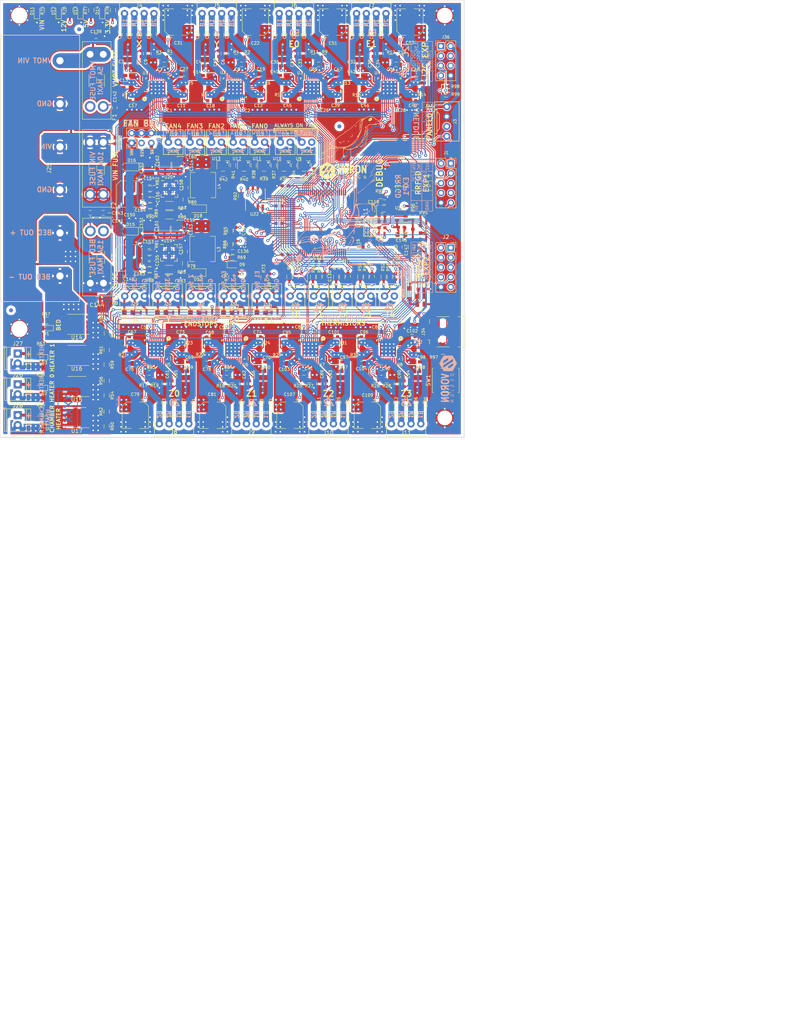
<source format=kicad_pcb>
(kicad_pcb (version 20171130) (host pcbnew "(5.1.5)-3")
  (title_block (title "Taco Raven") (date 2018-10-21) (rev A) (company "VORON Design"))
  (layers (0 TOP.Cu signal) (1 GND.Cu power) (2 POWER.Cu mixed) (31 BOTTOM.Cu signal) (34 B.Paste user hide) (35 F.Paste user hide) (36 B.SilkS user hide) (37 F.SilkS user) (38 B.Mask user hide) (39 F.Mask user hide) (44 Edge.Cuts user hide))
  (net 0 "")
  (net 1 GND)
  (net 2 +5V)
  (net 3 "Net-(C7-Pad2)")
  (net 4 "Net-(C8-Pad2)")
  (net 5 "Net-(C9-Pad1)")
  (net 6 "Net-(C9-Pad2)")
  (net 7 "Net-(C10-Pad1)")
  (net 8 "Net-(C10-Pad2)")
  (net 9 "Net-(C11-Pad2)")
  (net 10 "Net-(C12-Pad2)")
  (net 11 "Net-(C17-Pad2)")
  (net 12 "Net-(C18-Pad2)")
  (net 13 "Net-(C39-Pad2)")
  (net 14 "Net-(C40-Pad2)")
  (net 15 "Net-(C41-Pad1)")
  (net 16 "Net-(C42-Pad1)")
  (net 17 "Net-(C45-Pad2)")
  (net 18 "Net-(C46-Pad2)")
  (net 19 "Net-(C73-Pad2)")
  (net 20 "Net-(C74-Pad2)")
  (net 21 "Net-(C93-Pad2)")
  (net 22 "Net-(C94-Pad2)")
  (net 23 "Net-(C163-Pad1)")
  (net 24 "Net-(C164-Pad1)")
  (net 25 "Net-(D1-Pad2)")
  (net 26 "Net-(D2-Pad2)")
  (net 27 "Net-(D3-Pad2)")
  (net 28 "Net-(D4-Pad2)")
  (net 29 "Net-(D5-Pad1)")
  (net 30 "Net-(D5-Pad2)")
  (net 31 "Net-(D6-Pad2)")
  (net 32 "Net-(D6-Pad1)")
  (net 33 "Net-(D7-Pad2)")
  (net 34 "Net-(D7-Pad1)")
  (net 35 "Net-(D8-Pad1)")
  (net 36 "Net-(D8-Pad2)")
  (net 37 "Net-(D10-Pad2)")
  (net 38 "Net-(D10-Pad1)")
  (net 39 "Net-(D11-Pad2)")
  (net 40 "Net-(D12-Pad2)")
  (net 41 "Net-(D13-Pad2)")
  (net 42 "Net-(D14-Pad2)")
  (net 43 "Net-(C13-Pad1)")
  (net 44 X_OA1)
  (net 45 X_OA2)
  (net 46 X_OB1)
  (net 47 X_OB2)
  (net 48 TMC_EN)
  (net 49 SPI_SDO)
  (net 50 SPI_SDI)
  (net 51 SPI_CLK)
  (net 52 DIR_X)
  (net 53 STEP_X)
  (net 54 SPI_CS_X)
  (net 55 +3.3V)
  (net 56 VMOT_FUSED)
  (net 57 +VIN)
  (net 58 +VIN_FUSED)
  (net 59 VBED_FUSED)
  (net 60 +V_FAN)
  (net 61 +12V)
  (net 62 T0)
  (net 63 T1)
  (net 64 T2)
  (net 65 T3)
  (net 66 T4)
  (net 67 ENDSTOP_X)
  (net 68 ENDSTOP_Y)
  (net 69 Z_PROBE)
  (net 70 ENDSTOP_E0)
  (net 71 ENDSTOP_E1)
  (net 72 "Net-(D9-Pad1)")
  (net 73 VREF)
  (net 74 FAN0)
  (net 75 FAN1)
  (net 76 FAN2)
  (net 77 FAN3)
  (net 78 FAN4)
  (net 79 RRFGD_LCD4)
  (net 80 RRFGD_LCDE)
  (net 81 RRFGD_LCDRS)
  (net 82 RRFGD_BTN_EN1)
  (net 83 RRFGD_BTN_EN2)
  (net 84 DIR_Y)
  (net 85 STEP_Y)
  (net 86 DIR_E0)
  (net 87 STEP_E0)
  (net 88 DIR_E1)
  (net 89 STEP_E1)
  (net 90 SPI_CS_E0)
  (net 91 SPI_CS_Y)
  (net 92 "Net-(C14-Pad1)")
  (net 93 Y_OA1)
  (net 94 Y_OA2)
  (net 95 Y_OB2)
  (net 96 Y_OB1)
  (net 97 "Net-(C35-Pad2)")
  (net 98 "Net-(C36-Pad2)")
  (net 99 "Net-(C37-Pad2)")
  (net 100 "Net-(C37-Pad1)")
  (net 101 "Net-(C38-Pad1)")
  (net 102 "Net-(C38-Pad2)")
  (net 103 E0_OA1)
  (net 104 E1_OA1)
  (net 105 E0_OA2)
  (net 106 E1_OA2)
  (net 107 E0_OB2)
  (net 108 E1_OB2)
  (net 109 E0_OB1)
  (net 110 E1_OB1)
  (net 111 VMOT)
  (net 112 "Net-(C155-Pad2)")
  (net 113 "Net-(C156-Pad2)")
  (net 114 "Net-(C157-Pad1)")
  (net 115 "Net-(C157-Pad2)")
  (net 116 "Net-(C158-Pad2)")
  (net 117 "Net-(C158-Pad1)")
  (net 118 BED_SWITCH)
  (net 119 "Net-(D2-Pad1)")
  (net 120 "Net-(D3-Pad1)")
  (net 121 "Net-(D4-Pad1)")
  (net 122 "Net-(R35-Pad1)")
  (net 123 "Net-(R36-Pad1)")
  (net 124 "Net-(R39-Pad1)")
  (net 125 "Net-(R40-Pad1)")
  (net 126 "Net-(R42-Pad1)")
  (net 127 "Net-(R81-Pad2)")
  (net 128 "Net-(R82-Pad2)")
  (net 129 DIAG_X)
  (net 130 DIAG_Y)
  (net 131 DIAG_Z0)
  (net 132 DIAG_Z1)
  (net 133 DIR_Z0)
  (net 134 STEP_Z0)
  (net 135 DIR_Z1)
  (net 136 STEP_Z1)
  (net 137 DIR_Z2)
  (net 138 STEP_Z2)
  (net 139 DIR_Z3)
  (net 140 STEP_Z3)
  (net 141 SPI_CS_Z3)
  (net 142 SPI_CS_Z2)
  (net 143 SPI_CS_Z1)
  (net 144 SPI_CS_Z0)
  (net 145 "Net-(C63-Pad2)")
  (net 146 "Net-(C64-Pad2)")
  (net 147 "Net-(C65-Pad1)")
  (net 148 "Net-(C65-Pad2)")
  (net 149 "Net-(C66-Pad1)")
  (net 150 "Net-(C66-Pad2)")
  (net 151 "Net-(C67-Pad2)")
  (net 152 "Net-(C68-Pad2)")
  (net 153 "Net-(C69-Pad1)")
  (net 154 "Net-(C70-Pad1)")
  (net 155 Z0_OA1)
  (net 156 Z1_OA1)
  (net 157 Z0_OA2)
  (net 158 Z1_OA2)
  (net 159 Z0_OB2)
  (net 160 Z1_OB2)
  (net 161 Z0_OB1)
  (net 162 Z1_OB1)
  (net 163 "Net-(C91-Pad2)")
  (net 164 "Net-(C92-Pad2)")
  (net 165 "Net-(C93-Pad1)")
  (net 166 "Net-(C94-Pad1)")
  (net 167 "Net-(C95-Pad2)")
  (net 168 "Net-(C96-Pad2)")
  (net 169 "Net-(C97-Pad1)")
  (net 170 "Net-(C98-Pad1)")
  (net 171 Z2_OA1)
  (net 172 "Net-(C101-Pad2)")
  (net 173 "Net-(C102-Pad2)")
  (net 174 Z2_OA2)
  (net 175 Z2_OB2)
  (net 176 Z2_OB1)
  (net 177 DIAG_E0)
  (net 178 DIAG_E1)
  (net 179 DIAG_Z2)
  (net 180 DIAG_Z3)
  (net 181 "Net-(D17-Pad2)")
  (net 182 "Net-(D18-Pad2)")
  (net 183 "Net-(C149-Pad1)")
  (net 184 "Net-(C150-Pad1)")
  (net 185 Z3_OA1)
  (net 186 Z3_OA2)
  (net 187 Z3_OB2)
  (net 188 Z3_OB1)
  (net 189 "Net-(L1-Pad2)")
  (net 190 D-)
  (net 191 D+)
  (net 192 SPI_CS_E1)
  (net 193 FLASH_IO0)
  (net 194 FLASH_IO1)
  (net 195 FLASH_IO2)
  (net 196 FLASH_IO3)
  (net 197 FLASH_SCK)
  (net 198 FLASH_CS)
  (net 199 BED)
  (net 200 HOTEND0)
  (net 201 HOTEND1)
  (net 202 SWCLK)
  (net 203 SWDIO)
  (net 204 SWO)
  (net 205 RESETN)
  (net 206 PD_TX_RRFGD_BTN_ENC)
  (net 207 PD_RX_RRFGD_BUZ)
  (net 208 HEATED_CHAMBER)
  (net 209 "Net-(J34-Pad1)")
  (net 210 EXP_I2C_SCL)
  (net 211 EXP_I2C_SDA)
  (net 212 EXP_I2C_INT)
  (net 213 EXP_I2C_OSCK)
  (net 214 EXP_I2C_RST)
  (net 215 VBUS)
  (net 216 "Net-(C145-Pad2)")
  (net 217 "Net-(R94-Pad1)")
  (net 218 "Net-(R96-Pad1)")
  (net 219 "Net-(C121-Pad2)")
  (net 220 "Net-(R55-Pad2)")
  (net 221 "Net-(R56-Pad2)")
  (net 222 "Net-(R61-Pad2)")
  (net 223 "Net-(R62-Pad2)")
  (net 224 "Net-(R79-Pad1)")
  (net 225 "Net-(R80-Pad1)")
  (net 226 RRFGD_SDDET)
  (net 227 RRFGD_SDCSEL)
  (net 228 "Net-(R97-Pad2)")
  (net 229 "Net-(J13-Pad1)")
  (net 230 "Net-(J14-Pad1)")
  (net 231 "Net-(J15-Pad1)")
  (net 232 "Net-(J16-Pad1)")
  (net 233 "Net-(J19-Pad1)")
  (net 234 "Net-(J20-Pad1)")
  (net 235 "Net-(J21-Pad1)")
  (net 236 "Net-(J22-Pad1)")
  (net 237 "Net-(J23-Pad1)")
  (net 238 "Net-(J24-Pad1)")
  (module MZBOT:R_1206 (layer TOP.Cu) (at 153.8332 93.1142)
    (fp_text reference R84 (at 3.255 0.6678 180) (layer F.SilkS) (effects (font (size 0.762 0.762) (thickness 0.127))))
    (fp_text value 0.130)
    (pad 1 smd rect (at -1.45 0) (size 0.9 1.7) (layers TOP.Cu F.Paste F.Mask) (net 182 "Net-(D18-Pad2)"))
    (pad 2 smd rect (at 1.45 0) (size 0.9 1.7) (layers TOP.Cu F.Paste F.Mask) (net 1 GND))
  )
  (module MZBOT:R_1206 (layer TOP.Cu) (at 153.8232 95.5042)
    (fp_text reference R86 (at 3.265 0.5638 180) (layer F.SilkS) (effects (font (size 0.762 0.762) (thickness 0.127))))
    (fp_text value 0.130)
    (pad 1 smd rect (at -1.45 0) (size 0.9 1.7) (layers TOP.Cu F.Paste F.Mask) (net 182 "Net-(D18-Pad2)"))
    (pad 2 smd rect (at 1.45 0) (size 0.9 1.7) (layers TOP.Cu F.Paste F.Mask) (net 1 GND))
  )
  (module MZBOT:R_1206 (layer TOP.Cu) (at 153.6932 109.6242)
    (fp_text reference R85 (at 3.255 0.6678 180) (layer F.SilkS) (effects (font (size 0.762 0.762) (thickness 0.127))))
    (fp_text value 0.10)
    (pad 2 smd rect (at 1.45 0) (size 0.9 1.7) (layers TOP.Cu F.Paste F.Mask) (net 1 GND))
    (pad 1 smd rect (at -1.45 0) (size 0.9 1.7) (layers TOP.Cu F.Paste F.Mask) (net 181 "Net-(D17-Pad2)"))
  )
  (module MZBOT:R_0603 (layer TOP.Cu) (at 225.2525 64.384)
    (fp_text reference R99 (at 2.546 0) (layer F.SilkS) (effects (font (size 0.762 0.762) (thickness 0.127))))
    (fp_text value 4.70K)
    (pad 2 smd rect (at 0.75 0) (size 0.5 0.9) (layers TOP.Cu F.Paste F.Mask) (net 210 EXP_I2C_SCL))
    (pad 1 smd rect (at -0.75 0) (size 0.5 0.9) (layers TOP.Cu F.Paste F.Mask) (net 55 +3.3V))
  )
  (module MZBOT:R_0603 (layer TOP.Cu) (at 225.2525 62.352)
    (fp_text reference R98 (at 2.4765 0) (layer F.SilkS) (effects (font (size 0.762 0.762) (thickness 0.127))))
    (fp_text value 4.70K)
    (pad 2 smd rect (at 0.75 0) (size 0.5 0.9) (layers TOP.Cu F.Paste F.Mask) (net 211 EXP_I2C_SDA))
    (pad 1 smd rect (at -0.75 0) (size 0.5 0.9) (layers TOP.Cu F.Paste F.Mask) (net 55 +3.3V))
  )
  (module MZBOT:Molex_KK_1X4 (layer TOP.Cu) (at 155 149.5)
    (fp_text reference J8 (at 0 2.1) (layer F.SilkS))
    (fp_text value CONN_01X04 hide)
    (pad 4 thru_hole circle (at 3.81 0) (size 1.905 1.905) (drill 1.016) (layers *.Cu *.Mask) (net 157 Z0_OA2))
    (pad 3 thru_hole circle (at 1.27 0) (size 1.905 1.905) (drill 1.016) (layers *.Cu *.Mask) (net 155 Z0_OA1))
    (pad 2 thru_hole circle (at -1.27 0) (size 1.905 1.905) (drill 1.016) (layers *.Cu *.Mask) (net 161 Z0_OB1))
    (pad 1 thru_hole circle (at -3.81 0) (size 1.905 1.905) (drill 1.016) (layers *.Cu *.Mask) (net 159 Z0_OB2))
  )
  (module MZBOT:Molex_KK_1X2 (layer TOP.Cu) (at 189.34 76.74 180)
    (fp_text reference J17 (at 0 2.04 180) (layer F.SilkS) (effects (font (size 0.762 0.762) (thickness 0.127))))
    (fp_text value CONN_01X02)
    (pad 1 thru_hole circle (at -1.27 0 180) (size 1.905 1.905) (drill 1.016) (layers *.Cu *.Mask) (net 1 GND))
    (pad 2 thru_hole circle (at 1.27 0 180) (size 1.905 1.905) (drill 1.016) (layers *.Cu *.Mask) (net 60 +V_FAN))
  )
  (module MZBOT:Molex_KK_1X2 (layer TOP.Cu) (at 183.758 76.74 180)
    (fp_text reference J18 (at 0 2.04 180) (layer F.SilkS) (effects (font (size 0.762 0.762) (thickness 0.127))))
    (fp_text value CONN_01X02)
    (pad 1 thru_hole circle (at -1.27 0 180) (size 1.905 1.905) (drill 1.016) (layers *.Cu *.Mask) (net 1 GND))
    (pad 2 thru_hole circle (at 1.27 0 180) (size 1.905 1.905) (drill 1.016) (layers *.Cu *.Mask) (net 60 +V_FAN))
  )
  (module MZBOT:Molex_KK_1X2 (layer TOP.Cu) (at 177.154 76.74 180)
    (fp_text reference J13 (at 0.004 2.04 180) (layer F.SilkS) (effects (font (size 0.762 0.762) (thickness 0.127))))
    (fp_text value CONN_01X02)
    (pad 1 thru_hole circle (at -1.27 0 180) (size 1.905 1.905) (drill 1.016) (layers *.Cu *.Mask) (net 229 "Net-(J13-Pad1)"))
    (pad 2 thru_hole circle (at 1.27 0 180) (size 1.905 1.905) (drill 1.016) (layers *.Cu *.Mask) (net 60 +V_FAN))
  )
  (module MZBOT:Molex_KK_1X2 (layer TOP.Cu) (at 171.566 76.74 180)
    (fp_text reference J14 (at 0 2.04 180) (layer F.SilkS) (effects (font (size 0.762 0.762) (thickness 0.127))))
    (fp_text value CONN_01X02)
    (pad 1 thru_hole circle (at -1.27 0 180) (size 1.905 1.905) (drill 1.016) (layers *.Cu *.Mask) (net 230 "Net-(J14-Pad1)"))
    (pad 2 thru_hole circle (at 1.27 0 180) (size 1.905 1.905) (drill 1.016) (layers *.Cu *.Mask) (net 60 +V_FAN))
  )
  (module MZBOT:Molex_KK_1X2 (layer TOP.Cu) (at 165.978 76.74 180)
    (fp_text reference J15 (at 0 2.04 180) (layer F.SilkS) (effects (font (size 0.762 0.762) (thickness 0.127))))
    (fp_text value CONN_01X02)
    (pad 1 thru_hole circle (at -1.27 0 180) (size 1.905 1.905) (drill 1.016) (layers *.Cu *.Mask) (net 231 "Net-(J15-Pad1)"))
    (pad 2 thru_hole circle (at 1.27 0 180) (size 1.905 1.905) (drill 1.016) (layers *.Cu *.Mask) (net 60 +V_FAN))
  )
  (module MZBOT:Molex_KK_1X2 (layer TOP.Cu) (at 160.39 76.74 180)
    (fp_text reference J16 (at 0 2.04 180) (layer F.SilkS) (effects (font (size 0.762 0.762) (thickness 0.127))))
    (fp_text value CONN_01X02)
    (pad 1 thru_hole circle (at -1.27 0 180) (size 1.905 1.905) (drill 1.016) (layers *.Cu *.Mask) (net 232 "Net-(J16-Pad1)"))
    (pad 2 thru_hole circle (at 1.27 0 180) (size 1.905 1.905) (drill 1.016) (layers *.Cu *.Mask) (net 60 +V_FAN))
  )
  (module MZBOT:Molex_KK_1X2 (layer TOP.Cu) (at 154.802 76.74 180)
    (fp_text reference J19 (at 0 2.04 180) (layer F.SilkS) (effects (font (size 0.762 0.762) (thickness 0.127))))
    (fp_text value CONN_01X02)
    (pad 1 thru_hole circle (at -1.27 0 180) (size 1.905 1.905) (drill 1.016) (layers *.Cu *.Mask) (net 233 "Net-(J19-Pad1)"))
    (pad 2 thru_hole circle (at 1.27 0 180) (size 1.905 1.905) (drill 1.016) (layers *.Cu *.Mask) (net 60 +V_FAN))
  )
  (module "" (layer TOP.Cu) (at 155.9 154.8)
    (fp_text reference "" (at 157.9 149.5) (layer F.SilkS) (effects (font (size 1.27 1.27))))
    (fp_text value "" (at 157.9 149.5) (layer F.SilkS) (effects (font (size 1.27 1.27))))
    (fp_text user J8 (at -0.9 -3.2) (layer F.SilkS))
  )
  (module "" (layer TOP.Cu) (at 157.9 149.5)
    (fp_text reference "" (at 155 149.5) (layer F.SilkS) (effects (font (size 1.27 1.27))))
    (fp_text value "" (at 155 149.5) (layer F.SilkS) (effects (font (size 1.27 1.27))))
    (fp_text user J8 (at -2.9 2.1) (layer F.SilkS))
  )
  (module MZBOT:Molex_KK_1X2 (layer TOP.Cu) (at 192.4 116.5)
    (fp_text reference J21 (at 0 2.2) (layer F.SilkS) (effects (font (size 0.762 0.762))))
    (fp_text value CONN_01X02)
    (pad 1 thru_hole circle (at -1.27 0) (size 1.905 1.905) (drill 1.016) (layers *.Cu *.Mask) (net 235 "Net-(J21-Pad1)"))
    (pad 2 thru_hole circle (at 1.27 0) (size 1.905 1.905) (drill 1.016) (layers *.Cu *.Mask) (net 1 GND))
  )
  (module MZBOT:Molex_KK_1X2 (layer TOP.Cu) (at 198.5 116.5)
    (fp_text reference J22 (at 0 2.25) (layer F.SilkS) (effects (font (size 0.762 0.762) (thickness 0.127))))
    (fp_text value CONN_01X02)
    (pad 1 thru_hole circle (at -1.27 0) (size 1.905 1.905) (drill 1.016) (layers *.Cu *.Mask) (net 236 "Net-(J22-Pad1)"))
    (pad 2 thru_hole circle (at 1.27 0) (size 1.905 1.905) (drill 1.016) (layers *.Cu *.Mask) (net 1 GND))
  )
  (module MZBOT:Molex_KK_1X2 (layer TOP.Cu) (at 204.61 116.5)
    (fp_text reference J23 (at -0.01 2.25) (layer F.SilkS) (effects (font (size 0.762 0.762) (thickness 0.127))))
    (fp_text value CONN_01X02)
    (pad 1 thru_hole circle (at -1.27 0) (size 1.905 1.905) (drill 1.016) (layers *.Cu *.Mask) (net 237 "Net-(J23-Pad1)"))
    (pad 2 thru_hole circle (at 1.27 0) (size 1.905 1.905) (drill 1.016) (layers *.Cu *.Mask) (net 1 GND))
  )
  (module MZBOT:Molex_KK_1X2 (layer TOP.Cu) (at 210.7 116.5)
    (fp_text reference J24 (at 0 2.25) (layer F.SilkS) (effects (font (size 0.762 0.762) (thickness 0.127))))
    (fp_text value CONN_01X02)
    (pad 1 thru_hole circle (at -1.27 0) (size 1.905 1.905) (drill 1.016) (layers *.Cu *.Mask) (net 238 "Net-(J24-Pad1)"))
    (pad 2 thru_hole circle (at 1.27 0) (size 1.905 1.905) (drill 1.016) (layers *.Cu *.Mask) (net 1 GND))
  )
  (module MZBOT:Molex_KK_1X2 (layer TOP.Cu) (at 186.3 116.5)
    (fp_text reference J20 (at 0 2.15) (layer F.SilkS) (effects (font (size 0.762 0.762) (thickness 0.127))))
    (fp_text value CONN_01X02)
    (pad 1 thru_hole circle (at -1.27 0) (size 1.905 1.905) (drill 1.016) (layers *.Cu *.Mask) (net 234 "Net-(J20-Pad1)"))
    (pad 2 thru_hole circle (at 1.27 0) (size 1.905 1.905) (drill 1.016) (layers *.Cu *.Mask) (net 1 GND))
  )
  (module MZBOT:Molex_KK_1X3 (layer TOP.Cu) (at 179 116.5)
    (fp_text reference J33 (at -0.05 2.25) (layer F.SilkS) (effects (font (size 0.762 0.762) (thickness 0.127))))
    (fp_text value CONN_01X03)
    (pad 3 thru_hole circle (at 2.54 0) (size 1.905 1.905) (drill 1.016) (layers *.Cu *.Mask) (net 1 GND))
    (pad 1 thru_hole circle (at -2.54 0) (size 1.905 1.905) (drill 1.016) (layers *.Cu *.Mask) (net 38 "Net-(D10-Pad1)"))
    (pad 2 thru_hole circle (at 0 0) (size 1.905 1.905) (drill 1.016) (layers *.Cu *.Mask) (net 55 +3.3V))
  )
  (module MZBOT:Molex_KK_1X3 (layer TOP.Cu) (at 170.45 116.5)
    (fp_text reference J31 (at 0.05 2.1) (layer F.SilkS) (effects (font (size 0.762 0.762) (thickness 0.127))))
    (fp_text value CONN_01X03)
    (pad 3 thru_hole circle (at 2.54 0) (size 1.905 1.905) (drill 1.016) (layers *.Cu *.Mask) (net 1 GND))
    (pad 1 thru_hole circle (at -2.54 0) (size 1.905 1.905) (drill 1.016) (layers *.Cu *.Mask) (net 35 "Net-(D8-Pad1)"))
    (pad 2 thru_hole circle (at 0 0) (size 1.905 1.905) (drill 1.016) (layers *.Cu *.Mask) (net 55 +3.3V))
  )
  (module MZBOT:Molex_KK_1X3 (layer TOP.Cu) (at 161.9 116.5)
    (fp_text reference J32 (at 0 2.25) (layer F.SilkS) (effects (font (size 0.762 0.762) (thickness 0.127))))
    (fp_text value CONN_01X03)
    (pad 3 thru_hole circle (at 2.54 0) (size 1.905 1.905) (drill 1.016) (layers *.Cu *.Mask) (net 1 GND))
    (pad 1 thru_hole circle (at -2.54 0) (size 1.905 1.905) (drill 1.016) (layers *.Cu *.Mask) (net 72 "Net-(D9-Pad1)"))
    (pad 2 thru_hole circle (at 0 0) (size 1.905 1.905) (drill 1.016) (layers *.Cu *.Mask) (net 61 +12V))
  )
  (module MZBOT:Molex_KK_1X3 (layer TOP.Cu) (at 153.35 116.5)
    (fp_text reference J30 (at 0 2) (layer F.SilkS) (effects (font (size 0.762 0.762) (thickness 0.127))))
    (fp_text value CONN_01X03)
    (pad 3 thru_hole circle (at 2.54 0) (size 1.905 1.905) (drill 1.016) (layers *.Cu *.Mask) (net 1 GND))
    (pad 1 thru_hole circle (at -2.54 0) (size 1.905 1.905) (drill 1.016) (layers *.Cu *.Mask) (net 32 "Net-(D6-Pad1)"))
    (pad 2 thru_hole circle (at 0 0) (size 1.905 1.905) (drill 1.016) (layers *.Cu *.Mask) (net 55 +3.3V))
  )
  (module MZBOT:Molex_KK_1X3 (layer TOP.Cu) (at 144.8 116.5)
    (fp_text reference J29 (at 0 2) (layer F.SilkS) (effects (font (size 0.762 0.762) (thickness 0.127))))
    (fp_text value CONN_01X03)
    (pad 3 thru_hole circle (at 2.54 0) (size 1.905 1.905) (drill 1.016) (layers *.Cu *.Mask) (net 1 GND))
    (pad 1 thru_hole circle (at -2.54 0) (size 1.905 1.905) (drill 1.016) (layers *.Cu *.Mask) (net 29 "Net-(D5-Pad1)"))
    (pad 2 thru_hole circle (at 0 0) (size 1.905 1.905) (drill 1.016) (layers *.Cu *.Mask) (net 55 +3.3V))
  )
  (module MZBOT:Molex_KK_1X4 (layer TOP.Cu) (at 146 43.5 180)
    (fp_text reference J4 (at 0 2.08 180) (layer F.SilkS))
    (fp_text value CONN_01X04)
    (pad 4 thru_hole circle (at 3.81 0 180) (size 1.905 1.905) (drill 1.016) (layers *.Cu *.Mask) (net 45 X_OA2))
    (pad 3 thru_hole circle (at 1.27 0 180) (size 1.905 1.905) (drill 1.016) (layers *.Cu *.Mask) (net 44 X_OA1))
    (pad 2 thru_hole circle (at -1.27 0 180) (size 1.905 1.905) (drill 1.016) (layers *.Cu *.Mask) (net 46 X_OB1))
    (pad 1 thru_hole circle (at -3.81 0 180) (size 1.905 1.905) (drill 1.016) (layers *.Cu *.Mask) (net 47 X_OB2))
  )
  (module MZBOT:Molex_KK_1X4 (layer TOP.Cu) (at 166.05 43.5 180)
    (fp_text reference J5 (at 0 2.08 180) (layer F.SilkS))
    (fp_text value CONN_01X04)
    (pad 4 thru_hole circle (at 3.81 0 180) (size 1.905 1.905) (drill 1.016) (layers *.Cu *.Mask) (net 94 Y_OA2))
    (pad 3 thru_hole circle (at 1.27 0 180) (size 1.905 1.905) (drill 1.016) (layers *.Cu *.Mask) (net 93 Y_OA1))
    (pad 2 thru_hole circle (at -1.27 0 180) (size 1.905 1.905) (drill 1.016) (layers *.Cu *.Mask) (net 96 Y_OB1))
    (pad 1 thru_hole circle (at -3.81 0 180) (size 1.905 1.905) (drill 1.016) (layers *.Cu *.Mask) (net 95 Y_OB2))
  )
  (module MZBOT:Molex_KK_1X4 (layer TOP.Cu) (at 186 43.5 180)
    (fp_text reference J6 (at 0 2.08 180) (layer F.SilkS))
    (fp_text value CONN_01X04)
    (pad 4 thru_hole circle (at 3.81 0 180) (size 1.905 1.905) (drill 1.016) (layers *.Cu *.Mask) (net 105 E0_OA2))
    (pad 3 thru_hole circle (at 1.27 0 180) (size 1.905 1.905) (drill 1.016) (layers *.Cu *.Mask) (net 103 E0_OA1))
    (pad 2 thru_hole circle (at -1.27 0 180) (size 1.905 1.905) (drill 1.016) (layers *.Cu *.Mask) (net 109 E0_OB1))
    (pad 1 thru_hole circle (at -3.81 0 180) (size 1.905 1.905) (drill 1.016) (layers *.Cu *.Mask) (net 107 E0_OB2))
  )
  (module MZBOT:Molex_KK_1X4 (layer TOP.Cu) (at 206 43.5 180)
    (fp_text reference J7 (at 0 2.08 180) (layer F.SilkS))
    (fp_text value CONN_01X04)
    (pad 4 thru_hole circle (at 3.81 0 180) (size 1.905 1.905) (drill 1.016) (layers *.Cu *.Mask) (net 106 E1_OA2))
    (pad 3 thru_hole circle (at 1.27 0 180) (size 1.905 1.905) (drill 1.016) (layers *.Cu *.Mask) (net 104 E1_OA1))
    (pad 2 thru_hole circle (at -1.27 0 180) (size 1.905 1.905) (drill 1.016) (layers *.Cu *.Mask) (net 110 E1_OB1))
    (pad 1 thru_hole circle (at -3.81 0 180) (size 1.905 1.905) (drill 1.016) (layers *.Cu *.Mask) (net 108 E1_OB2))
  )
  (module MZBOT:Molex_KK_1X4 (layer TOP.Cu) (at 225.525 71.38 90)
    (fp_text reference J3 (at -0.02 2.125 90) (layer F.SilkS) (effects (font (size 0.762 0.762) (thickness 0.127))))
    (fp_text value CONN_01X04)
    (pad 4 thru_hole circle (at 3.81 0 90) (size 1.905 1.905) (drill 1.016) (layers *.Cu *.Mask) (net 2 +5V))
    (pad 3 thru_hole circle (at 1.27 0 90) (size 1.905 1.905) (drill 1.016) (layers *.Cu *.Mask) (net 1 GND))
    (pad 2 thru_hole circle (at -1.27 0 90) (size 1.905 1.905) (drill 1.016) (layers *.Cu *.Mask) (net 207 PD_RX_RRFGD_BUZ))
    (pad 1 thru_hole circle (at -3.81 0 90) (size 1.905 1.905) (drill 1.016) (layers *.Cu *.Mask) (net 206 PD_TX_RRFGD_BTN_ENC))
  )
  (module MZBOT:Molex_KK_1X4 (layer TOP.Cu) (at 215 149.5)
    (fp_text reference J11 (at 0 2.3) (layer F.SilkS))
    (fp_text value CONN_01X04 hide)
    (pad 4 thru_hole circle (at 3.81 0) (size 1.905 1.905) (drill 1.016) (layers *.Cu *.Mask) (net 186 Z3_OA2))
    (pad 3 thru_hole circle (at 1.27 0) (size 1.905 1.905) (drill 1.016) (layers *.Cu *.Mask) (net 185 Z3_OA1))
    (pad 2 thru_hole circle (at -1.27 0) (size 1.905 1.905) (drill 1.016) (layers *.Cu *.Mask) (net 188 Z3_OB1))
    (pad 1 thru_hole circle (at -3.81 0) (size 1.905 1.905) (drill 1.016) (layers *.Cu *.Mask) (net 187 Z3_OB2))
  )
  (module MZBOT:Molex_KK_1X4 (layer TOP.Cu) (at 194.94 149.5)
    (fp_text reference J10 (at 0 2.3) (layer F.SilkS))
    (fp_text value CONN_01X04 hide)
    (pad 4 thru_hole circle (at 3.81 0) (size 1.905 1.905) (drill 1.016) (layers *.Cu *.Mask) (net 174 Z2_OA2))
    (pad 3 thru_hole circle (at 1.27 0) (size 1.905 1.905) (drill 1.016) (layers *.Cu *.Mask) (net 171 Z2_OA1))
    (pad 2 thru_hole circle (at -1.27 0) (size 1.905 1.905) (drill 1.016) (layers *.Cu *.Mask) (net 176 Z2_OB1))
    (pad 1 thru_hole circle (at -3.81 0) (size 1.905 1.905) (drill 1.016) (layers *.Cu *.Mask) (net 175 Z2_OB2))
  )
  (module MZBOT:Molex_KK_1X4 (layer TOP.Cu) (at 175 149.5)
    (fp_text reference J9 (at 0 2.1) (layer F.SilkS))
    (fp_text value CONN_01X04 hide)
    (pad 4 thru_hole circle (at 3.81 0) (size 1.905 1.905) (drill 1.016) (layers *.Cu *.Mask) (net 158 Z1_OA2))
    (pad 3 thru_hole circle (at 1.27 0) (size 1.905 1.905) (drill 1.016) (layers *.Cu *.Mask) (net 156 Z1_OA1))
    (pad 2 thru_hole circle (at -1.27 0) (size 1.905 1.905) (drill 1.016) (layers *.Cu *.Mask) (net 162 Z1_OB1))
    (pad 1 thru_hole circle (at -3.81 0) (size 1.905 1.905) (drill 1.016) (layers *.Cu *.Mask) (net 160 Z1_OB2))
  )
  (module MZBOT:LOGO (layer BOTTOM.Cu) (at 225.875 133.875 270)
    (fp_text reference G2 hide)
    (fp_text value mzbot hide)
  )
  (module MZBOT:Fiducial_1mm_Dia_2.54mm_Outer_CopperBottom (layer TOP.Cu) (at 130.475 47.575)
    (fp_text reference FID1 hide)
    (fp_text value FIDUCIAL_1MM)
    (pad ~ smd circle (at 0 0) (size 1 1) (layers BOTTOM.Cu B.Mask) (clearance 0.77))
    (pad ~ smd circle (at 0 0) (size 1 1) (layers TOP.Cu F.Mask) (clearance 0.77))
  )
  (module MZBOT:MountingHole_3.2mm_M3_DIN965 (layer TOP.Cu) (at 115 125)
    (fp_text reference MH4 hide)
    (fp_text value MountingHole hide)
    (pad 1 np_thru_hole circle (at 0 0) (size 3.2 3.2) (drill 3.2) (layers *.Cu *.Mask))
  )
  (module MZBOT:Fiducial_1mm_Dia_2.54mm_Outer_CopperBottom (layer TOP.Cu) (at 112.85 120.175)
    (fp_text reference FID3 hide)
    (fp_text value FIDUCIAL_1MM hide)
    (pad ~ smd circle (at 0 0) (size 1 1) (layers TOP.Cu F.Mask) (clearance 0.77))
    (pad ~ smd circle (at 0 0) (size 1 1) (layers BOTTOM.Cu B.Mask) (clearance 0.77))
  )
  (module MZBOT:Fiducial_1mm_Dia_2.54mm_Outer_CopperBottom (layer TOP.Cu) (at 197.75 72.65)
    (fp_text reference FID2 hide)
    (fp_text value FIDUCIAL_1MM)
    (pad ~ smd circle (at 0 0) (size 1 1) (layers TOP.Cu F.Mask) (clearance 0.77))
    (pad ~ smd circle (at 0 0) (size 1 1) (layers BOTTOM.Cu B.Mask) (clearance 0.77))
  )
  (module MZBOT:D_SOD-323 (layer TOP.Cu) (at 170.225 108.35)
    (fp_text reference D9 (at 2.375 0.025) (layer F.SilkS) (effects (font (size 0.762 0.762) (thickness 0.127))))
    (fp_text value BAT43)
    (pad 2 smd rect (at 1.05 0) (size 0.6 0.45) (layers TOP.Cu F.Paste F.Mask) (net 34 "Net-(D7-Pad1)"))
    (pad 1 smd rect (at -1.05 0) (size 0.6 0.45) (layers TOP.Cu F.Paste F.Mask) (net 72 "Net-(D9-Pad1)"))
  )
  (module MZBOT:C_0603 (layer TOP.Cu) (at 170.1 105.075 180)
    (fp_text reference C136 (at -2.775 0.175 180) (layer F.SilkS) (effects (font (size 0.762 0.762) (thickness 0.127))))
    (fp_text value 2.2uF)
    (pad 1 smd rect (at -0.75 0 180) (size 0.8 0.75) (layers TOP.Cu F.Paste F.Mask) (net 1 GND))
    (pad 2 smd rect (at 0.75 0 180) (size 0.8 0.75) (layers TOP.Cu F.Paste F.Mask) (net 69 Z_PROBE))
  )
  (module MZBOT:R_0603 (layer TOP.Cu) (at 170.1 106.575)
    (fp_text reference R69 (at 2.35 -0.075 180) (layer F.SilkS) (effects (font (size 0.762 0.762) (thickness 0.127))))
    (fp_text value 10.0K)
    (pad 2 smd rect (at 0.75 0) (size 0.5 0.9) (layers TOP.Cu F.Paste F.Mask) (net 69 Z_PROBE))
    (pad 1 smd rect (at -0.75 0) (size 0.5 0.9) (layers TOP.Cu F.Paste F.Mask) (net 34 "Net-(D7-Pad1)"))
  )
  (module MZBOT:C_0603 (layer TOP.Cu) (at 143.525 133.925 180)
    (fp_text reference C75 (at 0 -1.5 180) (layer F.SilkS) (effects (font (size 0.762 0.762) (thickness 0.127))))
    (fp_text value 100nF hide)
    (pad 1 smd rect (at -0.75 0 180) (size 0.8 0.75) (layers TOP.Cu F.Paste F.Mask) (net 1 GND))
    (pad 2 smd rect (at 0.75 0 180) (size 0.8 0.75) (layers TOP.Cu F.Paste F.Mask) (net 56 VMOT_FUSED))
  )
  (module MZBOT:R_0805 (layer TOP.Cu) (at 120.55 138.2)
    (fp_text reference R58 (at 0 -1.45) (layer F.SilkS) (effects (font (size 0.762 0.762) (thickness 0.127))))
    (fp_text value 6.80K hide)
    (pad 2 smd rect (at 0.95 0) (size 0.7 1.3) (layers TOP.Cu F.Paste F.Mask) (net 26 "Net-(D2-Pad2)"))
    (pad 1 smd rect (at -0.95 0) (size 0.7 1.3) (layers TOP.Cu F.Paste F.Mask) (net 58 +VIN_FUSED))
  )
  (module MZBOT:QFN36_0.5_5.0X6.0 (layer TOP.Cu) (at 190.273 130.3326 180)
    (fp_text reference U7 (at -2.977 -3.8674 180) (layer F.SilkS) (effects (font (size 0.762 0.762) (thickness 0.127))))
    (fp_text value TMC2130 hide)
    (pad 37 smd rect (at 0 0 90) (size 3.65 4.15) (layers TOP.Cu F.Paste F.Mask) (net 1 GND))
    (pad 36 smd rect (at -2.95 1.75 90) (size 0.25 0.8) (layers TOP.Cu F.Paste F.Mask) (net 1 GND))
    (pad 35 smd rect (at -2.95 1.25 90) (size 0.25 0.8) (layers TOP.Cu F.Paste F.Mask) (net 1 GND))
    (pad 34 smd rect (at -2.95 0.75 90) (size 0.25 0.8) (layers TOP.Cu F.Paste F.Mask) (net 171 Z2_OA1))
    (pad 33 smd rect (at -2.95 0.25 90) (size 0.25 0.8) (layers TOP.Cu F.Paste F.Mask) (net 172 "Net-(C101-Pad2)"))
    (pad 32 smd rect (at -2.95 -0.25 90) (size 0.25 0.8) (layers TOP.Cu F.Paste F.Mask) (net 174 Z2_OA2))
    (pad 31 smd rect (at -2.95 -0.75 90) (size 0.25 0.8) (layers TOP.Cu F.Paste F.Mask) (net 56 VMOT_FUSED))
    (pad 30 smd rect (at -2.95 -1.25 90) (size 0.25 0.8) (layers TOP.Cu F.Paste F.Mask) (net 2 +5V))
    (pad 29 smd rect (at -2.95 -1.75 90) (size 0.25 0.8) (layers TOP.Cu F.Paste F.Mask) (net 169 "Net-(C97-Pad1)"))
    (pad 28 smd rect (at -2.25 -2.45 180) (size 0.25 0.8) (layers TOP.Cu F.Paste F.Mask) (net 165 "Net-(C93-Pad1)"))
    (pad 27 smd rect (at -1.75 -2.45 180) (size 0.25 0.8) (layers TOP.Cu F.Paste F.Mask) (net 21 "Net-(C93-Pad2)"))
    (pad 26 smd rect (at -1.25 -2.45 180) (size 0.25 0.8) (layers TOP.Cu F.Paste F.Mask) (net 2 +5V))
    (pad 25 smd rect (at -0.75 -2.45 180) (size 0.25 0.8) (layers TOP.Cu F.Paste F.Mask) (net 163 "Net-(C91-Pad2)"))
    (pad 24 smd rect (at -0.25 -2.45 180) (size 0.25 0.8) (layers TOP.Cu F.Paste F.Mask) (net 1 GND))
    (pad 23 smd rect (at 0.25 -2.45 180) (size 0.25 0.8) (layers TOP.Cu F.Paste F.Mask))
    (pad 22 smd rect (at 0.75 -2.45 180) (size 0.25 0.8) (layers TOP.Cu F.Paste F.Mask) (net 48 TMC_EN))
    (pad 21 smd rect (at 1.25 -2.45 180) (size 0.25 0.8) (layers TOP.Cu F.Paste F.Mask) (net 179 DIAG_Z2))
    (pad 20 smd rect (at 1.75 -2.45 180) (size 0.25 0.8) (layers TOP.Cu F.Paste F.Mask) (net 179 DIAG_Z2))
    (pad 19 smd rect (at 2.25 -2.45 180) (size 0.25 0.8) (layers TOP.Cu F.Paste F.Mask))
    (pad 18 smd rect (at 2.95 -1.75 90) (size 0.25 0.8) (layers TOP.Cu F.Paste F.Mask) (net 1 GND))
    (pad 17 smd rect (at 2.95 -1.25 90) (size 0.25 0.8) (layers TOP.Cu F.Paste F.Mask))
    (pad 16 smd rect (at 2.95 -0.75 90) (size 0.25 0.8) (layers TOP.Cu F.Paste F.Mask) (net 56 VMOT_FUSED))
    (pad 15 smd rect (at 2.95 -0.25 90) (size 0.25 0.8) (layers TOP.Cu F.Paste F.Mask) (net 175 Z2_OB2))
    (pad 14 smd rect (at 2.95 0.25 90) (size 0.25 0.8) (layers TOP.Cu F.Paste F.Mask) (net 167 "Net-(C95-Pad2)"))
    (pad 13 smd rect (at 2.95 0.75 90) (size 0.25 0.8) (layers TOP.Cu F.Paste F.Mask) (net 176 Z2_OB1))
    (pad 12 smd rect (at 2.95 1.25 90) (size 0.25 0.8) (layers TOP.Cu F.Paste F.Mask) (net 1 GND))
    (pad 11 smd rect (at 2.95 1.75 90) (size 0.25 0.8) (layers TOP.Cu F.Paste F.Mask) (net 1 GND))
    (pad 10 smd rect (at 2.25 2.45 180) (size 0.25 0.8) (layers TOP.Cu F.Paste F.Mask))
    (pad 9 smd rect (at 1.75 2.45 180) (size 0.25 0.8) (layers TOP.Cu F.Paste F.Mask))
    (pad 8 smd rect (at 1.25 2.45 180) (size 0.25 0.8) (layers TOP.Cu F.Paste F.Mask) (net 55 +3.3V))
    (pad 7 smd rect (at 0.75 2.45 180) (size 0.25 0.8) (layers TOP.Cu F.Paste F.Mask) (net 137 DIR_Z2))
    (pad 6 smd rect (at 0.25 2.45 180) (size 0.25 0.8) (layers TOP.Cu F.Paste F.Mask) (net 138 STEP_Z2))
    (pad 5 smd rect (at -0.25 2.45 180) (size 0.25 0.8) (layers TOP.Cu F.Paste F.Mask) (net 49 SPI_SDO))
    (pad 4 smd rect (at -0.75 2.45 180) (size 0.25 0.8) (layers TOP.Cu F.Paste F.Mask) (net 50 SPI_SDI))
    (pad 3 smd rect (at -1.25 2.45 180) (size 0.25 0.8) (layers TOP.Cu F.Paste F.Mask) (net 51 SPI_CLK))
    (pad 2 smd rect (at -1.75 2.45 180) (size 0.25 0.8) (layers TOP.Cu F.Paste F.Mask) (net 142 SPI_CS_Z2))
    (pad 1 smd rect (at -2.25 2.45 180) (size 0.25 0.8) (layers TOP.Cu F.Paste F.Mask) (net 1 GND))
  )
  (module MZBOT:8PCV-06-006 (layer TOP.Cu) (at 125.5 83.5 270)
    (fp_text reference J25 (at 0 2.8 270) (layer F.SilkS))
    (fp_text value CONN_01X06)
    (pad 6 thru_hole circle (at 27.813 0 270) (size 3.048 3.048) (drill 1.8796) (layers *.Cu *.Mask) (net 118 BED_SWITCH))
    (pad 5 thru_hole circle (at 16.6878 0 270) (size 3.048 3.048) (drill 1.8796) (layers *.Cu *.Mask) (net 59 VBED_FUSED))
    (pad 4 thru_hole circle (at 5.5626 0 270) (size 3.048 3.048) (drill 1.8796) (layers *.Cu *.Mask) (net 1 GND))
    (pad 3 thru_hole circle (at -5.5626 0 270) (size 3.048 3.048) (drill 1.8796) (layers *.Cu *.Mask) (net 57 +VIN))
    (pad 2 thru_hole circle (at -16.6878 0 270) (size 3.048 3.048) (drill 1.8796) (layers *.Cu *.Mask) (net 1 GND))
    (pad 1 thru_hole circle (at -27.813 0 270) (size 3.048 3.048) (drill 1.8796) (layers *.Cu *.Mask) (net 111 VMOT))
  )
  (module MZBOT:Fuseholder_Blade_Mini_Keystone_3568 (layer TOP.Cu) (at 135.05 106.425 270)
    (fp_text reference F3 (at 0.06 -4.37 270) (layer F.SilkS))
    (fp_text value 3557-2)
    (pad 2 thru_hole circle (at 6.731 1.7 270) (size 2.78 2.78) (drill 1.78) (layers *.Cu *.Mask) (net 59 VBED_FUSED))
    (pad 2 thru_hole circle (at 6.731 -1.7 270) (size 2.78 2.78) (drill 1.78) (layers *.Cu *.Mask) (net 59 VBED_FUSED))
    (pad 1 thru_hole circle (at -6.731 1.7 270) (size 2.78 2.78) (drill 1.78) (layers *.Cu *.Mask) (net 57 +VIN))
    (pad 1 thru_hole circle (at -6.731 -1.7 270) (size 2.78 2.78) (drill 1.78) (layers *.Cu *.Mask) (net 57 +VIN))
  )
  (module MZBOT:R_0603 (layer TOP.Cu) (at 147.15 120.75)
    (fp_text reference R67 (at 1 1.35) (layer F.SilkS) (effects (font (size 0.762 0.762) (thickness 0.127))))
    (fp_text value 1.00K hide)
    (pad 2 smd rect (at 0.75 0) (size 0.5 0.9) (layers TOP.Cu F.Paste F.Mask) (net 55 +3.3V))
    (pad 1 smd rect (at -0.75 0) (size 0.5 0.9) (layers TOP.Cu F.Paste F.Mask) (net 30 "Net-(D5-Pad2)"))
  )
  (module MZBOT:PinHeader_2x05_P1.27mm_Vertical_SMD (layer TOP.Cu) (at 213.75 84.919998)
    (fp_text reference J35 (at 0 -4.235) (layer F.SilkS) (effects (font (size 0.762 0.762) (thickness 0.127))))
    (fp_text value CONN_02X05)
    (pad 10 smd rect (at 1.95 2.54) (size 2.4 0.74) (layers TOP.Cu F.Paste F.Mask) (net 205 RESETN))
    (pad 9 smd rect (at -1.95 2.54) (size 2.4 0.74) (layers TOP.Cu F.Paste F.Mask))
    (pad 8 smd rect (at 1.95 1.27) (size 2.4 0.74) (layers TOP.Cu F.Paste F.Mask))
    (pad 7 smd rect (at -1.95 1.27) (size 2.4 0.74) (layers TOP.Cu F.Paste F.Mask))
    (pad 6 smd rect (at 1.95 0) (size 2.4 0.74) (layers TOP.Cu F.Paste F.Mask) (net 204 SWO))
    (pad 5 smd rect (at -1.95 0) (size 2.4 0.74) (layers TOP.Cu F.Paste F.Mask))
    (pad 4 smd rect (at 1.95 -1.27) (size 2.4 0.74) (layers TOP.Cu F.Paste F.Mask) (net 202 SWCLK))
    (pad 3 smd rect (at -1.95 -1.27) (size 2.4 0.74) (layers TOP.Cu F.Paste F.Mask) (net 1 GND))
    (pad 2 smd rect (at 1.95 -2.54) (size 2.4 0.74) (layers TOP.Cu F.Paste F.Mask) (net 203 SWDIO))
    (pad 1 smd rect (at -1.95 -2.54) (size 2.4 0.74) (layers TOP.Cu F.Paste F.Mask) (net 55 +3.3V))
  )
  (module MZBOT:PinSocket_2x05_P2.54mm_Vertical (layer TOP.Cu) (at 226.586 82.2275)
    (fp_text reference J1 (at -1.27 -2.77) (layer F.SilkS) (effects (font (size 0.762 0.762) (thickness 0.127))))
    (fp_text value CONN_02X05)
    (pad 10 thru_hole oval (at -2.54 10.16) (size 1.7 1.7) (drill 1) (layers *.Cu *.Mask) (net 1 GND))
    (pad 9 thru_hole oval (at 0 10.16) (size 1.7 1.7) (drill 1) (layers *.Cu *.Mask) (net 2 +5V))
    (pad 8 thru_hole oval (at -2.54 7.62) (size 1.7 1.7) (drill 1) (layers *.Cu *.Mask))
    (pad 7 thru_hole oval (at 0 7.62) (size 1.7 1.7) (drill 1) (layers *.Cu *.Mask))
    (pad 6 thru_hole oval (at -2.54 5.08) (size 1.7 1.7) (drill 1) (layers *.Cu *.Mask) (net 79 RRFGD_LCD4))
    (pad 5 thru_hole oval (at 0 5.08) (size 1.7 1.7) (drill 1) (layers *.Cu *.Mask))
    (pad 4 thru_hole oval (at -2.54 2.54) (size 1.7 1.7) (drill 1) (layers *.Cu *.Mask) (net 80 RRFGD_LCDE))
    (pad 3 thru_hole oval (at 0 2.54) (size 1.7 1.7) (drill 1) (layers *.Cu *.Mask) (net 81 RRFGD_LCDRS))
    (pad 2 thru_hole oval (at -2.54 0) (size 1.7 1.7) (drill 1) (layers *.Cu *.Mask) (net 207 PD_RX_RRFGD_BUZ))
    (pad 1 thru_hole rect (at 0 0) (size 1.7 1.7) (drill 1) (layers *.Cu *.Mask) (net 206 PD_TX_RRFGD_BTN_ENC))
  )
  (module MZBOT:PinSocket_2x05_P2.54mm_Vertical (layer TOP.Cu) (at 226.55 104)
    (fp_text reference J2 (at -1.27 -2.77) (layer F.SilkS))
    (fp_text value CONN_02X05)
    (pad 10 thru_hole oval (at -2.54 10.16) (size 1.7 1.7) (drill 1) (layers *.Cu *.Mask) (net 1 GND))
    (pad 9 thru_hole oval (at 0 10.16) (size 1.7 1.7) (drill 1) (layers *.Cu *.Mask))
    (pad 8 thru_hole oval (at -2.54 7.62) (size 1.7 1.7) (drill 1) (layers *.Cu *.Mask) (net 226 RRFGD_SDDET))
    (pad 7 thru_hole oval (at 0 7.62) (size 1.7 1.7) (drill 1) (layers *.Cu *.Mask) (net 205 RESETN))
    (pad 6 thru_hole oval (at -2.54 5.08) (size 1.7 1.7) (drill 1) (layers *.Cu *.Mask) (net 83 RRFGD_BTN_EN2))
    (pad 5 thru_hole oval (at 0 5.08) (size 1.7 1.7) (drill 1) (layers *.Cu *.Mask) (net 49 SPI_SDO))
    (pad 4 thru_hole oval (at -2.54 2.54) (size 1.7 1.7) (drill 1) (layers *.Cu *.Mask) (net 82 RRFGD_BTN_EN1))
    (pad 3 thru_hole oval (at 0 2.54) (size 1.7 1.7) (drill 1) (layers *.Cu *.Mask) (net 227 RRFGD_SDCSEL))
    (pad 2 thru_hole oval (at -2.54 0) (size 1.7 1.7) (drill 1) (layers *.Cu *.Mask) (net 50 SPI_SDI))
    (pad 1 thru_hole rect (at 0 0) (size 1.7 1.7) (drill 1) (layers *.Cu *.Mask) (net 51 SPI_CLK))
  )
  (module MZBOT:SOT-23 (layer TOP.Cu) (at 173 82.3 90)
    (fp_text reference U12 (at 1.3 -1.75 180) (layer F.SilkS) (effects (font (size 0.762 0.762) (thickness 0.127))))
    (fp_text value PMV40UN)
    (pad 3 smd rect (at 1 0 90) (size 0.9 0.8) (layers TOP.Cu F.Paste F.Mask) (net 232 "Net-(J16-Pad1)"))
    (pad 2 smd rect (at -1 0.95 90) (size 0.9 0.8) (layers TOP.Cu F.Paste F.Mask) (net 1 GND))
    (pad 1 smd rect (at -1 -0.95 90) (size 0.9 0.8) (layers TOP.Cu F.Paste F.Mask) (net 125 "Net-(R40-Pad1)"))
  )
  (module MZBOT:D_SOD-123F (layer TOP.Cu) (at 143.6 99.75 180)
    (fp_text reference D15 (at -0.18 1.75 180) (layer F.SilkS) (effects (font (size 0.762 0.762) (thickness 0.127))))
    (fp_text value DB2W40300L)
    (pad 2 smd rect (at 1.4 0 180) (size 1.1 1.1) (layers TOP.Cu F.Paste F.Mask) (net 58 +VIN_FUSED))
    (pad 1 smd rect (at -1.4 0 180) (size 1.1 1.1) (layers TOP.Cu F.Paste F.Mask) (net 183 "Net-(C149-Pad1)"))
  )
  (module MZBOT:R_0603 (layer TOP.Cu) (at 148.71 109.65)
    (fp_text reference R87 (at 1.69 1.3 90) (layer F.SilkS) (effects (font (size 0.762 0.762) (thickness 0.127))))
    (fp_text value 10.5K)
    (pad 2 smd rect (at 0.75 0) (size 0.5 0.9) (layers TOP.Cu F.Paste F.Mask) (net 23 "Net-(C163-Pad1)"))
    (pad 1 smd rect (at -0.75 0) (size 0.5 0.9) (layers TOP.Cu F.Paste F.Mask) (net 61 +12V))
  )
  (module MZBOT:C_0603 (layer TOP.Cu) (at 157.86 105 90)
    (fp_text reference C157 (at 0.675 -1.11 90) (layer F.SilkS) (effects (font (size 0.762 0.762) (thickness 0.127))))
    (fp_text value 22nF)
    (pad 1 smd rect (at -0.75 0 90) (size 0.8 0.75) (layers TOP.Cu F.Paste F.Mask) (net 114 "Net-(C157-Pad1)"))
    (pad 2 smd rect (at 0.75 0 90) (size 0.8 0.75) (layers TOP.Cu F.Paste F.Mask) (net 115 "Net-(C157-Pad2)"))
  )
  (module MZBOT:R_0603 (layer TOP.Cu) (at 157.86 108.045 270)
    (fp_text reference R79 (at 0.723 -1.6282) (layer F.SilkS) (effects (font (size 0.762 0.762) (thickness 0.127))))
    (fp_text value 0R)
    (pad 2 smd rect (at 0.75 0 270) (size 0.5 0.9) (layers TOP.Cu F.Paste F.Mask) (net 1 GND))
    (pad 1 smd rect (at -0.75 0 270) (size 0.5 0.9) (layers TOP.Cu F.Paste F.Mask) (net 224 "Net-(R79-Pad1)"))
  )
  (module MZBOT:R_1206 (layer TOP.Cu) (at 153.6832 112.0142)
    (fp_text reference R83 (at 3.265 0.5638 180) (layer F.SilkS) (effects (font (size 0.762 0.762) (thickness 0.127))))
    (fp_text value 0.10)
    (pad 2 smd rect (at 1.45 0) (size 0.9 1.7) (layers TOP.Cu F.Paste F.Mask) (net 1 GND))
    (pad 1 smd rect (at -1.45 0) (size 0.9 1.7) (layers TOP.Cu F.Paste F.Mask) (net 181 "Net-(D17-Pad2)"))
  )
  (module MZBOT:L_Vishay_IHLP-2525 (layer TOP.Cu) (at 162.36 104.32 90)
    (fp_text reference L3 (at -0.08 4.19 90) (layer F.SilkS) (effects (font (size 0.762 0.762) (thickness 0.127))))
    (fp_text value 10uH)
    (pad 2 smd rect (at 2.921 0 90) (size 2.413 3.429) (layers TOP.Cu F.Paste F.Mask) (net 61 +12V))
    (pad 1 smd rect (at -2.921 0 90) (size 2.413 3.429) (layers TOP.Cu F.Paste F.Mask) (net 115 "Net-(C157-Pad2)"))
  )
  (module MZBOT:C_1210 (layer TOP.Cu) (at 148.45 99.85 90)
    (fp_text reference C151 (at 2.27 -1.91 90) (layer F.SilkS) (effects (font (size 0.762 0.762) (thickness 0.127))))
    (fp_text value 10uF)
    (pad 2 smd rect (at 1.5 0 90) (size 1 2.5) (layers TOP.Cu F.Paste F.Mask) (net 1 GND))
    (pad 1 smd rect (at -1.5 0 90) (size 1 2.5) (layers TOP.Cu F.Paste F.Mask) (net 183 "Net-(C149-Pad1)"))
  )
  (module MZBOT:C_1210 (layer TOP.Cu) (at 155.75 99.35 270)
    (fp_text reference C159 (at -2.45 -3.24) (layer F.SilkS) (effects (font (size 0.762 0.762) (thickness 0.127))))
    (fp_text value 10uF)
    (pad 2 smd rect (at 1.5 0 270) (size 1 2.5) (layers TOP.Cu F.Paste F.Mask) (net 1 GND))
    (pad 1 smd rect (at -1.5 0 270) (size 1 2.5) (layers TOP.Cu F.Paste F.Mask) (net 61 +12V))
  )
  (module MZBOT:C_1210 (layer TOP.Cu) (at 152.5 99.35 270)
    (fp_text reference C161 (at -0.945 2.01 270) (layer F.SilkS) (effects (font (size 0.762 0.762) (thickness 0.127))))
    (fp_text value 10uF)
    (pad 2 smd rect (at 1.5 0 270) (size 1 2.5) (layers TOP.Cu F.Paste F.Mask) (net 1 GND))
    (pad 1 smd rect (at -1.5 0 270) (size 1 2.5) (layers TOP.Cu F.Paste F.Mask) (net 61 +12V))
  )
  (module MZBOT:C_0603 (layer TOP.Cu) (at 148.61 108.245 180)
    (fp_text reference C163 (at 2.51 -2.505 180) (layer F.SilkS) (effects (font (size 0.762 0.762) (thickness 0.127))))
    (fp_text value 8.2nF)
    (pad 1 smd rect (at -0.75 0 180) (size 0.8 0.75) (layers TOP.Cu F.Paste F.Mask) (net 23 "Net-(C163-Pad1)"))
    (pad 2 smd rect (at 0.75 0 180) (size 0.8 0.75) (layers TOP.Cu F.Paste F.Mask) (net 61 +12V))
  )
  (module MZBOT:C_0603 (layer TOP.Cu) (at 148.61 106.745)
    (fp_text reference C155 (at 2.04 0.605 90) (layer F.SilkS) (effects (font (size 0.762 0.762) (thickness 0.127))))
    (fp_text value 100nF)
    (pad 1 smd rect (at -0.75 0) (size 0.8 0.75) (layers TOP.Cu F.Paste F.Mask) (net 1 GND))
    (pad 2 smd rect (at 0.75 0) (size 0.8 0.75) (layers TOP.Cu F.Paste F.Mask) (net 112 "Net-(C155-Pad2)"))
  )
  (module MZBOT:C_0603 (layer TOP.Cu) (at 148.56 103.6)
    (fp_text reference C153 (at -0.26 -1.145) (layer F.SilkS) (effects (font (size 0.762 0.762) (thickness 0.127))))
    (fp_text value 100nF)
    (pad 1 smd rect (at -0.75 0) (size 0.8 0.75) (layers TOP.Cu F.Paste F.Mask) (net 1 GND))
    (pad 2 smd rect (at 0.75 0) (size 0.8 0.75) (layers TOP.Cu F.Paste F.Mask) (net 183 "Net-(C149-Pad1)"))
  )
  (module MZBOT:D_SOD-123F (layer TOP.Cu) (at 161.06 110.445 180)
    (fp_text reference D17 (at -0.14 -1.705 180) (layer F.SilkS) (effects (font (size 0.762 0.762) (thickness 0.127))))
    (fp_text value DB2W40300L)
    (pad 2 smd rect (at 1.4 0 180) (size 1.1 1.1) (layers TOP.Cu F.Paste F.Mask) (net 181 "Net-(D17-Pad2)"))
    (pad 1 smd rect (at -1.4 0 180) (size 1.1 1.1) (layers TOP.Cu F.Paste F.Mask) (net 115 "Net-(C157-Pad2)"))
  )
  (module MZBOT:R_0603 (layer TOP.Cu) (at 148.69 111.215 180)
    (fp_text reference R88 (at 0 -1.285 180) (layer F.SilkS) (effects (font (size 0.762 0.762) (thickness 0.127))))
    (fp_text value 750)
    (pad 2 smd rect (at 0.75 0 180) (size 0.5 0.9) (layers TOP.Cu F.Paste F.Mask) (net 1 GND))
    (pad 1 smd rect (at -0.75 0 180) (size 0.5 0.9) (layers TOP.Cu F.Paste F.Mask) (net 23 "Net-(C163-Pad1)"))
  )
  (module MZBOT:R_0603 (layer TOP.Cu) (at 148.71 105.245)
    (fp_text reference R81 (at 1.79 -2.195 90) (layer F.SilkS) (effects (font (size 0.762 0.762) (thickness 0.127))))
    (fp_text value 200K)
    (pad 2 smd rect (at 0.75 0) (size 0.5 0.9) (layers TOP.Cu F.Paste F.Mask) (net 127 "Net-(R81-Pad2)"))
    (pad 1 smd rect (at -0.75 0) (size 0.5 0.9) (layers TOP.Cu F.Paste F.Mask) (net 183 "Net-(C149-Pad1)"))
  )
  (module MZBOT:CP_Elec_6.3x7.7 (layer TOP.Cu) (at 143.36 106.64 270)
    (fp_text reference C149 (at 5.51 0.06) (layer F.SilkS) (effects (font (size 0.762 0.762) (thickness 0.127))))
    (fp_text value 100uF)
    (pad 2 smd rect (at 2.7 0 270) (size 3.5 1.6) (layers TOP.Cu F.Paste F.Mask) (net 1 GND))
    (pad 1 smd rect (at -2.7 0 270) (size 3.5 1.6) (layers TOP.Cu F.Paste F.Mask) (net 183 "Net-(C149-Pad1)"))
  )
  (module MZBOT:WQFN-16-1EP_4x4mm_P0.65mm_EP2.1x2.1mm_ThermalVias (layer TOP.Cu) (at 153.67 105.33)
    (fp_text reference U19 (at -0.27 -3.13) (layer F.SilkS) (effects (font (size 0.762 0.762) (thickness 0.127))))
    (fp_text value A4403)
    (pad 17 smd rect (at 0 0) (size 2.1 2.1) (layers BOTTOM.Cu) (net 1 GND))
    (pad 17 thru_hole circle (at 0.75 0.75) (size 0.6 0.6) (drill 0.3) (layers *.Cu) (net 1 GND))
    (pad 17 thru_hole circle (at -0.75 0.75) (size 0.6 0.6) (drill 0.3) (layers *.Cu) (net 1 GND))
    (pad 17 thru_hole circle (at 0.75 -0.75) (size 0.6 0.6) (drill 0.3) (layers *.Cu) (net 1 GND))
    (pad 17 thru_hole circle (at -0.75 -0.75) (size 0.6 0.6) (drill 0.3) (layers *.Cu) (net 1 GND))
    (pad 17 thru_hole circle (at 0 0) (size 0.6 0.6) (drill 0.3) (layers *.Cu) (net 1 GND))
    (pad 17 smd rect (at 0 0) (size 2.1 2.1) (layers TOP.Cu F.Mask) (net 1 GND))
    (pad 16 smd circle (at -0.975 -1.575 90) (size 0.35 0.35) (layers TOP.Cu F.Paste F.Mask) (net 1 GND))
    (pad 16 smd rect (at -0.975 -1.9875 90) (size 0.825 0.35) (layers TOP.Cu F.Paste F.Mask) (net 1 GND))
    (pad 15 smd circle (at -0.325 -1.575 90) (size 0.35 0.35) (layers TOP.Cu F.Paste F.Mask) (net 1 GND))
    (pad 15 smd rect (at -0.325 -1.9875 90) (size 0.825 0.35) (layers TOP.Cu F.Paste F.Mask) (net 1 GND))
    (pad 14 smd circle (at 0.325 -1.575 90) (size 0.35 0.35) (layers TOP.Cu F.Paste F.Mask) (net 1 GND))
    (pad 14 smd rect (at 0.325 -1.9875 90) (size 0.825 0.35) (layers TOP.Cu F.Paste F.Mask) (net 1 GND))
    (pad 13 smd circle (at 0.975 -1.575 90) (size 0.35 0.35) (layers TOP.Cu F.Paste F.Mask) (net 1 GND))
    (pad 13 smd rect (at 0.975 -1.9875 90) (size 0.825 0.35) (layers TOP.Cu F.Paste F.Mask) (net 1 GND))
    (pad 12 smd circle (at 1.575 -0.975) (size 0.35 0.35) (layers TOP.Cu F.Paste F.Mask) (net 115 "Net-(C157-Pad2)"))
    (pad 12 smd rect (at 1.9875 -0.975) (size 0.825 0.35) (layers TOP.Cu F.Paste F.Mask) (net 115 "Net-(C157-Pad2)"))
    (pad 11 smd circle (at 1.575 -0.325) (size 0.35 0.35) (layers TOP.Cu F.Paste F.Mask) (net 114 "Net-(C157-Pad1)"))
    (pad 11 smd rect (at 1.9875 -0.325) (size 0.825 0.35) (layers TOP.Cu F.Paste F.Mask) (net 114 "Net-(C157-Pad1)"))
    (pad 10 smd circle (at 1.575 0.325) (size 0.35 0.35) (layers TOP.Cu F.Paste F.Mask) (net 224 "Net-(R79-Pad1)"))
    (pad 10 smd rect (at 1.9875 0.325) (size 0.825 0.35) (layers TOP.Cu F.Paste F.Mask) (net 224 "Net-(R79-Pad1)"))
    (pad 9 smd circle (at 1.575 0.975) (size 0.35 0.35) (layers TOP.Cu F.Paste F.Mask) (net 1 GND))
    (pad 9 smd rect (at 1.9875 0.975) (size 0.825 0.35) (layers TOP.Cu F.Paste F.Mask) (net 1 GND))
    (pad 8 smd circle (at 0.975 1.575 90) (size 0.35 0.35) (layers TOP.Cu F.Paste F.Mask) (net 181 "Net-(D17-Pad2)"))
    (pad 8 smd rect (at 0.975 1.9875 90) (size 0.825 0.35) (layers TOP.Cu F.Paste F.Mask) (net 181 "Net-(D17-Pad2)"))
    (pad 7 smd circle (at 0.325 1.575 90) (size 0.35 0.35) (layers TOP.Cu F.Paste F.Mask) (net 1 GND))
    (pad 7 smd rect (at 0.325 1.9875 90) (size 0.825 0.35) (layers TOP.Cu F.Paste F.Mask) (net 1 GND))
    (pad 6 smd circle (at -0.325 1.575 90) (size 0.35 0.35) (layers TOP.Cu F.Paste F.Mask) (net 1 GND))
    (pad 6 smd rect (at -0.325 1.9875 90) (size 0.825 0.35) (layers TOP.Cu F.Paste F.Mask) (net 1 GND))
    (pad 5 smd circle (at -0.975 1.575 90) (size 0.35 0.35) (layers TOP.Cu F.Paste F.Mask) (net 23 "Net-(C163-Pad1)"))
    (pad 5 smd rect (at -0.975 1.9875 90) (size 0.825 0.35) (layers TOP.Cu F.Paste F.Mask) (net 23 "Net-(C163-Pad1)"))
    (pad 4 smd circle (at -1.575 0.975) (size 0.35 0.35) (layers TOP.Cu F.Paste F.Mask) (net 112 "Net-(C155-Pad2)"))
    (pad 4 smd rect (at -1.9875 0.975) (size 0.825 0.35) (layers TOP.Cu F.Paste F.Mask) (net 112 "Net-(C155-Pad2)"))
    (pad 3 smd circle (at -1.575 0.325) (size 0.35 0.35) (layers TOP.Cu F.Paste F.Mask) (net 127 "Net-(R81-Pad2)"))
    (pad 3 smd rect (at -1.9875 0.325) (size 0.825 0.35) (layers TOP.Cu F.Paste F.Mask) (net 127 "Net-(R81-Pad2)"))
    (pad 2 smd circle (at -1.575 -0.325) (size 0.35 0.35) (layers TOP.Cu F.Paste F.Mask) (net 1 GND))
    (pad 2 smd rect (at -1.9875 -0.325) (size 0.825 0.35) (layers TOP.Cu F.Paste F.Mask) (net 1 GND))
    (pad 1 smd circle (at -1.575 -0.975) (size 0.35 0.35) (layers TOP.Cu F.Paste F.Mask) (net 183 "Net-(C149-Pad1)"))
    (pad 1 smd rect (at -1.9875 -0.975) (size 0.825 0.35) (layers TOP.Cu F.Paste F.Mask) (net 183 "Net-(C149-Pad1)"))
  )
  (module MZBOT:C_0603 (layer TOP.Cu) (at 158.06 99.9 90)
    (fp_text reference C113 (at 0.55 1.29 90) (layer F.SilkS) (effects (font (size 0.762 0.762) (thickness 0.127))))
    (fp_text value 100nF)
    (pad 1 smd rect (at -0.75 0 90) (size 0.8 0.75) (layers TOP.Cu F.Paste F.Mask) (net 1 GND))
    (pad 2 smd rect (at 0.75 0 90) (size 0.8 0.75) (layers TOP.Cu F.Paste F.Mask) (net 61 +12V))
  )
  (module MZBOT:R_0603 (layer TOP.Cu) (at 180.8 82.75 90)
    (fp_text reference R37 (at -2.375 0.05 90) (layer F.SilkS) (effects (font (size 0.762 0.762) (thickness 0.127))))
    (fp_text value 10.0K)
    (pad 2 smd rect (at 0.75 0 90) (size 0.5 0.9) (layers TOP.Cu F.Paste F.Mask) (net 1 GND))
    (pad 1 smd rect (at -0.75 0 90) (size 0.5 0.9) (layers TOP.Cu F.Paste F.Mask) (net 76 FAN2))
  )
  (module MZBOT:L_Vishay_IHLP-2525 (layer TOP.Cu) (at 162.5 87.814 90)
    (fp_text reference L4 (at -0.336 4.15 90) (layer F.SilkS) (effects (font (size 0.762 0.762) (thickness 0.127))))
    (fp_text value 10uH)
    (pad 2 smd rect (at 2.921 0 90) (size 2.413 3.429) (layers TOP.Cu F.Paste F.Mask) (net 2 +5V))
    (pad 1 smd rect (at -2.921 0 90) (size 2.413 3.429) (layers TOP.Cu F.Paste F.Mask) (net 116 "Net-(C158-Pad2)"))
  )
  (module MZBOT:R_0805 (layer TOP.Cu) (at 218.1 130.05)
    (fp_text reference R32 (at 0 -1.65) (layer F.SilkS) (effects (font (size 0.762 0.762) (thickness 0.127))))
    (fp_text value 0R11 hide)
    (pad 2 smd rect (at 0.95 0) (size 0.7 1.3) (layers TOP.Cu F.Paste F.Mask) (net 1 GND))
    (pad 1 smd rect (at -0.95 0) (size 0.7 1.3) (layers TOP.Cu F.Paste F.Mask) (net 173 "Net-(C102-Pad2)"))
  )
  (module MZBOT:QFN36_0.5_5.0X6.0 (layer TOP.Cu) (at 210.323 130.3326 180)
    (fp_text reference U8 (at -3.027 -3.8674 180) (layer F.SilkS) (effects (font (size 0.762 0.762) (thickness 0.127))))
    (fp_text value TMC2130 hide)
    (pad 37 smd rect (at 0 0 90) (size 3.65 4.15) (layers TOP.Cu F.Paste F.Mask) (net 1 GND))
    (pad 36 smd rect (at -2.95 1.75 90) (size 0.25 0.8) (layers TOP.Cu F.Paste F.Mask) (net 1 GND))
    (pad 35 smd rect (at -2.95 1.25 90) (size 0.25 0.8) (layers TOP.Cu F.Paste F.Mask) (net 1 GND))
    (pad 34 smd rect (at -2.95 0.75 90) (size 0.25 0.8) (layers TOP.Cu F.Paste F.Mask) (net 185 Z3_OA1))
    (pad 33 smd rect (at -2.95 0.25 90) (size 0.25 0.8) (layers TOP.Cu F.Paste F.Mask) (net 173 "Net-(C102-Pad2)"))
    (pad 32 smd rect (at -2.95 -0.25 90) (size 0.25 0.8) (layers TOP.Cu F.Paste F.Mask) (net 186 Z3_OA2))
    (pad 31 smd rect (at -2.95 -0.75 90) (size 0.25 0.8) (layers TOP.Cu F.Paste F.Mask) (net 56 VMOT_FUSED))
    (pad 30 smd rect (at -2.95 -1.25 90) (size 0.25 0.8) (layers TOP.Cu F.Paste F.Mask) (net 2 +5V))
    (pad 29 smd rect (at -2.95 -1.75 90) (size 0.25 0.8) (layers TOP.Cu F.Paste F.Mask) (net 170 "Net-(C98-Pad1)"))
    (pad 28 smd rect (at -2.25 -2.45 180) (size 0.25 0.8) (layers TOP.Cu F.Paste F.Mask) (net 166 "Net-(C94-Pad1)"))
    (pad 27 smd rect (at -1.75 -2.45 180) (size 0.25 0.8) (layers TOP.Cu F.Paste F.Mask) (net 22 "Net-(C94-Pad2)"))
    (pad 26 smd rect (at -1.25 -2.45 180) (size 0.25 0.8) (layers TOP.Cu F.Paste F.Mask) (net 2 +5V))
    (pad 25 smd rect (at -0.75 -2.45 180) (size 0.25 0.8) (layers TOP.Cu F.Paste F.Mask) (net 164 "Net-(C92-Pad2)"))
    (pad 24 smd rect (at -0.25 -2.45 180) (size 0.25 0.8) (layers TOP.Cu F.Paste F.Mask) (net 1 GND))
    (pad 23 smd rect (at 0.25 -2.45 180) (size 0.25 0.8) (layers TOP.Cu F.Paste F.Mask))
    (pad 22 smd rect (at 0.75 -2.45 180) (size 0.25 0.8) (layers TOP.Cu F.Paste F.Mask) (net 48 TMC_EN))
    (pad 21 smd rect (at 1.25 -2.45 180) (size 0.25 0.8) (layers TOP.Cu F.Paste F.Mask) (net 180 DIAG_Z3))
    (pad 20 smd rect (at 1.75 -2.45 180) (size 0.25 0.8) (layers TOP.Cu F.Paste F.Mask) (net 180 DIAG_Z3))
    (pad 19 smd rect (at 2.25 -2.45 180) (size 0.25 0.8) (layers TOP.Cu F.Paste F.Mask))
    (pad 18 smd rect (at 2.95 -1.75 90) (size 0.25 0.8) (layers TOP.Cu F.Paste F.Mask) (net 1 GND))
    (pad 17 smd rect (at 2.95 -1.25 90) (size 0.25 0.8) (layers TOP.Cu F.Paste F.Mask))
    (pad 16 smd rect (at 2.95 -0.75 90) (size 0.25 0.8) (layers TOP.Cu F.Paste F.Mask) (net 56 VMOT_FUSED))
    (pad 15 smd rect (at 2.95 -0.25 90) (size 0.25 0.8) (layers TOP.Cu F.Paste F.Mask) (net 187 Z3_OB2))
    (pad 14 smd rect (at 2.95 0.25 90) (size 0.25 0.8) (layers TOP.Cu F.Paste F.Mask) (net 168 "Net-(C96-Pad2)"))
    (pad 13 smd rect (at 2.95 0.75 90) (size 0.25 0.8) (layers TOP.Cu F.Paste F.Mask) (net 188 Z3_OB1))
    (pad 12 smd rect (at 2.95 1.25 90) (size 0.25 0.8) (layers TOP.Cu F.Paste F.Mask) (net 1 GND))
    (pad 11 smd rect (at 2.95 1.75 90) (size 0.25 0.8) (layers TOP.Cu F.Paste F.Mask) (net 1 GND))
    (pad 10 smd rect (at 2.25 2.45 180) (size 0.25 0.8) (layers TOP.Cu F.Paste F.Mask))
    (pad 9 smd rect (at 1.75 2.45 180) (size 0.25 0.8) (layers TOP.Cu F.Paste F.Mask))
    (pad 8 smd rect (at 1.25 2.45 180) (size 0.25 0.8) (layers TOP.Cu F.Paste F.Mask) (net 55 +3.3V))
    (pad 7 smd rect (at 0.75 2.45 180) (size 0.25 0.8) (layers TOP.Cu F.Paste F.Mask) (net 139 DIR_Z3))
    (pad 6 smd rect (at 0.25 2.45 180) (size 0.25 0.8) (layers TOP.Cu F.Paste F.Mask) (net 140 STEP_Z3))
    (pad 5 smd rect (at -0.25 2.45 180) (size 0.25 0.8) (layers TOP.Cu F.Paste F.Mask) (net 49 SPI_SDO))
    (pad 4 smd rect (at -0.75 2.45 180) (size 0.25 0.8) (layers TOP.Cu F.Paste F.Mask) (net 50 SPI_SDI))
    (pad 3 smd rect (at -1.25 2.45 180) (size 0.25 0.8) (layers TOP.Cu F.Paste F.Mask) (net 51 SPI_CLK))
    (pad 2 smd rect (at -1.75 2.45 180) (size 0.25 0.8) (layers TOP.Cu F.Paste F.Mask) (net 141 SPI_CS_Z3))
    (pad 1 smd rect (at -2.25 2.45 180) (size 0.25 0.8) (layers TOP.Cu F.Paste F.Mask) (net 1 GND))
  )
  (module MZBOT:C_0603 (layer TOP.Cu) (at 177.75 136 180)
    (fp_text reference C60 (at -1.1 1.1 180) (layer F.SilkS) (effects (font (size 0.762 0.762) (thickness 0.127))))
    (fp_text value 100nF hide)
    (pad 1 smd rect (at -0.75 0 180) (size 0.8 0.75) (layers TOP.Cu F.Paste F.Mask) (net 1 GND))
    (pad 2 smd rect (at 0.75 0 180) (size 0.8 0.75) (layers TOP.Cu F.Paste F.Mask) (net 2 +5V))
  )
  (module MZBOT:C_0603 (layer TOP.Cu) (at 197.7 136 180)
    (fp_text reference C87 (at -1.15 1.1 180) (layer F.SilkS) (effects (font (size 0.762 0.762) (thickness 0.127))))
    (fp_text value 100nF hide)
    (pad 1 smd rect (at -0.75 0 180) (size 0.8 0.75) (layers TOP.Cu F.Paste F.Mask) (net 1 GND))
    (pad 2 smd rect (at 0.75 0 180) (size 0.8 0.75) (layers TOP.Cu F.Paste F.Mask) (net 2 +5V))
  )
  (module MZBOT:C_0603 (layer TOP.Cu) (at 172.5 139.1546 90)
    (fp_text reference C62 (at 2.3546 0.65 90) (layer F.SilkS) (effects (font (size 0.762 0.762) (thickness 0.127))))
    (fp_text value 100nF hide)
    (pad 1 smd rect (at -0.75 0 90) (size 0.8 0.75) (layers TOP.Cu F.Paste F.Mask) (net 1 GND))
    (pad 2 smd rect (at 0.75 0 90) (size 0.8 0.75) (layers TOP.Cu F.Paste F.Mask) (net 2 +5V))
  )
  (module MZBOT:C_0603 (layer TOP.Cu) (at 148.6 136.35)
    (fp_text reference C63 (at 0.45 -1.45) (layer F.SilkS) (effects (font (size 0.762 0.762) (thickness 0.127))))
    (fp_text value 100nF hide)
    (pad 1 smd rect (at -0.75 0) (size 0.8 0.75) (layers TOP.Cu F.Paste F.Mask) (net 1 GND))
    (pad 2 smd rect (at 0.75 0) (size 0.8 0.75) (layers TOP.Cu F.Paste F.Mask) (net 145 "Net-(C63-Pad2)"))
  )
  (module MZBOT:C_0603 (layer TOP.Cu) (at 204.25 127.025 180)
    (fp_text reference C96 (at 0.1 1.225 180) (layer F.SilkS) (effects (font (size 0.762 0.762) (thickness 0.127))))
    (fp_text value 100nF hide)
    (pad 1 smd rect (at -0.75 0 180) (size 0.8 0.75) (layers TOP.Cu F.Paste F.Mask) (net 1 GND))
    (pad 2 smd rect (at 0.75 0 180) (size 0.8 0.75) (layers TOP.Cu F.Paste F.Mask) (net 168 "Net-(C96-Pad2)"))
  )
  (module MZBOT:C_0603 (layer TOP.Cu) (at 147.875 125.7)
    (fp_text reference C57 (at -0.425 -1.2) (layer F.SilkS) (effects (font (size 0.762 0.762) (thickness 0.127))))
    (fp_text value 100nF hide)
    (pad 1 smd rect (at -0.75 0) (size 0.8 0.75) (layers TOP.Cu F.Paste F.Mask) (net 1 GND))
    (pad 2 smd rect (at 0.75 0) (size 0.8 0.75) (layers TOP.Cu F.Paste F.Mask) (net 55 +3.3V))
  )
  (module MZBOT:R_0603 (layer TOP.Cu) (at 211 54.75)
    (fp_text reference R12 (at 0.1 -1.25) (layer F.SilkS) (effects (font (size 0.762 0.762) (thickness 0.127))))
    (fp_text value 10R)
    (pad 2 smd rect (at 0.75 0) (size 0.5 0.9) (layers TOP.Cu F.Paste F.Mask) (net 98 "Net-(C36-Pad2)"))
    (pad 1 smd rect (at -0.75 0) (size 0.5 0.9) (layers TOP.Cu F.Paste F.Mask) (net 2 +5V))
  )
  (module MZBOT:R_0805 (layer TOP.Cu) (at 178.5 62.9)
    (fp_text reference R6 (at 0.7 -1.45) (layer F.SilkS) (effects (font (size 0.762 0.762) (thickness 0.127))))
    (fp_text value 0R11)
    (pad 2 smd rect (at 0.95 0) (size 0.7 1.3) (layers TOP.Cu F.Paste F.Mask) (net 1 GND))
    (pad 1 smd rect (at -0.95 0) (size 0.7 1.3) (layers TOP.Cu F.Paste F.Mask) (net 10 "Net-(C12-Pad2)"))
  )
  (module MZBOT:C_0603 (layer TOP.Cu) (at 164.475 66 180)
    (fp_text reference C18 (at 0.025 -1.35 180) (layer F.SilkS) (effects (font (size 0.762 0.762) (thickness 0.127))))
    (fp_text value 100nF)
    (pad 1 smd rect (at -0.75 0 180) (size 0.8 0.75) (layers TOP.Cu F.Paste F.Mask) (net 1 GND))
    (pad 2 smd rect (at 0.75 0 180) (size 0.8 0.75) (layers TOP.Cu F.Paste F.Mask) (net 12 "Net-(C18-Pad2)"))
  )
  (module MZBOT:C_0603 (layer TOP.Cu) (at 162.24 49 90)
    (fp_text reference C16 (at 0 -1.19 90) (layer F.SilkS) (effects (font (size 0.762 0.762) (thickness 0.127))))
    (fp_text value 1nF)
    (pad 1 smd rect (at -0.75 0 90) (size 0.8 0.75) (layers TOP.Cu F.Paste F.Mask) (net 1 GND))
    (pad 2 smd rect (at 0.75 0 90) (size 0.8 0.75) (layers TOP.Cu F.Paste F.Mask) (net 94 Y_OA2))
  )
  (module MZBOT:CP_Elec_6.3x7.7 (layer TOP.Cu) (at 156 45.7 90)
    (fp_text reference C31 (at -5.4 0.1) (layer F.SilkS) (effects (font (size 0.762 0.762) (thickness 0.127))))
    (fp_text value 100uF)
    (pad 2 smd rect (at 2.7 0 90) (size 3.5 1.6) (layers TOP.Cu F.Paste F.Mask) (net 1 GND))
    (pad 1 smd rect (at -2.7 0 90) (size 3.5 1.6) (layers TOP.Cu F.Paste F.Mask) (net 56 VMOT_FUSED))
  )
  (module MZBOT:QFN36_0.5_5.0X6.0 (layer TOP.Cu) (at 150.677 62.6674)
    (fp_text reference U1 (at -3.077 -3.8174 180) (layer F.SilkS) (effects (font (size 0.762 0.762) (thickness 0.127))))
    (fp_text value TMC2130 hide)
    (pad 37 smd rect (at 0 0 270) (size 3.65 4.15) (layers TOP.Cu F.Paste F.Mask) (net 1 GND))
    (pad 36 smd rect (at -2.95 1.75 270) (size 0.25 0.8) (layers TOP.Cu F.Paste F.Mask) (net 1 GND))
    (pad 35 smd rect (at -2.95 1.25 270) (size 0.25 0.8) (layers TOP.Cu F.Paste F.Mask) (net 1 GND))
    (pad 34 smd rect (at -2.95 0.75 270) (size 0.25 0.8) (layers TOP.Cu F.Paste F.Mask) (net 44 X_OA1))
    (pad 33 smd rect (at -2.95 0.25 270) (size 0.25 0.8) (layers TOP.Cu F.Paste F.Mask) (net 11 "Net-(C17-Pad2)"))
    (pad 32 smd rect (at -2.95 -0.25 270) (size 0.25 0.8) (layers TOP.Cu F.Paste F.Mask) (net 45 X_OA2))
    (pad 31 smd rect (at -2.95 -0.75 270) (size 0.25 0.8) (layers TOP.Cu F.Paste F.Mask) (net 56 VMOT_FUSED))
    (pad 30 smd rect (at -2.95 -1.25 270) (size 0.25 0.8) (layers TOP.Cu F.Paste F.Mask) (net 2 +5V))
    (pad 29 smd rect (at -2.95 -1.75 270) (size 0.25 0.8) (layers TOP.Cu F.Paste F.Mask) (net 43 "Net-(C13-Pad1)"))
    (pad 28 smd rect (at -2.25 -2.45) (size 0.25 0.8) (layers TOP.Cu F.Paste F.Mask) (net 5 "Net-(C9-Pad1)"))
    (pad 27 smd rect (at -1.75 -2.45) (size 0.25 0.8) (layers TOP.Cu F.Paste F.Mask) (net 6 "Net-(C9-Pad2)"))
    (pad 26 smd rect (at -1.25 -2.45) (size 0.25 0.8) (layers TOP.Cu F.Paste F.Mask) (net 2 +5V))
    (pad 25 smd rect (at -0.75 -2.45) (size 0.25 0.8) (layers TOP.Cu F.Paste F.Mask) (net 3 "Net-(C7-Pad2)"))
    (pad 24 smd rect (at -0.25 -2.45) (size 0.25 0.8) (layers TOP.Cu F.Paste F.Mask) (net 1 GND))
    (pad 23 smd rect (at 0.25 -2.45) (size 0.25 0.8) (layers TOP.Cu F.Paste F.Mask))
    (pad 22 smd rect (at 0.75 -2.45) (size 0.25 0.8) (layers TOP.Cu F.Paste F.Mask) (net 48 TMC_EN))
    (pad 21 smd rect (at 1.25 -2.45) (size 0.25 0.8) (layers TOP.Cu F.Paste F.Mask) (net 129 DIAG_X))
    (pad 20 smd rect (at 1.75 -2.45) (size 0.25 0.8) (layers TOP.Cu F.Paste F.Mask) (net 129 DIAG_X))
    (pad 19 smd rect (at 2.25 -2.45) (size 0.25 0.8) (layers TOP.Cu F.Paste F.Mask))
    (pad 18 smd rect (at 2.95 -1.75 270) (size 0.25 0.8) (layers TOP.Cu F.Paste F.Mask) (net 1 GND))
    (pad 17 smd rect (at 2.95 -1.25 270) (size 0.25 0.8) (layers TOP.Cu F.Paste F.Mask))
    (pad 16 smd rect (at 2.95 -0.75 270) (size 0.25 0.8) (layers TOP.Cu F.Paste F.Mask) (net 56 VMOT_FUSED))
    (pad 15 smd rect (at 2.95 -0.25 270) (size 0.25 0.8) (layers TOP.Cu F.Paste F.Mask) (net 47 X_OB2))
    (pad 14 smd rect (at 2.95 0.25 270) (size 0.25 0.8) (layers TOP.Cu F.Paste F.Mask) (net 9 "Net-(C11-Pad2)"))
    (pad 13 smd rect (at 2.95 0.75 270) (size 0.25 0.8) (layers TOP.Cu F.Paste F.Mask) (net 46 X_OB1))
    (pad 12 smd rect (at 2.95 1.25 270) (size 0.25 0.8) (layers TOP.Cu F.Paste F.Mask) (net 1 GND))
    (pad 11 smd rect (at 2.95 1.75 270) (size 0.25 0.8) (layers TOP.Cu F.Paste F.Mask) (net 1 GND))
    (pad 10 smd rect (at 2.25 2.45) (size 0.25 0.8) (layers TOP.Cu F.Paste F.Mask))
    (pad 9 smd rect (at 1.75 2.45) (size 0.25 0.8) (layers TOP.Cu F.Paste F.Mask))
    (pad 8 smd rect (at 1.25 2.45) (size 0.25 0.8) (layers TOP.Cu F.Paste F.Mask) (net 55 +3.3V))
    (pad 7 smd rect (at 0.75 2.45) (size 0.25 0.8) (layers TOP.Cu F.Paste F.Mask) (net 52 DIR_X))
    (pad 6 smd rect (at 0.25 2.45) (size 0.25 0.8) (layers TOP.Cu F.Paste F.Mask) (net 53 STEP_X))
    (pad 5 smd rect (at -0.25 2.45) (size 0.25 0.8) (layers TOP.Cu F.Paste F.Mask) (net 49 SPI_SDO))
    (pad 4 smd rect (at -0.75 2.45) (size 0.25 0.8) (layers TOP.Cu F.Paste F.Mask) (net 50 SPI_SDI))
    (pad 3 smd rect (at -1.25 2.45) (size 0.25 0.8) (layers TOP.Cu F.Paste F.Mask) (net 51 SPI_CLK))
    (pad 2 smd rect (at -1.75 2.45) (size 0.25 0.8) (layers TOP.Cu F.Paste F.Mask) (net 54 SPI_CS_X))
    (pad 1 smd rect (at -2.25 2.45) (size 0.25 0.8) (layers TOP.Cu F.Paste F.Mask) (net 1 GND))
  )
  (module MZBOT:C_0603 (layer TOP.Cu) (at 134.8 49.375 180)
    (fp_text reference C139 (at 0 1.225 180) (layer F.SilkS) (effects (font (size 0.762 0.762) (thickness 0.127))))
    (fp_text value 100nF)
    (pad 1 smd rect (at -0.75 0 180) (size 0.8 0.75) (layers TOP.Cu F.Paste F.Mask) (net 1 GND))
    (pad 2 smd rect (at 0.75 0 180) (size 0.8 0.75) (layers TOP.Cu F.Paste F.Mask) (net 111 VMOT))
  )
  (module MZBOT:C_0603 (layer TOP.Cu) (at 139.75 76.375 270)
    (fp_text reference C140 (at 0.025 -1.3 270) (layer F.SilkS) (effects (font (size 0.762 0.762) (thickness 0.127))))
    (fp_text value 100nF)
    (pad 1 smd rect (at -0.75 0 270) (size 0.8 0.75) (layers TOP.Cu F.Paste F.Mask) (net 1 GND))
    (pad 2 smd rect (at 0.75 0 270) (size 0.8 0.75) (layers TOP.Cu F.Paste F.Mask) (net 57 +VIN))
  )
  (module MZBOT:C_0603 (layer TOP.Cu) (at 133.325 94.975 180)
    (fp_text reference C141 (at -7.1 -2.125 180) (layer F.SilkS) (effects (font (size 0.762 0.762) (thickness 0.127))))
    (fp_text value 100nF)
    (pad 1 smd rect (at -0.75 0 180) (size 0.8 0.75) (layers TOP.Cu F.Paste F.Mask) (net 1 GND))
    (pad 2 smd rect (at 0.75 0 180) (size 0.8 0.75) (layers TOP.Cu F.Paste F.Mask) (net 57 +VIN))
  )
  (module MZBOT:C_0603 (layer TOP.Cu) (at 139.675 67.85 90)
    (fp_text reference C142 (at 2.875 0.025 90) (layer F.SilkS) (effects (font (size 0.762 0.762) (thickness 0.127))))
    (fp_text value 100nF)
    (pad 1 smd rect (at -0.75 0 90) (size 0.8 0.75) (layers TOP.Cu F.Paste F.Mask) (net 1 GND))
    (pad 2 smd rect (at 0.75 0 90) (size 0.8 0.75) (layers TOP.Cu F.Paste F.Mask) (net 56 VMOT_FUSED))
  )
  (module MZBOT:C_0603 (layer TOP.Cu) (at 136.675 95)
    (fp_text reference C143 (at 3.7 0.075) (layer F.SilkS) (effects (font (size 0.762 0.762) (thickness 0.127))))
    (fp_text value 100nF)
    (pad 1 smd rect (at -0.75 0) (size 0.8 0.75) (layers TOP.Cu F.Paste F.Mask) (net 1 GND))
    (pad 2 smd rect (at 0.75 0) (size 0.8 0.75) (layers TOP.Cu F.Paste F.Mask) (net 58 +VIN_FUSED))
  )
  (module MZBOT:C_0603 (layer TOP.Cu) (at 135.1 117.3 180)
    (fp_text reference C144 (at 0 -1.5 180) (layer F.SilkS))
    (fp_text value 100nF)
    (pad 1 smd rect (at -0.75 0 180) (size 0.8 0.75) (layers TOP.Cu F.Paste F.Mask) (net 1 GND))
    (pad 2 smd rect (at 0.75 0 180) (size 0.8 0.75) (layers TOP.Cu F.Paste F.Mask) (net 59 VBED_FUSED))
  )
  (module MZBOT:C_0603 (layer TOP.Cu) (at 213.375 103.85 90)
    (fp_text reference C145 (at -0.775 -1.15 90) (layer F.SilkS) (effects (font (size 0.762 0.762) (thickness 0.127))))
    (fp_text value 1uF)
    (pad 1 smd rect (at -0.75 0 90) (size 0.8 0.75) (layers TOP.Cu F.Paste F.Mask) (net 1 GND))
    (pad 2 smd rect (at 0.75 0 90) (size 0.8 0.75) (layers TOP.Cu F.Paste F.Mask) (net 216 "Net-(C145-Pad2)"))
  )
  (module MZBOT:C_1210 (layer TOP.Cu) (at 148.6 83.35 90)
    (fp_text reference C152 (at -0.04 -2.05 90) (layer F.SilkS) (effects (font (size 0.762 0.762) (thickness 0.127))))
    (fp_text value 10uF)
    (pad 2 smd rect (at 1.5 0 90) (size 1 2.5) (layers TOP.Cu F.Paste F.Mask) (net 1 GND))
    (pad 1 smd rect (at -1.5 0 90) (size 1 2.5) (layers TOP.Cu F.Paste F.Mask) (net 184 "Net-(C150-Pad1)"))
  )
  (module MZBOT:C_0603 (layer TOP.Cu) (at 148.7 87.15)
    (fp_text reference C154 (at -0.15 -1.085) (layer F.SilkS) (effects (font (size 0.762 0.762) (thickness 0.127))))
    (fp_text value 100nF)
    (pad 1 smd rect (at -0.75 0) (size 0.8 0.75) (layers TOP.Cu F.Paste F.Mask) (net 1 GND))
    (pad 2 smd rect (at 0.75 0) (size 0.8 0.75) (layers TOP.Cu F.Paste F.Mask) (net 184 "Net-(C150-Pad1)"))
  )
  (module MZBOT:C_0603 (layer TOP.Cu) (at 148.75 90.235)
    (fp_text reference C156 (at 2.05 0.715 90) (layer F.SilkS) (effects (font (size 0.762 0.762) (thickness 0.127))))
    (fp_text value 100nF)
    (pad 1 smd rect (at -0.75 0) (size 0.8 0.75) (layers TOP.Cu F.Paste F.Mask) (net 1 GND))
    (pad 2 smd rect (at 0.75 0) (size 0.8 0.75) (layers TOP.Cu F.Paste F.Mask) (net 113 "Net-(C156-Pad2)"))
  )
  (module MZBOT:C_0603 (layer TOP.Cu) (at 158 88.485 90)
    (fp_text reference C158 (at 0.66 -1.125 90) (layer F.SilkS) (effects (font (size 0.762 0.762) (thickness 0.127))))
    (fp_text value 22nF)
    (pad 1 smd rect (at -0.75 0 90) (size 0.8 0.75) (layers TOP.Cu F.Paste F.Mask) (net 117 "Net-(C158-Pad1)"))
    (pad 2 smd rect (at 0.75 0 90) (size 0.8 0.75) (layers TOP.Cu F.Paste F.Mask) (net 116 "Net-(C158-Pad2)"))
  )
  (module MZBOT:C_1210 (layer TOP.Cu) (at 155.95 82.85 270)
    (fp_text reference C160 (at -2.285 -3.45) (layer F.SilkS) (effects (font (size 0.762 0.762) (thickness 0.127))))
    (fp_text value 10uF)
    (pad 2 smd rect (at 1.5 0 270) (size 1 2.5) (layers TOP.Cu F.Paste F.Mask) (net 1 GND))
    (pad 1 smd rect (at -1.5 0 270) (size 1 2.5) (layers TOP.Cu F.Paste F.Mask) (net 2 +5V))
  )
  (module MZBOT:C_1210 (layer TOP.Cu) (at 152.7 82.85 270)
    (fp_text reference C162 (at -1.25 2 270) (layer F.SilkS) (effects (font (size 0.762 0.762) (thickness 0.127))))
    (fp_text value 10uF)
    (pad 2 smd rect (at 1.5 0 270) (size 1 2.5) (layers TOP.Cu F.Paste F.Mask) (net 1 GND))
    (pad 1 smd rect (at -1.5 0 270) (size 1 2.5) (layers TOP.Cu F.Paste F.Mask) (net 2 +5V))
  )
  (module MZBOT:C_0603 (layer TOP.Cu) (at 148.75 91.65 180)
    (fp_text reference C164 (at 2.5 -2.65 180) (layer F.SilkS) (effects (font (size 0.762 0.762) (thickness 0.127))))
    (fp_text value 10nF)
    (pad 1 smd rect (at -0.75 0 180) (size 0.8 0.75) (layers TOP.Cu F.Paste F.Mask) (net 24 "Net-(C164-Pad1)"))
    (pad 2 smd rect (at 0.75 0 180) (size 0.8 0.75) (layers TOP.Cu F.Paste F.Mask) (net 2 +5V))
  )
  (module MZBOT:LED_0805 (layer TOP.Cu) (at 122 124.775 180)
    (fp_text reference D1 (at 0 -1.45 180) (layer F.SilkS) (effects (font (size 0.762 0.762) (thickness 0.127))))
    (fp_text value Red hide)
    (pad 1 smd rect (at -1.1 0) (size 1.2 1.2) (layers TOP.Cu F.Paste F.Mask) (net 118 BED_SWITCH))
    (pad 2 smd rect (at 1.1 0) (size 1.2 1.2) (layers TOP.Cu F.Paste F.Mask) (net 25 "Net-(D1-Pad2)"))
  )
  (module MZBOT:LED_0805 (layer TOP.Cu) (at 120.568 140.25 180)
    (fp_text reference D2 (at -0.882 -1.4 180) (layer F.SilkS) (effects (font (size 0.762 0.762) (thickness 0.127))))
    (fp_text value Red hide)
    (pad 1 smd rect (at -1.1 0) (size 1.2 1.2) (layers TOP.Cu F.Paste F.Mask) (net 119 "Net-(D2-Pad1)"))
    (pad 2 smd rect (at 1.1 0) (size 1.2 1.2) (layers TOP.Cu F.Paste F.Mask) (net 26 "Net-(D2-Pad2)"))
  )
  (module MZBOT:LED_0805 (layer TOP.Cu) (at 120.6 132.3 180)
    (fp_text reference D3 (at -0.9 -1.4 180) (layer F.SilkS) (effects (font (size 0.762 0.762) (thickness 0.127))))
    (fp_text value Red hide)
    (pad 1 smd rect (at -1.1 0) (size 1.2 1.2) (layers TOP.Cu F.Paste F.Mask) (net 120 "Net-(D3-Pad1)"))
    (pad 2 smd rect (at 1.1 0) (size 1.2 1.2) (layers TOP.Cu F.Paste F.Mask) (net 27 "Net-(D3-Pad2)"))
  )
  (module MZBOT:LED_0805 (layer TOP.Cu) (at 120.6 148.2 180)
    (fp_text reference D4 (at -0.9 -1.4 180) (layer F.SilkS) (effects (font (size 0.762 0.762) (thickness 0.127))))
    (fp_text value Red hide)
    (pad 1 smd rect (at -1.1 0) (size 1.2 1.2) (layers TOP.Cu F.Paste F.Mask) (net 121 "Net-(D4-Pad1)"))
    (pad 2 smd rect (at 1.1 0) (size 1.2 1.2) (layers TOP.Cu F.Paste F.Mask) (net 28 "Net-(D4-Pad2)"))
  )
  (module MZBOT:LED_0805 (layer TOP.Cu) (at 143.25 120.75)
    (fp_text reference D5 (at -1.2 1.35) (layer F.SilkS) (effects (font (size 0.762 0.762) (thickness 0.127))))
    (fp_text value Red hide)
    (pad 1 smd rect (at -1.1 0 180) (size 1.2 1.2) (layers TOP.Cu F.Paste F.Mask) (net 29 "Net-(D5-Pad1)"))
    (pad 2 smd rect (at 1.1 0 180) (size 1.2 1.2) (layers TOP.Cu F.Paste F.Mask) (net 30 "Net-(D5-Pad2)"))
  )
  (module MZBOT:LED_0805 (layer TOP.Cu) (at 151.8 120.75)
    (fp_text reference D6 (at -1.2 1.35) (layer F.SilkS) (effects (font (size 0.762 0.762) (thickness 0.127))))
    (fp_text value Red hide)
    (pad 1 smd rect (at -1.1 0 180) (size 1.2 1.2) (layers TOP.Cu F.Paste F.Mask) (net 32 "Net-(D6-Pad1)"))
    (pad 2 smd rect (at 1.1 0 180) (size 1.2 1.2) (layers TOP.Cu F.Paste F.Mask) (net 31 "Net-(D6-Pad2)"))
  )
  (module MZBOT:LED_0805 (layer TOP.Cu) (at 160.35 120.75)
    (fp_text reference D7 (at -1.2 1.35) (layer F.SilkS) (effects (font (size 0.762 0.762) (thickness 0.127))))
    (fp_text value Red hide)
    (pad 1 smd rect (at -1.1 0 180) (size 1.2 1.2) (layers TOP.Cu F.Paste F.Mask) (net 34 "Net-(D7-Pad1)"))
    (pad 2 smd rect (at 1.1 0 180) (size 1.2 1.2) (layers TOP.Cu F.Paste F.Mask) (net 33 "Net-(D7-Pad2)"))
  )
  (module MZBOT:LED_0805 (layer TOP.Cu) (at 168.9 120.75)
    (fp_text reference D8 (at -1.2 1.35) (layer F.SilkS) (effects (font (size 0.762 0.762) (thickness 0.127))))
    (fp_text value Red hide)
    (pad 1 smd rect (at -1.1 0 180) (size 1.2 1.2) (layers TOP.Cu F.Paste F.Mask) (net 35 "Net-(D8-Pad1)"))
    (pad 2 smd rect (at 1.1 0 180) (size 1.2 1.2) (layers TOP.Cu F.Paste F.Mask) (net 36 "Net-(D8-Pad2)"))
  )
  (module MZBOT:LED_0805 (layer TOP.Cu) (at 177.55 120.75)
    (fp_text reference D10 (at -0.85 1.35) (layer F.SilkS) (effects (font (size 0.762 0.762) (thickness 0.127))))
    (fp_text value Red hide)
    (pad 1 smd rect (at -1.1 0 180) (size 1.2 1.2) (layers TOP.Cu F.Paste F.Mask) (net 38 "Net-(D10-Pad1)"))
    (pad 2 smd rect (at 1.1 0 180) (size 1.2 1.2) (layers TOP.Cu F.Paste F.Mask) (net 37 "Net-(D10-Pad2)"))
  )
  (module MZBOT:LED_0805 (layer TOP.Cu) (at 119.55 43.05 90)
    (fp_text reference D11 (at 0.225 -1.3 90) (layer F.SilkS) (effects (font (size 0.762 0.762) (thickness 0.127))))
    (fp_text value Blue)
    (pad 1 smd rect (at -1.1 0 270) (size 1.2 1.2) (layers TOP.Cu F.Paste F.Mask) (net 1 GND))
    (pad 2 smd rect (at 1.1 0 270) (size 1.2 1.2) (layers TOP.Cu F.Paste F.Mask) (net 39 "Net-(D11-Pad2)"))
  )
  (module MZBOT:LED_0805 (layer TOP.Cu) (at 125.17857 43.05 90)
    (fp_text reference D12 (at 0.25 -1.3 90) (layer F.SilkS) (effects (font (size 0.762 0.762) (thickness 0.127))))
    (fp_text value Blue)
    (pad 1 smd rect (at -1.1 0 270) (size 1.2 1.2) (layers TOP.Cu F.Paste F.Mask) (net 1 GND))
    (pad 2 smd rect (at 1.1 0 270) (size 1.2 1.2) (layers TOP.Cu F.Paste F.Mask) (net 40 "Net-(D12-Pad2)"))
  )
  (module MZBOT:LED_0805 (layer TOP.Cu) (at 130.80714 43.05 90)
    (fp_text reference D13 (at 0.3 -1.30714 90) (layer F.SilkS) (effects (font (size 0.762 0.762) (thickness 0.127))))
    (fp_text value Blue)
    (pad 1 smd rect (at -1.1 0 270) (size 1.2 1.2) (layers TOP.Cu F.Paste F.Mask) (net 1 GND))
    (pad 2 smd rect (at 1.1 0 270) (size 1.2 1.2) (layers TOP.Cu F.Paste F.Mask) (net 41 "Net-(D13-Pad2)"))
  )
  (module MZBOT:LED_0805 (layer TOP.Cu) (at 136.43571 43.05 90)
    (fp_text reference D14 (at 0.35 -1.28571 90) (layer F.SilkS) (effects (font (size 0.762 0.762) (thickness 0.127))))
    (fp_text value Blue)
    (pad 1 smd rect (at -1.1 0 270) (size 1.2 1.2) (layers TOP.Cu F.Paste F.Mask) (net 1 GND))
    (pad 2 smd rect (at 1.1 0 270) (size 1.2 1.2) (layers TOP.Cu F.Paste F.Mask) (net 42 "Net-(D14-Pad2)"))
  )
  (module MZBOT:R_0805 (layer TOP.Cu) (at 158.45 62.9)
    (fp_text reference R5 (at 0.8 -1.45) (layer F.SilkS) (effects (font (size 0.762 0.762) (thickness 0.127))))
    (fp_text value 0R11)
    (pad 2 smd rect (at 0.95 0) (size 0.7 1.3) (layers TOP.Cu F.Paste F.Mask) (net 1 GND))
    (pad 1 smd rect (at -0.95 0) (size 0.7 1.3) (layers TOP.Cu F.Paste F.Mask) (net 9 "Net-(C11-Pad2)"))
  )
  (module MZBOT:R_0805 (layer TOP.Cu) (at 142.9 62.95 180)
    (fp_text reference R7 (at 0.65 -1.65 180) (layer F.SilkS) (effects (font (size 0.762 0.762) (thickness 0.127))))
    (fp_text value 0R11)
    (pad 2 smd rect (at 0.95 0 180) (size 0.7 1.3) (layers TOP.Cu F.Paste F.Mask) (net 1 GND))
    (pad 1 smd rect (at -0.95 0 180) (size 0.7 1.3) (layers TOP.Cu F.Paste F.Mask) (net 11 "Net-(C17-Pad2)"))
  )
  (module MZBOT:R_0805 (layer TOP.Cu) (at 162.95 62.95 180)
    (fp_text reference R8 (at 0.15 -1.65 180) (layer F.SilkS) (effects (font (size 0.762 0.762) (thickness 0.127))))
    (fp_text value 0R11)
    (pad 2 smd rect (at 0.95 0 180) (size 0.7 1.3) (layers TOP.Cu F.Paste F.Mask) (net 1 GND))
    (pad 1 smd rect (at -0.95 0 180) (size 0.7 1.3) (layers TOP.Cu F.Paste F.Mask) (net 12 "Net-(C18-Pad2)"))
  )
  (module MZBOT:R_0805 (layer TOP.Cu) (at 198.45 62.9)
    (fp_text reference R13 (at 1.05 -1.45) (layer F.SilkS) (effects (font (size 0.762 0.762) (thickness 0.127))))
    (fp_text value 0R11)
    (pad 2 smd rect (at 0.95 0) (size 0.7 1.3) (layers TOP.Cu F.Paste F.Mask) (net 1 GND))
    (pad 1 smd rect (at -0.95 0) (size 0.7 1.3) (layers TOP.Cu F.Paste F.Mask) (net 13 "Net-(C39-Pad2)"))
  )
  (module MZBOT:R_0805 (layer TOP.Cu) (at 218.45 62.9)
    (fp_text reference R14 (at 0.65 1.55) (layer F.SilkS) (effects (font (size 0.762 0.762) (thickness 0.127))))
    (fp_text value 0R11)
    (pad 2 smd rect (at 0.95 0) (size 0.7 1.3) (layers TOP.Cu F.Paste F.Mask) (net 1 GND))
    (pad 1 smd rect (at -0.95 0) (size 0.7 1.3) (layers TOP.Cu F.Paste F.Mask) (net 14 "Net-(C40-Pad2)"))
  )
  (module MZBOT:R_0805 (layer TOP.Cu) (at 182.9 62.95 180)
    (fp_text reference R15 (at 0.8 -1.55 180) (layer F.SilkS) (effects (font (size 0.762 0.762) (thickness 0.127))))
    (fp_text value 0R11)
    (pad 2 smd rect (at 0.95 0 180) (size 0.7 1.3) (layers TOP.Cu F.Paste F.Mask) (net 1 GND))
    (pad 1 smd rect (at -0.95 0 180) (size 0.7 1.3) (layers TOP.Cu F.Paste F.Mask) (net 17 "Net-(C45-Pad2)"))
  )
  (module MZBOT:R_0805 (layer TOP.Cu) (at 202.9 62.95 180)
    (fp_text reference R16 (at 0.7 -1.6 180) (layer F.SilkS) (effects (font (size 0.762 0.762) (thickness 0.127))))
    (fp_text value 0R11)
    (pad 2 smd rect (at 0.95 0 180) (size 0.7 1.3) (layers TOP.Cu F.Paste F.Mask) (net 1 GND))
    (pad 1 smd rect (at -0.95 0 180) (size 0.7 1.3) (layers TOP.Cu F.Paste F.Mask) (net 18 "Net-(C46-Pad2)"))
  )
  (module MZBOT:R_0805 (layer TOP.Cu) (at 142.55 130.1 180)
    (fp_text reference R21 (at 0.8 -1.6 180) (layer F.SilkS) (effects (font (size 0.762 0.762) (thickness 0.127))))
    (fp_text value 0R11 hide)
    (pad 2 smd rect (at 0.95 0 180) (size 0.7 1.3) (layers TOP.Cu F.Paste F.Mask) (net 1 GND))
    (pad 1 smd rect (at -0.95 0 180) (size 0.7 1.3) (layers TOP.Cu F.Paste F.Mask) (net 151 "Net-(C67-Pad2)"))
  )
  (module MZBOT:R_0805 (layer TOP.Cu) (at 162.55 130.1 180)
    (fp_text reference R22 (at 0.8 -1.5 180) (layer F.SilkS) (effects (font (size 0.762 0.762) (thickness 0.127))))
    (fp_text value 0R11 hide)
    (pad 2 smd rect (at 0.95 0 180) (size 0.7 1.3) (layers TOP.Cu F.Paste F.Mask) (net 1 GND))
    (pad 1 smd rect (at -0.95 0 180) (size 0.7 1.3) (layers TOP.Cu F.Paste F.Mask) (net 152 "Net-(C68-Pad2)"))
  )
  (module MZBOT:R_0805 (layer TOP.Cu) (at 158.1 130.05)
    (fp_text reference R23 (at 0.65 -1.45) (layer F.SilkS) (effects (font (size 0.762 0.762) (thickness 0.127))))
    (fp_text value 0R11 hide)
    (pad 2 smd rect (at 0.95 0) (size 0.7 1.3) (layers TOP.Cu F.Paste F.Mask) (net 1 GND))
    (pad 1 smd rect (at -0.95 0) (size 0.7 1.3) (layers TOP.Cu F.Paste F.Mask) (net 19 "Net-(C73-Pad2)"))
  )
  (module MZBOT:R_0805 (layer TOP.Cu) (at 178.1 130.05)
    (fp_text reference R24 (at 0.65 -1.45) (layer F.SilkS) (effects (font (size 0.762 0.762) (thickness 0.127))))
    (fp_text value 0R11 hide)
    (pad 2 smd rect (at 0.95 0) (size 0.7 1.3) (layers TOP.Cu F.Paste F.Mask) (net 1 GND))
    (pad 1 smd rect (at -0.95 0) (size 0.7 1.3) (layers TOP.Cu F.Paste F.Mask) (net 20 "Net-(C74-Pad2)"))
  )
  (module MZBOT:R_0805 (layer TOP.Cu) (at 182.5 130.1 180)
    (fp_text reference R29 (at 0.85 -1.6 180) (layer F.SilkS) (effects (font (size 0.762 0.762) (thickness 0.127))))
    (fp_text value 0R11 hide)
    (pad 2 smd rect (at 0.95 0 180) (size 0.7 1.3) (layers TOP.Cu F.Paste F.Mask) (net 1 GND))
    (pad 1 smd rect (at -0.95 0 180) (size 0.7 1.3) (layers TOP.Cu F.Paste F.Mask) (net 167 "Net-(C95-Pad2)"))
  )
  (module MZBOT:R_0805 (layer TOP.Cu) (at 202.55 130.1 180)
    (fp_text reference R30 (at 0.9 -1.6 180) (layer F.SilkS) (effects (font (size 0.762 0.762) (thickness 0.127))))
    (fp_text value 0R11 hide)
    (pad 2 smd rect (at 0.95 0 180) (size 0.7 1.3) (layers TOP.Cu F.Paste F.Mask) (net 1 GND))
    (pad 1 smd rect (at -0.95 0 180) (size 0.7 1.3) (layers TOP.Cu F.Paste F.Mask) (net 168 "Net-(C96-Pad2)"))
  )
  (module MZBOT:R_0805 (layer TOP.Cu) (at 198.05 130.05)
    (fp_text reference R31 (at 0.6 -1.45) (layer F.SilkS) (effects (font (size 0.762 0.762) (thickness 0.127))))
    (fp_text value 0R11 hide)
    (pad 2 smd rect (at 0.95 0) (size 0.7 1.3) (layers TOP.Cu F.Paste F.Mask) (net 1 GND))
    (pad 1 smd rect (at -0.95 0) (size 0.7 1.3) (layers TOP.Cu F.Paste F.Mask) (net 172 "Net-(C101-Pad2)"))
  )
  (module MZBOT:R_0805 (layer TOP.Cu) (at 121.9 122.825)
    (fp_text reference R57 (at 0 -1.65) (layer F.SilkS) (effects (font (size 0.762 0.762) (thickness 0.127))))
    (fp_text value 6.80K hide)
    (pad 2 smd rect (at 0.95 0) (size 0.7 1.3) (layers TOP.Cu F.Paste F.Mask) (net 25 "Net-(D1-Pad2)"))
    (pad 1 smd rect (at -0.95 0) (size 0.7 1.3) (layers TOP.Cu F.Paste F.Mask) (net 59 VBED_FUSED))
  )
  (module MZBOT:R_0805 (layer TOP.Cu) (at 120.55 130.25)
    (fp_text reference R63 (at 0 -1.45) (layer F.SilkS) (effects (font (size 0.762 0.762) (thickness 0.127))))
    (fp_text value 6.80K hide)
    (pad 2 smd rect (at 0.95 0) (size 0.7 1.3) (layers TOP.Cu F.Paste F.Mask) (net 27 "Net-(D3-Pad2)"))
    (pad 1 smd rect (at -0.95 0) (size 0.7 1.3) (layers TOP.Cu F.Paste F.Mask) (net 58 +VIN_FUSED))
  )
  (module MZBOT:R_0805 (layer TOP.Cu) (at 120.55 146.15)
    (fp_text reference R64 (at 0 -1.5) (layer F.SilkS) (effects (font (size 0.762 0.762) (thickness 0.127))))
    (fp_text value 6.80K hide)
    (pad 2 smd rect (at 0.95 0) (size 0.7 1.3) (layers TOP.Cu F.Paste F.Mask) (net 28 "Net-(D4-Pad2)"))
    (pad 1 smd rect (at -0.95 0) (size 0.7 1.3) (layers TOP.Cu F.Paste F.Mask) (net 58 +VIN_FUSED))
  )
  (module MZBOT:R_0805 (layer TOP.Cu) (at 122.364285 42.65 90)
    (fp_text reference R75 (at -0.1 -1.414285 90) (layer F.SilkS) (effects (font (size 0.762 0.762) (thickness 0.127))))
    (fp_text value 6.80K)
    (pad 2 smd rect (at 0.95 0 90) (size 0.7 1.3) (layers TOP.Cu F.Paste F.Mask) (net 39 "Net-(D11-Pad2)"))
    (pad 1 smd rect (at -0.95 0 90) (size 0.7 1.3) (layers TOP.Cu F.Paste F.Mask) (net 57 +VIN))
  )
  (module MZBOT:R_0805 (layer TOP.Cu) (at 127.992855 42.65 90)
    (fp_text reference R76 (at -0.1 -1.442855 90) (layer F.SilkS) (effects (font (size 0.762 0.762) (thickness 0.127))))
    (fp_text value 6.80K)
    (pad 2 smd rect (at 0.95 0 90) (size 0.7 1.3) (layers TOP.Cu F.Paste F.Mask) (net 40 "Net-(D12-Pad2)"))
    (pad 1 smd rect (at -0.95 0 90) (size 0.7 1.3) (layers TOP.Cu F.Paste F.Mask) (net 61 +12V))
  )
  (module MZBOT:C_0603 (layer TOP.Cu) (at 153.125 67.3 180)
    (fp_text reference C1 (at -0.725 -1.25 180) (layer F.SilkS) (effects (font (size 0.762 0.762) (thickness 0.127))))
    (fp_text value 100nF)
    (pad 1 smd rect (at -0.75 0 180) (size 0.8 0.75) (layers TOP.Cu F.Paste F.Mask) (net 1 GND))
    (pad 2 smd rect (at 0.75 0 180) (size 0.8 0.75) (layers TOP.Cu F.Paste F.Mask) (net 55 +3.3V))
  )
  (module MZBOT:C_0603 (layer TOP.Cu) (at 143.25 57)
    (fp_text reference C3 (at -1.9 -1.05) (layer F.SilkS) (effects (font (size 0.762 0.762) (thickness 0.127))))
    (fp_text value 100nF)
    (pad 1 smd rect (at -0.75 0) (size 0.8 0.75) (layers TOP.Cu F.Paste F.Mask) (net 1 GND))
    (pad 2 smd rect (at 0.75 0) (size 0.8 0.75) (layers TOP.Cu F.Paste F.Mask) (net 2 +5V))
  )
  (module MZBOT:C_0603 (layer TOP.Cu) (at 148.5 53.8454 270)
    (fp_text reference C5 (at 2.1546 2.7 270) (layer F.SilkS) (effects (font (size 0.762 0.762) (thickness 0.127))))
    (fp_text value 100nF)
    (pad 1 smd rect (at -0.75 0 270) (size 0.8 0.75) (layers TOP.Cu F.Paste F.Mask) (net 1 GND))
    (pad 2 smd rect (at 0.75 0 270) (size 0.8 0.75) (layers TOP.Cu F.Paste F.Mask) (net 2 +5V))
  )
  (module MZBOT:C_0603 (layer TOP.Cu) (at 152.4 56.65 180)
    (fp_text reference C7 (at 1.1 -1.3) (layer F.SilkS) (effects (font (size 0.762 0.762) (thickness 0.14986))))
    (fp_text value 100nF)
    (pad 1 smd rect (at -0.75 0 180) (size 0.8 0.75) (layers TOP.Cu F.Paste F.Mask) (net 1 GND))
    (pad 2 smd rect (at 0.75 0 180) (size 0.8 0.75) (layers TOP.Cu F.Paste F.Mask) (net 3 "Net-(C7-Pad2)"))
  )
  (module MZBOT:C_0603 (layer TOP.Cu) (at 146.5 53.8454 270)
    (fp_text reference C9 (at 2.1546 -1.2 270) (layer F.SilkS) (effects (font (size 0.762 0.762) (thickness 0.127))))
    (fp_text value 22nF)
    (pad 1 smd rect (at -0.75 0 270) (size 0.8 0.75) (layers TOP.Cu F.Paste F.Mask) (net 5 "Net-(C9-Pad1)"))
    (pad 2 smd rect (at 0.75 0 270) (size 0.8 0.75) (layers TOP.Cu F.Paste F.Mask) (net 6 "Net-(C9-Pad2)"))
  )
  (module MZBOT:C_0603 (layer TOP.Cu) (at 156.75 65.975)
    (fp_text reference C11 (at 0.15 1.325) (layer F.SilkS) (effects (font (size 0.762 0.762) (thickness 0.127))))
    (fp_text value 100nF)
    (pad 1 smd rect (at -0.75 0) (size 0.8 0.75) (layers TOP.Cu F.Paste F.Mask) (net 1 GND))
    (pad 2 smd rect (at 0.75 0) (size 0.8 0.75) (layers TOP.Cu F.Paste F.Mask) (net 9 "Net-(C11-Pad2)"))
  )
  (module MZBOT:C_0603 (layer TOP.Cu) (at 143.25 59.5)
    (fp_text reference C13 (at -1.275 1.25) (layer F.SilkS) (effects (font (size 0.762 0.762) (thickness 0.127))))
    (fp_text value 100nF)
    (pad 1 smd rect (at -0.75 0) (size 0.8 0.75) (layers TOP.Cu F.Paste F.Mask) (net 43 "Net-(C13-Pad1)"))
    (pad 2 smd rect (at 0.75 0) (size 0.8 0.75) (layers TOP.Cu F.Paste F.Mask) (net 56 VMOT_FUSED))
  )
  (module MZBOT:C_0603 (layer TOP.Cu) (at 142.19 49 90)
    (fp_text reference C15 (at 0 -1.19 270) (layer F.SilkS) (effects (font (size 0.762 0.762) (thickness 0.127))))
    (fp_text value 1nF)
    (pad 1 smd rect (at -0.75 0 90) (size 0.8 0.75) (layers TOP.Cu F.Paste F.Mask) (net 1 GND))
    (pad 2 smd rect (at 0.75 0 90) (size 0.8 0.75) (layers TOP.Cu F.Paste F.Mask) (net 45 X_OA2))
  )
  (module MZBOT:C_0603 (layer TOP.Cu) (at 144.425 66 180)
    (fp_text reference C17 (at 0.075 -1.27) (layer F.SilkS) (effects (font (size 0.762 0.762) (thickness 0.127))))
    (fp_text value 100nF)
    (pad 1 smd rect (at -0.75 0 180) (size 0.8 0.75) (layers TOP.Cu F.Paste F.Mask) (net 1 GND))
    (pad 2 smd rect (at 0.75 0 180) (size 0.8 0.75) (layers TOP.Cu F.Paste F.Mask) (net 11 "Net-(C17-Pad2)"))
  )
  (module MZBOT:C_0603 (layer TOP.Cu) (at 144.73 49 90)
    (fp_text reference C21 (at -0.05 -1.23 90) (layer F.SilkS) (effects (font (size 0.762 0.762) (thickness 0.127))))
    (fp_text value 1nF)
    (pad 1 smd rect (at -0.75 0 90) (size 0.8 0.75) (layers TOP.Cu F.Paste F.Mask) (net 1 GND))
    (pad 2 smd rect (at 0.75 0 90) (size 0.8 0.75) (layers TOP.Cu F.Paste F.Mask) (net 44 X_OA1))
  )
  (module MZBOT:C_0603 (layer TOP.Cu) (at 147.27 49 90)
    (fp_text reference C25 (at 0 -1.22 90) (layer F.SilkS) (effects (font (size 0.762 0.762) (thickness 0.127))))
    (fp_text value 1nF)
    (pad 1 smd rect (at -0.75 0 90) (size 0.8 0.75) (layers TOP.Cu F.Paste F.Mask) (net 1 GND))
    (pad 2 smd rect (at 0.75 0 90) (size 0.8 0.75) (layers TOP.Cu F.Paste F.Mask) (net 46 X_OB1))
  )
  (module MZBOT:C_0603 (layer TOP.Cu) (at 149.81 49 90)
    (fp_text reference C29 (at 0 -1.21 90) (layer F.SilkS) (effects (font (size 0.762 0.762) (thickness 0.127))))
    (fp_text value 1nF)
    (pad 1 smd rect (at -0.75 0 90) (size 0.8 0.75) (layers TOP.Cu F.Paste F.Mask) (net 1 GND))
    (pad 2 smd rect (at 0.75 0 90) (size 0.8 0.75) (layers TOP.Cu F.Paste F.Mask) (net 47 X_OB2))
  )
  (module MZBOT:C_0603 (layer TOP.Cu) (at 157.475 59.075)
    (fp_text reference C27 (at 0.075 -1.225) (layer F.SilkS) (effects (font (size 0.762 0.762) (thickness 0.127))))
    (fp_text value 100nF)
    (pad 1 smd rect (at -0.75 0) (size 0.8 0.75) (layers TOP.Cu F.Paste F.Mask) (net 1 GND))
    (pad 2 smd rect (at 0.75 0) (size 0.8 0.75) (layers TOP.Cu F.Paste F.Mask) (net 56 VMOT_FUSED))
  )
  (module MZBOT:R_0603 (layer TOP.Cu) (at 153.95 54.75)
    (fp_text reference R1 (at 0 -1.45) (layer F.SilkS) (effects (font (size 0.762 0.762) (thickness 0.127))))
    (fp_text value 10.0K)
    (pad 2 smd rect (at 0.75 0) (size 0.5 0.9) (layers TOP.Cu F.Paste F.Mask) (net 129 DIAG_X))
    (pad 1 smd rect (at -0.75 0) (size 0.5 0.9) (layers TOP.Cu F.Paste F.Mask) (net 55 +3.3V))
  )
  (module MZBOT:R_0603 (layer TOP.Cu) (at 151 54.75)
    (fp_text reference R3 (at 0.05 -1.25) (layer F.SilkS) (effects (font (size 0.762 0.762) (thickness 0.127))))
    (fp_text value 10R)
    (pad 2 smd rect (at 0.75 0) (size 0.5 0.9) (layers TOP.Cu F.Paste F.Mask) (net 3 "Net-(C7-Pad2)"))
    (pad 1 smd rect (at -0.75 0) (size 0.5 0.9) (layers TOP.Cu F.Paste F.Mask) (net 2 +5V))
  )
  (module MZBOT:C_0603 (layer TOP.Cu) (at 173.175 67.3 180)
    (fp_text reference C2 (at -0.775 -1.3 180) (layer F.SilkS) (effects (font (size 0.762 0.762) (thickness 0.127))))
    (fp_text value 100nF)
    (pad 1 smd rect (at -0.75 0 180) (size 0.8 0.75) (layers TOP.Cu F.Paste F.Mask) (net 1 GND))
    (pad 2 smd rect (at 0.75 0 180) (size 0.8 0.75) (layers TOP.Cu F.Paste F.Mask) (net 55 +3.3V))
  )
  (module MZBOT:C_0603 (layer TOP.Cu) (at 163.3 57)
    (fp_text reference C4 (at -1.95 -1) (layer F.SilkS) (effects (font (size 0.762 0.762) (thickness 0.127))))
    (fp_text value 100nF)
    (pad 1 smd rect (at -0.75 0) (size 0.8 0.75) (layers TOP.Cu F.Paste F.Mask) (net 1 GND))
    (pad 2 smd rect (at 0.75 0) (size 0.8 0.75) (layers TOP.Cu F.Paste F.Mask) (net 2 +5V))
  )
  (module MZBOT:C_0603 (layer TOP.Cu) (at 168.55 53.8454 270)
    (fp_text reference C6 (at 2.1546 0.9 270) (layer F.SilkS) (effects (font (size 0.762 0.762) (thickness 0.127))))
    (fp_text value 100nF)
    (pad 1 smd rect (at -0.75 0 270) (size 0.8 0.75) (layers TOP.Cu F.Paste F.Mask) (net 1 GND))
    (pad 2 smd rect (at 0.75 0 270) (size 0.8 0.75) (layers TOP.Cu F.Paste F.Mask) (net 2 +5V))
  )
  (module MZBOT:C_0603 (layer TOP.Cu) (at 172.45 56.65 180)
    (fp_text reference C8 (at 1.05 -1.25 180) (layer F.SilkS) (effects (font (size 0.762 0.762) (thickness 0.127))))
    (fp_text value 100nF)
    (pad 1 smd rect (at -0.75 0 180) (size 0.8 0.75) (layers TOP.Cu F.Paste F.Mask) (net 1 GND))
    (pad 2 smd rect (at 0.75 0 180) (size 0.8 0.75) (layers TOP.Cu F.Paste F.Mask) (net 4 "Net-(C8-Pad2)"))
  )
  (module MZBOT:C_0603 (layer TOP.Cu) (at 166.55 53.8454 270)
    (fp_text reference C10 (at 2.2546 0.9 270) (layer F.SilkS) (effects (font (size 0.762 0.762) (thickness 0.127))))
    (fp_text value 22nF)
    (pad 1 smd rect (at -0.75 0 270) (size 0.8 0.75) (layers TOP.Cu F.Paste F.Mask) (net 7 "Net-(C10-Pad1)"))
    (pad 2 smd rect (at 0.75 0 270) (size 0.8 0.75) (layers TOP.Cu F.Paste F.Mask) (net 8 "Net-(C10-Pad2)"))
  )
  (module MZBOT:C_0603 (layer TOP.Cu) (at 176.8 65.975)
    (fp_text reference C12 (at 0 1.275) (layer F.SilkS) (effects (font (size 0.762 0.762) (thickness 0.127))))
    (fp_text value 100nF)
    (pad 1 smd rect (at -0.75 0) (size 0.8 0.75) (layers TOP.Cu F.Paste F.Mask) (net 1 GND))
    (pad 2 smd rect (at 0.75 0) (size 0.8 0.75) (layers TOP.Cu F.Paste F.Mask) (net 10 "Net-(C12-Pad2)"))
  )
  (module MZBOT:C_0603 (layer TOP.Cu) (at 163.3 59.5)
    (fp_text reference C14 (at -2.3 -0.9) (layer F.SilkS) (effects (font (size 0.762 0.762) (thickness 0.127))))
    (fp_text value 100nF)
    (pad 1 smd rect (at -0.75 0) (size 0.8 0.75) (layers TOP.Cu F.Paste F.Mask) (net 92 "Net-(C14-Pad1)"))
    (pad 2 smd rect (at 0.75 0) (size 0.8 0.75) (layers TOP.Cu F.Paste F.Mask) (net 56 VMOT_FUSED))
  )
  (module MZBOT:C_0603 (layer TOP.Cu) (at 177.525 59.075)
    (fp_text reference C19 (at -0.075 -1.225) (layer F.SilkS) (effects (font (size 0.762 0.762) (thickness 0.127))))
    (fp_text value 100nF)
    (pad 1 smd rect (at -0.75 0) (size 0.8 0.75) (layers TOP.Cu F.Paste F.Mask) (net 1 GND))
    (pad 2 smd rect (at 0.75 0) (size 0.8 0.75) (layers TOP.Cu F.Paste F.Mask) (net 56 VMOT_FUSED))
  )
  (module MZBOT:C_0603 (layer TOP.Cu) (at 164.78 49 90)
    (fp_text reference C20 (at 0 -1.18 90) (layer F.SilkS) (effects (font (size 0.762 0.762) (thickness 0.127))))
    (fp_text value 1nF)
    (pad 1 smd rect (at -0.75 0 90) (size 0.8 0.75) (layers TOP.Cu F.Paste F.Mask) (net 1 GND))
    (pad 2 smd rect (at 0.75 0 90) (size 0.8 0.75) (layers TOP.Cu F.Paste F.Mask) (net 93 Y_OA1))
  )
  (module MZBOT:CP_Elec_6.3x7.7 (layer TOP.Cu) (at 176.05 45.7 90)
    (fp_text reference C22 (at -5.45 -0.05 180) (layer F.SilkS) (effects (font (size 0.762 0.762) (thickness 0.127))))
    (fp_text value 100uF)
    (pad 2 smd rect (at 2.7 0 90) (size 3.5 1.6) (layers TOP.Cu F.Paste F.Mask) (net 1 GND))
    (pad 1 smd rect (at -2.7 0 90) (size 3.5 1.6) (layers TOP.Cu F.Paste F.Mask) (net 56 VMOT_FUSED))
  )
  (module MZBOT:C_0603 (layer TOP.Cu) (at 167.32 49 90)
    (fp_text reference C23 (at 0 -1.17 90) (layer F.SilkS) (effects (font (size 0.762 0.762) (thickness 0.127))))
    (fp_text value 1nF)
    (pad 1 smd rect (at -0.75 0 90) (size 0.8 0.75) (layers TOP.Cu F.Paste F.Mask) (net 1 GND))
    (pad 2 smd rect (at 0.75 0 90) (size 0.8 0.75) (layers TOP.Cu F.Paste F.Mask) (net 96 Y_OB1))
  )
  (module MZBOT:C_0603 (layer TOP.Cu) (at 169.86 49 90)
    (fp_text reference C24 (at 0.05 -1.16 90) (layer F.SilkS) (effects (font (size 0.762 0.762) (thickness 0.127))))
    (fp_text value 1nF)
    (pad 1 smd rect (at -0.75 0 90) (size 0.8 0.75) (layers TOP.Cu F.Paste F.Mask) (net 1 GND))
    (pad 2 smd rect (at 0.75 0 90) (size 0.8 0.75) (layers TOP.Cu F.Paste F.Mask) (net 95 Y_OB2))
  )
  (module MZBOT:C_0603 (layer TOP.Cu) (at 193.167 67.3 180)
    (fp_text reference C26 (at -0.733 -1.2 180) (layer F.SilkS) (effects (font (size 0.762 0.762) (thickness 0.127))))
    (fp_text value 100nF)
    (pad 1 smd rect (at -0.75 0 180) (size 0.8 0.75) (layers TOP.Cu F.Paste F.Mask) (net 1 GND))
    (pad 2 smd rect (at 0.75 0 180) (size 0.8 0.75) (layers TOP.Cu F.Paste F.Mask) (net 55 +3.3V))
  )
  (module MZBOT:C_0603 (layer TOP.Cu) (at 213.125 67.3 180)
    (fp_text reference C28 (at -0.725 -1.2 180) (layer F.SilkS) (effects (font (size 0.762 0.762) (thickness 0.127))))
    (fp_text value 100nF)
    (pad 1 smd rect (at -0.75 0 180) (size 0.8 0.75) (layers TOP.Cu F.Paste F.Mask) (net 1 GND))
    (pad 2 smd rect (at 0.75 0 180) (size 0.8 0.75) (layers TOP.Cu F.Paste F.Mask) (net 55 +3.3V))
  )
  (module MZBOT:C_0603 (layer TOP.Cu) (at 183.25 57)
    (fp_text reference C30 (at -2.25 -0.95) (layer F.SilkS) (effects (font (size 0.762 0.762) (thickness 0.127))))
    (fp_text value 100nF)
    (pad 1 smd rect (at -0.75 0) (size 0.8 0.75) (layers TOP.Cu F.Paste F.Mask) (net 1 GND))
    (pad 2 smd rect (at 0.75 0) (size 0.8 0.75) (layers TOP.Cu F.Paste F.Mask) (net 2 +5V))
  )
  (module MZBOT:C_0603 (layer TOP.Cu) (at 203.25 57)
    (fp_text reference C32 (at -2.35 -1) (layer F.SilkS) (effects (font (size 0.762 0.762) (thickness 0.127))))
    (fp_text value 100nF)
    (pad 1 smd rect (at -0.75 0) (size 0.8 0.75) (layers TOP.Cu F.Paste F.Mask) (net 1 GND))
    (pad 2 smd rect (at 0.75 0) (size 0.8 0.75) (layers TOP.Cu F.Paste F.Mask) (net 2 +5V))
  )
  (module MZBOT:C_0603 (layer TOP.Cu) (at 188.5 53.8454 270)
    (fp_text reference C33 (at 2.4546 0.85 270) (layer F.SilkS) (effects (font (size 0.762 0.762) (thickness 0.127))))
    (fp_text value 100nF)
    (pad 1 smd rect (at -0.75 0 270) (size 0.8 0.75) (layers TOP.Cu F.Paste F.Mask) (net 1 GND))
    (pad 2 smd rect (at 0.75 0 270) (size 0.8 0.75) (layers TOP.Cu F.Paste F.Mask) (net 2 +5V))
  )
  (module MZBOT:C_0603 (layer TOP.Cu) (at 208.5 53.8454 270)
    (fp_text reference C34 (at 2.6046 0.8 270) (layer F.SilkS) (effects (font (size 0.762 0.762) (thickness 0.127))))
    (fp_text value 100nF)
    (pad 1 smd rect (at -0.75 0 270) (size 0.8 0.75) (layers TOP.Cu F.Paste F.Mask) (net 1 GND))
    (pad 2 smd rect (at 0.75 0 270) (size 0.8 0.75) (layers TOP.Cu F.Paste F.Mask) (net 2 +5V))
  )
  (module MZBOT:C_0603 (layer TOP.Cu) (at 192.4 56.65 180)
    (fp_text reference C35 (at 1.4 -1.25 180) (layer F.SilkS) (effects (font (size 0.762 0.762) (thickness 0.127))))
    (fp_text value 100nF)
    (pad 1 smd rect (at -0.75 0 180) (size 0.8 0.75) (layers TOP.Cu F.Paste F.Mask) (net 1 GND))
    (pad 2 smd rect (at 0.75 0 180) (size 0.8 0.75) (layers TOP.Cu F.Paste F.Mask) (net 97 "Net-(C35-Pad2)"))
  )
  (module MZBOT:C_0603 (layer TOP.Cu) (at 212.4 56.65 180)
    (fp_text reference C36 (at 1.35 -1.3 180) (layer F.SilkS) (effects (font (size 0.762 0.762) (thickness 0.127))))
    (fp_text value 100nF)
    (pad 1 smd rect (at -0.75 0 180) (size 0.8 0.75) (layers TOP.Cu F.Paste F.Mask) (net 1 GND))
    (pad 2 smd rect (at 0.75 0 180) (size 0.8 0.75) (layers TOP.Cu F.Paste F.Mask) (net 98 "Net-(C36-Pad2)"))
  )
  (module MZBOT:C_0603 (layer TOP.Cu) (at 186.5 53.8454 270)
    (fp_text reference C37 (at 2.3546 0.9 270) (layer F.SilkS) (effects (font (size 0.762 0.762) (thickness 0.127))))
    (fp_text value 22nF)
    (pad 1 smd rect (at -0.75 0 270) (size 0.8 0.75) (layers TOP.Cu F.Paste F.Mask) (net 100 "Net-(C37-Pad1)"))
    (pad 2 smd rect (at 0.75 0 270) (size 0.8 0.75) (layers TOP.Cu F.Paste F.Mask) (net 99 "Net-(C37-Pad2)"))
  )
  (module MZBOT:C_0603 (layer TOP.Cu) (at 206.5 53.8454 270)
    (fp_text reference C38 (at 2.6046 0.85 270) (layer F.SilkS) (effects (font (size 0.762 0.762) (thickness 0.127))))
    (fp_text value 22nF)
    (pad 1 smd rect (at -0.75 0 270) (size 0.8 0.75) (layers TOP.Cu F.Paste F.Mask) (net 101 "Net-(C38-Pad1)"))
    (pad 2 smd rect (at 0.75 0 270) (size 0.8 0.75) (layers TOP.Cu F.Paste F.Mask) (net 102 "Net-(C38-Pad2)"))
  )
  (module MZBOT:C_0603 (layer TOP.Cu) (at 196.75 65.975)
    (fp_text reference C39 (at 0 1.275) (layer F.SilkS) (effects (font (size 0.762 0.762) (thickness 0.127))))
    (fp_text value 100nF)
    (pad 1 smd rect (at -0.75 0) (size 0.8 0.75) (layers TOP.Cu F.Paste F.Mask) (net 1 GND))
    (pad 2 smd rect (at 0.75 0) (size 0.8 0.75) (layers TOP.Cu F.Paste F.Mask) (net 13 "Net-(C39-Pad2)"))
  )
  (module MZBOT:C_0603 (layer TOP.Cu) (at 216.75 65.975)
    (fp_text reference C40 (at 0 1.275) (layer F.SilkS) (effects (font (size 0.762 0.762) (thickness 0.127))))
    (fp_text value 100nF)
    (pad 1 smd rect (at -0.75 0) (size 0.8 0.75) (layers TOP.Cu F.Paste F.Mask) (net 1 GND))
    (pad 2 smd rect (at 0.75 0) (size 0.8 0.75) (layers TOP.Cu F.Paste F.Mask) (net 14 "Net-(C40-Pad2)"))
  )
  (module MZBOT:C_0603 (layer TOP.Cu) (at 183.25 59.5)
    (fp_text reference C41 (at -2.3 -1) (layer F.SilkS) (effects (font (size 0.762 0.762) (thickness 0.127))))
    (fp_text value 100nF)
    (pad 1 smd rect (at -0.75 0) (size 0.8 0.75) (layers TOP.Cu F.Paste F.Mask) (net 15 "Net-(C41-Pad1)"))
    (pad 2 smd rect (at 0.75 0) (size 0.8 0.75) (layers TOP.Cu F.Paste F.Mask) (net 56 VMOT_FUSED))
  )
  (module MZBOT:C_0603 (layer TOP.Cu) (at 203.25 59.5)
    (fp_text reference C42 (at -2.35 -0.95) (layer F.SilkS) (effects (font (size 0.762 0.762) (thickness 0.127))))
    (fp_text value 100nF)
    (pad 1 smd rect (at -0.75 0) (size 0.8 0.75) (layers TOP.Cu F.Paste F.Mask) (net 16 "Net-(C42-Pad1)"))
    (pad 2 smd rect (at 0.75 0) (size 0.8 0.75) (layers TOP.Cu F.Paste F.Mask) (net 56 VMOT_FUSED))
  )
  (module MZBOT:C_0603 (layer TOP.Cu) (at 182.19 49 90)
    (fp_text reference C43 (at 0 -1.14 90) (layer F.SilkS) (effects (font (size 0.762 0.762) (thickness 0.127))))
    (fp_text value 1nF)
    (pad 1 smd rect (at -0.75 0 90) (size 0.8 0.75) (layers TOP.Cu F.Paste F.Mask) (net 1 GND))
    (pad 2 smd rect (at 0.75 0 90) (size 0.8 0.75) (layers TOP.Cu F.Paste F.Mask) (net 105 E0_OA2))
  )
  (module MZBOT:C_0603 (layer TOP.Cu) (at 202.19 49 90)
    (fp_text reference C44 (at -0.1 -1.19 90) (layer F.SilkS) (effects (font (size 0.762 0.762) (thickness 0.127))))
    (fp_text value 1nF)
    (pad 1 smd rect (at -0.75 0 90) (size 0.8 0.75) (layers TOP.Cu F.Paste F.Mask) (net 1 GND))
    (pad 2 smd rect (at 0.75 0 90) (size 0.8 0.75) (layers TOP.Cu F.Paste F.Mask) (net 106 E1_OA2))
  )
  (module MZBOT:C_0603 (layer TOP.Cu) (at 184.425 66 180)
    (fp_text reference C45 (at 0.075 -1.3 180) (layer F.SilkS) (effects (font (size 0.762 0.762) (thickness 0.127))))
    (fp_text value 100nF)
    (pad 1 smd rect (at -0.75 0 180) (size 0.8 0.75) (layers TOP.Cu F.Paste F.Mask) (net 1 GND))
    (pad 2 smd rect (at 0.75 0 180) (size 0.8 0.75) (layers TOP.Cu F.Paste F.Mask) (net 17 "Net-(C45-Pad2)"))
  )
  (module MZBOT:C_0603 (layer TOP.Cu) (at 204.425 66 180)
    (fp_text reference C46 (at 0.025 -1.3 180) (layer F.SilkS) (effects (font (size 0.762 0.762) (thickness 0.127))))
    (fp_text value 100nF)
    (pad 1 smd rect (at -0.75 0 180) (size 0.8 0.75) (layers TOP.Cu F.Paste F.Mask) (net 1 GND))
    (pad 2 smd rect (at 0.75 0 180) (size 0.8 0.75) (layers TOP.Cu F.Paste F.Mask) (net 18 "Net-(C46-Pad2)"))
  )
  (module MZBOT:C_0603 (layer TOP.Cu) (at 197.475 59.075)
    (fp_text reference C47 (at -0.075 -1.175) (layer F.SilkS) (effects (font (size 0.762 0.762) (thickness 0.127))))
    (fp_text value 100nF)
    (pad 1 smd rect (at -0.75 0) (size 0.8 0.75) (layers TOP.Cu F.Paste F.Mask) (net 1 GND))
    (pad 2 smd rect (at 0.75 0) (size 0.8 0.75) (layers TOP.Cu F.Paste F.Mask) (net 56 VMOT_FUSED))
  )
  (module MZBOT:C_0603 (layer TOP.Cu) (at 217.475 59.075)
    (fp_text reference C48 (at -0.075 -1.175) (layer F.SilkS) (effects (font (size 0.762 0.762) (thickness 0.127))))
    (fp_text value 100nF)
    (pad 1 smd rect (at -0.75 0) (size 0.8 0.75) (layers TOP.Cu F.Paste F.Mask) (net 1 GND))
    (pad 2 smd rect (at 0.75 0) (size 0.8 0.75) (layers TOP.Cu F.Paste F.Mask) (net 56 VMOT_FUSED))
  )
  (module MZBOT:C_0603 (layer TOP.Cu) (at 184.73 49 90)
    (fp_text reference C49 (at 0 -1.13 90) (layer F.SilkS) (effects (font (size 0.762 0.762) (thickness 0.127))))
    (fp_text value 1nF)
    (pad 1 smd rect (at -0.75 0 90) (size 0.8 0.75) (layers TOP.Cu F.Paste F.Mask) (net 1 GND))
    (pad 2 smd rect (at 0.75 0 90) (size 0.8 0.75) (layers TOP.Cu F.Paste F.Mask) (net 103 E0_OA1))
  )
  (module MZBOT:C_0603 (layer TOP.Cu) (at 204.73 49 90)
    (fp_text reference C50 (at 0 -1.18 90) (layer F.SilkS) (effects (font (size 0.762 0.762) (thickness 0.127))))
    (fp_text value 1nF)
    (pad 1 smd rect (at -0.75 0 90) (size 0.8 0.75) (layers TOP.Cu F.Paste F.Mask) (net 1 GND))
    (pad 2 smd rect (at 0.75 0 90) (size 0.8 0.75) (layers TOP.Cu F.Paste F.Mask) (net 104 E1_OA1))
  )
  (module MZBOT:CP_Elec_6.3x7.7 (layer TOP.Cu) (at 196 45.7 90)
    (fp_text reference C51 (at -5.45 0.1 180) (layer F.SilkS) (effects (font (size 0.762 0.762) (thickness 0.127))))
    (fp_text value 100uF)
    (pad 2 smd rect (at 2.7 0 90) (size 3.5 1.6) (layers TOP.Cu F.Paste F.Mask) (net 1 GND))
    (pad 1 smd rect (at -2.7 0 90) (size 3.5 1.6) (layers TOP.Cu F.Paste F.Mask) (net 56 VMOT_FUSED))
  )
  (module MZBOT:C_0603 (layer TOP.Cu) (at 187.27 49 90)
    (fp_text reference C52 (at 0 -1.17 90) (layer F.SilkS) (effects (font (size 0.762 0.762) (thickness 0.127))))
    (fp_text value 1nF)
    (pad 1 smd rect (at -0.75 0 90) (size 0.8 0.75) (layers TOP.Cu F.Paste F.Mask) (net 1 GND))
    (pad 2 smd rect (at 0.75 0 90) (size 0.8 0.75) (layers TOP.Cu F.Paste F.Mask) (net 109 E0_OB1))
  )
  (module MZBOT:CP_Elec_6.3x7.7 (layer TOP.Cu) (at 216 45.7 90)
    (fp_text reference C53 (at -5.35 0 180) (layer F.SilkS) (effects (font (size 0.762 0.762) (thickness 0.127))))
    (fp_text value 100uF)
    (pad 2 smd rect (at 2.7 0 90) (size 3.5 1.6) (layers TOP.Cu F.Paste F.Mask) (net 1 GND))
    (pad 1 smd rect (at -2.7 0 90) (size 3.5 1.6) (layers TOP.Cu F.Paste F.Mask) (net 56 VMOT_FUSED))
  )
  (module MZBOT:C_0603 (layer TOP.Cu) (at 207.27 49 90)
    (fp_text reference C54 (at -0.05 -1.17 90) (layer F.SilkS) (effects (font (size 0.762 0.762) (thickness 0.127))))
    (fp_text value 1nF)
    (pad 1 smd rect (at -0.75 0 90) (size 0.8 0.75) (layers TOP.Cu F.Paste F.Mask) (net 1 GND))
    (pad 2 smd rect (at 0.75 0 90) (size 0.8 0.75) (layers TOP.Cu F.Paste F.Mask) (net 110 E1_OB1))
  )
  (module MZBOT:C_0603 (layer TOP.Cu) (at 189.8 49 90)
    (fp_text reference C55 (at 0 -1.15 90) (layer F.SilkS) (effects (font (size 0.762 0.762) (thickness 0.127))))
    (fp_text value 1nF)
    (pad 1 smd rect (at -0.75 0 90) (size 0.8 0.75) (layers TOP.Cu F.Paste F.Mask) (net 1 GND))
    (pad 2 smd rect (at 0.75 0 90) (size 0.8 0.75) (layers TOP.Cu F.Paste F.Mask) (net 107 E0_OB2))
  )
  (module MZBOT:C_0603 (layer TOP.Cu) (at 209.81 49 90)
    (fp_text reference C56 (at 0 -1.16 90) (layer F.SilkS) (effects (font (size 0.762 0.762) (thickness 0.127))))
    (fp_text value 1nF)
    (pad 1 smd rect (at -0.75 0 90) (size 0.8 0.75) (layers TOP.Cu F.Paste F.Mask) (net 1 GND))
    (pad 2 smd rect (at 0.75 0 90) (size 0.8 0.75) (layers TOP.Cu F.Paste F.Mask) (net 108 E1_OB2))
  )
  (module MZBOT:R_0603 (layer TOP.Cu) (at 174 54.75)
    (fp_text reference R2 (at -0.05 -1.3) (layer F.SilkS) (effects (font (size 0.762 0.762) (thickness 0.127))))
    (fp_text value 10.0K)
    (pad 2 smd rect (at 0.75 0) (size 0.5 0.9) (layers TOP.Cu F.Paste F.Mask) (net 130 DIAG_Y))
    (pad 1 smd rect (at -0.75 0) (size 0.5 0.9) (layers TOP.Cu F.Paste F.Mask) (net 55 +3.3V))
  )
  (module MZBOT:R_0603 (layer TOP.Cu) (at 171.05 54.75)
    (fp_text reference R4 (at 0 -1.3) (layer F.SilkS) (effects (font (size 0.762 0.762) (thickness 0.127))))
    (fp_text value 10R)
    (pad 2 smd rect (at 0.75 0) (size 0.5 0.9) (layers TOP.Cu F.Paste F.Mask) (net 4 "Net-(C8-Pad2)"))
    (pad 1 smd rect (at -0.75 0) (size 0.5 0.9) (layers TOP.Cu F.Paste F.Mask) (net 2 +5V))
  )
  (module MZBOT:R_0603 (layer TOP.Cu) (at 193.95 54.75)
    (fp_text reference R9 (at 0 -1.35) (layer F.SilkS) (effects (font (size 0.762 0.762) (thickness 0.127))))
    (fp_text value 10.0K)
    (pad 2 smd rect (at 0.75 0) (size 0.5 0.9) (layers TOP.Cu F.Paste F.Mask) (net 177 DIAG_E0))
    (pad 1 smd rect (at -0.75 0) (size 0.5 0.9) (layers TOP.Cu F.Paste F.Mask) (net 55 +3.3V))
  )
  (module MZBOT:R_0603 (layer TOP.Cu) (at 213.95 54.75)
    (fp_text reference R10 (at 0 -1.25) (layer F.SilkS) (effects (font (size 0.762 0.762) (thickness 0.127))))
    (fp_text value 10.0K)
    (pad 2 smd rect (at 0.75 0) (size 0.5 0.9) (layers TOP.Cu F.Paste F.Mask) (net 178 DIAG_E1))
    (pad 1 smd rect (at -0.75 0) (size 0.5 0.9) (layers TOP.Cu F.Paste F.Mask) (net 55 +3.3V))
  )
  (module MZBOT:R_0603 (layer TOP.Cu) (at 191 54.75)
    (fp_text reference R11 (at 0.3 -1.35) (layer F.SilkS) (effects (font (size 0.762 0.762) (thickness 0.127))))
    (fp_text value 10R)
    (pad 2 smd rect (at 0.75 0) (size 0.5 0.9) (layers TOP.Cu F.Paste F.Mask) (net 97 "Net-(C35-Pad2)"))
    (pad 1 smd rect (at -0.75 0) (size 0.5 0.9) (layers TOP.Cu F.Paste F.Mask) (net 2 +5V))
  )
  (module MZBOT:PinHeader_2x03_P2.54mm_Vertical (layer TOP.Cu) (at 144.05 76.95 90)
    (fp_text reference J12 (at 0.95 7.1 90) (layer F.SilkS) (effects (font (size 0.762 0.762) (thickness 0.127))))
    (fp_text value CONN_02X03)
    (pad 6 thru_hole oval (at 2.54 5.08 90) (size 1.7 1.7) (drill 1) (layers *.Cu *.Mask) (net 60 +V_FAN))
    (pad 5 thru_hole oval (at 0 5.08 90) (size 1.7 1.7) (drill 1) (layers *.Cu *.Mask) (net 2 +5V))
    (pad 4 thru_hole oval (at 2.54 2.54 90) (size 1.7 1.7) (drill 1) (layers *.Cu *.Mask) (net 60 +V_FAN))
    (pad 3 thru_hole oval (at 0 2.54 90) (size 1.7 1.7) (drill 1) (layers *.Cu *.Mask) (net 61 +12V))
    (pad 2 thru_hole oval (at 2.54 0 90) (size 1.7 1.7) (drill 1) (layers *.Cu *.Mask) (net 60 +V_FAN))
    (pad 1 thru_hole rect (at 0 0 90) (size 1.7 1.7) (drill 1) (layers *.Cu *.Mask) (net 58 +VIN_FUSED))
  )
  (module MZBOT:SOT-23 (layer TOP.Cu) (at 188.6 82.3 90)
    (fp_text reference U9 (at 1.275 -1.375 180) (layer F.SilkS) (effects (font (size 0.762 0.762) (thickness 0.127))))
    (fp_text value PMV40UN)
    (pad 3 smd rect (at 1 0 90) (size 0.9 0.8) (layers TOP.Cu F.Paste F.Mask) (net 229 "Net-(J13-Pad1)"))
    (pad 2 smd rect (at -1 0.95 90) (size 0.9 0.8) (layers TOP.Cu F.Paste F.Mask) (net 1 GND))
    (pad 1 smd rect (at -1 -0.95 90) (size 0.9 0.8) (layers TOP.Cu F.Paste F.Mask) (net 122 "Net-(R35-Pad1)"))
  )
  (module MZBOT:SOT-23 (layer TOP.Cu) (at 183.4 82.3 90)
    (fp_text reference U10 (at 1.325 -1.75 180) (layer F.SilkS) (effects (font (size 0.762 0.762) (thickness 0.127))))
    (fp_text value PMV40UN)
    (pad 3 smd rect (at 1 0 90) (size 0.9 0.8) (layers TOP.Cu F.Paste F.Mask) (net 230 "Net-(J14-Pad1)"))
    (pad 2 smd rect (at -1 0.95 90) (size 0.9 0.8) (layers TOP.Cu F.Paste F.Mask) (net 1 GND))
    (pad 1 smd rect (at -1 -0.95 90) (size 0.9 0.8) (layers TOP.Cu F.Paste F.Mask) (net 123 "Net-(R36-Pad1)"))
  )
  (module MZBOT:SOT-23 (layer TOP.Cu) (at 178.2 82.3 90)
    (fp_text reference U11 (at 1.325 -1.75 180) (layer F.SilkS) (effects (font (size 0.762 0.762) (thickness 0.127))))
    (fp_text value PMV40UN)
    (pad 3 smd rect (at 1 0 90) (size 0.9 0.8) (layers TOP.Cu F.Paste F.Mask) (net 231 "Net-(J15-Pad1)"))
    (pad 2 smd rect (at -1 0.95 90) (size 0.9 0.8) (layers TOP.Cu F.Paste F.Mask) (net 1 GND))
    (pad 1 smd rect (at -1 -0.95 90) (size 0.9 0.8) (layers TOP.Cu F.Paste F.Mask) (net 124 "Net-(R39-Pad1)"))
  )
  (module MZBOT:SOT-23 (layer TOP.Cu) (at 167.65 82.3 90)
    (fp_text reference U13 (at 1.325 -1.75 180) (layer F.SilkS) (effects (font (size 0.762 0.762) (thickness 0.127))))
    (fp_text value PMV40UN)
    (pad 3 smd rect (at 1 0 90) (size 0.9 0.8) (layers TOP.Cu F.Paste F.Mask) (net 233 "Net-(J19-Pad1)"))
    (pad 2 smd rect (at -1 0.95 90) (size 0.9 0.8) (layers TOP.Cu F.Paste F.Mask) (net 1 GND))
    (pad 1 smd rect (at -1 -0.95 90) (size 0.9 0.8) (layers TOP.Cu F.Paste F.Mask) (net 126 "Net-(R42-Pad1)"))
  )
  (module MZBOT:TerminalBlock_TE_282834-2_1x02_P2.54mm_Horizontal (layer TOP.Cu) (at 114.58 131.36 270)
    (fp_text reference J27 (at -2.56 -0.02) (layer F.SilkS))
    (fp_text value CONN_01X02 hide)
    (pad 2 thru_hole circle (at 2.54 0 270) (size 2.1 2.1) (drill 1.1) (layers *.Cu *.Mask) (net 120 "Net-(D3-Pad1)"))
    (pad 1 thru_hole rect (at 0 0 270) (size 2.1 2.1) (drill 1.1) (layers *.Cu *.Mask) (net 58 +VIN_FUSED))
  )
  (module MZBOT:TerminalBlock_TE_282834-2_1x02_P2.54mm_Horizontal (layer TOP.Cu) (at 114.58 147.266 270)
    (fp_text reference J28 (at -2.49 -0.034) (layer F.SilkS))
    (fp_text value CONN_01X02 hide)
    (pad 2 thru_hole circle (at 2.54 0 270) (size 2.1 2.1) (drill 1.1) (layers *.Cu *.Mask) (net 121 "Net-(D4-Pad1)"))
    (pad 1 thru_hole rect (at 0 0 270) (size 2.1 2.1) (drill 1.1) (layers *.Cu *.Mask) (net 58 +VIN_FUSED))
  )
  (module MZBOT:C_0603 (layer TOP.Cu) (at 167.875 125.7)
    (fp_text reference C58 (at -0.125 -1.15) (layer F.SilkS) (effects (font (size 0.762 0.762) (thickness 0.127))))
    (fp_text value 100nF hide)
    (pad 1 smd rect (at -0.75 0) (size 0.8 0.75) (layers TOP.Cu F.Paste F.Mask) (net 1 GND))
    (pad 2 smd rect (at 0.75 0) (size 0.8 0.75) (layers TOP.Cu F.Paste F.Mask) (net 55 +3.3V))
  )
  (module MZBOT:C_0603 (layer TOP.Cu) (at 157.75 136 180)
    (fp_text reference C59 (at -1.1 1.1 180) (layer F.SilkS) (effects (font (size 0.762 0.762) (thickness 0.127))))
    (fp_text value 100nF hide)
    (pad 1 smd rect (at -0.75 0 180) (size 0.8 0.75) (layers TOP.Cu F.Paste F.Mask) (net 1 GND))
    (pad 2 smd rect (at 0.75 0 180) (size 0.8 0.75) (layers TOP.Cu F.Paste F.Mask) (net 2 +5V))
  )
  (module MZBOT:C_0603 (layer TOP.Cu) (at 152.5 139.1546 90)
    (fp_text reference C61 (at 2.4546 0.75 90) (layer F.SilkS) (effects (font (size 0.762 0.762) (thickness 0.127))))
    (fp_text value 100nF hide)
    (pad 1 smd rect (at -0.75 0 90) (size 0.8 0.75) (layers TOP.Cu F.Paste F.Mask) (net 1 GND))
    (pad 2 smd rect (at 0.75 0 90) (size 0.8 0.75) (layers TOP.Cu F.Paste F.Mask) (net 2 +5V))
  )
  (module MZBOT:C_0603 (layer TOP.Cu) (at 168.6 136.35)
    (fp_text reference C64 (at 0.45 -1.45) (layer F.SilkS) (effects (font (size 0.762 0.762) (thickness 0.127))))
    (fp_text value 100nF hide)
    (pad 1 smd rect (at -0.75 0) (size 0.8 0.75) (layers TOP.Cu F.Paste F.Mask) (net 1 GND))
    (pad 2 smd rect (at 0.75 0) (size 0.8 0.75) (layers TOP.Cu F.Paste F.Mask) (net 146 "Net-(C64-Pad2)"))
  )
  (module MZBOT:C_0603 (layer TOP.Cu) (at 154.5 139.15 90)
    (fp_text reference C65 (at 2.45 0.95 90) (layer F.SilkS) (effects (font (size 0.762 0.762) (thickness 0.127))))
    (fp_text value 22nF hide)
    (pad 1 smd rect (at -0.75 0 90) (size 0.8 0.75) (layers TOP.Cu F.Paste F.Mask) (net 147 "Net-(C65-Pad1)"))
    (pad 2 smd rect (at 0.75 0 90) (size 0.8 0.75) (layers TOP.Cu F.Paste F.Mask) (net 148 "Net-(C65-Pad2)"))
  )
  (module MZBOT:C_0603 (layer TOP.Cu) (at 174.5 139.15 90)
    (fp_text reference C66 (at 2.35 1.05 90) (layer F.SilkS) (effects (font (size 0.762 0.762) (thickness 0.127))))
    (fp_text value 22nF hide)
    (pad 1 smd rect (at -0.75 0 90) (size 0.8 0.75) (layers TOP.Cu F.Paste F.Mask) (net 149 "Net-(C66-Pad1)"))
    (pad 2 smd rect (at 0.75 0 90) (size 0.8 0.75) (layers TOP.Cu F.Paste F.Mask) (net 150 "Net-(C66-Pad2)"))
  )
  (module MZBOT:C_0603 (layer TOP.Cu) (at 144.25 127.025 180)
    (fp_text reference C67 (at 0.1 1.225 180) (layer F.SilkS) (effects (font (size 0.762 0.762) (thickness 0.127))))
    (fp_text value 100nF hide)
    (pad 1 smd rect (at -0.75 0 180) (size 0.8 0.75) (layers TOP.Cu F.Paste F.Mask) (net 1 GND))
    (pad 2 smd rect (at 0.75 0 180) (size 0.8 0.75) (layers TOP.Cu F.Paste F.Mask) (net 151 "Net-(C67-Pad2)"))
  )
  (module MZBOT:C_0603 (layer TOP.Cu) (at 164.25 127.025 180)
    (fp_text reference C68 (at 0 1.125 180) (layer F.SilkS) (effects (font (size 0.762 0.762) (thickness 0.127))))
    (fp_text value 100nF hide)
    (pad 1 smd rect (at -0.75 0 180) (size 0.8 0.75) (layers TOP.Cu F.Paste F.Mask) (net 1 GND))
    (pad 2 smd rect (at 0.75 0 180) (size 0.8 0.75) (layers TOP.Cu F.Paste F.Mask) (net 152 "Net-(C68-Pad2)"))
  )
  (module MZBOT:C_0603 (layer TOP.Cu) (at 157.75 133.5 180)
    (fp_text reference C69 (at -1.2 1.2 180) (layer F.SilkS) (effects (font (size 0.762 0.762) (thickness 0.127))))
    (fp_text value 100nF hide)
    (pad 1 smd rect (at -0.75 0 180) (size 0.8 0.75) (layers TOP.Cu F.Paste F.Mask) (net 153 "Net-(C69-Pad1)"))
    (pad 2 smd rect (at 0.75 0 180) (size 0.8 0.75) (layers TOP.Cu F.Paste F.Mask) (net 56 VMOT_FUSED))
  )
  (module MZBOT:C_0603 (layer TOP.Cu) (at 177.75 133.5 180)
    (fp_text reference C70 (at -1.2 1.1 180) (layer F.SilkS) (effects (font (size 0.762 0.762) (thickness 0.127))))
    (fp_text value 100nF hide)
    (pad 1 smd rect (at -0.75 0 180) (size 0.8 0.75) (layers TOP.Cu F.Paste F.Mask) (net 154 "Net-(C70-Pad1)"))
    (pad 2 smd rect (at 0.75 0 180) (size 0.8 0.75) (layers TOP.Cu F.Paste F.Mask) (net 56 VMOT_FUSED))
  )
  (module MZBOT:C_0603 (layer TOP.Cu) (at 158.81 144 270)
    (fp_text reference C71 (at 0 -1.34 270) (layer F.SilkS) (effects (font (size 0.762 0.762) (thickness 0.127))))
    (fp_text value 1nF hide)
    (pad 1 smd rect (at -0.75 0 270) (size 0.8 0.75) (layers TOP.Cu F.Paste F.Mask) (net 1 GND))
    (pad 2 smd rect (at 0.75 0 270) (size 0.8 0.75) (layers TOP.Cu F.Paste F.Mask) (net 157 Z0_OA2))
  )
  (module MZBOT:C_0603 (layer TOP.Cu) (at 178.81 144 270)
    (fp_text reference C72 (at 0.1 -1.34 270) (layer F.SilkS) (effects (font (size 0.762 0.762) (thickness 0.127))))
    (fp_text value 1nF hide)
    (pad 1 smd rect (at -0.75 0 270) (size 0.8 0.75) (layers TOP.Cu F.Paste F.Mask) (net 1 GND))
    (pad 2 smd rect (at 0.75 0 270) (size 0.8 0.75) (layers TOP.Cu F.Paste F.Mask) (net 158 Z1_OA2))
  )
  (module MZBOT:C_0603 (layer TOP.Cu) (at 156.575 127)
    (fp_text reference C73 (at 0.075 -1.2) (layer F.SilkS) (effects (font (size 0.762 0.762) (thickness 0.127))))
    (fp_text value 100nF hide)
    (pad 1 smd rect (at -0.75 0) (size 0.8 0.75) (layers TOP.Cu F.Paste F.Mask) (net 1 GND))
    (pad 2 smd rect (at 0.75 0) (size 0.8 0.75) (layers TOP.Cu F.Paste F.Mask) (net 19 "Net-(C73-Pad2)"))
  )
  (module MZBOT:C_0603 (layer TOP.Cu) (at 176.575 127)
    (fp_text reference C74 (at 0 -1.2) (layer F.SilkS) (effects (font (size 0.762 0.762) (thickness 0.127))))
    (fp_text value 100nF hide)
    (pad 1 smd rect (at -0.75 0) (size 0.8 0.75) (layers TOP.Cu F.Paste F.Mask) (net 1 GND))
    (pad 2 smd rect (at 0.75 0) (size 0.8 0.75) (layers TOP.Cu F.Paste F.Mask) (net 20 "Net-(C74-Pad2)"))
  )
  (module MZBOT:C_0603 (layer TOP.Cu) (at 163.525 133.925 180)
    (fp_text reference C76 (at 0 -1.5 180) (layer F.SilkS) (effects (font (size 0.762 0.762) (thickness 0.127))))
    (fp_text value 100nF hide)
    (pad 1 smd rect (at -0.75 0 180) (size 0.8 0.75) (layers TOP.Cu F.Paste F.Mask) (net 1 GND))
    (pad 2 smd rect (at 0.75 0 180) (size 0.8 0.75) (layers TOP.Cu F.Paste F.Mask) (net 56 VMOT_FUSED))
  )
  (module MZBOT:C_0603 (layer TOP.Cu) (at 156.27 144 270)
    (fp_text reference C77 (at 0 -1.27 270) (layer F.SilkS) (effects (font (size 0.762 0.762) (thickness 0.127))))
    (fp_text value 1nF hide)
    (pad 1 smd rect (at -0.75 0 270) (size 0.8 0.75) (layers TOP.Cu F.Paste F.Mask) (net 1 GND))
    (pad 2 smd rect (at 0.75 0 270) (size 0.8 0.75) (layers TOP.Cu F.Paste F.Mask) (net 155 Z0_OA1))
  )
  (module MZBOT:C_0603 (layer TOP.Cu) (at 176.27 144 270)
    (fp_text reference C78 (at 0.1 -1.38 270) (layer F.SilkS) (effects (font (size 0.762 0.762) (thickness 0.127))))
    (fp_text value 1nF hide)
    (pad 1 smd rect (at -0.75 0 270) (size 0.8 0.75) (layers TOP.Cu F.Paste F.Mask) (net 1 GND))
    (pad 2 smd rect (at 0.75 0 270) (size 0.8 0.75) (layers TOP.Cu F.Paste F.Mask) (net 156 Z1_OA1))
  )
  (module MZBOT:CP_Elec_6.3x7.7 (layer TOP.Cu) (at 145 147.3 270)
    (fp_text reference C79 (at -5.4 0.05 180) (layer F.SilkS) (effects (font (size 0.762 0.762) (thickness 0.127))))
    (fp_text value 100uF hide)
    (pad 2 smd rect (at 2.7 0 270) (size 3.5 1.6) (layers TOP.Cu F.Paste F.Mask) (net 1 GND))
    (pad 1 smd rect (at -2.7 0 270) (size 3.5 1.6) (layers TOP.Cu F.Paste F.Mask) (net 56 VMOT_FUSED))
  )
  (module MZBOT:C_0603 (layer TOP.Cu) (at 153.73 144 270)
    (fp_text reference C80 (at 0 -1.32 270) (layer F.SilkS) (effects (font (size 0.762 0.762) (thickness 0.127))))
    (fp_text value 1nF hide)
    (pad 1 smd rect (at -0.75 0 270) (size 0.8 0.75) (layers TOP.Cu F.Paste F.Mask) (net 1 GND))
    (pad 2 smd rect (at 0.75 0 270) (size 0.8 0.75) (layers TOP.Cu F.Paste F.Mask) (net 161 Z0_OB1))
  )
  (module MZBOT:CP_Elec_6.3x7.7 (layer TOP.Cu) (at 165 147.3 270)
    (fp_text reference C81 (at -5.4 0.15) (layer F.SilkS) (effects (font (size 0.762 0.762) (thickness 0.127))))
    (fp_text value 100uF hide)
    (pad 2 smd rect (at 2.7 0 270) (size 3.5 1.6) (layers TOP.Cu F.Paste F.Mask) (net 1 GND))
    (pad 1 smd rect (at -2.7 0 270) (size 3.5 1.6) (layers TOP.Cu F.Paste F.Mask) (net 56 VMOT_FUSED))
  )
  (module MZBOT:C_0603 (layer TOP.Cu) (at 173.73 144 270)
    (fp_text reference C82 (at 0.1 -1.32 270) (layer F.SilkS) (effects (font (size 0.762 0.762) (thickness 0.127))))
    (fp_text value 1nF hide)
    (pad 1 smd rect (at -0.75 0 270) (size 0.8 0.75) (layers TOP.Cu F.Paste F.Mask) (net 1 GND))
    (pad 2 smd rect (at 0.75 0 270) (size 0.8 0.75) (layers TOP.Cu F.Paste F.Mask) (net 162 Z1_OB1))
  )
  (module MZBOT:C_0603 (layer TOP.Cu) (at 151.19 144 270)
    (fp_text reference C83 (at 0 -1.26 270) (layer F.SilkS) (effects (font (size 0.762 0.762) (thickness 0.127))))
    (fp_text value 1nF hide)
    (pad 1 smd rect (at -0.75 0 270) (size 0.8 0.75) (layers TOP.Cu F.Paste F.Mask) (net 1 GND))
    (pad 2 smd rect (at 0.75 0 270) (size 0.8 0.75) (layers TOP.Cu F.Paste F.Mask) (net 159 Z0_OB2))
  )
  (module MZBOT:C_0603 (layer TOP.Cu) (at 171.2 144 270)
    (fp_text reference C84 (at 0.1 -1.25 270) (layer F.SilkS) (effects (font (size 0.762 0.762) (thickness 0.127))))
    (fp_text value 1nF hide)
    (pad 1 smd rect (at -0.75 0 270) (size 0.8 0.75) (layers TOP.Cu F.Paste F.Mask) (net 1 GND))
    (pad 2 smd rect (at 0.75 0 270) (size 0.8 0.75) (layers TOP.Cu F.Paste F.Mask) (net 160 Z1_OB2))
  )
  (module MZBOT:C_0603 (layer TOP.Cu) (at 187.825 125.7)
    (fp_text reference C85 (at -0.475 -1.2) (layer F.SilkS) (effects (font (size 0.762 0.762) (thickness 0.127))))
    (fp_text value 100nF hide)
    (pad 1 smd rect (at -0.75 0) (size 0.8 0.75) (layers TOP.Cu F.Paste F.Mask) (net 1 GND))
    (pad 2 smd rect (at 0.75 0) (size 0.8 0.75) (layers TOP.Cu F.Paste F.Mask) (net 55 +3.3V))
  )
  (module MZBOT:C_0603 (layer TOP.Cu) (at 207.875 125.7)
    (fp_text reference C86 (at -0.625 -1.2) (layer F.SilkS) (effects (font (size 0.762 0.762) (thickness 0.127))))
    (fp_text value 100nF hide)
    (pad 1 smd rect (at -0.75 0) (size 0.8 0.75) (layers TOP.Cu F.Paste F.Mask) (net 1 GND))
    (pad 2 smd rect (at 0.75 0) (size 0.8 0.75) (layers TOP.Cu F.Paste F.Mask) (net 55 +3.3V))
  )
  (module MZBOT:C_0603 (layer TOP.Cu) (at 217.75 136 180)
    (fp_text reference C88 (at -1.1 1.1 180) (layer F.SilkS) (effects (font (size 0.762 0.762) (thickness 0.127))))
    (fp_text value 100nF hide)
    (pad 1 smd rect (at -0.75 0 180) (size 0.8 0.75) (layers TOP.Cu F.Paste F.Mask) (net 1 GND))
    (pad 2 smd rect (at 0.75 0 180) (size 0.8 0.75) (layers TOP.Cu F.Paste F.Mask) (net 2 +5V))
  )
  (module MZBOT:C_0603 (layer TOP.Cu) (at 192.45 139.1546 90)
    (fp_text reference C89 (at 2.4546 0.8 90) (layer F.SilkS) (effects (font (size 0.762 0.762) (thickness 0.127))))
    (fp_text value 100nF hide)
    (pad 1 smd rect (at -0.75 0 90) (size 0.8 0.75) (layers TOP.Cu F.Paste F.Mask) (net 1 GND))
    (pad 2 smd rect (at 0.75 0 90) (size 0.8 0.75) (layers TOP.Cu F.Paste F.Mask) (net 2 +5V))
  )
  (module MZBOT:C_0603 (layer TOP.Cu) (at 212.5 139.1546 90)
    (fp_text reference C90 (at 2.4546 0.75 90) (layer F.SilkS) (effects (font (size 0.762 0.762) (thickness 0.127))))
    (fp_text value 100nF hide)
    (pad 1 smd rect (at -0.75 0 90) (size 0.8 0.75) (layers TOP.Cu F.Paste F.Mask) (net 1 GND))
    (pad 2 smd rect (at 0.75 0 90) (size 0.8 0.75) (layers TOP.Cu F.Paste F.Mask) (net 2 +5V))
  )
  (module MZBOT:C_0603 (layer TOP.Cu) (at 188.55 136.35)
    (fp_text reference C91 (at 1.3 -1.15) (layer F.SilkS) (effects (font (size 0.762 0.762) (thickness 0.127))))
    (fp_text value 100nF hide)
    (pad 1 smd rect (at -0.75 0) (size 0.8 0.75) (layers TOP.Cu F.Paste F.Mask) (net 1 GND))
    (pad 2 smd rect (at 0.75 0) (size 0.8 0.75) (layers TOP.Cu F.Paste F.Mask) (net 163 "Net-(C91-Pad2)"))
  )
  (module MZBOT:C_0603 (layer TOP.Cu) (at 208.6 136.35)
    (fp_text reference C92 (at 1.25 -1.15) (layer F.SilkS) (effects (font (size 0.762 0.762) (thickness 0.127))))
    (fp_text value 100nF hide)
    (pad 1 smd rect (at -0.75 0) (size 0.8 0.75) (layers TOP.Cu F.Paste F.Mask) (net 1 GND))
    (pad 2 smd rect (at 0.75 0) (size 0.8 0.75) (layers TOP.Cu F.Paste F.Mask) (net 164 "Net-(C92-Pad2)"))
  )
  (module MZBOT:C_0603 (layer TOP.Cu) (at 194.45 139.1546 90)
    (fp_text reference C93 (at 2.4546 1 90) (layer F.SilkS) (effects (font (size 0.762 0.762) (thickness 0.127))))
    (fp_text value 22nF hide)
    (pad 1 smd rect (at -0.75 0 90) (size 0.8 0.75) (layers TOP.Cu F.Paste F.Mask) (net 165 "Net-(C93-Pad1)"))
    (pad 2 smd rect (at 0.75 0 90) (size 0.8 0.75) (layers TOP.Cu F.Paste F.Mask) (net 21 "Net-(C93-Pad2)"))
  )
  (module MZBOT:C_0603 (layer TOP.Cu) (at 214.5 139.1546 90)
    (fp_text reference C94 (at 2.4546 1.05 90) (layer F.SilkS) (effects (font (size 0.762 0.762) (thickness 0.127))))
    (fp_text value 22nF hide)
    (pad 1 smd rect (at -0.75 0 90) (size 0.8 0.75) (layers TOP.Cu F.Paste F.Mask) (net 166 "Net-(C94-Pad1)"))
    (pad 2 smd rect (at 0.75 0 90) (size 0.8 0.75) (layers TOP.Cu F.Paste F.Mask) (net 22 "Net-(C94-Pad2)"))
  )
  (module MZBOT:C_0603 (layer TOP.Cu) (at 184.2 127.025 180)
    (fp_text reference C95 (at 0.05 1.125 180) (layer F.SilkS) (effects (font (size 0.762 0.762) (thickness 0.127))))
    (fp_text value 100nF hide)
    (pad 1 smd rect (at -0.75 0 180) (size 0.8 0.75) (layers TOP.Cu F.Paste F.Mask) (net 1 GND))
    (pad 2 smd rect (at 0.75 0 180) (size 0.8 0.75) (layers TOP.Cu F.Paste F.Mask) (net 167 "Net-(C95-Pad2)"))
  )
  (module MZBOT:C_0603 (layer TOP.Cu) (at 197.7 133.5 180)
    (fp_text reference C97 (at -1.25 1.2 180) (layer F.SilkS) (effects (font (size 0.762 0.762) (thickness 0.127))))
    (fp_text value 100nF hide)
    (pad 1 smd rect (at -0.75 0 180) (size 0.8 0.75) (layers TOP.Cu F.Paste F.Mask) (net 169 "Net-(C97-Pad1)"))
    (pad 2 smd rect (at 0.75 0 180) (size 0.8 0.75) (layers TOP.Cu F.Paste F.Mask) (net 56 VMOT_FUSED))
  )
  (module MZBOT:C_0603 (layer TOP.Cu) (at 217.75 133.5 180)
    (fp_text reference C98 (at -1.2 1.2 180) (layer F.SilkS) (effects (font (size 0.762 0.762) (thickness 0.127))))
    (fp_text value 100nF hide)
    (pad 1 smd rect (at -0.75 0 180) (size 0.8 0.75) (layers TOP.Cu F.Paste F.Mask) (net 170 "Net-(C98-Pad1)"))
    (pad 2 smd rect (at 0.75 0 180) (size 0.8 0.75) (layers TOP.Cu F.Paste F.Mask) (net 56 VMOT_FUSED))
  )
  (module MZBOT:C_0603 (layer TOP.Cu) (at 198.76 144 270)
    (fp_text reference C99 (at 0.3 -1.29 270) (layer F.SilkS) (effects (font (size 0.762 0.762) (thickness 0.127))))
    (fp_text value 1nF hide)
    (pad 1 smd rect (at -0.75 0 270) (size 0.8 0.75) (layers TOP.Cu F.Paste F.Mask) (net 1 GND))
    (pad 2 smd rect (at 0.75 0 270) (size 0.8 0.75) (layers TOP.Cu F.Paste F.Mask) (net 174 Z2_OA2))
  )
  (module MZBOT:C_0603 (layer TOP.Cu) (at 218.81 144 270)
    (fp_text reference C100 (at 0 -1.24 270) (layer F.SilkS) (effects (font (size 0.762 0.762) (thickness 0.127))))
    (fp_text value 1nF hide)
    (pad 1 smd rect (at -0.75 0 270) (size 0.8 0.75) (layers TOP.Cu F.Paste F.Mask) (net 1 GND))
    (pad 2 smd rect (at 0.75 0 270) (size 0.8 0.75) (layers TOP.Cu F.Paste F.Mask) (net 186 Z3_OA2))
  )
  (module MZBOT:C_0603 (layer TOP.Cu) (at 196.525 127)
    (fp_text reference C101 (at -0.175 -1.2) (layer F.SilkS) (effects (font (size 0.762 0.762) (thickness 0.127))))
    (fp_text value 100nF hide)
    (pad 1 smd rect (at -0.75 0) (size 0.8 0.75) (layers TOP.Cu F.Paste F.Mask) (net 1 GND))
    (pad 2 smd rect (at 0.75 0) (size 0.8 0.75) (layers TOP.Cu F.Paste F.Mask) (net 172 "Net-(C101-Pad2)"))
  )
  (module MZBOT:C_0603 (layer TOP.Cu) (at 216.575 127)
    (fp_text reference C102 (at 0 -1.5) (layer F.SilkS) (effects (font (size 0.762 0.762) (thickness 0.127))))
    (fp_text value 100nF hide)
    (pad 1 smd rect (at -0.75 0) (size 0.8 0.75) (layers TOP.Cu F.Paste F.Mask) (net 1 GND))
    (pad 2 smd rect (at 0.75 0) (size 0.8 0.75) (layers TOP.Cu F.Paste F.Mask) (net 173 "Net-(C102-Pad2)"))
  )
  (module MZBOT:C_0603 (layer TOP.Cu) (at 183.475 133.925 180)
    (fp_text reference C103 (at 0 -1.5 180) (layer F.SilkS) (effects (font (size 0.762 0.762) (thickness 0.127))))
    (fp_text value 100nF hide)
    (pad 1 smd rect (at -0.75 0 180) (size 0.8 0.75) (layers TOP.Cu F.Paste F.Mask) (net 1 GND))
    (pad 2 smd rect (at 0.75 0 180) (size 0.8 0.75) (layers TOP.Cu F.Paste F.Mask) (net 56 VMOT_FUSED))
  )
  (module MZBOT:C_0603 (layer TOP.Cu) (at 203.525 133.925 180)
    (fp_text reference C104 (at 0.075 -1.375 180) (layer F.SilkS) (effects (font (size 0.762 0.762) (thickness 0.127))))
    (fp_text value 100nF hide)
    (pad 1 smd rect (at -0.75 0 180) (size 0.8 0.75) (layers TOP.Cu F.Paste F.Mask) (net 1 GND))
    (pad 2 smd rect (at 0.75 0 180) (size 0.8 0.75) (layers TOP.Cu F.Paste F.Mask) (net 56 VMOT_FUSED))
  )
  (module MZBOT:C_0603 (layer TOP.Cu) (at 196.22 144 270)
    (fp_text reference C105 (at 0 -1.33 270) (layer F.SilkS) (effects (font (size 0.762 0.762) (thickness 0.127))))
    (fp_text value 1nF hide)
    (pad 1 smd rect (at -0.75 0 270) (size 0.8 0.75) (layers TOP.Cu F.Paste F.Mask) (net 1 GND))
    (pad 2 smd rect (at 0.75 0 270) (size 0.8 0.75) (layers TOP.Cu F.Paste F.Mask) (net 171 Z2_OA1))
  )
  (module MZBOT:C_0603 (layer TOP.Cu) (at 216.27 144 270)
    (fp_text reference C106 (at 0 -1.28 270) (layer F.SilkS) (effects (font (size 0.762 0.762) (thickness 0.127))))
    (fp_text value 1nF hide)
    (pad 1 smd rect (at -0.75 0 270) (size 0.8 0.75) (layers TOP.Cu F.Paste F.Mask) (net 1 GND))
    (pad 2 smd rect (at 0.75 0 270) (size 0.8 0.75) (layers TOP.Cu F.Paste F.Mask) (net 185 Z3_OA1))
  )
  (module MZBOT:CP_Elec_6.3x7.7 (layer TOP.Cu) (at 184.95 147.3 270)
    (fp_text reference C107 (at -5.4 0.1) (layer F.SilkS) (effects (font (size 0.762 0.762) (thickness 0.127))))
    (fp_text value 100uF hide)
    (pad 2 smd rect (at 2.7 0 270) (size 3.5 1.6) (layers TOP.Cu F.Paste F.Mask) (net 1 GND))
    (pad 1 smd rect (at -2.7 0 270) (size 3.5 1.6) (layers TOP.Cu F.Paste F.Mask) (net 56 VMOT_FUSED))
  )
  (module MZBOT:C_0603 (layer TOP.Cu) (at 193.675 144 270)
    (fp_text reference C108 (at 0 -1.275 270) (layer F.SilkS) (effects (font (size 0.762 0.762) (thickness 0.127))))
    (fp_text value 1nF hide)
    (pad 1 smd rect (at -0.75 0 270) (size 0.8 0.75) (layers TOP.Cu F.Paste F.Mask) (net 1 GND))
    (pad 2 smd rect (at 0.75 0 270) (size 0.8 0.75) (layers TOP.Cu F.Paste F.Mask) (net 176 Z2_OB1))
  )
  (module MZBOT:CP_Elec_6.3x7.7 (layer TOP.Cu) (at 205 147.3 270)
    (fp_text reference C109 (at -5.2 -0.05) (layer F.SilkS) (effects (font (size 0.762 0.762) (thickness 0.127))))
    (fp_text value 100uF hide)
    (pad 2 smd rect (at 2.7 0 270) (size 3.5 1.6) (layers TOP.Cu F.Paste F.Mask) (net 1 GND))
    (pad 1 smd rect (at -2.7 0 270) (size 3.5 1.6) (layers TOP.Cu F.Paste F.Mask) (net 56 VMOT_FUSED))
  )
  (module MZBOT:C_0603 (layer TOP.Cu) (at 213.73 144 270)
    (fp_text reference C110 (at 0 -1.32 270) (layer F.SilkS) (effects (font (size 0.762 0.762) (thickness 0.127))))
    (fp_text value 1nF hide)
    (pad 1 smd rect (at -0.75 0 270) (size 0.8 0.75) (layers TOP.Cu F.Paste F.Mask) (net 1 GND))
    (pad 2 smd rect (at 0.75 0 270) (size 0.8 0.75) (layers TOP.Cu F.Paste F.Mask) (net 188 Z3_OB1))
  )
  (module MZBOT:C_0603 (layer TOP.Cu) (at 191.14 144 270)
    (fp_text reference C111 (at 0 -1.31 270) (layer F.SilkS) (effects (font (size 0.762 0.762) (thickness 0.127))))
    (fp_text value 1nF hide)
    (pad 1 smd rect (at -0.75 0 270) (size 0.8 0.75) (layers TOP.Cu F.Paste F.Mask) (net 1 GND))
    (pad 2 smd rect (at 0.75 0 270) (size 0.8 0.75) (layers TOP.Cu F.Paste F.Mask) (net 175 Z2_OB2))
  )
  (module MZBOT:C_0603 (layer TOP.Cu) (at 211.19 144 270)
    (fp_text reference C112 (at 0 -1.26 270) (layer F.SilkS) (effects (font (size 0.762 0.762) (thickness 0.127))))
    (fp_text value 1nF hide)
    (pad 1 smd rect (at -0.75 0 270) (size 0.8 0.75) (layers TOP.Cu F.Paste F.Mask) (net 1 GND))
    (pad 2 smd rect (at 0.75 0 270) (size 0.8 0.75) (layers TOP.Cu F.Paste F.Mask) (net 187 Z3_OB2))
  )
  (module MZBOT:R_0603 (layer TOP.Cu) (at 167.05 138.25 180)
    (fp_text reference R18 (at 0 -1.45 180) (layer F.SilkS) (effects (font (size 0.762 0.762) (thickness 0.127))))
    (fp_text value 10.0K hide)
    (pad 2 smd rect (at 0.75 0 180) (size 0.5 0.9) (layers TOP.Cu F.Paste F.Mask) (net 132 DIAG_Z1))
    (pad 1 smd rect (at -0.75 0 180) (size 0.5 0.9) (layers TOP.Cu F.Paste F.Mask) (net 55 +3.3V))
  )
  (module MZBOT:R_0603 (layer TOP.Cu) (at 150 138.25 180)
    (fp_text reference R19 (at 0.05 -1.35 180) (layer F.SilkS) (effects (font (size 0.762 0.762) (thickness 0.127))))
    (fp_text value 10R hide)
    (pad 2 smd rect (at 0.75 0 180) (size 0.5 0.9) (layers TOP.Cu F.Paste F.Mask) (net 145 "Net-(C63-Pad2)"))
    (pad 1 smd rect (at -0.75 0 180) (size 0.5 0.9) (layers TOP.Cu F.Paste F.Mask) (net 2 +5V))
  )
  (module MZBOT:R_0603 (layer TOP.Cu) (at 170 138.25 180)
    (fp_text reference R20 (at 0 -1.45 180) (layer F.SilkS) (effects (font (size 0.762 0.762) (thickness 0.127))))
    (fp_text value 10R hide)
    (pad 2 smd rect (at 0.75 0 180) (size 0.5 0.9) (layers TOP.Cu F.Paste F.Mask) (net 146 "Net-(C64-Pad2)"))
    (pad 1 smd rect (at -0.75 0 180) (size 0.5 0.9) (layers TOP.Cu F.Paste F.Mask) (net 2 +5V))
  )
  (module MZBOT:R_0603 (layer TOP.Cu) (at 187 138.25 180)
    (fp_text reference R25 (at 0 -1.45 180) (layer F.SilkS) (effects (font (size 0.762 0.762) (thickness 0.127))))
    (fp_text value 10.0K hide)
    (pad 2 smd rect (at 0.75 0 180) (size 0.5 0.9) (layers TOP.Cu F.Paste F.Mask) (net 179 DIAG_Z2))
    (pad 1 smd rect (at -0.75 0 180) (size 0.5 0.9) (layers TOP.Cu F.Paste F.Mask) (net 55 +3.3V))
  )
  (module MZBOT:R_0603 (layer TOP.Cu) (at 207.05 138.25 180)
    (fp_text reference R26 (at 0 -1.45 180) (layer F.SilkS) (effects (font (size 0.762 0.762) (thickness 0.127))))
    (fp_text value 10.0K hide)
    (pad 2 smd rect (at 0.75 0 180) (size 0.5 0.9) (layers TOP.Cu F.Paste F.Mask) (net 180 DIAG_Z3))
    (pad 1 smd rect (at -0.75 0 180) (size 0.5 0.9) (layers TOP.Cu F.Paste F.Mask) (net 55 +3.3V))
  )
  (module MZBOT:R_0603 (layer TOP.Cu) (at 189.95 138.25 180)
    (fp_text reference R27 (at 0 -1.45 180) (layer F.SilkS) (effects (font (size 0.762 0.762) (thickness 0.127))))
    (fp_text value 10R hide)
    (pad 2 smd rect (at 0.75 0 180) (size 0.5 0.9) (layers TOP.Cu F.Paste F.Mask) (net 163 "Net-(C91-Pad2)"))
    (pad 1 smd rect (at -0.75 0 180) (size 0.5 0.9) (layers TOP.Cu F.Paste F.Mask) (net 2 +5V))
  )
  (module MZBOT:R_0603 (layer TOP.Cu) (at 210 138.25 180)
    (fp_text reference R28 (at 0 -1.45 180) (layer F.SilkS) (effects (font (size 0.762 0.762) (thickness 0.127))))
    (fp_text value 10R hide)
    (pad 2 smd rect (at 0.75 0 180) (size 0.5 0.9) (layers TOP.Cu F.Paste F.Mask) (net 164 "Net-(C92-Pad2)"))
    (pad 1 smd rect (at -0.75 0 180) (size 0.5 0.9) (layers TOP.Cu F.Paste F.Mask) (net 2 +5V))
  )
  (module MZBOT:QFN36_0.5_5.0X6.0 (layer TOP.Cu) (at 170.727 62.6674)
    (fp_text reference U2 (at -3.077 -3.9674) (layer F.SilkS) (effects (font (size 0.762 0.762) (thickness 0.127))))
    (fp_text value TMC2130 hide)
    (pad 37 smd rect (at 0 0 270) (size 3.65 4.15) (layers TOP.Cu F.Paste F.Mask) (net 1 GND))
    (pad 36 smd rect (at -2.95 1.75 270) (size 0.25 0.8) (layers TOP.Cu F.Paste F.Mask) (net 1 GND))
    (pad 35 smd rect (at -2.95 1.25 270) (size 0.25 0.8) (layers TOP.Cu F.Paste F.Mask) (net 1 GND))
    (pad 34 smd rect (at -2.95 0.75 270) (size 0.25 0.8) (layers TOP.Cu F.Paste F.Mask) (net 93 Y_OA1))
    (pad 33 smd rect (at -2.95 0.25 270) (size 0.25 0.8) (layers TOP.Cu F.Paste F.Mask) (net 12 "Net-(C18-Pad2)"))
    (pad 32 smd rect (at -2.95 -0.25 270) (size 0.25 0.8) (layers TOP.Cu F.Paste F.Mask) (net 94 Y_OA2))
    (pad 31 smd rect (at -2.95 -0.75 270) (size 0.25 0.8) (layers TOP.Cu F.Paste F.Mask) (net 56 VMOT_FUSED))
    (pad 30 smd rect (at -2.95 -1.25 270) (size 0.25 0.8) (layers TOP.Cu F.Paste F.Mask) (net 2 +5V))
    (pad 29 smd rect (at -2.95 -1.75 270) (size 0.25 0.8) (layers TOP.Cu F.Paste F.Mask) (net 92 "Net-(C14-Pad1)"))
    (pad 28 smd rect (at -2.25 -2.45) (size 0.25 0.8) (layers TOP.Cu F.Paste F.Mask) (net 7 "Net-(C10-Pad1)"))
    (pad 27 smd rect (at -1.75 -2.45) (size 0.25 0.8) (layers TOP.Cu F.Paste F.Mask) (net 8 "Net-(C10-Pad2)"))
    (pad 26 smd rect (at -1.25 -2.45) (size 0.25 0.8) (layers TOP.Cu F.Paste F.Mask) (net 2 +5V))
    (pad 25 smd rect (at -0.75 -2.45) (size 0.25 0.8) (layers TOP.Cu F.Paste F.Mask) (net 4 "Net-(C8-Pad2)"))
    (pad 24 smd rect (at -0.25 -2.45) (size 0.25 0.8) (layers TOP.Cu F.Paste F.Mask) (net 1 GND))
    (pad 23 smd rect (at 0.25 -2.45) (size 0.25 0.8) (layers TOP.Cu F.Paste F.Mask))
    (pad 22 smd rect (at 0.75 -2.45) (size 0.25 0.8) (layers TOP.Cu F.Paste F.Mask) (net 48 TMC_EN))
    (pad 21 smd rect (at 1.25 -2.45) (size 0.25 0.8) (layers TOP.Cu F.Paste F.Mask) (net 130 DIAG_Y))
    (pad 20 smd rect (at 1.75 -2.45) (size 0.25 0.8) (layers TOP.Cu F.Paste F.Mask) (net 130 DIAG_Y))
    (pad 19 smd rect (at 2.25 -2.45) (size 0.25 0.8) (layers TOP.Cu F.Paste F.Mask))
    (pad 18 smd rect (at 2.95 -1.75 270) (size 0.25 0.8) (layers TOP.Cu F.Paste F.Mask) (net 1 GND))
    (pad 17 smd rect (at 2.95 -1.25 270) (size 0.25 0.8) (layers TOP.Cu F.Paste F.Mask))
    (pad 16 smd rect (at 2.95 -0.75 270) (size 0.25 0.8) (layers TOP.Cu F.Paste F.Mask) (net 56 VMOT_FUSED))
    (pad 15 smd rect (at 2.95 -0.25 270) (size 0.25 0.8) (layers TOP.Cu F.Paste F.Mask) (net 95 Y_OB2))
    (pad 14 smd rect (at 2.95 0.25 270) (size 0.25 0.8) (layers TOP.Cu F.Paste F.Mask) (net 10 "Net-(C12-Pad2)"))
    (pad 13 smd rect (at 2.95 0.75 270) (size 0.25 0.8) (layers TOP.Cu F.Paste F.Mask) (net 96 Y_OB1))
    (pad 12 smd rect (at 2.95 1.25 270) (size 0.25 0.8) (layers TOP.Cu F.Paste F.Mask) (net 1 GND))
    (pad 11 smd rect (at 2.95 1.75 270) (size 0.25 0.8) (layers TOP.Cu F.Paste F.Mask) (net 1 GND))
    (pad 10 smd rect (at 2.25 2.45) (size 0.25 0.8) (layers TOP.Cu F.Paste F.Mask))
    (pad 9 smd rect (at 1.75 2.45) (size 0.25 0.8) (layers TOP.Cu F.Paste F.Mask))
    (pad 8 smd rect (at 1.25 2.45) (size 0.25 0.8) (layers TOP.Cu F.Paste F.Mask) (net 55 +3.3V))
    (pad 7 smd rect (at 0.75 2.45) (size 0.25 0.8) (layers TOP.Cu F.Paste F.Mask) (net 84 DIR_Y))
    (pad 6 smd rect (at 0.25 2.45) (size 0.25 0.8) (layers TOP.Cu F.Paste F.Mask) (net 85 STEP_Y))
    (pad 5 smd rect (at -0.25 2.45) (size 0.25 0.8) (layers TOP.Cu F.Paste F.Mask) (net 49 SPI_SDO))
    (pad 4 smd rect (at -0.75 2.45) (size 0.25 0.8) (layers TOP.Cu F.Paste F.Mask) (net 50 SPI_SDI))
    (pad 3 smd rect (at -1.25 2.45) (size 0.25 0.8) (layers TOP.Cu F.Paste F.Mask) (net 51 SPI_CLK))
    (pad 2 smd rect (at -1.75 2.45) (size 0.25 0.8) (layers TOP.Cu F.Paste F.Mask) (net 91 SPI_CS_Y))
    (pad 1 smd rect (at -2.25 2.45) (size 0.25 0.8) (layers TOP.Cu F.Paste F.Mask) (net 1 GND))
  )
  (module MZBOT:QFN36_0.5_5.0X6.0 (layer TOP.Cu) (at 190.677 62.6674)
    (fp_text reference U3 (at -3.127 -3.8674) (layer F.SilkS) (effects (font (size 0.762 0.762) (thickness 0.127))))
    (fp_text value TMC2130 hide)
    (pad 37 smd rect (at 0 0 270) (size 3.65 4.15) (layers TOP.Cu F.Paste F.Mask) (net 1 GND))
    (pad 36 smd rect (at -2.95 1.75 270) (size 0.25 0.8) (layers TOP.Cu F.Paste F.Mask) (net 1 GND))
    (pad 35 smd rect (at -2.95 1.25 270) (size 0.25 0.8) (layers TOP.Cu F.Paste F.Mask) (net 1 GND))
    (pad 34 smd rect (at -2.95 0.75 270) (size 0.25 0.8) (layers TOP.Cu F.Paste F.Mask) (net 103 E0_OA1))
    (pad 33 smd rect (at -2.95 0.25 270) (size 0.25 0.8) (layers TOP.Cu F.Paste F.Mask) (net 17 "Net-(C45-Pad2)"))
    (pad 32 smd rect (at -2.95 -0.25 270) (size 0.25 0.8) (layers TOP.Cu F.Paste F.Mask) (net 105 E0_OA2))
    (pad 31 smd rect (at -2.95 -0.75 270) (size 0.25 0.8) (layers TOP.Cu F.Paste F.Mask) (net 56 VMOT_FUSED))
    (pad 30 smd rect (at -2.95 -1.25 270) (size 0.25 0.8) (layers TOP.Cu F.Paste F.Mask) (net 2 +5V))
    (pad 29 smd rect (at -2.95 -1.75 270) (size 0.25 0.8) (layers TOP.Cu F.Paste F.Mask) (net 15 "Net-(C41-Pad1)"))
    (pad 28 smd rect (at -2.25 -2.45) (size 0.25 0.8) (layers TOP.Cu F.Paste F.Mask) (net 100 "Net-(C37-Pad1)"))
    (pad 27 smd rect (at -1.75 -2.45) (size 0.25 0.8) (layers TOP.Cu F.Paste F.Mask) (net 99 "Net-(C37-Pad2)"))
    (pad 26 smd rect (at -1.25 -2.45) (size 0.25 0.8) (layers TOP.Cu F.Paste F.Mask) (net 2 +5V))
    (pad 25 smd rect (at -0.75 -2.45) (size 0.25 0.8) (layers TOP.Cu F.Paste F.Mask) (net 97 "Net-(C35-Pad2)"))
    (pad 24 smd rect (at -0.25 -2.45) (size 0.25 0.8) (layers TOP.Cu F.Paste F.Mask) (net 1 GND))
    (pad 23 smd rect (at 0.25 -2.45) (size 0.25 0.8) (layers TOP.Cu F.Paste F.Mask))
    (pad 22 smd rect (at 0.75 -2.45) (size 0.25 0.8) (layers TOP.Cu F.Paste F.Mask) (net 48 TMC_EN))
    (pad 21 smd rect (at 1.25 -2.45) (size 0.25 0.8) (layers TOP.Cu F.Paste F.Mask) (net 177 DIAG_E0))
    (pad 20 smd rect (at 1.75 -2.45) (size 0.25 0.8) (layers TOP.Cu F.Paste F.Mask) (net 177 DIAG_E0))
    (pad 19 smd rect (at 2.25 -2.45) (size 0.25 0.8) (layers TOP.Cu F.Paste F.Mask))
    (pad 18 smd rect (at 2.95 -1.75 270) (size 0.25 0.8) (layers TOP.Cu F.Paste F.Mask) (net 1 GND))
    (pad 17 smd rect (at 2.95 -1.25 270) (size 0.25 0.8) (layers TOP.Cu F.Paste F.Mask))
    (pad 16 smd rect (at 2.95 -0.75 270) (size 0.25 0.8) (layers TOP.Cu F.Paste F.Mask) (net 56 VMOT_FUSED))
    (pad 15 smd rect (at 2.95 -0.25 270) (size 0.25 0.8) (layers TOP.Cu F.Paste F.Mask) (net 107 E0_OB2))
    (pad 14 smd rect (at 2.95 0.25 270) (size 0.25 0.8) (layers TOP.Cu F.Paste F.Mask) (net 13 "Net-(C39-Pad2)"))
    (pad 13 smd rect (at 2.95 0.75 270) (size 0.25 0.8) (layers TOP.Cu F.Paste F.Mask) (net 109 E0_OB1))
    (pad 12 smd rect (at 2.95 1.25 270) (size 0.25 0.8) (layers TOP.Cu F.Paste F.Mask) (net 1 GND))
    (pad 11 smd rect (at 2.95 1.75 270) (size 0.25 0.8) (layers TOP.Cu F.Paste F.Mask) (net 1 GND))
    (pad 10 smd rect (at 2.25 2.45) (size 0.25 0.8) (layers TOP.Cu F.Paste F.Mask))
    (pad 9 smd rect (at 1.75 2.45) (size 0.25 0.8) (layers TOP.Cu F.Paste F.Mask))
    (pad 8 smd rect (at 1.25 2.45) (size 0.25 0.8) (layers TOP.Cu F.Paste F.Mask) (net 55 +3.3V))
    (pad 7 smd rect (at 0.75 2.45) (size 0.25 0.8) (layers TOP.Cu F.Paste F.Mask) (net 86 DIR_E0))
    (pad 6 smd rect (at 0.25 2.45) (size 0.25 0.8) (layers TOP.Cu F.Paste F.Mask) (net 87 STEP_E0))
    (pad 5 smd rect (at -0.25 2.45) (size 0.25 0.8) (layers TOP.Cu F.Paste F.Mask) (net 49 SPI_SDO))
    (pad 4 smd rect (at -0.75 2.45) (size 0.25 0.8) (layers TOP.Cu F.Paste F.Mask) (net 50 SPI_SDI))
    (pad 3 smd rect (at -1.25 2.45) (size 0.25 0.8) (layers TOP.Cu F.Paste F.Mask) (net 51 SPI_CLK))
    (pad 2 smd rect (at -1.75 2.45) (size 0.25 0.8) (layers TOP.Cu F.Paste F.Mask) (net 90 SPI_CS_E0))
    (pad 1 smd rect (at -2.25 2.45) (size 0.25 0.8) (layers TOP.Cu F.Paste F.Mask) (net 1 GND))
  )
  (module MZBOT:QFN36_0.5_5.0X6.0 (layer TOP.Cu) (at 210.677 62.6674)
    (fp_text reference U4 (at -3.102 -3.8674) (layer F.SilkS) (effects (font (size 0.762 0.762) (thickness 0.127))))
    (fp_text value TMC2130 hide)
    (pad 37 smd rect (at 0 0 270) (size 3.65 4.15) (layers TOP.Cu F.Paste F.Mask) (net 1 GND))
    (pad 36 smd rect (at -2.95 1.75 270) (size 0.25 0.8) (layers TOP.Cu F.Paste F.Mask) (net 1 GND))
    (pad 35 smd rect (at -2.95 1.25 270) (size 0.25 0.8) (layers TOP.Cu F.Paste F.Mask) (net 1 GND))
    (pad 34 smd rect (at -2.95 0.75 270) (size 0.25 0.8) (layers TOP.Cu F.Paste F.Mask) (net 104 E1_OA1))
    (pad 33 smd rect (at -2.95 0.25 270) (size 0.25 0.8) (layers TOP.Cu F.Paste F.Mask) (net 18 "Net-(C46-Pad2)"))
    (pad 32 smd rect (at -2.95 -0.25 270) (size 0.25 0.8) (layers TOP.Cu F.Paste F.Mask) (net 106 E1_OA2))
    (pad 31 smd rect (at -2.95 -0.75 270) (size 0.25 0.8) (layers TOP.Cu F.Paste F.Mask) (net 56 VMOT_FUSED))
    (pad 30 smd rect (at -2.95 -1.25 270) (size 0.25 0.8) (layers TOP.Cu F.Paste F.Mask) (net 2 +5V))
    (pad 29 smd rect (at -2.95 -1.75 270) (size 0.25 0.8) (layers TOP.Cu F.Paste F.Mask) (net 16 "Net-(C42-Pad1)"))
    (pad 28 smd rect (at -2.25 -2.45) (size 0.25 0.8) (layers TOP.Cu F.Paste F.Mask) (net 101 "Net-(C38-Pad1)"))
    (pad 27 smd rect (at -1.75 -2.45) (size 0.25 0.8) (layers TOP.Cu F.Paste F.Mask) (net 102 "Net-(C38-Pad2)"))
    (pad 26 smd rect (at -1.25 -2.45) (size 0.25 0.8) (layers TOP.Cu F.Paste F.Mask) (net 2 +5V))
    (pad 25 smd rect (at -0.75 -2.45) (size 0.25 0.8) (layers TOP.Cu F.Paste F.Mask) (net 98 "Net-(C36-Pad2)"))
    (pad 24 smd rect (at -0.25 -2.45) (size 0.25 0.8) (layers TOP.Cu F.Paste F.Mask) (net 1 GND))
    (pad 23 smd rect (at 0.25 -2.45) (size 0.25 0.8) (layers TOP.Cu F.Paste F.Mask))
    (pad 22 smd rect (at 0.75 -2.45) (size 0.25 0.8) (layers TOP.Cu F.Paste F.Mask) (net 48 TMC_EN))
    (pad 21 smd rect (at 1.25 -2.45) (size 0.25 0.8) (layers TOP.Cu F.Paste F.Mask) (net 178 DIAG_E1))
    (pad 20 smd rect (at 1.75 -2.45) (size 0.25 0.8) (layers TOP.Cu F.Paste F.Mask) (net 178 DIAG_E1))
    (pad 19 smd rect (at 2.25 -2.45) (size 0.25 0.8) (layers TOP.Cu F.Paste F.Mask))
    (pad 18 smd rect (at 2.95 -1.75 270) (size 0.25 0.8) (layers TOP.Cu F.Paste F.Mask) (net 1 GND))
    (pad 17 smd rect (at 2.95 -1.25 270) (size 0.25 0.8) (layers TOP.Cu F.Paste F.Mask))
    (pad 16 smd rect (at 2.95 -0.75 270) (size 0.25 0.8) (layers TOP.Cu F.Paste F.Mask) (net 56 VMOT_FUSED))
    (pad 15 smd rect (at 2.95 -0.25 270) (size 0.25 0.8) (layers TOP.Cu F.Paste F.Mask) (net 108 E1_OB2))
    (pad 14 smd rect (at 2.95 0.25 270) (size 0.25 0.8) (layers TOP.Cu F.Paste F.Mask) (net 14 "Net-(C40-Pad2)"))
    (pad 13 smd rect (at 2.95 0.75 270) (size 0.25 0.8) (layers TOP.Cu F.Paste F.Mask) (net 110 E1_OB1))
    (pad 12 smd rect (at 2.95 1.25 270) (size 0.25 0.8) (layers TOP.Cu F.Paste F.Mask) (net 1 GND))
    (pad 11 smd rect (at 2.95 1.75 270) (size 0.25 0.8) (layers TOP.Cu F.Paste F.Mask) (net 1 GND))
    (pad 10 smd rect (at 2.25 2.45) (size 0.25 0.8) (layers TOP.Cu F.Paste F.Mask))
    (pad 9 smd rect (at 1.75 2.45) (size 0.25 0.8) (layers TOP.Cu F.Paste F.Mask))
    (pad 8 smd rect (at 1.25 2.45) (size 0.25 0.8) (layers TOP.Cu F.Paste F.Mask) (net 55 +3.3V))
    (pad 7 smd rect (at 0.75 2.45) (size 0.25 0.8) (layers TOP.Cu F.Paste F.Mask) (net 88 DIR_E1))
    (pad 6 smd rect (at 0.25 2.45) (size 0.25 0.8) (layers TOP.Cu F.Paste F.Mask) (net 89 STEP_E1))
    (pad 5 smd rect (at -0.25 2.45) (size 0.25 0.8) (layers TOP.Cu F.Paste F.Mask) (net 49 SPI_SDO))
    (pad 4 smd rect (at -0.75 2.45) (size 0.25 0.8) (layers TOP.Cu F.Paste F.Mask) (net 50 SPI_SDI))
    (pad 3 smd rect (at -1.25 2.45) (size 0.25 0.8) (layers TOP.Cu F.Paste F.Mask) (net 51 SPI_CLK))
    (pad 2 smd rect (at -1.75 2.45) (size 0.25 0.8) (layers TOP.Cu F.Paste F.Mask) (net 192 SPI_CS_E1))
    (pad 1 smd rect (at -2.25 2.45) (size 0.25 0.8) (layers TOP.Cu F.Paste F.Mask) (net 1 GND))
  )
  (module MZBOT:QFN36_0.5_5.0X6.0 (layer TOP.Cu) (at 150.323 130.3326 180)
    (fp_text reference U5 (at -3.027 -3.8674 180) (layer F.SilkS) (effects (font (size 0.762 0.762) (thickness 0.127))))
    (fp_text value TMC2130 hide)
    (pad 37 smd rect (at 0 0 90) (size 3.65 4.15) (layers TOP.Cu F.Paste F.Mask) (net 1 GND))
    (pad 36 smd rect (at -2.95 1.75 90) (size 0.25 0.8) (layers TOP.Cu F.Paste F.Mask) (net 1 GND))
    (pad 35 smd rect (at -2.95 1.25 90) (size 0.25 0.8) (layers TOP.Cu F.Paste F.Mask) (net 1 GND))
    (pad 34 smd rect (at -2.95 0.75 90) (size 0.25 0.8) (layers TOP.Cu F.Paste F.Mask) (net 155 Z0_OA1))
    (pad 33 smd rect (at -2.95 0.25 90) (size 0.25 0.8) (layers TOP.Cu F.Paste F.Mask) (net 19 "Net-(C73-Pad2)"))
    (pad 32 smd rect (at -2.95 -0.25 90) (size 0.25 0.8) (layers TOP.Cu F.Paste F.Mask) (net 157 Z0_OA2))
    (pad 31 smd rect (at -2.95 -0.75 90) (size 0.25 0.8) (layers TOP.Cu F.Paste F.Mask) (net 56 VMOT_FUSED))
    (pad 30 smd rect (at -2.95 -1.25 90) (size 0.25 0.8) (layers TOP.Cu F.Paste F.Mask) (net 2 +5V))
    (pad 29 smd rect (at -2.95 -1.75 90) (size 0.25 0.8) (layers TOP.Cu F.Paste F.Mask) (net 153 "Net-(C69-Pad1)"))
    (pad 28 smd rect (at -2.25 -2.45 180) (size 0.25 0.8) (layers TOP.Cu F.Paste F.Mask) (net 147 "Net-(C65-Pad1)"))
    (pad 27 smd rect (at -1.75 -2.45 180) (size 0.25 0.8) (layers TOP.Cu F.Paste F.Mask) (net 148 "Net-(C65-Pad2)"))
    (pad 26 smd rect (at -1.25 -2.45 180) (size 0.25 0.8) (layers TOP.Cu F.Paste F.Mask) (net 2 +5V))
    (pad 25 smd rect (at -0.75 -2.45 180) (size 0.25 0.8) (layers TOP.Cu F.Paste F.Mask) (net 145 "Net-(C63-Pad2)"))
    (pad 24 smd rect (at -0.25 -2.45 180) (size 0.25 0.8) (layers TOP.Cu F.Paste F.Mask) (net 1 GND))
    (pad 23 smd rect (at 0.25 -2.45 180) (size 0.25 0.8) (layers TOP.Cu F.Paste F.Mask))
    (pad 22 smd rect (at 0.75 -2.45 180) (size 0.25 0.8) (layers TOP.Cu F.Paste F.Mask) (net 48 TMC_EN))
    (pad 21 smd rect (at 1.25 -2.45 180) (size 0.25 0.8) (layers TOP.Cu F.Paste F.Mask) (net 131 DIAG_Z0))
    (pad 20 smd rect (at 1.75 -2.45 180) (size 0.25 0.8) (layers TOP.Cu F.Paste F.Mask) (net 131 DIAG_Z0))
    (pad 19 smd rect (at 2.25 -2.45 180) (size 0.25 0.8) (layers TOP.Cu F.Paste F.Mask))
    (pad 18 smd rect (at 2.95 -1.75 90) (size 0.25 0.8) (layers TOP.Cu F.Paste F.Mask) (net 1 GND))
    (pad 17 smd rect (at 2.95 -1.25 90) (size 0.25 0.8) (layers TOP.Cu F.Paste F.Mask))
    (pad 16 smd rect (at 2.95 -0.75 90) (size 0.25 0.8) (layers TOP.Cu F.Paste F.Mask) (net 56 VMOT_FUSED))
    (pad 15 smd rect (at 2.95 -0.25 90) (size 0.25 0.8) (layers TOP.Cu F.Paste F.Mask) (net 159 Z0_OB2))
    (pad 14 smd rect (at 2.95 0.25 90) (size 0.25 0.8) (layers TOP.Cu F.Paste F.Mask) (net 151 "Net-(C67-Pad2)"))
    (pad 13 smd rect (at 2.95 0.75 90) (size 0.25 0.8) (layers TOP.Cu F.Paste F.Mask) (net 161 Z0_OB1))
    (pad 12 smd rect (at 2.95 1.25 90) (size 0.25 0.8) (layers TOP.Cu F.Paste F.Mask) (net 1 GND))
    (pad 11 smd rect (at 2.95 1.75 90) (size 0.25 0.8) (layers TOP.Cu F.Paste F.Mask) (net 1 GND))
    (pad 10 smd rect (at 2.25 2.45 180) (size 0.25 0.8) (layers TOP.Cu F.Paste F.Mask))
    (pad 9 smd rect (at 1.75 2.45 180) (size 0.25 0.8) (layers TOP.Cu F.Paste F.Mask))
    (pad 8 smd rect (at 1.25 2.45 180) (size 0.25 0.8) (layers TOP.Cu F.Paste F.Mask) (net 55 +3.3V))
    (pad 7 smd rect (at 0.75 2.45 180) (size 0.25 0.8) (layers TOP.Cu F.Paste F.Mask) (net 133 DIR_Z0))
    (pad 6 smd rect (at 0.25 2.45 180) (size 0.25 0.8) (layers TOP.Cu F.Paste F.Mask) (net 134 STEP_Z0))
    (pad 5 smd rect (at -0.25 2.45 180) (size 0.25 0.8) (layers TOP.Cu F.Paste F.Mask) (net 49 SPI_SDO))
    (pad 4 smd rect (at -0.75 2.45 180) (size 0.25 0.8) (layers TOP.Cu F.Paste F.Mask) (net 50 SPI_SDI))
    (pad 3 smd rect (at -1.25 2.45 180) (size 0.25 0.8) (layers TOP.Cu F.Paste F.Mask) (net 51 SPI_CLK))
    (pad 2 smd rect (at -1.75 2.45 180) (size 0.25 0.8) (layers TOP.Cu F.Paste F.Mask) (net 144 SPI_CS_Z0))
    (pad 1 smd rect (at -2.25 2.45 180) (size 0.25 0.8) (layers TOP.Cu F.Paste F.Mask) (net 1 GND))
  )
  (module MZBOT:QFN36_0.5_5.0X6.0 (layer TOP.Cu) (at 170.323 130.3326 180)
    (fp_text reference U6 (at -3.127 -3.8674 180) (layer F.SilkS) (effects (font (size 0.762 0.762) (thickness 0.127))))
    (fp_text value TMC2130 hide)
    (pad 37 smd rect (at 0 0 90) (size 3.65 4.15) (layers TOP.Cu F.Paste F.Mask) (net 1 GND))
    (pad 36 smd rect (at -2.95 1.75 90) (size 0.25 0.8) (layers TOP.Cu F.Paste F.Mask) (net 1 GND))
    (pad 35 smd rect (at -2.95 1.25 90) (size 0.25 0.8) (layers TOP.Cu F.Paste F.Mask) (net 1 GND))
    (pad 34 smd rect (at -2.95 0.75 90) (size 0.25 0.8) (layers TOP.Cu F.Paste F.Mask) (net 156 Z1_OA1))
    (pad 33 smd rect (at -2.95 0.25 90) (size 0.25 0.8) (layers TOP.Cu F.Paste F.Mask) (net 20 "Net-(C74-Pad2)"))
    (pad 32 smd rect (at -2.95 -0.25 90) (size 0.25 0.8) (layers TOP.Cu F.Paste F.Mask) (net 158 Z1_OA2))
    (pad 31 smd rect (at -2.95 -0.75 90) (size 0.25 0.8) (layers TOP.Cu F.Paste F.Mask) (net 56 VMOT_FUSED))
    (pad 30 smd rect (at -2.95 -1.25 90) (size 0.25 0.8) (layers TOP.Cu F.Paste F.Mask) (net 2 +5V))
    (pad 29 smd rect (at -2.95 -1.75 90) (size 0.25 0.8) (layers TOP.Cu F.Paste F.Mask) (net 154 "Net-(C70-Pad1)"))
    (pad 28 smd rect (at -2.25 -2.45 180) (size 0.25 0.8) (layers TOP.Cu F.Paste F.Mask) (net 149 "Net-(C66-Pad1)"))
    (pad 27 smd rect (at -1.75 -2.45 180) (size 0.25 0.8) (layers TOP.Cu F.Paste F.Mask) (net 150 "Net-(C66-Pad2)"))
    (pad 26 smd rect (at -1.25 -2.45 180) (size 0.25 0.8) (layers TOP.Cu F.Paste F.Mask) (net 2 +5V))
    (pad 25 smd rect (at -0.75 -2.45 180) (size 0.25 0.8) (layers TOP.Cu F.Paste F.Mask) (net 146 "Net-(C64-Pad2)"))
    (pad 24 smd rect (at -0.25 -2.45 180) (size 0.25 0.8) (layers TOP.Cu F.Paste F.Mask) (net 1 GND))
    (pad 23 smd rect (at 0.25 -2.45 180) (size 0.25 0.8) (layers TOP.Cu F.Paste F.Mask))
    (pad 22 smd rect (at 0.75 -2.45 180) (size 0.25 0.8) (layers TOP.Cu F.Paste F.Mask) (net 48 TMC_EN))
    (pad 21 smd rect (at 1.25 -2.45 180) (size 0.25 0.8) (layers TOP.Cu F.Paste F.Mask) (net 132 DIAG_Z1))
    (pad 20 smd rect (at 1.75 -2.45 180) (size 0.25 0.8) (layers TOP.Cu F.Paste F.Mask) (net 132 DIAG_Z1))
    (pad 19 smd rect (at 2.25 -2.45 180) (size 0.25 0.8) (layers TOP.Cu F.Paste F.Mask))
    (pad 18 smd rect (at 2.95 -1.75 90) (size 0.25 0.8) (layers TOP.Cu F.Paste F.Mask) (net 1 GND))
    (pad 17 smd rect (at 2.95 -1.25 90) (size 0.25 0.8) (layers TOP.Cu F.Paste F.Mask))
    (pad 16 smd rect (at 2.95 -0.75 90) (size 0.25 0.8) (layers TOP.Cu F.Paste F.Mask) (net 56 VMOT_FUSED))
    (pad 15 smd rect (at 2.95 -0.25 90) (size 0.25 0.8) (layers TOP.Cu F.Paste F.Mask) (net 160 Z1_OB2))
    (pad 14 smd rect (at 2.95 0.25 90) (size 0.25 0.8) (layers TOP.Cu F.Paste F.Mask) (net 152 "Net-(C68-Pad2)"))
    (pad 13 smd rect (at 2.95 0.75 90) (size 0.25 0.8) (layers TOP.Cu F.Paste F.Mask) (net 162 Z1_OB1))
    (pad 12 smd rect (at 2.95 1.25 90) (size 0.25 0.8) (layers TOP.Cu F.Paste F.Mask) (net 1 GND))
    (pad 11 smd rect (at 2.95 1.75 90) (size 0.25 0.8) (layers TOP.Cu F.Paste F.Mask) (net 1 GND))
    (pad 10 smd rect (at 2.25 2.45 180) (size 0.25 0.8) (layers TOP.Cu F.Paste F.Mask))
    (pad 9 smd rect (at 1.75 2.45 180) (size 0.25 0.8) (layers TOP.Cu F.Paste F.Mask))
    (pad 8 smd rect (at 1.25 2.45 180) (size 0.25 0.8) (layers TOP.Cu F.Paste F.Mask) (net 55 +3.3V))
    (pad 7 smd rect (at 0.75 2.45 180) (size 0.25 0.8) (layers TOP.Cu F.Paste F.Mask) (net 135 DIR_Z1))
    (pad 6 smd rect (at 0.25 2.45 180) (size 0.25 0.8) (layers TOP.Cu F.Paste F.Mask) (net 136 STEP_Z1))
    (pad 5 smd rect (at -0.25 2.45 180) (size 0.25 0.8) (layers TOP.Cu F.Paste F.Mask) (net 49 SPI_SDO))
    (pad 4 smd rect (at -0.75 2.45 180) (size 0.25 0.8) (layers TOP.Cu F.Paste F.Mask) (net 50 SPI_SDI))
    (pad 3 smd rect (at -1.25 2.45 180) (size 0.25 0.8) (layers TOP.Cu F.Paste F.Mask) (net 51 SPI_CLK))
    (pad 2 smd rect (at -1.75 2.45 180) (size 0.25 0.8) (layers TOP.Cu F.Paste F.Mask) (net 143 SPI_CS_Z1))
    (pad 1 smd rect (at -2.25 2.45 180) (size 0.25 0.8) (layers TOP.Cu F.Paste F.Mask) (net 1 GND))
  )
  (module MZBOT:Fuseholder_Blade_Mini_Keystone_3568 (layer TOP.Cu) (at 135 60.769 270)
    (fp_text reference F1 (at 9.506 -4.575 270) (layer F.SilkS))
    (fp_text value 3557-2)
    (pad 2 thru_hole circle (at 6.731 1.7 270) (size 2.78 2.78) (drill 1.78) (layers *.Cu *.Mask) (net 56 VMOT_FUSED))
    (pad 2 thru_hole circle (at 6.731 -1.7 270) (size 2.78 2.78) (drill 1.78) (layers *.Cu *.Mask) (net 56 VMOT_FUSED))
    (pad 1 thru_hole circle (at -6.731 1.7 270) (size 2.78 2.78) (drill 1.78) (layers *.Cu *.Mask) (net 111 VMOT))
    (pad 1 thru_hole circle (at -6.731 -1.7 270) (size 2.78 2.78) (drill 1.78) (layers *.Cu *.Mask) (net 111 VMOT))
  )
  (module MZBOT:Fuseholder_Blade_Mini_Keystone_3568 (layer TOP.Cu) (at 135 83.5 270)
    (fp_text reference F2 (at 9.575 -4.425 270) (layer F.SilkS))
    (fp_text value 3557-2)
    (pad 2 thru_hole circle (at 6.731 1.7 270) (size 2.78 2.78) (drill 1.78) (layers *.Cu *.Mask) (net 58 +VIN_FUSED))
    (pad 2 thru_hole circle (at 6.731 -1.7 270) (size 2.78 2.78) (drill 1.78) (layers *.Cu *.Mask) (net 58 +VIN_FUSED))
    (pad 1 thru_hole circle (at -6.731 1.7 270) (size 2.78 2.78) (drill 1.78) (layers *.Cu *.Mask) (net 57 +VIN))
    (pad 1 thru_hole circle (at -6.731 -1.7 270) (size 2.78 2.78) (drill 1.78) (layers *.Cu *.Mask) (net 57 +VIN))
  )
  (module MZBOT:R_0603 (layer TOP.Cu) (at 147.05 138.25 180)
    (fp_text reference R17 (at 0 -1.35 180) (layer F.SilkS) (effects (font (size 0.762 0.762) (thickness 0.127))))
    (fp_text value 10.0K hide)
    (pad 2 smd rect (at 0.75 0 180) (size 0.5 0.9) (layers TOP.Cu F.Paste F.Mask) (net 131 DIAG_Z0))
    (pad 1 smd rect (at -0.75 0 180) (size 0.5 0.9) (layers TOP.Cu F.Paste F.Mask) (net 55 +3.3V))
  )
  (module MZBOT:CP_Elec_6.3x7.7 (layer TOP.Cu) (at 143.5 90.135 270)
    (fp_text reference C150 (at 5.365 0) (layer F.SilkS) (effects (font (size 0.762 0.762) (thickness 0.127))))
    (fp_text value 100uF)
    (pad 2 smd rect (at 2.7 0 270) (size 3.5 1.6) (layers TOP.Cu F.Paste F.Mask) (net 1 GND))
    (pad 1 smd rect (at -2.7 0 270) (size 3.5 1.6) (layers TOP.Cu F.Paste F.Mask) (net 184 "Net-(C150-Pad1)"))
  )
  (module MZBOT:D_SOD-123F (layer TOP.Cu) (at 143.7 83.135 180)
    (fp_text reference D16 (at -0.35 1.735 180) (layer F.SilkS) (effects (font (size 0.762 0.762) (thickness 0.127))))
    (fp_text value DB2W40300L)
    (pad 2 smd rect (at 1.4 0 180) (size 1.1 1.1) (layers TOP.Cu F.Paste F.Mask) (net 58 +VIN_FUSED))
    (pad 1 smd rect (at -1.4 0 180) (size 1.1 1.1) (layers TOP.Cu F.Paste F.Mask) (net 184 "Net-(C150-Pad1)"))
  )
  (module MZBOT:D_SOD-123F (layer TOP.Cu) (at 161.2 93.935 180)
    (fp_text reference D18 (at 0 -1.815 180) (layer F.SilkS) (effects (font (size 0.762 0.762) (thickness 0.127))))
    (fp_text value DB2W40300L)
    (pad 2 smd rect (at 1.4 0 180) (size 1.1 1.1) (layers TOP.Cu F.Paste F.Mask) (net 182 "Net-(D18-Pad2)"))
    (pad 1 smd rect (at -1.4 0 180) (size 1.1 1.1) (layers TOP.Cu F.Paste F.Mask) (net 116 "Net-(C158-Pad2)"))
  )
  (module MZBOT:C_0603 (layer TOP.Cu) (at 187.9 111.4 90)
    (fp_text reference C129 (at 3.1 -0.6 90) (layer F.SilkS) (effects (font (size 0.762 0.762) (thickness 0.127))))
    (fp_text value 2.2uF)
    (pad 1 smd rect (at -0.75 0 90) (size 0.8 0.75) (layers TOP.Cu F.Paste F.Mask) (net 1 GND))
    (pad 2 smd rect (at 0.75 0 90) (size 0.8 0.75) (layers TOP.Cu F.Paste F.Mask) (net 62 T0))
  )
  (module MZBOT:C_0603 (layer TOP.Cu) (at 194 111.4 90)
    (fp_text reference C130 (at 0.05 1.25 90) (layer F.SilkS) (effects (font (size 0.762 0.762) (thickness 0.127))))
    (fp_text value 2.2uF)
    (pad 1 smd rect (at -0.75 0 90) (size 0.8 0.75) (layers TOP.Cu F.Paste F.Mask) (net 1 GND))
    (pad 2 smd rect (at 0.75 0 90) (size 0.8 0.75) (layers TOP.Cu F.Paste F.Mask) (net 63 T1))
  )
  (module MZBOT:C_0603 (layer TOP.Cu) (at 200 111.4 90)
    (fp_text reference C131 (at 3.05 -0.95 90) (layer F.SilkS) (effects (font (size 0.762 0.762) (thickness 0.127))))
    (fp_text value 2.2uF)
    (pad 1 smd rect (at -0.75 0 90) (size 0.8 0.75) (layers TOP.Cu F.Paste F.Mask) (net 1 GND))
    (pad 2 smd rect (at 0.75 0 90) (size 0.8 0.75) (layers TOP.Cu F.Paste F.Mask) (net 64 T2))
  )
  (module MZBOT:C_0603 (layer TOP.Cu) (at 206.2 111.4 90)
    (fp_text reference C132 (at 2.75 -0.7 90) (layer F.SilkS) (effects (font (size 0.762 0.762) (thickness 0.127))))
    (fp_text value 2.2uF)
    (pad 1 smd rect (at -0.75 0 90) (size 0.8 0.75) (layers TOP.Cu F.Paste F.Mask) (net 1 GND))
    (pad 2 smd rect (at 0.75 0 90) (size 0.8 0.75) (layers TOP.Cu F.Paste F.Mask) (net 65 T3))
  )
  (module MZBOT:C_0603 (layer TOP.Cu) (at 212.3 111.4 90)
    (fp_text reference C133 (at 2.75 -0.75 90) (layer F.SilkS) (effects (font (size 0.762 0.762) (thickness 0.127))))
    (fp_text value 2.2uF)
    (pad 1 smd rect (at -0.75 0 90) (size 0.8 0.75) (layers TOP.Cu F.Paste F.Mask) (net 1 GND))
    (pad 2 smd rect (at 0.75 0 90) (size 0.8 0.75) (layers TOP.Cu F.Paste F.Mask) (net 66 T4))
  )
  (module MZBOT:R_0603 (layer TOP.Cu) (at 186.4 111.55 90)
    (fp_text reference R43 (at 2.9 -0.45 90) (layer F.SilkS) (effects (font (size 0.762 0.762) (thickness 0.127))))
    (fp_text value 1.00K)
    (pad 2 smd rect (at 0.75 0 90) (size 0.5 0.9) (layers TOP.Cu F.Paste F.Mask) (net 62 T0))
    (pad 1 smd rect (at -0.75 0 90) (size 0.5 0.9) (layers TOP.Cu F.Paste F.Mask) (net 234 "Net-(J20-Pad1)"))
  )
  (module MZBOT:R_0603 (layer TOP.Cu) (at 192.5 111.55 90)
    (fp_text reference R44 (at 2.15 0.05 270) (layer F.SilkS) (effects (font (size 0.762 0.762) (thickness 0.127))))
    (fp_text value 1.00K)
    (pad 2 smd rect (at 0.75 0 90) (size 0.5 0.9) (layers TOP.Cu F.Paste F.Mask) (net 63 T1))
    (pad 1 smd rect (at -0.75 0 90) (size 0.5 0.9) (layers TOP.Cu F.Paste F.Mask) (net 235 "Net-(J21-Pad1)"))
  )
  (module MZBOT:R_0603 (layer TOP.Cu) (at 184.825 111.55 90)
    (fp_text reference R45 (at 2.9 -0.075 90) (layer F.SilkS) (effects (font (size 0.762 0.762) (thickness 0.127))))
    (fp_text value 4.70K)
    (pad 2 smd rect (at 0.75 0 90) (size 0.5 0.9) (layers TOP.Cu F.Paste F.Mask) (net 234 "Net-(J20-Pad1)"))
    (pad 1 smd rect (at -0.75 0 90) (size 0.5 0.9) (layers TOP.Cu F.Paste F.Mask) (net 73 VREF))
  )
  (module MZBOT:R_0603 (layer TOP.Cu) (at 190.925 111.55 90)
    (fp_text reference R46 (at 2.15 0.075 90) (layer F.SilkS) (effects (font (size 0.762 0.762) (thickness 0.127))))
    (fp_text value 4.70K)
    (pad 2 smd rect (at 0.75 0 90) (size 0.5 0.9) (layers TOP.Cu F.Paste F.Mask) (net 235 "Net-(J21-Pad1)"))
    (pad 1 smd rect (at -0.75 0 90) (size 0.5 0.9) (layers TOP.Cu F.Paste F.Mask) (net 73 VREF))
  )
  (module MZBOT:R_0603 (layer TOP.Cu) (at 198.4825 111.55 90)
    (fp_text reference R47 (at 2.95 -0.6825 90) (layer F.SilkS) (effects (font (size 0.762 0.762) (thickness 0.127))))
    (fp_text value 1.00K)
    (pad 2 smd rect (at 0.75 0 90) (size 0.5 0.9) (layers TOP.Cu F.Paste F.Mask) (net 64 T2))
    (pad 1 smd rect (at -0.75 0 90) (size 0.5 0.9) (layers TOP.Cu F.Paste F.Mask) (net 236 "Net-(J22-Pad1)"))
  )
  (module MZBOT:R_0603 (layer TOP.Cu) (at 204.709487 111.55 90)
    (fp_text reference R48 (at 2.55 -0.409487 90) (layer F.SilkS) (effects (font (size 0.762 0.762) (thickness 0.127))))
    (fp_text value 1.00K)
    (pad 2 smd rect (at 0.75 0 90) (size 0.5 0.9) (layers TOP.Cu F.Paste F.Mask) (net 65 T3))
    (pad 1 smd rect (at -0.75 0 90) (size 0.5 0.9) (layers TOP.Cu F.Paste F.Mask) (net 237 "Net-(J23-Pad1)"))
  )
  (module MZBOT:R_0603 (layer TOP.Cu) (at 196.9 111.55 90)
    (fp_text reference R49 (at 2.85 -0.35 90) (layer F.SilkS) (effects (font (size 0.762 0.762) (thickness 0.127))))
    (fp_text value 4.70K)
    (pad 2 smd rect (at 0.75 0 90) (size 0.5 0.9) (layers TOP.Cu F.Paste F.Mask) (net 236 "Net-(J22-Pad1)"))
    (pad 1 smd rect (at -0.75 0 90) (size 0.5 0.9) (layers TOP.Cu F.Paste F.Mask) (net 73 VREF))
  )
  (module MZBOT:R_0603 (layer TOP.Cu) (at 203.159487 111.55 90)
    (fp_text reference R50 (at 2.55 -0.109487 90) (layer F.SilkS) (effects (font (size 0.762 0.762) (thickness 0.127))))
    (fp_text value 4.70K)
    (pad 2 smd rect (at 0.75 0 90) (size 0.5 0.9) (layers TOP.Cu F.Paste F.Mask) (net 237 "Net-(J23-Pad1)"))
    (pad 1 smd rect (at -0.75 0 90) (size 0.5 0.9) (layers TOP.Cu F.Paste F.Mask) (net 73 VREF))
  )
  (module MZBOT:R_0603 (layer TOP.Cu) (at 210.7825 111.55 90)
    (fp_text reference R51 (at 2.55 -0.4325 90) (layer F.SilkS) (effects (font (size 0.762 0.762) (thickness 0.127))))
    (fp_text value 1.00K)
    (pad 2 smd rect (at 0.75 0 90) (size 0.5 0.9) (layers TOP.Cu F.Paste F.Mask) (net 66 T4))
    (pad 1 smd rect (at -0.75 0 90) (size 0.5 0.9) (layers TOP.Cu F.Paste F.Mask) (net 238 "Net-(J24-Pad1)"))
  )
  (module MZBOT:R_0603 (layer TOP.Cu) (at 209.2 111.55 90)
    (fp_text reference R52 (at 2.55 -0.2 90) (layer F.SilkS) (effects (font (size 0.762 0.762) (thickness 0.127))))
    (fp_text value 4.70K)
    (pad 2 smd rect (at 0.75 0 90) (size 0.5 0.9) (layers TOP.Cu F.Paste F.Mask) (net 238 "Net-(J24-Pad1)"))
    (pad 1 smd rect (at -0.75 0 90) (size 0.5 0.9) (layers TOP.Cu F.Paste F.Mask) (net 73 VREF))
  )
  (module MZBOT:WQFN-16-1EP_4x4mm_P0.65mm_EP2.1x2.1mm_ThermalVias (layer TOP.Cu) (at 153.81 88.82)
    (fp_text reference U20 (at -0.21 -3.07) (layer F.SilkS) (effects (font (size 0.762 0.762) (thickness 0.127))))
    (fp_text value A4403)
    (pad 17 smd rect (at 0 0) (size 2.1 2.1) (layers BOTTOM.Cu) (net 1 GND))
    (pad 17 thru_hole circle (at 0.75 0.75) (size 0.6 0.6) (drill 0.3) (layers *.Cu) (net 1 GND))
    (pad 17 thru_hole circle (at -0.75 0.75) (size 0.6 0.6) (drill 0.3) (layers *.Cu) (net 1 GND))
    (pad 17 thru_hole circle (at 0.75 -0.75) (size 0.6 0.6) (drill 0.3) (layers *.Cu) (net 1 GND))
    (pad 17 thru_hole circle (at -0.75 -0.75) (size 0.6 0.6) (drill 0.3) (layers *.Cu) (net 1 GND))
    (pad 17 thru_hole circle (at 0 0) (size 0.6 0.6) (drill 0.3) (layers *.Cu) (net 1 GND))
    (pad 17 smd rect (at 0 0) (size 2.1 2.1) (layers TOP.Cu F.Mask) (net 1 GND))
    (pad 16 smd circle (at -0.975 -1.575 90) (size 0.35 0.35) (layers TOP.Cu F.Paste F.Mask) (net 1 GND))
    (pad 16 smd rect (at -0.975 -1.9875 90) (size 0.825 0.35) (layers TOP.Cu F.Paste F.Mask) (net 1 GND))
    (pad 15 smd circle (at -0.325 -1.575 90) (size 0.35 0.35) (layers TOP.Cu F.Paste F.Mask) (net 1 GND))
    (pad 15 smd rect (at -0.325 -1.9875 90) (size 0.825 0.35) (layers TOP.Cu F.Paste F.Mask) (net 1 GND))
    (pad 14 smd circle (at 0.325 -1.575 90) (size 0.35 0.35) (layers TOP.Cu F.Paste F.Mask) (net 1 GND))
    (pad 14 smd rect (at 0.325 -1.9875 90) (size 0.825 0.35) (layers TOP.Cu F.Paste F.Mask) (net 1 GND))
    (pad 13 smd circle (at 0.975 -1.575 90) (size 0.35 0.35) (layers TOP.Cu F.Paste F.Mask) (net 1 GND))
    (pad 13 smd rect (at 0.975 -1.9875 90) (size 0.825 0.35) (layers TOP.Cu F.Paste F.Mask) (net 1 GND))
    (pad 12 smd circle (at 1.575 -0.975) (size 0.35 0.35) (layers TOP.Cu F.Paste F.Mask) (net 116 "Net-(C158-Pad2)"))
    (pad 12 smd rect (at 1.9875 -0.975) (size 0.825 0.35) (layers TOP.Cu F.Paste F.Mask) (net 116 "Net-(C158-Pad2)"))
    (pad 11 smd circle (at 1.575 -0.325) (size 0.35 0.35) (layers TOP.Cu F.Paste F.Mask) (net 117 "Net-(C158-Pad1)"))
    (pad 11 smd rect (at 1.9875 -0.325) (size 0.825 0.35) (layers TOP.Cu F.Paste F.Mask) (net 117 "Net-(C158-Pad1)"))
    (pad 10 smd circle (at 1.575 0.325) (size 0.35 0.35) (layers TOP.Cu F.Paste F.Mask) (net 225 "Net-(R80-Pad1)"))
    (pad 10 smd rect (at 1.9875 0.325) (size 0.825 0.35) (layers TOP.Cu F.Paste F.Mask) (net 225 "Net-(R80-Pad1)"))
    (pad 9 smd circle (at 1.575 0.975) (size 0.35 0.35) (layers TOP.Cu F.Paste F.Mask) (net 1 GND))
    (pad 9 smd rect (at 1.9875 0.975) (size 0.825 0.35) (layers TOP.Cu F.Paste F.Mask) (net 1 GND))
    (pad 8 smd circle (at 0.975 1.575 90) (size 0.35 0.35) (layers TOP.Cu F.Paste F.Mask) (net 182 "Net-(D18-Pad2)"))
    (pad 8 smd rect (at 0.975 1.9875 90) (size 0.825 0.35) (layers TOP.Cu F.Paste F.Mask) (net 182 "Net-(D18-Pad2)"))
    (pad 7 smd circle (at 0.325 1.575 90) (size 0.35 0.35) (layers TOP.Cu F.Paste F.Mask) (net 1 GND))
    (pad 7 smd rect (at 0.325 1.9875 90) (size 0.825 0.35) (layers TOP.Cu F.Paste F.Mask) (net 1 GND))
    (pad 6 smd circle (at -0.325 1.575 90) (size 0.35 0.35) (layers TOP.Cu F.Paste F.Mask) (net 1 GND))
    (pad 6 smd rect (at -0.325 1.9875 90) (size 0.825 0.35) (layers TOP.Cu F.Paste F.Mask) (net 1 GND))
    (pad 5 smd circle (at -0.975 1.575 90) (size 0.35 0.35) (layers TOP.Cu F.Paste F.Mask) (net 24 "Net-(C164-Pad1)"))
    (pad 5 smd rect (at -0.975 1.9875 90) (size 0.825 0.35) (layers TOP.Cu F.Paste F.Mask) (net 24 "Net-(C164-Pad1)"))
    (pad 4 smd circle (at -1.575 0.975) (size 0.35 0.35) (layers TOP.Cu F.Paste F.Mask) (net 113 "Net-(C156-Pad2)"))
    (pad 4 smd rect (at -1.9875 0.975) (size 0.825 0.35) (layers TOP.Cu F.Paste F.Mask) (net 113 "Net-(C156-Pad2)"))
    (pad 3 smd circle (at -1.575 0.325) (size 0.35 0.35) (layers TOP.Cu F.Paste F.Mask) (net 128 "Net-(R82-Pad2)"))
    (pad 3 smd rect (at -1.9875 0.325) (size 0.825 0.35) (layers TOP.Cu F.Paste F.Mask) (net 128 "Net-(R82-Pad2)"))
    (pad 2 smd circle (at -1.575 -0.325) (size 0.35 0.35) (layers TOP.Cu F.Paste F.Mask) (net 1 GND))
    (pad 2 smd rect (at -1.9875 -0.325) (size 0.825 0.35) (layers TOP.Cu F.Paste F.Mask) (net 1 GND))
    (pad 1 smd circle (at -1.575 -0.975) (size 0.35 0.35) (layers TOP.Cu F.Paste F.Mask) (net 184 "Net-(C150-Pad1)"))
    (pad 1 smd rect (at -1.9875 -0.975) (size 0.825 0.35) (layers TOP.Cu F.Paste F.Mask) (net 184 "Net-(C150-Pad1)"))
  )
  (module MZBOT:C_0603 (layer TOP.Cu) (at 158.2 83.385 90)
    (fp_text reference C114 (at 0.585 1.3 270) (layer F.SilkS) (effects (font (size 0.762 0.762) (thickness 0.127))))
    (fp_text value 100nF)
    (pad 1 smd rect (at -0.75 0 90) (size 0.8 0.75) (layers TOP.Cu F.Paste F.Mask) (net 1 GND))
    (pad 2 smd rect (at 0.75 0 90) (size 0.8 0.75) (layers TOP.Cu F.Paste F.Mask) (net 2 +5V))
  )
  (module MZBOT:R_0603 (layer TOP.Cu) (at 158 91.535 270)
    (fp_text reference R80 (at 0.723 -1.7422) (layer F.SilkS) (effects (font (size 0.762 0.762) (thickness 0.127))))
    (fp_text value 0R)
    (pad 2 smd rect (at 0.75 0 270) (size 0.5 0.9) (layers TOP.Cu F.Paste F.Mask) (net 1 GND))
    (pad 1 smd rect (at -0.75 0 270) (size 0.5 0.9) (layers TOP.Cu F.Paste F.Mask) (net 225 "Net-(R80-Pad1)"))
  )
  (module MZBOT:R_0603 (layer TOP.Cu) (at 148.85 88.735)
    (fp_text reference R82 (at 1.85 -1.935 90) (layer F.SilkS) (effects (font (size 0.762 0.762) (thickness 0.127))))
    (fp_text value 100K)
    (pad 2 smd rect (at 0.75 0) (size 0.5 0.9) (layers TOP.Cu F.Paste F.Mask) (net 128 "Net-(R82-Pad2)"))
    (pad 1 smd rect (at -0.75 0) (size 0.5 0.9) (layers TOP.Cu F.Paste F.Mask) (net 184 "Net-(C150-Pad1)"))
  )
  (module MZBOT:R_0603 (layer TOP.Cu) (at 148.85 93.135)
    (fp_text reference R89 (at 1.6 1.965 90) (layer F.SilkS) (effects (font (size 0.762 0.762) (thickness 0.127))))
    (fp_text value 3.48K)
    (pad 2 smd rect (at 0.75 0) (size 0.5 0.9) (layers TOP.Cu F.Paste F.Mask) (net 24 "Net-(C164-Pad1)"))
    (pad 1 smd rect (at -0.75 0) (size 0.5 0.9) (layers TOP.Cu F.Paste F.Mask) (net 2 +5V))
  )
  (module MZBOT:R_0603 (layer TOP.Cu) (at 148.83 94.705 180)
    (fp_text reference R90 (at 0 -1.295 180) (layer F.SilkS) (effects (font (size 0.762 0.762) (thickness 0.127))))
    (fp_text value 681)
    (pad 2 smd rect (at 0.75 0 180) (size 0.5 0.9) (layers TOP.Cu F.Paste F.Mask) (net 1 GND))
    (pad 1 smd rect (at -0.75 0 180) (size 0.5 0.9) (layers TOP.Cu F.Paste F.Mask) (net 24 "Net-(C164-Pad1)"))
  )
  (module MZBOT:C_0603 (layer TOP.Cu) (at 171 99.5 90)
    (fp_text reference C134 (at 0.075 2 90) (layer F.SilkS) (effects (font (size 0.762 0.762) (thickness 0.127))))
    (fp_text value 2.2uF)
    (pad 1 smd rect (at -0.75 0 90) (size 0.8 0.75) (layers TOP.Cu F.Paste F.Mask) (net 1 GND))
    (pad 2 smd rect (at 0.75 0 90) (size 0.8 0.75) (layers TOP.Cu F.Paste F.Mask) (net 67 ENDSTOP_X))
  )
  (module MZBOT:C_0603 (layer TOP.Cu) (at 170.975 103 90)
    (fp_text reference C135 (at 0.325 2.275 90) (layer F.SilkS) (effects (font (size 0.762 0.762) (thickness 0.127))))
    (fp_text value 2.2uF)
    (pad 1 smd rect (at -0.75 0 90) (size 0.8 0.75) (layers TOP.Cu F.Paste F.Mask) (net 1 GND))
    (pad 2 smd rect (at 0.75 0 90) (size 0.8 0.75) (layers TOP.Cu F.Paste F.Mask) (net 68 ENDSTOP_Y))
  )
  (module MZBOT:C_0603 (layer TOP.Cu) (at 171.4 111.5 90)
    (fp_text reference C137 (at -0.075 1.4 90) (layer F.SilkS) (effects (font (size 0.762 0.762) (thickness 0.127))))
    (fp_text value 2.2uF)
    (pad 1 smd rect (at -0.75 0 90) (size 0.8 0.75) (layers TOP.Cu F.Paste F.Mask) (net 1 GND))
    (pad 2 smd rect (at 0.75 0 90) (size 0.8 0.75) (layers TOP.Cu F.Paste F.Mask) (net 70 ENDSTOP_E0))
  )
  (module MZBOT:C_0603 (layer TOP.Cu) (at 179.7 111.5 90)
    (fp_text reference C138 (at -2.8 -0.1 90) (layer F.SilkS) (effects (font (size 0.762 0.762) (thickness 0.127))))
    (fp_text value 2.2uF)
    (pad 1 smd rect (at -0.75 0 90) (size 0.8 0.75) (layers TOP.Cu F.Paste F.Mask) (net 1 GND))
    (pad 2 smd rect (at 0.75 0 90) (size 0.8 0.75) (layers TOP.Cu F.Paste F.Mask) (net 71 ENDSTOP_E1))
  )
  (module MZBOT:R_0603 (layer TOP.Cu) (at 191.2 82.75 90)
    (fp_text reference R33 (at -2.325 0.025 90) (layer F.SilkS) (effects (font (size 0.762 0.762) (thickness 0.127))))
    (fp_text value 10.0K)
    (pad 2 smd rect (at 0.75 0 90) (size 0.5 0.9) (layers TOP.Cu F.Paste F.Mask) (net 1 GND))
    (pad 1 smd rect (at -0.75 0 90) (size 0.5 0.9) (layers TOP.Cu F.Paste F.Mask) (net 74 FAN0))
  )
  (module MZBOT:R_0603 (layer TOP.Cu) (at 186 82.75 90)
    (fp_text reference R34 (at -2.375 -0.025 90) (layer F.SilkS) (effects (font (size 0.762 0.762) (thickness 0.127))))
    (fp_text value 10.0K)
    (pad 2 smd rect (at 0.75 0 90) (size 0.5 0.9) (layers TOP.Cu F.Paste F.Mask) (net 1 GND))
    (pad 1 smd rect (at -0.75 0 90) (size 0.5 0.9) (layers TOP.Cu F.Paste F.Mask) (net 75 FAN1))
  )
  (module MZBOT:R_0603 (layer TOP.Cu) (at 188.6 84.9)
    (fp_text reference R35 (at 0.025 1.375) (layer F.SilkS) (effects (font (size 0.762 0.762) (thickness 0.127))))
    (fp_text value 1.00K)
    (pad 2 smd rect (at 0.75 0) (size 0.5 0.9) (layers TOP.Cu F.Paste F.Mask) (net 74 FAN0))
    (pad 1 smd rect (at -0.75 0) (size 0.5 0.9) (layers TOP.Cu F.Paste F.Mask) (net 122 "Net-(R35-Pad1)"))
  )
  (module MZBOT:R_0603 (layer TOP.Cu) (at 183.4 84.9)
    (fp_text reference R36 (at -0.025 1.35) (layer F.SilkS) (effects (font (size 0.762 0.762) (thickness 0.127))))
    (fp_text value 1.00K)
    (pad 2 smd rect (at 0.75 0) (size 0.5 0.9) (layers TOP.Cu F.Paste F.Mask) (net 75 FAN1))
    (pad 1 smd rect (at -0.75 0) (size 0.5 0.9) (layers TOP.Cu F.Paste F.Mask) (net 123 "Net-(R36-Pad1)"))
  )
  (module MZBOT:R_0603 (layer TOP.Cu) (at 175.6 82.75 90)
    (fp_text reference R38 (at -2.3 0.025 90) (layer F.SilkS) (effects (font (size 0.762 0.762) (thickness 0.127))))
    (fp_text value 10.0K)
    (pad 2 smd rect (at 0.75 0 90) (size 0.5 0.9) (layers TOP.Cu F.Paste F.Mask) (net 1 GND))
    (pad 1 smd rect (at -0.75 0 90) (size 0.5 0.9) (layers TOP.Cu F.Paste F.Mask) (net 77 FAN3))
  )
  (module MZBOT:R_0603 (layer TOP.Cu) (at 178.25 84.9)
    (fp_text reference R39 (at 0 1.325) (layer F.SilkS) (effects (font (size 0.762 0.762) (thickness 0.127))))
    (fp_text value 1.00K)
    (pad 2 smd rect (at 0.75 0) (size 0.5 0.9) (layers TOP.Cu F.Paste F.Mask) (net 76 FAN2))
    (pad 1 smd rect (at -0.75 0) (size 0.5 0.9) (layers TOP.Cu F.Paste F.Mask) (net 124 "Net-(R39-Pad1)"))
  )
  (module MZBOT:R_0603 (layer TOP.Cu) (at 173.05 84.9)
    (fp_text reference R40 (at 0.05 1.475) (layer F.SilkS) (effects (font (size 0.762 0.762) (thickness 0.127))))
    (fp_text value 1.00K)
    (pad 2 smd rect (at 0.75 0) (size 0.5 0.9) (layers TOP.Cu F.Paste F.Mask) (net 77 FAN3))
    (pad 1 smd rect (at -0.75 0) (size 0.5 0.9) (layers TOP.Cu F.Paste F.Mask) (net 125 "Net-(R40-Pad1)"))
  )
  (module MZBOT:R_0603 (layer TOP.Cu) (at 170.3 82.7 90)
    (fp_text reference R41 (at -2.4 0.025 90) (layer F.SilkS) (effects (font (size 0.762 0.762) (thickness 0.127))))
    (fp_text value 10.0K)
    (pad 2 smd rect (at 0.75 0 90) (size 0.5 0.9) (layers TOP.Cu F.Paste F.Mask) (net 1 GND))
    (pad 1 smd rect (at -0.75 0 90) (size 0.5 0.9) (layers TOP.Cu F.Paste F.Mask) (net 78 FAN4))
  )
  (module MZBOT:R_0603 (layer TOP.Cu) (at 167.65 84.9)
    (fp_text reference R42 (at 0.125 1.475) (layer F.SilkS) (effects (font (size 0.762 0.762) (thickness 0.127))))
    (fp_text value 1.00K)
    (pad 2 smd rect (at 0.75 0) (size 0.5 0.9) (layers TOP.Cu F.Paste F.Mask) (net 78 FAN4))
    (pad 1 smd rect (at -0.75 0) (size 0.5 0.9) (layers TOP.Cu F.Paste F.Mask) (net 126 "Net-(R42-Pad1)"))
  )
  (module MZBOT:R_0603 (layer TOP.Cu) (at 169.55 99.65 270)
    (fp_text reference R65 (at 0.025 1.25 270) (layer F.SilkS) (effects (font (size 0.762 0.762) (thickness 0.127))))
    (fp_text value 10.0K)
    (pad 2 smd rect (at 0.75 0 270) (size 0.5 0.9) (layers TOP.Cu F.Paste F.Mask) (net 67 ENDSTOP_X))
    (pad 1 smd rect (at -0.75 0 270) (size 0.5 0.9) (layers TOP.Cu F.Paste F.Mask) (net 29 "Net-(D5-Pad1)"))
  )
  (module MZBOT:R_0603 (layer TOP.Cu) (at 169.5 103.15 270)
    (fp_text reference R66 (at 0.025 1.35 270) (layer F.SilkS) (effects (font (size 0.762 0.762) (thickness 0.14986))))
    (fp_text value 10.0K)
    (pad 2 smd rect (at 0.75 0 270) (size 0.5 0.9) (layers TOP.Cu F.Paste F.Mask) (net 68 ENDSTOP_Y))
    (pad 1 smd rect (at -0.75 0 270) (size 0.5 0.9) (layers TOP.Cu F.Paste F.Mask) (net 32 "Net-(D6-Pad1)"))
  )
  (module MZBOT:R_0603 (layer TOP.Cu) (at 155.55 120.75)
    (fp_text reference R68 (at 1 1.35) (layer F.SilkS) (effects (font (size 0.762 0.762) (thickness 0.127))))
    (fp_text value 1.00K hide)
    (pad 2 smd rect (at 0.75 0) (size 0.5 0.9) (layers TOP.Cu F.Paste F.Mask) (net 55 +3.3V))
    (pad 1 smd rect (at -0.75 0) (size 0.5 0.9) (layers TOP.Cu F.Paste F.Mask) (net 31 "Net-(D6-Pad2)"))
  )
  (module MZBOT:R_0603 (layer TOP.Cu) (at 169.825 111.65 90)
    (fp_text reference R70 (at 0.075 -1.3 270) (layer F.SilkS) (effects (font (size 0.762 0.762) (thickness 0.127))))
    (fp_text value 10.0K)
    (pad 2 smd rect (at 0.75 0 90) (size 0.5 0.9) (layers TOP.Cu F.Paste F.Mask) (net 70 ENDSTOP_E0))
    (pad 1 smd rect (at -0.75 0 90) (size 0.5 0.9) (layers TOP.Cu F.Paste F.Mask) (net 35 "Net-(D8-Pad1)"))
  )
  (module MZBOT:R_0603 (layer TOP.Cu) (at 164.1 120.75)
    (fp_text reference R71 (at 0.95 1.35) (layer F.SilkS) (effects (font (size 0.762 0.762) (thickness 0.127))))
    (fp_text value 1.00K hide)
    (pad 2 smd rect (at 0.75 0) (size 0.5 0.9) (layers TOP.Cu F.Paste F.Mask) (net 55 +3.3V))
    (pad 1 smd rect (at -0.75 0) (size 0.5 0.9) (layers TOP.Cu F.Paste F.Mask) (net 33 "Net-(D7-Pad2)"))
  )
  (module MZBOT:R_0603 (layer TOP.Cu) (at 172.35 120.75)
    (fp_text reference R72 (at 1 1.35) (layer F.SilkS) (effects (font (size 0.762 0.762) (thickness 0.127))))
    (fp_text value 1.00K hide)
    (pad 2 smd rect (at 0.75 0) (size 0.5 0.9) (layers TOP.Cu F.Paste F.Mask) (net 55 +3.3V))
    (pad 1 smd rect (at -0.75 0) (size 0.5 0.9) (layers TOP.Cu F.Paste F.Mask) (net 36 "Net-(D8-Pad2)"))
  )
  (module MZBOT:R_0603 (layer TOP.Cu) (at 178.15 111.65 90)
    (fp_text reference R73 (at 2.25 0.05 90) (layer F.SilkS) (effects (font (size 0.762 0.762) (thickness 0.127))))
    (fp_text value 10.0K)
    (pad 2 smd rect (at 0.75 0 90) (size 0.5 0.9) (layers TOP.Cu F.Paste F.Mask) (net 71 ENDSTOP_E1))
    (pad 1 smd rect (at -0.75 0 90) (size 0.5 0.9) (layers TOP.Cu F.Paste F.Mask) (net 38 "Net-(D10-Pad1)"))
  )
  (module MZBOT:R_0603 (layer TOP.Cu) (at 181 120.75)
    (fp_text reference R74 (at 0.9 1.3) (layer F.SilkS) (effects (font (size 0.762 0.762) (thickness 0.127))))
    (fp_text value 1.00K hide)
    (pad 2 smd rect (at 0.75 0) (size 0.5 0.9) (layers TOP.Cu F.Paste F.Mask) (net 55 +3.3V))
    (pad 1 smd rect (at -0.75 0) (size 0.5 0.9) (layers TOP.Cu F.Paste F.Mask) (net 37 "Net-(D10-Pad2)"))
  )
  (module MZBOT:MountingHole_3.2mm_M3_DIN965 (layer TOP.Cu) (at 115 44)
    (fp_text reference MH1 hide)
    (fp_text value MountingHole)
    (pad 1 np_thru_hole circle (at 0 0) (size 3.2 3.2) (drill 3.2) (layers *.Cu *.Mask))
  )
  (module MZBOT:MountingHole_3.2mm_M3_DIN965 (layer TOP.Cu) (at 225 44)
    (fp_text reference MH2 hide)
    (fp_text value MountingHole)
    (pad 1 np_thru_hole circle (at 0 0) (size 3.2 3.2) (drill 3.2) (layers *.Cu *.Mask))
  )
  (module MZBOT:MountingHole_3.2mm_M3_DIN965 (layer TOP.Cu) (at 225 147.975)
    (fp_text reference MH3 hide)
    (fp_text value MountingHole)
    (pad 1 np_thru_hole circle (at 0 0) (size 3.2 3.2) (drill 3.2) (layers *.Cu *.Mask))
  )
  (module MZBOT:C_0603 (layer TOP.Cu) (at 192.5 107.6)
    (fp_text reference C115 (at 0 -1.1) (layer F.SilkS) (effects (font (size 0.762 0.762) (thickness 0.127))))
    (fp_text value 100nF)
    (pad 1 smd rect (at -0.75 0) (size 0.8 0.75) (layers TOP.Cu F.Paste F.Mask) (net 1 GND))
    (pad 2 smd rect (at 0.75 0) (size 0.8 0.75) (layers TOP.Cu F.Paste F.Mask) (net 55 +3.3V))
  )
  (module MZBOT:C_0603 (layer TOP.Cu) (at 203.9 103.05 90)
    (fp_text reference C116 (at -0.1 -1.3 90) (layer F.SilkS) (effects (font (size 0.762 0.762) (thickness 0.127))))
    (fp_text value 100nF)
    (pad 1 smd rect (at -0.75 0 90) (size 0.8 0.75) (layers TOP.Cu F.Paste F.Mask) (net 1 GND))
    (pad 2 smd rect (at 0.75 0 90) (size 0.8 0.75) (layers TOP.Cu F.Paste F.Mask) (net 55 +3.3V))
  )
  (module MZBOT:C_0603 (layer TOP.Cu) (at 183.75 88)
    (fp_text reference C117 (at -0.1 1.25) (layer F.SilkS) (effects (font (size 0.762 0.762) (thickness 0.127))))
    (fp_text value 100nF)
    (pad 1 smd rect (at -0.75 0) (size 0.8 0.75) (layers TOP.Cu F.Paste F.Mask) (net 1 GND))
    (pad 2 smd rect (at 0.75 0) (size 0.8 0.75) (layers TOP.Cu F.Paste F.Mask) (net 55 +3.3V))
  )
  (module MZBOT:C_0603 (layer TOP.Cu) (at 209.4 92.225 180)
    (fp_text reference C118 (at 2.825 0.075 180) (layer F.SilkS) (effects (font (size 0.762 0.762) (thickness 0.127))))
    (fp_text value 100nF)
    (pad 1 smd rect (at -0.75 0 180) (size 0.8 0.75) (layers TOP.Cu F.Paste F.Mask) (net 1 GND))
    (pad 2 smd rect (at 0.75 0 180) (size 0.8 0.75) (layers TOP.Cu F.Paste F.Mask) (net 55 +3.3V))
  )
  (module MZBOT:C_0603 (layer TOP.Cu) (at 208.78 98.85 180)
    (fp_text reference C119 (at 3.255 -1.7 180) (layer F.SilkS) (effects (font (size 0.762 0.762) (thickness 0.127))))
    (fp_text value 100nF)
    (pad 1 smd rect (at -0.75 0 180) (size 0.8 0.75) (layers TOP.Cu F.Paste F.Mask) (net 1 GND))
    (pad 2 smd rect (at 0.75 0 180) (size 0.8 0.75) (layers TOP.Cu F.Paste F.Mask) (net 205 RESETN))
  )
  (module MZBOT:C_0603 (layer TOP.Cu) (at 183.75 105.8)
    (fp_text reference C120 (at -0.05 -1.2) (layer F.SilkS) (effects (font (size 0.762 0.762) (thickness 0.127))))
    (fp_text value 100nF)
    (pad 1 smd rect (at -0.75 0) (size 0.8 0.75) (layers TOP.Cu F.Paste F.Mask) (net 1 GND))
    (pad 2 smd rect (at 0.75 0) (size 0.8 0.75) (layers TOP.Cu F.Paste F.Mask) (net 55 +3.3V))
  )
  (module MZBOT:C_0805 (layer TOP.Cu) (at 209.19 93.91 180)
    (fp_text reference C121 (at 3.665 -3.465 180) (layer F.SilkS) (effects (font (size 0.762 0.762) (thickness 0.127))))
    (fp_text value 10uF)
    (pad 2 smd rect (at 1 0 180) (size 1 1.25) (layers TOP.Cu F.Paste F.Mask) (net 219 "Net-(C121-Pad2)"))
    (pad 1 smd rect (at -1 0 180) (size 1 1.25) (layers TOP.Cu F.Paste F.Mask) (net 1 GND))
  )
  (module MZBOT:C_0603 (layer TOP.Cu) (at 182.15 93.2)
    (fp_text reference C122 (at -0.125 -1.225) (layer F.SilkS) (effects (font (size 0.762 0.762) (thickness 0.127))))
    (fp_text value 100nF)
    (pad 1 smd rect (at -0.75 0) (size 0.8 0.75) (layers TOP.Cu F.Paste F.Mask) (net 1 GND))
    (pad 2 smd rect (at 0.75 0) (size 0.8 0.75) (layers TOP.Cu F.Paste F.Mask) (net 55 +3.3V))
  )
  (module MZBOT:C_0603 (layer TOP.Cu) (at 208.77 97.2 180)
    (fp_text reference C123 (at 3.245 -2.35 180) (layer F.SilkS) (effects (font (size 0.762 0.762) (thickness 0.127))))
    (fp_text value 1uF)
    (pad 1 smd rect (at -0.75 0 180) (size 0.8 0.75) (layers TOP.Cu F.Paste F.Mask) (net 1 GND))
    (pad 2 smd rect (at 0.75 0 180) (size 0.8 0.75) (layers TOP.Cu F.Paste F.Mask) (net 219 "Net-(C121-Pad2)"))
  )
  (module MZBOT:C_0603 (layer TOP.Cu) (at 194.15 87.4 180)
    (fp_text reference C124 (at 2.65 -0.825 180) (layer F.SilkS) (effects (font (size 0.762 0.762) (thickness 0.127))))
    (fp_text value 100nF)
    (pad 1 smd rect (at -0.75 0 180) (size 0.8 0.75) (layers TOP.Cu F.Paste F.Mask) (net 1 GND))
    (pad 2 smd rect (at 0.75 0 180) (size 0.8 0.75) (layers TOP.Cu F.Paste F.Mask) (net 55 +3.3V))
  )
  (module MZBOT:C_0603 (layer TOP.Cu) (at 208.78 95.71 180)
    (fp_text reference C125 (at 3.255 -2.74 180) (layer F.SilkS) (effects (font (size 0.762 0.762) (thickness 0.127))))
    (fp_text value 100nF)
    (pad 1 smd rect (at -0.75 0 180) (size 0.8 0.75) (layers TOP.Cu F.Paste F.Mask) (net 1 GND))
    (pad 2 smd rect (at 0.75 0 180) (size 0.8 0.75) (layers TOP.Cu F.Paste F.Mask) (net 219 "Net-(C121-Pad2)"))
  )
  (module MZBOT:C_0603 (layer TOP.Cu) (at 182.125 97.725)
    (fp_text reference C126 (at 0 -1.2) (layer F.SilkS) (effects (font (size 0.762 0.762) (thickness 0.127))))
    (fp_text value 100nF)
    (pad 1 smd rect (at -0.75 0) (size 0.8 0.75) (layers TOP.Cu F.Paste F.Mask) (net 1 GND))
    (pad 2 smd rect (at 0.75 0) (size 0.8 0.75) (layers TOP.Cu F.Paste F.Mask) (net 55 +3.3V))
  )
  (module MZBOT:R_0603 (layer TOP.Cu) (at 208.67 100.34 180)
    (fp_text reference R91 (at 0.52 -1.385 180) (layer F.SilkS) (effects (font (size 0.762 0.762) (thickness 0.127))))
    (fp_text value 10.0K)
    (pad 2 smd rect (at 0.75 0 180) (size 0.5 0.9) (layers TOP.Cu F.Paste F.Mask) (net 205 RESETN))
    (pad 1 smd rect (at -0.75 0 180) (size 0.5 0.9) (layers TOP.Cu F.Paste F.Mask) (net 55 +3.3V))
  )
  (module MZBOT:TQFP-100_14x14mm_P0.5mm (layer TOP.Cu) (at 193.3 97.4 270)
    (fp_text reference U21 (at 0 -9.35 270) (layer F.SilkS))
    (fp_text value ATSAMD51)
    (pad 100 smd rect (at -6 -7.65 270) (size 0.3 1.5) (layers TOP.Cu F.Paste F.Mask) (net 210 EXP_I2C_SCL))
    (pad 99 smd rect (at -5.5 -7.65 270) (size 0.3 1.5) (layers TOP.Cu F.Paste F.Mask) (net 211 EXP_I2C_SDA))
    (pad 98 smd rect (at -5 -7.65 270) (size 0.3 1.5) (layers TOP.Cu F.Paste F.Mask) (net 212 EXP_I2C_INT))
    (pad 97 smd rect (at -4.5 -7.65 270) (size 0.3 1.5) (layers TOP.Cu F.Paste F.Mask) (net 213 EXP_I2C_OSCK))
    (pad 96 smd rect (at -4 -7.65 270) (size 0.3 1.5) (layers TOP.Cu F.Paste F.Mask) (net 226 RRFGD_SDDET))
    (pad 95 smd rect (at -3.5 -7.65 270) (size 0.3 1.5) (layers TOP.Cu F.Paste F.Mask) (net 204 SWO))
    (pad 94 smd rect (at -3 -7.65 270) (size 0.3 1.5) (layers TOP.Cu F.Paste F.Mask) (net 203 SWDIO))
    (pad 93 smd rect (at -2.5 -7.65 270) (size 0.3 1.5) (layers TOP.Cu F.Paste F.Mask) (net 202 SWCLK))
    (pad 92 smd rect (at -2 -7.65 270) (size 0.3 1.5) (layers TOP.Cu F.Paste F.Mask) (net 55 +3.3V))
    (pad 91 smd rect (at -1.5 -7.65 270) (size 0.3 1.5) (layers TOP.Cu F.Paste F.Mask) (net 189 "Net-(L1-Pad2)"))
    (pad 90 smd rect (at -1 -7.65 270) (size 0.3 1.5) (layers TOP.Cu F.Paste F.Mask) (net 1 GND))
    (pad 89 smd rect (at -0.5 -7.65 270) (size 0.3 1.5) (layers TOP.Cu F.Paste F.Mask) (net 219 "Net-(C121-Pad2)"))
    (pad 88 smd rect (at 0 -7.65 270) (size 0.3 1.5) (layers TOP.Cu F.Paste F.Mask) (net 205 RESETN))
    (pad 87 smd rect (at 0.5 -7.65 270) (size 0.3 1.5) (layers TOP.Cu F.Paste F.Mask) (net 48 TMC_EN))
    (pad 86 smd rect (at 1 -7.65 270) (size 0.3 1.5) (layers TOP.Cu F.Paste F.Mask) (net 141 SPI_CS_Z3))
    (pad 85 smd rect (at 1.5 -7.65 270) (size 0.3 1.5) (layers TOP.Cu F.Paste F.Mask) (net 180 DIAG_Z3))
    (pad 84 smd rect (at 2 -7.65 270) (size 0.3 1.5) (layers TOP.Cu F.Paste F.Mask) (net 139 DIR_Z3))
    (pad 83 smd rect (at 2.5 -7.65 270) (size 0.3 1.5) (layers TOP.Cu F.Paste F.Mask) (net 142 SPI_CS_Z2))
    (pad 82 smd rect (at 3 -7.65 270) (size 0.3 1.5) (layers TOP.Cu F.Paste F.Mask) (net 90 SPI_CS_E0))
    (pad 81 smd rect (at 3.5 -7.65 270) (size 0.3 1.5) (layers TOP.Cu F.Paste F.Mask) (net 71 ENDSTOP_E1))
    (pad 80 smd rect (at 4 -7.65 270) (size 0.3 1.5) (layers TOP.Cu F.Paste F.Mask) (net 70 ENDSTOP_E0))
    (pad 79 smd rect (at 4.5 -7.65 270) (size 0.3 1.5) (layers TOP.Cu F.Paste F.Mask) (net 69 Z_PROBE))
    (pad 78 smd rect (at 5 -7.65 270) (size 0.3 1.5) (layers TOP.Cu F.Paste F.Mask) (net 68 ENDSTOP_Y))
    (pad 77 smd rect (at 5.5 -7.65 270) (size 0.3 1.5) (layers TOP.Cu F.Paste F.Mask) (net 55 +3.3V))
    (pad 76 smd rect (at 6 -7.65 270) (size 0.3 1.5) (layers TOP.Cu F.Paste F.Mask) (net 1 GND))
    (pad 75 smd rect (at 7.65 -6 270) (size 1.5 0.3) (layers TOP.Cu F.Paste F.Mask) (net 191 D+))
    (pad 74 smd rect (at 7.65 -5.5 270) (size 1.5 0.3) (layers TOP.Cu F.Paste F.Mask) (net 190 D-))
    (pad 73 smd rect (at 7.65 -5 270) (size 1.5 0.3) (layers TOP.Cu F.Paste F.Mask) (net 140 STEP_Z3))
    (pad 72 smd rect (at 7.65 -4.5 270) (size 1.5 0.3) (layers TOP.Cu F.Paste F.Mask) (net 179 DIAG_Z2))
    (pad 71 smd rect (at 7.65 -4 270) (size 1.5 0.3) (layers TOP.Cu F.Paste F.Mask) (net 138 STEP_Z2))
    (pad 70 smd rect (at 7.65 -3.5 270) (size 1.5 0.3) (layers TOP.Cu F.Paste F.Mask) (net 137 DIR_Z2))
    (pad 69 smd rect (at 7.65 -3 270) (size 1.5 0.3) (layers TOP.Cu F.Paste F.Mask) (net 208 HEATED_CHAMBER))
    (pad 68 smd rect (at 7.65 -2.5 270) (size 1.5 0.3) (layers TOP.Cu F.Paste F.Mask) (net 201 HOTEND1))
    (pad 67 smd rect (at 7.65 -2 270) (size 1.5 0.3) (layers TOP.Cu F.Paste F.Mask) (net 200 HOTEND0))
    (pad 66 smd rect (at 7.65 -1.5 270) (size 1.5 0.3) (layers TOP.Cu F.Paste F.Mask) (net 199 BED))
    (pad 65 smd rect (at 7.65 -1 270) (size 1.5 0.3) (layers TOP.Cu F.Paste F.Mask) (net 67 ENDSTOP_X))
    (pad 64 smd rect (at 7.65 -0.5 270) (size 1.5 0.3) (layers TOP.Cu F.Paste F.Mask) (net 82 RRFGD_BTN_EN1))
    (pad 63 smd rect (at 7.65 0 270) (size 1.5 0.3) (layers TOP.Cu F.Paste F.Mask) (net 55 +3.3V))
    (pad 62 smd rect (at 7.65 0.5 270) (size 1.5 0.3) (layers TOP.Cu F.Paste F.Mask) (net 1 GND))
    (pad 61 smd rect (at 7.65 1 270) (size 1.5 0.3) (layers TOP.Cu F.Paste F.Mask) (net 177 DIAG_E0))
    (pad 60 smd rect (at 7.65 1.5 270) (size 1.5 0.3) (layers TOP.Cu F.Paste F.Mask) (net 86 DIR_E0))
    (pad 59 smd rect (at 7.65 2 270) (size 1.5 0.3) (layers TOP.Cu F.Paste F.Mask) (net 91 SPI_CS_Y))
    (pad 58 smd rect (at 7.65 2.5 270) (size 1.5 0.3) (layers TOP.Cu F.Paste F.Mask) (net 130 DIAG_Y))
    (pad 57 smd rect (at 7.65 3 270) (size 1.5 0.3) (layers TOP.Cu F.Paste F.Mask) (net 206 PD_TX_RRFGD_BTN_ENC))
    (pad 56 smd rect (at 7.65 3.5 270) (size 1.5 0.3) (layers TOP.Cu F.Paste F.Mask) (net 207 PD_RX_RRFGD_BUZ))
    (pad 55 smd rect (at 7.65 4 270) (size 1.5 0.3) (layers TOP.Cu F.Paste F.Mask) (net 143 SPI_CS_Z1))
    (pad 54 smd rect (at 7.65 4.5 270) (size 1.5 0.3) (layers TOP.Cu F.Paste F.Mask) (net 132 DIAG_Z1))
    (pad 53 smd rect (at 7.65 5 270) (size 1.5 0.3) (layers TOP.Cu F.Paste F.Mask) (net 136 STEP_Z1))
    (pad 52 smd rect (at 7.65 5.5 270) (size 1.5 0.3) (layers TOP.Cu F.Paste F.Mask) (net 135 DIR_Z1))
    (pad 51 smd rect (at 7.65 6 270) (size 1.5 0.3) (layers TOP.Cu F.Paste F.Mask) (net 55 +3.3V))
    (pad 50 smd rect (at 6 7.65 270) (size 0.3 1.5) (layers TOP.Cu F.Paste F.Mask) (net 1 GND))
    (pad 49 smd rect (at 5.5 7.65 270) (size 0.3 1.5) (layers TOP.Cu F.Paste F.Mask) (net 144 SPI_CS_Z0))
    (pad 48 smd rect (at 5 7.65 270) (size 0.3 1.5) (layers TOP.Cu F.Paste F.Mask) (net 131 DIAG_Z0))
    (pad 47 smd rect (at 4.5 7.65 270) (size 0.3 1.5) (layers TOP.Cu F.Paste F.Mask) (net 134 STEP_Z0))
    (pad 46 smd rect (at 4 7.65 270) (size 0.3 1.5) (layers TOP.Cu F.Paste F.Mask) (net 133 DIR_Z0))
    (pad 45 smd rect (at 3.5 7.65 270) (size 0.3 1.5) (layers TOP.Cu F.Paste F.Mask) (net 84 DIR_Y))
    (pad 44 smd rect (at 3 7.65 270) (size 0.3 1.5) (layers TOP.Cu F.Paste F.Mask) (net 49 SPI_SDO))
    (pad 43 smd rect (at 2.5 7.65 270) (size 0.3 1.5) (layers TOP.Cu F.Paste F.Mask) (net 51 SPI_CLK))
    (pad 42 smd rect (at 2 7.65 270) (size 0.3 1.5) (layers TOP.Cu F.Paste F.Mask) (net 50 SPI_SDI))
    (pad 41 smd rect (at 1.5 7.65 270) (size 0.3 1.5) (layers TOP.Cu F.Paste F.Mask) (net 227 RRFGD_SDCSEL))
    (pad 40 smd rect (at 1 7.65 270) (size 0.3 1.5) (layers TOP.Cu F.Paste F.Mask) (net 78 FAN4))
    (pad 39 smd rect (at 0.5 7.65 270) (size 0.3 1.5) (layers TOP.Cu F.Paste F.Mask) (net 55 +3.3V))
    (pad 38 smd rect (at 0 7.65 270) (size 0.3 1.5) (layers TOP.Cu F.Paste F.Mask) (net 1 GND))
    (pad 37 smd rect (at -0.5 7.65 270) (size 0.3 1.5) (layers TOP.Cu F.Paste F.Mask) (net 77 FAN3))
    (pad 36 smd rect (at -1 7.65 270) (size 0.3 1.5) (layers TOP.Cu F.Paste F.Mask) (net 76 FAN2))
    (pad 35 smd rect (at -1.5 7.65 270) (size 0.3 1.5) (layers TOP.Cu F.Paste F.Mask) (net 75 FAN1))
    (pad 34 smd rect (at -2 7.65 270) (size 0.3 1.5) (layers TOP.Cu F.Paste F.Mask) (net 74 FAN0))
    (pad 33 smd rect (at -2.5 7.65 270) (size 0.3 1.5) (layers TOP.Cu F.Paste F.Mask) (net 198 FLASH_CS))
    (pad 32 smd rect (at -3 7.65 270) (size 0.3 1.5) (layers TOP.Cu F.Paste F.Mask) (net 197 FLASH_SCK))
    (pad 31 smd rect (at -3.5 7.65 270) (size 0.3 1.5) (layers TOP.Cu F.Paste F.Mask) (net 1 GND))
    (pad 30 smd rect (at -4 7.65 270) (size 0.3 1.5) (layers TOP.Cu F.Paste F.Mask) (net 55 +3.3V))
    (pad 29 smd rect (at -4.5 7.65 270) (size 0.3 1.5) (layers TOP.Cu F.Paste F.Mask) (net 196 FLASH_IO3))
    (pad 28 smd rect (at -5 7.65 270) (size 0.3 1.5) (layers TOP.Cu F.Paste F.Mask) (net 195 FLASH_IO2))
    (pad 27 smd rect (at -5.5 7.65 270) (size 0.3 1.5) (layers TOP.Cu F.Paste F.Mask) (net 194 FLASH_IO1))
    (pad 26 smd rect (at -6 7.65 270) (size 0.3 1.5) (layers TOP.Cu F.Paste F.Mask) (net 193 FLASH_IO0))
    (pad 25 smd rect (at -7.65 6 270) (size 1.5 0.3) (layers TOP.Cu F.Paste F.Mask) (net 55 +3.3V))
    (pad 24 smd rect (at -7.65 5.5 270) (size 1.5 0.3) (layers TOP.Cu F.Paste F.Mask) (net 1 GND))
    (pad 23 smd rect (at -7.65 5 270) (size 1.5 0.3) (layers TOP.Cu F.Paste F.Mask) (net 54 SPI_CS_X))
    (pad 22 smd rect (at -7.65 4.5 270) (size 1.5 0.3) (layers TOP.Cu F.Paste F.Mask) (net 129 DIAG_X))
    (pad 21 smd rect (at -7.65 4 270) (size 1.5 0.3) (layers TOP.Cu F.Paste F.Mask) (net 52 DIR_X))
    (pad 20 smd rect (at -7.65 3.5 270) (size 1.5 0.3) (layers TOP.Cu F.Paste F.Mask) (net 53 STEP_X))
    (pad 19 smd rect (at -7.65 3 270) (size 1.5 0.3) (layers TOP.Cu F.Paste F.Mask) (net 85 STEP_Y))
    (pad 18 smd rect (at -7.65 2.5 270) (size 1.5 0.3) (layers TOP.Cu F.Paste F.Mask) (net 87 STEP_E0))
    (pad 17 smd rect (at -7.65 2 270) (size 1.5 0.3) (layers TOP.Cu F.Paste F.Mask) (net 73 VREF))
    (pad 16 smd rect (at -7.65 1.5 270) (size 1.5 0.3) (layers TOP.Cu F.Paste F.Mask) (net 66 T4))
    (pad 15 smd rect (at -7.65 1 270) (size 1.5 0.3) (layers TOP.Cu F.Paste F.Mask) (net 65 T3))
    (pad 14 smd rect (at -7.65 0.5 270) (size 1.5 0.3) (layers TOP.Cu F.Paste F.Mask) (net 64 T2))
    (pad 13 smd rect (at -7.65 0 270) (size 1.5 0.3) (layers TOP.Cu F.Paste F.Mask) (net 63 T1))
    (pad 12 smd rect (at -7.65 -0.5 270) (size 1.5 0.3) (layers TOP.Cu F.Paste F.Mask) (net 55 +3.3V))
    (pad 11 smd rect (at -7.65 -1 270) (size 1.5 0.3) (layers TOP.Cu F.Paste F.Mask) (net 1 GND))
    (pad 10 smd rect (at -7.65 -1.5 270) (size 1.5 0.3) (layers TOP.Cu F.Paste F.Mask) (net 62 T0))
    (pad 9 smd rect (at -7.65 -2 270) (size 1.5 0.3) (layers TOP.Cu F.Paste F.Mask) (net 214 EXP_I2C_RST))
    (pad 8 smd rect (at -7.65 -2.5 270) (size 1.5 0.3) (layers TOP.Cu F.Paste F.Mask) (net 83 RRFGD_BTN_EN2))
    (pad 7 smd rect (at -7.65 -3 270) (size 1.5 0.3) (layers TOP.Cu F.Paste F.Mask) (net 80 RRFGD_LCDE))
    (pad 6 smd rect (at -7.65 -3.5 270) (size 1.5 0.3) (layers TOP.Cu F.Paste F.Mask) (net 81 RRFGD_LCDRS))
    (pad 5 smd rect (at -7.65 -4 270) (size 1.5 0.3) (layers TOP.Cu F.Paste F.Mask) (net 192 SPI_CS_E1))
    (pad 4 smd rect (at -7.65 -4.5 270) (size 1.5 0.3) (layers TOP.Cu F.Paste F.Mask) (net 178 DIAG_E1))
    (pad 3 smd rect (at -7.65 -5 270) (size 1.5 0.3) (layers TOP.Cu F.Paste F.Mask) (net 88 DIR_E1))
    (pad 2 smd rect (at -7.65 -5.5 270) (size 1.5 0.3) (layers TOP.Cu F.Paste F.Mask) (net 79 RRFGD_LCD4))
    (pad 1 smd rect (at -7.65 -6 270) (size 1.5 0.3) (layers TOP.Cu F.Paste F.Mask) (net 89 STEP_E1))
  )
  (module MZBOT:USB_Mini-B_Lumberg_2486_01_Horizontal (layer TOP.Cu) (at 224.475 125.725 90)
    (fp_text reference J34 (at 0 -5 90) (layer F.SilkS) (effects (font (size 0.762 0.762) (thickness 0.127))))
    (fp_text value USB_MINI)
    (pad "" np_thru_hole circle (at 2.2 0 90) (size 1 1) (drill 1) (layers *.Cu *.Mask))
    (pad "" np_thru_hole circle (at -2.2 0 90) (size 1 1) (drill 1) (layers *.Cu *.Mask))
    (pad 6 smd rect (at 4.45 2.85 90) (size 2 1.7) (layers TOP.Cu F.Paste F.Mask) (net 1 GND))
    (pad 6 smd rect (at 4.45 -2.6 90) (size 2 1.7) (layers TOP.Cu F.Paste F.Mask) (net 1 GND))
    (pad 6 smd rect (at -4.45 2.85 90) (size 2 1.7) (layers TOP.Cu F.Paste F.Mask) (net 1 GND))
    (pad 6 smd rect (at -4.45 -2.6 90) (size 2 1.7) (layers TOP.Cu F.Paste F.Mask) (net 1 GND))
    (pad 5 smd rect (at 1.6 -2.7 90) (size 0.5 2) (layers TOP.Cu F.Paste F.Mask) (net 1 GND))
    (pad 4 smd rect (at 0.8 -2.7 90) (size 0.5 2) (layers TOP.Cu F.Paste F.Mask))
    (pad 3 smd rect (at 0 -2.7 90) (size 0.5 2) (layers TOP.Cu F.Paste F.Mask) (net 191 D+))
    (pad 2 smd rect (at -0.8 -2.7 90) (size 0.5 2) (layers TOP.Cu F.Paste F.Mask) (net 190 D-))
    (pad 1 smd rect (at -1.6 -2.7 90) (size 0.5 2) (layers TOP.Cu F.Paste F.Mask) (net 209 "Net-(J34-Pad1)"))
  )
  (module MZBOT:R_0603 (layer TOP.Cu) (at 172.35 90.65 270)
    (fp_text reference R92 (at 0.025 1.475 270) (layer F.SilkS) (effects (font (size 0.762 0.762) (thickness 0.127))))
    (fp_text value 10.0K)
    (pad 2 smd rect (at 0.75 0 270) (size 0.5 0.9) (layers TOP.Cu F.Paste F.Mask) (net 198 FLASH_CS))
    (pad 1 smd rect (at -0.75 0 270) (size 0.5 0.9) (layers TOP.Cu F.Paste F.Mask) (net 55 +3.3V))
  )
  (module MZBOT:R_0603 (layer TOP.Cu) (at 208.45 90.65 180)
    (fp_text reference R93 (at 0.275 1.25 180) (layer F.SilkS) (effects (font (size 0.762 0.762) (thickness 0.127))))
    (fp_text value 10.0K)
    (pad 2 smd rect (at 0.75 0 180) (size 0.5 0.9) (layers TOP.Cu F.Paste F.Mask) (net 202 SWCLK))
    (pad 1 smd rect (at -0.75 0 180) (size 0.5 0.9) (layers TOP.Cu F.Paste F.Mask) (net 55 +3.3V))
  )
  (module MZBOT:SOIC-8_3.9x4.9mm_Pitch1.27mm (layer TOP.Cu) (at 176.015 90.925 90)
    (fp_text reference U22 (at -4.375 -0.215 180) (layer F.SilkS) (effects (font (size 0.762 0.762) (thickness 0.127))))
    (fp_text value SPIFLASH_SOIC8)
    (pad 8 smd rect (at 2.7 -1.905 90) (size 1.55 0.6) (layers TOP.Cu F.Paste F.Mask) (net 55 +3.3V))
    (pad 7 smd rect (at 2.7 -0.635 90) (size 1.55 0.6) (layers TOP.Cu F.Paste F.Mask) (net 196 FLASH_IO3))
    (pad 6 smd rect (at 2.7 0.635 90) (size 1.55 0.6) (layers TOP.Cu F.Paste F.Mask) (net 197 FLASH_SCK))
    (pad 5 smd rect (at 2.7 1.905 90) (size 1.55 0.6) (layers TOP.Cu F.Paste F.Mask) (net 193 FLASH_IO0))
    (pad 4 smd rect (at -2.7 1.905 90) (size 1.55 0.6) (layers TOP.Cu F.Paste F.Mask) (net 1 GND))
    (pad 3 smd rect (at -2.7 0.635 90) (size 1.55 0.6) (layers TOP.Cu F.Paste F.Mask) (net 195 FLASH_IO2))
    (pad 2 smd rect (at -2.7 -0.635 90) (size 1.55 0.6) (layers TOP.Cu F.Paste F.Mask) (net 194 FLASH_IO1))
    (pad 1 smd rect (at -2.7 -1.905 90) (size 1.55 0.6) (layers TOP.Cu F.Paste F.Mask) (net 198 FLASH_CS))
  )
  (module MZBOT:L_0805_2012Metric (layer TOP.Cu) (at 206.16 94.5525 90)
    (fp_text reference L1 (at 0 -1.65 90) (layer F.SilkS))
    (fp_text value 10uH)
    (pad 2 smd roundrect (at 0.9375 0 90) (size 0.975 1.4) (layers TOP.Cu F.Paste F.Mask) (net 189 "Net-(L1-Pad2)"))
    (pad 1 smd roundrect (at -0.9375 0 90) (size 0.975 1.4) (layers TOP.Cu F.Paste F.Mask) (net 219 "Net-(C121-Pad2)"))
  )
  (module MZBOT:PinHeader_2x04_P2.54mm_Vertical (layer TOP.Cu) (at 223.985 51.9)
    (fp_text reference J36 (at 1.27 -2.33) (layer F.SilkS) (effects (font (size 0.762 0.762) (thickness 0.127))))
    (fp_text value CONN_02X04)
    (pad 8 thru_hole oval (at 2.54 7.62) (size 1.7 1.7) (drill 1) (layers *.Cu *.Mask) (net 1 GND))
    (pad 7 thru_hole oval (at 0 7.62) (size 1.7 1.7) (drill 1) (layers *.Cu *.Mask) (net 214 EXP_I2C_RST))
    (pad 6 thru_hole oval (at 2.54 5.08) (size 1.7 1.7) (drill 1) (layers *.Cu *.Mask) (net 210 EXP_I2C_SCL))
    (pad 5 thru_hole oval (at 0 5.08) (size 1.7 1.7) (drill 1) (layers *.Cu *.Mask) (net 211 EXP_I2C_SDA))
    (pad 4 thru_hole oval (at 2.54 2.54) (size 1.7 1.7) (drill 1) (layers *.Cu *.Mask) (net 212 EXP_I2C_INT))
    (pad 3 thru_hole oval (at 0 2.54) (size 1.7 1.7) (drill 1) (layers *.Cu *.Mask) (net 213 EXP_I2C_OSCK))
    (pad 2 thru_hole oval (at 2.54 0) (size 1.7 1.7) (drill 1) (layers *.Cu *.Mask) (net 2 +5V))
    (pad 1 thru_hole rect (at 0 0) (size 1.7 1.7) (drill 1) (layers *.Cu *.Mask) (net 55 +3.3V))
  )
  (module MZBOT:C_0805 (layer TOP.Cu) (at 218.875 116.6 180)
    (fp_text reference C127 (at 2.45 4.075 180) (layer F.SilkS) (effects (font (size 0.762 0.762) (thickness 0.127))))
    (fp_text value 10uF)
    (pad 2 smd rect (at 1 0 180) (size 1 1.25) (layers TOP.Cu F.Paste F.Mask) (net 215 VBUS))
    (pad 1 smd rect (at -1 0 180) (size 1 1.25) (layers TOP.Cu F.Paste F.Mask) (net 1 GND))
  )
  (module MZBOT:C_0603 (layer TOP.Cu) (at 218.875 114.7 180)
    (fp_text reference C128 (at -0.675 1.2 180) (layer F.SilkS) (effects (font (size 0.762 0.762) (thickness 0.127))))
    (fp_text value 1uF)
    (pad 1 smd rect (at -0.75 0 180) (size 0.8 0.75) (layers TOP.Cu F.Paste F.Mask) (net 1 GND))
    (pad 2 smd rect (at 0.75 0 180) (size 0.8 0.75) (layers TOP.Cu F.Paste F.Mask) (net 215 VBUS))
  )
  (module MZBOT:C_0805 (layer TOP.Cu) (at 216.425 103.85 90)
    (fp_text reference C147 (at -0.775 -1.4 90) (layer F.SilkS) (effects (font (size 0.762 0.762) (thickness 0.127))))
    (fp_text value 10uF)
    (pad 2 smd rect (at 1 0 90) (size 1 1.25) (layers TOP.Cu F.Paste F.Mask) (net 216 "Net-(C145-Pad2)"))
    (pad 1 smd rect (at -1 0 90) (size 1 1.25) (layers TOP.Cu F.Paste F.Mask) (net 1 GND))
  )
  (module MZBOT:D_SOD-123F (layer TOP.Cu) (at 215.95 115.925 270)
    (fp_text reference D19 (at -0.15 1.8 270) (layer F.SilkS) (effects (font (size 0.762 0.762) (thickness 0.127))))
    (fp_text value DB2W40300L)
    (pad 2 smd rect (at 1.4 0 270) (size 1.1 1.1) (layers TOP.Cu F.Paste F.Mask) (net 215 VBUS))
    (pad 1 smd rect (at -1.4 0 270) (size 1.1 1.1) (layers TOP.Cu F.Paste F.Mask) (net 216 "Net-(C145-Pad2)"))
  )
  (module MZBOT:L_0805_2012Metric (layer TOP.Cu) (at 218.8125 118.6 180)
    (fp_text reference L2 (at 0.1625 -1.45 180) (layer F.SilkS) (effects (font (size 0.762 0.762) (thickness 0.127))))
    (fp_text value Ferrite_0805)
    (pad 2 smd roundrect (at 0.9375 0 180) (size 0.975 1.4) (layers TOP.Cu F.Paste F.Mask) (net 215 VBUS))
    (pad 1 smd roundrect (at -0.9375 0 180) (size 0.975 1.4) (layers TOP.Cu F.Paste F.Mask) (net 209 "Net-(J34-Pad1)"))
  )
  (module MZBOT:R_0603 (layer TOP.Cu) (at 219.45 101.825 180)
    (fp_text reference R94 (at 0.075 -1.275 180) (layer F.SilkS) (effects (font (size 0.762 0.762) (thickness 0.127))))
    (fp_text value 100K)
    (pad 2 smd rect (at 0.75 0 180) (size 0.5 0.9) (layers TOP.Cu F.Paste F.Mask) (net 61 +12V))
    (pad 1 smd rect (at -0.75 0 180) (size 0.5 0.9) (layers TOP.Cu F.Paste F.Mask) (net 217 "Net-(R94-Pad1)"))
  )
  (module MZBOT:R_0603 (layer TOP.Cu) (at 219.475 96.425)
    (fp_text reference R95 (at 0 -1.45) (layer F.SilkS) (effects (font (size 0.762 0.762) (thickness 0.127))))
    (fp_text value 100K)
    (pad 2 smd rect (at 0.75 0) (size 0.5 0.9) (layers TOP.Cu F.Paste F.Mask) (net 217 "Net-(R94-Pad1)"))
    (pad 1 smd rect (at -0.75 0) (size 0.5 0.9) (layers TOP.Cu F.Paste F.Mask) (net 2 +5V))
  )
  (module MZBOT:R_0603 (layer TOP.Cu) (at 216.7 95.95 270)
    (fp_text reference R96 (at -2.275 -0.1 270) (layer F.SilkS) (effects (font (size 0.762 0.762) (thickness 0.127))))
    (fp_text value 100K)
    (pad 2 smd rect (at 0.75 0 270) (size 0.5 0.9) (layers TOP.Cu F.Paste F.Mask) (net 216 "Net-(C145-Pad2)"))
    (pad 1 smd rect (at -0.75 0 270) (size 0.5 0.9) (layers TOP.Cu F.Paste F.Mask) (net 218 "Net-(R96-Pad1)"))
  )
  (module MZBOT:SOT-23-5 (layer TOP.Cu) (at 213.775 95.9 180)
    (fp_text reference U18 (at 0.55 2.2 180) (layer F.SilkS) (effects (font (size 0.762 0.762) (thickness 0.127))))
    (fp_text value AP2112-3.3)
    (pad 5 smd rect (at 1.1 -0.95 180) (size 1.06 0.65) (layers TOP.Cu F.Paste F.Mask) (net 55 +3.3V))
    (pad 4 smd rect (at 1.1 0.95 180) (size 1.06 0.65) (layers TOP.Cu F.Paste F.Mask))
    (pad 3 smd rect (at -1.1 0.95 180) (size 1.06 0.65) (layers TOP.Cu F.Paste F.Mask) (net 218 "Net-(R96-Pad1)"))
    (pad 2 smd rect (at -1.1 0 180) (size 1.06 0.65) (layers TOP.Cu F.Paste F.Mask) (net 1 GND))
    (pad 1 smd rect (at -1.1 -0.95 180) (size 1.06 0.65) (layers TOP.Cu F.Paste F.Mask) (net 216 "Net-(C145-Pad2)"))
  )
  (module MZBOT:SOT-23 (layer TOP.Cu) (at 217.75 99.225 180)
    (fp_text reference U23 (at -2.325 -0.05 270) (layer F.SilkS) (effects (font (size 0.762 0.762) (thickness 0.127))))
    (fp_text value PMV40UN)
    (pad 3 smd rect (at 1 0 180) (size 0.9 0.8) (layers TOP.Cu F.Paste F.Mask) (net 216 "Net-(C145-Pad2)"))
    (pad 2 smd rect (at -1 0.95 180) (size 0.9 0.8) (layers TOP.Cu F.Paste F.Mask) (net 2 +5V))
    (pad 1 smd rect (at -1 -0.95 180) (size 0.9 0.8) (layers TOP.Cu F.Paste F.Mask) (net 217 "Net-(R94-Pad1)"))
  )
  (module MZBOT:VSONP-8-1EP_5x6_P1.27mm (layer TOP.Cu) (at 129.85 123.805 180)
    (fp_text reference U14 (at 0 -3.4 180) (layer F.SilkS))
    (fp_text value CSD18532 hide)
    (pad 3 smd rect (at 2.8 0.635 180) (size 0.7 0.7) (layers TOP.Cu F.Paste F.Mask) (net 118 BED_SWITCH))
    (pad 3 smd rect (at 2.8 -0.635 180) (size 0.7 0.7) (layers TOP.Cu F.Paste F.Mask) (net 118 BED_SWITCH))
    (pad 3 smd rect (at 2.8 -1.905 180) (size 0.7 0.7) (layers TOP.Cu F.Paste F.Mask) (net 118 BED_SWITCH))
    (pad 3 smd rect (at 2.8 1.905 180) (size 0.7 0.7) (layers TOP.Cu F.Paste F.Mask) (net 118 BED_SWITCH))
    (pad 2 smd rect (at -2.8 1.905 180) (size 0.7 0.7) (layers TOP.Cu F.Paste F.Mask) (net 220 "Net-(R55-Pad2)"))
    (pad 1 smd rect (at -2.8 -1.905 180) (size 0.7 0.7) (layers TOP.Cu F.Paste F.Mask) (net 1 GND))
    (pad 1 smd rect (at -2.8 -0.635 180) (size 0.7 0.7) (layers TOP.Cu F.Paste F.Mask) (net 1 GND))
    (pad 1 smd rect (at -2.8 0.635 180) (size 0.7 0.7) (layers TOP.Cu F.Paste F.Mask) (net 1 GND))
    (pad 3 smd rect (at 0.33 0 180) (size 4.35 4.51) (layers TOP.Cu F.Mask) (net 118 BED_SWITCH))
  )
  (module MZBOT:VSONP-8-1EP_5x6_P1.27mm (layer TOP.Cu) (at 129.85 139.868332 180)
    (fp_text reference U15 (at 0 -3.4 180) (layer F.SilkS))
    (fp_text value CSD18532 hide)
    (pad 3 smd rect (at 2.8 0.635 180) (size 0.7 0.7) (layers TOP.Cu F.Paste F.Mask) (net 119 "Net-(D2-Pad1)"))
    (pad 3 smd rect (at 2.8 -0.635 180) (size 0.7 0.7) (layers TOP.Cu F.Paste F.Mask) (net 119 "Net-(D2-Pad1)"))
    (pad 3 smd rect (at 2.8 -1.905 180) (size 0.7 0.7) (layers TOP.Cu F.Paste F.Mask) (net 119 "Net-(D2-Pad1)"))
    (pad 3 smd rect (at 2.8 1.905 180) (size 0.7 0.7) (layers TOP.Cu F.Paste F.Mask) (net 119 "Net-(D2-Pad1)"))
    (pad 2 smd rect (at -2.8 1.905 180) (size 0.7 0.7) (layers TOP.Cu F.Paste F.Mask) (net 221 "Net-(R56-Pad2)"))
    (pad 1 smd rect (at -2.8 -1.905 180) (size 0.7 0.7) (layers TOP.Cu F.Paste F.Mask) (net 1 GND))
    (pad 1 smd rect (at -2.8 -0.635 180) (size 0.7 0.7) (layers TOP.Cu F.Paste F.Mask) (net 1 GND))
    (pad 1 smd rect (at -2.8 0.635 180) (size 0.7 0.7) (layers TOP.Cu F.Paste F.Mask) (net 1 GND))
    (pad 3 smd rect (at 0.33 0 180) (size 4.35 4.51) (layers TOP.Cu F.Mask) (net 119 "Net-(D2-Pad1)"))
  )
  (module MZBOT:VSONP-8-1EP_5x6_P1.27mm (layer TOP.Cu) (at 129.85 147.9 180)
    (fp_text reference U17 (at -0.01 -3.44 180) (layer F.SilkS))
    (fp_text value CSD18532 hide)
    (pad 3 smd rect (at 2.8 0.635 180) (size 0.7 0.7) (layers TOP.Cu F.Paste F.Mask) (net 121 "Net-(D4-Pad1)"))
    (pad 3 smd rect (at 2.8 -0.635 180) (size 0.7 0.7) (layers TOP.Cu F.Paste F.Mask) (net 121 "Net-(D4-Pad1)"))
    (pad 3 smd rect (at 2.8 -1.905 180) (size 0.7 0.7) (layers TOP.Cu F.Paste F.Mask) (net 121 "Net-(D4-Pad1)"))
    (pad 3 smd rect (at 2.8 1.905 180) (size 0.7 0.7) (layers TOP.Cu F.Paste F.Mask) (net 121 "Net-(D4-Pad1)"))
    (pad 2 smd rect (at -2.8 1.905 180) (size 0.7 0.7) (layers TOP.Cu F.Paste F.Mask) (net 223 "Net-(R62-Pad2)"))
    (pad 1 smd rect (at -2.8 -1.905 180) (size 0.7 0.7) (layers TOP.Cu F.Paste F.Mask) (net 1 GND))
    (pad 1 smd rect (at -2.8 -0.635 180) (size 0.7 0.7) (layers TOP.Cu F.Paste F.Mask) (net 1 GND))
    (pad 1 smd rect (at -2.8 0.635 180) (size 0.7 0.7) (layers TOP.Cu F.Paste F.Mask) (net 1 GND))
    (pad 3 smd rect (at 0.33 0 180) (size 4.35 4.51) (layers TOP.Cu F.Mask) (net 121 "Net-(D4-Pad1)"))
  )
  (module MZBOT:VSONP-8-1EP_5x6_P1.27mm (layer TOP.Cu) (at 129.85 131.836666 180)
    (fp_text reference U16 (at 0 -3.4 180) (layer F.SilkS))
    (fp_text value CSD18532 hide)
    (pad 3 smd rect (at 2.8 0.635 180) (size 0.7 0.7) (layers TOP.Cu F.Paste F.Mask) (net 120 "Net-(D3-Pad1)"))
    (pad 3 smd rect (at 2.8 -0.635 180) (size 0.7 0.7) (layers TOP.Cu F.Paste F.Mask) (net 120 "Net-(D3-Pad1)"))
    (pad 3 smd rect (at 2.8 -1.905 180) (size 0.7 0.7) (layers TOP.Cu F.Paste F.Mask) (net 120 "Net-(D3-Pad1)"))
    (pad 3 smd rect (at 2.8 1.905 180) (size 0.7 0.7) (layers TOP.Cu F.Paste F.Mask) (net 120 "Net-(D3-Pad1)"))
    (pad 2 smd rect (at -2.8 1.905 180) (size 0.7 0.7) (layers TOP.Cu F.Paste F.Mask) (net 222 "Net-(R61-Pad2)"))
    (pad 1 smd rect (at -2.8 -1.905 180) (size 0.7 0.7) (layers TOP.Cu F.Paste F.Mask) (net 1 GND))
    (pad 1 smd rect (at -2.8 -0.635 180) (size 0.7 0.7) (layers TOP.Cu F.Paste F.Mask) (net 1 GND))
    (pad 1 smd rect (at -2.8 0.635 180) (size 0.7 0.7) (layers TOP.Cu F.Paste F.Mask) (net 1 GND))
    (pad 3 smd rect (at 0.33 0 180) (size 4.35 4.51) (layers TOP.Cu F.Mask) (net 120 "Net-(D3-Pad1)"))
  )
  (module MZBOT:C_0805 (layer TOP.Cu) (at 213.8 100.575 180)
    (fp_text reference C146 (at 0 -1.5 180) (layer F.SilkS) (effects (font (size 0.762 0.762) (thickness 0.127))))
    (fp_text value 10uF)
    (pad 1 smd rect (at -1 0 180) (size 1 1.25) (layers TOP.Cu F.Paste F.Mask) (net 1 GND))
    (pad 2 smd rect (at 1 0 180) (size 1 1.25) (layers TOP.Cu F.Paste F.Mask) (net 55 +3.3V))
  )
  (module MZBOT:C_0603 (layer TOP.Cu) (at 213.775 98.7 180)
    (fp_text reference C148 (at 0 -1.5 180) (layer F.SilkS) (effects (font (size 0.762 0.762) (thickness 0.127))))
    (fp_text value 1uF)
    (pad 2 smd rect (at 0.75 0 180) (size 0.8 0.75) (layers TOP.Cu F.Paste F.Mask) (net 55 +3.3V))
    (pad 1 smd rect (at -0.75 0 180) (size 0.8 0.75) (layers TOP.Cu F.Paste F.Mask) (net 1 GND))
  )
  (module MZBOT:R_0603 (layer TOP.Cu) (at 137.626 126.161571 270)
    (fp_text reference R53 (at 0 -1.45 270) (layer F.SilkS) (effects (font (size 0.762 0.762) (thickness 0.127))))
    (fp_text value 10.0K hide)
    (pad 2 smd rect (at 0.75 0 270) (size 0.5 0.9) (layers TOP.Cu F.Paste F.Mask) (net 1 GND))
    (pad 1 smd rect (at -0.75 0 270) (size 0.5 0.9) (layers TOP.Cu F.Paste F.Mask) (net 199 BED))
  )
  (module MZBOT:R_0603 (layer TOP.Cu) (at 137.586 142.182855 270)
    (fp_text reference R54 (at 0 -1.45 270) (layer F.SilkS) (effects (font (size 0.762 0.762) (thickness 0.127))))
    (fp_text value 10.0K hide)
    (pad 1 smd rect (at -0.75 0 270) (size 0.5 0.9) (layers TOP.Cu F.Paste F.Mask) (net 200 HOTEND0))
    (pad 2 smd rect (at 0.75 0 270) (size 0.5 0.9) (layers TOP.Cu F.Paste F.Mask) (net 1 GND))
  )
  (module MZBOT:R_0603 (layer TOP.Cu) (at 137.626 122.365 90)
    (fp_text reference R55 (at 0 -1.45 90) (layer F.SilkS) (effects (font (size 0.762 0.762) (thickness 0.127))))
    (fp_text value 180 hide)
    (pad 2 smd rect (at 0.75 0 90) (size 0.5 0.9) (layers TOP.Cu F.Paste F.Mask) (net 220 "Net-(R55-Pad2)"))
    (pad 1 smd rect (at -0.75 0 90) (size 0.5 0.9) (layers TOP.Cu F.Paste F.Mask) (net 199 BED))
  )
  (module MZBOT:R_0603 (layer TOP.Cu) (at 137.586 138.386284 90)
    (fp_text reference R56 (at 0 -1.45 90) (layer F.SilkS) (effects (font (size 0.762 0.762) (thickness 0.127))))
    (fp_text value 180 hide)
    (pad 1 smd rect (at -0.75 0 90) (size 0.5 0.9) (layers TOP.Cu F.Paste F.Mask) (net 200 HOTEND0))
    (pad 2 smd rect (at 0.75 0 90) (size 0.5 0.9) (layers TOP.Cu F.Paste F.Mask) (net 221 "Net-(R56-Pad2)"))
  )
  (module MZBOT:R_0603 (layer TOP.Cu) (at 137.586 134.229713 270)
    (fp_text reference R59 (at 0 -1.45 270) (layer F.SilkS) (effects (font (size 0.762 0.762) (thickness 0.127))))
    (fp_text value 10.0K hide)
    (pad 1 smd rect (at -0.75 0 270) (size 0.5 0.9) (layers TOP.Cu F.Paste F.Mask) (net 201 HOTEND1))
    (pad 2 smd rect (at 0.75 0 270) (size 0.5 0.9) (layers TOP.Cu F.Paste F.Mask) (net 1 GND))
  )
  (module MZBOT:R_0603 (layer TOP.Cu) (at 137.586 150.126 270)
    (fp_text reference R60 (at 0 -1.45 270) (layer F.SilkS) (effects (font (size 0.762 0.762) (thickness 0.127))))
    (fp_text value 10.0K hide)
    (pad 2 smd rect (at 0.75 0 270) (size 0.5 0.9) (layers TOP.Cu F.Paste F.Mask) (net 1 GND))
    (pad 1 smd rect (at -0.75 0 270) (size 0.5 0.9) (layers TOP.Cu F.Paste F.Mask) (net 208 HEATED_CHAMBER))
  )
  (module MZBOT:R_0603 (layer TOP.Cu) (at 137.586 130.433142 90)
    (fp_text reference R61 (at 0 -1.45 90) (layer F.SilkS) (effects (font (size 0.762 0.762) (thickness 0.127))))
    (fp_text value 180 hide)
    (pad 1 smd rect (at -0.75 0 90) (size 0.5 0.9) (layers TOP.Cu F.Paste F.Mask) (net 201 HOTEND1))
    (pad 2 smd rect (at 0.75 0 90) (size 0.5 0.9) (layers TOP.Cu F.Paste F.Mask) (net 222 "Net-(R61-Pad2)"))
  )
  (module MZBOT:R_0603 (layer TOP.Cu) (at 137.586 146.329426 90)
    (fp_text reference R62 (at 0 -1.45 90) (layer F.SilkS) (effects (font (size 0.762 0.762) (thickness 0.127))))
    (fp_text value 180 hide)
    (pad 2 smd rect (at 0.75 0 90) (size 0.5 0.9) (layers TOP.Cu F.Paste F.Mask) (net 223 "Net-(R62-Pad2)"))
    (pad 1 smd rect (at -0.75 0 90) (size 0.5 0.9) (layers TOP.Cu F.Paste F.Mask) (net 208 HEATED_CHAMBER))
  )
  (module MZBOT:R_0603 (layer TOP.Cu) (at 133.621425 42.65 90)
    (fp_text reference R77 (at 0 -1.45 90) (layer F.SilkS) (effects (font (size 0.762 0.762) (thickness 0.127))))
    (fp_text value 1.00K)
    (pad 1 smd rect (at -0.75 0 90) (size 0.5 0.9) (layers TOP.Cu F.Paste F.Mask) (net 2 +5V))
    (pad 2 smd rect (at 0.75 0 90) (size 0.5 0.9) (layers TOP.Cu F.Paste F.Mask) (net 41 "Net-(D13-Pad2)"))
  )
  (module MZBOT:R_0603 (layer TOP.Cu) (at 139.25 42.65 90)
    (fp_text reference R78 (at 0 -1.45 90) (layer F.SilkS) (effects (font (size 0.762 0.762) (thickness 0.127))))
    (fp_text value 180)
    (pad 2 smd rect (at 0.75 0 90) (size 0.5 0.9) (layers TOP.Cu F.Paste F.Mask) (net 42 "Net-(D14-Pad2)"))
    (pad 1 smd rect (at -0.75 0 90) (size 0.5 0.9) (layers TOP.Cu F.Paste F.Mask) (net 55 +3.3V))
  )
  (module MZBOT:LOGO (layer TOP.Cu) (at 194.625 84.15)
    (fp_text reference G2 hide)
    (fp_text value mzbot hide)
  )
  (module MZBOT:TerminalBlock_TE_282834-2_1x02_P2.54mm_Horizontal (layer TOP.Cu) (at 114.58 139.313 270)
    (fp_text reference J26 (at -2.463 -0.02) (layer F.SilkS))
    (fp_text value CONN_01X02 hide)
    (pad 1 thru_hole rect (at 0 0 270) (size 2.1 2.1) (drill 1.1) (layers *.Cu *.Mask) (net 58 +VIN_FUSED))
    (pad 2 thru_hole circle (at 2.54 0 270) (size 2.1 2.1) (drill 1.1) (layers *.Cu *.Mask) (net 119 "Net-(D2-Pad1)"))
  )
  (module MZBOT:TACo_Large (layer BOTTOM.Cu) (at 197.775 97.525 270)
    (fp_text reference G*** hide)
    (fp_text value TACo_Large hide)
  )
  (module MZBOT:taco (layer TOP.Cu) (at 201.2 76.1)
    (fp_text reference G1 hide)
    (fp_text value TACo hide)
  )
  (module MZBOT:SW_SPST_B3S-1000 (layer TOP.Cu) (at 225.25 138.3 90)
    (fp_text reference SW1 (at 0 -4.5 90) (layer F.SilkS))
    (fp_text value SW_Push hide)
    (pad 1 smd rect (at -3.975 -2.25 90) (size 1.55 1.3) (layers TOP.Cu F.Paste F.Mask) (net 1 GND))
    (pad 1 smd rect (at 3.975 -2.25 90) (size 1.55 1.3) (layers TOP.Cu F.Paste F.Mask) (net 1 GND))
    (pad 2 smd rect (at -3.975 2.25 90) (size 1.55 1.3) (layers TOP.Cu F.Paste F.Mask) (net 228 "Net-(R97-Pad2)"))
    (pad 2 smd rect (at 3.975 2.25 90) (size 1.55 1.3) (layers TOP.Cu F.Paste F.Mask) (net 228 "Net-(R97-Pad2)"))
  )
  (module MZBOT:R_0603 (layer TOP.Cu) (at 224.6048 132.202)
    (fp_text reference R97 (at -2.425 0.1) (layer F.SilkS) (effects (font (size 0.762 0.762) (thickness 0.127))))
    (fp_text value 330 hide)
    (pad 1 smd rect (at -0.75 0) (size 0.5 0.9) (layers TOP.Cu F.Paste F.Mask) (net 205 RESETN))
    (pad 2 smd rect (at 0.75 0) (size 0.5 0.9) (layers TOP.Cu F.Paste F.Mask) (net 228 "Net-(R97-Pad2)"))
  )
  (gr_text XXXX (at 127.75 145.5 90) (layer BOTTOM.Cu) (effects (font (size 2 2) (thickness 0.3)) (justify mirror)))
  (gr_text "SPI\nSDO" (at 217.7 106.55 90) (layer B.SilkS) (effects (font (size 0.762 0.762) (thickness 0.127)) (justify mirror)))
  (gr_text "SPI\nSDI" (at 220.5 103.9 90) (layer B.SilkS) (effects (font (size 0.762 0.762) (thickness 0.127)) (justify mirror)))
  (gr_text "SPI\nCLK" (at 217.7 103.9 90) (layer B.SilkS) (effects (font (size 0.762 0.762) (thickness 0.127)) (justify mirror)))
  (gr_text "SPI\nSDO" (at 217.7 109.05 90) (layer B.SilkS) (effects (font (size 0.762 0.762) (thickness 0.127)) (justify mirror)))
  (gr_text "SD\nDET" (at 220.5 111.55 90) (layer B.SilkS) (effects (font (size 0.762 0.762) (thickness 0.127)) (justify mirror)))
  (gr_text 1A (at 216.275 147.097572 270) (layer B.SilkS) (effects (font (size 1.016 1.016) (thickness 0.2286)) (justify mirror)))
  (gr_text 1A (at 176.3 147.097572 270) (layer B.SilkS) (effects (font (size 1.016 1.016) (thickness 0.2286)) (justify mirror)))
  (gr_text 2A (at 173.775 147.097572 270) (layer B.SilkS) (effects (font (size 1.016 1.016) (thickness 0.2286)) (justify mirror)))
  (gr_text 2B (at 171.225 147.097571 270) (layer B.SilkS) (effects (font (size 1.016 1.016) (thickness 0.2286)) (justify mirror)))
  (gr_text 1B (at 178.725 147.097571 270) (layer B.SilkS) (effects (font (size 1.016 1.016) (thickness 0.2286)) (justify mirror)))
  (gr_text 1B (at 218.7 147.097571 270) (layer B.SilkS) (effects (font (size 1.016 1.016) (thickness 0.2286)) (justify mirror)))
  (gr_text 2B (at 211.2 147.097571 270) (layer B.SilkS) (effects (font (size 1.016 1.016) (thickness 0.2286)) (justify mirror)))
  (gr_text 1A (at 196.225 147.097572 270) (layer B.SilkS) (effects (font (size 1.016 1.016) (thickness 0.2286)) (justify mirror)))
  (gr_text 2A (at 193.7 147.097572 270) (layer B.SilkS) (effects (font (size 1.016 1.016) (thickness 0.2286)) (justify mirror)))
  (gr_text 2B (at 191.15 147.097571 270) (layer B.SilkS) (effects (font (size 1.016 1.016) (thickness 0.2286)) (justify mirror)))
  (gr_text 1B (at 198.65 147.097571 270) (layer B.SilkS) (effects (font (size 1.016 1.016) (thickness 0.2286)) (justify mirror)))
  (gr_text 2A (at 213.75 147.097572 270) (layer B.SilkS) (effects (font (size 1.016 1.016) (thickness 0.2286)) (justify mirror)))
  (gr_text 2B (at 151.15 147.097571 270) (layer B.SilkS) (effects (font (size 1.016 1.016) (thickness 0.2286)) (justify mirror)))
  (gr_text 1B (at 158.65 147.097571 270) (layer B.SilkS) (effects (font (size 1.016 1.016) (thickness 0.2286)) (justify mirror)))
  (gr_text 1A (at 156.225 147.097572 270) (layer B.SilkS) (effects (font (size 1.016 1.016) (thickness 0.2286)) (justify mirror)))
  (gr_text 2A (at 153.7 147.097572 270) (layer B.SilkS) (effects (font (size 1.016 1.016) (thickness 0.2286)) (justify mirror)))
  (gr_text 1A (at 204.8 45.852428 90) (layer B.SilkS) (effects (font (size 1.016 1.016) (thickness 0.2286)) (justify mirror)))
  (gr_text 2A (at 207.325 45.852428 90) (layer B.SilkS) (effects (font (size 1.016 1.016) (thickness 0.2286)) (justify mirror)))
  (gr_text 2B (at 209.875 45.852429 90) (layer B.SilkS) (effects (font (size 1.016 1.016) (thickness 0.2286)) (justify mirror)))
  (gr_text 1B (at 202.375 45.852429 90) (layer B.SilkS) (effects (font (size 1.016 1.016) (thickness 0.2286)) (justify mirror)))
  (gr_text 1A (at 184.725 45.852428 90) (layer B.SilkS) (effects (font (size 1.016 1.016) (thickness 0.2286)) (justify mirror)))
  (gr_text 2A (at 187.25 45.852428 90) (layer B.SilkS) (effects (font (size 1.016 1.016) (thickness 0.2286)) (justify mirror)))
  (gr_text 2B (at 189.8 45.852429 90) (layer B.SilkS) (effects (font (size 1.016 1.016) (thickness 0.2286)) (justify mirror)))
  (gr_text 1B (at 182.3 45.852429 90) (layer B.SilkS) (effects (font (size 1.016 1.016) (thickness 0.2286)) (justify mirror)))
  (gr_text 1A (at 164.8 45.852428 90) (layer B.SilkS) (effects (font (size 1.016 1.016) (thickness 0.2286)) (justify mirror)))
  (gr_text 1B (at 162.375 45.852429 90) (layer B.SilkS) (effects (font (size 1.016 1.016) (thickness 0.2286)) (justify mirror)))
  (gr_text 2B (at 169.875 45.852429 90) (layer B.SilkS) (effects (font (size 1.016 1.016) (thickness 0.2286)) (justify mirror)))
  (gr_text 2A (at 167.325 45.852428 90) (layer B.SilkS) (effects (font (size 1.016 1.016) (thickness 0.2286)) (justify mirror)))
  (gr_text 2B (at 149.825 45.852429 90) (layer B.SilkS) (effects (font (size 1.016 1.016) (thickness 0.2286)) (justify mirror)))
  (gr_text 2A (at 147.275 45.852428 90) (layer B.SilkS) (effects (font (size 1.016 1.016) (thickness 0.2286)) (justify mirror)))
  (gr_text 1A (at 144.75 45.852428 90) (layer B.SilkS) (effects (font (size 1.016 1.016) (thickness 0.2286)) (justify mirror)))
  (gr_text 1B (at 142.325 45.852429 90) (layer B.SilkS) (effects (font (size 1.016 1.016) (thickness 0.2286)) (justify mirror)))
  (gr_text "VMOT FUSE\n5A MAX!" (at 135 60.85 90) (layer B.SilkS) (effects (font (size 1.2192 1.2192) (thickness 0.2286)) (justify mirror)))
  (gr_text "VIN FUSE\n10A MAX!" (at 134.992126 83.55 90) (layer B.SilkS) (effects (font (size 1.27 1.27) (thickness 0.254)) (justify mirror)))
  (gr_text "BED FUSE\n15A MAX!" (at 134.992126 106.45 90) (layer B.SilkS) (effects (font (size 1.27 1.27) (thickness 0.254)) (justify mirror)))
  (gr_text TX (at 220.55 75.225 90) (layer B.SilkS) (effects (font (size 0.762 0.762) (thickness 0.127)) (justify mirror)))
  (gr_text RX (at 220.575 72.725 90) (layer B.SilkS) (effects (font (size 0.762 0.762) (thickness 0.127)) (justify mirror)))
  (gr_text +5V (at 220.525 67.6 90) (layer B.SilkS) (effects (font (size 0.762 0.762) (thickness 0.127)) (justify mirror)))
  (gr_text GND (at 220.55 70.15 90) (layer B.SilkS) (effects (font (size 0.762 0.762) (thickness 0.127)) (justify mirror)))
  (gr_line (start 219.15 66.4) (end 221.925 66.4) (layer B.SilkS) (width 0.127))
  (gr_line (start 219.15 68.9) (end 221.9 68.9) (layer B.SilkS) (width 0.127))
  (gr_line (start 219.15 71.425) (end 221.9 71.425) (layer B.SilkS) (width 0.127))
  (gr_line (start 219.15 74) (end 221.925 74) (layer B.SilkS) (width 0.127))
  (gr_line (start 221.925 66.4) (end 221.925 76.725) (layer B.SilkS) (width 0.127))
  (gr_line (start 221.925 76.725) (end 219.15 76.725) (layer B.SilkS) (width 0.127))
  (gr_line (start 219.15 76.725) (end 219.15 66.4) (layer B.SilkS) (width 0.127))
  (gr_text "I2C\nSCL" (at 220.425 57 90) (layer B.SilkS) (effects (font (size 0.762 0.762) (thickness 0.127)) (justify mirror)))
  (gr_text "I2C\nSDA" (at 217.7 57.025 90) (layer B.SilkS) (effects (font (size 0.762 0.762) (thickness 0.127)) (justify mirror)))
  (gr_text "I2C\nOSC" (at 217.6 54.425 90) (layer B.SilkS) (effects (font (size 0.762 0.762) (thickness 0.127)) (justify mirror)))
  (gr_text +5V (at 220.425 51.9 90) (layer B.SilkS) (effects (font (size 0.762 0.762) (thickness 0.127)) (justify mirror)))
  (gr_text "I2C\nINT" (at 220.45 54.45 90) (layer B.SilkS) (effects (font (size 0.762 0.762) (thickness 0.127)) (justify mirror)))
  (gr_text +5V (at 217.65 59.65 90) (layer B.SilkS) (effects (font (size 0.762 0.762) (thickness 0.127)) (justify mirror)))
  (gr_text GND (at 220.425 59.675 90) (layer B.SilkS) (effects (font (size 0.762 0.762) (thickness 0.127)) (justify mirror)))
  (gr_line (start 219.05 61.025) (end 219.05 50.7) (layer B.SilkS) (width 0.127))
  (gr_line (start 216.25 55.725) (end 221.8 55.725) (layer B.SilkS) (width 0.127))
  (gr_line (start 216.275 58.3) (end 221.825 58.3) (layer B.SilkS) (width 0.127))
  (gr_line (start 216.25 61.025) (end 216.25 50.7) (layer B.SilkS) (width 0.127))
  (gr_line (start 216.25 53.2) (end 221.8 53.2) (layer B.SilkS) (width 0.127))
  (gr_line (start 221.825 61.025) (end 216.25 61.025) (layer B.SilkS) (width 0.127))
  (gr_line (start 221.825 50.7) (end 221.825 61.025) (layer B.SilkS) (width 0.127))
  (gr_line (start 216.25 50.7) (end 221.825 50.7) (layer B.SilkS) (width 0.127))
  (gr_text 3.3V (at 217.725 51.925 90) (layer B.SilkS) (effects (font (size 0.762 0.7112) (thickness 0.127)) (justify mirror)))
  (gr_text "LCD\nRS" (at 217.75 85.45 90) (layer B.SilkS) (effects (font (size 0.762 0.762) (thickness 0.127)) (justify mirror)))
  (gr_text "BTN\nENC" (at 217.725 82.825 90) (layer B.SilkS) (effects (font (size 0.762 0.762) (thickness 0.127)) (justify mirror)))
  (gr_text BUZ (at 220.5 82.825 90) (layer B.SilkS) (effects (font (size 0.762 0.762) (thickness 0.127)) (justify mirror)))
  (gr_text +5V (at 217.675 93.175 90) (layer B.SilkS) (effects (font (size 0.762 0.762) (thickness 0.127)) (justify mirror)))
  (gr_text "LCD\n4" (at 220.475 87.975 90) (layer B.SilkS) (effects (font (size 0.762 0.762) (thickness 0.127)) (justify mirror)))
  (gr_text GND (at 220.45 93.2 90) (layer B.SilkS) (effects (font (size 0.762 0.762) (thickness 0.127)) (justify mirror)))
  (gr_line (start 219.075 94.55) (end 219.075 81.5) (layer B.SilkS) (width 0.127))
  (gr_line (start 216.275 89.25) (end 221.825 89.25) (layer B.SilkS) (width 0.127))
  (gr_line (start 216.275 94.55) (end 216.275 81.475) (layer B.SilkS) (width 0.127))
  (gr_line (start 216.275 86.725) (end 221.825 86.725) (layer B.SilkS) (width 0.127))
  (gr_line (start 216.275 81.475) (end 221.75 81.475) (layer B.SilkS) (width 0.127))
  (gr_line (start 216.3 91.825) (end 221.85 91.825) (layer B.SilkS) (width 0.127))
  (gr_line (start 221.85 94.55) (end 216.275 94.55) (layer B.SilkS) (width 0.127))
  (gr_line (start 221.85 81.475) (end 221.85 94.55) (layer B.SilkS) (width 0.127))
  (gr_line (start 216.35 84.225) (end 221.825 84.225) (layer B.SilkS) (width 0.127))
  (gr_text "LCD\nE" (at 220.5 85.425 90) (layer B.SilkS) (effects (font (size 0.762 0.762) (thickness 0.127)) (justify mirror)))
  (gr_text "BTN\nEN1" (at 220.5 106.5 90) (layer B.SilkS) (effects (font (size 0.762 0.762) (thickness 0.127)) (justify mirror)))
  (gr_text "BTN\nEN2" (at 220.475 109.05 90) (layer B.SilkS) (effects (font (size 0.762 0.762) (thickness 0.127)) (justify mirror)))
  (gr_text GND (at 220.45 114.275 90) (layer B.SilkS) (effects (font (size 0.762 0.762) (thickness 0.127)) (justify mirror)))
  (gr_text RST (at 217.675 111.625 90) (layer B.SilkS) (effects (font (size 0.762 0.762) (thickness 0.127)) (justify mirror)))
  (gr_line (start 221.85 115.625) (end 216.275 115.625) (layer B.SilkS) (width 0.127))
  (gr_line (start 216.275 107.8) (end 221.825 107.8) (layer B.SilkS) (width 0.127))
  (gr_line (start 216.3 112.9) (end 221.85 112.9) (layer B.SilkS) (width 0.127))
  (gr_line (start 216.275 102.55) (end 221.75 102.55) (layer B.SilkS) (width 0.127))
  (gr_line (start 221.85 102.55) (end 221.85 115.625) (layer B.SilkS) (width 0.127))
  (gr_line (start 216.35 105.3) (end 221.825 105.3) (layer B.SilkS) (width 0.127))
  (gr_line (start 216.275 115.625) (end 216.275 102.55) (layer B.SilkS) (width 0.127))
  (gr_line (start 216.275 110.325) (end 221.825 110.325) (layer B.SilkS) (width 0.127))
  (gr_line (start 219.075 115.625) (end 219.075 102.575) (layer B.SilkS) (width 0.127))
  (gr_text "E1 SIG\n" (at 176.525 115.25 90) (layer B.SilkS) (effects (font (size 1.016 1.016) (thickness 0.2286)) (justify right mirror)))
  (gr_text GND (at 181.575 115.25 90) (layer B.SilkS) (effects (font (size 1.016 1.016) (thickness 0.2286)) (justify right mirror)))
  (gr_text +3.3V (at 179.025 115.25 90) (layer B.SilkS) (effects (font (size 1.016 1.016) (thickness 0.2286)) (justify right mirror)))
  (gr_text "E0 SIG\n" (at 167.925 115.25 90) (layer B.SilkS) (effects (font (size 1.016 1.016) (thickness 0.2286)) (justify right mirror)))
  (gr_text GND (at 172.975 115.25 90) (layer B.SilkS) (effects (font (size 1.016 1.016) (thickness 0.2286)) (justify right mirror)))
  (gr_text +3.3V (at 170.425 115.25 90) (layer B.SilkS) (effects (font (size 1.016 1.016) (thickness 0.2286)) (justify right mirror)))
  (gr_text "Z SIG\n" (at 159.425 115.25 90) (layer B.SilkS) (effects (font (size 1.016 1.016) (thickness 0.2286)) (justify right mirror)))
  (gr_text GND (at 164.475 115.25 90) (layer B.SilkS) (effects (font (size 1.016 1.016) (thickness 0.2286)) (justify right mirror)))
  (gr_text +3.3V (at 161.925 115.25 90) (layer B.SilkS) (effects (font (size 1.016 1.016) (thickness 0.2286)) (justify right mirror)))
  (gr_text "Y SIG\n" (at 150.85 115.25 90) (layer B.SilkS) (effects (font (size 1.016 1.016) (thickness 0.2286)) (justify right mirror)))
  (gr_text GND (at 155.9 115.25 90) (layer B.SilkS) (effects (font (size 1.016 1.016) (thickness 0.2286)) (justify right mirror)))
  (gr_text +3.3V (at 153.35 115.25 90) (layer B.SilkS) (effects (font (size 1.016 1.016) (thickness 0.2286)) (justify right mirror)))
  (gr_text GND (at 147.35 115.25 90) (layer B.SilkS) (effects (font (size 1.016 1.016) (thickness 0.2286)) (justify right mirror)))
  (gr_text +3.3V (at 144.8 115.25 90) (layer B.SilkS) (effects (font (size 1.016 1.016) (thickness 0.2286)) (justify right mirror)))
  (gr_text "X SIG\n" (at 142.3 115.25 90) (layer B.SilkS) (effects (font (size 1.016 1.016) (thickness 0.2286)) (justify right mirror)))
  (gr_text +- (at 189.35 78.725) (layer B.SilkS) (effects (font (size 1.5 1.5) (thickness 0.3)) (justify mirror)))
  (gr_text +- (at 183.775 78.725) (layer B.SilkS) (effects (font (size 1.5 1.5) (thickness 0.3)) (justify mirror)))
  (gr_text +- (at 177.175 78.725) (layer B.SilkS) (effects (font (size 1.5 1.5) (thickness 0.3)) (justify mirror)))
  (gr_text +- (at 171.6 78.725) (layer B.SilkS) (effects (font (size 1.5 1.5) (thickness 0.3)) (justify mirror)))
  (gr_text +- (at 166 78.725) (layer B.SilkS) (effects (font (size 1.5 1.5) (thickness 0.3)) (justify mirror)))
  (gr_text +- (at 160.4 78.725) (layer B.SilkS) (effects (font (size 1.5 1.5) (thickness 0.3)) (justify mirror)))
  (gr_text +- (at 154.8 78.725) (layer B.SilkS) (effects (font (size 1.5 1.5) (thickness 0.3)) (justify mirror)))
  (gr_text "N\n" (at 226.927 143.65 90) (layer B.SilkS) (effects (font (size 0.8 0.8) (thickness 0.1)) (justify mirror)))
  (gr_text "I\n" (at 227.025 140.914763 90) (layer B.SilkS) (effects (font (size 0.8 0.8) (thickness 0.1)) (justify mirror)))
  (gr_text "G\n" (at 226.927 142.168096 90) (layer B.SilkS) (effects (font (size 0.8 0.8) (thickness 0.1)) (justify mirror)))
  (gr_text E (at 226.927 138.274763 90) (layer B.SilkS) (effects (font (size 0.8 0.8) (thickness 0.1)) (justify mirror)))
  (gr_text S (at 226.927 139.680477 90) (layer B.SilkS) (effects (font (size 0.8 0.8) (thickness 0.1)) (justify mirror)))
  (gr_text D (at 226.927 136.85 90) (layer B.SilkS) (effects (font (size 0.8 0.8) (thickness 0.1)) (justify mirror)))
  (gr_text VORON (at 225.15 140.275 90) (layer B.SilkS) (effects (font (size 1.8 1.5) (thickness 0.375)) (justify mirror)))
  (gr_text "+\n-" (at 117.4 132.625) (layer B.SilkS) (effects (font (size 1.5 1.5) (thickness 0.3)) (justify mirror)))
  (gr_text "+\n-" (at 117.4 140.575) (layer B.SilkS) (effects (font (size 1.5 1.5) (thickness 0.3)) (justify mirror)))
  (gr_text "+\n-" (at 117.4 148.525) (layer B.SilkS) (effects (font (size 1.5 1.5) (thickness 0.3)) (justify mirror)))
  (gr_text "HEATER 1" (at 120.85 132.65 90) (layer B.SilkS) (effects (font (size 1.016 1.016) (thickness 0.2032)) (justify mirror)))
  (gr_text "HEATER 0\n" (at 120.8 140.55 90) (layer B.SilkS) (effects (font (size 1.016 1.016) (thickness 0.2032)) (justify mirror)))
  (gr_text "CHAMBER\nHEATER" (at 121.65 148.5 90) (layer B.SilkS) (effects (font (size 1.016 1.016) (thickness 0.2032)) (justify mirror)))
  (gr_text Z3 (at 215.1 144.1) (layer B.SilkS) (effects (font (size 1.5 1.5) (thickness 0.3)) (justify mirror)))
  (gr_text Z2 (at 195 144.1) (layer B.SilkS) (effects (font (size 1.5 1.5) (thickness 0.3)) (justify mirror)))
  (gr_text Z1 (at 175.1 144.1) (layer B.SilkS) (effects (font (size 1.5 1.5) (thickness 0.3)) (justify mirror)))
  (gr_text Z0 (at 155.1 144.1) (layer B.SilkS) (effects (font (size 1.5 1.5) (thickness 0.3)) (justify mirror)))
  (gr_text E1 (at 206.1 48.5) (layer B.SilkS) (effects (font (size 1.5 1.5) (thickness 0.3)) (justify mirror)))
  (gr_text E0 (at 186.15 48.55) (layer B.SilkS) (effects (font (size 1.5 1.5) (thickness 0.3)) (justify mirror)))
  (gr_text Y (at 166.15 48.6) (layer B.SilkS) (effects (font (size 1.5 1.5) (thickness 0.3)) (justify mirror)))
  (gr_text "RRFGD\nEXP2" (at 214 109.1 90) (layer B.SilkS) (effects (font (size 1.27 1.27) (thickness 0.254)) (justify mirror)))
  (gr_text PANELDUE (at 217.675 71.4 90) (layer B.SilkS) (effects (font (size 1.27 1.27) (thickness 0.254)) (justify mirror)))
  (gr_text "RRFGD\nEXP1" (at 214 88.15 90) (layer B.SilkS) (effects (font (size 1.27 1.27) (thickness 0.254)) (justify mirror)))
  (gr_text T4 (at 210.75 119.56985) (layer B.SilkS) (effects (font (size 1.5 1.5) (thickness 0.3)) (justify mirror)))
  (gr_text T0 (at 186.375 119.56985) (layer B.SilkS) (effects (font (size 1.5 1.5) (thickness 0.3)) (justify mirror)))
  (gr_line (start 183.875 121.475) (end 183.875 122.175) (layer B.SilkS) (width 0.254))
  (gr_line (start 183.875 122.175) (end 192.375 122.175) (layer B.SilkS) (width 0.254))
  (gr_line (start 213.825 121.475) (end 213.825 122.175) (layer B.SilkS) (width 0.254))
  (gr_line (start 205.125 122.175) (end 213.825 122.175) (layer B.SilkS) (width 0.254))
  (gr_text Z (at 162 119.575) (layer B.SilkS) (effects (font (size 1.5 1.5) (thickness 0.2794)) (justify mirror)))
  (gr_text E0 (at 170.575 119.575) (layer B.SilkS) (effects (font (size 1.5 1.5) (thickness 0.2794)) (justify mirror)))
  (gr_line (start 183.225 122.175) (end 183.225 121.475) (layer B.SilkS) (width 0.254))
  (gr_text E1 (at 179.125 119.575) (layer B.SilkS) (effects (font (size 1.5 1.5) (thickness 0.2794)) (justify mirror)))
  (gr_text ENDSTOPS (at 162.025 122.375) (layer B.SilkS) (effects (font (size 1.143 1.143) (thickness 0.2286)) (justify mirror)))
  (gr_text "X\n" (at 144.925 119.56985) (layer B.SilkS) (effects (font (size 1.5 1.5) (thickness 0.3)) (justify mirror)))
  (gr_text THERMISTORS (at 198.825 122.175) (layer B.SilkS) (effects (font (size 1.143 1.143) (thickness 0.2286)) (justify mirror)))
  (gr_text Y (at 153.5 119.56985) (layer B.SilkS) (effects (font (size 1.5 1.5) (thickness 0.3)) (justify mirror)))
  (gr_line (start 140.925 122.175) (end 140.925 121.475) (layer B.SilkS) (width 0.254))
  (gr_line (start 140.925 122.175) (end 156.875 122.175) (layer B.SilkS) (width 0.254))
  (gr_line (start 167.275 122.175) (end 183.225 122.175) (layer B.SilkS) (width 0.254))
  (gr_text T2 (at 198.575 119.56985) (layer B.SilkS) (effects (font (size 1.5 1.5) (thickness 0.3)) (justify mirror)))
  (gr_text T1 (at 192.475 119.56985) (layer B.SilkS) (effects (font (size 1.5 1.5) (thickness 0.3)) (justify mirror)))
  (gr_text T3 (at 204.675 119.56985) (layer B.SilkS) (effects (font (size 1.5 1.5) (thickness 0.3)) (justify mirror)))
  (gr_text FAN0 (at 177.175 74.075) (layer B.SilkS) (effects (font (size 1.143 1.143) (thickness 0.2032)) (justify mirror)))
  (gr_text "FAN2\n" (at 165.975 74.075) (layer B.SilkS) (effects (font (size 1.143 1.143) (thickness 0.2032)) (justify mirror)))
  (gr_line (start 181 75.075) (end 192.3 75.075) (layer B.SilkS) (width 0.254))
  (gr_line (start 192.3 75.075) (end 192.3 76.175) (layer B.SilkS) (width 0.254))
  (gr_line (start 180.9 75.075) (end 180.9 76.175) (layer B.SilkS) (width 0.254))
  (gr_text "FAN3\n" (at 160.375 74.075) (layer B.SilkS) (effects (font (size 1.143 1.143) (thickness 0.2032)) (justify mirror)))
  (gr_text FAN4 (at 154.875 74.075) (layer B.SilkS) (effects (font (size 1.143 1.143) (thickness 0.2032)) (justify mirror)))
  (gr_text "FAN1\n" (at 171.575 74.075) (layer B.SilkS) (effects (font (size 1.143 1.143) (thickness 0.2032)) (justify mirror)))
  (gr_text "ALWAYS ON FANS" (at 186.7 74.275) (layer B.SilkS) (effects (font (size 0.889 0.889) (thickness 0.1524)) (justify mirror)))
  (gr_text VIN (at 144.05 79.3 90) (layer B.SilkS) (effects (font (size 0.762 0.762) (thickness 0.127)) (justify mirror)))
  (gr_text 12V (at 146.75 79.5 90) (layer B.SilkS) (effects (font (size 0.762 0.762) (thickness 0.127)) (justify mirror)))
  (gr_text 5V (at 149.35 79.2 90) (layer B.SilkS) (effects (font (size 0.762 0.762) (thickness 0.127)) (justify mirror)))
  (gr_text "FAN SEL" (at 146.45 71.9) (layer B.SilkS) (effects (font (size 1.5 1.5) (thickness 0.3)) (justify mirror)))
  (gr_text X (at 146.1 48.5) (layer B.SilkS) (effects (font (size 1.5 1.5) (thickness 0.3))))
  (gr_text "I2C EXP" (at 214.95 55.675 90) (layer B.SilkS) (effects (font (size 1.5 1.5) (thickness 0.3)) (justify mirror)))
  (gr_text "VMOT VIN" (at 118.972857 55.675) (layer B.SilkS) (effects (font (size 1.27 1.27) (thickness 0.254)) (justify mirror)))
  (gr_text GND (at 121.452381 66.78125) (layer B.SilkS) (effects (font (size 1.27 1.27) (thickness 0.254)) (justify mirror)))
  (gr_text VIN (at 121.875714 77.8875) (layer B.SilkS) (effects (font (size 1.27 1.27) (thickness 0.254)) (justify mirror)))
  (gr_text GND (at 121.452381 88.99375) (layer B.SilkS) (effects (font (size 1.27 1.27) (thickness 0.254)) (justify mirror)))
  (gr_text "BED OUT +" (at 117.975 100.1) (layer B.SilkS) (effects (font (size 1.27 1.27) (thickness 0.254)) (justify mirror)))
  (gr_text "BED OUT -" (at 117.65 111.55) (layer B.SilkS) (effects (font (size 1.27 1.27) (thickness 0.254)) (justify mirror)))
  (gr_text "BED FUSE" (at 139.8 114.6 90) (layer F.SilkS) (effects (font (size 1.143 1.143) (thickness 0.2286))))
  (gr_text "VIN FUSE" (at 139.825 82.675 90) (layer F.SilkS) (effects (font (size 1.143 1.143) (thickness 0.2286))))
  (gr_text "VMOT FUSE" (at 139.8 57.65 90) (layer F.SilkS) (effects (font (size 1.143 1.143) (thickness 0.2286))))
  (gr_line (start 137.95 95.025) (end 138.775 95.025) (layer F.SilkS) (width 0.127))
  (gr_line (start 139.2 96.1) (end 139.2 96.4) (layer F.SilkS) (width 0.127))
  (gr_line (start 133.325 96.1) (end 139.2 96.1) (layer F.SilkS) (width 0.127))
  (gr_line (start 133.325 95.85) (end 133.325 96.1) (layer F.SilkS) (width 0.127))
  (gr_line (start 205.575 96.375) (end 207.325 96.375) (layer F.SilkS) (width 0.127))
  (gr_line (start 205.575 96.675) (end 205.575 96.375) (layer F.SilkS) (width 0.127))
  (gr_line (start 204 96.675) (end 204 101.1) (layer F.SilkS) (width 0.127))
  (gr_line (start 204.125 96.675) (end 204 96.675) (layer F.SilkS) (width 0.127))
  (gr_line (start 207.025 96.675) (end 204.125 96.675) (layer F.SilkS) (width 0.127))
  (gr_line (start 207.025 96.8) (end 207.025 96.675) (layer F.SilkS) (width 0.127))
  (gr_line (start 207.025 101.1) (end 207.025 96.8) (layer F.SilkS) (width 0.127))
  (gr_line (start 204.025 101.1) (end 207.025 101.1) (layer F.SilkS) (width 0.127))
  (gr_line (start 207.375 99.525) (end 207.75 99.525) (layer F.SilkS) (width 0.127))
  (gr_line (start 207.35 93) (end 208.025 93) (layer F.SilkS) (width 0.127))
  (gr_line (start 207.35 93.1) (end 207.35 93.025) (layer F.SilkS) (width 0.127))
  (gr_line (start 207.35 99.525) (end 207.35 93.05) (layer F.SilkS) (width 0.127))
  (gr_line (start 215.55 100.6) (end 215.2 100.6) (layer F.SilkS) (width 0.127))
  (gr_line (start 215.55 101.175) (end 215.55 100.6) (layer F.SilkS) (width 0.127))
  (gr_line (start 211.725 99) (end 212.025 99) (layer F.SilkS) (width 0.127))
  (gr_line (start 211.7 99) (end 211.725 99) (layer F.SilkS) (width 0.127))
  (gr_line (start 211.7 99.6) (end 211.7 99) (layer F.SilkS) (width 0.127))
  (gr_line (start 217.325 115.675) (end 217.325 113.025) (layer F.SilkS) (width 0.127))
  (gr_text "RRFGD\nEXP1" (at 219.175 87.25 90) (layer F.SilkS) (effects (font (size 1.27 1.27) (thickness 0.254))))
  (gr_text "RRFGD\nEXP2" (at 219.175 108.7 90) (layer F.SilkS) (effects (font (size 1.27 1.27) (thickness 0.254))))
  (gr_line (start 155.85 80.4) (end 155.85 80.6) (layer F.SilkS) (width 0.127))
  (gr_line (start 157.55 80.4) (end 155.85 80.4) (layer F.SilkS) (width 0.127))
  (gr_line (start 149.7 87.9) (end 150.2 87.9) (layer F.SilkS) (width 0.127))
  (gr_line (start 149.65 87.9) (end 149.7 87.9) (layer F.SilkS) (width 0.127))
  (gr_line (start 149.65 88.1) (end 149.65 87.9) (layer F.SilkS) (width 0.127))
  (gr_line (start 149.55 91) (end 150.2 91) (layer F.SilkS) (width 0.127))
  (gr_line (start 149.55 90.8) (end 149.55 91) (layer F.SilkS) (width 0.127))
  (gr_line (start 147.2 93.7) (end 147.2 92.45) (layer F.SilkS) (width 0.127))
  (gr_line (start 147.2 92.45) (end 147.2 91.65) (layer F.SilkS) (width 0.127))
  (gr_line (start 147.2 91.65) (end 147.4 91.65) (layer F.SilkS) (width 0.127))
  (gr_line (start 150.45 93.1) (end 150.2 93.1) (layer F.SilkS) (width 0.127))
  (gr_line (start 150.45 93.25) (end 150.45 93.5) (layer F.SilkS) (width 0.127))
  (gr_line (start 150.45 93.25) (end 150.45 93.1) (layer F.SilkS) (width 0.127))
  (gr_line (start 155.75 96.85) (end 155.75 97.05) (layer F.SilkS) (width 0.127))
  (gr_line (start 157.45 96.85) (end 155.75 96.85) (layer F.SilkS) (width 0.127))
  (gr_line (start 147.1 108.3) (end 147.3 108.3) (layer F.SilkS) (width 0.127))
  (gr_line (start 147.1 108.9) (end 147.1 108.3) (layer F.SilkS) (width 0.127))
  (gr_line (start 150.35 109.55) (end 150.35 109.8) (layer F.SilkS) (width 0.127))
  (gr_line (start 147.1 110.15) (end 147.1 108.9) (layer F.SilkS) (width 0.127))
  (gr_line (start 150.35 109.4) (end 150.1 109.4) (layer F.SilkS) (width 0.127))
  (gr_line (start 150.35 109.55) (end 150.35 109.4) (layer F.SilkS) (width 0.127))
  (gr_line (start 150.05 107.5) (end 149.85 107.3) (layer F.SilkS) (width 0.127))
  (gr_line (start 150.1 104.25) (end 149.85 104.55) (layer F.SilkS) (width 0.127))
  (gr_text E0 (at 170.6 122.5) (layer F.SilkS) (effects (font (size 1.397 1.397) (thickness 0.254))))
  (gr_text Z (at 162.55 122.25) (layer F.SilkS) (effects (font (size 1.016 1.016) (thickness 0.2032))))
  (gr_line (start 213.75 122.8) (end 213.75 123.5) (layer F.SilkS) (width 0.254))
  (gr_line (start 205.05 123.5) (end 213.75 123.5) (layer F.SilkS) (width 0.254))
  (gr_line (start 183.8 123.5) (end 192.3 123.5) (layer F.SilkS) (width 0.254))
  (gr_line (start 183.8 122.8) (end 183.8 123.5) (layer F.SilkS) (width 0.254))
  (gr_text THERMISTORS (at 198.75 123.5) (layer F.SilkS) (effects (font (size 1.143 1.143) (thickness 0.2286))))
  (gr_line (start 183.15 123.5) (end 183.15 122.8) (layer F.SilkS) (width 0.254))
  (gr_line (start 167.2 123.5) (end 183.15 123.5) (layer F.SilkS) (width 0.254))
  (gr_text "X\n" (at 145.1 122.4) (layer F.SilkS) (effects (font (size 1.5 1.5) (thickness 0.3))))
  (gr_line (start 140.85 123.5) (end 140.85 122.8) (layer F.SilkS) (width 0.254))
  (gr_line (start 140.85 123.5) (end 156.8 123.5) (layer F.SilkS) (width 0.254))
  (gr_text ENDSTOPS (at 161.95 123.7) (layer F.SilkS) (effects (font (size 1.143 1.143) (thickness 0.2286))))
  (gr_text E1 (at 206 51.35) (layer F.SilkS) (effects (font (size 1.5 1.5) (thickness 0.3))))
  (gr_text E0 (at 186.05 51.4) (layer F.SilkS) (effects (font (size 1.5 1.5) (thickness 0.3))))
  (gr_text Y (at 166.05 51.45) (layer F.SilkS) (effects (font (size 1.5 1.5) (thickness 0.3))))
  (gr_text X (at 146 51.35) (layer F.SilkS) (effects (font (size 1.5 1.5) (thickness 0.3))))
  (gr_text 3.3V (at 137.9 46.9 90) (layer F.SilkS) (effects (font (size 1.143 1.143) (thickness 0.2032))))
  (gr_text 5V (at 132.25 46.1 90) (layer F.SilkS) (effects (font (size 1.143 1.143) (thickness 0.2032))))
  (gr_text 12V (at 126.5 46.7 90) (layer F.SilkS) (effects (font (size 1.143 1.143) (thickness 0.2032))))
  (gr_text VIN (at 120.85 46.45 90) (layer F.SilkS) (effects (font (size 1.143 1.143) (thickness 0.2032))))
  (gr_text BED (at 125.125 123.975 90) (layer F.SilkS) (effects (font (size 1.016 1.016) (thickness 0.2032))))
  (gr_text "HEATER 1" (at 123.5 132.4 90) (layer F.SilkS) (effects (font (size 1.016 1.016) (thickness 0.2032))))
  (gr_text "CHAMBER\nHEATER" (at 124.3 148.25 90) (layer F.SilkS) (effects (font (size 1.016 1.016) (thickness 0.2032))))
  (gr_text "HEATER 0\n" (at 123.45 140.3 90) (layer F.SilkS) (effects (font (size 1.016 1.016) (thickness 0.2032))))
  (gr_text E1 (at 179.55 122.5) (layer F.SilkS) (effects (font (size 1.397 1.397) (thickness 0.254))))
  (gr_text T4 (at 210.9 121.25) (layer F.SilkS) (effects (font (size 1.5 1.5) (thickness 0.3))))
  (gr_text T3 (at 204.75 121.15) (layer F.SilkS) (effects (font (size 1.5 1.5) (thickness 0.3))))
  (gr_text T2 (at 198.75 121.15) (layer F.SilkS) (effects (font (size 1.5 1.5) (thickness 0.3))))
  (gr_text T1 (at 192.35 121.2) (layer F.SilkS) (effects (font (size 1.5 1.5) (thickness 0.3))))
  (gr_text T0 (at 186.45 121.2) (layer F.SilkS) (effects (font (size 1.5 1.5) (thickness 0.3))))
  (gr_text Y (at 153.55 122.45) (layer F.SilkS) (effects (font (size 1.5 1.5) (thickness 0.3))))
  (gr_text PANELDUE (at 221.05 71.5 90) (layer F.SilkS) (effects (font (size 1.27 1.27) (thickness 0.254))))
  (gr_text "I2C EXP" (at 219.95 55.3 90) (layer F.SilkS) (effects (font (size 1.5 1.5) (thickness 0.3))))
  (gr_text DEBUG (at 208.15 84.7 90) (layer F.SilkS) (effects (font (size 1.5 1.5) (thickness 0.3))))
  (gr_line (start 180.85 73.2) (end 180.85 74.3) (layer F.SilkS) (width 0.254))
  (gr_line (start 192.25 73.2) (end 192.25 74.3) (layer F.SilkS) (width 0.254))
  (gr_line (start 180.95 73.2) (end 192.25 73.2) (layer F.SilkS) (width 0.254))
  (gr_text "ALWAYS ON FANS" (at 186.65 72.4) (layer F.SilkS) (effects (font (size 0.889 0.889) (thickness 0.1524))))
  (gr_text FAN0 (at 177.15 72.6) (layer F.SilkS) (effects (font (size 1.143 1.143) (thickness 0.2032))))
  (gr_text "FAN1\n" (at 171.55 72.6) (layer F.SilkS) (effects (font (size 1.143 1.143) (thickness 0.2032))))
  (gr_text "FAN2\n" (at 165.95 72.6) (layer F.SilkS) (effects (font (size 1.143 1.143) (thickness 0.2032))))
  (gr_text "FAN3\n" (at 160.35 72.6) (layer F.SilkS) (effects (font (size 1.143 1.143) (thickness 0.2032))))
  (gr_text FAN4 (at 154.85 72.6) (layer F.SilkS) (effects (font (size 1.143 1.143) (thickness 0.2032))))
  (gr_text 5V (at 149.35 79.2 90) (layer F.SilkS) (effects (font (size 0.762 0.762) (thickness 0.127))))
  (gr_text 12V (at 146.75 79.5 90) (layer F.SilkS) (effects (font (size 0.762 0.762) (thickness 0.127))))
  (gr_text VIN (at 144.05 79.3 90) (layer F.SilkS) (effects (font (size 0.762 0.762) (thickness 0.127))))
  (gr_text "FAN SEL" (at 146.45 71.9) (layer F.SilkS) (effects (font (size 1.5 1.5) (thickness 0.3))))
  (gr_text Z3 (at 215.05 141.7) (layer F.SilkS) (effects (font (size 1.5 1.5) (thickness 0.3))))
  (gr_text Z2 (at 194.95 141.7) (layer F.SilkS) (effects (font (size 1.5 1.5) (thickness 0.3))))
  (gr_text Z1 (at 175.05 141.7) (layer F.SilkS) (effects (font (size 1.5 1.5) (thickness 0.3))))
  (gr_text Z0 (at 155.05 141.7) (layer F.SilkS) (effects (font (size 1.5 1.5) (thickness 0.3))))
  (gr_text "N\n" (at 204.35 85.8) (layer F.SilkS) (effects (font (size 0.8 0.8) (thickness 0.1))))
  (gr_text "G\n" (at 202.868096 85.8) (layer F.SilkS) (effects (font (size 0.8 0.8) (thickness 0.1))))
  (gr_text "I\n" (at 201.614763 85.8) (layer F.SilkS) (effects (font (size 0.8 0.8) (thickness 0.1))))
  (gr_text S (at 200.380477 85.8) (layer F.SilkS) (effects (font (size 0.8 0.8) (thickness 0.1))))
  (gr_text E (at 198.974763 85.8) (layer F.SilkS) (effects (font (size 0.8 0.8) (thickness 0.1))))
  (gr_text D (at 197.55 85.8) (layer F.SilkS) (effects (font (size 0.8 0.8) (thickness 0.1))))
  (gr_text VORON (at 201.15 83.8) (layer F.SilkS) (effects (font (size 1.8 1.5) (thickness 0.375))))
  (gr_line (start 110 153) (end 110 40) (layer Edge.Cuts) (width 0.15))
  (gr_line (start 230 153) (end 110 153) (layer Edge.Cuts) (width 0.15))
  (gr_line (start 230 40) (end 230 153) (layer Edge.Cuts) (width 0.15))
  (gr_line (start 110 40) (end 230 40) (layer Edge.Cuts) (width 0.15))
  (segment (start 125 150) (end 125 141) (width 0.2032) (layer BOTTOM.Cu) (net 0))
  (segment (start 130 150) (end 125 150) (width 0.2032) (layer BOTTOM.Cu) (net 0))
  (segment (start 125 141) (end 130 141) (width 0.2032) (layer BOTTOM.Cu) (net 0))
  (segment (start 130 141) (end 130 150) (width 0.2032) (layer BOTTOM.Cu) (net 0))
  (via (at 156.8342 94.036) (size 0.8) (drill 0.4) (layers TOP.Cu BOTTOM.Cu) (net 1))
  (via (at 156.8342 95.306) (size 0.8) (drill 0.4) (layers TOP.Cu BOTTOM.Cu) (net 1))
  (segment (start 153.485 90.8075) (end 153.485 91.496) (width 0.2032) (layer TOP.Cu) (net 1))
  (segment (start 153.7862 91.496) (end 153.485 91.496) (width 0.2032) (layer TOP.Cu) (net 1))
  (segment (start 155.7975 89.795) (end 156.2762 89.795) (width 0.2032) (layer TOP.Cu) (net 1))
  (segment (start 158 93.3782) (end 158 93.3782) (width 0.2032) (layer TOP.Cu) (net 1))
  (segment (start 154.135 90.8075) (end 154.135 91.1472) (width 0.2032) (layer TOP.Cu) (net 1))
  (segment (start 156.7072 90.226) (end 156.7072 90.607) (width 0.2032) (layer TOP.Cu) (net 1))
  (segment (start 156.2762 89.795) (end 156.7072 90.226) (width 0.2032) (layer TOP.Cu) (net 1))
  (segment (start 151.2462 91.496) (end 150.7382 92.004) (width 0.2032) (layer TOP.Cu) (net 1))
  (segment (start 150.7382 92.004) (end 150.7382 92.766) (width 0.2032) (layer TOP.Cu) (net 1))
  (segment (start 154.135 91.1472) (end 153.7862 91.496) (width 0.2032) (layer TOP.Cu) (net 1))
  (segment (start 158 92.285) (end 158 93.3782) (width 0.2032) (layer TOP.Cu) (net 1))
  (segment (start 155.7975 89.795) (end 155.7975 90.1732) (width 0.2032) (layer TOP.Cu) (net 1))
  (segment (start 153.485 91.496) (end 151.2462 91.496) (width 0.2032) (layer TOP.Cu) (net 1))
  (segment (start 154.785 90.8075) (end 154.785 91.4232) (width 0.3048) (layer TOP.Cu) (net 182))
  (segment (start 154.785 91.4232) (end 154.3312 91.877) (width 0.3048) (layer TOP.Cu) (net 182))
  (segment (start 150.573 132.7826) (end 150.573 133.302602) (width 0.25) (layer TOP.Cu) (net 1))
  (segment (start 150.276602 133.599) (end 150.076 133.599) (width 0.25) (layer TOP.Cu) (net 1))
  (segment (start 150.573 133.302602) (end 150.276602 133.599) (width 0.25) (layer TOP.Cu) (net 1))
  (segment (start 170.573 132.7826) (end 170.573 133.302602) (width 0.25) (layer TOP.Cu) (net 1))
  (segment (start 170.276602 133.599) (end 170.076 133.599) (width 0.25) (layer TOP.Cu) (net 1))
  (segment (start 170.573 133.302602) (end 170.276602 133.599) (width 0.25) (layer TOP.Cu) (net 1))
  (segment (start 190.523 132.7826) (end 190.523 133.302602) (width 0.25) (layer TOP.Cu) (net 1))
  (segment (start 190.226602 133.599) (end 190.026 133.599) (width 0.25) (layer TOP.Cu) (net 1))
  (segment (start 190.523 133.302602) (end 190.226602 133.599) (width 0.25) (layer TOP.Cu) (net 1))
  (via (at 225 145.575) (size 0.8) (drill 0.4) (layers TOP.Cu BOTTOM.Cu) (net 1))
  (via (at 222.899022 146.788) (size 0.8) (drill 0.4) (layers TOP.Cu BOTTOM.Cu) (net 1))
  (via (at 222.899022 149.214) (size 0.8) (drill 0.4) (layers TOP.Cu BOTTOM.Cu) (net 1))
  (via (at 225 150.427) (size 0.8) (drill 0.4) (layers TOP.Cu BOTTOM.Cu) (net 1))
  (via (at 227.100978 149.214) (size 0.8) (drill 0.4) (layers TOP.Cu BOTTOM.Cu) (net 1))
  (via (at 227.100978 146.788) (size 0.8) (drill 0.4) (layers TOP.Cu BOTTOM.Cu) (net 1))
  (via (at 134.1 131.5) (size 0.8) (drill 0.4) (layers TOP.Cu BOTTOM.Cu) (net 1))
  (segment (start 149.9 97.3) (end 149.85 97.25) (width 0.254) (layer TOP.Cu) (net 1))
  (segment (start 150.7 99.85) (end 149.9 99.05) (width 0.254) (layer TOP.Cu) (net 1))
  (segment (start 150.35 99.6) (end 150.6 99.85) (width 0.254) (layer TOP.Cu) (net 1))
  (segment (start 150.6 99.85) (end 150.7 99.85) (width 0.254) (layer TOP.Cu) (net 1))
  (via (at 136.525 45.8) (size 0.8) (drill 0.4) (layers TOP.Cu BOTTOM.Cu) (net 1))
  (segment (start 136.525 45.233) (end 136.525 45.8) (width 0.508) (layer TOP.Cu) (net 1))
  (segment (start 136.525 44.125) (end 136.525 45.233) (width 0.508) (layer TOP.Cu) (net 1))
  (via (at 130.975 45.8) (size 0.8) (drill 0.4) (layers TOP.Cu BOTTOM.Cu) (net 1))
  (segment (start 130.975 45.233) (end 130.975 45.8) (width 0.508) (layer TOP.Cu) (net 1))
  (segment (start 130.975 44.125) (end 130.975 45.233) (width 0.508) (layer TOP.Cu) (net 1))
  (via (at 125.2 45.8) (size 0.8) (drill 0.4) (layers TOP.Cu BOTTOM.Cu) (net 1))
  (segment (start 125.2 45.233) (end 125.2 45.8) (width 0.508) (layer TOP.Cu) (net 1))
  (segment (start 125.2 44.125) (end 125.2 45.233) (width 0.508) (layer TOP.Cu) (net 1))
  (via (at 146.660006 106.67) (size 0.8) (drill 0.4) (layers TOP.Cu BOTTOM.Cu) (net 1))
  (via (at 151.96 102.145) (size 0.8) (drill 0.4) (layers TOP.Cu BOTTOM.Cu) (net 1))
  (segment (start 146.735006 106.745) (end 146.660006 106.67) (width 0.254) (layer TOP.Cu) (net 1))
  (segment (start 147.86 106.745) (end 146.735006 106.745) (width 0.254) (layer TOP.Cu) (net 1))
  (via (at 146.66 103.62) (size 0.8) (drill 0.4) (layers TOP.Cu BOTTOM.Cu) (net 1))
  (via (at 154.91 102.145) (size 0.8) (drill 0.4) (layers TOP.Cu BOTTOM.Cu) (net 1))
  (via (at 157.86 102.145) (size 0.8) (drill 0.4) (layers TOP.Cu BOTTOM.Cu) (net 1))
  (segment (start 146.735 103.545) (end 146.66 103.62) (width 0.254) (layer TOP.Cu) (net 1))
  (segment (start 147.81 103.545) (end 146.735 103.545) (width 0.254) (layer TOP.Cu) (net 1))
  (via (at 152.1 85.635) (size 0.8) (drill 0.4) (layers TOP.Cu BOTTOM.Cu) (net 1))
  (via (at 155.05 85.635) (size 0.8) (drill 0.4) (layers TOP.Cu BOTTOM.Cu) (net 1))
  (via (at 158 85.635) (size 0.8) (drill 0.4) (layers TOP.Cu BOTTOM.Cu) (net 1))
  (via (at 169.85 52.8) (size 0.8) (drill 0.4) (layers TOP.Cu BOTTOM.Cu) (net 1))
  (via (at 142.85 68.35) (size 0.8) (drill 0.4) (layers TOP.Cu BOTTOM.Cu) (net 1))
  (via (at 145.35 68.35) (size 0.8) (drill 0.4) (layers TOP.Cu BOTTOM.Cu) (net 1))
  (via (at 216.166666 124.6) (size 0.8) (drill 0.4) (layers TOP.Cu BOTTOM.Cu) (net 1))
  (via (at 217.933332 124.6) (size 0.8) (drill 0.4) (layers TOP.Cu BOTTOM.Cu) (net 1))
  (via (at 208.4 134.875) (size 0.8) (drill 0.4) (layers TOP.Cu BOTTOM.Cu) (net 1))
  (via (at 205.75 124.55) (size 0.8) (drill 0.4) (layers TOP.Cu BOTTOM.Cu) (net 1))
  (via (at 203.25 124.55) (size 0.8) (drill 0.4) (layers TOP.Cu BOTTOM.Cu) (net 1))
  (via (at 211.2 140.2) (size 0.8) (drill 0.4) (layers TOP.Cu BOTTOM.Cu) (net 1))
  (via (at 217.9 140) (size 0.8) (drill 0.4) (layers TOP.Cu BOTTOM.Cu) (net 1))
  (via (at 202 124.55) (size 0.8) (drill 0.4) (layers TOP.Cu BOTTOM.Cu) (net 1))
  (via (at 217.9 141.5) (size 0.8) (drill 0.4) (layers TOP.Cu BOTTOM.Cu) (net 1))
  (via (at 211.2 141.65) (size 0.8) (drill 0.4) (layers TOP.Cu BOTTOM.Cu) (net 1))
  (via (at 204.5 124.55) (size 0.8) (drill 0.4) (layers TOP.Cu BOTTOM.Cu) (net 1))
  (via (at 171.2 141.65) (size 0.8) (drill 0.4) (layers TOP.Cu BOTTOM.Cu) (net 1))
  (via (at 161.3 151.55) (size 0.8) (drill 0.4) (layers TOP.Cu BOTTOM.Cu) (net 1))
  (via (at 177.9 140) (size 0.8) (drill 0.4) (layers TOP.Cu BOTTOM.Cu) (net 1))
  (via (at 177.9 141.5) (size 0.8) (drill 0.4) (layers TOP.Cu BOTTOM.Cu) (net 1))
  (via (at 167.55 150.3) (size 0.8) (drill 0.4) (layers TOP.Cu BOTTOM.Cu) (net 1))
  (via (at 171.2 140.2) (size 0.8) (drill 0.4) (layers TOP.Cu BOTTOM.Cu) (net 1))
  (via (at 168.8 150.3) (size 0.8) (drill 0.4) (layers TOP.Cu BOTTOM.Cu) (net 1))
  (via (at 168.4 134.875) (size 0.8) (drill 0.4) (layers TOP.Cu BOTTOM.Cu) (net 1))
  (via (at 162.55 151.55) (size 0.8) (drill 0.4) (layers TOP.Cu BOTTOM.Cu) (net 1))
  (via (at 162.55 150.3) (size 0.8) (drill 0.4) (layers TOP.Cu BOTTOM.Cu) (net 1))
  (via (at 161.3 150.3) (size 0.8) (drill 0.4) (layers TOP.Cu BOTTOM.Cu) (net 1))
  (via (at 165.4 133.9) (size 0.8) (drill 0.4) (layers TOP.Cu BOTTOM.Cu) (net 1))
  (via (at 168.8 151.55) (size 0.8) (drill 0.4) (layers TOP.Cu BOTTOM.Cu) (net 1))
  (via (at 167.55 149.05) (size 0.8) (drill 0.4) (layers TOP.Cu BOTTOM.Cu) (net 1))
  (via (at 167.575 135.3) (size 0.8) (drill 0.4) (layers TOP.Cu BOTTOM.Cu) (net 1))
  (via (at 168.8 149.05) (size 0.8) (drill 0.4) (layers TOP.Cu BOTTOM.Cu) (net 1))
  (via (at 161.3 149.05) (size 0.8) (drill 0.4) (layers TOP.Cu BOTTOM.Cu) (net 1))
  (via (at 166.175 133.15) (size 0.8) (drill 0.4) (layers TOP.Cu BOTTOM.Cu) (net 1))
  (via (at 167.55 151.55) (size 0.8) (drill 0.4) (layers TOP.Cu BOTTOM.Cu) (net 1))
  (via (at 168.8 147.8) (size 0.8) (drill 0.4) (layers TOP.Cu BOTTOM.Cu) (net 1))
  (via (at 162.55 149.05) (size 0.8) (drill 0.4) (layers TOP.Cu BOTTOM.Cu) (net 1))
  (via (at 188.35 134.875) (size 0.8) (drill 0.4) (layers TOP.Cu BOTTOM.Cu) (net 1))
  (via (at 181.95 124.55) (size 0.8) (drill 0.4) (layers TOP.Cu BOTTOM.Cu) (net 1))
  (via (at 197.85 140) (size 0.8) (drill 0.4) (layers TOP.Cu BOTTOM.Cu) (net 1))
  (via (at 183.2 124.55) (size 0.8) (drill 0.4) (layers TOP.Cu BOTTOM.Cu) (net 1))
  (via (at 191.15 141.65) (size 0.8) (drill 0.4) (layers TOP.Cu BOTTOM.Cu) (net 1))
  (via (at 184.45 124.55) (size 0.8) (drill 0.4) (layers TOP.Cu BOTTOM.Cu) (net 1))
  (via (at 191.15 140.2) (size 0.8) (drill 0.4) (layers TOP.Cu BOTTOM.Cu) (net 1))
  (via (at 197.85 141.5) (size 0.8) (drill 0.4) (layers TOP.Cu BOTTOM.Cu) (net 1))
  (via (at 185.7 124.55) (size 0.8) (drill 0.4) (layers TOP.Cu BOTTOM.Cu) (net 1))
  (via (at 181.25 150.3) (size 0.8) (drill 0.4) (layers TOP.Cu BOTTOM.Cu) (net 1))
  (via (at 187.5 149.05) (size 0.8) (drill 0.4) (layers TOP.Cu BOTTOM.Cu) (net 1))
  (via (at 182.5 149.05) (size 0.8) (drill 0.4) (layers TOP.Cu BOTTOM.Cu) (net 1))
  (via (at 181.25 149.05) (size 0.8) (drill 0.4) (layers TOP.Cu BOTTOM.Cu) (net 1))
  (via (at 187.5 151.55) (size 0.8) (drill 0.4) (layers TOP.Cu BOTTOM.Cu) (net 1))
  (via (at 181.25 151.55) (size 0.8) (drill 0.4) (layers TOP.Cu BOTTOM.Cu) (net 1))
  (via (at 182.5 151.55) (size 0.8) (drill 0.4) (layers TOP.Cu BOTTOM.Cu) (net 1))
  (via (at 187.5 150.3) (size 0.8) (drill 0.4) (layers TOP.Cu BOTTOM.Cu) (net 1))
  (via (at 182.5 150.3) (size 0.8) (drill 0.4) (layers TOP.Cu BOTTOM.Cu) (net 1))
  (via (at 186.125 133.15) (size 0.8) (drill 0.4) (layers TOP.Cu BOTTOM.Cu) (net 1))
  (via (at 185.35 133.9) (size 0.8) (drill 0.4) (layers TOP.Cu BOTTOM.Cu) (net 1))
  (via (at 187.525 135.3) (size 0.8) (drill 0.4) (layers TOP.Cu BOTTOM.Cu) (net 1))
  (via (at 201.3 151.55) (size 0.8) (drill 0.4) (layers TOP.Cu BOTTOM.Cu) (net 1))
  (via (at 207.55 150.3) (size 0.8) (drill 0.4) (layers TOP.Cu BOTTOM.Cu) (net 1))
  (via (at 208.8 150.3) (size 0.8) (drill 0.4) (layers TOP.Cu BOTTOM.Cu) (net 1))
  (via (at 202.55 151.55) (size 0.8) (drill 0.4) (layers TOP.Cu BOTTOM.Cu) (net 1))
  (via (at 202.55 150.3) (size 0.8) (drill 0.4) (layers TOP.Cu BOTTOM.Cu) (net 1))
  (via (at 201.3 150.3) (size 0.8) (drill 0.4) (layers TOP.Cu BOTTOM.Cu) (net 1))
  (via (at 207.55 149.05) (size 0.8) (drill 0.4) (layers TOP.Cu BOTTOM.Cu) (net 1))
  (via (at 202.55 149.05) (size 0.8) (drill 0.4) (layers TOP.Cu BOTTOM.Cu) (net 1))
  (via (at 208.8 149.05) (size 0.8) (drill 0.4) (layers TOP.Cu BOTTOM.Cu) (net 1))
  (via (at 208.8 147.8) (size 0.8) (drill 0.4) (layers TOP.Cu BOTTOM.Cu) (net 1))
  (via (at 201.3 149.05) (size 0.8) (drill 0.4) (layers TOP.Cu BOTTOM.Cu) (net 1))
  (via (at 208.8 151.55) (size 0.8) (drill 0.4) (layers TOP.Cu BOTTOM.Cu) (net 1))
  (via (at 207.55 151.55) (size 0.8) (drill 0.4) (layers TOP.Cu BOTTOM.Cu) (net 1))
  (via (at 207.575 135.3) (size 0.8) (drill 0.4) (layers TOP.Cu BOTTOM.Cu) (net 1))
  (via (at 145.75 124.55) (size 0.8) (drill 0.4) (layers TOP.Cu BOTTOM.Cu) (net 1))
  (via (at 143.25 124.55) (size 0.8) (drill 0.4) (layers TOP.Cu BOTTOM.Cu) (net 1))
  (via (at 151.2 140.2) (size 0.8) (drill 0.4) (layers TOP.Cu BOTTOM.Cu) (net 1))
  (via (at 157.9 140) (size 0.8) (drill 0.4) (layers TOP.Cu BOTTOM.Cu) (net 1))
  (via (at 148.4 134.875) (size 0.8) (drill 0.4) (layers TOP.Cu BOTTOM.Cu) (net 1))
  (via (at 147.55 150.3) (size 0.8) (drill 0.4) (layers TOP.Cu BOTTOM.Cu) (net 1))
  (via (at 151.2 141.65) (size 0.8) (drill 0.4) (layers TOP.Cu BOTTOM.Cu) (net 1))
  (via (at 144.5 124.55) (size 0.8) (drill 0.4) (layers TOP.Cu BOTTOM.Cu) (net 1))
  (via (at 141.3 150.3) (size 0.8) (drill 0.4) (layers TOP.Cu BOTTOM.Cu) (net 1))
  (via (at 148.8 147.8) (size 0.8) (drill 0.4) (layers TOP.Cu BOTTOM.Cu) (net 1))
  (via (at 141.3 149.05) (size 0.8) (drill 0.4) (layers TOP.Cu BOTTOM.Cu) (net 1))
  (via (at 147.55 151.55) (size 0.8) (drill 0.4) (layers TOP.Cu BOTTOM.Cu) (net 1))
  (via (at 148.8 151.55) (size 0.8) (drill 0.4) (layers TOP.Cu BOTTOM.Cu) (net 1))
  (via (at 148.8 149.05) (size 0.8) (drill 0.4) (layers TOP.Cu BOTTOM.Cu) (net 1))
  (via (at 142.55 150.3) (size 0.8) (drill 0.4) (layers TOP.Cu BOTTOM.Cu) (net 1))
  (via (at 157.9 141.5) (size 0.8) (drill 0.4) (layers TOP.Cu BOTTOM.Cu) (net 1))
  (via (at 142.55 149.05) (size 0.8) (drill 0.4) (layers TOP.Cu BOTTOM.Cu) (net 1))
  (via (at 142.55 151.55) (size 0.8) (drill 0.4) (layers TOP.Cu BOTTOM.Cu) (net 1))
  (via (at 147.55 149.05) (size 0.8) (drill 0.4) (layers TOP.Cu BOTTOM.Cu) (net 1))
  (via (at 141.3 151.55) (size 0.8) (drill 0.4) (layers TOP.Cu BOTTOM.Cu) (net 1))
  (via (at 148.8 150.3) (size 0.8) (drill 0.4) (layers TOP.Cu BOTTOM.Cu) (net 1))
  (via (at 147.575 135.3) (size 0.8) (drill 0.4) (layers TOP.Cu BOTTOM.Cu) (net 1))
  (via (at 145.4 133.9) (size 0.8) (drill 0.4) (layers TOP.Cu BOTTOM.Cu) (net 1))
  (via (at 146.175 133.15) (size 0.8) (drill 0.4) (layers TOP.Cu BOTTOM.Cu) (net 1))
  (via (at 206.175 133.15) (size 0.8) (drill 0.4) (layers TOP.Cu BOTTOM.Cu) (net 1))
  (via (at 205.4 133.9) (size 0.8) (drill 0.4) (layers TOP.Cu BOTTOM.Cu) (net 1))
  (via (at 211.8 129.85) (size 0.8) (drill 0.4) (layers TOP.Cu BOTTOM.Cu) (net 1))
  (via (at 210.8 129.85) (size 0.8) (drill 0.4) (layers TOP.Cu BOTTOM.Cu) (net 1))
  (via (at 211.8 131.75) (size 0.8) (drill 0.4) (layers TOP.Cu BOTTOM.Cu) (net 1))
  (via (at 210.8 128.9) (size 0.8) (drill 0.4) (layers TOP.Cu BOTTOM.Cu) (net 1))
  (via (at 211.8 128.9) (size 0.8) (drill 0.4) (layers TOP.Cu BOTTOM.Cu) (net 1))
  (via (at 210.8 131.75) (size 0.8) (drill 0.4) (layers TOP.Cu BOTTOM.Cu) (net 1))
  (via (at 210.8 130.8) (size 0.8) (drill 0.4) (layers TOP.Cu BOTTOM.Cu) (net 1))
  (via (at 218.25 134.85) (size 0.8) (drill 0.4) (layers TOP.Cu BOTTOM.Cu) (net 1))
  (via (at 171.8 128.9) (size 0.8) (drill 0.4) (layers TOP.Cu BOTTOM.Cu) (net 1))
  (via (at 169.8 131.75) (size 0.8) (drill 0.4) (layers TOP.Cu BOTTOM.Cu) (net 1))
  (via (at 168.8 128.9) (size 0.8) (drill 0.4) (layers TOP.Cu BOTTOM.Cu) (net 1))
  (via (at 170.8 129.85) (size 0.8) (drill 0.4) (layers TOP.Cu BOTTOM.Cu) (net 1))
  (via (at 170.8 131.75) (size 0.8) (drill 0.4) (layers TOP.Cu BOTTOM.Cu) (net 1))
  (via (at 178.25 134.85) (size 0.8) (drill 0.4) (layers TOP.Cu BOTTOM.Cu) (net 1))
  (via (at 168.8 131.75) (size 0.8) (drill 0.4) (layers TOP.Cu BOTTOM.Cu) (net 1))
  (via (at 169.8 128.9) (size 0.8) (drill 0.4) (layers TOP.Cu BOTTOM.Cu) (net 1))
  (via (at 168.8 130.8) (size 0.8) (drill 0.4) (layers TOP.Cu BOTTOM.Cu) (net 1))
  (via (at 168.8 129.85) (size 0.8) (drill 0.4) (layers TOP.Cu BOTTOM.Cu) (net 1))
  (via (at 169.8 130.8) (size 0.8) (drill 0.4) (layers TOP.Cu BOTTOM.Cu) (net 1))
  (via (at 169.8 131.75) (size 0.8) (drill 0.4) (layers TOP.Cu BOTTOM.Cu) (net 1))
  (via (at 171.8 129.85) (size 0.8) (drill 0.4) (layers TOP.Cu BOTTOM.Cu) (net 1))
  (via (at 170.8 130.8) (size 0.8) (drill 0.4) (layers TOP.Cu BOTTOM.Cu) (net 1))
  (via (at 169.8 129.85) (size 0.8) (drill 0.4) (layers TOP.Cu BOTTOM.Cu) (net 1))
  (via (at 171.8 131.75) (size 0.8) (drill 0.4) (layers TOP.Cu BOTTOM.Cu) (net 1))
  (via (at 171.8 130.8) (size 0.8) (drill 0.4) (layers TOP.Cu BOTTOM.Cu) (net 1))
  (via (at 170.8 128.9) (size 0.8) (drill 0.4) (layers TOP.Cu BOTTOM.Cu) (net 1))
  (via (at 169.8 131.75) (size 0.8) (drill 0.4) (layers TOP.Cu BOTTOM.Cu) (net 1))
  (segment (start 210.573 132.7826) (end 210.573 133.302602) (width 0.25) (layer TOP.Cu) (net 1))
  (segment (start 170.573 132.7826) (end 170.573 133.302602) (width 0.25) (layer TOP.Cu) (net 1))
  (segment (start 178.325 134.85) (end 178.25 134.85) (width 0.6) (layer TOP.Cu) (net 1))
  (segment (start 178.5 135.025) (end 178.325 134.85) (width 0.6) (layer TOP.Cu) (net 1))
  (segment (start 178.5 136) (end 178.5 135.025) (width 0.6) (layer TOP.Cu) (net 1))
  (via (at 208.8 131.75) (size 0.8) (drill 0.4) (layers TOP.Cu BOTTOM.Cu) (net 1))
  (via (at 209.8 129.85) (size 0.8) (drill 0.4) (layers TOP.Cu BOTTOM.Cu) (net 1))
  (via (at 209.8 130.8) (size 0.8) (drill 0.4) (layers TOP.Cu BOTTOM.Cu) (net 1))
  (via (at 209.8 128.9) (size 0.8) (drill 0.4) (layers TOP.Cu BOTTOM.Cu) (net 1))
  (via (at 209.8 131.75) (size 0.8) (drill 0.4) (layers TOP.Cu BOTTOM.Cu) (net 1))
  (via (at 208.8 130.8) (size 0.8) (drill 0.4) (layers TOP.Cu BOTTOM.Cu) (net 1))
  (via (at 209.8 131.75) (size 0.8) (drill 0.4) (layers TOP.Cu BOTTOM.Cu) (net 1))
  (via (at 209.8 131.75) (size 0.8) (drill 0.4) (layers TOP.Cu BOTTOM.Cu) (net 1))
  (via (at 208.8 129.85) (size 0.8) (drill 0.4) (layers TOP.Cu BOTTOM.Cu) (net 1))
  (via (at 208.8 128.9) (size 0.8) (drill 0.4) (layers TOP.Cu BOTTOM.Cu) (net 1))
  (via (at 211.8 130.8) (size 0.8) (drill 0.4) (layers TOP.Cu BOTTOM.Cu) (net 1))
  (via (at 190.75 128.9) (size 0.8) (drill 0.4) (layers TOP.Cu BOTTOM.Cu) (net 1))
  (via (at 191.75 128.9) (size 0.8) (drill 0.4) (layers TOP.Cu BOTTOM.Cu) (net 1))
  (via (at 190.75 131.75) (size 0.8) (drill 0.4) (layers TOP.Cu BOTTOM.Cu) (net 1))
  (via (at 191.75 131.75) (size 0.8) (drill 0.4) (layers TOP.Cu BOTTOM.Cu) (net 1))
  (via (at 198.2 134.85) (size 0.8) (drill 0.4) (layers TOP.Cu BOTTOM.Cu) (net 1))
  (via (at 188.75 131.75) (size 0.8) (drill 0.4) (layers TOP.Cu BOTTOM.Cu) (net 1))
  (via (at 189.75 129.85) (size 0.8) (drill 0.4) (layers TOP.Cu BOTTOM.Cu) (net 1))
  (via (at 190.75 129.85) (size 0.8) (drill 0.4) (layers TOP.Cu BOTTOM.Cu) (net 1))
  (via (at 189.75 130.8) (size 0.8) (drill 0.4) (layers TOP.Cu BOTTOM.Cu) (net 1))
  (via (at 189.75 128.9) (size 0.8) (drill 0.4) (layers TOP.Cu BOTTOM.Cu) (net 1))
  (via (at 190.75 130.8) (size 0.8) (drill 0.4) (layers TOP.Cu BOTTOM.Cu) (net 1))
  (via (at 189.75 131.75) (size 0.8) (drill 0.4) (layers TOP.Cu BOTTOM.Cu) (net 1))
  (via (at 191.75 129.85) (size 0.8) (drill 0.4) (layers TOP.Cu BOTTOM.Cu) (net 1))
  (via (at 189.75 131.75) (size 0.8) (drill 0.4) (layers TOP.Cu BOTTOM.Cu) (net 1))
  (via (at 188.75 129.85) (size 0.8) (drill 0.4) (layers TOP.Cu BOTTOM.Cu) (net 1))
  (via (at 188.75 130.8) (size 0.8) (drill 0.4) (layers TOP.Cu BOTTOM.Cu) (net 1))
  (via (at 189.75 131.75) (size 0.8) (drill 0.4) (layers TOP.Cu BOTTOM.Cu) (net 1))
  (via (at 191.75 130.8) (size 0.8) (drill 0.4) (layers TOP.Cu BOTTOM.Cu) (net 1))
  (via (at 188.75 128.9) (size 0.8) (drill 0.4) (layers TOP.Cu BOTTOM.Cu) (net 1))
  (segment (start 158.5 136) (end 158.5 135.025) (width 0.6) (layer TOP.Cu) (net 1))
  (segment (start 158.5 135.025) (end 158.325 134.85) (width 0.6) (layer TOP.Cu) (net 1))
  (segment (start 158.325 134.85) (end 158.25 134.85) (width 0.6) (layer TOP.Cu) (net 1))
  (segment (start 190.523 132.7826) (end 190.523 133.302602) (width 0.25) (layer TOP.Cu) (net 1))
  (segment (start 198.275 134.85) (end 198.2 134.85) (width 0.6) (layer TOP.Cu) (net 1))
  (segment (start 198.45 135.025) (end 198.275 134.85) (width 0.6) (layer TOP.Cu) (net 1))
  (segment (start 198.45 136) (end 198.45 135.025) (width 0.6) (layer TOP.Cu) (net 1))
  (segment (start 150.573 132.7826) (end 150.573 133.302602) (width 0.25) (layer TOP.Cu) (net 1))
  (via (at 150.8 131.75) (size 0.8) (drill 0.4) (layers TOP.Cu BOTTOM.Cu) (net 1))
  (via (at 151.8 129.85) (size 0.8) (drill 0.4) (layers TOP.Cu BOTTOM.Cu) (net 1))
  (via (at 151.8 131.75) (size 0.8) (drill 0.4) (layers TOP.Cu BOTTOM.Cu) (net 1))
  (via (at 158.25 134.85) (size 0.8) (drill 0.4) (layers TOP.Cu BOTTOM.Cu) (net 1))
  (via (at 151.8 128.9) (size 0.8) (drill 0.4) (layers TOP.Cu BOTTOM.Cu) (net 1))
  (via (at 150.8 129.85) (size 0.8) (drill 0.4) (layers TOP.Cu BOTTOM.Cu) (net 1))
  (via (at 150.8 128.9) (size 0.8) (drill 0.4) (layers TOP.Cu BOTTOM.Cu) (net 1))
  (via (at 150.8 130.8) (size 0.8) (drill 0.4) (layers TOP.Cu BOTTOM.Cu) (net 1))
  (via (at 149.8 128.9) (size 0.8) (drill 0.4) (layers TOP.Cu BOTTOM.Cu) (net 1))
  (via (at 149.8 131.75) (size 0.8) (drill 0.4) (layers TOP.Cu BOTTOM.Cu) (net 1))
  (via (at 149.8 131.75) (size 0.8) (drill 0.4) (layers TOP.Cu BOTTOM.Cu) (net 1))
  (via (at 151.8 130.8) (size 0.8) (drill 0.4) (layers TOP.Cu BOTTOM.Cu) (net 1))
  (via (at 149.8 131.75) (size 0.8) (drill 0.4) (layers TOP.Cu BOTTOM.Cu) (net 1))
  (via (at 148.8 130.8) (size 0.8) (drill 0.4) (layers TOP.Cu BOTTOM.Cu) (net 1))
  (via (at 149.8 129.85) (size 0.8) (drill 0.4) (layers TOP.Cu BOTTOM.Cu) (net 1))
  (via (at 148.8 129.85) (size 0.8) (drill 0.4) (layers TOP.Cu BOTTOM.Cu) (net 1))
  (via (at 148.8 131.75) (size 0.8) (drill 0.4) (layers TOP.Cu BOTTOM.Cu) (net 1))
  (via (at 149.8 130.8) (size 0.8) (drill 0.4) (layers TOP.Cu BOTTOM.Cu) (net 1))
  (via (at 148.8 128.9) (size 0.8) (drill 0.4) (layers TOP.Cu BOTTOM.Cu) (net 1))
  (segment (start 218.325 134.85) (end 218.25 134.85) (width 0.6) (layer TOP.Cu) (net 1))
  (segment (start 218.5 135.025) (end 218.325 134.85) (width 0.6) (layer TOP.Cu) (net 1))
  (segment (start 218.5 136) (end 218.5 135.025) (width 0.6) (layer TOP.Cu) (net 1))
  (via (at 172.65 58.125) (size 0.8) (drill 0.4) (layers TOP.Cu BOTTOM.Cu) (net 1))
  (via (at 169.25 63.15) (size 0.8) (drill 0.4) (layers TOP.Cu BOTTOM.Cu) (net 1))
  (via (at 170.25 63.15) (size 0.8) (drill 0.4) (layers TOP.Cu BOTTOM.Cu) (net 1))
  (via (at 169.25 61.25) (size 0.8) (drill 0.4) (layers TOP.Cu BOTTOM.Cu) (net 1))
  (via (at 170.25 64.1) (size 0.8) (drill 0.4) (layers TOP.Cu BOTTOM.Cu) (net 1))
  (via (at 169.25 64.1) (size 0.8) (drill 0.4) (layers TOP.Cu BOTTOM.Cu) (net 1))
  (via (at 170.25 61.25) (size 0.8) (drill 0.4) (layers TOP.Cu BOTTOM.Cu) (net 1))
  (via (at 170.25 62.2) (size 0.8) (drill 0.4) (layers TOP.Cu BOTTOM.Cu) (net 1))
  (via (at 162.8 58.15) (size 0.8) (drill 0.4) (layers TOP.Cu BOTTOM.Cu) (net 1))
  (via (at 163.15 53) (size 0.8) (drill 0.4) (layers TOP.Cu BOTTOM.Cu) (net 1))
  (via (at 163.15 51.5) (size 0.8) (drill 0.4) (layers TOP.Cu BOTTOM.Cu) (net 1))
  (via (at 169.85 51.35) (size 0.8) (drill 0.4) (layers TOP.Cu BOTTOM.Cu) (net 1))
  (segment (start 170.477 60.2174) (end 170.477 59.697398) (width 0.25) (layer TOP.Cu) (net 1))
  (via (at 172.25 61.25) (size 0.8) (drill 0.4) (layers TOP.Cu BOTTOM.Cu) (net 1))
  (via (at 171.25 63.15) (size 0.8) (drill 0.4) (layers TOP.Cu BOTTOM.Cu) (net 1))
  (via (at 171.25 62.2) (size 0.8) (drill 0.4) (layers TOP.Cu BOTTOM.Cu) (net 1))
  (via (at 171.25 64.1) (size 0.8) (drill 0.4) (layers TOP.Cu BOTTOM.Cu) (net 1))
  (via (at 171.25 61.25) (size 0.8) (drill 0.4) (layers TOP.Cu BOTTOM.Cu) (net 1))
  (via (at 172.25 62.2) (size 0.8) (drill 0.4) (layers TOP.Cu BOTTOM.Cu) (net 1))
  (via (at 171.25 61.25) (size 0.8) (drill 0.4) (layers TOP.Cu BOTTOM.Cu) (net 1))
  (via (at 171.25 61.25) (size 0.8) (drill 0.4) (layers TOP.Cu BOTTOM.Cu) (net 1))
  (via (at 172.25 63.15) (size 0.8) (drill 0.4) (layers TOP.Cu BOTTOM.Cu) (net 1))
  (via (at 172.25 64.1) (size 0.8) (drill 0.4) (layers TOP.Cu BOTTOM.Cu) (net 1))
  (via (at 169.25 62.2) (size 0.8) (drill 0.4) (layers TOP.Cu BOTTOM.Cu) (net 1))
  (via (at 179.75 41.45) (size 0.8) (drill 0.4) (layers TOP.Cu BOTTOM.Cu) (net 1))
  (via (at 173.5 42.7) (size 0.8) (drill 0.4) (layers TOP.Cu BOTTOM.Cu) (net 1))
  (via (at 172.25 42.7) (size 0.8) (drill 0.4) (layers TOP.Cu BOTTOM.Cu) (net 1))
  (via (at 178.5 41.45) (size 0.8) (drill 0.4) (layers TOP.Cu BOTTOM.Cu) (net 1))
  (via (at 178.5 42.7) (size 0.8) (drill 0.4) (layers TOP.Cu BOTTOM.Cu) (net 1))
  (via (at 179.75 42.7) (size 0.8) (drill 0.4) (layers TOP.Cu BOTTOM.Cu) (net 1))
  (via (at 173.5 43.95) (size 0.8) (drill 0.4) (layers TOP.Cu BOTTOM.Cu) (net 1))
  (via (at 178.5 43.95) (size 0.8) (drill 0.4) (layers TOP.Cu BOTTOM.Cu) (net 1))
  (via (at 172.25 43.95) (size 0.8) (drill 0.4) (layers TOP.Cu BOTTOM.Cu) (net 1))
  (via (at 172.25 45.2) (size 0.8) (drill 0.4) (layers TOP.Cu BOTTOM.Cu) (net 1))
  (via (at 179.75 43.95) (size 0.8) (drill 0.4) (layers TOP.Cu BOTTOM.Cu) (net 1))
  (via (at 172.25 41.45) (size 0.8) (drill 0.4) (layers TOP.Cu BOTTOM.Cu) (net 1))
  (via (at 173.5 41.45) (size 0.8) (drill 0.4) (layers TOP.Cu BOTTOM.Cu) (net 1))
  (via (at 173.475 57.7) (size 0.8) (drill 0.4) (layers TOP.Cu BOTTOM.Cu) (net 1))
  (via (at 174.875 59.85) (size 0.8) (drill 0.4) (layers TOP.Cu BOTTOM.Cu) (net 1))
  (via (at 175.65 59.1) (size 0.8) (drill 0.4) (layers TOP.Cu BOTTOM.Cu) (net 1))
  (segment (start 162.725 58.15) (end 162.8 58.15) (width 0.6) (layer TOP.Cu) (net 1))
  (segment (start 162.55 57.975) (end 162.725 58.15) (width 0.6) (layer TOP.Cu) (net 1))
  (segment (start 162.55 57) (end 162.55 57.975) (width 0.6) (layer TOP.Cu) (net 1))
  (via (at 182.85 68.35) (size 0.8) (drill 0.4) (layers TOP.Cu BOTTOM.Cu) (net 1))
  (via (at 185.35 68.35) (size 0.8) (drill 0.4) (layers TOP.Cu BOTTOM.Cu) (net 1))
  (via (at 192.6 58.125) (size 0.8) (drill 0.4) (layers TOP.Cu BOTTOM.Cu) (net 1))
  (via (at 189.2 63.15) (size 0.8) (drill 0.4) (layers TOP.Cu BOTTOM.Cu) (net 1))
  (via (at 190.2 63.15) (size 0.8) (drill 0.4) (layers TOP.Cu BOTTOM.Cu) (net 1))
  (via (at 189.2 61.25) (size 0.8) (drill 0.4) (layers TOP.Cu BOTTOM.Cu) (net 1))
  (via (at 190.2 64.1) (size 0.8) (drill 0.4) (layers TOP.Cu BOTTOM.Cu) (net 1))
  (via (at 189.2 64.1) (size 0.8) (drill 0.4) (layers TOP.Cu BOTTOM.Cu) (net 1))
  (via (at 190.2 61.25) (size 0.8) (drill 0.4) (layers TOP.Cu BOTTOM.Cu) (net 1))
  (via (at 190.2 62.2) (size 0.8) (drill 0.4) (layers TOP.Cu BOTTOM.Cu) (net 1))
  (via (at 182.75 58.15) (size 0.8) (drill 0.4) (layers TOP.Cu BOTTOM.Cu) (net 1))
  (via (at 189.8 52.8) (size 0.8) (drill 0.4) (layers TOP.Cu BOTTOM.Cu) (net 1))
  (via (at 183.1 53) (size 0.8) (drill 0.4) (layers TOP.Cu BOTTOM.Cu) (net 1))
  (via (at 183.1 51.5) (size 0.8) (drill 0.4) (layers TOP.Cu BOTTOM.Cu) (net 1))
  (via (at 189.8 51.35) (size 0.8) (drill 0.4) (layers TOP.Cu BOTTOM.Cu) (net 1))
  (segment (start 190.427 60.2174) (end 190.427 59.697398) (width 0.25) (layer TOP.Cu) (net 1))
  (via (at 192.2 61.25) (size 0.8) (drill 0.4) (layers TOP.Cu BOTTOM.Cu) (net 1))
  (via (at 191.2 63.15) (size 0.8) (drill 0.4) (layers TOP.Cu BOTTOM.Cu) (net 1))
  (via (at 191.2 62.2) (size 0.8) (drill 0.4) (layers TOP.Cu BOTTOM.Cu) (net 1))
  (via (at 191.2 64.1) (size 0.8) (drill 0.4) (layers TOP.Cu BOTTOM.Cu) (net 1))
  (via (at 191.2 61.25) (size 0.8) (drill 0.4) (layers TOP.Cu BOTTOM.Cu) (net 1))
  (via (at 192.2 62.2) (size 0.8) (drill 0.4) (layers TOP.Cu BOTTOM.Cu) (net 1))
  (via (at 191.2 61.25) (size 0.8) (drill 0.4) (layers TOP.Cu BOTTOM.Cu) (net 1))
  (via (at 191.2 61.25) (size 0.8) (drill 0.4) (layers TOP.Cu BOTTOM.Cu) (net 1))
  (via (at 192.2 63.15) (size 0.8) (drill 0.4) (layers TOP.Cu BOTTOM.Cu) (net 1))
  (via (at 192.2 64.1) (size 0.8) (drill 0.4) (layers TOP.Cu BOTTOM.Cu) (net 1))
  (via (at 189.2 62.2) (size 0.8) (drill 0.4) (layers TOP.Cu BOTTOM.Cu) (net 1))
  (via (at 199.7 41.45) (size 0.8) (drill 0.4) (layers TOP.Cu BOTTOM.Cu) (net 1))
  (via (at 193.45 42.7) (size 0.8) (drill 0.4) (layers TOP.Cu BOTTOM.Cu) (net 1))
  (via (at 192.2 42.7) (size 0.8) (drill 0.4) (layers TOP.Cu BOTTOM.Cu) (net 1))
  (via (at 198.45 41.45) (size 0.8) (drill 0.4) (layers TOP.Cu BOTTOM.Cu) (net 1))
  (via (at 198.45 42.7) (size 0.8) (drill 0.4) (layers TOP.Cu BOTTOM.Cu) (net 1))
  (via (at 199.7 42.7) (size 0.8) (drill 0.4) (layers TOP.Cu BOTTOM.Cu) (net 1))
  (via (at 193.45 43.95) (size 0.8) (drill 0.4) (layers TOP.Cu BOTTOM.Cu) (net 1))
  (via (at 198.45 43.95) (size 0.8) (drill 0.4) (layers TOP.Cu BOTTOM.Cu) (net 1))
  (via (at 192.2 43.95) (size 0.8) (drill 0.4) (layers TOP.Cu BOTTOM.Cu) (net 1))
  (via (at 192.2 45.2) (size 0.8) (drill 0.4) (layers TOP.Cu BOTTOM.Cu) (net 1))
  (via (at 199.7 43.95) (size 0.8) (drill 0.4) (layers TOP.Cu BOTTOM.Cu) (net 1))
  (via (at 192.2 41.45) (size 0.8) (drill 0.4) (layers TOP.Cu BOTTOM.Cu) (net 1))
  (via (at 193.45 41.45) (size 0.8) (drill 0.4) (layers TOP.Cu BOTTOM.Cu) (net 1))
  (via (at 193.425 57.7) (size 0.8) (drill 0.4) (layers TOP.Cu BOTTOM.Cu) (net 1))
  (via (at 194.825 59.85) (size 0.8) (drill 0.4) (layers TOP.Cu BOTTOM.Cu) (net 1))
  (via (at 195.6 59.1) (size 0.8) (drill 0.4) (layers TOP.Cu BOTTOM.Cu) (net 1))
  (segment (start 182.675 58.15) (end 182.75 58.15) (width 0.6) (layer TOP.Cu) (net 1))
  (segment (start 182.5 57.975) (end 182.675 58.15) (width 0.6) (layer TOP.Cu) (net 1))
  (segment (start 182.5 57) (end 182.5 57.975) (width 0.6) (layer TOP.Cu) (net 1))
  (via (at 212.6 58.125) (size 0.8) (drill 0.4) (layers TOP.Cu BOTTOM.Cu) (net 1))
  (via (at 209.2 63.15) (size 0.8) (drill 0.4) (layers TOP.Cu BOTTOM.Cu) (net 1))
  (via (at 210.2 63.15) (size 0.8) (drill 0.4) (layers TOP.Cu BOTTOM.Cu) (net 1))
  (via (at 209.2 61.25) (size 0.8) (drill 0.4) (layers TOP.Cu BOTTOM.Cu) (net 1))
  (via (at 210.2 64.1) (size 0.8) (drill 0.4) (layers TOP.Cu BOTTOM.Cu) (net 1))
  (via (at 209.2 64.1) (size 0.8) (drill 0.4) (layers TOP.Cu BOTTOM.Cu) (net 1))
  (via (at 210.2 61.25) (size 0.8) (drill 0.4) (layers TOP.Cu BOTTOM.Cu) (net 1))
  (via (at 210.2 62.2) (size 0.8) (drill 0.4) (layers TOP.Cu BOTTOM.Cu) (net 1))
  (via (at 202.75 58.15) (size 0.8) (drill 0.4) (layers TOP.Cu BOTTOM.Cu) (net 1))
  (via (at 215.25 68.45) (size 0.8) (drill 0.4) (layers TOP.Cu BOTTOM.Cu) (net 1))
  (via (at 217.75 68.45) (size 0.8) (drill 0.4) (layers TOP.Cu BOTTOM.Cu) (net 1))
  (via (at 209.8 52.8) (size 0.8) (drill 0.4) (layers TOP.Cu BOTTOM.Cu) (net 1))
  (via (at 203.1 53) (size 0.8) (drill 0.4) (layers TOP.Cu BOTTOM.Cu) (net 1))
  (via (at 219 68.45) (size 0.8) (drill 0.4) (layers TOP.Cu BOTTOM.Cu) (net 1))
  (via (at 203.1 51.5) (size 0.8) (drill 0.4) (layers TOP.Cu BOTTOM.Cu) (net 1))
  (via (at 209.8 51.35) (size 0.8) (drill 0.4) (layers TOP.Cu BOTTOM.Cu) (net 1))
  (via (at 216.5 68.45) (size 0.8) (drill 0.4) (layers TOP.Cu BOTTOM.Cu) (net 1))
  (segment (start 210.427 60.2174) (end 210.427 59.697398) (width 0.25) (layer TOP.Cu) (net 1))
  (via (at 212.2 61.25) (size 0.8) (drill 0.4) (layers TOP.Cu BOTTOM.Cu) (net 1))
  (via (at 211.2 63.15) (size 0.8) (drill 0.4) (layers TOP.Cu BOTTOM.Cu) (net 1))
  (via (at 211.2 62.2) (size 0.8) (drill 0.4) (layers TOP.Cu BOTTOM.Cu) (net 1))
  (via (at 211.2 64.1) (size 0.8) (drill 0.4) (layers TOP.Cu BOTTOM.Cu) (net 1))
  (via (at 211.2 61.25) (size 0.8) (drill 0.4) (layers TOP.Cu BOTTOM.Cu) (net 1))
  (via (at 212.2 62.2) (size 0.8) (drill 0.4) (layers TOP.Cu BOTTOM.Cu) (net 1))
  (via (at 211.2 61.25) (size 0.8) (drill 0.4) (layers TOP.Cu BOTTOM.Cu) (net 1))
  (via (at 211.2 61.25) (size 0.8) (drill 0.4) (layers TOP.Cu BOTTOM.Cu) (net 1))
  (via (at 212.2 63.15) (size 0.8) (drill 0.4) (layers TOP.Cu BOTTOM.Cu) (net 1))
  (via (at 212.2 64.1) (size 0.8) (drill 0.4) (layers TOP.Cu BOTTOM.Cu) (net 1))
  (via (at 209.2 62.2) (size 0.8) (drill 0.4) (layers TOP.Cu BOTTOM.Cu) (net 1))
  (via (at 219.7 41.45) (size 0.8) (drill 0.4) (layers TOP.Cu BOTTOM.Cu) (net 1))
  (via (at 213.45 42.7) (size 0.8) (drill 0.4) (layers TOP.Cu BOTTOM.Cu) (net 1))
  (via (at 212.2 42.7) (size 0.8) (drill 0.4) (layers TOP.Cu BOTTOM.Cu) (net 1))
  (via (at 218.45 41.45) (size 0.8) (drill 0.4) (layers TOP.Cu BOTTOM.Cu) (net 1))
  (via (at 218.45 42.7) (size 0.8) (drill 0.4) (layers TOP.Cu BOTTOM.Cu) (net 1))
  (via (at 219.7 42.7) (size 0.8) (drill 0.4) (layers TOP.Cu BOTTOM.Cu) (net 1))
  (via (at 213.45 43.95) (size 0.8) (drill 0.4) (layers TOP.Cu BOTTOM.Cu) (net 1))
  (via (at 218.45 43.95) (size 0.8) (drill 0.4) (layers TOP.Cu BOTTOM.Cu) (net 1))
  (via (at 212.2 43.95) (size 0.8) (drill 0.4) (layers TOP.Cu BOTTOM.Cu) (net 1))
  (via (at 212.2 45.2) (size 0.8) (drill 0.4) (layers TOP.Cu BOTTOM.Cu) (net 1))
  (via (at 219.7 43.95) (size 0.8) (drill 0.4) (layers TOP.Cu BOTTOM.Cu) (net 1))
  (via (at 212.2 41.45) (size 0.8) (drill 0.4) (layers TOP.Cu BOTTOM.Cu) (net 1))
  (via (at 213.45 41.45) (size 0.8) (drill 0.4) (layers TOP.Cu BOTTOM.Cu) (net 1))
  (via (at 213.425 57.7) (size 0.8) (drill 0.4) (layers TOP.Cu BOTTOM.Cu) (net 1))
  (via (at 214.825 59.85) (size 0.8) (drill 0.4) (layers TOP.Cu BOTTOM.Cu) (net 1))
  (via (at 215.6 59.1) (size 0.8) (drill 0.4) (layers TOP.Cu BOTTOM.Cu) (net 1))
  (segment (start 202.675 58.15) (end 202.75 58.15) (width 0.6) (layer TOP.Cu) (net 1))
  (segment (start 202.5 57.975) (end 202.675 58.15) (width 0.6) (layer TOP.Cu) (net 1))
  (segment (start 202.5 57) (end 202.5 57.975) (width 0.6) (layer TOP.Cu) (net 1))
  (via (at 149.2 62.2) (size 0.8) (drill 0.4) (layers TOP.Cu BOTTOM.Cu) (net 1))
  (via (at 152.2 64.1) (size 0.8) (drill 0.4) (layers TOP.Cu BOTTOM.Cu) (net 1))
  (via (at 152.2 63.15) (size 0.8) (drill 0.4) (layers TOP.Cu BOTTOM.Cu) (net 1))
  (via (at 152.2 62.2) (size 0.8) (drill 0.4) (layers TOP.Cu BOTTOM.Cu) (net 1))
  (via (at 152.2 61.25) (size 0.8) (drill 0.4) (layers TOP.Cu BOTTOM.Cu) (net 1))
  (via (at 151.2 64.1) (size 0.8) (drill 0.4) (layers TOP.Cu BOTTOM.Cu) (net 1))
  (via (at 151.2 63.15) (size 0.8) (drill 0.4) (layers TOP.Cu BOTTOM.Cu) (net 1))
  (via (at 151.2 62.2) (size 0.8) (drill 0.4) (layers TOP.Cu BOTTOM.Cu) (net 1))
  (via (at 151.2 61.25) (size 0.8) (drill 0.4) (layers TOP.Cu BOTTOM.Cu) (net 1))
  (via (at 150.2 64.1) (size 0.8) (drill 0.4) (layers TOP.Cu BOTTOM.Cu) (net 1))
  (via (at 150.2 63.15) (size 0.8) (drill 0.4) (layers TOP.Cu BOTTOM.Cu) (net 1))
  (via (at 150.2 62.2) (size 0.8) (drill 0.4) (layers TOP.Cu BOTTOM.Cu) (net 1))
  (via (at 150.2 61.25) (size 0.8) (drill 0.4) (layers TOP.Cu BOTTOM.Cu) (net 1))
  (via (at 149.2 64.1) (size 0.8) (drill 0.4) (layers TOP.Cu BOTTOM.Cu) (net 1))
  (via (at 149.2 63.15) (size 0.8) (drill 0.4) (layers TOP.Cu BOTTOM.Cu) (net 1))
  (via (at 149.2 61.25) (size 0.8) (drill 0.4) (layers TOP.Cu BOTTOM.Cu) (net 1))
  (segment (start 150.427 60.2174) (end 150.427 59.697398) (width 0.25) (layer TOP.Cu) (net 1))
  (via (at 152.6 58.125) (size 0.8) (drill 0.4) (layers TOP.Cu BOTTOM.Cu) (net 1))
  (via (at 153.425 57.7) (size 0.8) (drill 0.4) (layers TOP.Cu BOTTOM.Cu) (net 1))
  (via (at 155.6 59.1) (size 0.8) (drill 0.4) (layers TOP.Cu BOTTOM.Cu) (net 1))
  (via (at 154.825 59.85) (size 0.8) (drill 0.4) (layers TOP.Cu BOTTOM.Cu) (net 1))
  (via (at 142.75 58.15) (size 0.8) (drill 0.4) (layers TOP.Cu BOTTOM.Cu) (net 1))
  (segment (start 142.5 57.975) (end 142.675 58.15) (width 0.6) (layer TOP.Cu) (net 1))
  (segment (start 142.675 58.15) (end 142.75 58.15) (width 0.6) (layer TOP.Cu) (net 1))
  (segment (start 142.5 57) (end 142.5 57.975) (width 0.6) (layer TOP.Cu) (net 1))
  (via (at 151.2 61.25) (size 0.8) (drill 0.4) (layers TOP.Cu BOTTOM.Cu) (net 1))
  (via (at 151.2 61.25) (size 0.8) (drill 0.4) (layers TOP.Cu BOTTOM.Cu) (net 1))
  (via (at 143.1 51.5) (size 0.8) (drill 0.4) (layers TOP.Cu BOTTOM.Cu) (net 1))
  (via (at 149.8 51.35) (size 0.8) (drill 0.4) (layers TOP.Cu BOTTOM.Cu) (net 1))
  (via (at 152.2 41.45) (size 0.8) (drill 0.4) (layers TOP.Cu BOTTOM.Cu) (net 1))
  (via (at 153.45 41.45) (size 0.8) (drill 0.4) (layers TOP.Cu BOTTOM.Cu) (net 1))
  (via (at 158.45 41.45) (size 0.8) (drill 0.4) (layers TOP.Cu BOTTOM.Cu) (net 1))
  (via (at 159.7 41.45) (size 0.8) (drill 0.4) (layers TOP.Cu BOTTOM.Cu) (net 1))
  (via (at 152.2 42.7) (size 0.8) (drill 0.4) (layers TOP.Cu BOTTOM.Cu) (net 1))
  (via (at 153.45 42.7) (size 0.8) (drill 0.4) (layers TOP.Cu BOTTOM.Cu) (net 1))
  (via (at 158.45 42.7) (size 0.8) (drill 0.4) (layers TOP.Cu BOTTOM.Cu) (net 1))
  (via (at 159.7 42.7) (size 0.8) (drill 0.4) (layers TOP.Cu BOTTOM.Cu) (net 1))
  (via (at 152.2 43.95) (size 0.8) (drill 0.4) (layers TOP.Cu BOTTOM.Cu) (net 1))
  (via (at 153.45 43.95) (size 0.8) (drill 0.4) (layers TOP.Cu BOTTOM.Cu) (net 1))
  (via (at 158.45 43.95) (size 0.8) (drill 0.4) (layers TOP.Cu BOTTOM.Cu) (net 1))
  (via (at 159.7 43.95) (size 0.8) (drill 0.4) (layers TOP.Cu BOTTOM.Cu) (net 1))
  (via (at 152.2 45.2) (size 0.8) (drill 0.4) (layers TOP.Cu BOTTOM.Cu) (net 1))
  (via (at 188.75 149.05) (size 0.8) (drill 0.4) (layers TOP.Cu BOTTOM.Cu) (net 1))
  (via (at 188.75 151.55) (size 0.8) (drill 0.4) (layers TOP.Cu BOTTOM.Cu) (net 1))
  (via (at 188.75 150.3) (size 0.8) (drill 0.4) (layers TOP.Cu BOTTOM.Cu) (net 1))
  (via (at 186.6 68.35) (size 0.8) (drill 0.4) (layers TOP.Cu BOTTOM.Cu) (net 1))
  (via (at 184.1 68.35) (size 0.8) (drill 0.4) (layers TOP.Cu BOTTOM.Cu) (net 1))
  (via (at 143.1 53) (size 0.8) (drill 0.4) (layers TOP.Cu BOTTOM.Cu) (net 1))
  (via (at 149.8 52.8) (size 0.8) (drill 0.4) (layers TOP.Cu BOTTOM.Cu) (net 1))
  (via (at 146.6 68.35) (size 0.8) (drill 0.4) (layers TOP.Cu BOTTOM.Cu) (net 1))
  (via (at 144.1 68.35) (size 0.8) (drill 0.4) (layers TOP.Cu BOTTOM.Cu) (net 1))
  (via (at 146.8 87.11) (size 0.8) (drill 0.4) (layers TOP.Cu BOTTOM.Cu) (net 1))
  (segment (start 146.875 87.035) (end 146.8 87.11) (width 0.254) (layer TOP.Cu) (net 1))
  (segment (start 147.95 87.035) (end 146.875 87.035) (width 0.254) (layer TOP.Cu) (net 1))
  (via (at 146.800006 90.16) (size 0.8) (drill 0.4) (layers TOP.Cu BOTTOM.Cu) (net 1))
  (segment (start 146.875006 90.235) (end 146.800006 90.16) (width 0.254) (layer TOP.Cu) (net 1))
  (segment (start 148 90.235) (end 146.875006 90.235) (width 0.254) (layer TOP.Cu) (net 1))
  (segment (start 185.65 93.9) (end 188.1 93.9) (width 0.254) (layer TOP.Cu) (net 1))
  (via (at 188.1 93.9) (size 0.8) (drill 0.4) (layers TOP.Cu BOTTOM.Cu) (net 1))
  (segment (start 194.3 89.75) (end 194.3 90.754) (width 0.254) (layer TOP.Cu) (net 1))
  (segment (start 194.3 90.754) (end 194.3 91.5) (width 0.254) (layer TOP.Cu) (net 1))
  (via (at 194.3 91.5) (size 0.8) (drill 0.4) (layers TOP.Cu BOTTOM.Cu) (net 1))
  (segment (start 200.95 103.4) (end 199.946 103.4) (width 0.254) (layer TOP.Cu) (net 1))
  (segment (start 199.946 103.4) (end 199 103.4) (width 0.254) (layer TOP.Cu) (net 1))
  (via (at 199 103.4) (size 0.8) (drill 0.4) (layers TOP.Cu BOTTOM.Cu) (net 1))
  (via (at 209.600002 83.649998) (size 0.8) (drill 0.4) (layers TOP.Cu BOTTOM.Cu) (net 1))
  (via (at 180 97.875) (size 0.8) (drill 0.4) (layers TOP.Cu BOTTOM.Cu) (net 1))
  (segment (start 180.15 97.725) (end 180 97.875) (width 0.254) (layer TOP.Cu) (net 1))
  (segment (start 181.4 97.6) (end 181.275 97.725) (width 0.254) (layer TOP.Cu) (net 1))
  (segment (start 181.275 97.725) (end 180.15 97.725) (width 0.254) (layer TOP.Cu) (net 1))
  (segment (start 119.55 44.175) (end 119.55 45.283) (width 0.508) (layer TOP.Cu) (net 1))
  (segment (start 119.55 45.283) (end 119.55 45.85) (width 0.508) (layer TOP.Cu) (net 1))
  (via (at 119.55 45.85) (size 0.8) (drill 0.4) (layers TOP.Cu BOTTOM.Cu) (net 1))
  (segment (start 135.55 49.375) (end 136.458 49.375) (width 0.508) (layer TOP.Cu) (net 1))
  (via (at 137.05 49.35) (size 0.8) (drill 0.4) (layers TOP.Cu BOTTOM.Cu) (net 1))
  (segment (start 136.458 49.375) (end 137.025 49.375) (width 0.508) (layer TOP.Cu) (net 1))
  (segment (start 137.025 49.375) (end 137.05 49.35) (width 0.508) (layer TOP.Cu) (net 1))
  (segment (start 180.4 93.2) (end 180.297819 93.2) (width 0.254) (layer TOP.Cu) (net 1))
  (segment (start 180.233344 93.135525) (end 180.157078 93.135525) (width 0.254) (layer TOP.Cu) (net 1))
  (via (at 180.157078 93.135525) (size 0.8) (drill 0.4) (layers TOP.Cu BOTTOM.Cu) (net 1))
  (segment (start 180.297819 93.2) (end 180.233344 93.135525) (width 0.254) (layer TOP.Cu) (net 1))
  (segment (start 181.4 93.2) (end 180.297819 93.2) (width 0.254) (layer TOP.Cu) (net 1))
  (segment (start 139.675 68.6) (end 141 68.6) (width 0.254) (layer TOP.Cu) (net 1))
  (via (at 135.9 96.25) (size 0.8) (drill 0.4) (layers TOP.Cu BOTTOM.Cu) (net 1))
  (segment (start 135.925 95) (end 135.925 96.225) (width 0.254) (layer TOP.Cu) (net 1))
  (segment (start 135.925 96.225) (end 135.9 96.25) (width 0.254) (layer TOP.Cu) (net 1))
  (via (at 134.1 96.250018) (size 0.8) (drill 0.4) (layers TOP.Cu BOTTOM.Cu) (net 1))
  (segment (start 134.075 96.225018) (end 134.1 96.250018) (width 0.254) (layer TOP.Cu) (net 1))
  (segment (start 134.075 94.975) (end 134.075 96.225018) (width 0.254) (layer TOP.Cu) (net 1))
  (segment (start 149.87 98.62) (end 149.895991 98.645991) (width 0.254) (layer TOP.Cu) (net 1))
  (segment (start 148.31 98.62) (end 149.87 98.62) (width 0.254) (layer TOP.Cu) (net 1))
  (segment (start 149.9 99.05) (end 149.895991 98.645991) (width 0.254) (layer TOP.Cu) (net 1))
  (segment (start 149.895991 98.645991) (end 149.9 97.3) (width 0.254) (layer TOP.Cu) (net 1))
  (via (at 187.55 102.75) (size 0.8) (drill 0.4) (layers TOP.Cu BOTTOM.Cu) (net 1))
  (segment (start 187.1 103.2) (end 187.55 102.75) (width 0.254) (layer TOP.Cu) (net 1))
  (segment (start 185.65 103.4) (end 186.9 103.4) (width 0.254) (layer TOP.Cu) (net 1))
  (segment (start 186.9 103.4) (end 187.1 103.2) (width 0.254) (layer TOP.Cu) (net 1))
  (via (at 188.3 91.95) (size 0.8) (drill 0.4) (layers TOP.Cu BOTTOM.Cu) (net 1))
  (segment (start 188.3 91.85) (end 188.3 91.95) (width 0.254) (layer TOP.Cu) (net 1))
  (segment (start 187.8 89.75) (end 187.8 91.35) (width 0.254) (layer TOP.Cu) (net 1))
  (segment (start 187.8 91.35) (end 188.3 91.85) (width 0.254) (layer TOP.Cu) (net 1))
  (segment (start 183 88) (end 182.346 88) (width 0.254) (layer TOP.Cu) (net 1))
  (via (at 181.6 88) (size 0.8) (drill 0.4) (layers TOP.Cu BOTTOM.Cu) (net 1))
  (segment (start 182.346 88) (end 181.6 88) (width 0.254) (layer TOP.Cu) (net 1))
  (via (at 143.4 96.4) (size 0.8) (drill 0.4) (layers TOP.Cu BOTTOM.Cu) (net 1))
  (via (at 145.1 96.4) (size 0.8) (drill 0.4) (layers TOP.Cu BOTTOM.Cu) (net 1))
  (via (at 147.25 96.95) (size 0.8) (drill 0.4) (layers TOP.Cu BOTTOM.Cu) (net 1))
  (via (at 148.9 96.95) (size 0.8) (drill 0.4) (layers TOP.Cu BOTTOM.Cu) (net 1))
  (via (at 149.35 83.125) (size 0.8) (drill 0.4) (layers TOP.Cu BOTTOM.Cu) (net 1))
  (via (at 148.75 80.75) (size 0.8) (drill 0.4) (layers TOP.Cu BOTTOM.Cu) (net 1))
  (segment (start 169.246 81.95) (end 169.596 81.95) (width 0.254) (layer TOP.Cu) (net 1))
  (segment (start 170.3 81.95) (end 169.45 81.95) (width 0.254) (layer TOP.Cu) (net 1))
  (segment (start 169.596 81.95) (end 169.45 81.95) (width 0.254) (layer TOP.Cu) (net 1))
  (segment (start 189.9 82) (end 189.9 82) (width 0.254) (layer TOP.Cu) (net 1))
  (segment (start 191.75 107.0218) (end 192.1718 106.6) (width 0.2032) (layer TOP.Cu) (net 1))
  (segment (start 191.75 107.6) (end 191.75 107.0218) (width 0.2032) (layer TOP.Cu) (net 1))
  (segment (start 192.8 106.0032) (end 192.8 105.05) (width 0.2032) (layer TOP.Cu) (net 1))
  (segment (start 192.2032 106.6) (end 192.8 106.0032) (width 0.2032) (layer TOP.Cu) (net 1))
  (segment (start 192.1718 106.6) (end 192.2032 106.6) (width 0.2032) (layer TOP.Cu) (net 1))
  (segment (start 179.7 114.66) (end 181.54 116.5) (width 0.508) (layer TOP.Cu) (net 1))
  (segment (start 179.7 112.25) (end 179.7 114.66) (width 0.508) (layer TOP.Cu) (net 1))
  (segment (start 187.9 112.15) (end 187.9 112.804) (width 0.254) (layer TOP.Cu) (net 1))
  (segment (start 187.9 112.804) (end 187.9 113.55) (width 0.254) (layer TOP.Cu) (net 1))
  (via (at 187.9 113.55) (size 0.8) (drill 0.4) (layers TOP.Cu BOTTOM.Cu) (net 1))
  (segment (start 194.9 88.146) (end 194.9 87.4) (width 0.254) (layer TOP.Cu) (net 1))
  (segment (start 194.3 89.75) (end 194.3 88.746) (width 0.254) (layer TOP.Cu) (net 1))
  (segment (start 194.3 88.746) (end 194.9 88.146) (width 0.254) (layer TOP.Cu) (net 1))
  (segment (start 194 112.15) (end 194 113.55) (width 0.254) (layer TOP.Cu) (net 1))
  (via (at 194 113.55) (size 0.8) (drill 0.4) (layers TOP.Cu BOTTOM.Cu) (net 1))
  (segment (start 200 112.15) (end 200 112.804) (width 0.254) (layer TOP.Cu) (net 1))
  (via (at 200 113.55) (size 0.8) (drill 0.4) (layers TOP.Cu BOTTOM.Cu) (net 1))
  (segment (start 200 112.804) (end 200 113.55) (width 0.254) (layer TOP.Cu) (net 1))
  (segment (start 206.2 112.15) (end 206.2 112.804) (width 0.254) (layer TOP.Cu) (net 1))
  (segment (start 206.2 112.804) (end 206.2 113.55) (width 0.254) (layer TOP.Cu) (net 1))
  (via (at 206.2 113.55) (size 0.8) (drill 0.4) (layers TOP.Cu BOTTOM.Cu) (net 1))
  (segment (start 212.3 112.15) (end 212.3 112.804) (width 0.254) (layer TOP.Cu) (net 1))
  (segment (start 212.3 112.804) (end 212.3 113.55) (width 0.254) (layer TOP.Cu) (net 1))
  (via (at 212.3 113.55) (size 0.8) (drill 0.4) (layers TOP.Cu BOTTOM.Cu) (net 1))
  (via (at 188.75 147.8) (size 0.8) (drill 0.4) (layers TOP.Cu BOTTOM.Cu) (net 1))
  (via (at 150.5 104.95) (size 0.8) (drill 0.4) (layers TOP.Cu BOTTOM.Cu) (net 1))
  (segment (start 151.6825 105.005) (end 150.555 105.005) (width 0.254) (layer TOP.Cu) (net 1))
  (segment (start 150.555 105.005) (end 150.5 104.95) (width 0.254) (layer TOP.Cu) (net 1))
  (segment (start 171 100.25) (end 171.629 100.25) (width 0.254) (layer TOP.Cu) (net 1))
  (segment (start 171.629 100.25) (end 172.05 100.25) (width 0.254) (layer TOP.Cu) (net 1))
  (via (at 172.05 100.25) (size 0.8) (drill 0.4) (layers TOP.Cu BOTTOM.Cu) (net 1))
  (segment (start 200.95 103.4) (end 202.1 103.4) (width 0.2032) (layer TOP.Cu) (net 1))
  (segment (start 202.5 103.8) (end 203.9 103.8) (width 0.2032) (layer TOP.Cu) (net 1))
  (segment (start 202.1 103.4) (end 202.5 103.8) (width 0.2032) (layer TOP.Cu) (net 1))
  (segment (start 182.3968 105.8) (end 182.2468 105.95) (width 0.2032) (layer TOP.Cu) (net 1))
  (segment (start 183 105.8) (end 182.3968 105.8) (width 0.2032) (layer TOP.Cu) (net 1))
  (segment (start 182.2468 105.95) (end 181.075 105.95) (width 0.2032) (layer TOP.Cu) (net 1))
  (via (at 181.075 105.95) (size 0.8) (drill 0.4) (layers TOP.Cu BOTTOM.Cu) (net 1))
  (segment (start 177.905 93.3) (end 177.875 93.33) (width 0.254) (layer TOP.Cu) (net 1))
  (segment (start 177.875 93.33) (end 177.875 94.525494) (width 0.254) (layer TOP.Cu) (net 1))
  (segment (start 177.875 94.525494) (end 177.875 95.091179) (width 0.254) (layer TOP.Cu) (net 1))
  (via (at 177.875 95.091179) (size 0.8) (drill 0.4) (layers TOP.Cu BOTTOM.Cu) (net 1))
  (via (at 150.6 88.425) (size 0.8) (drill 0.4) (layers TOP.Cu BOTTOM.Cu) (net 1))
  (segment (start 150.67 88.495) (end 150.6 88.425) (width 0.254) (layer TOP.Cu) (net 1))
  (segment (start 151.8225 88.495) (end 150.67 88.495) (width 0.254) (layer TOP.Cu) (net 1))
  (via (at 141.840389 124.461476) (size 0.8) (drill 0.4) (layers TOP.Cu BOTTOM.Cu) (net 1))
  (segment (start 192.8 105.05) (end 192.8 103.791798) (width 0.254) (layer TOP.Cu) (net 1))
  (segment (start 192.8 103.791798) (end 192.053365 103.045163) (width 0.254) (layer TOP.Cu) (net 1))
  (segment (start 192.053365 103.045163) (end 191.653366 102.645164) (width 0.254) (layer TOP.Cu) (net 1))
  (via (at 191.653366 102.645164) (size 0.8) (drill 0.4) (layers TOP.Cu BOTTOM.Cu) (net 1))
  (segment (start 170.975 103.75) (end 172.275 103.75) (width 0.254) (layer TOP.Cu) (net 1))
  (via (at 172.275 103.75) (size 0.8) (drill 0.4) (layers TOP.Cu BOTTOM.Cu) (net 1))
  (via (at 187.575002 96.675) (size 0.8) (drill 0.4) (layers TOP.Cu BOTTOM.Cu) (net 1))
  (segment (start 185.65 97.4) (end 186.850002 97.4) (width 0.254) (layer TOP.Cu) (net 1))
  (segment (start 187.175003 97.074999) (end 187.575002 96.675) (width 0.254) (layer TOP.Cu) (net 1))
  (segment (start 186.850002 97.4) (end 187.175003 97.074999) (width 0.254) (layer TOP.Cu) (net 1))
  (via (at 206.6 68.29519) (size 0.8) (drill 0.4) (layers TOP.Cu BOTTOM.Cu) (net 1))
  (segment (start 219.875 116.6) (end 219.875 116.225) (width 0.508) (layer TOP.Cu) (net 1))
  (segment (start 219.625 115.975) (end 219.625 114.7) (width 0.508) (layer TOP.Cu) (net 1))
  (segment (start 219.875 116.225) (end 219.625 115.975) (width 0.508) (layer TOP.Cu) (net 1))
  (segment (start 209.52 95.72) (end 209.53 95.71) (width 0.508) (layer TOP.Cu) (net 1))
  (segment (start 209.52 97.2) (end 209.52 95.72) (width 0.508) (layer TOP.Cu) (net 1))
  (segment (start 210.38465 99.67965) (end 210.706792 99.67965) (width 0.254) (layer TOP.Cu) (net 1))
  (segment (start 209.53 98.85) (end 209.555 98.85) (width 0.254) (layer TOP.Cu) (net 1))
  (via (at 210.706792 99.67965) (size 0.8) (drill 0.4) (layers TOP.Cu BOTTOM.Cu) (net 1))
  (segment (start 209.555 98.85) (end 210.38465 99.67965) (width 0.254) (layer TOP.Cu) (net 1))
  (segment (start 209.53 95.71) (end 209.53 95.445) (width 0.508) (layer TOP.Cu) (net 1))
  (segment (start 210.19 94.785) (end 210.19 93.91) (width 0.508) (layer TOP.Cu) (net 1))
  (segment (start 214.875 95.9) (end 214.091 95.9) (width 0.254) (layer TOP.Cu) (net 1))
  (segment (start 214.091 95.9) (end 211.725 95.9) (width 0.254) (layer TOP.Cu) (net 1))
  (segment (start 211.725 95.9) (end 211.675 95.85) (width 0.254) (layer TOP.Cu) (net 1))
  (via (at 211.675 95.85) (size 0.8) (drill 0.4) (layers TOP.Cu BOTTOM.Cu) (net 1))
  (segment (start 209.53 95.445) (end 210.19 94.785) (width 0.508) (layer TOP.Cu) (net 1))
  (segment (start 214.775 99.15) (end 214.525 99.4) (width 0.508) (layer TOP.Cu) (net 1))
  (segment (start 214.775 98.7) (end 214.775 99.15) (width 0.508) (layer TOP.Cu) (net 1))
  (segment (start 214.55 99.425) (end 214.55 100.575) (width 0.508) (layer TOP.Cu) (net 1))
  (segment (start 214.525 99.4) (end 214.55 99.425) (width 0.508) (layer TOP.Cu) (net 1))
  (via (at 214.525 101.8) (size 0.8) (drill 0.4) (layers TOP.Cu BOTTOM.Cu) (net 1))
  (segment (start 214.55 100.575) (end 214.55 101.775) (width 0.508) (layer TOP.Cu) (net 1))
  (segment (start 214.55 101.775) (end 214.525 101.8) (width 0.508) (layer TOP.Cu) (net 1))
  (segment (start 214.575 101.483) (end 214.575 101.75) (width 0.508) (layer TOP.Cu) (net 1))
  (segment (start 214.575 101.75) (end 214.525 101.8) (width 0.508) (layer TOP.Cu) (net 1))
  (via (at 218.05 104.875) (size 0.8) (drill 0.4) (layers TOP.Cu BOTTOM.Cu) (net 1))
  (segment (start 216.35 104.775) (end 216.425 104.85) (width 0.508) (layer TOP.Cu) (net 1))
  (segment (start 213.375 104.6) (end 213.55 104.775) (width 0.508) (layer TOP.Cu) (net 1))
  (segment (start 213.55 104.775) (end 216.35 104.775) (width 0.508) (layer TOP.Cu) (net 1))
  (segment (start 218.075 104.85) (end 218.05 104.875) (width 0.508) (layer TOP.Cu) (net 1))
  (segment (start 216.425 104.85) (end 218.075 104.85) (width 0.508) (layer TOP.Cu) (net 1))
  (via (at 210.175 90.925) (size 0.8) (drill 0.4) (layers TOP.Cu BOTTOM.Cu) (net 1))
  (segment (start 210.19 90.94) (end 210.175 90.925) (width 0.508) (layer TOP.Cu) (net 1))
  (segment (start 210.19 93.91) (end 210.19 90.94) (width 0.508) (layer TOP.Cu) (net 1))
  (segment (start 219.6 121.05) (end 219.6 121.05) (width 0.254) (layer TOP.Cu) (net 1))
  (via (at 134.95 119.149996) (size 0.8) (drill 0.4) (layers TOP.Cu BOTTOM.Cu) (net 1))
  (segment (start 135.85 117.3) (end 135.85 118.249996) (width 0.508) (layer TOP.Cu) (net 1))
  (segment (start 135.349999 118.749997) (end 134.95 119.149996) (width 0.508) (layer TOP.Cu) (net 1))
  (segment (start 135.85 118.249996) (end 135.349999 118.749997) (width 0.508) (layer TOP.Cu) (net 1))
  (via (at 214.564292 124.822288) (size 0.8) (drill 0.4) (layers TOP.Cu BOTTOM.Cu) (net 1))
  (segment (start 220.013178 121.463178) (end 219.613179 121.063179) (width 0.254) (layer TOP.Cu) (net 1))
  (segment (start 219.825 121.275) (end 219.613179 121.063179) (width 0.762) (layer TOP.Cu) (net 1))
  (via (at 219.613179 121.063179) (size 0.8) (drill 0.4) (layers TOP.Cu BOTTOM.Cu) (net 1))
  (segment (start 170.91 105.11) (end 170.875 105.075) (width 0.508) (layer TOP.Cu) (net 1))
  (segment (start 171.4 114.71) (end 173.24 116.55) (width 0.508) (layer TOP.Cu) (net 1))
  (segment (start 171.4 112.3) (end 171.4 114.71) (width 0.508) (layer TOP.Cu) (net 1))
  (via (at 189.725 82) (size 0.8) (drill 0.4) (layers TOP.Cu BOTTOM.Cu) (net 1))
  (segment (start 191.2 82) (end 189.725 82) (width 0.254) (layer TOP.Cu) (net 1))
  (segment (start 189.55 82.175) (end 189.725 82) (width 0.254) (layer TOP.Cu) (net 1))
  (segment (start 189.55 83.3) (end 189.55 82.175) (width 0.254) (layer TOP.Cu) (net 1))
  (via (at 179.325 82) (size 0.8) (drill 0.4) (layers TOP.Cu BOTTOM.Cu) (net 1))
  (segment (start 179.15 82.175) (end 179.325 82) (width 0.254) (layer TOP.Cu) (net 1))
  (segment (start 179.15 83.3) (end 179.15 82.175) (width 0.254) (layer TOP.Cu) (net 1))
  (segment (start 180.8 82) (end 179.325 82) (width 0.254) (layer TOP.Cu) (net 1))
  (via (at 174.125 82) (size 0.8) (drill 0.4) (layers TOP.Cu BOTTOM.Cu) (net 1))
  (segment (start 175.6 82) (end 174.35 82) (width 0.254) (layer TOP.Cu) (net 1))
  (segment (start 174.35 82) (end 174.125 82) (width 0.254) (layer TOP.Cu) (net 1))
  (segment (start 173.95 83.3) (end 173.95 82.175) (width 0.254) (layer TOP.Cu) (net 1))
  (segment (start 173.95 82.175) (end 174.125 82) (width 0.254) (layer TOP.Cu) (net 1))
  (via (at 168.75 81.999994) (size 0.8) (drill 0.4) (layers TOP.Cu BOTTOM.Cu) (net 1))
  (segment (start 168.6 82.149994) (end 168.75 81.999994) (width 0.254) (layer TOP.Cu) (net 1))
  (segment (start 168.6 83.3) (end 168.6 82.149994) (width 0.254) (layer TOP.Cu) (net 1))
  (segment (start 168.775006 81.999994) (end 168.75 81.999994) (width 0.254) (layer TOP.Cu) (net 1))
  (segment (start 169.45 81.95) (end 168.825 81.95) (width 0.254) (layer TOP.Cu) (net 1))
  (segment (start 168.825 81.95) (end 168.775006 81.999994) (width 0.254) (layer TOP.Cu) (net 1))
  (via (at 184.525 82) (size 0.8) (drill 0.4) (layers TOP.Cu BOTTOM.Cu) (net 1))
  (segment (start 186 82) (end 184.75 82) (width 0.254) (layer TOP.Cu) (net 1))
  (segment (start 184.75 82) (end 184.525 82) (width 0.254) (layer TOP.Cu) (net 1))
  (segment (start 184.35 83.3) (end 184.35 82.175) (width 0.254) (layer TOP.Cu) (net 1))
  (segment (start 184.35 82.175) (end 184.525 82) (width 0.254) (layer TOP.Cu) (net 1))
  (segment (start 211.8 83.649998) (end 209.600002 83.649998) (width 0.508) (layer TOP.Cu) (net 1))
  (segment (start 221.775 124.125) (end 220.75 124.125) (width 0.508) (layer TOP.Cu) (net 1))
  (segment (start 220.45 123.825) (end 220.45 121.275) (width 0.508) (layer TOP.Cu) (net 1))
  (segment (start 220.75 124.125) (end 220.45 123.825) (width 0.508) (layer TOP.Cu) (net 1))
  (segment (start 221.875 121.275) (end 220.45 121.275) (width 0.762) (layer TOP.Cu) (net 1))
  (segment (start 220.45 121.275) (end 219.825 121.275) (width 0.762) (layer TOP.Cu) (net 1))
  (segment (start 170.85 105.075) (end 170.85 104.675) (width 0.2032) (layer TOP.Cu) (net 1))
  (segment (start 170.975 104.55) (end 170.975 103.75) (width 0.2032) (layer TOP.Cu) (net 1))
  (segment (start 170.85 104.675) (end 170.975 104.55) (width 0.2032) (layer TOP.Cu) (net 1))
  (via (at 195.6 124.623738) (size 0.8) (drill 0.4) (layers TOP.Cu BOTTOM.Cu) (net 1))
  (via (at 196.85 124.623738) (size 0.8) (drill 0.4) (layers TOP.Cu BOTTOM.Cu) (net 1))
  (via (at 198.1 124.623738) (size 0.8) (drill 0.4) (layers TOP.Cu BOTTOM.Cu) (net 1))
  (via (at 194.35 124.623738) (size 0.8) (drill 0.4) (layers TOP.Cu BOTTOM.Cu) (net 1))
  (via (at 178.15 124.623738) (size 0.8) (drill 0.4) (layers TOP.Cu BOTTOM.Cu) (net 1))
  (via (at 174.4 124.623738) (size 0.8) (drill 0.4) (layers TOP.Cu BOTTOM.Cu) (net 1))
  (via (at 175.65 124.623738) (size 0.8) (drill 0.4) (layers TOP.Cu BOTTOM.Cu) (net 1))
  (via (at 176.9 124.623738) (size 0.8) (drill 0.4) (layers TOP.Cu BOTTOM.Cu) (net 1))
  (via (at 138 73.675) (size 0.8) (drill 0.4) (layers TOP.Cu BOTTOM.Cu) (net 1))
  (via (at 199.099122 95.558578) (size 0.8) (drill 0.4) (layers TOP.Cu BOTTOM.Cu) (net 1))
  (segment (start 199.499121 95.958577) (end 199.099122 95.558578) (width 0.254) (layer TOP.Cu) (net 1))
  (segment (start 200.95 96.4) (end 199.940544 96.4) (width 0.254) (layer TOP.Cu) (net 1))
  (segment (start 199.940544 96.4) (end 199.499121 95.958577) (width 0.254) (layer TOP.Cu) (net 1))
  (via (at 135.37 131.5) (size 0.8) (drill 0.4) (layers TOP.Cu BOTTOM.Cu) (net 1))
  (via (at 134.1 132.77) (size 0.8) (drill 0.4) (layers TOP.Cu BOTTOM.Cu) (net 1))
  (via (at 135.37 132.77) (size 0.8) (drill 0.4) (layers TOP.Cu BOTTOM.Cu) (net 1))
  (via (at 134.1 134.04) (size 0.8) (drill 0.4) (layers TOP.Cu BOTTOM.Cu) (net 1))
  (via (at 135.37 134.04) (size 0.8) (drill 0.4) (layers TOP.Cu BOTTOM.Cu) (net 1))
  (via (at 134.1 135.31) (size 0.8) (drill 0.4) (layers TOP.Cu BOTTOM.Cu) (net 1))
  (via (at 135.37 135.31) (size 0.8) (drill 0.4) (layers TOP.Cu BOTTOM.Cu) (net 1))
  (via (at 134.1 139.45) (size 0.8) (drill 0.4) (layers TOP.Cu BOTTOM.Cu) (net 1))
  (via (at 134.1 143.26) (size 0.8) (drill 0.4) (layers TOP.Cu BOTTOM.Cu) (net 1))
  (via (at 135.37 141.99) (size 0.8) (drill 0.4) (layers TOP.Cu BOTTOM.Cu) (net 1))
  (via (at 135.37 143.26) (size 0.8) (drill 0.4) (layers TOP.Cu BOTTOM.Cu) (net 1))
  (via (at 134.1 140.72) (size 0.8) (drill 0.4) (layers TOP.Cu BOTTOM.Cu) (net 1))
  (via (at 134.1 141.99) (size 0.8) (drill 0.4) (layers TOP.Cu BOTTOM.Cu) (net 1))
  (via (at 135.37 139.45) (size 0.8) (drill 0.4) (layers TOP.Cu BOTTOM.Cu) (net 1))
  (via (at 135.37 140.72) (size 0.8) (drill 0.4) (layers TOP.Cu BOTTOM.Cu) (net 1))
  (via (at 134.1 149.94) (size 0.8) (drill 0.4) (layers TOP.Cu BOTTOM.Cu) (net 1))
  (via (at 135.37 147.4) (size 0.8) (drill 0.4) (layers TOP.Cu BOTTOM.Cu) (net 1))
  (via (at 135.37 148.67) (size 0.8) (drill 0.4) (layers TOP.Cu BOTTOM.Cu) (net 1))
  (via (at 135.37 151.21) (size 0.8) (drill 0.4) (layers TOP.Cu BOTTOM.Cu) (net 1))
  (via (at 134.1 151.21) (size 0.8) (drill 0.4) (layers TOP.Cu BOTTOM.Cu) (net 1))
  (via (at 135.37 149.94) (size 0.8) (drill 0.4) (layers TOP.Cu BOTTOM.Cu) (net 1))
  (via (at 134.1 148.67) (size 0.8) (drill 0.4) (layers TOP.Cu BOTTOM.Cu) (net 1))
  (via (at 134.1 147.4) (size 0.8) (drill 0.4) (layers TOP.Cu BOTTOM.Cu) (net 1))
  (via (at 134.1 123.4) (size 0.8) (drill 0.4) (layers TOP.Cu BOTTOM.Cu) (net 1))
  (via (at 134.1 127.21) (size 0.8) (drill 0.4) (layers TOP.Cu BOTTOM.Cu) (net 1))
  (via (at 135.37 125.94) (size 0.8) (drill 0.4) (layers TOP.Cu BOTTOM.Cu) (net 1))
  (via (at 135.37 127.21) (size 0.8) (drill 0.4) (layers TOP.Cu BOTTOM.Cu) (net 1))
  (via (at 134.1 124.67) (size 0.8) (drill 0.4) (layers TOP.Cu BOTTOM.Cu) (net 1))
  (via (at 134.1 125.94) (size 0.8) (drill 0.4) (layers TOP.Cu BOTTOM.Cu) (net 1))
  (via (at 135.37 123.4) (size 0.8) (drill 0.4) (layers TOP.Cu BOTTOM.Cu) (net 1))
  (via (at 135.37 124.67) (size 0.8) (drill 0.4) (layers TOP.Cu BOTTOM.Cu) (net 1))
  (via (at 221.308568 114.672153) (size 0.8) (drill 0.4) (layers TOP.Cu BOTTOM.Cu) (net 1))
  (segment (start 219.625 114.7) (end 221.280721 114.7) (width 0.508) (layer TOP.Cu) (net 1))
  (segment (start 221.280721 114.7) (end 221.308568 114.672153) (width 0.508) (layer TOP.Cu) (net 1))
  (via (at 158.15 124.52019) (size 0.8) (drill 0.4) (layers TOP.Cu BOTTOM.Cu) (net 1))
  (via (at 163.25 124.52019) (size 0.8) (drill 0.4) (layers TOP.Cu BOTTOM.Cu) (net 1))
  (via (at 162 124.52019) (size 0.8) (drill 0.4) (layers TOP.Cu BOTTOM.Cu) (net 1))
  (via (at 154.4 124.52019) (size 0.8) (drill 0.4) (layers TOP.Cu BOTTOM.Cu) (net 1))
  (via (at 164.5 124.52019) (size 0.8) (drill 0.4) (layers TOP.Cu BOTTOM.Cu) (net 1))
  (via (at 156.9 124.52019) (size 0.8) (drill 0.4) (layers TOP.Cu BOTTOM.Cu) (net 1))
  (via (at 155.65 124.52019) (size 0.8) (drill 0.4) (layers TOP.Cu BOTTOM.Cu) (net 1))
  (via (at 165.75 124.52019) (size 0.8) (drill 0.4) (layers TOP.Cu BOTTOM.Cu) (net 1))
  (via (at 164.15 68.32019) (size 0.8) (drill 0.4) (layers TOP.Cu BOTTOM.Cu) (net 1))
  (via (at 162.9 68.32019) (size 0.8) (drill 0.4) (layers TOP.Cu BOTTOM.Cu) (net 1))
  (via (at 156.5 68.32019) (size 0.8) (drill 0.4) (layers TOP.Cu BOTTOM.Cu) (net 1))
  (via (at 155.25 68.32019) (size 0.8) (drill 0.4) (layers TOP.Cu BOTTOM.Cu) (net 1))
  (via (at 157.75 68.32019) (size 0.8) (drill 0.4) (layers TOP.Cu BOTTOM.Cu) (net 1))
  (via (at 159 68.32019) (size 0.8) (drill 0.4) (layers TOP.Cu BOTTOM.Cu) (net 1))
  (via (at 165.4 68.32019) (size 0.8) (drill 0.4) (layers TOP.Cu BOTTOM.Cu) (net 1))
  (via (at 166.65 68.32019) (size 0.8) (drill 0.4) (layers TOP.Cu BOTTOM.Cu) (net 1))
  (via (at 179.05 68.37019) (size 0.8) (drill 0.4) (layers TOP.Cu BOTTOM.Cu) (net 1))
  (via (at 175.3 68.37019) (size 0.8) (drill 0.4) (layers TOP.Cu BOTTOM.Cu) (net 1))
  (via (at 176.55 68.37019) (size 0.8) (drill 0.4) (layers TOP.Cu BOTTOM.Cu) (net 1))
  (via (at 177.8 68.37019) (size 0.8) (drill 0.4) (layers TOP.Cu BOTTOM.Cu) (net 1))
  (via (at 199 68.29519) (size 0.8) (drill 0.4) (layers TOP.Cu BOTTOM.Cu) (net 1))
  (via (at 197.75 68.29519) (size 0.8) (drill 0.4) (layers TOP.Cu BOTTOM.Cu) (net 1))
  (via (at 196.5 68.29519) (size 0.8) (drill 0.4) (layers TOP.Cu BOTTOM.Cu) (net 1))
  (via (at 205.35 68.29519) (size 0.8) (drill 0.4) (layers TOP.Cu BOTTOM.Cu) (net 1))
  (via (at 204.1 68.29519) (size 0.8) (drill 0.4) (layers TOP.Cu BOTTOM.Cu) (net 1))
  (via (at 195.25 68.29519) (size 0.8) (drill 0.4) (layers TOP.Cu BOTTOM.Cu) (net 1))
  (via (at 202.85 68.29519) (size 0.8) (drill 0.4) (layers TOP.Cu BOTTOM.Cu) (net 1))
  (via (at 115 122.575) (size 0.8) (drill 0.4) (layers TOP.Cu BOTTOM.Cu) (net 1))
  (via (at 112.899022 123.788) (size 0.8) (drill 0.4) (layers TOP.Cu BOTTOM.Cu) (net 1))
  (via (at 112.899022 126.214) (size 0.8) (drill 0.4) (layers TOP.Cu BOTTOM.Cu) (net 1))
  (via (at 117.100978 126.214) (size 0.8) (drill 0.4) (layers TOP.Cu BOTTOM.Cu) (net 1))
  (via (at 115 127.427) (size 0.8) (drill 0.4) (layers TOP.Cu BOTTOM.Cu) (net 1))
  (via (at 117.100978 123.788) (size 0.8) (drill 0.4) (layers TOP.Cu BOTTOM.Cu) (net 1))
  (via (at 115 41.575) (size 0.8) (drill 0.4) (layers TOP.Cu BOTTOM.Cu) (net 1))
  (via (at 112.899022 42.788) (size 0.8) (drill 0.4) (layers TOP.Cu BOTTOM.Cu) (net 1))
  (via (at 112.899022 45.214) (size 0.8) (drill 0.4) (layers TOP.Cu BOTTOM.Cu) (net 1))
  (via (at 117.100978 45.214) (size 0.8) (drill 0.4) (layers TOP.Cu BOTTOM.Cu) (net 1))
  (via (at 115 46.427) (size 0.8) (drill 0.4) (layers TOP.Cu BOTTOM.Cu) (net 1))
  (via (at 117.100978 42.788) (size 0.8) (drill 0.4) (layers TOP.Cu BOTTOM.Cu) (net 1))
  (via (at 225 41.575) (size 0.8) (drill 0.4) (layers TOP.Cu BOTTOM.Cu) (net 1))
  (via (at 222.899022 42.788) (size 0.8) (drill 0.4) (layers TOP.Cu BOTTOM.Cu) (net 1))
  (via (at 222.899022 45.214) (size 0.8) (drill 0.4) (layers TOP.Cu BOTTOM.Cu) (net 1))
  (via (at 227.100978 45.214) (size 0.8) (drill 0.4) (layers TOP.Cu BOTTOM.Cu) (net 1))
  (via (at 225 46.427) (size 0.8) (drill 0.4) (layers TOP.Cu BOTTOM.Cu) (net 1))
  (via (at 227.100978 42.788) (size 0.8) (drill 0.4) (layers TOP.Cu BOTTOM.Cu) (net 1))
  (segment (start 175.775 127.1468) (end 175.775 127.725) (width 0.2032) (layer TOP.Cu) (net 1))
  (segment (start 175.775 127.5532) (end 175.775 127.95) (width 0.2032) (layer TOP.Cu) (net 1))
  (segment (start 139.45 75.125) (end 138 73.675) (width 0.2032) (layer TOP.Cu) (net 1))
  (segment (start 139.75 75.625) (end 139.75 75.125) (width 0.2032) (layer TOP.Cu) (net 1))
  (segment (start 139.75 75.125) (end 139.45 75.125) (width 0.2032) (layer TOP.Cu) (net 1))
  (segment (start 186.7198 129.0826) (end 186.581 128.9438) (width 0.2032) (layer TOP.Cu) (net 1))
  (segment (start 187.323 129.0826) (end 186.7198 129.0826) (width 0.2032) (layer TOP.Cu) (net 1))
  (segment (start 210.573 133.302602) (end 210.276602 133.599) (width 0.25) (layer TOP.Cu) (net 1))
  (segment (start 210.276602 133.599) (end 210.076 133.599) (width 0.25) (layer TOP.Cu) (net 1))
  (segment (start 173.8762 129.0826) (end 173.9318 129.027) (width 0.2032) (layer TOP.Cu) (net 1))
  (segment (start 173.273 129.0826) (end 173.8762 129.0826) (width 0.2032) (layer TOP.Cu) (net 1))
  (segment (start 150.427 59.697398) (end 150.427 59.5805) (width 0.25) (layer TOP.Cu) (net 1))
  (segment (start 170.477 59.697398) (end 170.477 59.5965) (width 0.25) (layer TOP.Cu) (net 1))
  (segment (start 170.477 59.5965) (end 170.579 59.4945) (width 0.25) (layer TOP.Cu) (net 1))
  (segment (start 190.427 59.697398) (end 190.442102 59.697398) (width 0.25) (layer TOP.Cu) (net 1))
  (segment (start 190.442102 59.697398) (end 190.5815 59.558) (width 0.25) (layer TOP.Cu) (net 1))
  (segment (start 210.427 59.697398) (end 210.427 59.6515) (width 0.25) (layer TOP.Cu) (net 1))
  (segment (start 155.6575 106.305) (end 155.6575 106.6832) (width 0.2032) (layer TOP.Cu) (net 1))
  (segment (start 155.6575 106.305) (end 156.1362 106.305) (width 0.2032) (layer TOP.Cu) (net 1))
  (via (at 156.6942 111.816) (size 0.8) (drill 0.4) (layers TOP.Cu BOTTOM.Cu) (net 1))
  (via (at 156.6942 110.546) (size 0.8) (drill 0.4) (layers TOP.Cu BOTTOM.Cu) (net 1))
  (via (at 157.8372 109.911) (size 0.8) (drill 0.4) (layers TOP.Cu BOTTOM.Cu) (net 1))
  (segment (start 157.86 108.795) (end 157.86 109.8882) (width 0.2032) (layer TOP.Cu) (net 1))
  (segment (start 157.86 109.8882) (end 157.8372 109.911) (width 0.2032) (layer TOP.Cu) (net 1))
  (via (at 150.5982 109.276) (size 0.8) (drill 0.4) (layers TOP.Cu BOTTOM.Cu) (net 1))
  (segment (start 156.1362 106.305) (end 156.5672 106.736) (width 0.2032) (layer TOP.Cu) (net 1))
  (segment (start 156.5672 106.736) (end 156.5672 107.117) (width 0.2032) (layer TOP.Cu) (net 1))
  (segment (start 150.5982 108.514) (end 150.5982 109.276) (width 0.2032) (layer TOP.Cu) (net 1))
  (segment (start 151.1062 108.006) (end 150.5982 108.514) (width 0.2032) (layer TOP.Cu) (net 1))
  (segment (start 153.345 107.3175) (end 153.345 108.006) (width 0.2032) (layer TOP.Cu) (net 1))
  (segment (start 153.995 107.3175) (end 153.995 107.6572) (width 0.2032) (layer TOP.Cu) (net 1))
  (segment (start 153.995 107.6572) (end 153.6462 108.006) (width 0.2032) (layer TOP.Cu) (net 1))
  (segment (start 153.6462 108.006) (end 153.345 108.006) (width 0.2032) (layer TOP.Cu) (net 1))
  (segment (start 153.345 108.006) (end 151.1062 108.006) (width 0.2032) (layer TOP.Cu) (net 1))
  (segment (start 158 93.3782) (end 157.9772 93.401) (width 0.2032) (layer TOP.Cu) (net 1))
  (via (at 158 93.3782) (size 0.8) (drill 0.4) (layers TOP.Cu BOTTOM.Cu) (net 1))
  (segment (start 150.7382 92.766) (end 150.7382 92.766) (width 0.2032) (layer TOP.Cu) (net 1))
  (via (at 150.7382 92.766) (size 0.8) (drill 0.4) (layers TOP.Cu BOTTOM.Cu) (net 1))
  (via (at 210.9 136.875) (size 0.8) (drill 0.4) (layers TOP.Cu BOTTOM.Cu) (net 2))
  (via (at 217.025 134.975) (size 0.8) (drill 0.4) (layers TOP.Cu BOTTOM.Cu) (net 2))
  (via (at 170.9 136.875) (size 0.8) (drill 0.4) (layers TOP.Cu BOTTOM.Cu) (net 2))
  (via (at 176.925 134.725) (size 0.8) (drill 0.4) (layers TOP.Cu BOTTOM.Cu) (net 2))
  (via (at 171.975 136.85) (size 0.8) (drill 0.4) (layers TOP.Cu BOTTOM.Cu) (net 2))
  (via (at 211.975 136.85) (size 0.8) (drill 0.4) (layers TOP.Cu BOTTOM.Cu) (net 2))
  (via (at 190.85 136.875) (size 0.8) (drill 0.4) (layers TOP.Cu BOTTOM.Cu) (net 2))
  (via (at 196.875 134.725) (size 0.8) (drill 0.4) (layers TOP.Cu BOTTOM.Cu) (net 2))
  (via (at 191.925 136.85) (size 0.8) (drill 0.4) (layers TOP.Cu BOTTOM.Cu) (net 2))
  (via (at 150.9 136.875) (size 0.8) (drill 0.4) (layers TOP.Cu BOTTOM.Cu) (net 2))
  (via (at 156.925 134.75) (size 0.8) (drill 0.4) (layers TOP.Cu BOTTOM.Cu) (net 2))
  (via (at 151.975 136.85) (size 0.8) (drill 0.4) (layers TOP.Cu BOTTOM.Cu) (net 2))
  (segment (start 173.273 131.5826) (end 173.923 131.5826) (width 0.25) (layer TOP.Cu) (net 2))
  (segment (start 176.625 135) (end 177 136) (width 0.4) (layer TOP.Cu) (net 2))
  (segment (start 173.273 131.5826) (end 173.7169 131.5826) (width 0.25) (layer TOP.Cu) (net 2))
  (segment (start 175.85 135) (end 176.625 135) (width 0.4) (layer TOP.Cu) (net 2))
  (segment (start 177 135.375) (end 176.625 135) (width 0.4) (layer TOP.Cu) (net 2))
  (segment (start 176.625 135) (end 177 135.375) (width 0.4) (layer TOP.Cu) (net 2))
  (segment (start 174.45 133.6) (end 175.85 135) (width 0.4) (layer TOP.Cu) (net 2))
  (segment (start 174.45 133.6) (end 174.45 132.35) (width 0.4) (layer TOP.Cu) (net 2))
  (segment (start 213.273 131.5826) (end 213.923 131.5826) (width 0.25) (layer TOP.Cu) (net 2))
  (segment (start 213.273 131.5826) (end 213.7169 131.5826) (width 0.25) (layer TOP.Cu) (net 2))
  (segment (start 215.85 135) (end 216.625 135) (width 0.4) (layer TOP.Cu) (net 2))
  (segment (start 216.625 135) (end 217 135.375) (width 0.4) (layer TOP.Cu) (net 2))
  (segment (start 214.45 133.6) (end 215.85 135) (width 0.4) (layer TOP.Cu) (net 2))
  (segment (start 217 135.375) (end 216.625 135) (width 0.4) (layer TOP.Cu) (net 2))
  (segment (start 154.45 133.6) (end 155.85 135) (width 0.4) (layer TOP.Cu) (net 2))
  (segment (start 157 135.375) (end 156.625 135) (width 0.4) (layer TOP.Cu) (net 2))
  (segment (start 155.85 135) (end 156.625 135) (width 0.4) (layer TOP.Cu) (net 2))
  (segment (start 156.625 135) (end 157 136) (width 0.4) (layer TOP.Cu) (net 2))
  (segment (start 156.625 135) (end 157 135.375) (width 0.4) (layer TOP.Cu) (net 2))
  (segment (start 154.45 133.6) (end 154.45 132.35) (width 0.4) (layer TOP.Cu) (net 2))
  (segment (start 193.223 131.5826) (end 193.873 131.5826) (width 0.25) (layer TOP.Cu) (net 2))
  (segment (start 193.223 131.5826) (end 193.6669 131.5826) (width 0.25) (layer TOP.Cu) (net 2))
  (segment (start 195.8 135) (end 196.575 135) (width 0.4) (layer TOP.Cu) (net 2))
  (segment (start 196.575 135) (end 196.95 135.375) (width 0.4) (layer TOP.Cu) (net 2))
  (segment (start 196.95 135.375) (end 196.575 135) (width 0.4) (layer TOP.Cu) (net 2))
  (segment (start 194.4 133.6) (end 195.8 135) (width 0.4) (layer TOP.Cu) (net 2))
  (segment (start 196.575 135) (end 196.95 136) (width 0.4) (layer TOP.Cu) (net 2))
  (segment (start 194.4 133.6) (end 194.4 132.35) (width 0.4) (layer TOP.Cu) (net 2))
  (segment (start 153.273 131.5826) (end 153.923 131.5826) (width 0.25) (layer TOP.Cu) (net 2))
  (segment (start 153.273 131.5826) (end 153.7169 131.5826) (width 0.25) (layer TOP.Cu) (net 2))
  (segment (start 216.625 135) (end 217 136) (width 0.4) (layer TOP.Cu) (net 2))
  (segment (start 214.45 133.6) (end 214.45 132.35) (width 0.4) (layer TOP.Cu) (net 2))
  (via (at 170.15 56.125) (size 0.8) (drill 0.4) (layers TOP.Cu BOTTOM.Cu) (net 2))
  (segment (start 167.777 61.4174) (end 167.127 61.4174) (width 0.25) (layer TOP.Cu) (net 2))
  (segment (start 167.777 61.4174) (end 167.3331 61.4174) (width 0.25) (layer TOP.Cu) (net 2))
  (segment (start 165.2 58) (end 164.425 58) (width 0.4) (layer TOP.Cu) (net 2))
  (segment (start 164.425 58) (end 164.05 57.625) (width 0.4) (layer TOP.Cu) (net 2))
  (segment (start 166.6 59.4) (end 165.2 58) (width 0.4) (layer TOP.Cu) (net 2))
  (segment (start 164.05 57.625) (end 164.425 58) (width 0.4) (layer TOP.Cu) (net 2))
  (segment (start 164.425 58) (end 164.05 57) (width 0.4) (layer TOP.Cu) (net 2))
  (segment (start 166.6 59.4) (end 166.6 60.65) (width 0.4) (layer TOP.Cu) (net 2))
  (via (at 190.1 56.125) (size 0.8) (drill 0.4) (layers TOP.Cu BOTTOM.Cu) (net 2))
  (via (at 183.875 58.275) (size 0.8) (drill 0.4) (layers TOP.Cu BOTTOM.Cu) (net 2))
  (via (at 189.025 56.15) (size 0.8) (drill 0.4) (layers TOP.Cu BOTTOM.Cu) (net 2))
  (segment (start 187.727 61.4174) (end 187.077 61.4174) (width 0.25) (layer TOP.Cu) (net 2))
  (segment (start 187.727 61.4174) (end 187.2831 61.4174) (width 0.25) (layer TOP.Cu) (net 2))
  (segment (start 185.15 58) (end 184.375 58) (width 0.4) (layer TOP.Cu) (net 2))
  (segment (start 184.375 58) (end 184 57.625) (width 0.4) (layer TOP.Cu) (net 2))
  (segment (start 186.55 59.4) (end 185.15 58) (width 0.4) (layer TOP.Cu) (net 2))
  (segment (start 184 57.625) (end 184.375 58) (width 0.4) (layer TOP.Cu) (net 2))
  (segment (start 184.375 58) (end 184 57) (width 0.4) (layer TOP.Cu) (net 2))
  (segment (start 186.55 59.4) (end 186.55 60.65) (width 0.4) (layer TOP.Cu) (net 2))
  (via (at 210.1 56.125) (size 0.8) (drill 0.4) (layers TOP.Cu BOTTOM.Cu) (net 2))
  (via (at 203.875 58.275) (size 0.8) (drill 0.4) (layers TOP.Cu BOTTOM.Cu) (net 2))
  (via (at 209.025 56.15) (size 0.8) (drill 0.4) (layers TOP.Cu BOTTOM.Cu) (net 2))
  (segment (start 207.727 61.4174) (end 207.077 61.4174) (width 0.25) (layer TOP.Cu) (net 2))
  (segment (start 207.727 61.4174) (end 207.2831 61.4174) (width 0.25) (layer TOP.Cu) (net 2))
  (segment (start 205.15 58) (end 204.375 58) (width 0.4) (layer TOP.Cu) (net 2))
  (segment (start 204.375 58) (end 204 57.625) (width 0.4) (layer TOP.Cu) (net 2))
  (segment (start 206.55 59.4) (end 205.15 58) (width 0.4) (layer TOP.Cu) (net 2))
  (segment (start 204 57.625) (end 204.375 58) (width 0.4) (layer TOP.Cu) (net 2))
  (segment (start 204.375 58) (end 204 57) (width 0.4) (layer TOP.Cu) (net 2))
  (segment (start 206.55 59.4) (end 206.55 60.65) (width 0.4) (layer TOP.Cu) (net 2))
  (via (at 149.025 56.15) (size 0.8) (drill 0.4) (layers TOP.Cu BOTTOM.Cu) (net 2))
  (segment (start 147.727 61.4174) (end 147.2831 61.4174) (width 0.25) (layer TOP.Cu) (net 2))
  (segment (start 147.727 61.4174) (end 147.077 61.4174) (width 0.25) (layer TOP.Cu) (net 2))
  (segment (start 144 57.625) (end 144.375 58) (width 0.4) (layer TOP.Cu) (net 2))
  (segment (start 144.375 58) (end 144 57.625) (width 0.4) (layer TOP.Cu) (net 2))
  (segment (start 145.15 58) (end 144.375 58) (width 0.4) (layer TOP.Cu) (net 2))
  (segment (start 146.55 59.4) (end 145.15 58) (width 0.4) (layer TOP.Cu) (net 2))
  (segment (start 146.55 59.4) (end 146.55 60.65) (width 0.4) (layer TOP.Cu) (net 2))
  (via (at 150.1 56.125) (size 0.8) (drill 0.4) (layers TOP.Cu BOTTOM.Cu) (net 2))
  (segment (start 144.375 58) (end 144 57) (width 0.4) (layer TOP.Cu) (net 2))
  (via (at 143.875 58.275) (size 0.8) (drill 0.4) (layers TOP.Cu BOTTOM.Cu) (net 2))
  (via (at 161.1 81.16) (size 0.8) (drill 0.4) (layers TOP.Cu BOTTOM.Cu) (net 2))
  (via (at 163.3 81.16) (size 0.8) (drill 0.4) (layers TOP.Cu BOTTOM.Cu) (net 2))
  (via (at 161.1 82.61) (size 0.8) (drill 0.4) (layers TOP.Cu BOTTOM.Cu) (net 2))
  (via (at 163.3 82.61) (size 0.8) (drill 0.4) (layers TOP.Cu BOTTOM.Cu) (net 2))
  (segment (start 149.13 76.95) (end 149.13 79.18) (width 0.889) (layer TOP.Cu) (net 2))
  (segment (start 149.13 79.18) (end 150.65 80.7) (width 0.889) (layer TOP.Cu) (net 2))
  (segment (start 151.865 80.7) (end 152.5 81.335) (width 0.889) (layer TOP.Cu) (net 2))
  (segment (start 150.65 80.7) (end 151.865 80.7) (width 0.889) (layer TOP.Cu) (net 2))
  (via (at 133.5 45.8) (size 0.8) (drill 0.4) (layers TOP.Cu BOTTOM.Cu) (net 2))
  (segment (start 133.5 43.625) (end 133.5 45.7) (width 0.508) (layer TOP.Cu) (net 2))
  (segment (start 133.5 45.7) (end 133.5 45.8) (width 0.508) (layer TOP.Cu) (net 2))
  (via (at 169.075 56.15) (size 0.8) (drill 0.4) (layers TOP.Cu BOTTOM.Cu) (net 2))
  (via (at 163.925 58.275) (size 0.8) (drill 0.4) (layers TOP.Cu BOTTOM.Cu) (net 2))
  (via (at 214.725 75.25) (size 0.8) (drill 0.4) (layers TOP.Cu BOTTOM.Cu) (net 2))
  (via (at 146.8 93.05) (size 0.8) (drill 0.4) (layers TOP.Cu BOTTOM.Cu) (net 2))
  (segment (start 148.1 93.135) (end 146.885 93.135) (width 0.254) (layer TOP.Cu) (net 2))
  (segment (start 146.885 93.135) (end 146.8 93.05) (width 0.254) (layer TOP.Cu) (net 2))
  (segment (start 146.234315 93.05) (end 145.55 92.365685) (width 0.508) (layer BOTTOM.Cu) (net 2))
  (segment (start 146.8 93.05) (end 146.234315 93.05) (width 0.508) (layer BOTTOM.Cu) (net 2))
  (segment (start 145.55 92.365685) (end 145.55 86.1) (width 0.508) (layer BOTTOM.Cu) (net 2))
  (segment (start 145.55 86.1) (end 147.5 84.15) (width 0.508) (layer BOTTOM.Cu) (net 2))
  (segment (start 147.5 84.15) (end 156.75 84.15) (width 0.508) (layer BOTTOM.Cu) (net 2))
  (segment (start 156.75 84.15) (end 158.5 82.4) (width 0.508) (layer BOTTOM.Cu) (net 2))
  (segment (start 158.5 82.4) (end 158.5 81.4) (width 0.508) (layer BOTTOM.Cu) (net 2))
  (via (at 158.5 81.4) (size 0.8) (drill 0.4) (layers TOP.Cu BOTTOM.Cu) (net 2))
  (segment (start 148 91.735) (end 148 92.2) (width 0.254) (layer TOP.Cu) (net 2))
  (segment (start 148.1 92.3) (end 148.1 93.135) (width 0.254) (layer TOP.Cu) (net 2))
  (segment (start 148 92.2) (end 148.1 92.3) (width 0.254) (layer TOP.Cu) (net 2))
  (segment (start 218.75 96.45) (end 218.725 96.425) (width 0.508) (layer TOP.Cu) (net 2))
  (segment (start 218.75 98.275) (end 218.75 96.45) (width 0.508) (layer TOP.Cu) (net 2))
  (via (at 214.525 93.225) (size 0.8) (drill 0.4) (layers TOP.Cu BOTTOM.Cu) (net 2))
  (segment (start 225.525 67.57) (end 222.78 67.57) (width 0.762) (layer TOP.Cu) (net 2))
  (segment (start 222.78 67.57) (end 221.325 69.025) (width 0.762) (layer TOP.Cu) (net 2))
  (segment (start 221.325 69.025) (end 221.325 73.35) (width 0.762) (layer TOP.Cu) (net 2))
  (segment (start 219.425 75.25) (end 214.725 75.25) (width 0.762) (layer TOP.Cu) (net 2))
  (segment (start 221.325 73.35) (end 219.425 75.25) (width 0.762) (layer TOP.Cu) (net 2))
  (segment (start 228.25 64.845) (end 225.525 67.57) (width 0.762) (layer BOTTOM.Cu) (net 2))
  (segment (start 226.525 51.9) (end 228.25 53.625) (width 0.762) (layer BOTTOM.Cu) (net 2))
  (segment (start 228.25 53.625) (end 228.25 64.845) (width 0.762) (layer BOTTOM.Cu) (net 2))
  (segment (start 218.725 96.425) (end 218.725 94.877) (width 0.508) (layer TOP.Cu) (net 2))
  (segment (start 217.073 93.225) (end 214.525 93.225) (width 0.508) (layer TOP.Cu) (net 2))
  (segment (start 218.725 94.877) (end 217.073 93.225) (width 0.508) (layer TOP.Cu) (net 2))
  (segment (start 224.0965 94.877) (end 226.586 92.3875) (width 0.508) (layer TOP.Cu) (net 2))
  (segment (start 218.725 94.877) (end 224.0965 94.877) (width 0.508) (layer TOP.Cu) (net 2))
  (segment (start 149.927 60.2174) (end 149.927 59.148) (width 0.25) (layer TOP.Cu) (net 3))
  (segment (start 149.927 59.148) (end 150.5 58.575) (width 0.25) (layer TOP.Cu) (net 3))
  (segment (start 169.977 60.2174) (end 169.977 59.148) (width 0.25) (layer TOP.Cu) (net 4))
  (segment (start 169.977 59.148) (end 170.55 58.575) (width 0.25) (layer TOP.Cu) (net 4))
  (segment (start 145.875 53.0954) (end 146.5 53.0954) (width 0.25) (layer TOP.Cu) (net 5))
  (segment (start 145.4 53.5704) (end 145.875 53.0954) (width 0.25) (layer TOP.Cu) (net 5))
  (segment (start 145.4 55.35) (end 145.4 53.5704) (width 0.25) (layer TOP.Cu) (net 5))
  (segment (start 148.427 60.2174) (end 148.427 58.377) (width 0.25) (layer TOP.Cu) (net 5))
  (segment (start 148.427 58.377) (end 145.4 55.35) (width 0.25) (layer TOP.Cu) (net 5))
  (segment (start 146.5 55.2454) (end 146.5 54.5954) (width 0.25) (layer TOP.Cu) (net 6))
  (segment (start 146.5 55.7) (end 146.5 55.2454) (width 0.25) (layer TOP.Cu) (net 6))
  (segment (start 148.927 60.2174) (end 148.927 58.127) (width 0.25) (layer TOP.Cu) (net 6))
  (segment (start 148.927 58.127) (end 146.5 55.7) (width 0.25) (layer TOP.Cu) (net 6))
  (segment (start 165.45 53.5704) (end 165.925 53.0954) (width 0.25) (layer TOP.Cu) (net 7))
  (segment (start 165.45 55.35) (end 165.45 53.5704) (width 0.25) (layer TOP.Cu) (net 7))
  (segment (start 168.477 60.2174) (end 168.477 58.377) (width 0.25) (layer TOP.Cu) (net 7))
  (segment (start 168.477 58.377) (end 165.45 55.35) (width 0.25) (layer TOP.Cu) (net 7))
  (segment (start 165.925 53.0954) (end 166.55 53.0954) (width 0.25) (layer TOP.Cu) (net 7))
  (segment (start 166.55 55.2454) (end 166.55 54.5954) (width 0.25) (layer TOP.Cu) (net 8))
  (segment (start 166.55 55.7) (end 166.55 55.2454) (width 0.25) (layer TOP.Cu) (net 8))
  (segment (start 168.977 60.2174) (end 168.977 58.127) (width 0.25) (layer TOP.Cu) (net 8))
  (segment (start 168.977 58.127) (end 166.55 55.7) (width 0.25) (layer TOP.Cu) (net 8))
  (segment (start 153.627 62.9174) (end 156.3674 62.9174) (width 0.25) (layer TOP.Cu) (net 9))
  (segment (start 158.1 62.9) (end 158.425 63.225) (width 0.25) (layer TOP.Cu) (net 9))
  (segment (start 157.5 62.9) (end 158.1 62.9) (width 0.25) (layer TOP.Cu) (net 9))
  (segment (start 158.425 63.225) (end 158.425 65.725) (width 0.25) (layer TOP.Cu) (net 9))
  (segment (start 158.175 65.975) (end 157.5 65.975) (width 0.25) (layer TOP.Cu) (net 9))
  (segment (start 158.425 65.725) (end 158.175 65.975) (width 0.25) (layer TOP.Cu) (net 9))
  (segment (start 173.677 62.9174) (end 176.4174 62.9174) (width 0.25) (layer TOP.Cu) (net 10))
  (segment (start 178.15 62.9) (end 178.475 63.225) (width 0.25) (layer TOP.Cu) (net 10))
  (segment (start 178.475 63.225) (end 178.475 65.725) (width 0.25) (layer TOP.Cu) (net 10))
  (segment (start 178.225 65.975) (end 177.55 65.975) (width 0.25) (layer TOP.Cu) (net 10))
  (segment (start 177.55 62.9) (end 178.15 62.9) (width 0.25) (layer TOP.Cu) (net 10))
  (segment (start 178.475 65.725) (end 178.225 65.975) (width 0.25) (layer TOP.Cu) (net 10))
  (segment (start 147.723 62.9214) (end 147.727 62.9174) (width 0.25) (layer TOP.Cu) (net 11))
  (segment (start 143.4674 62.9174) (end 143.45 62.9) (width 0.25) (layer TOP.Cu) (net 11))
  (segment (start 147.727 62.9174) (end 143.4674 62.9174) (width 0.25) (layer TOP.Cu) (net 11))
  (segment (start 143.34 66) (end 143.675 66) (width 0.254) (layer TOP.Cu) (net 11))
  (segment (start 142.94 65.6) (end 143.34 66) (width 0.254) (layer TOP.Cu) (net 11))
  (segment (start 142.94 63.82) (end 142.94 65.6) (width 0.254) (layer TOP.Cu) (net 11))
  (segment (start 143.85 62.95) (end 143.81 62.95) (width 0.254) (layer TOP.Cu) (net 11))
  (segment (start 143.81 62.95) (end 142.94 63.82) (width 0.254) (layer TOP.Cu) (net 11))
  (segment (start 167.777 62.9174) (end 163.5174 62.9174) (width 0.25) (layer TOP.Cu) (net 12))
  (segment (start 163.5174 62.9174) (end 163.5 62.9) (width 0.25) (layer TOP.Cu) (net 12))
  (segment (start 167.773 62.9214) (end 167.777 62.9174) (width 0.25) (layer TOP.Cu) (net 12))
  (segment (start 163.28 66) (end 163.725 66) (width 0.254) (layer TOP.Cu) (net 12))
  (segment (start 162.88 65.6) (end 163.28 66) (width 0.254) (layer TOP.Cu) (net 12))
  (segment (start 162.88 63.76) (end 162.88 65.6) (width 0.254) (layer TOP.Cu) (net 12))
  (segment (start 163.9 62.95) (end 163.69 62.95) (width 0.254) (layer TOP.Cu) (net 12))
  (segment (start 163.69 62.95) (end 162.88 63.76) (width 0.254) (layer TOP.Cu) (net 12))
  (segment (start 193.627 62.9174) (end 196.3674 62.9174) (width 0.25) (layer TOP.Cu) (net 13))
  (segment (start 198.1 62.9) (end 198.425 63.225) (width 0.25) (layer TOP.Cu) (net 13))
  (segment (start 198.425 63.225) (end 198.425 65.725) (width 0.25) (layer TOP.Cu) (net 13))
  (segment (start 198.175 65.975) (end 197.5 65.975) (width 0.25) (layer TOP.Cu) (net 13))
  (segment (start 197.5 62.9) (end 198.1 62.9) (width 0.25) (layer TOP.Cu) (net 13))
  (segment (start 198.425 65.725) (end 198.175 65.975) (width 0.25) (layer TOP.Cu) (net 13))
  (segment (start 213.627 62.9174) (end 216.3674 62.9174) (width 0.25) (layer TOP.Cu) (net 14))
  (segment (start 218.1 62.9) (end 218.425 63.225) (width 0.25) (layer TOP.Cu) (net 14))
  (segment (start 218.425 63.225) (end 218.425 65.725) (width 0.25) (layer TOP.Cu) (net 14))
  (segment (start 218.175 65.975) (end 217.5 65.975) (width 0.25) (layer TOP.Cu) (net 14))
  (segment (start 217.5 62.9) (end 218.1 62.9) (width 0.25) (layer TOP.Cu) (net 14))
  (segment (start 218.425 65.725) (end 218.175 65.975) (width 0.25) (layer TOP.Cu) (net 14))
  (segment (start 187.727 62.9174) (end 183.4674 62.9174) (width 0.25) (layer TOP.Cu) (net 17))
  (segment (start 183.4674 62.9174) (end 183.45 62.9) (width 0.25) (layer TOP.Cu) (net 17))
  (segment (start 187.723 62.9214) (end 187.727 62.9174) (width 0.25) (layer TOP.Cu) (net 17))
  (segment (start 183.23 66) (end 183.675 66) (width 0.254) (layer TOP.Cu) (net 17))
  (segment (start 182.87 65.64) (end 183.23 66) (width 0.254) (layer TOP.Cu) (net 17))
  (segment (start 182.87 63.99) (end 182.87 65.64) (width 0.254) (layer TOP.Cu) (net 17))
  (segment (start 183.85 62.95) (end 183.85 63.01) (width 0.254) (layer TOP.Cu) (net 17))
  (segment (start 183.85 63.01) (end 182.87 63.99) (width 0.254) (layer TOP.Cu) (net 17))
  (segment (start 207.727 62.9174) (end 203.4674 62.9174) (width 0.25) (layer TOP.Cu) (net 18))
  (segment (start 203.4674 62.9174) (end 203.45 62.9) (width 0.25) (layer TOP.Cu) (net 18))
  (segment (start 207.723 62.9214) (end 207.727 62.9174) (width 0.25) (layer TOP.Cu) (net 18))
  (segment (start 203.19 66) (end 203.675 66) (width 0.254) (layer TOP.Cu) (net 18))
  (segment (start 202.88 65.69) (end 203.19 66) (width 0.254) (layer TOP.Cu) (net 18))
  (segment (start 202.88 64.03) (end 202.88 65.69) (width 0.254) (layer TOP.Cu) (net 18))
  (segment (start 203.85 62.95) (end 203.85 63.06) (width 0.254) (layer TOP.Cu) (net 18))
  (segment (start 203.85 63.06) (end 202.88 64.03) (width 0.254) (layer TOP.Cu) (net 18))
  (segment (start 153.273 130.0826) (end 157.5326 130.0826) (width 0.25) (layer TOP.Cu) (net 19))
  (segment (start 153.277 130.0786) (end 153.273 130.0826) (width 0.25) (layer TOP.Cu) (net 19))
  (segment (start 157.5326 130.0826) (end 157.55 130.1) (width 0.25) (layer TOP.Cu) (net 19))
  (segment (start 157.754 130.05) (end 157.15 130.05) (width 0.254) (layer TOP.Cu) (net 19))
  (segment (start 158.09 129.714) (end 157.754 130.05) (width 0.254) (layer TOP.Cu) (net 19))
  (segment (start 158.09 127.37) (end 158.09 129.714) (width 0.254) (layer TOP.Cu) (net 19))
  (segment (start 157.325 127) (end 157.72 127) (width 0.254) (layer TOP.Cu) (net 19))
  (segment (start 157.72 127) (end 158.09 127.37) (width 0.254) (layer TOP.Cu) (net 19))
  (segment (start 173.273 130.0826) (end 177.5326 130.0826) (width 0.25) (layer TOP.Cu) (net 20))
  (segment (start 177.5326 130.0826) (end 177.55 130.1) (width 0.25) (layer TOP.Cu) (net 20))
  (segment (start 173.277 130.0786) (end 173.273 130.0826) (width 0.25) (layer TOP.Cu) (net 20))
  (segment (start 177.88 127) (end 177.325 127) (width 0.254) (layer TOP.Cu) (net 20))
  (segment (start 178.1 127.22) (end 177.88 127) (width 0.254) (layer TOP.Cu) (net 20))
  (segment (start 178.1 129.704) (end 178.1 127.22) (width 0.254) (layer TOP.Cu) (net 20))
  (segment (start 177.15 130.05) (end 177.754 130.05) (width 0.254) (layer TOP.Cu) (net 20))
  (segment (start 177.754 130.05) (end 178.1 129.704) (width 0.254) (layer TOP.Cu) (net 20))
  (segment (start 192.023 132.7826) (end 192.023 134.873) (width 0.25) (layer TOP.Cu) (net 21))
  (segment (start 194.45 137.3) (end 194.45 137.7546) (width 0.25) (layer TOP.Cu) (net 21))
  (segment (start 194.45 137.7546) (end 194.45 138.4046) (width 0.25) (layer TOP.Cu) (net 21))
  (segment (start 192.023 134.873) (end 194.45 137.3) (width 0.25) (layer TOP.Cu) (net 21))
  (segment (start 214.5 137.7546) (end 214.5 138.4046) (width 0.25) (layer TOP.Cu) (net 22))
  (segment (start 214.5 137.3) (end 214.5 137.7546) (width 0.25) (layer TOP.Cu) (net 22))
  (segment (start 212.073 132.7826) (end 212.073 134.873) (width 0.25) (layer TOP.Cu) (net 22))
  (segment (start 212.073 134.873) (end 214.5 137.3) (width 0.25) (layer TOP.Cu) (net 22))
  (segment (start 149.36 109.545) (end 149.46 109.645) (width 0.254) (layer TOP.Cu) (net 23))
  (segment (start 149.36 108.245) (end 149.36 109.545) (width 0.254) (layer TOP.Cu) (net 23))
  (segment (start 149.44 109.665) (end 149.46 109.645) (width 0.254) (layer TOP.Cu) (net 23))
  (segment (start 149.44 111.215) (end 149.44 109.665) (width 0.254) (layer TOP.Cu) (net 23))
  (segment (start 152.695 107.3175) (end 150.2875 107.3175) (width 0.2032) (layer TOP.Cu) (net 23))
  (segment (start 150.2875 107.3175) (end 149.36 108.245) (width 0.2032) (layer TOP.Cu) (net 23))
  (segment (start 149.58 93.155) (end 149.6 93.135) (width 0.254) (layer TOP.Cu) (net 24))
  (segment (start 149.58 94.705) (end 149.58 93.155) (width 0.254) (layer TOP.Cu) (net 24))
  (segment (start 149.5 93.035) (end 149.6 93.135) (width 0.254) (layer TOP.Cu) (net 24))
  (segment (start 149.5 91.735) (end 149.5 93.035) (width 0.254) (layer TOP.Cu) (net 24))
  (segment (start 151.4275 90.8075) (end 152.835 90.8075) (width 0.254) (layer TOP.Cu) (net 24))
  (segment (start 149.5 91.735) (end 150.5 91.735) (width 0.254) (layer TOP.Cu) (net 24))
  (segment (start 150.5 91.735) (end 151.4275 90.8075) (width 0.254) (layer TOP.Cu) (net 24))
  (segment (start 120.9 124.875) (end 121.754 124.875) (width 0.254) (layer TOP.Cu) (net 25))
  (segment (start 121.754 124.875) (end 121.96 124.669) (width 0.254) (layer TOP.Cu) (net 25))
  (segment (start 121.96 123.005) (end 122.14 122.825) (width 0.254) (layer TOP.Cu) (net 25))
  (segment (start 122.14 122.825) (end 122.9 122.825) (width 0.254) (layer TOP.Cu) (net 25))
  (segment (start 121.96 124.669) (end 121.96 123.005) (width 0.254) (layer TOP.Cu) (net 25))
  (segment (start 120.322 140.25) (end 120.55 140.022) (width 0.254) (layer TOP.Cu) (net 26))
  (segment (start 119.468 140.25) (end 120.322 140.25) (width 0.254) (layer TOP.Cu) (net 26))
  (segment (start 120.55 140.022) (end 120.55 138.45) (width 0.254) (layer TOP.Cu) (net 26))
  (segment (start 120.896 138.2) (end 121.5 138.2) (width 0.254) (layer TOP.Cu) (net 26))
  (segment (start 120.8 138.2) (end 120.896 138.2) (width 0.254) (layer TOP.Cu) (net 26))
  (segment (start 120.55 138.45) (end 120.8 138.2) (width 0.254) (layer TOP.Cu) (net 26))
  (segment (start 120.354 132.3) (end 120.56 132.094) (width 0.254) (layer TOP.Cu) (net 27))
  (segment (start 119.5 132.3) (end 120.354 132.3) (width 0.254) (layer TOP.Cu) (net 27))
  (segment (start 120.56 132.094) (end 120.56 130.43) (width 0.254) (layer TOP.Cu) (net 27))
  (segment (start 120.74 130.25) (end 121.5 130.25) (width 0.254) (layer TOP.Cu) (net 27))
  (segment (start 120.56 130.43) (end 120.74 130.25) (width 0.254) (layer TOP.Cu) (net 27))
  (segment (start 120.7 146.15) (end 121.5 146.15) (width 0.254) (layer TOP.Cu) (net 28))
  (segment (start 120.55 146.3) (end 120.7 146.15) (width 0.254) (layer TOP.Cu) (net 28))
  (segment (start 120.55 148.004) (end 120.55 146.3) (width 0.254) (layer TOP.Cu) (net 28))
  (segment (start 119.5 148.2) (end 120.354 148.2) (width 0.254) (layer TOP.Cu) (net 28))
  (segment (start 120.354 148.2) (end 120.55 148.004) (width 0.254) (layer TOP.Cu) (net 28))
  (segment (start 142.15 116.61) (end 142.26 116.5) (width 0.508) (layer TOP.Cu) (net 29))
  (segment (start 142.15 120.75) (end 142.15 116.61) (width 0.508) (layer TOP.Cu) (net 29))
  (segment (start 144.04841 114.71159) (end 142.26 116.5) (width 0.254) (layer TOP.Cu) (net 29))
  (segment (start 156.59261 114.71159) (end 144.04841 114.71159) (width 0.254) (layer TOP.Cu) (net 29))
  (segment (start 164.275 111.475) (end 162.15 113.6) (width 0.254) (layer TOP.Cu) (net 29))
  (segment (start 162.15 113.6) (end 157.7042 113.6) (width 0.254) (layer TOP.Cu) (net 29))
  (segment (start 164.275 109.7) (end 164.275 111.475) (width 0.254) (layer TOP.Cu) (net 29))
  (segment (start 169.55 98.9) (end 168.7 98.9) (width 0.254) (layer TOP.Cu) (net 29))
  (segment (start 157.7042 113.6) (end 156.59261 114.71159) (width 0.254) (layer TOP.Cu) (net 29))
  (segment (start 165.85 101.75) (end 165.85 108.125) (width 0.254) (layer TOP.Cu) (net 29))
  (segment (start 168.7 98.9) (end 165.85 101.75) (width 0.254) (layer TOP.Cu) (net 29))
  (segment (start 165.85 108.125) (end 164.275 109.7) (width 0.254) (layer TOP.Cu) (net 29))
  (segment (start 144.35 120.75) (end 146.4 120.75) (width 0.508) (layer TOP.Cu) (net 30))
  (segment (start 154.8 120.75) (end 152.9 120.75) (width 0.508) (layer TOP.Cu) (net 31))
  (segment (start 150.81 120.64) (end 150.7 120.75) (width 0.508) (layer TOP.Cu) (net 32))
  (segment (start 150.81 116.5) (end 150.81 120.64) (width 0.508) (layer TOP.Cu) (net 32))
  (segment (start 156.9482 115.118) (end 152.192 115.118) (width 0.254) (layer TOP.Cu) (net 32))
  (segment (start 157.8662 114.2) (end 156.9482 115.118) (width 0.254) (layer TOP.Cu) (net 32))
  (segment (start 162.3 114.2) (end 157.8662 114.2) (width 0.254) (layer TOP.Cu) (net 32))
  (segment (start 166.55 108.125) (end 164.825 109.85) (width 0.254) (layer TOP.Cu) (net 32))
  (segment (start 152.192 115.118) (end 150.81 116.5) (width 0.254) (layer TOP.Cu) (net 32))
  (segment (start 164.825 111.675) (end 162.3 114.2) (width 0.254) (layer TOP.Cu) (net 32))
  (segment (start 169.5 102.4) (end 169.3 102.4) (width 0.254) (layer TOP.Cu) (net 32))
  (segment (start 169.3 102.4) (end 166.55 105.15) (width 0.254) (layer TOP.Cu) (net 32))
  (segment (start 166.55 105.15) (end 166.55 108.125) (width 0.254) (layer TOP.Cu) (net 32))
  (segment (start 164.825 109.85) (end 164.825 111.675) (width 0.254) (layer TOP.Cu) (net 32))
  (segment (start 161.45 120.75) (end 163.35 120.75) (width 0.508) (layer TOP.Cu) (net 33))
  (segment (start 159.36 120.64) (end 159.25 120.75) (width 0.508) (layer TOP.Cu) (net 34))
  (segment (start 169.35 106.575) (end 169.35 106.6) (width 0.508) (layer TOP.Cu) (net 34))
  (segment (start 169.35 106.775) (end 169.35 106.575) (width 0.254) (layer TOP.Cu) (net 34))
  (segment (start 168.846 107.279) (end 169.35 106.775) (width 0.254) (layer TOP.Cu) (net 34))
  (segment (start 165.325 110.125) (end 168.171 107.279) (width 0.254) (layer TOP.Cu) (net 34))
  (segment (start 165.325 111.85) (end 165.325 110.125) (width 0.254) (layer TOP.Cu) (net 34))
  (segment (start 159.25 119.896) (end 157.775 118.421) (width 0.254) (layer TOP.Cu) (net 34))
  (segment (start 157.775 118.421) (end 157.775 115.55) (width 0.254) (layer TOP.Cu) (net 34))
  (segment (start 168.171 107.279) (end 168.846 107.279) (width 0.254) (layer TOP.Cu) (net 34))
  (segment (start 157.775 115.55) (end 158.675 114.65) (width 0.254) (layer TOP.Cu) (net 34))
  (segment (start 159.25 120.75) (end 159.25 119.896) (width 0.254) (layer TOP.Cu) (net 34))
  (segment (start 158.675 114.65) (end 162.525 114.65) (width 0.254) (layer TOP.Cu) (net 34))
  (segment (start 162.525 114.65) (end 165.325 111.85) (width 0.254) (layer TOP.Cu) (net 34))
  (segment (start 169.8032 106.575) (end 169.35 106.575) (width 0.2032) (layer TOP.Cu) (net 34))
  (segment (start 170.1 106.8718) (end 169.8032 106.575) (width 0.2032) (layer TOP.Cu) (net 34))
  (segment (start 170.1 107.6782) (end 170.1 106.8718) (width 0.2032) (layer TOP.Cu) (net 34))
  (segment (start 171.275 108.35) (end 170.7718 108.35) (width 0.2032) (layer TOP.Cu) (net 34))
  (segment (start 170.7718 108.35) (end 170.1 107.6782) (width 0.2032) (layer TOP.Cu) (net 34))
  (segment (start 167.9 116.55) (end 167.9 120.79) (width 0.508) (layer TOP.Cu) (net 35))
  (segment (start 169.825 114.585) (end 169.825 112.4) (width 0.508) (layer TOP.Cu) (net 35))
  (segment (start 167.91 116.5) (end 169.825 114.585) (width 0.508) (layer TOP.Cu) (net 35))
  (segment (start 170 120.75) (end 171.6 120.75) (width 0.2032) (layer TOP.Cu) (net 36))
  (segment (start 178.65 120.75) (end 180.25 120.75) (width 0.508) (layer TOP.Cu) (net 37))
  (segment (start 176.46 116.34) (end 176.46 116.5) (width 0.508) (layer TOP.Cu) (net 38))
  (segment (start 178.15 112.4) (end 178.15 114.65) (width 0.508) (layer TOP.Cu) (net 38))
  (segment (start 178.15 114.65) (end 176.46 116.34) (width 0.508) (layer TOP.Cu) (net 38))
  (segment (start 176.46 120.74) (end 176.45 120.75) (width 0.508) (layer TOP.Cu) (net 38))
  (segment (start 176.46 116.5) (end 176.46 120.74) (width 0.508) (layer TOP.Cu) (net 38))
  (segment (start 119.55 41.975) (end 120.325 41.975) (width 0.508) (layer TOP.Cu) (net 39))
  (segment (start 120.575 41.725) (end 122.1 41.725) (width 0.508) (layer TOP.Cu) (net 39))
  (segment (start 120.325 41.975) (end 120.575 41.725) (width 0.508) (layer TOP.Cu) (net 39))
  (segment (start 126.558 41.725) (end 127.75 41.725) (width 0.508) (layer TOP.Cu) (net 40))
  (segment (start 125.2 41.975) (end 126.308 41.975) (width 0.508) (layer TOP.Cu) (net 40))
  (segment (start 126.308 41.975) (end 126.558 41.725) (width 0.508) (layer TOP.Cu) (net 40))
  (segment (start 132.308 41.725) (end 133.5 41.725) (width 0.508) (layer TOP.Cu) (net 41))
  (segment (start 130.95 41.975) (end 132.058 41.975) (width 0.508) (layer TOP.Cu) (net 41))
  (segment (start 132.058 41.975) (end 132.308 41.725) (width 0.508) (layer TOP.Cu) (net 41))
  (segment (start 137.908 41.725) (end 139.1 41.725) (width 0.508) (layer TOP.Cu) (net 42))
  (segment (start 136.55 41.975) (end 137.658 41.975) (width 0.508) (layer TOP.Cu) (net 42))
  (segment (start 137.658 41.975) (end 137.908 41.725) (width 0.508) (layer TOP.Cu) (net 42))
  (via (at 143.775 64.525) (size 0.8) (drill 0.4) (layers TOP.Cu BOTTOM.Cu) (net 44))
  (via (at 144.7 64.425) (size 0.8) (drill 0.4) (layers TOP.Cu BOTTOM.Cu) (net 44))
  (via (at 145.375 63.8) (size 0.8) (drill 0.4) (layers TOP.Cu BOTTOM.Cu) (net 44))
  (segment (start 145.325 63.8) (end 144.7 64.425) (width 1.1) (layer BOTTOM.Cu) (net 44))
  (segment (start 145.375 63.8) (end 145.325 63.8) (width 0.25) (layer BOTTOM.Cu) (net 44))
  (segment (start 143.875 64.425) (end 143.775 64.525) (width 1.1) (layer BOTTOM.Cu) (net 44))
  (segment (start 144.7 64.425) (end 143.875 64.425) (width 1.1) (layer BOTTOM.Cu) (net 44))
  (segment (start 144.73 48.25) (end 144.73 43.5) (width 0.6) (layer TOP.Cu) (net 44))
  (segment (start 144.73 56.586724) (end 144.73 44.847038) (width 1.524) (layer BOTTOM.Cu) (net 44))
  (segment (start 144.73 44.847038) (end 144.73 43.5) (width 1.524) (layer BOTTOM.Cu) (net 44))
  (segment (start 147.65 62.25) (end 147.65 59.506724) (width 1.524) (layer BOTTOM.Cu) (net 44))
  (segment (start 147.65 59.506724) (end 144.73 56.586724) (width 1.524) (layer BOTTOM.Cu) (net 44))
  (segment (start 145.375 64.525) (end 147.65 62.25) (width 1.524) (layer BOTTOM.Cu) (net 44))
  (segment (start 143.775 64.525) (end 145.375 64.525) (width 1.524) (layer BOTTOM.Cu) (net 44))
  (segment (start 142.19 48.25) (end 142.19 43.5) (width 0.6) (layer TOP.Cu) (net 45))
  (via (at 143.425 61.325) (size 0.8) (drill 0.4) (layers TOP.Cu BOTTOM.Cu) (net 45))
  (via (at 144.525 61.325) (size 0.8) (drill 0.4) (layers TOP.Cu BOTTOM.Cu) (net 45))
  (via (at 145.35 62.025) (size 0.8) (drill 0.4) (layers TOP.Cu BOTTOM.Cu) (net 45))
  (segment (start 143.425 61.325) (end 144.525 61.325) (width 0.8) (layer BOTTOM.Cu) (net 45))
  (segment (start 144.65 61.325) (end 145.35 62.025) (width 1) (layer BOTTOM.Cu) (net 45))
  (segment (start 144.525 61.325) (end 144.65 61.325) (width 0.25) (layer BOTTOM.Cu) (net 45))
  (segment (start 142.19 49.74) (end 142.19 43.5) (width 1.524) (layer BOTTOM.Cu) (net 45))
  (segment (start 141.15 50.78) (end 142.19 49.74) (width 1.524) (layer BOTTOM.Cu) (net 45))
  (segment (start 141.15 59.9) (end 141.15 50.78) (width 1.524) (layer BOTTOM.Cu) (net 45))
  (segment (start 144.525 61.325) (end 142.575 61.325) (width 1.524) (layer BOTTOM.Cu) (net 45))
  (segment (start 142.575 61.325) (end 141.15 59.9) (width 1.524) (layer BOTTOM.Cu) (net 45))
  (via (at 156 63.75) (size 0.8) (drill 0.4) (layers TOP.Cu BOTTOM.Cu) (net 46))
  (via (at 156.65 64.4) (size 0.8) (drill 0.4) (layers TOP.Cu BOTTOM.Cu) (net 46))
  (via (at 157.575 64.525) (size 0.8) (drill 0.4) (layers TOP.Cu BOTTOM.Cu) (net 46))
  (segment (start 156.775 64.525) (end 156.65 64.4) (width 0.25) (layer BOTTOM.Cu) (net 46))
  (segment (start 147.27 48.25) (end 147.27 43.5) (width 0.6) (layer TOP.Cu) (net 46))
  (segment (start 157.009315 64.525) (end 157.575 64.525) (width 1.524) (layer BOTTOM.Cu) (net 46))
  (segment (start 153.975 63.275) (end 155.225 64.525) (width 1.524) (layer BOTTOM.Cu) (net 46))
  (segment (start 155.225 64.525) (end 157.009315 64.525) (width 1.524) (layer BOTTOM.Cu) (net 46))
  (segment (start 156.65 64.4) (end 156 63.75) (width 1.016) (layer BOTTOM.Cu) (net 46))
  (segment (start 154.45 63.75) (end 153.975 63.275) (width 1.016) (layer BOTTOM.Cu) (net 46))
  (segment (start 156 63.75) (end 154.45 63.75) (width 1.016) (layer BOTTOM.Cu) (net 46))
  (segment (start 153.95 63.25) (end 153.975 63.275) (width 1.524) (layer BOTTOM.Cu) (net 46))
  (segment (start 153.95 61) (end 153.95 63.25) (width 1.524) (layer BOTTOM.Cu) (net 46))
  (segment (start 152.425 59.475) (end 153.95 61) (width 1.524) (layer BOTTOM.Cu) (net 46))
  (segment (start 150.35 59.475) (end 152.425 59.475) (width 1.524) (layer BOTTOM.Cu) (net 46))
  (segment (start 147.27 43.5) (end 147.27 56.395) (width 1.524) (layer BOTTOM.Cu) (net 46))
  (segment (start 147.27 56.395) (end 150.35 59.475) (width 1.524) (layer BOTTOM.Cu) (net 46))
  (segment (start 149.81 48.25) (end 149.81 43.5) (width 0.6) (layer TOP.Cu) (net 47))
  (via (at 158 61.325) (size 0.8) (drill 0.4) (layers TOP.Cu BOTTOM.Cu) (net 47))
  (via (at 156.95 61.325) (size 0.8) (drill 0.4) (layers TOP.Cu BOTTOM.Cu) (net 47))
  (via (at 156.025 62.05) (size 0.8) (drill 0.4) (layers TOP.Cu BOTTOM.Cu) (net 47))
  (segment (start 156.95 61.325) (end 156.75 61.325) (width 0.25) (layer BOTTOM.Cu) (net 47))
  (segment (start 158 61.325) (end 156.95 61.325) (width 1.524) (layer BOTTOM.Cu) (net 47))
  (segment (start 156.75 61.325) (end 156.025 62.05) (width 1.524) (layer BOTTOM.Cu) (net 47))
  (segment (start 158 57.525) (end 158 61.325) (width 1.524) (layer BOTTOM.Cu) (net 47))
  (segment (start 149.81 43.5) (end 149.81 49.335) (width 1.524) (layer BOTTOM.Cu) (net 47))
  (segment (start 149.81 49.335) (end 158 57.525) (width 1.524) (layer BOTTOM.Cu) (net 47))
  (via (at 172.75 66.249988) (size 0.8) (drill 0.4) (layers TOP.Cu BOTTOM.Cu) (net 48))
  (via (at 212.7 66.249988) (size 0.8) (drill 0.4) (layers TOP.Cu BOTTOM.Cu) (net 48))
  (via (at 192.7 66.249988) (size 0.8) (drill 0.4) (layers TOP.Cu BOTTOM.Cu) (net 48))
  (segment (start 169.573 132.7826) (end 169.573 133.2416) (width 0.25) (layer TOP.Cu) (net 48))
  (segment (start 209.573 132.7826) (end 209.573 133.2416) (width 0.25) (layer TOP.Cu) (net 48))
  (segment (start 149.573 132.7826) (end 149.573 133.2416) (width 0.25) (layer TOP.Cu) (net 48))
  (segment (start 189.523 132.7826) (end 189.523 133.2416) (width 0.25) (layer TOP.Cu) (net 48))
  (segment (start 171.477 60.2174) (end 171.477 59.7584) (width 0.25) (layer TOP.Cu) (net 48))
  (segment (start 191.427 60.2174) (end 191.427 59.7584) (width 0.25) (layer TOP.Cu) (net 48))
  (segment (start 211.427 60.2174) (end 211.427 59.7584) (width 0.25) (layer TOP.Cu) (net 48))
  (segment (start 151.427 60.2174) (end 151.427 59.7584) (width 0.25) (layer TOP.Cu) (net 48))
  (via (at 154.625 57.525) (size 0.8) (drill 0.4) (layers TOP.Cu BOTTOM.Cu) (net 48))
  (segment (start 154.675 57.9) (end 154.675 57.45) (width 0.25) (layer TOP.Cu) (net 48))
  (segment (start 153.675 58.9) (end 154.675 57.9) (width 0.25) (layer TOP.Cu) (net 48))
  (segment (start 152.0944 58.9) (end 153.675 58.9) (width 0.25) (layer TOP.Cu) (net 48))
  (segment (start 151.427 60.2174) (end 151.427 59.5674) (width 0.25) (layer TOP.Cu) (net 48))
  (segment (start 151.427 59.5674) (end 152.0944 58.9) (width 0.25) (layer TOP.Cu) (net 48))
  (segment (start 173.725 58.9) (end 174.725 57.9) (width 0.25) (layer TOP.Cu) (net 48))
  (segment (start 174.725 57.9) (end 174.725 57.45) (width 0.25) (layer TOP.Cu) (net 48))
  (segment (start 171.477 60.2174) (end 171.477 59.5674) (width 0.25) (layer TOP.Cu) (net 48))
  (segment (start 172.1444 58.9) (end 173.725 58.9) (width 0.25) (layer TOP.Cu) (net 48))
  (segment (start 171.477 59.5674) (end 172.1444 58.9) (width 0.25) (layer TOP.Cu) (net 48))
  (via (at 174.7 57.5) (size 0.8) (drill 0.4) (layers TOP.Cu BOTTOM.Cu) (net 48))
  (segment (start 192.300001 66.649987) (end 192.7 66.249988) (width 0.254) (layer BOTTOM.Cu) (net 48))
  (segment (start 173.149999 66.649987) (end 192.300001 66.649987) (width 0.254) (layer BOTTOM.Cu) (net 48))
  (segment (start 172.75 66.249988) (end 173.149999 66.649987) (width 0.254) (layer BOTTOM.Cu) (net 48))
  (segment (start 212.300001 66.649987) (end 212.7 66.249988) (width 0.254) (layer BOTTOM.Cu) (net 48))
  (segment (start 193.099999 66.649987) (end 212.300001 66.649987) (width 0.254) (layer BOTTOM.Cu) (net 48))
  (segment (start 192.7 66.249988) (end 193.099999 66.649987) (width 0.254) (layer BOTTOM.Cu) (net 48))
  (via (at 152.7 66.249988) (size 0.8) (drill 0.4) (layers TOP.Cu BOTTOM.Cu) (net 48))
  (segment (start 153.099999 66.649987) (end 172.350001 66.649987) (width 0.254) (layer BOTTOM.Cu) (net 48))
  (segment (start 172.350001 66.649987) (end 172.75 66.249988) (width 0.254) (layer BOTTOM.Cu) (net 48))
  (segment (start 152.7 66.249988) (end 153.099999 66.649987) (width 0.254) (layer BOTTOM.Cu) (net 48))
  (via (at 168.266161 126.908823) (size 0.8) (drill 0.4) (layers TOP.Cu BOTTOM.Cu) (net 48))
  (segment (start 188.218573 126.909114) (end 187.818574 127.309113) (width 0.254) (layer BOTTOM.Cu) (net 48))
  (segment (start 187.818574 127.309113) (end 168.666451 127.309113) (width 0.254) (layer BOTTOM.Cu) (net 48))
  (segment (start 168.666451 127.309113) (end 168.66616 127.308822) (width 0.254) (layer BOTTOM.Cu) (net 48))
  (segment (start 168.66616 127.308822) (end 168.266161 126.908823) (width 0.254) (layer BOTTOM.Cu) (net 48))
  (via (at 208.211767 126.896971) (size 0.8) (drill 0.4) (layers TOP.Cu BOTTOM.Cu) (net 48))
  (segment (start 188.618572 127.309113) (end 207.799625 127.309113) (width 0.254) (layer BOTTOM.Cu) (net 48))
  (segment (start 207.799625 127.309113) (end 207.811768 127.29697) (width 0.254) (layer BOTTOM.Cu) (net 48))
  (segment (start 207.811768 127.29697) (end 208.211767 126.896971) (width 0.254) (layer BOTTOM.Cu) (net 48))
  (segment (start 188.218573 126.909114) (end 188.618572 127.309113) (width 0.254) (layer BOTTOM.Cu) (net 48))
  (via (at 188.218573 126.909114) (size 0.8) (drill 0.4) (layers TOP.Cu BOTTOM.Cu) (net 48))
  (via (at 214.675002 57.675) (size 0.8) (drill 0.4) (layers TOP.Cu BOTTOM.Cu) (net 48))
  (segment (start 214.675002 57.774998) (end 214.675002 57.675) (width 0.25) (layer TOP.Cu) (net 48))
  (segment (start 213.55 58.9) (end 214.675002 57.774998) (width 0.25) (layer TOP.Cu) (net 48))
  (segment (start 212.0944 58.9) (end 213.55 58.9) (width 0.25) (layer TOP.Cu) (net 48))
  (segment (start 211.427 60.2174) (end 211.427 59.5674) (width 0.25) (layer TOP.Cu) (net 48))
  (segment (start 211.427 59.5674) (end 212.0944 58.9) (width 0.25) (layer TOP.Cu) (net 48))
  (via (at 194.65 57.575) (size 0.8) (drill 0.4) (layers TOP.Cu BOTTOM.Cu) (net 48))
  (segment (start 194.65 57.725) (end 194.65 57.575) (width 0.25) (layer TOP.Cu) (net 48))
  (segment (start 194.65 57.775) (end 194.65 57.725) (width 0.25) (layer TOP.Cu) (net 48))
  (segment (start 193.525 58.9) (end 194.65 57.775) (width 0.25) (layer TOP.Cu) (net 48))
  (segment (start 192.0944 58.9) (end 193.525 58.9) (width 0.25) (layer TOP.Cu) (net 48))
  (segment (start 191.427 60.2174) (end 191.427 59.5674) (width 0.25) (layer TOP.Cu) (net 48))
  (segment (start 191.427 59.5674) (end 192.0944 58.9) (width 0.25) (layer TOP.Cu) (net 48))
  (segment (start 206.425 134.934315) (end 206.425 135.5) (width 0.25) (layer TOP.Cu) (net 48))
  (segment (start 209.573 133.4326) (end 208.9056 134.1) (width 0.25) (layer TOP.Cu) (net 48))
  (via (at 206.425 135.5) (size 0.8) (drill 0.4) (layers TOP.Cu BOTTOM.Cu) (net 48))
  (segment (start 207.259315 134.1) (end 206.425 134.934315) (width 0.25) (layer TOP.Cu) (net 48))
  (segment (start 209.573 132.7826) (end 209.573 133.4326) (width 0.25) (layer TOP.Cu) (net 48))
  (segment (start 208.9056 134.1) (end 207.259315 134.1) (width 0.25) (layer TOP.Cu) (net 48))
  (via (at 186.325 135.424996) (size 0.8) (drill 0.4) (layers TOP.Cu BOTTOM.Cu) (net 48))
  (segment (start 186.325 135.025) (end 186.325 135.424996) (width 0.25) (layer TOP.Cu) (net 48))
  (segment (start 187.25 134.1) (end 186.325 135.025) (width 0.25) (layer TOP.Cu) (net 48))
  (segment (start 188.8556 134.1) (end 187.25 134.1) (width 0.25) (layer TOP.Cu) (net 48))
  (segment (start 189.523 132.7826) (end 189.523 133.4326) (width 0.25) (layer TOP.Cu) (net 48))
  (segment (start 189.523 133.4326) (end 188.8556 134.1) (width 0.25) (layer TOP.Cu) (net 48))
  (via (at 166.45 135.45) (size 0.8) (drill 0.4) (layers TOP.Cu BOTTOM.Cu) (net 48))
  (segment (start 167.234315 134.1) (end 166.45 134.884315) (width 0.25) (layer TOP.Cu) (net 48))
  (segment (start 166.45 134.884315) (end 166.45 135.45) (width 0.25) (layer TOP.Cu) (net 48))
  (segment (start 168.9056 134.1) (end 167.234315 134.1) (width 0.25) (layer TOP.Cu) (net 48))
  (segment (start 169.573 133.4326) (end 168.9056 134.1) (width 0.25) (layer TOP.Cu) (net 48))
  (segment (start 169.573 132.7826) (end 169.573 133.4326) (width 0.25) (layer TOP.Cu) (net 48))
  (segment (start 149.573 132.7826) (end 149.573 133.4326) (width 0.25) (layer TOP.Cu) (net 48))
  (segment (start 146.375 135.009315) (end 146.375 135.575) (width 0.25) (layer TOP.Cu) (net 48))
  (segment (start 149.573 133.4326) (end 148.9056 134.1) (width 0.25) (layer TOP.Cu) (net 48))
  (segment (start 148.9056 134.1) (end 147.284315 134.1) (width 0.25) (layer TOP.Cu) (net 48))
  (via (at 146.375 135.575) (size 0.8) (drill 0.4) (layers TOP.Cu BOTTOM.Cu) (net 48))
  (segment (start 147.284315 134.1) (end 146.375 135.009315) (width 0.25) (layer TOP.Cu) (net 48))
  (segment (start 167.866162 127.308822) (end 148.883822 127.308822) (width 0.254) (layer BOTTOM.Cu) (net 48))
  (segment (start 148.699999 127.124999) (end 148.3 126.725) (width 0.254) (layer BOTTOM.Cu) (net 48))
  (segment (start 148.883822 127.308822) (end 148.699999 127.124999) (width 0.254) (layer BOTTOM.Cu) (net 48))
  (via (at 148.3 126.725) (size 0.8) (drill 0.4) (layers TOP.Cu BOTTOM.Cu) (net 48))
  (segment (start 168.266161 126.908823) (end 167.866162 127.308822) (width 0.254) (layer BOTTOM.Cu) (net 48))
  (via (at 198.4 93.9) (size 0.8) (drill 0.4) (layers TOP.Cu BOTTOM.Cu) (net 48))
  (segment (start 199.779402 98.355524) (end 199.426114 98.708812) (width 0.2032) (layer TOP.Cu) (net 48))
  (segment (start 199.9968 97.9) (end 199.779402 98.117398) (width 0.2032) (layer TOP.Cu) (net 48))
  (segment (start 198.773886 98.708812) (end 198.000001 97.934927) (width 0.2032) (layer TOP.Cu) (net 48))
  (segment (start 198.000001 97.934927) (end 198.000001 94.299999) (width 0.2032) (layer TOP.Cu) (net 48))
  (segment (start 200.95 97.9) (end 199.9968 97.9) (width 0.2032) (layer TOP.Cu) (net 48))
  (segment (start 199.779402 98.117398) (end 199.779402 98.355524) (width 0.2032) (layer TOP.Cu) (net 48))
  (segment (start 199.426114 98.708812) (end 198.773886 98.708812) (width 0.2032) (layer TOP.Cu) (net 48))
  (segment (start 198.000001 94.299999) (end 198.4 93.9) (width 0.2032) (layer TOP.Cu) (net 48))
  (segment (start 140.325 126.725) (end 147.734315 126.725) (width 0.254) (layer BOTTOM.Cu) (net 48))
  (segment (start 147.734315 126.725) (end 148.3 126.725) (width 0.254) (layer BOTTOM.Cu) (net 48))
  (segment (start 136.175 122.575) (end 140.325 126.725) (width 0.254) (layer BOTTOM.Cu) (net 48))
  (segment (start 150.325012 66.249988) (end 147.375 69.2) (width 0.254) (layer BOTTOM.Cu) (net 48))
  (segment (start 147.375 69.2) (end 143.55 69.2) (width 0.254) (layer BOTTOM.Cu) (net 48))
  (segment (start 136.175 117.5) (end 136.175 122.575) (width 0.254) (layer BOTTOM.Cu) (net 48))
  (segment (start 143.55 69.2) (end 139.95 72.8) (width 0.254) (layer BOTTOM.Cu) (net 48))
  (segment (start 139.95 72.8) (end 139.95 113.725) (width 0.254) (layer BOTTOM.Cu) (net 48))
  (segment (start 152.7 66.249988) (end 150.325012 66.249988) (width 0.254) (layer BOTTOM.Cu) (net 48))
  (segment (start 139.95 113.725) (end 136.175 117.5) (width 0.254) (layer BOTTOM.Cu) (net 48))
  (segment (start 198.799999 93.500001) (end 198.4 93.9) (width 0.2032) (layer BOTTOM.Cu) (net 48))
  (segment (start 198.799999 90.500001) (end 198.799999 93.500001) (width 0.2032) (layer BOTTOM.Cu) (net 48))
  (segment (start 201.5 87.8) (end 198.799999 90.500001) (width 0.2032) (layer BOTTOM.Cu) (net 48))
  (segment (start 212.7 66.249988) (end 213.6 67.149988) (width 0.2032) (layer BOTTOM.Cu) (net 48))
  (segment (start 213.6 67.149988) (end 213.6 74.025) (width 0.2032) (layer BOTTOM.Cu) (net 48))
  (segment (start 213.6 74.025) (end 212 75.625) (width 0.2032) (layer BOTTOM.Cu) (net 48))
  (segment (start 212 75.625) (end 206.3 75.625) (width 0.2032) (layer BOTTOM.Cu) (net 48))
  (segment (start 206.3 75.625) (end 201.5 80.425) (width 0.2032) (layer BOTTOM.Cu) (net 48))
  (segment (start 201.5 80.425) (end 201.5 87.8) (width 0.2032) (layer BOTTOM.Cu) (net 48))
  (segment (start 181.21 100.4) (end 181.2 100.39) (width 0.254) (layer TOP.Cu) (net 49))
  (segment (start 185.65 100.4) (end 181.21 100.4) (width 0.254) (layer TOP.Cu) (net 49))
  (via (at 174.725 99.625) (size 0.8) (drill 0.4) (layers TOP.Cu BOTTOM.Cu) (net 49))
  (segment (start 181.21 100.4) (end 179.375 100.4) (width 0.254) (layer TOP.Cu) (net 49))
  (segment (start 179.375 100.4) (end 178.700001 101.074999) (width 0.254) (layer TOP.Cu) (net 49))
  (segment (start 178.700001 101.074999) (end 176.174999 101.074999) (width 0.254) (layer TOP.Cu) (net 49))
  (segment (start 175.124999 100.024999) (end 174.725 99.625) (width 0.254) (layer TOP.Cu) (net 49))
  (segment (start 176.174999 101.074999) (end 175.124999 100.024999) (width 0.254) (layer TOP.Cu) (net 49))
  (via (at 170.475 126.297191) (size 0.8) (drill 0.4) (layers TOP.Cu BOTTOM.Cu) (net 49))
  (via (at 150.475 126.272191) (size 0.8) (drill 0.4) (layers TOP.Cu BOTTOM.Cu) (net 49))
  (segment (start 170.573 126.960876) (end 170.475 126.862876) (width 0.2032) (layer TOP.Cu) (net 49))
  (segment (start 150.573 126.370191) (end 150.475 126.272191) (width 0.2032) (layer TOP.Cu) (net 49))
  (segment (start 150.573 127.8826) (end 150.573 126.370191) (width 0.2032) (layer TOP.Cu) (net 49))
  (segment (start 170.475 126.862876) (end 170.475 126.297191) (width 0.2032) (layer TOP.Cu) (net 49))
  (segment (start 170.573 127.9076) (end 170.573 126.960876) (width 0.2032) (layer TOP.Cu) (net 49))
  (segment (start 190.427 65.1174) (end 190.427 68.127002) (width 0.254) (layer TOP.Cu) (net 49))
  (segment (start 190.427 68.127002) (end 190.575 68.275002) (width 0.254) (layer TOP.Cu) (net 49))
  (via (at 190.575 68.275002) (size 0.8) (drill 0.4) (layers TOP.Cu BOTTOM.Cu) (net 49))
  (via (at 210.675 68.575) (size 0.8) (drill 0.4) (layers TOP.Cu BOTTOM.Cu) (net 49))
  (segment (start 210.427 65.1174) (end 210.427 68.327) (width 0.254) (layer TOP.Cu) (net 49))
  (segment (start 210.427 68.327) (end 210.675 68.575) (width 0.254) (layer TOP.Cu) (net 49))
  (segment (start 170.477 65.1674) (end 170.477 68.010424) (width 0.254) (layer TOP.Cu) (net 49))
  (segment (start 150.427 68.184606) (end 150.57739 68.334996) (width 0.254) (layer TOP.Cu) (net 49))
  (segment (start 170.477 68.010424) (end 170.758741 68.292165) (width 0.254) (layer TOP.Cu) (net 49))
  (via (at 170.758741 68.292165) (size 0.8) (drill 0.4) (layers TOP.Cu BOTTOM.Cu) (net 49))
  (segment (start 150.427 65.1174) (end 150.427 68.184606) (width 0.254) (layer TOP.Cu) (net 49))
  (via (at 150.57739 68.334996) (size 0.8) (drill 0.4) (layers TOP.Cu BOTTOM.Cu) (net 49))
  (segment (start 190.425 126.175) (end 190.425 126.325) (width 0.2032) (layer TOP.Cu) (net 49))
  (segment (start 190.523 127.9076) (end 190.523 126.273) (width 0.2032) (layer TOP.Cu) (net 49))
  (segment (start 190.523 126.273) (end 190.425 126.175) (width 0.2032) (layer TOP.Cu) (net 49))
  (via (at 190.42941 126.2) (size 0.8) (drill 0.4) (layers TOP.Cu BOTTOM.Cu) (net 49))
  (segment (start 171.145706 126.19217) (end 209.670995 126.19217) (width 0.254) (layer BOTTOM.Cu) (net 49))
  (segment (start 210.460421 126.981596) (end 210.460421 126.415911) (width 0.2032) (layer TOP.Cu) (net 49))
  (segment (start 170.475 126.297191) (end 171.040685 126.297191) (width 0.254) (layer BOTTOM.Cu) (net 49))
  (segment (start 171.040685 126.297191) (end 171.145706 126.19217) (width 0.254) (layer BOTTOM.Cu) (net 49))
  (segment (start 210.573 127.9076) (end 210.573 127.094175) (width 0.2032) (layer TOP.Cu) (net 49))
  (segment (start 210.573 127.094175) (end 210.460421 126.981596) (width 0.2032) (layer TOP.Cu) (net 49))
  (segment (start 209.670995 126.19217) (end 209.894736 126.415911) (width 0.254) (layer BOTTOM.Cu) (net 49))
  (segment (start 209.894736 126.415911) (end 210.460421 126.415911) (width 0.254) (layer BOTTOM.Cu) (net 49))
  (via (at 210.460421 126.415911) (size 0.8) (drill 0.4) (layers TOP.Cu BOTTOM.Cu) (net 49))
  (segment (start 151.112876 126.2) (end 151.040685 126.272191) (width 0.254) (layer BOTTOM.Cu) (net 49))
  (segment (start 169.812124 126.2) (end 151.112876 126.2) (width 0.254) (layer BOTTOM.Cu) (net 49))
  (segment (start 151.040685 126.272191) (end 150.475 126.272191) (width 0.254) (layer BOTTOM.Cu) (net 49))
  (segment (start 170.475 126.297191) (end 169.909315 126.297191) (width 0.254) (layer BOTTOM.Cu) (net 49))
  (segment (start 169.909315 126.297191) (end 169.812124 126.2) (width 0.254) (layer BOTTOM.Cu) (net 49))
  (segment (start 149.215004 68.334996) (end 150.011705 68.334996) (width 0.254) (layer BOTTOM.Cu) (net 49))
  (segment (start 143.725 69.75) (end 147.8 69.75) (width 0.254) (layer BOTTOM.Cu) (net 49))
  (segment (start 140.475 73) (end 143.725 69.75) (width 0.254) (layer BOTTOM.Cu) (net 49))
  (segment (start 150.475 126.272191) (end 150.075001 125.872192) (width 0.254) (layer BOTTOM.Cu) (net 49))
  (segment (start 140.272192 125.872192) (end 136.775 122.375) (width 0.254) (layer BOTTOM.Cu) (net 49))
  (segment (start 150.075001 125.872192) (end 140.272192 125.872192) (width 0.254) (layer BOTTOM.Cu) (net 49))
  (segment (start 136.775 122.375) (end 136.775 117.675) (width 0.254) (layer BOTTOM.Cu) (net 49))
  (segment (start 150.011705 68.334996) (end 150.57739 68.334996) (width 0.254) (layer BOTTOM.Cu) (net 49))
  (segment (start 147.8 69.75) (end 149.215004 68.334996) (width 0.254) (layer BOTTOM.Cu) (net 49))
  (segment (start 136.775 117.675) (end 140.475 113.975) (width 0.254) (layer BOTTOM.Cu) (net 49))
  (segment (start 140.475 113.975) (end 140.475 73) (width 0.254) (layer BOTTOM.Cu) (net 49))
  (segment (start 150.977389 68.734995) (end 150.57739 68.334996) (width 0.254) (layer BOTTOM.Cu) (net 49))
  (segment (start 151.267394 69.025) (end 150.977389 68.734995) (width 0.254) (layer BOTTOM.Cu) (net 49))
  (segment (start 169.125 69.025) (end 151.267394 69.025) (width 0.254) (layer BOTTOM.Cu) (net 49))
  (segment (start 170.758741 68.292165) (end 169.857835 68.292165) (width 0.254) (layer BOTTOM.Cu) (net 49))
  (segment (start 169.857835 68.292165) (end 169.125 69.025) (width 0.254) (layer BOTTOM.Cu) (net 49))
  (segment (start 171.15874 68.692164) (end 170.758741 68.292165) (width 0.254) (layer BOTTOM.Cu) (net 49))
  (segment (start 171.541576 69.075) (end 171.15874 68.692164) (width 0.254) (layer BOTTOM.Cu) (net 49))
  (segment (start 188.725 69.075) (end 171.541576 69.075) (width 0.254) (layer BOTTOM.Cu) (net 49))
  (segment (start 189.525 68.275) (end 188.725 69.075) (width 0.254) (layer BOTTOM.Cu) (net 49))
  (segment (start 190.831102 68.459554) (end 190.646548 68.275) (width 0.254) (layer BOTTOM.Cu) (net 49))
  (segment (start 190.646548 68.275) (end 189.525 68.275) (width 0.254) (layer BOTTOM.Cu) (net 49))
  (segment (start 210.590656 68.55) (end 210.781102 68.359554) (width 0.254) (layer BOTTOM.Cu) (net 49))
  (segment (start 210.025 68.55) (end 210.590656 68.55) (width 0.254) (layer BOTTOM.Cu) (net 49))
  (segment (start 209.575 69) (end 210.025 68.55) (width 0.254) (layer BOTTOM.Cu) (net 49))
  (segment (start 190.7 68.3) (end 191.4 69) (width 0.254) (layer BOTTOM.Cu) (net 49))
  (segment (start 191.4 69) (end 209.575 69) (width 0.254) (layer BOTTOM.Cu) (net 49))
  (via (at 210.475 125.3) (size 0.8) (drill 0.4) (layers TOP.Cu BOTTOM.Cu) (net 50))
  (via (at 170.475 125.3) (size 0.8) (drill 0.4) (layers TOP.Cu BOTTOM.Cu) (net 50))
  (segment (start 171.073 127.8826) (end 171.073 127.2326) (width 0.25) (layer TOP.Cu) (net 50))
  (segment (start 171.073 127.2326) (end 171.075 127.2306) (width 0.25) (layer TOP.Cu) (net 50))
  (via (at 150.475 125.275) (size 0.8) (drill 0.4) (layers TOP.Cu BOTTOM.Cu) (net 50))
  (segment (start 190.341756 69.291756) (end 190.341756 69.326183) (width 0.254) (layer TOP.Cu) (net 50))
  (via (at 190.341756 69.326183) (size 0.8) (drill 0.4) (layers TOP.Cu BOTTOM.Cu) (net 50))
  (segment (start 190.25 69.2) (end 190.341756 69.291756) (width 0.254) (layer TOP.Cu) (net 50))
  (segment (start 177.075 99.4) (end 176.724999 99.750001) (width 0.254) (layer TOP.Cu) (net 50))
  (segment (start 176.724999 99.750001) (end 176.325 100.15) (width 0.254) (layer TOP.Cu) (net 50))
  (segment (start 185.65 99.4) (end 177.075 99.4) (width 0.254) (layer TOP.Cu) (net 50))
  (via (at 176.325 100.15) (size 0.8) (drill 0.4) (layers TOP.Cu BOTTOM.Cu) (net 50))
  (segment (start 170.874999 125.699999) (end 170.475 125.3) (width 0.2032) (layer TOP.Cu) (net 50))
  (segment (start 171.073 127.9076) (end 171.154401 127.826199) (width 0.2032) (layer TOP.Cu) (net 50))
  (segment (start 171.154401 127.826199) (end 171.154401 125.979401) (width 0.2032) (layer TOP.Cu) (net 50))
  (segment (start 171.154401 125.979401) (end 170.874999 125.699999) (width 0.2032) (layer TOP.Cu) (net 50))
  (segment (start 151.073 127.8826) (end 151.073 127.2794) (width 0.2032) (layer TOP.Cu) (net 50))
  (segment (start 151.073 127.2794) (end 151.154401 127.197999) (width 0.2032) (layer TOP.Cu) (net 50))
  (segment (start 151.154401 127.197999) (end 151.154401 125.954401) (width 0.2032) (layer TOP.Cu) (net 50))
  (segment (start 150.874999 125.674999) (end 150.475 125.275) (width 0.2032) (layer TOP.Cu) (net 50))
  (segment (start 151.154401 125.954401) (end 150.874999 125.674999) (width 0.2032) (layer TOP.Cu) (net 50))
  (segment (start 170.25 69.014078) (end 170.25 69.174998) (width 0.254) (layer TOP.Cu) (net 50))
  (segment (start 169.977 65.1674) (end 169.977 68.741078) (width 0.254) (layer TOP.Cu) (net 50))
  (segment (start 169.977 68.741078) (end 170.25 69.014078) (width 0.254) (layer TOP.Cu) (net 50))
  (via (at 170.25 69.174998) (size 0.8) (drill 0.4) (layers TOP.Cu BOTTOM.Cu) (net 50))
  (segment (start 170.25 69.2) (end 170.25 69.174998) (width 0.254) (layer TOP.Cu) (net 50))
  (segment (start 170.3 69.25) (end 170.25 69.2) (width 0.254) (layer TOP.Cu) (net 50))
  (segment (start 189.927 65.1174) (end 189.927 67.679892) (width 0.254) (layer TOP.Cu) (net 50))
  (segment (start 189.941757 68.926184) (end 190.341756 69.326183) (width 0.254) (layer TOP.Cu) (net 50))
  (segment (start 189.820198 67.786694) (end 189.820198 68.804625) (width 0.254) (layer TOP.Cu) (net 50))
  (segment (start 189.927 67.679892) (end 189.820198 67.786694) (width 0.254) (layer TOP.Cu) (net 50))
  (segment (start 189.820198 68.804625) (end 189.941757 68.926184) (width 0.254) (layer TOP.Cu) (net 50))
  (segment (start 210.374996 69.324996) (end 210.374996 69.53668) (width 0.254) (layer TOP.Cu) (net 50))
  (segment (start 209.895198 68.186694) (end 209.895198 69.080842) (width 0.254) (layer TOP.Cu) (net 50))
  (segment (start 209.963017 69.148661) (end 210.363016 69.54866) (width 0.254) (layer TOP.Cu) (net 50))
  (segment (start 209.927 65.1174) (end 209.927 68.154892) (width 0.254) (layer TOP.Cu) (net 50))
  (segment (start 210.374996 69.53668) (end 210.363016 69.54866) (width 0.254) (layer TOP.Cu) (net 50))
  (via (at 210.363016 69.54866) (size 0.8) (drill 0.4) (layers TOP.Cu BOTTOM.Cu) (net 50))
  (segment (start 209.927 68.154892) (end 209.895198 68.186694) (width 0.254) (layer TOP.Cu) (net 50))
  (segment (start 209.895198 69.080842) (end 209.963017 69.148661) (width 0.254) (layer TOP.Cu) (net 50))
  (segment (start 149.872589 65.825811) (end 149.872589 68.788186) (width 0.254) (layer TOP.Cu) (net 50))
  (segment (start 149.872589 68.788186) (end 149.976314 68.891911) (width 0.254) (layer TOP.Cu) (net 50))
  (segment (start 149.927 65.1174) (end 149.927 65.7714) (width 0.254) (layer TOP.Cu) (net 50))
  (segment (start 150.25 69.2) (end 150.34191 69.29191) (width 0.254) (layer TOP.Cu) (net 50))
  (segment (start 149.927 65.7714) (end 149.872589 65.825811) (width 0.254) (layer TOP.Cu) (net 50))
  (segment (start 150.34191 69.29191) (end 150.376313 69.29191) (width 0.254) (layer TOP.Cu) (net 50))
  (segment (start 149.976314 68.891911) (end 150.376313 69.29191) (width 0.254) (layer TOP.Cu) (net 50))
  (via (at 150.376313 69.29191) (size 0.8) (drill 0.4) (layers TOP.Cu BOTTOM.Cu) (net 50))
  (segment (start 211.204006 126.926131) (end 211.204006 126.029006) (width 0.2032) (layer TOP.Cu) (net 50))
  (segment (start 211.073 127.057137) (end 211.204006 126.926131) (width 0.2032) (layer TOP.Cu) (net 50))
  (segment (start 211.073 127.9076) (end 211.073 127.057137) (width 0.2032) (layer TOP.Cu) (net 50))
  (segment (start 211.204006 126.029006) (end 210.874999 125.699999) (width 0.2032) (layer TOP.Cu) (net 50))
  (segment (start 210.874999 125.699999) (end 210.475 125.3) (width 0.2032) (layer TOP.Cu) (net 50))
  (via (at 190.775 125.2) (size 0.8) (drill 0.4) (layers TOP.Cu BOTTOM.Cu) (net 50))
  (segment (start 191.125 125.625) (end 190.725 125.225) (width 0.2032) (layer TOP.Cu) (net 50))
  (segment (start 191.125 126.975) (end 191.125 125.625) (width 0.2032) (layer TOP.Cu) (net 50))
  (segment (start 191.023 127.9076) (end 191.023 127.077) (width 0.2032) (layer TOP.Cu) (net 50))
  (segment (start 191.023 127.077) (end 191.125 126.975) (width 0.2032) (layer TOP.Cu) (net 50))
  (segment (start 209.989641 125.760359) (end 210.425 125.325) (width 0.254) (layer BOTTOM.Cu) (net 50))
  (segment (start 191.610359 125.760359) (end 209.989641 125.760359) (width 0.254) (layer BOTTOM.Cu) (net 50))
  (segment (start 190.425 125.3) (end 191.15 125.3) (width 0.254) (layer BOTTOM.Cu) (net 50))
  (segment (start 191.15 125.3) (end 191.610359 125.760359) (width 0.254) (layer BOTTOM.Cu) (net 50))
  (segment (start 189.664641 125.760359) (end 190.1 125.325) (width 0.254) (layer BOTTOM.Cu) (net 50))
  (segment (start 190.1 125.325) (end 190.45 125.325) (width 0.254) (layer BOTTOM.Cu) (net 50))
  (segment (start 171.635359 125.760359) (end 189.664641 125.760359) (width 0.254) (layer BOTTOM.Cu) (net 50))
  (segment (start 170.45 125.3) (end 171.175 125.3) (width 0.254) (layer BOTTOM.Cu) (net 50))
  (segment (start 171.175 125.3) (end 171.635359 125.760359) (width 0.254) (layer BOTTOM.Cu) (net 50))
  (segment (start 170.075001 125.699999) (end 170.475 125.3) (width 0.254) (layer BOTTOM.Cu) (net 50))
  (segment (start 170.05 125.725) (end 170.075001 125.699999) (width 0.254) (layer BOTTOM.Cu) (net 50))
  (segment (start 150.475 125.275) (end 150.925 125.725) (width 0.254) (layer BOTTOM.Cu) (net 50))
  (segment (start 150.925 125.725) (end 170.05 125.725) (width 0.254) (layer BOTTOM.Cu) (net 50))
  (segment (start 149.810628 69.29191) (end 150.376313 69.29191) (width 0.254) (layer BOTTOM.Cu) (net 50))
  (segment (start 149.35809 69.29191) (end 149.810628 69.29191) (width 0.254) (layer BOTTOM.Cu) (net 50))
  (segment (start 148.4 70.25) (end 149.35809 69.29191) (width 0.254) (layer BOTTOM.Cu) (net 50))
  (segment (start 144.028234 70.25) (end 148.4 70.25) (width 0.254) (layer BOTTOM.Cu) (net 50))
  (segment (start 140.475 125.275) (end 137.375 122.175) (width 0.254) (layer BOTTOM.Cu) (net 50))
  (segment (start 150.475 125.275) (end 140.475 125.275) (width 0.254) (layer BOTTOM.Cu) (net 50))
  (segment (start 137.375 122.175) (end 137.375 117.925) (width 0.254) (layer BOTTOM.Cu) (net 50))
  (segment (start 137.375 117.925) (end 141.05 114.25) (width 0.254) (layer BOTTOM.Cu) (net 50))
  (segment (start 141.05 114.25) (end 141.05 73.228234) (width 0.254) (layer BOTTOM.Cu) (net 50))
  (segment (start 141.05 73.228234) (end 144.028234 70.25) (width 0.254) (layer BOTTOM.Cu) (net 50))
  (segment (start 150.709403 69.625) (end 150.376313 69.29191) (width 0.254) (layer BOTTOM.Cu) (net 50))
  (segment (start 170.25 69.174998) (end 169.799998 69.625) (width 0.254) (layer BOTTOM.Cu) (net 50))
  (segment (start 169.799998 69.625) (end 150.709403 69.625) (width 0.254) (layer BOTTOM.Cu) (net 50))
  (segment (start 170.400002 69.174998) (end 170.25 69.174998) (width 0.254) (layer BOTTOM.Cu) (net 50))
  (segment (start 190.341756 69.326183) (end 189.473817 69.326183) (width 0.254) (layer BOTTOM.Cu) (net 50))
  (segment (start 189.143178 69.656822) (end 170.956822 69.656822) (width 0.254) (layer BOTTOM.Cu) (net 50))
  (segment (start 189.473817 69.326183) (end 189.143178 69.656822) (width 0.254) (layer BOTTOM.Cu) (net 50))
  (segment (start 170.956822 69.656822) (end 170.45 69.15) (width 0.254) (layer BOTTOM.Cu) (net 50))
  (segment (start 170.45 69.15) (end 170.425 69.15) (width 0.254) (layer BOTTOM.Cu) (net 50))
  (segment (start 170.425 69.15) (end 170.400002 69.174998) (width 0.254) (layer BOTTOM.Cu) (net 50))
  (segment (start 210.286676 69.625) (end 210.363016 69.54866) (width 0.254) (layer BOTTOM.Cu) (net 50))
  (segment (start 190.341756 69.326183) (end 190.640573 69.625) (width 0.254) (layer BOTTOM.Cu) (net 50))
  (segment (start 190.640573 69.625) (end 210.286676 69.625) (width 0.254) (layer BOTTOM.Cu) (net 50))
  (segment (start 209.427 69.577) (end 209.427 65.1174) (width 0.254) (layer TOP.Cu) (net 51))
  (segment (start 171.573 127.8826) (end 171.573 127.2326) (width 0.25) (layer TOP.Cu) (net 51))
  (segment (start 149.95 70.1) (end 149.427 69.577) (width 0.254) (layer TOP.Cu) (net 51))
  (segment (start 149.427 69.577) (end 149.427 65.1174) (width 0.254) (layer TOP.Cu) (net 51))
  (via (at 210.503212 124.174878) (size 0.8) (drill 0.4) (layers TOP.Cu BOTTOM.Cu) (net 51))
  (via (at 150.503719 124.146281) (size 0.8) (drill 0.4) (layers TOP.Cu BOTTOM.Cu) (net 51))
  (segment (start 151.573 125.215562) (end 150.903718 124.54628) (width 0.2032) (layer TOP.Cu) (net 51))
  (segment (start 150.903718 124.54628) (end 150.503719 124.146281) (width 0.2032) (layer TOP.Cu) (net 51))
  (segment (start 151.573 127.8826) (end 151.573 125.215562) (width 0.2032) (layer TOP.Cu) (net 51))
  (segment (start 177.982016 99.941585) (end 177.582017 100.341584) (width 0.254) (layer TOP.Cu) (net 51))
  (via (at 177.582017 100.341584) (size 0.8) (drill 0.4) (layers TOP.Cu BOTTOM.Cu) (net 51))
  (segment (start 178.023601 99.9) (end 177.982016 99.941585) (width 0.254) (layer TOP.Cu) (net 51))
  (segment (start 177.6 100.359567) (end 177.582017 100.341584) (width 0.254) (layer TOP.Cu) (net 51))
  (segment (start 177.6 100.4) (end 177.6 100.359567) (width 0.254) (layer TOP.Cu) (net 51))
  (segment (start 185.65 99.9) (end 178.023601 99.9) (width 0.254) (layer TOP.Cu) (net 51))
  (via (at 190.448318 124.236858) (size 0.8) (drill 0.4) (layers TOP.Cu BOTTOM.Cu) (net 51))
  (via (at 170.498318 124.236858) (size 0.8) (drill 0.4) (layers TOP.Cu BOTTOM.Cu) (net 51))
  (segment (start 171.573 125.31154) (end 170.898317 124.636857) (width 0.2032) (layer TOP.Cu) (net 51))
  (segment (start 170.898317 124.636857) (end 170.498318 124.236858) (width 0.2032) (layer TOP.Cu) (net 51))
  (segment (start 171.573 127.9076) (end 171.573 125.31154) (width 0.2032) (layer TOP.Cu) (net 51))
  (segment (start 191.014003 124.236858) (end 190.448318 124.236858) (width 0.2032) (layer TOP.Cu) (net 51))
  (segment (start 191.523 124.745855) (end 191.014003 124.236858) (width 0.2032) (layer TOP.Cu) (net 51))
  (segment (start 191.523 127.9076) (end 191.523 124.745855) (width 0.2032) (layer TOP.Cu) (net 51))
  (via (at 170.55 70.275) (size 0.8) (drill 0.4) (layers TOP.Cu BOTTOM.Cu) (net 51))
  (segment (start 170.425 70.15) (end 170.55 70.275) (width 0.1778) (layer TOP.Cu) (net 51))
  (segment (start 169.470199 65.174201) (end 169.477 65.1674) (width 0.254) (layer TOP.Cu) (net 51))
  (segment (start 169.470199 69.595199) (end 169.470199 65.174201) (width 0.254) (layer TOP.Cu) (net 51))
  (segment (start 170.575 70.275) (end 170.15 70.275) (width 0.254) (layer TOP.Cu) (net 51))
  (segment (start 170.15 70.275) (end 169.470199 69.595199) (width 0.254) (layer TOP.Cu) (net 51))
  (via (at 189.899996 70.225) (size 0.8) (drill 0.4) (layers TOP.Cu BOTTOM.Cu) (net 51))
  (segment (start 189.849996 70.275) (end 189.899996 70.225) (width 0.254) (layer BOTTOM.Cu) (net 51))
  (segment (start 170.55 70.275) (end 189.849996 70.275) (width 0.254) (layer BOTTOM.Cu) (net 51))
  (segment (start 189.388387 69.713391) (end 189.388387 65.810013) (width 0.254) (layer TOP.Cu) (net 51))
  (segment (start 189.899996 70.225) (end 189.388387 69.713391) (width 0.254) (layer TOP.Cu) (net 51))
  (segment (start 189.427 65.7714) (end 189.427 65.1174) (width 0.254) (layer TOP.Cu) (net 51))
  (segment (start 189.388387 65.810013) (end 189.427 65.7714) (width 0.254) (layer TOP.Cu) (net 51))
  (segment (start 189.899996 70.225) (end 209.899998 70.225) (width 0.254) (layer BOTTOM.Cu) (net 51))
  (segment (start 209.924999 70.250001) (end 210.324998 70.65) (width 0.254) (layer TOP.Cu) (net 51))
  (segment (start 209.899998 70.225) (end 209.924999 70.250001) (width 0.254) (layer BOTTOM.Cu) (net 51))
  (segment (start 209.924999 70.250001) (end 210.324998 70.65) (width 0.254) (layer BOTTOM.Cu) (net 51))
  (segment (start 209.427 69.752002) (end 209.924999 70.250001) (width 0.254) (layer TOP.Cu) (net 51))
  (segment (start 209.427 69.577) (end 209.427 69.752002) (width 0.254) (layer TOP.Cu) (net 51))
  (via (at 210.324998 70.65) (size 0.8) (drill 0.4) (layers TOP.Cu BOTTOM.Cu) (net 51))
  (segment (start 149.411382 69.690014) (end 149.811381 70.090013) (width 0.254) (layer TOP.Cu) (net 51))
  (segment (start 170.55 70.275) (end 149.996368 70.275) (width 0.254) (layer BOTTOM.Cu) (net 51))
  (segment (start 149.427 69.577) (end 149.411382 69.592618) (width 0.254) (layer TOP.Cu) (net 51))
  (segment (start 149.996368 70.275) (end 149.811381 70.090013) (width 0.254) (layer BOTTOM.Cu) (net 51))
  (via (at 149.811381 70.090013) (size 0.8) (drill 0.4) (layers TOP.Cu BOTTOM.Cu) (net 51))
  (segment (start 149.411382 69.592618) (end 149.411382 69.690014) (width 0.254) (layer TOP.Cu) (net 51))
  (segment (start 211.585015 125.256681) (end 210.903211 124.574877) (width 0.2032) (layer TOP.Cu) (net 51))
  (segment (start 210.903211 124.574877) (end 210.503212 124.174878) (width 0.2032) (layer TOP.Cu) (net 51))
  (segment (start 211.585015 127.895585) (end 211.585015 125.256681) (width 0.2032) (layer TOP.Cu) (net 51))
  (segment (start 211.573 127.9076) (end 211.585015 127.895585) (width 0.2032) (layer TOP.Cu) (net 51))
  (segment (start 191.077543 124.236858) (end 191.014003 124.236858) (width 0.254) (layer BOTTOM.Cu) (net 51))
  (segment (start 191.014003 124.236858) (end 190.448318 124.236858) (width 0.254) (layer BOTTOM.Cu) (net 51))
  (segment (start 192.169233 125.328548) (end 191.077543 124.236858) (width 0.254) (layer BOTTOM.Cu) (net 51))
  (segment (start 210.449796 124.20771) (end 209.328958 125.328548) (width 0.254) (layer BOTTOM.Cu) (net 51))
  (segment (start 209.328958 125.328548) (end 192.169233 125.328548) (width 0.254) (layer BOTTOM.Cu) (net 51))
  (segment (start 190.499592 124.21542) (end 189.386464 125.328548) (width 0.254) (layer BOTTOM.Cu) (net 51))
  (segment (start 189.386464 125.328548) (end 172.211319 125.328548) (width 0.254) (layer BOTTOM.Cu) (net 51))
  (segment (start 171.064003 124.236858) (end 170.498318 124.236858) (width 0.254) (layer BOTTOM.Cu) (net 51))
  (segment (start 172.211319 125.328548) (end 171.119629 124.236858) (width 0.254) (layer BOTTOM.Cu) (net 51))
  (segment (start 171.119629 124.236858) (end 171.064003 124.236858) (width 0.254) (layer BOTTOM.Cu) (net 51))
  (segment (start 170.098319 124.636857) (end 170.498318 124.236858) (width 0.254) (layer BOTTOM.Cu) (net 51))
  (segment (start 169.510176 125.225) (end 170.098319 124.636857) (width 0.254) (layer BOTTOM.Cu) (net 51))
  (segment (start 151.7 125.225) (end 169.510176 125.225) (width 0.254) (layer BOTTOM.Cu) (net 51))
  (segment (start 150.503719 124.146281) (end 150.621281 124.146281) (width 0.254) (layer BOTTOM.Cu) (net 51))
  (segment (start 150.621281 124.146281) (end 151.7 125.225) (width 0.254) (layer BOTTOM.Cu) (net 51))
  (segment (start 149.411382 70.490012) (end 149.811381 70.090013) (width 0.254) (layer BOTTOM.Cu) (net 51))
  (segment (start 149.051394 70.85) (end 149.411382 70.490012) (width 0.254) (layer BOTTOM.Cu) (net 51))
  (segment (start 144.125 70.85) (end 149.051394 70.85) (width 0.254) (layer BOTTOM.Cu) (net 51))
  (segment (start 141.625 73.35) (end 144.125 70.85) (width 0.254) (layer BOTTOM.Cu) (net 51))
  (segment (start 150.052637 123.695199) (end 139.755871 123.695199) (width 0.254) (layer BOTTOM.Cu) (net 51))
  (segment (start 139.755871 123.695199) (end 137.975 121.914328) (width 0.254) (layer BOTTOM.Cu) (net 51))
  (segment (start 137.975 121.914328) (end 137.975 118.15) (width 0.254) (layer BOTTOM.Cu) (net 51))
  (segment (start 150.503719 124.146281) (end 150.052637 123.695199) (width 0.254) (layer BOTTOM.Cu) (net 51))
  (segment (start 137.975 118.15) (end 141.625 114.5) (width 0.254) (layer BOTTOM.Cu) (net 51))
  (segment (start 141.625 114.5) (end 141.625 73.35) (width 0.254) (layer BOTTOM.Cu) (net 51))
  (segment (start 151.427 65.6952) (end 151.427 65.1174) (width 0.1778) (layer TOP.Cu) (net 52))
  (segment (start 151.427 67.563406) (end 151.427 65.6952) (width 0.2032) (layer TOP.Cu) (net 52))
  (segment (start 151.637811 67.774217) (end 151.427 67.563406) (width 0.2032) (layer TOP.Cu) (net 52))
  (segment (start 151.637811 73.94189) (end 151.637811 67.774217) (width 0.2032) (layer TOP.Cu) (net 52))
  (segment (start 189.3 87.975) (end 193.725 83.55) (width 0.2032) (layer TOP.Cu) (net 52))
  (segment (start 189.3 89.75) (end 189.3 87.975) (width 0.2032) (layer TOP.Cu) (net 52))
  (segment (start 193.725 83.55) (end 193.725 76.73883) (width 0.2032) (layer TOP.Cu) (net 52))
  (segment (start 193.725 76.73883) (end 191.549548 74.563378) (width 0.2032) (layer TOP.Cu) (net 52))
  (segment (start 191.549548 74.563378) (end 152.259299 74.563378) (width 0.2032) (layer TOP.Cu) (net 52))
  (segment (start 152.259299 74.563378) (end 151.637811 73.94189) (width 0.2032) (layer TOP.Cu) (net 52))
  (via (at 150.79 71.84) (size 0.8) (drill 0.4) (layers TOP.Cu BOTTOM.Cu) (net 53))
  (segment (start 150.927 65.1174) (end 150.927 67.645829) (width 0.2032) (layer TOP.Cu) (net 53))
  (segment (start 150.927 67.645829) (end 151.2568 67.975629) (width 0.2032) (layer TOP.Cu) (net 53))
  (via (at 152.317221 72.15) (size 0.8) (drill 0.4) (layers TOP.Cu BOTTOM.Cu) (net 53))
  (segment (start 151.189999 71.440001) (end 150.79 71.84) (width 0.2032) (layer TOP.Cu) (net 53))
  (segment (start 151.2568 67.975629) (end 151.2568 71.3732) (width 0.2032) (layer TOP.Cu) (net 53))
  (segment (start 152.007221 71.84) (end 152.317221 72.15) (width 0.1778) (layer BOTTOM.Cu) (net 53))
  (segment (start 151.2568 71.3732) (end 151.189999 71.440001) (width 0.2032) (layer TOP.Cu) (net 53))
  (segment (start 150.79 71.84) (end 152.007221 71.84) (width 0.1778) (layer BOTTOM.Cu) (net 53))
  (segment (start 189.8 88.075) (end 194.125 83.75) (width 0.2032) (layer TOP.Cu) (net 53))
  (segment (start 189.8 89.75) (end 189.8 88.075) (width 0.2032) (layer TOP.Cu) (net 53))
  (segment (start 194.125 83.75) (end 194.125 76.55) (width 0.2032) (layer TOP.Cu) (net 53))
  (segment (start 194.125 76.55) (end 191.757367 74.182367) (width 0.2032) (layer TOP.Cu) (net 53))
  (segment (start 152.71722 72.549999) (end 152.317221 72.15) (width 0.2032) (layer TOP.Cu) (net 53))
  (segment (start 191.757367 74.182367) (end 154.349588 74.182367) (width 0.2032) (layer TOP.Cu) (net 53))
  (segment (start 154.349588 74.182367) (end 152.71722 72.549999) (width 0.2032) (layer TOP.Cu) (net 53))
  (segment (start 148.927 65.6952) (end 148.927 65.1174) (width 0.1778) (layer TOP.Cu) (net 54))
  (segment (start 148.927 72.397) (end 148.927 65.6952) (width 0.2032) (layer TOP.Cu) (net 54))
  (segment (start 188.3 87.8) (end 192.9 83.2) (width 0.2032) (layer TOP.Cu) (net 54))
  (segment (start 188.3 89.75) (end 188.3 87.8) (width 0.2032) (layer TOP.Cu) (net 54))
  (segment (start 192.9 83.2) (end 192.9 77.1) (width 0.2032) (layer TOP.Cu) (net 54))
  (segment (start 192.9 77.1) (end 191.1254 75.3254) (width 0.2032) (layer TOP.Cu) (net 54))
  (segment (start 191.1254 75.3254) (end 151.8554 75.3254) (width 0.2032) (layer TOP.Cu) (net 54))
  (segment (start 151.8554 75.3254) (end 148.927 72.397) (width 0.2032) (layer TOP.Cu) (net 54))
  (via (at 212.55 68.4) (size 0.8) (drill 0.4) (layers TOP.Cu BOTTOM.Cu) (net 55))
  (via (at 166.45 136.5) (size 0.8) (drill 0.4) (layers TOP.Cu BOTTOM.Cu) (net 55))
  (segment (start 167.8 138.25) (end 167.8 138.2) (width 0.25) (layer TOP.Cu) (net 55))
  (segment (start 167.8 138.2) (end 166.45 136.85) (width 0.25) (layer TOP.Cu) (net 55))
  (segment (start 166.45 136.85) (end 166.45 136.5) (width 0.25) (layer TOP.Cu) (net 55))
  (via (at 186.4 136.5) (size 0.8) (drill 0.4) (layers TOP.Cu BOTTOM.Cu) (net 55))
  (segment (start 187.75 138.2) (end 186.4 136.85) (width 0.25) (layer TOP.Cu) (net 55))
  (segment (start 187.75 138.25) (end 187.75 138.2) (width 0.25) (layer TOP.Cu) (net 55))
  (segment (start 186.4 136.85) (end 186.4 136.5) (width 0.25) (layer TOP.Cu) (net 55))
  (via (at 174.6 56.5) (size 0.8) (drill 0.4) (layers TOP.Cu BOTTOM.Cu) (net 55))
  (segment (start 173.25 54.75) (end 173.25 54.8) (width 0.25) (layer TOP.Cu) (net 55))
  (segment (start 173.25 54.8) (end 174.6 56.15) (width 0.25) (layer TOP.Cu) (net 55))
  (segment (start 174.6 56.15) (end 174.6 56.5) (width 0.25) (layer TOP.Cu) (net 55))
  (via (at 214.55 56.5) (size 0.8) (drill 0.4) (layers TOP.Cu BOTTOM.Cu) (net 55))
  (segment (start 213.2 54.75) (end 213.2 54.8) (width 0.25) (layer TOP.Cu) (net 55))
  (segment (start 213.2 54.8) (end 214.55 56.15) (width 0.25) (layer TOP.Cu) (net 55))
  (segment (start 214.55 56.15) (end 214.55 56.5) (width 0.25) (layer TOP.Cu) (net 55))
  (segment (start 153.2 54.8) (end 154.55 56.15) (width 0.25) (layer TOP.Cu) (net 55))
  (segment (start 153.2 54.75) (end 153.2 54.8) (width 0.25) (layer TOP.Cu) (net 55))
  (segment (start 154.55 56.15) (end 154.55 56.5) (width 0.25) (layer TOP.Cu) (net 55))
  (via (at 154.55 56.5) (size 0.8) (drill 0.4) (layers TOP.Cu BOTTOM.Cu) (net 55))
  (segment (start 211.927 66.852) (end 212.375 67.3) (width 0.25) (layer TOP.Cu) (net 55))
  (segment (start 211.927 65.1174) (end 211.927 66.852) (width 0.25) (layer TOP.Cu) (net 55))
  (segment (start 171.977 66.852) (end 172.425 67.3) (width 0.25) (layer TOP.Cu) (net 55))
  (segment (start 171.977 65.1174) (end 171.977 66.852) (width 0.25) (layer TOP.Cu) (net 55))
  (segment (start 191.95 66.875) (end 192.375 67.3) (width 0.25) (layer TOP.Cu) (net 55))
  (segment (start 191.927 65.1174) (end 191.95 65.1404) (width 0.25) (layer TOP.Cu) (net 55))
  (segment (start 191.95 65.1404) (end 191.95 66.875) (width 0.25) (layer TOP.Cu) (net 55))
  (segment (start 183.7 93.2) (end 182.9 93.2) (width 0.254) (layer TOP.Cu) (net 55))
  (segment (start 185.65 93.4) (end 183.9 93.4) (width 0.254) (layer TOP.Cu) (net 55))
  (segment (start 183.9 93.4) (end 183.7 93.2) (width 0.254) (layer TOP.Cu) (net 55))
  (segment (start 185.65 93.4) (end 186.654 93.4) (width 0.254) (layer TOP.Cu) (net 55))
  (segment (start 186.654 93.4) (end 187.3 93.4) (width 0.254) (layer TOP.Cu) (net 55))
  (segment (start 187.3 93.4) (end 187.7 93) (width 0.254) (layer TOP.Cu) (net 55))
  (via (at 187.7 93) (size 0.8) (drill 0.4) (layers TOP.Cu BOTTOM.Cu) (net 55))
  (segment (start 174.095 87.9) (end 174.095 90.395) (width 0.254) (layer TOP.Cu) (net 55))
  (via (at 174.095 90.395) (size 0.8) (drill 0.4) (layers TOP.Cu BOTTOM.Cu) (net 55))
  (segment (start 172.35 89.9) (end 172.35 89.396) (width 0.254) (layer TOP.Cu) (net 55))
  (segment (start 172.35 89.396) (end 172.35 88.6) (width 0.254) (layer TOP.Cu) (net 55))
  (via (at 172.35 88.6) (size 0.8) (drill 0.4) (layers TOP.Cu BOTTOM.Cu) (net 55))
  (segment (start 144.8 118) (end 144.8 116.5) (width 0.508) (layer TOP.Cu) (net 55))
  (segment (start 145.65 118.85) (end 144.8 118) (width 0.508) (layer TOP.Cu) (net 55))
  (segment (start 146.7 118.85) (end 145.65 118.85) (width 0.508) (layer TOP.Cu) (net 55))
  (segment (start 147.9 120.75) (end 147.9 120.05) (width 0.508) (layer TOP.Cu) (net 55))
  (segment (start 147.9 120.05) (end 146.7 118.85) (width 0.508) (layer TOP.Cu) (net 55))
  (segment (start 152.375 67.929) (end 152.6 68.154) (width 0.254) (layer TOP.Cu) (net 55))
  (segment (start 152.375 67.3) (end 152.375 67.929) (width 0.254) (layer TOP.Cu) (net 55))
  (segment (start 152.6 68.154) (end 152.6 68.3) (width 0.254) (layer TOP.Cu) (net 55))
  (via (at 152.6 68.3) (size 0.8) (drill 0.4) (layers TOP.Cu BOTTOM.Cu) (net 55))
  (segment (start 192.55 68.4) (end 192.55 68.4) (width 0.254) (layer TOP.Cu) (net 55))
  (segment (start 184.125 97.9) (end 185.65 97.9) (width 0.254) (layer TOP.Cu) (net 55))
  (segment (start 182.9 97.7) (end 183.925 97.7) (width 0.254) (layer TOP.Cu) (net 55))
  (segment (start 183.925 97.7) (end 184.125 97.9) (width 0.254) (layer TOP.Cu) (net 55))
  (via (at 139.1 45.825) (size 0.8) (drill 0.4) (layers TOP.Cu BOTTOM.Cu) (net 55))
  (segment (start 139.1 43.625) (end 139.1 45.825) (width 0.508) (layer TOP.Cu) (net 55))
  (via (at 194.7 93.1) (size 0.8) (drill 0.4) (layers TOP.Cu BOTTOM.Cu) (net 55))
  (segment (start 194.300001 92.700001) (end 194.7 93.1) (width 0.2032) (layer TOP.Cu) (net 55))
  (segment (start 193.5 91.9) (end 194.300001 92.700001) (width 0.2032) (layer TOP.Cu) (net 55))
  (segment (start 193.5 91.142714) (end 193.5 91.9) (width 0.2032) (layer TOP.Cu) (net 55))
  (segment (start 193.8 90.842714) (end 193.5 91.142714) (width 0.2032) (layer TOP.Cu) (net 55))
  (segment (start 193.8 89.75) (end 193.8 90.842714) (width 0.2032) (layer TOP.Cu) (net 55))
  (segment (start 164.85 119.792) (end 164.85 120.75) (width 0.508) (layer TOP.Cu) (net 55))
  (segment (start 153.35 117.847038) (end 154.162962 118.66) (width 0.508) (layer TOP.Cu) (net 55))
  (segment (start 153.35 116.5) (end 153.35 117.847038) (width 0.508) (layer TOP.Cu) (net 55))
  (segment (start 154.162962 118.66) (end 155.42 118.66) (width 0.508) (layer TOP.Cu) (net 55))
  (segment (start 156.3 119.54) (end 156.3 120.75) (width 0.508) (layer TOP.Cu) (net 55))
  (segment (start 155.42 118.66) (end 156.3 119.54) (width 0.508) (layer TOP.Cu) (net 55))
  (segment (start 211.8 82.379998) (end 209.770002 82.379998) (width 0.254) (layer TOP.Cu) (net 55))
  (via (at 209.770002 82.379998) (size 0.8) (drill 0.4) (layers TOP.Cu BOTTOM.Cu) (net 55))
  (segment (start 185.154 88) (end 184.5 88) (width 0.254) (layer TOP.Cu) (net 55))
  (segment (start 186.554 88) (end 185.154 88) (width 0.254) (layer TOP.Cu) (net 55))
  (segment (start 187.3 89.75) (end 187.3 88.746) (width 0.254) (layer TOP.Cu) (net 55))
  (segment (start 187.3 88.746) (end 186.554 88) (width 0.254) (layer TOP.Cu) (net 55))
  (segment (start 193.25 105.1) (end 193.3 105.05) (width 0.2032) (layer TOP.Cu) (net 55))
  (segment (start 193.25 107.6) (end 193.25 105.1) (width 0.2032) (layer TOP.Cu) (net 55))
  (via (at 191.15 101.8) (size 0.8) (drill 0.4) (layers TOP.Cu BOTTOM.Cu) (net 55))
  (segment (start 179 118.1) (end 179 116.5) (width 0.508) (layer TOP.Cu) (net 55))
  (segment (start 180.25 119.35) (end 179 118.1) (width 0.508) (layer TOP.Cu) (net 55))
  (segment (start 181.3 119.35) (end 180.25 119.35) (width 0.508) (layer TOP.Cu) (net 55))
  (segment (start 181.75 120.75) (end 181.75 119.8) (width 0.508) (layer TOP.Cu) (net 55))
  (segment (start 181.75 119.8) (end 181.3 119.35) (width 0.508) (layer TOP.Cu) (net 55))
  (via (at 209.9 89.5) (size 0.8) (drill 0.4) (layers TOP.Cu BOTTOM.Cu) (net 55))
  (segment (start 193.8 89.75) (end 193.8 88.6) (width 0.254) (layer TOP.Cu) (net 55))
  (segment (start 193.4 88.2) (end 193.4 87.4) (width 0.254) (layer TOP.Cu) (net 55))
  (segment (start 193.8 88.6) (end 193.4 88.2) (width 0.254) (layer TOP.Cu) (net 55))
  (segment (start 188.575 125.7) (end 188.575 124.325) (width 0.254) (layer TOP.Cu) (net 55))
  (via (at 188.575 124.325) (size 0.8) (drill 0.4) (layers TOP.Cu BOTTOM.Cu) (net 55))
  (segment (start 212.375 68.225) (end 212.55 68.4) (width 0.254) (layer TOP.Cu) (net 55))
  (segment (start 212.375 67.3) (end 212.375 68.225) (width 0.254) (layer TOP.Cu) (net 55))
  (segment (start 151.927 66.877) (end 152.35 67.3) (width 0.25) (layer TOP.Cu) (net 55))
  (segment (start 151.927 65.1174) (end 151.927 66.877) (width 0.25) (layer TOP.Cu) (net 55))
  (segment (start 152.35 67.3) (end 152.375 67.3) (width 0.25) (layer TOP.Cu) (net 55))
  (via (at 181.5 107.2) (size 0.8) (drill 0.4) (layers TOP.Cu BOTTOM.Cu) (net 55))
  (segment (start 187.3 105.65) (end 187.3 105.05) (width 0.254) (layer TOP.Cu) (net 55))
  (segment (start 187.15 105.8) (end 187.3 105.65) (width 0.254) (layer TOP.Cu) (net 55))
  (segment (start 184.6 105.8) (end 187.15 105.8) (width 0.254) (layer TOP.Cu) (net 55))
  (segment (start 181.5 107.2) (end 183.2 107.2) (width 0.254) (layer TOP.Cu) (net 55))
  (segment (start 183.2 107.2) (end 184.6 105.8) (width 0.254) (layer TOP.Cu) (net 55))
  (segment (start 208.5 124.6) (end 208.5 124.6) (width 0.254) (layer TOP.Cu) (net 55))
  (segment (start 208.5 124.6) (end 208.5 124.6) (width 0.254) (layer TOP.Cu) (net 55))
  (segment (start 208.625 124.725) (end 208.50561 124.60561) (width 0.254) (layer TOP.Cu) (net 55))
  (segment (start 208.50561 124.60561) (end 208.496493 124.60561) (width 0.254) (layer TOP.Cu) (net 55))
  (via (at 208.496495 124.605608) (size 0.8) (drill 0.4) (layers TOP.Cu BOTTOM.Cu) (net 55))
  (segment (start 208.625 124.734113) (end 208.496495 124.605608) (width 0.254) (layer TOP.Cu) (net 55))
  (segment (start 208.625 125.7) (end 208.625 124.734113) (width 0.254) (layer TOP.Cu) (net 55))
  (via (at 168.625 124.375) (size 0.8) (drill 0.4) (layers TOP.Cu BOTTOM.Cu) (net 55))
  (segment (start 168.625 125.7) (end 168.625 124.375) (width 0.254) (layer TOP.Cu) (net 55))
  (segment (start 188.964578 127.824178) (end 188.964578 126.089578) (width 0.25) (layer TOP.Cu) (net 55))
  (segment (start 188.964578 126.089578) (end 188.575 125.7) (width 0.25) (layer TOP.Cu) (net 55))
  (segment (start 189.023 127.8826) (end 188.964578 127.824178) (width 0.25) (layer TOP.Cu) (net 55))
  (segment (start 185.65 97.9) (end 187.609709 97.9) (width 0.254) (layer TOP.Cu) (net 55))
  (segment (start 187.609709 97.9) (end 187.735164 97.774545) (width 0.254) (layer TOP.Cu) (net 55))
  (via (at 187.735164 97.774545) (size 0.8) (drill 0.4) (layers TOP.Cu BOTTOM.Cu) (net 55))
  (segment (start 201.9032 102.9) (end 201.9282 102.925) (width 0.2032) (layer TOP.Cu) (net 55))
  (segment (start 200.95 102.9) (end 201.9032 102.9) (width 0.2032) (layer TOP.Cu) (net 55))
  (segment (start 201.9282 102.925) (end 202.4 102.925) (width 0.2032) (layer TOP.Cu) (net 55))
  (segment (start 203.025 102.3) (end 203.9 102.3) (width 0.2032) (layer TOP.Cu) (net 55))
  (segment (start 202.4 102.925) (end 203.025 102.3) (width 0.2032) (layer TOP.Cu) (net 55))
  (segment (start 204.4782 102.3) (end 205.325 103.1468) (width 0.2032) (layer TOP.Cu) (net 55))
  (segment (start 203.9 102.3) (end 204.4782 102.3) (width 0.2032) (layer TOP.Cu) (net 55))
  (segment (start 205.325 103.1468) (end 205.325 103.675) (width 0.2032) (layer TOP.Cu) (net 55))
  (via (at 205.325 103.675) (size 0.8) (drill 0.4) (layers TOP.Cu BOTTOM.Cu) (net 55))
  (segment (start 192.332776 102.662794) (end 192.332776 102.258915) (width 0.2032) (layer TOP.Cu) (net 55))
  (segment (start 192.332776 102.258915) (end 191.873861 101.8) (width 0.2032) (layer TOP.Cu) (net 55))
  (segment (start 193.3 103.630018) (end 192.332776 102.662794) (width 0.2032) (layer TOP.Cu) (net 55))
  (segment (start 191.715685 101.8) (end 191.15 101.8) (width 0.2032) (layer TOP.Cu) (net 55))
  (segment (start 193.3 105.05) (end 193.3 103.630018) (width 0.2032) (layer TOP.Cu) (net 55))
  (segment (start 191.873861 101.8) (end 191.715685 101.8) (width 0.2032) (layer TOP.Cu) (net 55))
  (segment (start 169.073 127.8826) (end 169.010177 127.819777) (width 0.25) (layer TOP.Cu) (net 55))
  (segment (start 169.010177 127.819777) (end 169.010177 126.085177) (width 0.25) (layer TOP.Cu) (net 55))
  (segment (start 169.010177 126.085177) (end 168.625 125.7) (width 0.25) (layer TOP.Cu) (net 55))
  (segment (start 213.05 99.692) (end 212.933 99.575) (width 0.508) (layer TOP.Cu) (net 55))
  (segment (start 213.05 100.575) (end 213.05 99.692) (width 0.508) (layer TOP.Cu) (net 55))
  (segment (start 212.933 98.858) (end 212.775 98.7) (width 0.508) (layer TOP.Cu) (net 55))
  (segment (start 212.933 99.575) (end 212.933 98.858) (width 0.508) (layer TOP.Cu) (net 55))
  (segment (start 212.675 98.6) (end 212.775 98.7) (width 0.508) (layer TOP.Cu) (net 55))
  (segment (start 212.675 96.85) (end 212.675 98.6) (width 0.508) (layer TOP.Cu) (net 55))
  (segment (start 211.745188 98.7) (end 211.5 98.454812) (width 0.508) (layer TOP.Cu) (net 55))
  (segment (start 211.592 98.525) (end 211.570188 98.525) (width 0.508) (layer TOP.Cu) (net 55))
  (segment (start 212.775 98.7) (end 211.745188 98.7) (width 0.508) (layer TOP.Cu) (net 55))
  (segment (start 211.570188 98.525) (end 211.5 98.454812) (width 0.508) (layer TOP.Cu) (net 55))
  (via (at 211.5 98.454812) (size 0.8) (drill 0.4) (layers TOP.Cu BOTTOM.Cu) (net 55))
  (segment (start 200.95 95.4) (end 202.525 95.4) (width 0.254) (layer TOP.Cu) (net 55))
  (segment (start 205.7 92.225) (end 208.65 92.225) (width 0.254) (layer TOP.Cu) (net 55))
  (segment (start 202.525 95.4) (end 205.7 92.225) (width 0.254) (layer TOP.Cu) (net 55))
  (segment (start 173.1 120.75) (end 173.1 120.66671) (width 0.2032) (layer TOP.Cu) (net 55))
  (segment (start 209.073 127.058753) (end 208.914577 126.90033) (width 0.25) (layer TOP.Cu) (net 55))
  (segment (start 208.914577 125.989577) (end 208.625 125.7) (width 0.25) (layer TOP.Cu) (net 55))
  (segment (start 209.073 127.8826) (end 209.073 127.058753) (width 0.25) (layer TOP.Cu) (net 55))
  (segment (start 208.914577 126.90033) (end 208.914577 125.989577) (width 0.25) (layer TOP.Cu) (net 55))
  (segment (start 173.1 119.792) (end 173.1 120.75) (width 0.508) (layer TOP.Cu) (net 55))
  (segment (start 172.708 119.4) (end 173.1 119.792) (width 0.508) (layer TOP.Cu) (net 55))
  (segment (start 171.5 119.4) (end 172.708 119.4) (width 0.508) (layer TOP.Cu) (net 55))
  (segment (start 170.45 118.35) (end 171.5 119.4) (width 0.508) (layer TOP.Cu) (net 55))
  (segment (start 148.625 124.475006) (end 148.650006 124.45) (width 0.254) (layer TOP.Cu) (net 55))
  (via (at 148.650006 124.45) (size 0.8) (drill 0.4) (layers TOP.Cu BOTTOM.Cu) (net 55))
  (segment (start 148.625 125.7) (end 148.625 124.475006) (width 0.254) (layer TOP.Cu) (net 55))
  (segment (start 164.85 119.792) (end 164.85 119.225) (width 0.508) (layer TOP.Cu) (net 55))
  (via (at 164.85 119.225) (size 0.8) (drill 0.4) (layers TOP.Cu BOTTOM.Cu) (net 55))
  (segment (start 170.45 118.35) (end 170.45 116.5) (width 0.508) (layer TOP.Cu) (net 55))
  (segment (start 194.537883 56.287883) (end 194.537883 56.445473) (width 0.25) (layer TOP.Cu) (net 55))
  (segment (start 193.2 54.75) (end 193.2 54.95) (width 0.25) (layer TOP.Cu) (net 55))
  (via (at 194.537883 56.445473) (size 0.8) (drill 0.4) (layers TOP.Cu BOTTOM.Cu) (net 55))
  (segment (start 193.2 54.95) (end 194.537883 56.287883) (width 0.25) (layer TOP.Cu) (net 55))
  (segment (start 209.2 90.2) (end 209.9 89.5) (width 0.254) (layer TOP.Cu) (net 55))
  (segment (start 209.2 90.65) (end 209.2 90.2) (width 0.254) (layer TOP.Cu) (net 55))
  (segment (start 187.3 91.7) (end 187.125 91.875) (width 0.254) (layer TOP.Cu) (net 55))
  (segment (start 187.3 89.75) (end 187.3 91.7) (width 0.254) (layer TOP.Cu) (net 55))
  (via (at 187.125 91.875) (size 0.8) (drill 0.4) (layers TOP.Cu BOTTOM.Cu) (net 55))
  (via (at 206.450723 136.527474) (size 0.8) (drill 0.4) (layers TOP.Cu BOTTOM.Cu) (net 55))
  (segment (start 207.8 138.05) (end 206.450723 136.700723) (width 0.25) (layer TOP.Cu) (net 55))
  (segment (start 207.8 138.25) (end 207.8 138.05) (width 0.25) (layer TOP.Cu) (net 55))
  (segment (start 206.450723 136.700723) (end 206.450723 136.527474) (width 0.25) (layer TOP.Cu) (net 55))
  (segment (start 146.456202 136.706202) (end 146.456202 136.574434) (width 0.25) (layer TOP.Cu) (net 55))
  (via (at 146.456202 136.574434) (size 0.8) (drill 0.4) (layers TOP.Cu BOTTOM.Cu) (net 55))
  (segment (start 147.8 138.05) (end 146.456202 136.706202) (width 0.25) (layer TOP.Cu) (net 55))
  (segment (start 147.8 138.25) (end 147.8 138.05) (width 0.25) (layer TOP.Cu) (net 55))
  (segment (start 149.002801 126.387655) (end 148.625 126.009854) (width 0.25) (layer TOP.Cu) (net 55))
  (segment (start 149.002801 127.162401) (end 149.002801 126.387655) (width 0.25) (layer TOP.Cu) (net 55))
  (segment (start 149.073 127.8826) (end 149.073 127.2326) (width 0.25) (layer TOP.Cu) (net 55))
  (segment (start 149.073 127.2326) (end 149.002801 127.162401) (width 0.25) (layer TOP.Cu) (net 55))
  (segment (start 148.625 126.009854) (end 148.625 125.7) (width 0.25) (layer TOP.Cu) (net 55))
  (segment (start 199.946 95.4) (end 199.555997 95.009997) (width 0.254) (layer TOP.Cu) (net 55))
  (segment (start 199.555997 95.009997) (end 199.555997 94.694066) (width 0.254) (layer TOP.Cu) (net 55))
  (segment (start 200.95 95.4) (end 199.946 95.4) (width 0.254) (layer TOP.Cu) (net 55))
  (via (at 199.555997 94.694066) (size 0.8) (drill 0.4) (layers TOP.Cu BOTTOM.Cu) (net 55))
  (segment (start 209.45 101.328) (end 209.416771 101.328) (width 0.508) (layer TOP.Cu) (net 55))
  (segment (start 209.416771 101.328) (end 209.415361 101.32941) (width 0.508) (layer TOP.Cu) (net 55))
  (segment (start 209.42 101.324771) (end 209.415361 101.32941) (width 0.508) (layer TOP.Cu) (net 55))
  (segment (start 209.42 100.34) (end 209.42 101.324771) (width 0.508) (layer TOP.Cu) (net 55))
  (via (at 209.415361 101.32941) (size 0.8) (drill 0.4) (layers TOP.Cu BOTTOM.Cu) (net 55))
  (segment (start 172.425 68.14519) (end 172.65 68.37019) (width 0.254) (layer TOP.Cu) (net 55))
  (segment (start 172.425 67.3) (end 172.425 68.14519) (width 0.254) (layer TOP.Cu) (net 55))
  (via (at 172.65 68.37019) (size 0.8) (drill 0.4) (layers TOP.Cu BOTTOM.Cu) (net 55))
  (segment (start 192.417 67.3) (end 192.417 68.237188) (width 0.254) (layer TOP.Cu) (net 55))
  (segment (start 192.417 68.237188) (end 192.475002 68.29519) (width 0.254) (layer TOP.Cu) (net 55))
  (via (at 192.475002 68.29519) (size 0.8) (drill 0.4) (layers TOP.Cu BOTTOM.Cu) (net 55))
  (via (at 223.792 63.368) (size 0.8) (drill 0.4) (layers TOP.Cu BOTTOM.Cu) (net 55))
  (segment (start 224.5025 62.6575) (end 223.792 63.368) (width 0.2032) (layer TOP.Cu) (net 55))
  (segment (start 224.5025 62.352) (end 224.5025 62.6575) (width 0.2032) (layer TOP.Cu) (net 55))
  (segment (start 224.5025 64.0785) (end 223.792 63.368) (width 0.2032) (layer TOP.Cu) (net 55))
  (segment (start 224.5025 64.384) (end 224.5025 64.0785) (width 0.2032) (layer TOP.Cu) (net 55))
  (via (at 161.4 145.8) (size 0.8) (drill 0.4) (layers TOP.Cu BOTTOM.Cu) (net 56))
  (via (at 162.65 145.8) (size 0.8) (drill 0.4) (layers TOP.Cu BOTTOM.Cu) (net 56))
  (via (at 161.4 143.3) (size 0.8) (drill 0.4) (layers TOP.Cu BOTTOM.Cu) (net 56))
  (via (at 161.4 144.55) (size 0.8) (drill 0.4) (layers TOP.Cu BOTTOM.Cu) (net 56))
  (via (at 162.65 144.55) (size 0.8) (drill 0.4) (layers TOP.Cu BOTTOM.Cu) (net 56))
  (via (at 162.65 143.3) (size 0.8) (drill 0.4) (layers TOP.Cu BOTTOM.Cu) (net 56))
  (via (at 175.45 132.65) (size 0.8) (drill 0.4) (layers TOP.Cu BOTTOM.Cu) (net 56))
  (via (at 175.75 133.6) (size 0.8) (drill 0.4) (layers TOP.Cu BOTTOM.Cu) (net 56))
  (via (at 201.4 144.55) (size 0.8) (drill 0.4) (layers TOP.Cu BOTTOM.Cu) (net 56))
  (via (at 182.6 143.3) (size 0.8) (drill 0.4) (layers TOP.Cu BOTTOM.Cu) (net 56))
  (via (at 181.35 143.3) (size 0.8) (drill 0.4) (layers TOP.Cu BOTTOM.Cu) (net 56))
  (via (at 201.4 145.8) (size 0.8) (drill 0.4) (layers TOP.Cu BOTTOM.Cu) (net 56))
  (via (at 182.6 144.55) (size 0.8) (drill 0.4) (layers TOP.Cu BOTTOM.Cu) (net 56))
  (via (at 181.35 145.8) (size 0.8) (drill 0.4) (layers TOP.Cu BOTTOM.Cu) (net 56))
  (via (at 202.65 143.3) (size 0.8) (drill 0.4) (layers TOP.Cu BOTTOM.Cu) (net 56))
  (via (at 202.65 145.8) (size 0.8) (drill 0.4) (layers TOP.Cu BOTTOM.Cu) (net 56))
  (via (at 201.4 143.3) (size 0.8) (drill 0.4) (layers TOP.Cu BOTTOM.Cu) (net 56))
  (via (at 202.65 144.55) (size 0.8) (drill 0.4) (layers TOP.Cu BOTTOM.Cu) (net 56))
  (via (at 181.35 144.55) (size 0.8) (drill 0.4) (layers TOP.Cu BOTTOM.Cu) (net 56))
  (via (at 182.6 145.8) (size 0.8) (drill 0.4) (layers TOP.Cu BOTTOM.Cu) (net 56))
  (via (at 195.4 132.65) (size 0.8) (drill 0.4) (layers TOP.Cu BOTTOM.Cu) (net 56))
  (via (at 195.7 133.6) (size 0.8) (drill 0.4) (layers TOP.Cu BOTTOM.Cu) (net 56))
  (via (at 215.75 133.6) (size 0.8) (drill 0.4) (layers TOP.Cu BOTTOM.Cu) (net 56))
  (via (at 215.45 132.65) (size 0.8) (drill 0.4) (layers TOP.Cu BOTTOM.Cu) (net 56))
  (via (at 142.65 144.55) (size 0.8) (drill 0.4) (layers TOP.Cu BOTTOM.Cu) (net 56))
  (via (at 141.4 145.8) (size 0.8) (drill 0.4) (layers TOP.Cu BOTTOM.Cu) (net 56))
  (via (at 141.4 143.3) (size 0.8) (drill 0.4) (layers TOP.Cu BOTTOM.Cu) (net 56))
  (via (at 142.65 143.3) (size 0.8) (drill 0.4) (layers TOP.Cu BOTTOM.Cu) (net 56))
  (via (at 155.75 133.6) (size 0.8) (drill 0.4) (layers TOP.Cu BOTTOM.Cu) (net 56))
  (via (at 155.45 132.65) (size 0.8) (drill 0.4) (layers TOP.Cu BOTTOM.Cu) (net 56))
  (via (at 142.65 145.8) (size 0.8) (drill 0.4) (layers TOP.Cu BOTTOM.Cu) (net 56))
  (via (at 141.4 144.55) (size 0.8) (drill 0.4) (layers TOP.Cu BOTTOM.Cu) (net 56))
  (segment (start 176.75 133.5) (end 177 133.5) (width 0.25) (layer TOP.Cu) (net 56))
  (segment (start 156.75 133.5) (end 157 133.5) (width 0.25) (layer TOP.Cu) (net 56))
  (segment (start 196.7 133.5) (end 196.95 133.5) (width 0.25) (layer TOP.Cu) (net 56))
  (segment (start 216.75 133.5) (end 217 133.5) (width 0.25) (layer TOP.Cu) (net 56))
  (via (at 179.65 48.45) (size 0.8) (drill 0.4) (layers TOP.Cu BOTTOM.Cu) (net 56))
  (via (at 179.65 47.2) (size 0.8) (drill 0.4) (layers TOP.Cu BOTTOM.Cu) (net 56))
  (via (at 178.4 49.7) (size 0.8) (drill 0.4) (layers TOP.Cu BOTTOM.Cu) (net 56))
  (via (at 178.4 47.2) (size 0.8) (drill 0.4) (layers TOP.Cu BOTTOM.Cu) (net 56))
  (via (at 179.65 49.7) (size 0.8) (drill 0.4) (layers TOP.Cu BOTTOM.Cu) (net 56))
  (via (at 178.4 48.45) (size 0.8) (drill 0.4) (layers TOP.Cu BOTTOM.Cu) (net 56))
  (via (at 165.3 59.4) (size 0.8) (drill 0.4) (layers TOP.Cu BOTTOM.Cu) (net 56))
  (via (at 165.6 60.35) (size 0.8) (drill 0.4) (layers TOP.Cu BOTTOM.Cu) (net 56))
  (segment (start 164.3 59.5) (end 164.05 59.5) (width 0.25) (layer TOP.Cu) (net 56))
  (via (at 199.6 48.45) (size 0.8) (drill 0.4) (layers TOP.Cu BOTTOM.Cu) (net 56))
  (via (at 199.6 47.2) (size 0.8) (drill 0.4) (layers TOP.Cu BOTTOM.Cu) (net 56))
  (via (at 198.35 49.7) (size 0.8) (drill 0.4) (layers TOP.Cu BOTTOM.Cu) (net 56))
  (via (at 198.35 47.2) (size 0.8) (drill 0.4) (layers TOP.Cu BOTTOM.Cu) (net 56))
  (via (at 199.6 49.7) (size 0.8) (drill 0.4) (layers TOP.Cu BOTTOM.Cu) (net 56))
  (via (at 198.35 48.45) (size 0.8) (drill 0.4) (layers TOP.Cu BOTTOM.Cu) (net 56))
  (via (at 185.25 59.4) (size 0.8) (drill 0.4) (layers TOP.Cu BOTTOM.Cu) (net 56))
  (via (at 185.55 60.35) (size 0.8) (drill 0.4) (layers TOP.Cu BOTTOM.Cu) (net 56))
  (segment (start 184.25 59.5) (end 184 59.5) (width 0.25) (layer TOP.Cu) (net 56))
  (via (at 219.6 48.45) (size 0.8) (drill 0.4) (layers TOP.Cu BOTTOM.Cu) (net 56))
  (via (at 219.6 47.2) (size 0.8) (drill 0.4) (layers TOP.Cu BOTTOM.Cu) (net 56))
  (via (at 218.35 49.7) (size 0.8) (drill 0.4) (layers TOP.Cu BOTTOM.Cu) (net 56))
  (via (at 219.6 49.7) (size 0.8) (drill 0.4) (layers TOP.Cu BOTTOM.Cu) (net 56))
  (via (at 205.25 59.4) (size 0.8) (drill 0.4) (layers TOP.Cu BOTTOM.Cu) (net 56))
  (via (at 205.55 60.35) (size 0.8) (drill 0.4) (layers TOP.Cu BOTTOM.Cu) (net 56))
  (segment (start 204.25 59.5) (end 204 59.5) (width 0.25) (layer TOP.Cu) (net 56))
  (segment (start 144.25 59.5) (end 144 59.5) (width 0.25) (layer TOP.Cu) (net 56))
  (via (at 158.35 48.45) (size 0.8) (drill 0.4) (layers TOP.Cu BOTTOM.Cu) (net 56))
  (via (at 159.6 48.45) (size 0.8) (drill 0.4) (layers TOP.Cu BOTTOM.Cu) (net 56))
  (via (at 158.35 49.7) (size 0.8) (drill 0.4) (layers TOP.Cu BOTTOM.Cu) (net 56))
  (via (at 218.35 47.2) (size 0.8) (drill 0.4) (layers TOP.Cu BOTTOM.Cu) (net 56))
  (via (at 218.35 48.45) (size 0.8) (drill 0.4) (layers TOP.Cu BOTTOM.Cu) (net 56))
  (via (at 158.35 47.2) (size 0.8) (drill 0.4) (layers TOP.Cu BOTTOM.Cu) (net 56))
  (via (at 159.6 49.7) (size 0.8) (drill 0.4) (layers TOP.Cu BOTTOM.Cu) (net 56))
  (via (at 159.6 47.2) (size 0.8) (drill 0.4) (layers TOP.Cu BOTTOM.Cu) (net 56))
  (segment (start 137.1 67.1) (end 136.7 67.5) (width 0.254) (layer TOP.Cu) (net 56))
  (segment (start 139.675 67.1) (end 137.1 67.1) (width 0.254) (layer TOP.Cu) (net 56))
  (via (at 145.55 60.35) (size 0.8) (drill 0.4) (layers TOP.Cu BOTTOM.Cu) (net 56))
  (via (at 145.25 59.4) (size 0.8) (drill 0.4) (layers TOP.Cu BOTTOM.Cu) (net 56))
  (segment (start 137.056 77.125) (end 136.7 76.769) (width 0.254) (layer TOP.Cu) (net 57))
  (segment (start 139.75 77.125) (end 137.056 77.125) (width 0.254) (layer TOP.Cu) (net 57))
  (segment (start 132.575 96.953244) (end 132.575 94.975) (width 0.254) (layer TOP.Cu) (net 57))
  (segment (start 133.35 99.694) (end 133.35 97.728244) (width 0.254) (layer TOP.Cu) (net 57))
  (segment (start 133.35 97.728244) (end 132.575 96.953244) (width 0.254) (layer TOP.Cu) (net 57))
  (segment (start 123 44.45) (end 122.25 43.7) (width 0.508) (layer TOP.Cu) (net 57))
  (segment (start 125.5 77.9374) (end 128.375 75.0624) (width 0.508) (layer TOP.Cu) (net 57))
  (segment (start 128.375 75.0624) (end 128.375 65.275) (width 0.508) (layer TOP.Cu) (net 57))
  (segment (start 121.875 51.125) (end 123 50) (width 0.508) (layer TOP.Cu) (net 57))
  (segment (start 128.375 65.275) (end 121.875 58.775) (width 0.508) (layer TOP.Cu) (net 57))
  (segment (start 121.875 58.775) (end 121.875 51.125) (width 0.508) (layer TOP.Cu) (net 57))
  (segment (start 123 50) (end 123 44.45) (width 0.508) (layer TOP.Cu) (net 57))
  (segment (start 133.3 90.231) (end 136.7 90.231) (width 0.889) (layer TOP.Cu) (net 58))
  (segment (start 137.686664 93.1) (end 137.80401 92.982654) (width 0.254) (layer TOP.Cu) (net 58))
  (segment (start 137.4 93.1) (end 137.686664 93.1) (width 0.254) (layer TOP.Cu) (net 58))
  (segment (start 137.425 95) (end 137.425 93.125) (width 0.254) (layer TOP.Cu) (net 58))
  (segment (start 137.425 93.125) (end 137.4 93.1) (width 0.254) (layer TOP.Cu) (net 58))
  (segment (start 114.58 147.266) (end 116.954 147.266) (width 0.762) (layer TOP.Cu) (net 58))
  (segment (start 118.07 146.15) (end 119.6 146.15) (width 0.762) (layer TOP.Cu) (net 58))
  (segment (start 116.954 147.266) (end 118.07 146.15) (width 0.762) (layer TOP.Cu) (net 58))
  (segment (start 114.58 139.313) (end 116.957 139.313) (width 0.762) (layer TOP.Cu) (net 58))
  (segment (start 118.07 138.2) (end 119.6 138.2) (width 0.762) (layer TOP.Cu) (net 58))
  (segment (start 116.957 139.313) (end 118.07 138.2) (width 0.762) (layer TOP.Cu) (net 58))
  (segment (start 114.58 131.36) (end 116.82 131.36) (width 0.762) (layer TOP.Cu) (net 58))
  (segment (start 117.93 130.25) (end 119.6 130.25) (width 0.762) (layer TOP.Cu) (net 58))
  (segment (start 116.82 131.36) (end 117.93 130.25) (width 0.762) (layer TOP.Cu) (net 58))
  (segment (start 120.568 105.1198) (end 125.5 100.1878) (width 0.381) (layer TOP.Cu) (net 59))
  (segment (start 134.35 117.3) (end 134.325 117.3) (width 0.508) (layer TOP.Cu) (net 59))
  (segment (start 132.825 115.8) (end 130.45 115.8) (width 0.508) (layer TOP.Cu) (net 59))
  (segment (start 130.45 115.8) (end 129.85 115.2) (width 0.508) (layer TOP.Cu) (net 59))
  (segment (start 134.35 117.3) (end 134.35 116.417) (width 0.508) (layer TOP.Cu) (net 59))
  (segment (start 134.35 116.417) (end 134.35 115.225) (width 0.508) (layer TOP.Cu) (net 59))
  (via (at 126.975 105) (size 0.8) (drill 0.4) (layers TOP.Cu BOTTOM.Cu) (net 59))
  (via (at 128.245 105) (size 0.8) (drill 0.4) (layers TOP.Cu BOTTOM.Cu) (net 59))
  (via (at 129.515 105) (size 0.8) (drill 0.4) (layers TOP.Cu BOTTOM.Cu) (net 59))
  (via (at 126.975 106.27) (size 0.8) (drill 0.4) (layers TOP.Cu BOTTOM.Cu) (net 59))
  (via (at 128.245 106.27) (size 0.8) (drill 0.4) (layers TOP.Cu BOTTOM.Cu) (net 59))
  (via (at 129.515 106.27) (size 0.8) (drill 0.4) (layers TOP.Cu BOTTOM.Cu) (net 59))
  (via (at 126.975 107.54) (size 0.8) (drill 0.4) (layers TOP.Cu BOTTOM.Cu) (net 59))
  (via (at 128.245 107.54) (size 0.8) (drill 0.4) (layers TOP.Cu BOTTOM.Cu) (net 59))
  (via (at 129.515 107.54) (size 0.8) (drill 0.4) (layers TOP.Cu BOTTOM.Cu) (net 59))
  (segment (start 118.9 108.225) (end 120.625 108.225) (width 0.508) (layer TOP.Cu) (net 59))
  (segment (start 117.925 109.2) (end 118.9 108.225) (width 0.508) (layer TOP.Cu) (net 59))
  (segment (start 117.925 114.95) (end 117.925 109.2) (width 0.508) (layer TOP.Cu) (net 59))
  (segment (start 120.95 117.975) (end 117.925 114.95) (width 0.508) (layer TOP.Cu) (net 59))
  (segment (start 120.925 122.85) (end 120.95 122.825) (width 0.508) (layer TOP.Cu) (net 59))
  (segment (start 120.95 122.825) (end 120.95 117.975) (width 0.508) (layer TOP.Cu) (net 59))
  (segment (start 149.13 74.41) (end 146.59 74.41) (width 1.143) (layer BOTTOM.Cu) (net 60))
  (segment (start 146.59 74.41) (end 144.05 74.41) (width 1.143) (layer BOTTOM.Cu) (net 60))
  (segment (start 185.74 74.41) (end 188.07 76.74) (width 1.143) (layer BOTTOM.Cu) (net 60))
  (segment (start 149.13 74.41) (end 185.74 74.41) (width 1.143) (layer BOTTOM.Cu) (net 60))
  (segment (start 153.532 76.74) (end 153.532 74.41) (width 1.143) (layer BOTTOM.Cu) (net 60))
  (segment (start 159.12 76.74) (end 159.12 74.41) (width 1.143) (layer BOTTOM.Cu) (net 60))
  (segment (start 164.708 76.74) (end 164.708 74.41) (width 1.143) (layer BOTTOM.Cu) (net 60))
  (segment (start 170.296 76.74) (end 170.296 74.41) (width 1.143) (layer BOTTOM.Cu) (net 60))
  (segment (start 175.884 76.74) (end 175.884 74.41) (width 1.143) (layer BOTTOM.Cu) (net 60))
  (segment (start 182.488 76.74) (end 182.488 74.41) (width 1.143) (layer BOTTOM.Cu) (net 60))
  (via (at 146.66 109.56) (size 0.8) (drill 0.4) (layers TOP.Cu BOTTOM.Cu) (net 61))
  (via (at 158.36 97.91) (size 0.8) (drill 0.4) (layers TOP.Cu BOTTOM.Cu) (net 61))
  (segment (start 147.96 109.645) (end 146.745 109.645) (width 0.254) (layer TOP.Cu) (net 61))
  (segment (start 147.36 100.66) (end 156.61 100.66) (width 0.508) (layer BOTTOM.Cu) (net 61))
  (segment (start 145.41 102.61) (end 147.36 100.66) (width 0.508) (layer BOTTOM.Cu) (net 61))
  (segment (start 156.61 100.66) (end 158.36 98.91) (width 0.508) (layer BOTTOM.Cu) (net 61))
  (segment (start 158.36 98.91) (end 158.36 97.91) (width 0.508) (layer BOTTOM.Cu) (net 61))
  (segment (start 145.41 108.875685) (end 145.41 102.61) (width 0.508) (layer BOTTOM.Cu) (net 61))
  (segment (start 146.66 109.56) (end 146.094315 109.56) (width 0.508) (layer BOTTOM.Cu) (net 61))
  (segment (start 146.094315 109.56) (end 145.41 108.875685) (width 0.508) (layer BOTTOM.Cu) (net 61))
  (via (at 160.96 99.12) (size 0.8) (drill 0.4) (layers TOP.Cu BOTTOM.Cu) (net 61))
  (via (at 160.96 97.67) (size 0.8) (drill 0.4) (layers TOP.Cu BOTTOM.Cu) (net 61))
  (via (at 163.16 97.67) (size 0.8) (drill 0.4) (layers TOP.Cu BOTTOM.Cu) (net 61))
  (via (at 163.16 99.12) (size 0.8) (drill 0.4) (layers TOP.Cu BOTTOM.Cu) (net 61))
  (segment (start 152.36 97.845) (end 151.645 97.845) (width 0.889) (layer TOP.Cu) (net 61))
  (segment (start 128.05 43.625) (end 128.05 44.483) (width 0.508) (layer TOP.Cu) (net 61))
  (segment (start 128.05 44.483) (end 128.05 45.75) (width 0.508) (layer TOP.Cu) (net 61))
  (segment (start 128.05 45.75) (end 128.05 45.775) (width 0.508) (layer TOP.Cu) (net 61))
  (via (at 128.05 45.75) (size 0.8) (drill 0.4) (layers TOP.Cu BOTTOM.Cu) (net 61))
  (segment (start 147.86 108.874) (end 147.936 108.95) (width 0.254) (layer TOP.Cu) (net 61))
  (segment (start 147.86 108.245) (end 147.86 108.874) (width 0.254) (layer TOP.Cu) (net 61))
  (segment (start 147.936 109.626) (end 147.96 109.65) (width 0.254) (layer TOP.Cu) (net 61))
  (segment (start 147.936 108.95) (end 147.936 109.626) (width 0.254) (layer TOP.Cu) (net 61))
  (segment (start 218.7 101.825) (end 218.7 102.89171) (width 0.508) (layer TOP.Cu) (net 61))
  (segment (start 218.833291 103.025001) (end 219.23329 103.425) (width 0.508) (layer TOP.Cu) (net 61))
  (via (at 219.23329 103.425) (size 0.8) (drill 0.4) (layers TOP.Cu BOTTOM.Cu) (net 61))
  (segment (start 218.7 102.89171) (end 218.833291 103.025001) (width 0.508) (layer TOP.Cu) (net 61))
  (segment (start 219.633289 103.824999) (end 219.23329 103.425) (width 0.508) (layer BOTTOM.Cu) (net 61))
  (segment (start 220.129289 104.320999) (end 219.633289 103.824999) (width 0.508) (layer BOTTOM.Cu) (net 61))
  (segment (start 220.129289 119.305026) (end 220.129289 104.320999) (width 0.508) (layer BOTTOM.Cu) (net 61))
  (segment (start 217.2 122.234315) (end 220.129289 119.305026) (width 0.508) (layer BOTTOM.Cu) (net 61))
  (segment (start 217.2 123.05) (end 217.2 122.234315) (width 0.508) (layer BOTTOM.Cu) (net 61))
  (via (at 217.2 123.05) (size 0.8) (drill 0.4) (layers TOP.Cu BOTTOM.Cu) (net 61))
  (segment (start 186.4 110.8) (end 187 110.8) (width 0.254) (layer TOP.Cu) (net 62))
  (segment (start 187.15 110.65) (end 187.9 110.65) (width 0.254) (layer TOP.Cu) (net 62))
  (segment (start 187 110.8) (end 187.15 110.65) (width 0.254) (layer TOP.Cu) (net 62))
  (via (at 187.980357 109.57701) (size 0.8) (drill 0.4) (layers TOP.Cu BOTTOM.Cu) (net 62))
  (segment (start 188 109.596653) (end 187.980357 109.57701) (width 0.254) (layer TOP.Cu) (net 62))
  (segment (start 187.9 110.65) (end 187.9 109.596653) (width 0.254) (layer TOP.Cu) (net 62))
  (via (at 195.203505 92.094392) (size 0.8) (drill 0.4) (layers TOP.Cu BOTTOM.Cu) (net 62))
  (segment (start 195.203505 91.528707) (end 195.203505 92.094392) (width 0.254) (layer TOP.Cu) (net 62))
  (segment (start 195.203505 91.157505) (end 195.203505 91.528707) (width 0.254) (layer TOP.Cu) (net 62))
  (segment (start 194.8 89.75) (end 194.8 90.754) (width 0.254) (layer TOP.Cu) (net 62))
  (segment (start 194.8 90.754) (end 195.203505 91.157505) (width 0.254) (layer TOP.Cu) (net 62))
  (segment (start 195.203505 91.528707) (end 195.203505 92.094392) (width 0.254) (layer BOTTOM.Cu) (net 62))
  (segment (start 182.7 104.296653) (end 182.7 90.7) (width 0.254) (layer BOTTOM.Cu) (net 62))
  (segment (start 187.980357 109.57701) (end 182.7 104.296653) (width 0.254) (layer BOTTOM.Cu) (net 62))
  (segment (start 186.09 87.31) (end 191.35 87.31) (width 0.254) (layer BOTTOM.Cu) (net 62))
  (segment (start 191.35 87.31) (end 195.203505 91.163505) (width 0.254) (layer BOTTOM.Cu) (net 62))
  (segment (start 182.7 90.7) (end 186.09 87.31) (width 0.254) (layer BOTTOM.Cu) (net 62))
  (segment (start 195.203505 91.163505) (end 195.203505 91.528707) (width 0.254) (layer BOTTOM.Cu) (net 62))
  (segment (start 194 110.65) (end 194 109.5) (width 0.254) (layer TOP.Cu) (net 63))
  (segment (start 194 109.5) (end 194 109.5) (width 0.254) (layer TOP.Cu) (net 63))
  (via (at 194 109.5) (size 0.8) (drill 0.4) (layers TOP.Cu BOTTOM.Cu) (net 63))
  (via (at 193.550284 93.324858) (size 0.8) (drill 0.4) (layers TOP.Cu BOTTOM.Cu) (net 63))
  (segment (start 193.095989 90.975368) (end 193.095989 92.067346) (width 0.2032) (layer TOP.Cu) (net 63))
  (segment (start 193.095989 92.067346) (end 193.550284 92.52164) (width 0.2032) (layer TOP.Cu) (net 63))
  (segment (start 193.3 90.771357) (end 193.095989 90.975368) (width 0.2032) (layer TOP.Cu) (net 63))
  (segment (start 193.3 89.75) (end 193.3 90.771357) (width 0.2032) (layer TOP.Cu) (net 63))
  (segment (start 193.550284 92.52164) (end 193.550284 92.759173) (width 0.2032) (layer TOP.Cu) (net 63))
  (segment (start 193.550284 92.759173) (end 193.550284 93.324858) (width 0.2032) (layer TOP.Cu) (net 63))
  (segment (start 193.204 110.8) (end 193.4 110.604) (width 0.254) (layer TOP.Cu) (net 63))
  (segment (start 192.5 110.8) (end 193.204 110.8) (width 0.254) (layer TOP.Cu) (net 63))
  (segment (start 193.954 110.604) (end 194 110.65) (width 0.254) (layer TOP.Cu) (net 63))
  (segment (start 193.4 110.604) (end 193.954 110.604) (width 0.254) (layer TOP.Cu) (net 63))
  (segment (start 193.550284 92.759173) (end 193.550284 93.324858) (width 0.254) (layer BOTTOM.Cu) (net 63))
  (segment (start 193.550284 90.510284) (end 193.550284 92.759173) (width 0.254) (layer BOTTOM.Cu) (net 63))
  (segment (start 194 109.5) (end 193.325 108.825) (width 0.254) (layer BOTTOM.Cu) (net 63))
  (segment (start 190.91 87.87) (end 193.550284 90.510284) (width 0.254) (layer BOTTOM.Cu) (net 63))
  (segment (start 193.325 108.825) (end 187.925 108.825) (width 0.254) (layer BOTTOM.Cu) (net 63))
  (segment (start 187.925 108.825) (end 183.3 104.2) (width 0.254) (layer BOTTOM.Cu) (net 63))
  (segment (start 183.3 104.2) (end 183.3 90.9) (width 0.254) (layer BOTTOM.Cu) (net 63))
  (segment (start 183.3 90.9) (end 186.33 87.87) (width 0.254) (layer BOTTOM.Cu) (net 63))
  (segment (start 186.33 87.87) (end 190.91 87.87) (width 0.254) (layer BOTTOM.Cu) (net 63))
  (segment (start 200 110.7) (end 200 109.55) (width 0.254) (layer TOP.Cu) (net 64))
  (segment (start 200 109.55) (end 200 109.55) (width 0.254) (layer TOP.Cu) (net 64))
  (via (at 200 109.55) (size 0.8) (drill 0.4) (layers TOP.Cu BOTTOM.Cu) (net 64))
  (via (at 192.594464 92.602768) (size 0.8) (drill 0.4) (layers TOP.Cu BOTTOM.Cu) (net 64))
  (segment (start 192.8 89.75) (end 192.8 90.700001) (width 0.2032) (layer TOP.Cu) (net 64))
  (segment (start 192.8 90.700001) (end 192.69198 90.808022) (width 0.2032) (layer TOP.Cu) (net 64))
  (segment (start 192.594464 92.037083) (end 192.594464 92.602768) (width 0.2032) (layer TOP.Cu) (net 64))
  (segment (start 192.69198 90.808022) (end 192.69198 91.939567) (width 0.2032) (layer TOP.Cu) (net 64))
  (segment (start 192.69198 91.939567) (end 192.594464 92.037083) (width 0.2032) (layer TOP.Cu) (net 64))
  (segment (start 183.9 91.1) (end 186.47 88.53) (width 0.254) (layer BOTTOM.Cu) (net 64))
  (segment (start 186.47 88.53) (end 190.6 88.53) (width 0.254) (layer BOTTOM.Cu) (net 64))
  (segment (start 190.6 88.53) (end 192.594464 90.524464) (width 0.254) (layer BOTTOM.Cu) (net 64))
  (segment (start 188.198988 108.298988) (end 183.9 104) (width 0.254) (layer BOTTOM.Cu) (net 64))
  (segment (start 200 109.55) (end 198.748988 108.298988) (width 0.254) (layer BOTTOM.Cu) (net 64))
  (segment (start 192.594464 90.524464) (end 192.594464 92.037083) (width 0.254) (layer BOTTOM.Cu) (net 64))
  (segment (start 183.9 104) (end 183.9 91.1) (width 0.254) (layer BOTTOM.Cu) (net 64))
  (segment (start 198.748988 108.298988) (end 188.198988 108.298988) (width 0.254) (layer BOTTOM.Cu) (net 64))
  (segment (start 192.594464 92.037083) (end 192.594464 92.602768) (width 0.254) (layer BOTTOM.Cu) (net 64))
  (segment (start 199.1865 110.8) (end 199.3365 110.65) (width 0.254) (layer TOP.Cu) (net 64))
  (segment (start 198.4825 110.8) (end 199.1865 110.8) (width 0.254) (layer TOP.Cu) (net 64))
  (segment (start 199.3365 110.65) (end 200 110.65) (width 0.254) (layer TOP.Cu) (net 64))
  (segment (start 206.2 110.65) (end 206.2 109.5) (width 0.254) (layer TOP.Cu) (net 65))
  (segment (start 206.2 109.5) (end 206.2 109.5) (width 0.254) (layer TOP.Cu) (net 65))
  (via (at 206.2 109.5) (size 0.8) (drill 0.4) (layers TOP.Cu BOTTOM.Cu) (net 65))
  (segment (start 205.563487 110.65) (end 206.2 110.65) (width 0.254) (layer TOP.Cu) (net 65))
  (segment (start 204.709487 110.8) (end 205.413487 110.8) (width 0.254) (layer TOP.Cu) (net 65))
  (segment (start 205.413487 110.8) (end 205.563487 110.65) (width 0.254) (layer TOP.Cu) (net 65))
  (segment (start 192.3 89.75) (end 192.26017 89.78983) (width 0.254) (layer TOP.Cu) (net 65))
  (via (at 191.3 92.975) (size 0.8) (drill 0.4) (layers TOP.Cu BOTTOM.Cu) (net 65))
  (segment (start 192.26017 91.494232) (end 191.699999 92.054403) (width 0.2032) (layer TOP.Cu) (net 65))
  (segment (start 191.699999 92.054403) (end 191.699999 92.575001) (width 0.2032) (layer TOP.Cu) (net 65))
  (segment (start 191.699999 92.575001) (end 191.3 92.975) (width 0.2032) (layer TOP.Cu) (net 65))
  (segment (start 192.26017 89.78983) (end 192.26017 91.494232) (width 0.2032) (layer TOP.Cu) (net 65))
  (segment (start 191.699999 92.575001) (end 191.3 92.975) (width 0.254) (layer BOTTOM.Cu) (net 65))
  (segment (start 191.749999 92.525001) (end 191.699999 92.575001) (width 0.254) (layer BOTTOM.Cu) (net 65))
  (segment (start 191.749999 90.699999) (end 191.749999 92.525001) (width 0.254) (layer BOTTOM.Cu) (net 65))
  (segment (start 190.29 89.24) (end 191.749999 90.699999) (width 0.254) (layer BOTTOM.Cu) (net 65))
  (segment (start 204.475 107.775) (end 188.475 107.775) (width 0.254) (layer BOTTOM.Cu) (net 65))
  (segment (start 188.475 107.775) (end 184.5 103.8) (width 0.254) (layer BOTTOM.Cu) (net 65))
  (segment (start 184.5 103.8) (end 184.5 91.2) (width 0.254) (layer BOTTOM.Cu) (net 65))
  (segment (start 184.5 91.2) (end 186.46 89.24) (width 0.254) (layer BOTTOM.Cu) (net 65))
  (segment (start 206.2 109.5) (end 204.475 107.775) (width 0.254) (layer BOTTOM.Cu) (net 65))
  (segment (start 186.46 89.24) (end 190.29 89.24) (width 0.254) (layer BOTTOM.Cu) (net 65))
  (segment (start 212.3 109.5) (end 212.3 109.5) (width 0.254) (layer TOP.Cu) (net 66))
  (segment (start 212.3 109.500012) (end 212.300012 109.5) (width 0.254) (layer TOP.Cu) (net 66))
  (via (at 212.300012 109.5) (size 0.8) (drill 0.4) (layers TOP.Cu BOTTOM.Cu) (net 66))
  (segment (start 212.3 110.65) (end 212.3 109.500012) (width 0.254) (layer TOP.Cu) (net 66))
  (segment (start 211.4865 110.8) (end 211.6365 110.65) (width 0.254) (layer TOP.Cu) (net 66))
  (segment (start 210.7825 110.8) (end 211.4865 110.8) (width 0.254) (layer TOP.Cu) (net 66))
  (segment (start 211.6365 110.65) (end 212.3 110.65) (width 0.254) (layer TOP.Cu) (net 66))
  (segment (start 191.8 89.75) (end 191.8 90.925) (width 0.254) (layer TOP.Cu) (net 66))
  (segment (start 191.8 90.925) (end 191.424999 91.300001) (width 0.254) (layer TOP.Cu) (net 66))
  (segment (start 191.424999 91.300001) (end 191.025 91.7) (width 0.254) (layer TOP.Cu) (net 66))
  (via (at 191.025 91.7) (size 0.8) (drill 0.4) (layers TOP.Cu BOTTOM.Cu) (net 66))
  (segment (start 190.625001 91.300001) (end 191.025 91.7) (width 0.254) (layer BOTTOM.Cu) (net 66))
  (segment (start 210.025012 107.225) (end 188.725 107.225) (width 0.254) (layer BOTTOM.Cu) (net 66))
  (segment (start 212.300012 109.5) (end 210.025012 107.225) (width 0.254) (layer BOTTOM.Cu) (net 66))
  (segment (start 188.725 107.225) (end 185.1 103.6) (width 0.254) (layer BOTTOM.Cu) (net 66))
  (segment (start 185.1 103.6) (end 185.1 91.3) (width 0.254) (layer BOTTOM.Cu) (net 66))
  (segment (start 185.1 91.3) (end 186.5 89.9) (width 0.254) (layer BOTTOM.Cu) (net 66))
  (segment (start 189.225 89.9) (end 190.625001 91.300001) (width 0.254) (layer BOTTOM.Cu) (net 66))
  (segment (start 186.5 89.9) (end 189.225 89.9) (width 0.254) (layer BOTTOM.Cu) (net 66))
  (segment (start 169.55 99.9468) (end 169.9968 99.5) (width 0.2032) (layer TOP.Cu) (net 67))
  (segment (start 169.55 100.4) (end 169.55 99.9468) (width 0.2032) (layer TOP.Cu) (net 67))
  (segment (start 171 98.775) (end 171 98.75) (width 0.2032) (layer TOP.Cu) (net 67))
  (segment (start 170.275 99.5) (end 171 98.775) (width 0.2032) (layer TOP.Cu) (net 67))
  (segment (start 169.9968 99.5) (end 170.275 99.5) (width 0.2032) (layer TOP.Cu) (net 67))
  (segment (start 193.375 98.075) (end 193.375 98.075) (width 0.2032) (layer TOP.Cu) (net 67))
  (segment (start 171 98.75) (end 171.5782 98.75) (width 0.2032) (layer TOP.Cu) (net 67))
  (segment (start 171.5782 98.75) (end 172.025 98.75) (width 0.2032) (layer TOP.Cu) (net 67))
  (via (at 172.025 98.75) (size 0.8) (drill 0.4) (layers TOP.Cu BOTTOM.Cu) (net 67))
  (via (at 193.375 98.04078) (size 0.8) (drill 0.4) (layers TOP.Cu BOTTOM.Cu) (net 67))
  (segment (start 194.3 105.05) (end 194.3 103.480516) (width 0.2032) (layer TOP.Cu) (net 67))
  (segment (start 194.3 103.480516) (end 193.145598 102.326114) (width 0.2032) (layer TOP.Cu) (net 67))
  (segment (start 193.145598 102.326114) (end 193.145598 98.835867) (width 0.2032) (layer TOP.Cu) (net 67))
  (segment (start 193.375 98.606465) (end 193.375 98.04078) (width 0.2032) (layer TOP.Cu) (net 67))
  (segment (start 193.145598 98.835867) (end 193.375 98.606465) (width 0.2032) (layer TOP.Cu) (net 67))
  (segment (start 169.5 103.4468) (end 169.8468 103.1) (width 0.2032) (layer TOP.Cu) (net 68))
  (segment (start 169.5 103.9) (end 169.5 103.4468) (width 0.2032) (layer TOP.Cu) (net 68))
  (segment (start 170.975 102.275) (end 170.975 102.25) (width 0.2032) (layer TOP.Cu) (net 68))
  (segment (start 170.15 103.1) (end 170.975 102.275) (width 0.2032) (layer TOP.Cu) (net 68))
  (segment (start 169.8468 103.1) (end 170.15 103.1) (width 0.2032) (layer TOP.Cu) (net 68))
  (via (at 198.05 103) (size 0.8) (drill 0.4) (layers TOP.Cu BOTTOM.Cu) (net 68))
  (segment (start 198.449999 102.600001) (end 198.05 103) (width 0.2032) (layer TOP.Cu) (net 68))
  (segment (start 198.675 102.4) (end 198.474999 102.600001) (width 0.2032) (layer TOP.Cu) (net 68))
  (segment (start 200.95 102.4) (end 198.675 102.4) (width 0.2032) (layer TOP.Cu) (net 68))
  (segment (start 198.474999 102.600001) (end 198.449999 102.600001) (width 0.2032) (layer TOP.Cu) (net 68))
  (via (at 172.15 102.25) (size 0.8) (drill 0.4) (layers TOP.Cu BOTTOM.Cu) (net 68))
  (segment (start 170.975 102.25) (end 172.15 102.25) (width 0.254) (layer TOP.Cu) (net 68))
  (segment (start 198.252651 101.9) (end 198.234981 101.88233) (width 0.2032) (layer TOP.Cu) (net 69))
  (segment (start 200.95 101.9) (end 198.252651 101.9) (width 0.2032) (layer TOP.Cu) (net 69))
  (via (at 198.234981 101.88233) (size 0.8) (drill 0.4) (layers TOP.Cu BOTTOM.Cu) (net 69))
  (via (at 168.325 106.475) (size 0.8) (drill 0.4) (layers TOP.Cu BOTTOM.Cu) (net 69))
  (segment (start 168.6 105.075) (end 169.35 105.075) (width 0.2032) (layer TOP.Cu) (net 69))
  (segment (start 168.325 106.475) (end 168.325 105.35) (width 0.2032) (layer TOP.Cu) (net 69))
  (segment (start 168.325 105.35) (end 168.6 105.075) (width 0.2032) (layer TOP.Cu) (net 69))
  (segment (start 170.85 106.375) (end 170.85 106.575) (width 0.2032) (layer TOP.Cu) (net 69))
  (segment (start 169.55 105.075) (end 170.85 106.375) (width 0.2032) (layer TOP.Cu) (net 69))
  (segment (start 169.35 105.075) (end 169.55 105.075) (width 0.2032) (layer TOP.Cu) (net 69))
  (via (at 196.625 100.4) (size 0.8) (drill 0.4) (layers TOP.Cu BOTTOM.Cu) (net 70))
  (segment (start 197.427928 101.202928) (end 197.024999 100.799999) (width 0.2032) (layer TOP.Cu) (net 70))
  (segment (start 198.561095 101.202928) (end 197.427928 101.202928) (width 0.2032) (layer TOP.Cu) (net 70))
  (segment (start 197.024999 100.799999) (end 196.625 100.4) (width 0.2032) (layer TOP.Cu) (net 70))
  (segment (start 200.95 101.4) (end 198.758167 101.4) (width 0.2032) (layer TOP.Cu) (net 70))
  (segment (start 198.758167 101.4) (end 198.561095 101.202928) (width 0.2032) (layer TOP.Cu) (net 70))
  (via (at 172.55 110.8) (size 0.8) (drill 0.4) (layers TOP.Cu BOTTOM.Cu) (net 70))
  (segment (start 171.25 110.9) (end 171.4 110.75) (width 0.254) (layer TOP.Cu) (net 70))
  (segment (start 169.825 110.9) (end 171.25 110.9) (width 0.254) (layer TOP.Cu) (net 70))
  (segment (start 172.5 110.75) (end 172.55 110.8) (width 0.2032) (layer TOP.Cu) (net 70))
  (segment (start 171.4 110.75) (end 172.5 110.75) (width 0.2032) (layer TOP.Cu) (net 70))
  (via (at 197.594005 100.269054) (size 0.8) (drill 0.4) (layers TOP.Cu BOTTOM.Cu) (net 71))
  (segment (start 200.95 100.9) (end 198.796997 100.9) (width 0.2032) (layer TOP.Cu) (net 71))
  (segment (start 197.994004 100.669053) (end 197.594005 100.269054) (width 0.2032) (layer TOP.Cu) (net 71))
  (segment (start 198.146868 100.821917) (end 197.994004 100.669053) (width 0.2032) (layer TOP.Cu) (net 71))
  (segment (start 198.718914 100.821917) (end 198.146868 100.821917) (width 0.2032) (layer TOP.Cu) (net 71))
  (segment (start 198.796997 100.9) (end 198.718914 100.821917) (width 0.2032) (layer TOP.Cu) (net 71))
  (segment (start 179.55 110.9) (end 179.7 110.75) (width 0.2032) (layer TOP.Cu) (net 71))
  (segment (start 178.15 110.9) (end 179.55 110.9) (width 0.2032) (layer TOP.Cu) (net 71))
  (segment (start 179.7 110.75) (end 180.825 110.75) (width 0.254) (layer TOP.Cu) (net 71))
  (via (at 180.825 110.75) (size 0.8) (drill 0.4) (layers TOP.Cu BOTTOM.Cu) (net 71))
  (segment (start 167.925 108.35) (end 169.175 108.35) (width 0.254) (layer TOP.Cu) (net 72))
  (segment (start 159.36 115.44) (end 159.7 115.1) (width 0.254) (layer TOP.Cu) (net 72))
  (segment (start 159.36 116.5) (end 159.36 115.44) (width 0.254) (layer TOP.Cu) (net 72))
  (segment (start 159.7 115.1) (end 162.75 115.1) (width 0.254) (layer TOP.Cu) (net 72))
  (segment (start 162.75 115.1) (end 165.825 112.025) (width 0.254) (layer TOP.Cu) (net 72))
  (segment (start 165.825 112.025) (end 165.825 110.45) (width 0.254) (layer TOP.Cu) (net 72))
  (segment (start 165.825 110.45) (end 167.925 108.35) (width 0.254) (layer TOP.Cu) (net 72))
  (via (at 184.825 113.455) (size 0.8) (drill 0.4) (layers TOP.Cu BOTTOM.Cu) (net 73))
  (segment (start 184.825 112.3) (end 184.825 113.455) (width 0.508) (layer TOP.Cu) (net 73))
  (via (at 190.912 113.455) (size 0.8) (drill 0.4) (layers TOP.Cu BOTTOM.Cu) (net 73))
  (segment (start 190.912 112.3) (end 190.912 113.455) (width 0.508) (layer TOP.Cu) (net 73))
  (segment (start 190.912 113.455) (end 190.912 114.7) (width 0.508) (layer BOTTOM.Cu) (net 73))
  (via (at 196.9 113.455) (size 0.8) (drill 0.4) (layers TOP.Cu BOTTOM.Cu) (net 73))
  (segment (start 196.9 112.3) (end 196.9 113.455) (width 0.508) (layer TOP.Cu) (net 73))
  (segment (start 196.9 113.455) (end 196.9 114.7) (width 0.508) (layer BOTTOM.Cu) (net 73))
  (via (at 203.159487 113.455) (size 0.8) (drill 0.4) (layers TOP.Cu BOTTOM.Cu) (net 73))
  (segment (start 203.159487 112.3) (end 203.159487 113.455) (width 0.508) (layer TOP.Cu) (net 73))
  (segment (start 203.159487 113.455) (end 203.159487 114.7) (width 0.508) (layer BOTTOM.Cu) (net 73))
  (segment (start 191.3 89.75) (end 191.3 90.6) (width 0.254) (layer TOP.Cu) (net 73))
  (segment (start 191.3 90.6) (end 191 90.9) (width 0.254) (layer TOP.Cu) (net 73))
  (segment (start 191 90.9) (end 190.5 90.9) (width 0.254) (layer TOP.Cu) (net 73))
  (segment (start 190.5 90.9) (end 190.1 91.3) (width 0.254) (layer TOP.Cu) (net 73))
  (segment (start 190.1 91.3) (end 190.1 92.4) (width 0.254) (layer TOP.Cu) (net 73))
  (via (at 190.1 92.4) (size 0.8) (drill 0.4) (layers TOP.Cu BOTTOM.Cu) (net 73))
  (via (at 209.2 113.455) (size 0.8) (drill 0.4) (layers TOP.Cu BOTTOM.Cu) (net 73))
  (segment (start 209.2 112.3) (end 209.2 113.455) (width 0.508) (layer TOP.Cu) (net 73))
  (segment (start 209.2 113.455) (end 209.2 114.7) (width 0.508) (layer BOTTOM.Cu) (net 73))
  (segment (start 213.4 109.29) (end 213.4 113.643474) (width 0.508) (layer BOTTOM.Cu) (net 73))
  (segment (start 212.343474 114.7) (end 186.07 114.7) (width 0.508) (layer BOTTOM.Cu) (net 73))
  (segment (start 210.61 106.5) (end 213.4 109.29) (width 0.508) (layer BOTTOM.Cu) (net 73))
  (segment (start 186.07 114.7) (end 184.825 113.455) (width 0.508) (layer BOTTOM.Cu) (net 73))
  (segment (start 188.43 90.73) (end 186.9 90.73) (width 0.508) (layer BOTTOM.Cu) (net 73))
  (segment (start 185.9 91.73) (end 185.9 103.4) (width 0.508) (layer BOTTOM.Cu) (net 73))
  (segment (start 189 106.5) (end 210.61 106.5) (width 0.508) (layer BOTTOM.Cu) (net 73))
  (segment (start 185.9 103.4) (end 189 106.5) (width 0.508) (layer BOTTOM.Cu) (net 73))
  (segment (start 213.4 113.643474) (end 212.343474 114.7) (width 0.508) (layer BOTTOM.Cu) (net 73))
  (segment (start 190.1 92.4) (end 188.43 90.73) (width 0.508) (layer BOTTOM.Cu) (net 73))
  (segment (start 186.9 90.73) (end 185.9 91.73) (width 0.508) (layer BOTTOM.Cu) (net 73))
  (segment (start 191.2 84.05) (end 191.2 83.5) (width 0.254) (layer TOP.Cu) (net 74))
  (segment (start 190.85 84.4) (end 191.2 84.05) (width 0.254) (layer TOP.Cu) (net 74))
  (segment (start 189.35 84.9) (end 189.85 84.4) (width 0.254) (layer TOP.Cu) (net 74))
  (segment (start 189.85 84.4) (end 190.85 84.4) (width 0.254) (layer TOP.Cu) (net 74))
  (segment (start 189.35 84.925) (end 189.35 84.9) (width 0.254) (layer TOP.Cu) (net 74))
  (segment (start 188.375 85.9) (end 189.35 84.925) (width 0.254) (layer TOP.Cu) (net 74))
  (segment (start 183.85 85.9) (end 188.375 85.9) (width 0.254) (layer TOP.Cu) (net 74))
  (segment (start 183.5 86.25) (end 183.85 85.9) (width 0.254) (layer TOP.Cu) (net 74))
  (segment (start 180.35 86.25) (end 183.5 86.25) (width 0.254) (layer TOP.Cu) (net 74))
  (segment (start 179.975 86.625) (end 180.35 86.25) (width 0.254) (layer TOP.Cu) (net 74))
  (segment (start 175.05 86.625) (end 179.975 86.625) (width 0.254) (layer TOP.Cu) (net 74))
  (segment (start 174.65 87.025) (end 175.05 86.625) (width 0.254) (layer TOP.Cu) (net 74))
  (segment (start 171.5 87.025) (end 174.65 87.025) (width 0.254) (layer TOP.Cu) (net 74))
  (segment (start 170.25 88.275) (end 171.5 87.025) (width 0.254) (layer TOP.Cu) (net 74))
  (segment (start 170.25 92.55) (end 170.25 88.275) (width 0.254) (layer TOP.Cu) (net 74))
  (segment (start 170.65 92.95) (end 170.25 92.55) (width 0.254) (layer TOP.Cu) (net 74))
  (segment (start 170.65 92.975) (end 170.65 92.95) (width 0.254) (layer TOP.Cu) (net 74))
  (segment (start 173.925 96.25) (end 170.65 92.975) (width 0.254) (layer TOP.Cu) (net 74))
  (segment (start 178.475 96.25) (end 173.925 96.25) (width 0.254) (layer TOP.Cu) (net 74))
  (segment (start 179.325 95.4) (end 178.475 96.25) (width 0.254) (layer TOP.Cu) (net 74))
  (segment (start 185.65 95.4) (end 179.325 95.4) (width 0.254) (layer TOP.Cu) (net 74))
  (segment (start 186 84.2) (end 186 83.5) (width 0.254) (layer TOP.Cu) (net 75))
  (segment (start 185.8 84.4) (end 186 84.2) (width 0.254) (layer TOP.Cu) (net 75))
  (segment (start 184.15 84.9) (end 184.65 84.4) (width 0.254) (layer TOP.Cu) (net 75))
  (segment (start 184.65 84.4) (end 185.8 84.4) (width 0.254) (layer TOP.Cu) (net 75))
  (segment (start 184.15 84.925) (end 184.15 84.9) (width 0.254) (layer TOP.Cu) (net 75))
  (segment (start 183.275 85.8) (end 184.15 84.925) (width 0.254) (layer TOP.Cu) (net 75))
  (segment (start 174.871139 86.193189) (end 179.756811 86.193189) (width 0.254) (layer TOP.Cu) (net 75))
  (segment (start 174.489328 86.575) (end 174.871139 86.193189) (width 0.254) (layer TOP.Cu) (net 75))
  (segment (start 171.3 86.575) (end 174.489328 86.575) (width 0.254) (layer TOP.Cu) (net 75))
  (segment (start 179.435672 95.9) (end 178.610672 96.725) (width 0.254) (layer TOP.Cu) (net 75))
  (segment (start 179.756811 86.193189) (end 180.15 85.8) (width 0.254) (layer TOP.Cu) (net 75))
  (segment (start 185.65 95.9) (end 179.435672 95.9) (width 0.254) (layer TOP.Cu) (net 75))
  (segment (start 178.610672 96.725) (end 173.675 96.725) (width 0.254) (layer TOP.Cu) (net 75))
  (segment (start 173.675 96.725) (end 169.8 92.85) (width 0.254) (layer TOP.Cu) (net 75))
  (segment (start 169.8 92.85) (end 169.8 88.075) (width 0.254) (layer TOP.Cu) (net 75))
  (segment (start 180.15 85.8) (end 183.275 85.8) (width 0.254) (layer TOP.Cu) (net 75))
  (segment (start 169.8 88.075) (end 171.3 86.575) (width 0.254) (layer TOP.Cu) (net 75))
  (segment (start 179 84.9) (end 179.05 84.9) (width 0.254) (layer TOP.Cu) (net 76))
  (segment (start 179.05 84.9) (end 179.5 84.45) (width 0.254) (layer TOP.Cu) (net 76))
  (segment (start 179.5 84.45) (end 180.5 84.45) (width 0.254) (layer TOP.Cu) (net 76))
  (segment (start 180.8 84.15) (end 180.8 83.5) (width 0.254) (layer TOP.Cu) (net 76))
  (segment (start 180.5 84.45) (end 180.8 84.15) (width 0.254) (layer TOP.Cu) (net 76))
  (segment (start 179 85.1) (end 179 84.9) (width 0.254) (layer TOP.Cu) (net 76))
  (segment (start 174.55 85.75) (end 178.35 85.75) (width 0.254) (layer TOP.Cu) (net 76))
  (segment (start 174.156811 86.143189) (end 174.55 85.75) (width 0.254) (layer TOP.Cu) (net 76))
  (segment (start 171.121139 86.143189) (end 174.156811 86.143189) (width 0.254) (layer TOP.Cu) (net 76))
  (segment (start 178.35 85.75) (end 179 85.1) (width 0.254) (layer TOP.Cu) (net 76))
  (segment (start 185.65 96.4) (end 179.65 96.4) (width 0.254) (layer TOP.Cu) (net 76))
  (segment (start 178.85 97.2) (end 173.325 97.2) (width 0.254) (layer TOP.Cu) (net 76))
  (segment (start 173.325 97.2) (end 169.35 93.225) (width 0.254) (layer TOP.Cu) (net 76))
  (segment (start 179.65 96.4) (end 178.85 97.2) (width 0.254) (layer TOP.Cu) (net 76))
  (segment (start 169.35 93.225) (end 169.35 87.914328) (width 0.254) (layer TOP.Cu) (net 76))
  (segment (start 169.35 87.914328) (end 171.121139 86.143189) (width 0.254) (layer TOP.Cu) (net 76))
  (segment (start 175.6 84.1) (end 175.6 83.5) (width 0.254) (layer TOP.Cu) (net 77))
  (segment (start 175.3 84.4) (end 175.6 84.1) (width 0.254) (layer TOP.Cu) (net 77))
  (segment (start 173.8 84.9) (end 174.3 84.4) (width 0.254) (layer TOP.Cu) (net 77))
  (segment (start 174.3 84.4) (end 175.3 84.4) (width 0.254) (layer TOP.Cu) (net 77))
  (segment (start 173.8 85.1) (end 173.8 84.9) (width 0.254) (layer TOP.Cu) (net 77))
  (segment (start 173.188622 85.711378) (end 173.8 85.1) (width 0.254) (layer TOP.Cu) (net 77))
  (segment (start 179.775 96.9) (end 179 97.675) (width 0.254) (layer TOP.Cu) (net 77))
  (segment (start 185.65 96.9) (end 179.775 96.9) (width 0.254) (layer TOP.Cu) (net 77))
  (segment (start 179 97.675) (end 172.975 97.675) (width 0.254) (layer TOP.Cu) (net 77))
  (segment (start 172.975 97.675) (end 168.85 93.55) (width 0.254) (layer TOP.Cu) (net 77))
  (segment (start 168.85 93.55) (end 168.85 87.575) (width 0.254) (layer TOP.Cu) (net 77))
  (segment (start 170.713622 85.711378) (end 173.188622 85.711378) (width 0.254) (layer TOP.Cu) (net 77))
  (segment (start 168.85 87.575) (end 170.713622 85.711378) (width 0.254) (layer TOP.Cu) (net 77))
  (segment (start 170.3 83.954) (end 170.3 83.45) (width 0.254) (layer TOP.Cu) (net 78))
  (segment (start 169.854 84.4) (end 170.3 83.954) (width 0.254) (layer TOP.Cu) (net 78))
  (segment (start 168.95 84.4) (end 169.854 84.4) (width 0.254) (layer TOP.Cu) (net 78))
  (segment (start 168.45 84.9) (end 168.95 84.4) (width 0.254) (layer TOP.Cu) (net 78))
  (segment (start 168.4 84.9) (end 168.45 84.9) (width 0.254) (layer TOP.Cu) (net 78))
  (segment (start 184.375 98.4) (end 185.65 98.4) (width 0.254) (layer TOP.Cu) (net 78))
  (segment (start 168.4 93.85) (end 172.675 98.125) (width 0.254) (layer TOP.Cu) (net 78))
  (segment (start 168.4 84.9) (end 168.4 93.85) (width 0.254) (layer TOP.Cu) (net 78))
  (segment (start 172.675 98.125) (end 178.775 98.125) (width 0.254) (layer TOP.Cu) (net 78))
  (segment (start 178.775 98.125) (end 179.425 98.775) (width 0.254) (layer TOP.Cu) (net 78))
  (segment (start 179.425 98.775) (end 184 98.775) (width 0.254) (layer TOP.Cu) (net 78))
  (segment (start 184 98.775) (end 184.375 98.4) (width 0.254) (layer TOP.Cu) (net 78))
  (segment (start 219.6 77.8) (end 221.2 79.4) (width 0.2032) (layer TOP.Cu) (net 79))
  (segment (start 198.800001 88.757971) (end 199.725 87.832972) (width 0.2032) (layer TOP.Cu) (net 79))
  (segment (start 198.8 89.75) (end 198.800001 88.757971) (width 0.2032) (layer TOP.Cu) (net 79))
  (segment (start 199.720599 87.828571) (end 199.720599 86.704401) (width 0.2032) (layer TOP.Cu) (net 79))
  (segment (start 199.720599 86.704401) (end 208.625 77.8) (width 0.2032) (layer TOP.Cu) (net 79))
  (segment (start 199.725 87.832972) (end 199.720599 87.828571) (width 0.2032) (layer TOP.Cu) (net 79))
  (segment (start 208.625 77.8) (end 219.6 77.8) (width 0.2032) (layer TOP.Cu) (net 79))
  (segment (start 221.2 79.4) (end 221.2 86.303) (width 0.2032) (layer TOP.Cu) (net 79))
  (segment (start 222.2045 87.3075) (end 224.046 87.3075) (width 0.2032) (layer TOP.Cu) (net 79))
  (segment (start 221.2 86.303) (end 222.2045 87.3075) (width 0.2032) (layer TOP.Cu) (net 79))
  (segment (start 196.3 86.775) (end 197.4 85.675) (width 0.2032) (layer TOP.Cu) (net 80))
  (segment (start 196.3 89.75) (end 196.3 86.775) (width 0.2032) (layer TOP.Cu) (net 80))
  (segment (start 197.4 85.675) (end 199.45 85.675) (width 0.2032) (layer TOP.Cu) (net 80))
  (segment (start 199.45 85.675) (end 208.225 76.9) (width 0.2032) (layer TOP.Cu) (net 80))
  (segment (start 208.225 76.9) (end 220.2 76.9) (width 0.2032) (layer TOP.Cu) (net 80))
  (segment (start 220.2 76.9) (end 222.325 79.025) (width 0.2032) (layer TOP.Cu) (net 80))
  (segment (start 222.325 83.0465) (end 224.046 84.7675) (width 0.2032) (layer TOP.Cu) (net 80))
  (segment (start 222.325 79.025) (end 222.325 83.0465) (width 0.2032) (layer TOP.Cu) (net 80))
  (segment (start 219.925 77.35) (end 221.75 79.175) (width 0.2032) (layer TOP.Cu) (net 81))
  (segment (start 208.4 77.35) (end 219.925 77.35) (width 0.2032) (layer TOP.Cu) (net 81))
  (segment (start 196.8 89.75) (end 196.8 88.7968) (width 0.2032) (layer TOP.Cu) (net 81))
  (segment (start 196.8 88.7968) (end 196.746791 88.743591) (width 0.2032) (layer TOP.Cu) (net 81))
  (segment (start 196.746791 88.743591) (end 196.746791 86.953209) (width 0.2032) (layer TOP.Cu) (net 81))
  (segment (start 196.746791 86.953209) (end 197.625 86.075) (width 0.2032) (layer TOP.Cu) (net 81))
  (segment (start 197.625 86.075) (end 199.675 86.075) (width 0.2032) (layer TOP.Cu) (net 81))
  (segment (start 199.675 86.075) (end 208.4 77.35) (width 0.2032) (layer TOP.Cu) (net 81))
  (segment (start 221.75 84.105422) (end 221.76 84.115422) (width 0.2032) (layer TOP.Cu) (net 81))
  (segment (start 221.75 79.175) (end 221.75 84.105422) (width 0.2032) (layer TOP.Cu) (net 81))
  (segment (start 221.76 84.115422) (end 221.76 84.577) (width 0.2032) (layer TOP.Cu) (net 81))
  (segment (start 221.76 84.577) (end 223.157 85.974) (width 0.2032) (layer TOP.Cu) (net 81))
  (segment (start 225.3795 85.974) (end 226.586 84.7675) (width 0.2032) (layer TOP.Cu) (net 81))
  (segment (start 223.157 85.974) (end 225.3795 85.974) (width 0.2032) (layer TOP.Cu) (net 81))
  (via (at 191.373148 97.730849) (size 0.8) (drill 0.4) (layers TOP.Cu BOTTOM.Cu) (net 82))
  (segment (start 192.739187 102.494454) (end 192.739187 99.096888) (width 0.254) (layer TOP.Cu) (net 82))
  (segment (start 191.773147 98.130848) (end 191.373148 97.730849) (width 0.254) (layer TOP.Cu) (net 82))
  (segment (start 192.739187 99.096888) (end 191.773147 98.130848) (width 0.254) (layer TOP.Cu) (net 82))
  (segment (start 193.8 103.555267) (end 192.739187 102.494454) (width 0.254) (layer TOP.Cu) (net 82))
  (segment (start 193.8 105.05) (end 193.8 103.555267) (width 0.254) (layer TOP.Cu) (net 82))
  (segment (start 194.776999 97.073001) (end 195.281811 96.568189) (width 0.2032) (layer BOTTOM.Cu) (net 82))
  (segment (start 192.030996 97.073001) (end 194.776999 97.073001) (width 0.2032) (layer BOTTOM.Cu) (net 82))
  (segment (start 191.373148 97.730849) (end 192.030996 97.073001) (width 0.2032) (layer BOTTOM.Cu) (net 82))
  (segment (start 218.715019 96.568189) (end 218.658811 96.568189) (width 0.2032) (layer BOTTOM.Cu) (net 82))
  (segment (start 223.61483 101.468) (end 218.715019 96.568189) (width 0.2032) (layer BOTTOM.Cu) (net 82))
  (segment (start 226.967 101.468) (end 223.61483 101.468) (width 0.2032) (layer BOTTOM.Cu) (net 82))
  (segment (start 228.237 106.929) (end 228.237 102.738) (width 0.2032) (layer BOTTOM.Cu) (net 82))
  (segment (start 225.288 107.818) (end 227.348 107.818) (width 0.2032) (layer BOTTOM.Cu) (net 82))
  (segment (start 227.348 107.818) (end 228.237 106.929) (width 0.2032) (layer BOTTOM.Cu) (net 82))
  (segment (start 224.01 106.54) (end 225.288 107.818) (width 0.2032) (layer BOTTOM.Cu) (net 82))
  (segment (start 228.237 102.738) (end 226.967 101.468) (width 0.2032) (layer BOTTOM.Cu) (net 82))
  (segment (start 195.281811 96.568189) (end 218.658811 96.568189) (width 0.2032) (layer BOTTOM.Cu) (net 82))
  (segment (start 196.299999 97.550001) (end 195.9 97.95) (width 0.254) (layer TOP.Cu) (net 83))
  (segment (start 196.299999 91.749999) (end 196.299999 97.550001) (width 0.254) (layer TOP.Cu) (net 83))
  (segment (start 195.8 89.75) (end 195.8 91.25) (width 0.254) (layer TOP.Cu) (net 83))
  (segment (start 195.8 91.25) (end 196.299999 91.749999) (width 0.254) (layer TOP.Cu) (net 83))
  (via (at 195.9 97.95) (size 0.8) (drill 0.4) (layers TOP.Cu BOTTOM.Cu) (net 83))
  (segment (start 196.299999 97.550001) (end 195.9 97.95) (width 0.2032) (layer BOTTOM.Cu) (net 83))
  (segment (start 222.25 107.32) (end 222.25 101.45) (width 0.2032) (layer BOTTOM.Cu) (net 83))
  (segment (start 224.01 109.08) (end 222.25 107.32) (width 0.2032) (layer BOTTOM.Cu) (net 83))
  (segment (start 222.25 101.45) (end 218.15 97.35) (width 0.2032) (layer BOTTOM.Cu) (net 83))
  (segment (start 218.15 97.35) (end 196.5 97.35) (width 0.2032) (layer BOTTOM.Cu) (net 83))
  (segment (start 196.5 97.35) (end 196.299999 97.550001) (width 0.2032) (layer BOTTOM.Cu) (net 83))
  (segment (start 171.928311 70.720257) (end 173.930001 72.721947) (width 0.1778) (layer TOP.Cu) (net 84))
  (segment (start 171.758299 67.734946) (end 171.758299 67.8704) (width 0.1778) (layer TOP.Cu) (net 84))
  (segment (start 171.477 67.453647) (end 171.758299 67.734946) (width 0.1778) (layer TOP.Cu) (net 84))
  (segment (start 171.928311 68.040412) (end 171.928311 70.720257) (width 0.1778) (layer TOP.Cu) (net 84))
  (segment (start 173.930001 72.721947) (end 174.33 73.121946) (width 0.1778) (layer TOP.Cu) (net 84))
  (segment (start 171.758299 67.8704) (end 171.928311 68.040412) (width 0.1778) (layer TOP.Cu) (net 84))
  (via (at 174.33 73.121946) (size 0.8) (drill 0.4) (layers TOP.Cu BOTTOM.Cu) (net 84))
  (segment (start 171.477 65.1174) (end 171.477 67.453647) (width 0.1778) (layer TOP.Cu) (net 84))
  (segment (start 179.660299 101.750533) (end 179.2603 102.150532) (width 0.254) (layer TOP.Cu) (net 84))
  (segment (start 180.510832 100.9) (end 179.660299 101.750533) (width 0.254) (layer TOP.Cu) (net 84))
  (via (at 179.2603 102.150532) (size 0.8) (drill 0.4) (layers TOP.Cu BOTTOM.Cu) (net 84))
  (segment (start 185.65 100.9) (end 180.510832 100.9) (width 0.254) (layer TOP.Cu) (net 84))
  (segment (start 181 90.475) (end 181 100.410832) (width 0.1778) (layer BOTTOM.Cu) (net 84))
  (segment (start 189.931946 73.121946) (end 192.44 75.63) (width 0.1778) (layer BOTTOM.Cu) (net 84))
  (segment (start 174.33 73.121946) (end 189.931946 73.121946) (width 0.1778) (layer BOTTOM.Cu) (net 84))
  (segment (start 181 100.410832) (end 179.660299 101.750533) (width 0.1778) (layer BOTTOM.Cu) (net 84))
  (segment (start 192.44 75.63) (end 192.44 82.585) (width 0.1778) (layer BOTTOM.Cu) (net 84))
  (segment (start 179.660299 101.750533) (end 179.2603 102.150532) (width 0.1778) (layer BOTTOM.Cu) (net 84))
  (segment (start 192.44 82.585) (end 188.975 86.05) (width 0.1778) (layer BOTTOM.Cu) (net 84))
  (segment (start 188.975 86.05) (end 185.425 86.05) (width 0.1778) (layer BOTTOM.Cu) (net 84))
  (segment (start 185.425 86.05) (end 181 90.475) (width 0.1778) (layer BOTTOM.Cu) (net 84))
  (segment (start 170.977 65.6952) (end 170.977 65.1174) (width 0.1778) (layer TOP.Cu) (net 85))
  (segment (start 171.389989 68.040919) (end 171.389989 67.887504) (width 0.2032) (layer TOP.Cu) (net 85))
  (segment (start 171.560001 68.210931) (end 171.389989 68.040919) (width 0.2032) (layer TOP.Cu) (net 85))
  (segment (start 170.977 67.474516) (end 170.977 65.6952) (width 0.2032) (layer TOP.Cu) (net 85))
  (segment (start 171.56 72.39) (end 171.560001 68.210931) (width 0.2032) (layer TOP.Cu) (net 85))
  (segment (start 190.3 88.2) (end 194.55 83.95) (width 0.2032) (layer TOP.Cu) (net 85))
  (segment (start 171.389989 67.887504) (end 170.977 67.474516) (width 0.2032) (layer TOP.Cu) (net 85))
  (segment (start 190.3 89.75) (end 190.3 88.2) (width 0.2032) (layer TOP.Cu) (net 85))
  (segment (start 194.55 83.95) (end 194.55 76.4) (width 0.2032) (layer TOP.Cu) (net 85))
  (segment (start 194.55 76.4) (end 191.951356 73.801356) (width 0.2032) (layer TOP.Cu) (net 85))
  (segment (start 191.951356 73.801356) (end 172.971356 73.801356) (width 0.2032) (layer TOP.Cu) (net 85))
  (segment (start 172.971356 73.801356) (end 171.56 72.39) (width 0.2032) (layer TOP.Cu) (net 85))
  (via (at 197 84.6) (size 0.8) (drill 0.4) (layers TOP.Cu BOTTOM.Cu) (net 86))
  (via (at 190 96.1) (size 0.8) (drill 0.4) (layers TOP.Cu BOTTOM.Cu) (net 86))
  (segment (start 191.26739 103.70622) (end 191.194433 103.70622) (width 0.2032) (layer TOP.Cu) (net 86))
  (segment (start 189.600001 96.499999) (end 190 96.1) (width 0.2032) (layer TOP.Cu) (net 86))
  (segment (start 191.8 105.05) (end 191.8 104.23883) (width 0.2032) (layer TOP.Cu) (net 86))
  (segment (start 189.600001 102.111788) (end 189.600001 96.499999) (width 0.2032) (layer TOP.Cu) (net 86))
  (segment (start 191.194433 103.70622) (end 189.600001 102.111788) (width 0.2032) (layer TOP.Cu) (net 86))
  (segment (start 191.8 104.23883) (end 191.26739 103.70622) (width 0.2032) (layer TOP.Cu) (net 86))
  (segment (start 197 84.034315) (end 197 84.6) (width 0.2032) (layer TOP.Cu) (net 86))
  (segment (start 191.427 67.30145) (end 191.672313 67.546763) (width 0.2032) (layer TOP.Cu) (net 86))
  (segment (start 191.427 65.1174) (end 191.427 67.30145) (width 0.2032) (layer TOP.Cu) (net 86))
  (segment (start 191.672313 67.546763) (end 191.672313 71.022313) (width 0.2032) (layer TOP.Cu) (net 86))
  (segment (start 191.672313 71.022313) (end 196.358299 75.708299) (width 0.2032) (layer TOP.Cu) (net 86))
  (segment (start 196.358299 75.708299) (end 196.358299 83.392614) (width 0.2032) (layer TOP.Cu) (net 86))
  (segment (start 196.358299 83.392614) (end 197 84.034315) (width 0.2032) (layer TOP.Cu) (net 86))
  (segment (start 194.25 96.1) (end 196.8 93.55) (width 0.2032) (layer BOTTOM.Cu) (net 86))
  (segment (start 196.600001 84.200001) (end 197 84.6) (width 0.2032) (layer BOTTOM.Cu) (net 86))
  (segment (start 190 96.1) (end 194.25 96.1) (width 0.2032) (layer BOTTOM.Cu) (net 86))
  (segment (start 196.8 93.55) (end 196.8 90.125) (width 0.2032) (layer BOTTOM.Cu) (net 86))
  (segment (start 196.8 90.125) (end 192.981011 86.306011) (width 0.2032) (layer BOTTOM.Cu) (net 86))
  (segment (start 192.981011 86.306011) (end 192.981011 85.218989) (width 0.2032) (layer BOTTOM.Cu) (net 86))
  (segment (start 196.056011 83.656011) (end 196.600001 84.200001) (width 0.2032) (layer BOTTOM.Cu) (net 86))
  (segment (start 194.543989 83.656011) (end 196.056011 83.656011) (width 0.2032) (layer BOTTOM.Cu) (net 86))
  (segment (start 192.981011 85.218989) (end 194.543989 83.656011) (width 0.2032) (layer BOTTOM.Cu) (net 86))
  (segment (start 190.927 67.34028) (end 190.927 65.1174) (width 0.2032) (layer TOP.Cu) (net 87))
  (segment (start 191.28 71.28) (end 191.28 67.69328) (width 0.2032) (layer TOP.Cu) (net 87))
  (segment (start 195.875 75.875) (end 191.28 71.28) (width 0.2032) (layer TOP.Cu) (net 87))
  (segment (start 195.875 83.868908) (end 195.875 75.875) (width 0.2032) (layer TOP.Cu) (net 87))
  (segment (start 190.8 88.325) (end 192.725 86.4) (width 0.2032) (layer TOP.Cu) (net 87))
  (segment (start 190.8 89.75) (end 190.8 88.325) (width 0.2032) (layer TOP.Cu) (net 87))
  (segment (start 191.28 67.69328) (end 190.927 67.34028) (width 0.2032) (layer TOP.Cu) (net 87))
  (segment (start 195.075 86.4) (end 196.15 85.325) (width 0.2032) (layer TOP.Cu) (net 87))
  (segment (start 196.15 85.325) (end 196.15 84.143908) (width 0.2032) (layer TOP.Cu) (net 87))
  (segment (start 192.725 86.4) (end 195.075 86.4) (width 0.2032) (layer TOP.Cu) (net 87))
  (segment (start 196.15 84.143908) (end 195.875 83.868908) (width 0.2032) (layer TOP.Cu) (net 87))
  (segment (start 198.3 89.75) (end 198.3 88.6) (width 0.2032) (layer TOP.Cu) (net 88))
  (segment (start 198.3 88.6) (end 199 87.9) (width 0.2032) (layer TOP.Cu) (net 88))
  (segment (start 199 87.9) (end 199 87.1) (width 0.2032) (layer TOP.Cu) (net 88))
  (segment (start 199 87.1) (end 199 87.1) (width 0.2032) (layer TOP.Cu) (net 88))
  (via (at 199 87.1) (size 0.8) (drill 0.4) (layers TOP.Cu BOTTOM.Cu) (net 88))
  (via (at 211.7 73.5) (size 0.8) (drill 0.4) (layers TOP.Cu BOTTOM.Cu) (net 88))
  (segment (start 211.74 72.894315) (end 211.74 72.52) (width 0.2032) (layer TOP.Cu) (net 88))
  (segment (start 211.7 73.5) (end 211.74 73.46) (width 0.2032) (layer TOP.Cu) (net 88))
  (segment (start 211.74 73.46) (end 211.74 72.894315) (width 0.2032) (layer TOP.Cu) (net 88))
  (segment (start 211.743287 72.516713) (end 211.74 72.52) (width 0.1778) (layer TOP.Cu) (net 88))
  (segment (start 211.427 67.511683) (end 211.743287 67.82797) (width 0.1778) (layer TOP.Cu) (net 88))
  (segment (start 211.427 65.1174) (end 211.427 67.511683) (width 0.1778) (layer TOP.Cu) (net 88))
  (segment (start 211.743287 67.82797) (end 211.743287 72.516713) (width 0.1778) (layer TOP.Cu) (net 88))
  (segment (start 210.8 74.4) (end 211.7 73.5) (width 0.2032) (layer BOTTOM.Cu) (net 88))
  (segment (start 206.05 74.4) (end 210.8 74.4) (width 0.2032) (layer BOTTOM.Cu) (net 88))
  (segment (start 199 87.1) (end 199 81.45) (width 0.2032) (layer BOTTOM.Cu) (net 88))
  (segment (start 199 81.45) (end 206.05 74.4) (width 0.2032) (layer BOTTOM.Cu) (net 88))
  (segment (start 199.3 88.7968) (end 200.4 87.6968) (width 0.2032) (layer TOP.Cu) (net 89))
  (segment (start 199.3 89.75) (end 199.3 88.7968) (width 0.2032) (layer TOP.Cu) (net 89))
  (segment (start 200.4 87.6968) (end 200.4 87.3) (width 0.2032) (layer TOP.Cu) (net 89))
  (via (at 200.4 87.3) (size 0.8) (drill 0.4) (layers TOP.Cu BOTTOM.Cu) (net 89))
  (segment (start 211.387676 72.412324) (end 211.2 72.6) (width 0.1778) (layer TOP.Cu) (net 89))
  (segment (start 210.927 67.514592) (end 211.387676 67.975268) (width 0.1778) (layer TOP.Cu) (net 89))
  (segment (start 210.927 65.1174) (end 210.927 67.514592) (width 0.1778) (layer TOP.Cu) (net 89))
  (segment (start 211.387676 67.975268) (end 211.387676 72.412324) (width 0.1778) (layer TOP.Cu) (net 89))
  (via (at 211.07329 72.3) (size 0.8) (drill 0.4) (layers TOP.Cu BOTTOM.Cu) (net 89))
  (segment (start 211.825 72.3) (end 211.07329 72.3) (width 0.2032) (layer BOTTOM.Cu) (net 89))
  (segment (start 200.4 80.825) (end 206.225 75) (width 0.2032) (layer BOTTOM.Cu) (net 89))
  (segment (start 200.4 87.3) (end 200.4 80.825) (width 0.2032) (layer BOTTOM.Cu) (net 89))
  (segment (start 211.8 75) (end 212.7 74.1) (width 0.2032) (layer BOTTOM.Cu) (net 89))
  (segment (start 212.7 74.1) (end 212.7 73.175) (width 0.2032) (layer BOTTOM.Cu) (net 89))
  (segment (start 206.225 75) (end 211.8 75) (width 0.2032) (layer BOTTOM.Cu) (net 89))
  (segment (start 212.7 73.175) (end 211.825 72.3) (width 0.2032) (layer BOTTOM.Cu) (net 89))
  (segment (start 194.3 85.6) (end 194.3 85.6) (width 0.2032) (layer BOTTOM.Cu) (net 90))
  (via (at 194.361641 85.659876) (size 0.8) (drill 0.4) (layers TOP.Cu BOTTOM.Cu) (net 90))
  (segment (start 194.361641 85.094191) (end 194.361641 85.659876) (width 0.2032) (layer TOP.Cu) (net 90))
  (segment (start 194.361641 84.813359) (end 194.361641 85.094191) (width 0.2032) (layer TOP.Cu) (net 90))
  (segment (start 188.927 71.102) (end 191.245345 73.420345) (width 0.2032) (layer TOP.Cu) (net 90))
  (segment (start 188.927 65.1174) (end 188.927 71.102) (width 0.2032) (layer TOP.Cu) (net 90))
  (segment (start 191.245345 73.420345) (end 192.145345 73.420345) (width 0.2032) (layer TOP.Cu) (net 90))
  (segment (start 192.145345 73.420345) (end 195 76.275) (width 0.2032) (layer TOP.Cu) (net 90))
  (segment (start 195 76.275) (end 195 84.175) (width 0.2032) (layer TOP.Cu) (net 90))
  (segment (start 195 84.175) (end 194.361641 84.813359) (width 0.2032) (layer TOP.Cu) (net 90))
  (segment (start 197.670599 88.968834) (end 197.670599 95.390821) (width 0.2032) (layer BOTTOM.Cu) (net 90))
  (segment (start 194.361641 85.659876) (end 197.670599 88.968834) (width 0.2032) (layer BOTTOM.Cu) (net 90))
  (via (at 197.198041 95.863379) (size 0.8) (drill 0.4) (layers TOP.Cu BOTTOM.Cu) (net 90))
  (segment (start 197.670599 95.390821) (end 197.59804 95.46338) (width 0.2032) (layer BOTTOM.Cu) (net 90))
  (segment (start 197.59804 95.46338) (end 197.198041 95.863379) (width 0.2032) (layer BOTTOM.Cu) (net 90))
  (segment (start 197.198041 97.671797) (end 197.198041 96.429064) (width 0.2032) (layer TOP.Cu) (net 90))
  (segment (start 200.95 100.4) (end 199.926244 100.4) (width 0.2032) (layer TOP.Cu) (net 90))
  (segment (start 197.198041 96.429064) (end 197.198041 95.863379) (width 0.2032) (layer TOP.Cu) (net 90))
  (segment (start 199.926244 100.4) (end 197.198041 97.671797) (width 0.2032) (layer TOP.Cu) (net 90))
  (via (at 189.109998 109.68) (size 0.8) (drill 0.4) (layers TOP.Cu BOTTOM.Cu) (net 91))
  (segment (start 168.977 71.307) (end 169.99 72.32) (width 0.1778) (layer TOP.Cu) (net 91))
  (segment (start 169.99 72.32) (end 170.4 72.32) (width 0.1778) (layer TOP.Cu) (net 91))
  (via (at 170.4 72.32) (size 0.8) (drill 0.4) (layers TOP.Cu BOTTOM.Cu) (net 91))
  (segment (start 168.977 65.1174) (end 168.977 71.307) (width 0.1778) (layer TOP.Cu) (net 91))
  (segment (start 189.109998 108.965002) (end 189.109998 109.68) (width 0.1778) (layer TOP.Cu) (net 91))
  (segment (start 191.3 105.05) (end 191.3 106.775) (width 0.1778) (layer TOP.Cu) (net 91))
  (segment (start 191.3 106.775) (end 189.109998 108.965002) (width 0.1778) (layer TOP.Cu) (net 91))
  (segment (start 188.059998 110.73) (end 188.709999 110.079999) (width 0.1778) (layer BOTTOM.Cu) (net 91))
  (segment (start 186.55 110.73) (end 188.059998 110.73) (width 0.1778) (layer BOTTOM.Cu) (net 91))
  (segment (start 188.709999 110.079999) (end 189.109998 109.68) (width 0.1778) (layer BOTTOM.Cu) (net 91))
  (segment (start 181.532189 104.582189) (end 186.088914 109.138914) (width 0.1778) (layer BOTTOM.Cu) (net 91))
  (segment (start 181.532189 90.587811) (end 181.532189 104.582189) (width 0.1778) (layer BOTTOM.Cu) (net 91))
  (segment (start 185.645 86.475) (end 181.532189 90.587811) (width 0.1778) (layer BOTTOM.Cu) (net 91))
  (segment (start 189.2 86.475) (end 185.645 86.475) (width 0.1778) (layer BOTTOM.Cu) (net 91))
  (segment (start 174.511973 72.32) (end 174.871973 72.68) (width 0.1778) (layer BOTTOM.Cu) (net 91))
  (segment (start 186.088914 110.268914) (end 186.55 110.73) (width 0.1778) (layer BOTTOM.Cu) (net 91))
  (segment (start 170.4 72.32) (end 174.511973 72.32) (width 0.1778) (layer BOTTOM.Cu) (net 91))
  (segment (start 174.871973 72.68) (end 190.23 72.68) (width 0.1778) (layer BOTTOM.Cu) (net 91))
  (segment (start 190.23 72.68) (end 192.93 75.38) (width 0.1778) (layer BOTTOM.Cu) (net 91))
  (segment (start 186.088914 109.138914) (end 186.088914 110.268914) (width 0.1778) (layer BOTTOM.Cu) (net 91))
  (segment (start 192.93 75.38) (end 192.93 82.745) (width 0.1778) (layer BOTTOM.Cu) (net 91))
  (segment (start 192.93 82.745) (end 189.2 86.475) (width 0.1778) (layer BOTTOM.Cu) (net 91))
  (segment (start 165.37 63.8) (end 164.745 64.425) (width 1.1) (layer BOTTOM.Cu) (net 93))
  (segment (start 164.775 44.847038) (end 164.775 43.5) (width 1.524) (layer BOTTOM.Cu) (net 93))
  (segment (start 165.42 64.525) (end 167.695 62.25) (width 1.524) (layer BOTTOM.Cu) (net 93))
  (segment (start 167.695 59.506724) (end 164.775 56.586724) (width 1.524) (layer BOTTOM.Cu) (net 93))
  (segment (start 163.82 64.525) (end 165.42 64.525) (width 1.524) (layer BOTTOM.Cu) (net 93))
  (segment (start 167.695 62.25) (end 167.695 59.506724) (width 1.524) (layer BOTTOM.Cu) (net 93))
  (segment (start 164.775 56.586724) (end 164.775 44.847038) (width 1.524) (layer BOTTOM.Cu) (net 93))
  (segment (start 165.425 63.8) (end 165.375 63.8) (width 0.25) (layer BOTTOM.Cu) (net 93))
  (via (at 164.75 64.425) (size 0.8) (drill 0.4) (layers TOP.Cu BOTTOM.Cu) (net 93))
  (via (at 163.825 64.525) (size 0.8) (drill 0.4) (layers TOP.Cu BOTTOM.Cu) (net 93))
  (via (at 165.425 63.8) (size 0.8) (drill 0.4) (layers TOP.Cu BOTTOM.Cu) (net 93))
  (segment (start 164.78 48.25) (end 164.78 43.5) (width 0.6) (layer TOP.Cu) (net 93))
  (segment (start 164.7 61.325) (end 165.4 62.025) (width 1) (layer BOTTOM.Cu) (net 94))
  (segment (start 162.24 49.74) (end 162.24 43.5) (width 1.524) (layer BOTTOM.Cu) (net 94))
  (segment (start 161.2 50.78) (end 162.24 49.74) (width 1.524) (layer BOTTOM.Cu) (net 94))
  (segment (start 161.2 59.9) (end 161.2 50.78) (width 1.524) (layer BOTTOM.Cu) (net 94))
  (segment (start 164.575 61.325) (end 162.625 61.325) (width 1.524) (layer BOTTOM.Cu) (net 94))
  (segment (start 162.625 61.325) (end 161.2 59.9) (width 1.524) (layer BOTTOM.Cu) (net 94))
  (segment (start 162.24 48.25) (end 162.24 43.5) (width 0.6) (layer TOP.Cu) (net 94))
  (segment (start 164.575 61.325) (end 164.7 61.325) (width 0.25) (layer BOTTOM.Cu) (net 94))
  (via (at 164.575 61.325) (size 0.8) (drill 0.4) (layers TOP.Cu BOTTOM.Cu) (net 94))
  (via (at 165.4 62.025) (size 0.8) (drill 0.4) (layers TOP.Cu BOTTOM.Cu) (net 94))
  (via (at 163.475 61.325) (size 0.8) (drill 0.4) (layers TOP.Cu BOTTOM.Cu) (net 94))
  (segment (start 176.815 61.325) (end 176.09 62.05) (width 1.524) (layer BOTTOM.Cu) (net 95))
  (segment (start 169.875 49.335) (end 178.065 57.525) (width 1.524) (layer BOTTOM.Cu) (net 95))
  (segment (start 178.065 57.525) (end 178.065 61.325) (width 1.524) (layer BOTTOM.Cu) (net 95))
  (segment (start 169.875 43.5) (end 169.875 49.335) (width 1.524) (layer BOTTOM.Cu) (net 95))
  (segment (start 178.065 61.325) (end 177.015 61.325) (width 1.524) (layer BOTTOM.Cu) (net 95))
  (segment (start 177 61.325) (end 176.8 61.325) (width 0.25) (layer BOTTOM.Cu) (net 95))
  (via (at 178.05 61.325) (size 0.8) (drill 0.4) (layers TOP.Cu BOTTOM.Cu) (net 95))
  (via (at 177 61.325) (size 0.8) (drill 0.4) (layers TOP.Cu BOTTOM.Cu) (net 95))
  (via (at 176.075 62.05) (size 0.8) (drill 0.4) (layers TOP.Cu BOTTOM.Cu) (net 95))
  (segment (start 169.86 48.25) (end 169.86 43.5) (width 0.6) (layer TOP.Cu) (net 95))
  (segment (start 176.7 64.4) (end 176.05 63.75) (width 1.016) (layer BOTTOM.Cu) (net 96))
  (segment (start 167.32 43.5) (end 167.32 56.395) (width 1.524) (layer BOTTOM.Cu) (net 96))
  (segment (start 170.4 59.475) (end 172.475 59.475) (width 1.524) (layer BOTTOM.Cu) (net 96))
  (segment (start 172.475 59.475) (end 174 61) (width 1.524) (layer BOTTOM.Cu) (net 96))
  (segment (start 167.32 56.395) (end 170.4 59.475) (width 1.524) (layer BOTTOM.Cu) (net 96))
  (segment (start 174 61) (end 174 63.25) (width 1.524) (layer BOTTOM.Cu) (net 96))
  (segment (start 177.059315 64.525) (end 177.625 64.525) (width 1.524) (layer BOTTOM.Cu) (net 96))
  (segment (start 174.025 63.275) (end 175.275 64.525) (width 1.524) (layer BOTTOM.Cu) (net 96))
  (segment (start 175.275 64.525) (end 177.059315 64.525) (width 1.524) (layer BOTTOM.Cu) (net 96))
  (segment (start 176.05 63.75) (end 174.5 63.75) (width 1.016) (layer BOTTOM.Cu) (net 96))
  (segment (start 167.32 48.25) (end 167.32 43.5) (width 0.6) (layer TOP.Cu) (net 96))
  (segment (start 176.825 64.525) (end 176.7 64.4) (width 0.25) (layer BOTTOM.Cu) (net 96))
  (via (at 176.7 64.4) (size 0.8) (drill 0.4) (layers TOP.Cu BOTTOM.Cu) (net 96))
  (via (at 177.625 64.525) (size 0.8) (drill 0.4) (layers TOP.Cu BOTTOM.Cu) (net 96))
  (via (at 176.05 63.75) (size 0.8) (drill 0.4) (layers TOP.Cu BOTTOM.Cu) (net 96))
  (segment (start 189.927 60.2174) (end 189.927 59.148) (width 0.25) (layer TOP.Cu) (net 97))
  (segment (start 189.927 59.148) (end 190.5 58.575) (width 0.25) (layer TOP.Cu) (net 97))
  (segment (start 209.927 60.2174) (end 209.927 59.148) (width 0.25) (layer TOP.Cu) (net 98))
  (segment (start 209.927 59.148) (end 210.5 58.575) (width 0.25) (layer TOP.Cu) (net 98))
  (segment (start 186.5 55.2454) (end 186.5 54.5954) (width 0.25) (layer TOP.Cu) (net 99))
  (segment (start 186.5 55.7) (end 186.5 55.2454) (width 0.25) (layer TOP.Cu) (net 99))
  (segment (start 188.927 60.2174) (end 188.927 58.127) (width 0.25) (layer TOP.Cu) (net 99))
  (segment (start 188.927 58.127) (end 186.5 55.7) (width 0.25) (layer TOP.Cu) (net 99))
  (segment (start 185.4 53.5704) (end 185.875 53.0954) (width 0.25) (layer TOP.Cu) (net 100))
  (segment (start 185.4 55.35) (end 185.4 53.5704) (width 0.25) (layer TOP.Cu) (net 100))
  (segment (start 188.427 60.2174) (end 188.427 58.377) (width 0.25) (layer TOP.Cu) (net 100))
  (segment (start 188.427 58.377) (end 185.4 55.35) (width 0.25) (layer TOP.Cu) (net 100))
  (segment (start 185.875 53.0954) (end 186.5 53.0954) (width 0.25) (layer TOP.Cu) (net 100))
  (segment (start 205.4 53.5704) (end 205.875 53.0954) (width 0.25) (layer TOP.Cu) (net 101))
  (segment (start 205.4 55.35) (end 205.4 53.5704) (width 0.25) (layer TOP.Cu) (net 101))
  (segment (start 208.427 60.2174) (end 208.427 58.377) (width 0.25) (layer TOP.Cu) (net 101))
  (segment (start 208.427 58.377) (end 205.4 55.35) (width 0.25) (layer TOP.Cu) (net 101))
  (segment (start 205.875 53.0954) (end 206.5 53.0954) (width 0.25) (layer TOP.Cu) (net 101))
  (segment (start 206.5 55.2454) (end 206.5 54.5954) (width 0.25) (layer TOP.Cu) (net 102))
  (segment (start 206.5 55.7) (end 206.5 55.2454) (width 0.25) (layer TOP.Cu) (net 102))
  (segment (start 208.927 60.2174) (end 208.927 58.127) (width 0.25) (layer TOP.Cu) (net 102))
  (segment (start 208.927 58.127) (end 206.5 55.7) (width 0.25) (layer TOP.Cu) (net 102))
  (segment (start 185.32 63.8) (end 184.695 64.425) (width 1.1) (layer BOTTOM.Cu) (net 103))
  (segment (start 184.725 44.847038) (end 184.725 43.5) (width 1.524) (layer BOTTOM.Cu) (net 103))
  (segment (start 185.37 64.525) (end 187.645 62.25) (width 1.524) (layer BOTTOM.Cu) (net 103))
  (segment (start 187.645 59.506724) (end 184.725 56.586724) (width 1.524) (layer BOTTOM.Cu) (net 103))
  (segment (start 183.77 64.525) (end 185.37 64.525) (width 1.524) (layer BOTTOM.Cu) (net 103))
  (segment (start 187.645 62.25) (end 187.645 59.506724) (width 1.524) (layer BOTTOM.Cu) (net 103))
  (segment (start 184.725 56.586724) (end 184.725 44.847038) (width 1.524) (layer BOTTOM.Cu) (net 103))
  (segment (start 185.375 63.8) (end 185.325 63.8) (width 0.25) (layer BOTTOM.Cu) (net 103))
  (via (at 184.7 64.425) (size 0.8) (drill 0.4) (layers TOP.Cu BOTTOM.Cu) (net 103))
  (via (at 183.775 64.525) (size 0.8) (drill 0.4) (layers TOP.Cu BOTTOM.Cu) (net 103))
  (via (at 185.375 63.8) (size 0.8) (drill 0.4) (layers TOP.Cu BOTTOM.Cu) (net 103))
  (segment (start 184.73 48.25) (end 184.73 43.5) (width 0.6) (layer TOP.Cu) (net 103))
  (segment (start 205.32 63.8) (end 204.695 64.425) (width 1.1) (layer BOTTOM.Cu) (net 104))
  (segment (start 204.725 44.847038) (end 204.725 43.5) (width 1.524) (layer BOTTOM.Cu) (net 104))
  (segment (start 205.37 64.525) (end 207.645 62.25) (width 1.524) (layer BOTTOM.Cu) (net 104))
  (segment (start 207.645 59.506724) (end 204.725 56.586724) (width 1.524) (layer BOTTOM.Cu) (net 104))
  (segment (start 203.77 64.525) (end 205.37 64.525) (width 1.524) (layer BOTTOM.Cu) (net 104))
  (segment (start 207.645 62.25) (end 207.645 59.506724) (width 1.524) (layer BOTTOM.Cu) (net 104))
  (segment (start 204.725 56.586724) (end 204.725 44.847038) (width 1.524) (layer BOTTOM.Cu) (net 104))
  (segment (start 205.375 63.8) (end 205.325 63.8) (width 0.25) (layer BOTTOM.Cu) (net 104))
  (via (at 204.7 64.425) (size 0.8) (drill 0.4) (layers TOP.Cu BOTTOM.Cu) (net 104))
  (via (at 203.775 64.525) (size 0.8) (drill 0.4) (layers TOP.Cu BOTTOM.Cu) (net 104))
  (via (at 205.375 63.8) (size 0.8) (drill 0.4) (layers TOP.Cu BOTTOM.Cu) (net 104))
  (segment (start 204.73 48.25) (end 204.73 43.5) (width 0.6) (layer TOP.Cu) (net 104))
  (segment (start 184.65 61.3) (end 185.35 62) (width 1) (layer BOTTOM.Cu) (net 105))
  (segment (start 182.19 49.715) (end 182.19 43.475) (width 1.524) (layer BOTTOM.Cu) (net 105))
  (segment (start 181.15 50.755) (end 182.19 49.715) (width 1.524) (layer BOTTOM.Cu) (net 105))
  (segment (start 181.15 59.875) (end 181.15 50.755) (width 1.524) (layer BOTTOM.Cu) (net 105))
  (segment (start 184.525 61.3) (end 182.575 61.3) (width 1.524) (layer BOTTOM.Cu) (net 105))
  (segment (start 182.575 61.3) (end 181.15 59.875) (width 1.524) (layer BOTTOM.Cu) (net 105))
  (segment (start 182.19 48.25) (end 182.19 43.5) (width 0.6) (layer TOP.Cu) (net 105))
  (segment (start 184.525 61.325) (end 184.65 61.325) (width 0.25) (layer BOTTOM.Cu) (net 105))
  (via (at 184.525 61.325) (size 0.8) (drill 0.4) (layers TOP.Cu BOTTOM.Cu) (net 105))
  (via (at 185.35 62.025) (size 0.8) (drill 0.4) (layers TOP.Cu BOTTOM.Cu) (net 105))
  (via (at 183.425 61.325) (size 0.8) (drill 0.4) (layers TOP.Cu BOTTOM.Cu) (net 105))
  (segment (start 204.65 61.3) (end 205.35 62) (width 1) (layer BOTTOM.Cu) (net 106))
  (segment (start 202.19 49.715) (end 202.19 43.475) (width 1.524) (layer BOTTOM.Cu) (net 106))
  (segment (start 201.15 50.755) (end 202.19 49.715) (width 1.524) (layer BOTTOM.Cu) (net 106))
  (segment (start 201.15 59.875) (end 201.15 50.755) (width 1.524) (layer BOTTOM.Cu) (net 106))
  (segment (start 204.525 61.3) (end 202.575 61.3) (width 1.524) (layer BOTTOM.Cu) (net 106))
  (segment (start 202.575 61.3) (end 201.15 59.875) (width 1.524) (layer BOTTOM.Cu) (net 106))
  (segment (start 202.19 48.25) (end 202.19 43.5) (width 0.6) (layer TOP.Cu) (net 106))
  (segment (start 204.525 61.325) (end 204.65 61.325) (width 0.25) (layer BOTTOM.Cu) (net 106))
  (via (at 204.525 61.325) (size 0.8) (drill 0.4) (layers TOP.Cu BOTTOM.Cu) (net 106))
  (via (at 205.35 62.025) (size 0.8) (drill 0.4) (layers TOP.Cu BOTTOM.Cu) (net 106))
  (via (at 203.425 61.325) (size 0.8) (drill 0.4) (layers TOP.Cu BOTTOM.Cu) (net 106))
  (segment (start 196.765 61.325) (end 196.04 62.05) (width 1.524) (layer BOTTOM.Cu) (net 107))
  (segment (start 189.825 49.335) (end 198.015 57.525) (width 1.524) (layer BOTTOM.Cu) (net 107))
  (segment (start 198.015 57.525) (end 198.015 61.325) (width 1.524) (layer BOTTOM.Cu) (net 107))
  (segment (start 189.825 43.5) (end 189.825 49.335) (width 1.524) (layer BOTTOM.Cu) (net 107))
  (segment (start 198.015 61.325) (end 196.965 61.325) (width 1.524) (layer BOTTOM.Cu) (net 107))
  (segment (start 196.95 61.325) (end 196.75 61.325) (width 0.25) (layer BOTTOM.Cu) (net 107))
  (via (at 198 61.325) (size 0.8) (drill 0.4) (layers TOP.Cu BOTTOM.Cu) (net 107))
  (via (at 196.95 61.325) (size 0.8) (drill 0.4) (layers TOP.Cu BOTTOM.Cu) (net 107))
  (via (at 196.025 62.05) (size 0.8) (drill 0.4) (layers TOP.Cu BOTTOM.Cu) (net 107))
  (segment (start 189.81 48.25) (end 189.81 43.5) (width 0.6) (layer TOP.Cu) (net 107))
  (segment (start 216.765 61.325) (end 216.04 62.05) (width 1.524) (layer BOTTOM.Cu) (net 108))
  (segment (start 209.825 49.335) (end 218.015 57.525) (width 1.524) (layer BOTTOM.Cu) (net 108))
  (segment (start 218.015 57.525) (end 218.015 61.325) (width 1.524) (layer BOTTOM.Cu) (net 108))
  (segment (start 209.825 43.5) (end 209.825 49.335) (width 1.524) (layer BOTTOM.Cu) (net 108))
  (segment (start 218.015 61.325) (end 216.965 61.325) (width 1.524) (layer BOTTOM.Cu) (net 108))
  (segment (start 216.95 61.325) (end 216.75 61.325) (width 0.25) (layer BOTTOM.Cu) (net 108))
  (via (at 218 61.325) (size 0.8) (drill 0.4) (layers TOP.Cu BOTTOM.Cu) (net 108))
  (via (at 216.95 61.325) (size 0.8) (drill 0.4) (layers TOP.Cu BOTTOM.Cu) (net 108))
  (via (at 216.025 62.05) (size 0.8) (drill 0.4) (layers TOP.Cu BOTTOM.Cu) (net 108))
  (segment (start 209.81 48.25) (end 209.81 43.5) (width 0.6) (layer TOP.Cu) (net 108))
  (segment (start 190.35 59.475) (end 192.425 59.475) (width 1.524) (layer BOTTOM.Cu) (net 109))
  (segment (start 196.65 64.4) (end 196 63.75) (width 1.016) (layer BOTTOM.Cu) (net 109))
  (segment (start 193.975 63.275) (end 195.225 64.525) (width 1.524) (layer BOTTOM.Cu) (net 109))
  (segment (start 197.009315 64.525) (end 197.575 64.525) (width 1.524) (layer BOTTOM.Cu) (net 109))
  (segment (start 187.27 43.5) (end 187.27 56.395) (width 1.524) (layer BOTTOM.Cu) (net 109))
  (segment (start 193.95 61) (end 193.95 63.25) (width 1.524) (layer BOTTOM.Cu) (net 109))
  (segment (start 195.225 64.525) (end 197.009315 64.525) (width 1.524) (layer BOTTOM.Cu) (net 109))
  (segment (start 187.27 56.395) (end 190.35 59.475) (width 1.524) (layer BOTTOM.Cu) (net 109))
  (segment (start 192.425 59.475) (end 193.95 61) (width 1.524) (layer BOTTOM.Cu) (net 109))
  (segment (start 196 63.75) (end 194.45 63.75) (width 1.016) (layer BOTTOM.Cu) (net 109))
  (segment (start 187.27 48.25) (end 187.27 43.5) (width 0.6) (layer TOP.Cu) (net 109))
  (segment (start 196.775 64.525) (end 196.65 64.4) (width 0.25) (layer BOTTOM.Cu) (net 109))
  (via (at 196.65 64.4) (size 0.8) (drill 0.4) (layers TOP.Cu BOTTOM.Cu) (net 109))
  (via (at 197.575 64.525) (size 0.8) (drill 0.4) (layers TOP.Cu BOTTOM.Cu) (net 109))
  (via (at 196 63.75) (size 0.8) (drill 0.4) (layers TOP.Cu BOTTOM.Cu) (net 109))
  (segment (start 216.65 64.4) (end 216 63.75) (width 1.016) (layer BOTTOM.Cu) (net 110))
  (segment (start 207.27 43.5) (end 207.27 56.395) (width 1.524) (layer BOTTOM.Cu) (net 110))
  (segment (start 210.35 59.475) (end 212.425 59.475) (width 1.524) (layer BOTTOM.Cu) (net 110))
  (segment (start 212.425 59.475) (end 213.95 61) (width 1.524) (layer BOTTOM.Cu) (net 110))
  (segment (start 207.27 56.395) (end 210.35 59.475) (width 1.524) (layer BOTTOM.Cu) (net 110))
  (segment (start 213.95 61) (end 213.95 63.25) (width 1.524) (layer BOTTOM.Cu) (net 110))
  (segment (start 217.009315 64.525) (end 217.575 64.525) (width 1.524) (layer BOTTOM.Cu) (net 110))
  (segment (start 213.975 63.275) (end 215.225 64.525) (width 1.524) (layer BOTTOM.Cu) (net 110))
  (segment (start 215.225 64.525) (end 217.009315 64.525) (width 1.524) (layer BOTTOM.Cu) (net 110))
  (segment (start 216 63.75) (end 214.45 63.75) (width 1.016) (layer BOTTOM.Cu) (net 110))
  (segment (start 207.27 48.25) (end 207.27 43.5) (width 0.6) (layer TOP.Cu) (net 110))
  (segment (start 216.775 64.525) (end 216.65 64.4) (width 0.25) (layer BOTTOM.Cu) (net 110))
  (via (at 216.65 64.4) (size 0.8) (drill 0.4) (layers TOP.Cu BOTTOM.Cu) (net 110))
  (via (at 217.575 64.525) (size 0.8) (drill 0.4) (layers TOP.Cu BOTTOM.Cu) (net 110))
  (via (at 216 63.75) (size 0.8) (drill 0.4) (layers TOP.Cu BOTTOM.Cu) (net 110))
  (segment (start 134.05 53.288) (end 133.3 54.038) (width 0.508) (layer TOP.Cu) (net 111))
  (segment (start 134.05 49.375) (end 134.05 53.288) (width 0.508) (layer TOP.Cu) (net 111))
  (segment (start 133.3 54.038) (end 136.7 54.038) (width 3.81) (layer TOP.Cu) (net 111))
  (segment (start 131.651 55.687) (end 133.3 54.038) (width 3.81) (layer TOP.Cu) (net 111))
  (segment (start 125.5 55.687) (end 131.651 55.687) (width 3.81) (layer TOP.Cu) (net 111))
  (segment (start 131.651 55.687) (end 133.3 54.038) (width 3.81) (layer BOTTOM.Cu) (net 111))
  (segment (start 125.5 55.687) (end 131.651 55.687) (width 3.81) (layer BOTTOM.Cu) (net 111))
  (segment (start 133.3 54.038) (end 136.7 54.038) (width 3.81) (layer BOTTOM.Cu) (net 111))
  (segment (start 150.36 106.745) (end 149.36 106.745) (width 0.254) (layer TOP.Cu) (net 112))
  (segment (start 150.8 106.305) (end 150.36 106.745) (width 0.254) (layer TOP.Cu) (net 112))
  (segment (start 151.6825 106.305) (end 150.8 106.305) (width 0.254) (layer TOP.Cu) (net 112))
  (segment (start 151.8225 89.795) (end 150.94 89.795) (width 0.254) (layer TOP.Cu) (net 113))
  (segment (start 150.5 90.235) (end 149.5 90.235) (width 0.254) (layer TOP.Cu) (net 113))
  (segment (start 150.94 89.795) (end 150.5 90.235) (width 0.254) (layer TOP.Cu) (net 113))
  (segment (start 156.364 105.045) (end 156.364 105.049) (width 0.254) (layer TOP.Cu) (net 114))
  (segment (start 156.364 105.049) (end 157.06 105.745) (width 0.254) (layer TOP.Cu) (net 114))
  (segment (start 157.06 105.745) (end 157.86 105.745) (width 0.254) (layer TOP.Cu) (net 114))
  (segment (start 156.324 105.005) (end 156.364 105.045) (width 0.254) (layer TOP.Cu) (net 114))
  (segment (start 155.6575 105.005) (end 156.324 105.005) (width 0.254) (layer TOP.Cu) (net 114))
  (segment (start 157.75 104.355) (end 157.86 104.245) (width 0.254) (layer TOP.Cu) (net 115))
  (segment (start 157.89 87.845) (end 158 87.735) (width 0.254) (layer TOP.Cu) (net 116))
  (segment (start 156.464 88.495) (end 156.504 88.535) (width 0.254) (layer TOP.Cu) (net 117))
  (segment (start 155.7975 88.495) (end 156.464 88.495) (width 0.254) (layer TOP.Cu) (net 117))
  (segment (start 156.504 88.535) (end 156.504 88.539) (width 0.254) (layer TOP.Cu) (net 117))
  (segment (start 157.2 89.235) (end 158 89.235) (width 0.254) (layer TOP.Cu) (net 117))
  (segment (start 156.504 88.539) (end 157.2 89.235) (width 0.254) (layer TOP.Cu) (net 117))
  (segment (start 128.885 123.17) (end 129.52 123.805) (width 0.254) (layer TOP.Cu) (net 118))
  (segment (start 127.05 123.17) (end 128.885 123.17) (width 0.254) (layer TOP.Cu) (net 118))
  (segment (start 128.885 124.44) (end 129.52 123.805) (width 0.254) (layer TOP.Cu) (net 118))
  (segment (start 127.05 124.44) (end 128.885 124.44) (width 0.254) (layer TOP.Cu) (net 118))
  (segment (start 129.23 123.805) (end 129.52 123.805) (width 0.254) (layer TOP.Cu) (net 118))
  (segment (start 128.625 123.2) (end 129.23 123.805) (width 0.254) (layer TOP.Cu) (net 118))
  (segment (start 128.1 121.9) (end 127.05 121.9) (width 0.254) (layer TOP.Cu) (net 118))
  (segment (start 128.24 125.71) (end 128.275 125.675) (width 0.254) (layer TOP.Cu) (net 118))
  (segment (start 127.05 125.71) (end 128.24 125.71) (width 0.254) (layer TOP.Cu) (net 118))
  (segment (start 128.275 125.675) (end 128.275 124.4) (width 0.254) (layer TOP.Cu) (net 118))
  (segment (start 128.275 124.4) (end 128.75 123.925) (width 0.254) (layer TOP.Cu) (net 118))
  (segment (start 128.75 123.925) (end 128.75 122.55) (width 0.254) (layer TOP.Cu) (net 118))
  (segment (start 128.75 122.55) (end 128.1 121.9) (width 0.254) (layer TOP.Cu) (net 118))
  (via (at 127.77 119.915) (size 0.8) (drill 0.4) (layers TOP.Cu BOTTOM.Cu) (net 118))
  (via (at 129.04 118.645) (size 0.8) (drill 0.4) (layers TOP.Cu BOTTOM.Cu) (net 118))
  (via (at 130.31 119.915) (size 0.8) (drill 0.4) (layers TOP.Cu BOTTOM.Cu) (net 118))
  (via (at 127.77 118.645) (size 0.8) (drill 0.4) (layers TOP.Cu BOTTOM.Cu) (net 118))
  (via (at 126.5 119.915) (size 0.8) (drill 0.4) (layers TOP.Cu BOTTOM.Cu) (net 118))
  (via (at 129.04 119.915) (size 0.8) (drill 0.4) (layers TOP.Cu BOTTOM.Cu) (net 118))
  (via (at 130.31 118.645) (size 0.8) (drill 0.4) (layers TOP.Cu BOTTOM.Cu) (net 118))
  (via (at 126.5 118.645) (size 0.8) (drill 0.4) (layers TOP.Cu BOTTOM.Cu) (net 118))
  (via (at 116.7 142.1) (size 0.8) (drill 0.4) (layers TOP.Cu BOTTOM.Cu) (net 119))
  (segment (start 129.52 139.907332) (end 129.52 139.868332) (width 0.254) (layer TOP.Cu) (net 119))
  (segment (start 127.654 141.773332) (end 129.52 139.907332) (width 0.254) (layer TOP.Cu) (net 119))
  (segment (start 127.05 141.773332) (end 127.654 141.773332) (width 0.254) (layer TOP.Cu) (net 119))
  (segment (start 128.885 140.503332) (end 129.52 139.868332) (width 0.254) (layer TOP.Cu) (net 119))
  (segment (start 127.05 140.503332) (end 128.885 140.503332) (width 0.254) (layer TOP.Cu) (net 119))
  (segment (start 128.885 139.233332) (end 129.52 139.868332) (width 0.254) (layer TOP.Cu) (net 119))
  (segment (start 127.05 139.233332) (end 128.885 139.233332) (width 0.254) (layer TOP.Cu) (net 119))
  (segment (start 129.443332 139.868332) (end 129.52 139.868332) (width 0.254) (layer TOP.Cu) (net 119))
  (segment (start 127.05 137.963332) (end 127.538332 137.963332) (width 0.254) (layer TOP.Cu) (net 119))
  (segment (start 127.538332 137.963332) (end 129.443332 139.868332) (width 0.254) (layer TOP.Cu) (net 119))
  (via (at 117.97 142.1) (size 0.8) (drill 0.4) (layers TOP.Cu BOTTOM.Cu) (net 119))
  (via (at 119.24 142.1) (size 0.8) (drill 0.4) (layers TOP.Cu BOTTOM.Cu) (net 119))
  (via (at 120.51 142.1) (size 0.8) (drill 0.4) (layers TOP.Cu BOTTOM.Cu) (net 119))
  (via (at 116.7 143.37) (size 0.8) (drill 0.4) (layers TOP.Cu BOTTOM.Cu) (net 119))
  (via (at 117.97 143.37) (size 0.8) (drill 0.4) (layers TOP.Cu BOTTOM.Cu) (net 119))
  (via (at 119.24 143.37) (size 0.8) (drill 0.4) (layers TOP.Cu BOTTOM.Cu) (net 119))
  (via (at 120.51 143.37) (size 0.8) (drill 0.4) (layers TOP.Cu BOTTOM.Cu) (net 119))
  (via (at 116.7 134.12) (size 0.8) (drill 0.4) (layers TOP.Cu BOTTOM.Cu) (net 120))
  (segment (start 128.575 130.891666) (end 129.52 131.836666) (width 0.254) (layer TOP.Cu) (net 120))
  (segment (start 128.575 130.875) (end 128.575 130.891666) (width 0.254) (layer TOP.Cu) (net 120))
  (segment (start 127.05 129.931666) (end 127.631666 129.931666) (width 0.254) (layer TOP.Cu) (net 120))
  (segment (start 127.631666 129.931666) (end 128.575 130.875) (width 0.254) (layer TOP.Cu) (net 120))
  (segment (start 128.885 131.201666) (end 129.52 131.836666) (width 0.254) (layer TOP.Cu) (net 120))
  (segment (start 127.05 131.201666) (end 128.885 131.201666) (width 0.254) (layer TOP.Cu) (net 120))
  (segment (start 128.885 132.471666) (end 129.52 131.836666) (width 0.254) (layer TOP.Cu) (net 120))
  (segment (start 127.05 132.471666) (end 128.885 132.471666) (width 0.254) (layer TOP.Cu) (net 120))
  (segment (start 128.25 133.106666) (end 129.52 131.836666) (width 0.254) (layer TOP.Cu) (net 120))
  (segment (start 128.25 133.125) (end 128.25 133.106666) (width 0.254) (layer TOP.Cu) (net 120))
  (segment (start 127.05 133.741666) (end 127.633334 133.741666) (width 0.254) (layer TOP.Cu) (net 120))
  (segment (start 127.633334 133.741666) (end 128.25 133.125) (width 0.254) (layer TOP.Cu) (net 120))
  (via (at 117.97 134.12) (size 0.8) (drill 0.4) (layers TOP.Cu BOTTOM.Cu) (net 120))
  (via (at 119.24 134.12) (size 0.8) (drill 0.4) (layers TOP.Cu BOTTOM.Cu) (net 120))
  (via (at 120.51 134.12) (size 0.8) (drill 0.4) (layers TOP.Cu BOTTOM.Cu) (net 120))
  (via (at 116.7 135.39) (size 0.8) (drill 0.4) (layers TOP.Cu BOTTOM.Cu) (net 120))
  (via (at 117.97 135.39) (size 0.8) (drill 0.4) (layers TOP.Cu BOTTOM.Cu) (net 120))
  (via (at 119.24 135.39) (size 0.8) (drill 0.4) (layers TOP.Cu BOTTOM.Cu) (net 120))
  (via (at 120.51 135.39) (size 0.8) (drill 0.4) (layers TOP.Cu BOTTOM.Cu) (net 120))
  (via (at 116.7 150.05) (size 0.8) (drill 0.4) (layers TOP.Cu BOTTOM.Cu) (net 121))
  (segment (start 126.496 145.895) (end 126.461 145.93) (width 0.254) (layer TOP.Cu) (net 121))
  (segment (start 127.1 145.895) (end 126.496 145.895) (width 0.254) (layer TOP.Cu) (net 121))
  (segment (start 127.1 149.705) (end 126.005 149.705) (width 0.254) (layer TOP.Cu) (net 121))
  (segment (start 126.496 148.435) (end 126.481 148.42) (width 0.254) (layer TOP.Cu) (net 121))
  (segment (start 127.1 148.435) (end 126.496 148.435) (width 0.254) (layer TOP.Cu) (net 121))
  (segment (start 127.1 147.165) (end 126.005 147.165) (width 0.254) (layer TOP.Cu) (net 121))
  (via (at 117.97 150.05) (size 0.8) (drill 0.4) (layers TOP.Cu BOTTOM.Cu) (net 121))
  (via (at 119.24 150.05) (size 0.8) (drill 0.4) (layers TOP.Cu BOTTOM.Cu) (net 121))
  (via (at 120.51 150.05) (size 0.8) (drill 0.4) (layers TOP.Cu BOTTOM.Cu) (net 121))
  (via (at 116.7 151.32) (size 0.8) (drill 0.4) (layers TOP.Cu BOTTOM.Cu) (net 121))
  (via (at 117.97 151.32) (size 0.8) (drill 0.4) (layers TOP.Cu BOTTOM.Cu) (net 121))
  (via (at 119.24 151.32) (size 0.8) (drill 0.4) (layers TOP.Cu BOTTOM.Cu) (net 121))
  (via (at 120.51 151.32) (size 0.8) (drill 0.4) (layers TOP.Cu BOTTOM.Cu) (net 121))
  (segment (start 187.65 83.3) (end 187.65 83.55) (width 0.254) (layer TOP.Cu) (net 122))
  (segment (start 187.85 83.75) (end 187.85 84.9) (width 0.254) (layer TOP.Cu) (net 122))
  (segment (start 187.65 83.55) (end 187.85 83.75) (width 0.254) (layer TOP.Cu) (net 122))
  (segment (start 182.45 83.3) (end 182.45 83.5) (width 0.254) (layer TOP.Cu) (net 123))
  (segment (start 182.65 83.7) (end 182.65 84.9) (width 0.254) (layer TOP.Cu) (net 123))
  (segment (start 182.45 83.5) (end 182.65 83.7) (width 0.254) (layer TOP.Cu) (net 123))
  (segment (start 177.25 83.3) (end 177.25 83.65) (width 0.254) (layer TOP.Cu) (net 124))
  (segment (start 177.5 83.9) (end 177.5 84.9) (width 0.254) (layer TOP.Cu) (net 124))
  (segment (start 177.25 83.65) (end 177.5 83.9) (width 0.254) (layer TOP.Cu) (net 124))
  (segment (start 172.05 83.3) (end 172.05 83.45) (width 0.254) (layer TOP.Cu) (net 125))
  (segment (start 172.3 83.7) (end 172.3 84.9) (width 0.254) (layer TOP.Cu) (net 125))
  (segment (start 172.05 83.45) (end 172.3 83.7) (width 0.254) (layer TOP.Cu) (net 125))
  (segment (start 166.7 83.3) (end 166.7 83.65) (width 0.254) (layer TOP.Cu) (net 126))
  (segment (start 166.9 83.85) (end 166.9 84.9) (width 0.254) (layer TOP.Cu) (net 126))
  (segment (start 166.7 83.65) (end 166.9 83.85) (width 0.254) (layer TOP.Cu) (net 126))
  (segment (start 149.87 105.655) (end 149.46 105.245) (width 0.254) (layer TOP.Cu) (net 127))
  (segment (start 151.6825 105.655) (end 149.87 105.655) (width 0.254) (layer TOP.Cu) (net 127))
  (segment (start 150.01 89.145) (end 149.6 88.735) (width 0.254) (layer TOP.Cu) (net 128))
  (segment (start 151.8225 89.145) (end 150.01 89.145) (width 0.254) (layer TOP.Cu) (net 128))
  (segment (start 151.927 60.2174) (end 152.427 60.2174) (width 0.25) (layer TOP.Cu) (net 129))
  (segment (start 154.7 54.1222) (end 153.45 52.8722) (width 0.1778) (layer TOP.Cu) (net 129))
  (segment (start 154.7 54.75) (end 154.7 54.1222) (width 0.1778) (layer TOP.Cu) (net 129))
  (segment (start 153.45 52.8722) (end 153.45 50.3) (width 0.1778) (layer TOP.Cu) (net 129))
  (via (at 153.45 50.3) (size 0.8) (drill 0.4) (layers TOP.Cu BOTTOM.Cu) (net 129))
  (via (at 149.85 71.120782) (size 0.8) (drill 0.4) (layers TOP.Cu BOTTOM.Cu) (net 129))
  (segment (start 154.7 55.6) (end 154.7 54.75) (width 0.25) (layer TOP.Cu) (net 129))
  (segment (start 152.427 59.5674) (end 152.6194 59.375) (width 0.25) (layer TOP.Cu) (net 129))
  (segment (start 152.427 60.2174) (end 152.427 59.5674) (width 0.25) (layer TOP.Cu) (net 129))
  (segment (start 152.6194 59.375) (end 153.9 59.375) (width 0.25) (layer TOP.Cu) (net 129))
  (segment (start 153.9 59.375) (end 155.4 57.875) (width 0.25) (layer TOP.Cu) (net 129))
  (segment (start 155.4 57.875) (end 155.4 56.3) (width 0.25) (layer TOP.Cu) (net 129))
  (segment (start 155.4 56.3) (end 154.7 55.6) (width 0.25) (layer TOP.Cu) (net 129))
  (segment (start 149.85 71.686467) (end 149.85 71.120782) (width 0.2032) (layer TOP.Cu) (net 129))
  (segment (start 149.85 72.692909) (end 149.85 71.686467) (width 0.2032) (layer TOP.Cu) (net 129))
  (segment (start 188.8 87.875) (end 193.3 83.375) (width 0.2032) (layer TOP.Cu) (net 129))
  (segment (start 193.3 76.9) (end 191.344389 74.944389) (width 0.2032) (layer TOP.Cu) (net 129))
  (segment (start 193.3 83.375) (end 193.3 76.9) (width 0.2032) (layer TOP.Cu) (net 129))
  (segment (start 191.344389 74.944389) (end 152.10148 74.944389) (width 0.2032) (layer TOP.Cu) (net 129))
  (segment (start 188.8 89.75) (end 188.8 87.875) (width 0.2032) (layer TOP.Cu) (net 129))
  (segment (start 152.10148 74.944389) (end 149.85 72.692909) (width 0.2032) (layer TOP.Cu) (net 129))
  (segment (start 171.977 60.2174) (end 172.477 60.2174) (width 0.25) (layer TOP.Cu) (net 130))
  (segment (start 174.75 54.1222) (end 173.5 52.8722) (width 0.1778) (layer TOP.Cu) (net 130))
  (segment (start 173.5 52.8722) (end 173.5 50.3) (width 0.1778) (layer TOP.Cu) (net 130))
  (segment (start 174.75 54.75) (end 174.75 54.1222) (width 0.1778) (layer TOP.Cu) (net 130))
  (via (at 173.5 50.3) (size 0.8) (drill 0.4) (layers TOP.Cu BOTTOM.Cu) (net 130))
  (via (at 186.755624 109.85161) (size 0.8) (drill 0.4) (layers TOP.Cu BOTTOM.Cu) (net 130))
  (via (at 169.925 71.2) (size 0.8) (drill 0.4) (layers TOP.Cu BOTTOM.Cu) (net 130))
  (segment (start 174.75 55.6) (end 174.75 54.75) (width 0.25) (layer TOP.Cu) (net 130))
  (segment (start 172.477 60.2174) (end 172.477 59.5674) (width 0.25) (layer TOP.Cu) (net 130))
  (segment (start 172.477 59.5674) (end 172.6694 59.375) (width 0.25) (layer TOP.Cu) (net 130))
  (segment (start 172.6694 59.375) (end 173.95 59.375) (width 0.25) (layer TOP.Cu) (net 130))
  (segment (start 173.95 59.375) (end 175.45 57.875) (width 0.25) (layer TOP.Cu) (net 130))
  (segment (start 175.45 57.875) (end 175.45 56.3) (width 0.25) (layer TOP.Cu) (net 130))
  (segment (start 175.45 56.3) (end 174.75 55.6) (width 0.25) (layer TOP.Cu) (net 130))
  (segment (start 186.775 109.832234) (end 186.755624 109.85161) (width 0.1778) (layer TOP.Cu) (net 130))
  (segment (start 186.775 109.6) (end 186.775 109.832234) (width 0.1778) (layer TOP.Cu) (net 130))
  (segment (start 187.55 108.825) (end 186.775 109.6) (width 0.1778) (layer TOP.Cu) (net 130))
  (segment (start 187.9528 108.825) (end 187.55 108.825) (width 0.1778) (layer TOP.Cu) (net 130))
  (segment (start 190.8 105.05) (end 190.8 105.9778) (width 0.1778) (layer TOP.Cu) (net 130))
  (segment (start 190.8 105.9778) (end 187.9528 108.825) (width 0.1778) (layer TOP.Cu) (net 130))
  (segment (start 175.24 72.25) (end 174.19 71.2) (width 0.1778) (layer BOTTOM.Cu) (net 130))
  (segment (start 190.55 72.25) (end 175.24 72.25) (width 0.1778) (layer BOTTOM.Cu) (net 130))
  (segment (start 174.19 71.2) (end 170.490685 71.2) (width 0.1778) (layer BOTTOM.Cu) (net 130))
  (segment (start 193.425 75.125) (end 190.55 72.25) (width 0.1778) (layer BOTTOM.Cu) (net 130))
  (segment (start 193.425 82.9) (end 193.425 75.125) (width 0.1778) (layer BOTTOM.Cu) (net 130))
  (segment (start 186.755624 109.85161) (end 186.755624 109.189939) (width 0.1778) (layer BOTTOM.Cu) (net 130))
  (segment (start 182.11 104.544315) (end 182.11 90.62) (width 0.1778) (layer BOTTOM.Cu) (net 130))
  (segment (start 182.11 90.62) (end 185.85 86.88) (width 0.1778) (layer BOTTOM.Cu) (net 130))
  (segment (start 186.755624 109.189939) (end 182.11 104.544315) (width 0.1778) (layer BOTTOM.Cu) (net 130))
  (segment (start 185.85 86.88) (end 189.445 86.88) (width 0.1778) (layer BOTTOM.Cu) (net 130))
  (segment (start 170.490685 71.2) (end 169.925 71.2) (width 0.1778) (layer BOTTOM.Cu) (net 130))
  (segment (start 189.445 86.88) (end 193.425 82.9) (width 0.1778) (layer BOTTOM.Cu) (net 130))
  (via (at 147.55 142.7) (size 0.8) (drill 0.4) (layers TOP.Cu BOTTOM.Cu) (net 131))
  (segment (start 146.3 138.8778) (end 147.55 140.1278) (width 0.1778) (layer TOP.Cu) (net 131))
  (segment (start 147.55 140.1278) (end 147.55 142.7) (width 0.1778) (layer TOP.Cu) (net 131))
  (segment (start 146.3 138.25) (end 146.3 138.8778) (width 0.1778) (layer TOP.Cu) (net 131))
  (via (at 150.525 123.15) (size 0.8) (drill 0.4) (layers TOP.Cu BOTTOM.Cu) (net 131))
  (segment (start 149.073 132.7826) (end 148.573 132.7826) (width 0.254) (layer TOP.Cu) (net 131))
  (segment (start 184.6968 102.4) (end 185.65 102.4) (width 0.2032) (layer TOP.Cu) (net 131))
  (segment (start 182.525 102.4) (end 184.6968 102.4) (width 0.2032) (layer TOP.Cu) (net 131))
  (segment (start 174.9 110.025) (end 182.525 102.4) (width 0.2032) (layer TOP.Cu) (net 131))
  (segment (start 167.325 111.275) (end 168.575 110.025) (width 0.2032) (layer TOP.Cu) (net 131))
  (segment (start 151.062978 122.612022) (end 165.490638 122.612022) (width 0.2032) (layer TOP.Cu) (net 131))
  (segment (start 150.525 123.15) (end 151.062978 122.612022) (width 0.2032) (layer TOP.Cu) (net 131))
  (segment (start 168.575 110.025) (end 174.9 110.025) (width 0.2032) (layer TOP.Cu) (net 131))
  (segment (start 165.490638 122.612022) (end 166.6056 121.49706) (width 0.2032) (layer TOP.Cu) (net 131))
  (segment (start 166.6056 121.49706) (end 166.6056 113.2944) (width 0.2032) (layer TOP.Cu) (net 131))
  (segment (start 166.6056 113.2944) (end 167.325 112.575) (width 0.2032) (layer TOP.Cu) (net 131))
  (segment (start 167.325 112.575) (end 167.325 111.275) (width 0.2032) (layer TOP.Cu) (net 131))
  (segment (start 148.573 132.7826) (end 148.573 133.4326) (width 0.25) (layer TOP.Cu) (net 131))
  (segment (start 145.6 136.85) (end 146.3 137.55) (width 0.25) (layer TOP.Cu) (net 131))
  (segment (start 148.573 133.4326) (end 148.3806 133.625) (width 0.25) (layer TOP.Cu) (net 131))
  (segment (start 147.1 133.625) (end 145.6 135.125) (width 0.25) (layer TOP.Cu) (net 131))
  (segment (start 146.3 137.55) (end 146.3 138.25) (width 0.25) (layer TOP.Cu) (net 131))
  (segment (start 145.6 135.125) (end 145.6 136.85) (width 0.25) (layer TOP.Cu) (net 131))
  (segment (start 148.3806 133.625) (end 147.1 133.625) (width 0.25) (layer TOP.Cu) (net 131))
  (segment (start 169.073 132.7826) (end 168.573 132.7826) (width 0.25) (layer TOP.Cu) (net 132))
  (segment (start 167.55 140.1528) (end 167.55 142.725) (width 0.1778) (layer TOP.Cu) (net 132))
  (segment (start 166.3 138.9028) (end 167.55 140.1528) (width 0.1778) (layer TOP.Cu) (net 132))
  (segment (start 166.3 138.275) (end 166.3 138.9028) (width 0.1778) (layer TOP.Cu) (net 132))
  (via (at 167.55 142.725) (size 0.8) (drill 0.4) (layers TOP.Cu BOTTOM.Cu) (net 132))
  (via (at 170.525 123.25941) (size 0.8) (drill 0.4) (layers TOP.Cu BOTTOM.Cu) (net 132))
  (segment (start 166.3 137.4) (end 166.3 138.25) (width 0.25) (layer TOP.Cu) (net 132))
  (segment (start 168.573 133.4326) (end 168.3806 133.625) (width 0.25) (layer TOP.Cu) (net 132))
  (segment (start 168.3806 133.625) (end 167.1 133.625) (width 0.25) (layer TOP.Cu) (net 132))
  (segment (start 167.1 133.625) (end 165.6 135.125) (width 0.25) (layer TOP.Cu) (net 132))
  (segment (start 168.573 132.7826) (end 168.573 133.4326) (width 0.25) (layer TOP.Cu) (net 132))
  (segment (start 165.6 135.125) (end 165.6 136.7) (width 0.25) (layer TOP.Cu) (net 132))
  (segment (start 165.6 136.7) (end 166.3 137.4) (width 0.25) (layer TOP.Cu) (net 132))
  (segment (start 171.090685 123.25941) (end 170.525 123.25941) (width 0.2032) (layer TOP.Cu) (net 132))
  (segment (start 174.974029 122.075) (end 173.789619 123.25941) (width 0.2032) (layer TOP.Cu) (net 132))
  (segment (start 173.789619 123.25941) (end 171.090685 123.25941) (width 0.2032) (layer TOP.Cu) (net 132))
  (segment (start 182.475 122.075) (end 174.974029 122.075) (width 0.2032) (layer TOP.Cu) (net 132))
  (segment (start 188.8 106.0032) (end 187.462833 107.340367) (width 0.2032) (layer TOP.Cu) (net 132))
  (segment (start 185.009633 107.340367) (end 183.1 109.25) (width 0.2032) (layer TOP.Cu) (net 132))
  (segment (start 187.462833 107.340367) (end 185.009633 107.340367) (width 0.2032) (layer TOP.Cu) (net 132))
  (segment (start 183.1 109.25) (end 183.1 121.45) (width 0.2032) (layer TOP.Cu) (net 132))
  (segment (start 188.8 105.05) (end 188.8 106.0032) (width 0.2032) (layer TOP.Cu) (net 132))
  (segment (start 183.1 121.45) (end 182.475 122.075) (width 0.2032) (layer TOP.Cu) (net 132))
  (segment (start 166.375 110.7) (end 168 109.075) (width 0.2032) (layer TOP.Cu) (net 133))
  (segment (start 165.843578 112.706173) (end 166.375 112.174751) (width 0.2032) (layer TOP.Cu) (net 133))
  (segment (start 165.843578 121.181422) (end 165.843578 112.706173) (width 0.2032) (layer TOP.Cu) (net 133))
  (segment (start 149.407212 126.807212) (end 149.407212 126.220143) (width 0.2032) (layer TOP.Cu) (net 133))
  (segment (start 174.175 109.075) (end 181.85 101.4) (width 0.2032) (layer TOP.Cu) (net 133))
  (segment (start 149.407212 126.220143) (end 149.4 126.212931) (width 0.2032) (layer TOP.Cu) (net 133))
  (segment (start 165.175 121.85) (end 165.843578 121.181422) (width 0.2032) (layer TOP.Cu) (net 133))
  (segment (start 150.1 121.85) (end 165.175 121.85) (width 0.2032) (layer TOP.Cu) (net 133))
  (segment (start 181.85 101.4) (end 184.6968 101.4) (width 0.2032) (layer TOP.Cu) (net 133))
  (segment (start 184.6968 101.4) (end 185.65 101.4) (width 0.2032) (layer TOP.Cu) (net 133))
  (segment (start 149.4 122.55) (end 150.1 121.85) (width 0.2032) (layer TOP.Cu) (net 133))
  (segment (start 149.4 126.212931) (end 149.4 122.55) (width 0.2032) (layer TOP.Cu) (net 133))
  (segment (start 166.375 112.174751) (end 166.375 110.7) (width 0.2032) (layer TOP.Cu) (net 133))
  (segment (start 168 109.075) (end 174.175 109.075) (width 0.2032) (layer TOP.Cu) (net 133))
  (segment (start 149.573 126.973) (end 149.407212 126.807212) (width 0.2032) (layer TOP.Cu) (net 133))
  (segment (start 149.573 127.8826) (end 149.573 126.973) (width 0.2032) (layer TOP.Cu) (net 133))
  (segment (start 166.224589 121.339241) (end 166.224589 113.025411) (width 0.2032) (layer TOP.Cu) (net 134))
  (segment (start 184.6968 101.9) (end 185.65 101.9) (width 0.2032) (layer TOP.Cu) (net 134))
  (segment (start 149.788223 126.062324) (end 149.781011 126.055112) (width 0.2032) (layer TOP.Cu) (net 134))
  (segment (start 150.268989 122.231011) (end 165.332819 122.231011) (width 0.2032) (layer TOP.Cu) (net 134))
  (segment (start 149.781011 122.718989) (end 150.268989 122.231011) (width 0.2032) (layer TOP.Cu) (net 134))
  (segment (start 149.781011 126.055112) (end 149.781011 122.718989) (width 0.2032) (layer TOP.Cu) (net 134))
  (segment (start 150.073 127.8826) (end 150.073 126.93417) (width 0.2032) (layer TOP.Cu) (net 134))
  (segment (start 168.3 109.55) (end 174.55 109.55) (width 0.2032) (layer TOP.Cu) (net 134))
  (segment (start 174.55 109.55) (end 182.2 101.9) (width 0.2032) (layer TOP.Cu) (net 134))
  (segment (start 150.073 126.93417) (end 149.788223 126.649393) (width 0.2032) (layer TOP.Cu) (net 134))
  (segment (start 165.332819 122.231011) (end 166.224589 121.339241) (width 0.2032) (layer TOP.Cu) (net 134))
  (segment (start 182.2 101.9) (end 184.6968 101.9) (width 0.2032) (layer TOP.Cu) (net 134))
  (segment (start 166.85 112.4) (end 166.85 111) (width 0.2032) (layer TOP.Cu) (net 134))
  (segment (start 166.85 111) (end 168.3 109.55) (width 0.2032) (layer TOP.Cu) (net 134))
  (segment (start 149.788223 126.649393) (end 149.788223 126.062324) (width 0.2032) (layer TOP.Cu) (net 134))
  (segment (start 166.224589 113.025411) (end 166.85 112.4) (width 0.2032) (layer TOP.Cu) (net 134))
  (segment (start 169.414588 127.120988) (end 169.573 127.2794) (width 0.2032) (layer TOP.Cu) (net 135))
  (segment (start 169.573 127.2794) (end 169.573 127.8826) (width 0.2032) (layer TOP.Cu) (net 135))
  (segment (start 169.414588 122.760412) (end 169.414588 127.120988) (width 0.2032) (layer TOP.Cu) (net 135))
  (segment (start 173.770663 122.168167) (end 170.006833 122.168167) (width 0.2032) (layer TOP.Cu) (net 135))
  (segment (start 174.75 121.18883) (end 173.770663 122.168167) (width 0.2032) (layer TOP.Cu) (net 135))
  (segment (start 174.75 111.75) (end 174.75 121.18883) (width 0.2032) (layer TOP.Cu) (net 135))
  (segment (start 187.8 105.925542) (end 187.147196 106.578346) (width 0.2032) (layer TOP.Cu) (net 135))
  (segment (start 187.8 105.05) (end 187.8 105.925542) (width 0.2032) (layer TOP.Cu) (net 135))
  (segment (start 187.147196 106.578346) (end 184.54448 106.578346) (width 0.2032) (layer TOP.Cu) (net 135))
  (segment (start 170.006833 122.168167) (end 169.414588 122.760412) (width 0.2032) (layer TOP.Cu) (net 135))
  (segment (start 183.197826 107.925) (end 178.575 107.925) (width 0.2032) (layer TOP.Cu) (net 135))
  (segment (start 184.54448 106.578346) (end 183.197826 107.925) (width 0.2032) (layer TOP.Cu) (net 135))
  (segment (start 178.575 107.925) (end 174.75 111.75) (width 0.2032) (layer TOP.Cu) (net 135))
  (segment (start 187.305015 106.959357) (end 188.3 105.964372) (width 0.2032) (layer TOP.Cu) (net 136))
  (segment (start 183.325 108.425) (end 184.790643 106.959357) (width 0.2032) (layer TOP.Cu) (net 136))
  (segment (start 178.775 108.425) (end 183.325 108.425) (width 0.2032) (layer TOP.Cu) (net 136))
  (segment (start 188.3 105.964372) (end 188.3 105.05) (width 0.2032) (layer TOP.Cu) (net 136))
  (segment (start 175.15 112.05) (end 178.775 108.425) (width 0.2032) (layer TOP.Cu) (net 136))
  (segment (start 175.15 121.32766) (end 175.15 112.05) (width 0.2032) (layer TOP.Cu) (net 136))
  (segment (start 170.073 126.928514) (end 169.795599 126.651113) (width 0.2032) (layer TOP.Cu) (net 136))
  (segment (start 184.790643 106.959357) (end 187.305015 106.959357) (width 0.2032) (layer TOP.Cu) (net 136))
  (segment (start 170.073 127.8826) (end 170.073 126.928514) (width 0.2032) (layer TOP.Cu) (net 136))
  (segment (start 169.795599 126.651113) (end 169.795599 122.918231) (width 0.2032) (layer TOP.Cu) (net 136))
  (segment (start 169.795599 122.918231) (end 170.164652 122.549178) (width 0.2032) (layer TOP.Cu) (net 136))
  (segment (start 170.164652 122.549178) (end 173.928482 122.549178) (width 0.2032) (layer TOP.Cu) (net 136))
  (segment (start 173.928482 122.549178) (end 175.15 121.32766) (width 0.2032) (layer TOP.Cu) (net 136))
  (segment (start 191.656011 108.318989) (end 194.367181 108.318989) (width 0.2032) (layer TOP.Cu) (net 137))
  (segment (start 189.368989 126.832819) (end 189.368989 110.606011) (width 0.2032) (layer TOP.Cu) (net 137))
  (segment (start 189.368989 110.606011) (end 191.656011 108.318989) (width 0.2032) (layer TOP.Cu) (net 137))
  (segment (start 189.523 126.98683) (end 189.368989 126.832819) (width 0.2032) (layer TOP.Cu) (net 137))
  (segment (start 196.8 105.88617) (end 196.8 105.05) (width 0.2032) (layer TOP.Cu) (net 137))
  (segment (start 194.367181 108.318989) (end 196.8 105.88617) (width 0.2032) (layer TOP.Cu) (net 137))
  (segment (start 189.523 127.8826) (end 189.523 126.98683) (width 0.2032) (layer TOP.Cu) (net 137))
  (segment (start 197.3 106.0032) (end 197.3 105.05) (width 0.2032) (layer TOP.Cu) (net 138))
  (segment (start 194.5532 108.75) (end 197.3 106.0032) (width 0.2032) (layer TOP.Cu) (net 138))
  (segment (start 190.023 126.948) (end 189.75 126.675) (width 0.2032) (layer TOP.Cu) (net 138))
  (segment (start 189.75 126.675) (end 189.75 110.772078) (width 0.2032) (layer TOP.Cu) (net 138))
  (segment (start 190.023 127.8826) (end 190.023 126.948) (width 0.2032) (layer TOP.Cu) (net 138))
  (segment (start 191.772078 108.75) (end 194.5532 108.75) (width 0.2032) (layer TOP.Cu) (net 138))
  (segment (start 189.75 110.772078) (end 191.772078 108.75) (width 0.2032) (layer TOP.Cu) (net 138))
  (segment (start 209.474999 123.075001) (end 209.075 123.475) (width 0.2032) (layer BOTTOM.Cu) (net 139))
  (via (at 209.075 123.475) (size 0.8) (drill 0.4) (layers TOP.Cu BOTTOM.Cu) (net 139))
  (segment (start 210.25 122.45) (end 210.1 122.45) (width 0.2032) (layer BOTTOM.Cu) (net 139))
  (segment (start 210.1 122.45) (end 209.474999 123.075001) (width 0.2032) (layer BOTTOM.Cu) (net 139))
  (segment (start 216.534315 106.8) (end 210.9 106.8) (width 0.2032) (layer TOP.Cu) (net 139))
  (segment (start 217.4 107.1) (end 216.834315 107.1) (width 0.2032) (layer TOP.Cu) (net 139))
  (segment (start 210.9 106.8) (end 207.9 103.8) (width 0.2032) (layer TOP.Cu) (net 139))
  (segment (start 216.834315 107.1) (end 216.534315 106.8) (width 0.2032) (layer TOP.Cu) (net 139))
  (via (at 217.4 107.1) (size 0.8) (drill 0.4) (layers TOP.Cu BOTTOM.Cu) (net 139))
  (segment (start 200.95 99.4) (end 201.9032 99.4) (width 0.2032) (layer TOP.Cu) (net 139))
  (segment (start 203.5 99.4) (end 207.9 103.8) (width 0.2032) (layer TOP.Cu) (net 139))
  (segment (start 201.9032 99.4) (end 203.5 99.4) (width 0.2032) (layer TOP.Cu) (net 139))
  (segment (start 209.075 124.040685) (end 209.075 123.475) (width 0.2032) (layer TOP.Cu) (net 139))
  (segment (start 209.4 126.813831) (end 209.4 124.365685) (width 0.2032) (layer TOP.Cu) (net 139))
  (segment (start 209.573 127.8826) (end 209.47741 127.78701) (width 0.2032) (layer TOP.Cu) (net 139))
  (segment (start 209.47741 127.78701) (end 209.477409 126.89124) (width 0.2032) (layer TOP.Cu) (net 139))
  (segment (start 209.477409 126.89124) (end 209.4 126.813831) (width 0.2032) (layer TOP.Cu) (net 139))
  (segment (start 209.4 124.365685) (end 209.075 124.040685) (width 0.2032) (layer TOP.Cu) (net 139))
  (segment (start 218.038901 107.738901) (end 217.4 107.1) (width 0.2032) (layer BOTTOM.Cu) (net 139))
  (segment (start 218.038901 117.186099) (end 218.038901 107.738901) (width 0.2032) (layer BOTTOM.Cu) (net 139))
  (segment (start 210.25 122.45) (end 212.775 122.45) (width 0.2032) (layer BOTTOM.Cu) (net 139))
  (segment (start 212.775 122.45) (end 218.038901 117.186099) (width 0.2032) (layer BOTTOM.Cu) (net 139))
  (segment (start 209.781011 123.106011) (end 208.35 121.675) (width 0.2032) (layer TOP.Cu) (net 140))
  (segment (start 198.3 106.775) (end 198.3 106.0032) (width 0.2032) (layer TOP.Cu) (net 140))
  (segment (start 209.781011 126.656012) (end 209.781011 123.106011) (width 0.2032) (layer TOP.Cu) (net 140))
  (segment (start 209.858418 126.733419) (end 209.781011 126.656012) (width 0.2032) (layer TOP.Cu) (net 140))
  (segment (start 201.55 110.025) (end 198.3 106.775) (width 0.2032) (layer TOP.Cu) (net 140))
  (segment (start 209.858419 127.064819) (end 209.858418 126.733419) (width 0.2032) (layer TOP.Cu) (net 140))
  (segment (start 210.073 127.8826) (end 210.073 127.2794) (width 0.2032) (layer TOP.Cu) (net 140))
  (segment (start 210.073 127.2794) (end 209.858419 127.064819) (width 0.2032) (layer TOP.Cu) (net 140))
  (segment (start 208.35 121.675) (end 204.525 121.675) (width 0.2032) (layer TOP.Cu) (net 140))
  (segment (start 204.525 121.675) (end 201.55 118.7) (width 0.2032) (layer TOP.Cu) (net 140))
  (segment (start 201.55 118.7) (end 201.55 110.025) (width 0.2032) (layer TOP.Cu) (net 140))
  (segment (start 198.3 106.0032) (end 198.3 105.05) (width 0.2032) (layer TOP.Cu) (net 140))
  (segment (start 212.073 127.2794) (end 212.07 127.2764) (width 0.2032) (layer TOP.Cu) (net 141))
  (segment (start 212.073 127.8826) (end 212.073 127.2794) (width 0.2032) (layer TOP.Cu) (net 141))
  (via (at 212.105416 124.194584) (size 0.8) (drill 0.4) (layers TOP.Cu BOTTOM.Cu) (net 141))
  (segment (start 212.073 124.227) (end 212.105416 124.194584) (width 0.1778) (layer TOP.Cu) (net 141))
  (segment (start 212.073 127.8826) (end 212.073 124.227) (width 0.1778) (layer TOP.Cu) (net 141))
  (segment (start 200.95 98.4) (end 204.1 98.4) (width 0.2032) (layer TOP.Cu) (net 141))
  (segment (start 218.25 105.7) (end 219.697478 107.147478) (width 0.2032) (layer TOP.Cu) (net 141))
  (segment (start 211.4 105.7) (end 218.25 105.7) (width 0.2032) (layer TOP.Cu) (net 141))
  (segment (start 204.1 98.4) (end 211.4 105.7) (width 0.2032) (layer TOP.Cu) (net 141))
  (segment (start 219.697478 111.300001) (end 219.297479 111.7) (width 0.2032) (layer TOP.Cu) (net 141))
  (via (at 219.297479 111.7) (size 0.8) (drill 0.4) (layers TOP.Cu BOTTOM.Cu) (net 141))
  (segment (start 219.697478 107.147478) (end 219.697478 111.300001) (width 0.2032) (layer TOP.Cu) (net 141))
  (segment (start 219.297479 112.265685) (end 219.297479 111.7) (width 0.1778) (layer BOTTOM.Cu) (net 141))
  (segment (start 219.297479 117.352521) (end 219.297479 112.265685) (width 0.1778) (layer BOTTOM.Cu) (net 141))
  (segment (start 212.105416 124.194584) (end 212.455416 124.194584) (width 0.1778) (layer BOTTOM.Cu) (net 141))
  (segment (start 212.455416 124.194584) (end 219.297479 117.352521) (width 0.1778) (layer BOTTOM.Cu) (net 141))
  (segment (start 192.023 127.3048) (end 192 127.2818) (width 0.1778) (layer TOP.Cu) (net 142))
  (segment (start 192.023 127.8826) (end 192.023 127.3048) (width 0.1778) (layer TOP.Cu) (net 142))
  (segment (start 192 127.2818) (end 192 123.5) (width 0.1778) (layer TOP.Cu) (net 142))
  (via (at 192 123.5) (size 0.8) (drill 0.4) (layers TOP.Cu BOTTOM.Cu) (net 142))
  (via (at 217.300002 108.25) (size 0.8) (drill 0.4) (layers TOP.Cu BOTTOM.Cu) (net 142))
  (segment (start 209.375 121.975) (end 210.2 121.975) (width 0.2032) (layer BOTTOM.Cu) (net 142))
  (segment (start 208.35 123) (end 209.375 121.975) (width 0.2032) (layer BOTTOM.Cu) (net 142))
  (segment (start 192 123.5) (end 192.5 123) (width 0.2032) (layer BOTTOM.Cu) (net 142))
  (segment (start 192.5 123) (end 208.35 123) (width 0.2032) (layer BOTTOM.Cu) (net 142))
  (segment (start 216.900003 107.850001) (end 217.300002 108.25) (width 0.2032) (layer TOP.Cu) (net 142))
  (segment (start 216.350002 107.3) (end 216.900003 107.850001) (width 0.2032) (layer TOP.Cu) (net 142))
  (segment (start 210.675 107.3) (end 216.350002 107.3) (width 0.2032) (layer TOP.Cu) (net 142))
  (segment (start 200.95 99.9) (end 203.275 99.9) (width 0.2032) (layer TOP.Cu) (net 142))
  (segment (start 203.275 99.9) (end 210.675 107.3) (width 0.2032) (layer TOP.Cu) (net 142))
  (segment (start 217.300002 108.815685) (end 217.300002 108.25) (width 0.2032) (layer BOTTOM.Cu) (net 142))
  (segment (start 217.3 114.525) (end 217.300002 114.524998) (width 0.1778) (layer BOTTOM.Cu) (net 142))
  (segment (start 217.300002 114.524998) (end 217.300002 108.815685) (width 0.2032) (layer BOTTOM.Cu) (net 142))
  (segment (start 217.3 117.225) (end 217.3 114.575) (width 0.2032) (layer BOTTOM.Cu) (net 142))
  (segment (start 210.2 121.975) (end 212.55 121.975) (width 0.2032) (layer BOTTOM.Cu) (net 142))
  (segment (start 212.55 121.975) (end 217.3 117.225) (width 0.2032) (layer BOTTOM.Cu) (net 142))
  (segment (start 189.3 106.0032) (end 189.3 105.05) (width 0.2032) (layer TOP.Cu) (net 143))
  (segment (start 189.3 106.04203) (end 189.3 106.0032) (width 0.2032) (layer TOP.Cu) (net 143))
  (segment (start 187.620652 107.721378) (end 189.3 106.04203) (width 0.2032) (layer TOP.Cu) (net 143))
  (segment (start 185.228622 107.721378) (end 187.620652 107.721378) (width 0.2032) (layer TOP.Cu) (net 143))
  (segment (start 172.073 127.8826) (end 172.073 125.577) (width 0.2032) (layer TOP.Cu) (net 143))
  (segment (start 175.193989 122.456011) (end 182.632819 122.456011) (width 0.2032) (layer TOP.Cu) (net 143))
  (segment (start 172.073 125.577) (end 175.193989 122.456011) (width 0.2032) (layer TOP.Cu) (net 143))
  (segment (start 182.632819 122.456011) (end 183.481011 121.607819) (width 0.2032) (layer TOP.Cu) (net 143))
  (segment (start 183.481011 121.607819) (end 183.481011 109.468989) (width 0.2032) (layer TOP.Cu) (net 143))
  (segment (start 183.481011 109.468989) (end 185.228622 107.721378) (width 0.2032) (layer TOP.Cu) (net 143))
  (segment (start 182.9 102.9) (end 184.6968 102.9) (width 0.2032) (layer TOP.Cu) (net 144))
  (segment (start 184.6968 102.9) (end 185.65 102.9) (width 0.2032) (layer TOP.Cu) (net 144))
  (segment (start 174.35 111.45) (end 182.9 102.9) (width 0.2032) (layer TOP.Cu) (net 144))
  (segment (start 152.073 123.30521) (end 152.385177 122.993033) (width 0.2032) (layer TOP.Cu) (net 144))
  (segment (start 152.073 127.8826) (end 152.073 123.30521) (width 0.2032) (layer TOP.Cu) (net 144))
  (segment (start 174.35 121.05) (end 174.35 111.45) (width 0.2032) (layer TOP.Cu) (net 144))
  (segment (start 152.385177 122.993033) (end 165.648457 122.993033) (width 0.2032) (layer TOP.Cu) (net 144))
  (segment (start 165.648457 122.993033) (end 166.854334 121.787156) (width 0.2032) (layer TOP.Cu) (net 144))
  (segment (start 166.854334 121.787156) (end 173.612844 121.787156) (width 0.2032) (layer TOP.Cu) (net 144))
  (segment (start 173.612844 121.787156) (end 174.35 121.05) (width 0.2032) (layer TOP.Cu) (net 144))
  (segment (start 151.073 132.7826) (end 151.073 133.852) (width 0.25) (layer TOP.Cu) (net 145))
  (segment (start 151.073 133.852) (end 150.5 134.425) (width 0.25) (layer TOP.Cu) (net 145))
  (segment (start 171.073 133.852) (end 170.5 134.425) (width 0.25) (layer TOP.Cu) (net 146))
  (segment (start 171.073 132.7826) (end 171.073 133.852) (width 0.25) (layer TOP.Cu) (net 146))
  (segment (start 155.6 139.4296) (end 155.125 139.9046) (width 0.25) (layer TOP.Cu) (net 147))
  (segment (start 155.6 137.65) (end 155.6 139.4296) (width 0.25) (layer TOP.Cu) (net 147))
  (segment (start 152.573 132.7826) (end 152.573 134.623) (width 0.25) (layer TOP.Cu) (net 147))
  (segment (start 152.573 134.623) (end 155.6 137.65) (width 0.25) (layer TOP.Cu) (net 147))
  (segment (start 155.125 139.9046) (end 154.5 139.9046) (width 0.25) (layer TOP.Cu) (net 147))
  (segment (start 154.5 137.3) (end 154.5 137.7546) (width 0.25) (layer TOP.Cu) (net 148))
  (segment (start 152.073 132.7826) (end 152.073 134.873) (width 0.25) (layer TOP.Cu) (net 148))
  (segment (start 152.073 134.873) (end 154.5 137.3) (width 0.25) (layer TOP.Cu) (net 148))
  (segment (start 154.5 137.7546) (end 154.5 138.4046) (width 0.25) (layer TOP.Cu) (net 148))
  (segment (start 172.573 132.7826) (end 172.573 134.623) (width 0.25) (layer TOP.Cu) (net 149))
  (segment (start 175.6 139.4296) (end 175.125 139.9046) (width 0.25) (layer TOP.Cu) (net 149))
  (segment (start 175.6 137.65) (end 175.6 139.4296) (width 0.25) (layer TOP.Cu) (net 149))
  (segment (start 172.573 134.623) (end 175.6 137.65) (width 0.25) (layer TOP.Cu) (net 149))
  (segment (start 175.125 139.9046) (end 174.5 139.9046) (width 0.25) (layer TOP.Cu) (net 149))
  (segment (start 172.073 132.7826) (end 172.073 134.873) (width 0.25) (layer TOP.Cu) (net 150))
  (segment (start 174.5 137.3) (end 174.5 137.7546) (width 0.25) (layer TOP.Cu) (net 150))
  (segment (start 174.5 137.7546) (end 174.5 138.4046) (width 0.25) (layer TOP.Cu) (net 150))
  (segment (start 172.073 134.873) (end 174.5 137.3) (width 0.25) (layer TOP.Cu) (net 150))
  (segment (start 142.575 129.775) (end 142.575 127.275) (width 0.25) (layer TOP.Cu) (net 151))
  (segment (start 142.575 127.275) (end 142.825 127.025) (width 0.25) (layer TOP.Cu) (net 151))
  (segment (start 142.9 130.1) (end 142.575 129.775) (width 0.25) (layer TOP.Cu) (net 151))
  (segment (start 143.5 130.1) (end 142.9 130.1) (width 0.25) (layer TOP.Cu) (net 151))
  (segment (start 142.825 127.025) (end 143.5 127.025) (width 0.25) (layer TOP.Cu) (net 151))
  (segment (start 147.373 130.0826) (end 144.6326 130.0826) (width 0.25) (layer TOP.Cu) (net 151))
  (segment (start 162.575 129.775) (end 162.575 127.275) (width 0.25) (layer TOP.Cu) (net 152))
  (segment (start 163.5 130.1) (end 162.9 130.1) (width 0.25) (layer TOP.Cu) (net 152))
  (segment (start 167.373 130.0826) (end 164.6326 130.0826) (width 0.25) (layer TOP.Cu) (net 152))
  (segment (start 162.825 127.025) (end 163.5 127.025) (width 0.25) (layer TOP.Cu) (net 152))
  (segment (start 162.9 130.1) (end 162.575 129.775) (width 0.25) (layer TOP.Cu) (net 152))
  (segment (start 162.575 127.275) (end 162.825 127.025) (width 0.25) (layer TOP.Cu) (net 152))
  (segment (start 155.68 129.2) (end 156.305 128.575) (width 1.1) (layer BOTTOM.Cu) (net 155))
  (segment (start 156.275 148.152962) (end 156.275 149.5) (width 1.524) (layer BOTTOM.Cu) (net 155))
  (segment (start 155.63 128.475) (end 153.355 130.75) (width 1.524) (layer BOTTOM.Cu) (net 155))
  (segment (start 153.355 133.493276) (end 156.275 136.413276) (width 1.524) (layer BOTTOM.Cu) (net 155))
  (segment (start 157.23 128.475) (end 155.63 128.475) (width 1.524) (layer BOTTOM.Cu) (net 155))
  (segment (start 153.355 130.75) (end 153.355 133.493276) (width 1.524) (layer BOTTOM.Cu) (net 155))
  (segment (start 156.275 136.413276) (end 156.275 148.152962) (width 1.524) (layer BOTTOM.Cu) (net 155))
  (segment (start 155.625 129.2) (end 155.675 129.2) (width 0.25) (layer BOTTOM.Cu) (net 155))
  (via (at 156.3 128.575) (size 0.8) (drill 0.4) (layers TOP.Cu BOTTOM.Cu) (net 155))
  (via (at 157.225 128.475) (size 0.8) (drill 0.4) (layers TOP.Cu BOTTOM.Cu) (net 155))
  (via (at 155.625 129.2) (size 0.8) (drill 0.4) (layers TOP.Cu BOTTOM.Cu) (net 155))
  (segment (start 156.27 144.75) (end 156.27 149.5) (width 0.6) (layer TOP.Cu) (net 155))
  (segment (start 175.68 129.175) (end 176.305 128.55) (width 1.1) (layer BOTTOM.Cu) (net 156))
  (segment (start 176.275 148.127962) (end 176.275 149.475) (width 1.524) (layer BOTTOM.Cu) (net 156))
  (segment (start 175.63 128.45) (end 173.355 130.725) (width 1.524) (layer BOTTOM.Cu) (net 156))
  (segment (start 173.355 133.468276) (end 176.275 136.388276) (width 1.524) (layer BOTTOM.Cu) (net 156))
  (segment (start 177.23 128.45) (end 175.63 128.45) (width 1.524) (layer BOTTOM.Cu) (net 156))
  (segment (start 173.355 130.725) (end 173.355 133.468276) (width 1.524) (layer BOTTOM.Cu) (net 156))
  (segment (start 176.275 136.388276) (end 176.275 148.127962) (width 1.524) (layer BOTTOM.Cu) (net 156))
  (via (at 175.625 129.2) (size 0.8) (drill 0.4) (layers TOP.Cu BOTTOM.Cu) (net 156))
  (via (at 177.225 128.475) (size 0.8) (drill 0.4) (layers TOP.Cu BOTTOM.Cu) (net 156))
  (via (at 176.3 128.575) (size 0.8) (drill 0.4) (layers TOP.Cu BOTTOM.Cu) (net 156))
  (segment (start 175.625 129.2) (end 175.675 129.2) (width 0.25) (layer BOTTOM.Cu) (net 156))
  (segment (start 176.27 144.75) (end 176.27 149.5) (width 0.6) (layer TOP.Cu) (net 156))
  (segment (start 156.365 131.675) (end 155.665 130.975) (width 1) (layer BOTTOM.Cu) (net 157))
  (segment (start 158.825 143.26) (end 158.825 149.5) (width 1.524) (layer BOTTOM.Cu) (net 157))
  (segment (start 159.865 142.22) (end 158.825 143.26) (width 1.524) (layer BOTTOM.Cu) (net 157))
  (segment (start 159.865 133.1) (end 159.865 142.22) (width 1.524) (layer BOTTOM.Cu) (net 157))
  (segment (start 156.49 131.675) (end 158.44 131.675) (width 1.524) (layer BOTTOM.Cu) (net 157))
  (segment (start 158.44 131.675) (end 159.865 133.1) (width 1.524) (layer BOTTOM.Cu) (net 157))
  (segment (start 158.81 144.75) (end 158.81 149.5) (width 0.6) (layer TOP.Cu) (net 157))
  (segment (start 156.475 131.675) (end 156.35 131.675) (width 0.25) (layer BOTTOM.Cu) (net 157))
  (via (at 156.475 131.675) (size 0.8) (drill 0.4) (layers TOP.Cu BOTTOM.Cu) (net 157))
  (via (at 155.65 130.975) (size 0.8) (drill 0.4) (layers TOP.Cu BOTTOM.Cu) (net 157))
  (via (at 157.575 131.675) (size 0.8) (drill 0.4) (layers TOP.Cu BOTTOM.Cu) (net 157))
  (segment (start 176.34 131.675) (end 175.64 130.975) (width 1) (layer BOTTOM.Cu) (net 158))
  (segment (start 178.8 143.26) (end 178.8 149.5) (width 1.524) (layer BOTTOM.Cu) (net 158))
  (segment (start 179.84 142.22) (end 178.8 143.26) (width 1.524) (layer BOTTOM.Cu) (net 158))
  (segment (start 179.84 133.1) (end 179.84 142.22) (width 1.524) (layer BOTTOM.Cu) (net 158))
  (segment (start 176.465 131.675) (end 178.415 131.675) (width 1.524) (layer BOTTOM.Cu) (net 158))
  (segment (start 178.415 131.675) (end 179.84 133.1) (width 1.524) (layer BOTTOM.Cu) (net 158))
  (segment (start 178.81 144.75) (end 178.81 149.5) (width 0.6) (layer TOP.Cu) (net 158))
  (via (at 177.575 131.675) (size 0.8) (drill 0.4) (layers TOP.Cu BOTTOM.Cu) (net 158))
  (via (at 176.475 131.675) (size 0.8) (drill 0.4) (layers TOP.Cu BOTTOM.Cu) (net 158))
  (via (at 175.65 130.975) (size 0.8) (drill 0.4) (layers TOP.Cu BOTTOM.Cu) (net 158))
  (segment (start 176.475 131.675) (end 176.35 131.675) (width 0.25) (layer BOTTOM.Cu) (net 158))
  (segment (start 144.26 131.675) (end 144.985 130.95) (width 1.524) (layer BOTTOM.Cu) (net 159))
  (segment (start 151.2 143.665) (end 143.01 135.475) (width 1.524) (layer BOTTOM.Cu) (net 159))
  (segment (start 143.01 135.475) (end 143.01 131.675) (width 1.524) (layer BOTTOM.Cu) (net 159))
  (segment (start 151.2 149.5) (end 151.2 143.665) (width 1.524) (layer BOTTOM.Cu) (net 159))
  (segment (start 143.01 131.675) (end 144.06 131.675) (width 1.524) (layer BOTTOM.Cu) (net 159))
  (segment (start 144.05 131.675) (end 144.25 131.675) (width 0.25) (layer BOTTOM.Cu) (net 159))
  (via (at 144.05 131.675) (size 0.8) (drill 0.4) (layers TOP.Cu BOTTOM.Cu) (net 159))
  (via (at 144.975 130.95) (size 0.8) (drill 0.4) (layers TOP.Cu BOTTOM.Cu) (net 159))
  (via (at 143 131.675) (size 0.8) (drill 0.4) (layers TOP.Cu BOTTOM.Cu) (net 159))
  (segment (start 151.19 144.75) (end 151.19 149.5) (width 0.6) (layer TOP.Cu) (net 159))
  (segment (start 164.26 131.675) (end 164.985 130.95) (width 1.524) (layer BOTTOM.Cu) (net 160))
  (segment (start 171.2 143.665) (end 163.01 135.475) (width 1.524) (layer BOTTOM.Cu) (net 160))
  (segment (start 163.01 135.475) (end 163.01 131.675) (width 1.524) (layer BOTTOM.Cu) (net 160))
  (segment (start 171.2 149.5) (end 171.2 143.665) (width 1.524) (layer BOTTOM.Cu) (net 160))
  (segment (start 163.01 131.675) (end 164.06 131.675) (width 1.524) (layer BOTTOM.Cu) (net 160))
  (via (at 164.975 130.95) (size 0.8) (drill 0.4) (layers TOP.Cu BOTTOM.Cu) (net 160))
  (via (at 163 131.675) (size 0.8) (drill 0.4) (layers TOP.Cu BOTTOM.Cu) (net 160))
  (via (at 164.05 131.675) (size 0.8) (drill 0.4) (layers TOP.Cu BOTTOM.Cu) (net 160))
  (segment (start 164.05 131.675) (end 164.25 131.675) (width 0.25) (layer BOTTOM.Cu) (net 160))
  (segment (start 171.19 144.75) (end 171.19 149.5) (width 0.6) (layer TOP.Cu) (net 160))
  (segment (start 144.345 128.6) (end 144.995 129.25) (width 1.016) (layer BOTTOM.Cu) (net 161))
  (segment (start 153.725 149.5) (end 153.725 136.605) (width 1.524) (layer BOTTOM.Cu) (net 161))
  (segment (start 150.645 133.525) (end 148.57 133.525) (width 1.524) (layer BOTTOM.Cu) (net 161))
  (segment (start 148.57 133.525) (end 147.045 132) (width 1.524) (layer BOTTOM.Cu) (net 161))
  (segment (start 153.725 136.605) (end 150.645 133.525) (width 1.524) (layer BOTTOM.Cu) (net 161))
  (segment (start 147.045 132) (end 147.045 129.75) (width 1.524) (layer BOTTOM.Cu) (net 161))
  (segment (start 143.985685 128.475) (end 143.42 128.475) (width 1.524) (layer BOTTOM.Cu) (net 161))
  (segment (start 147.02 129.725) (end 145.77 128.475) (width 1.524) (layer BOTTOM.Cu) (net 161))
  (segment (start 145.77 128.475) (end 143.985685 128.475) (width 1.524) (layer BOTTOM.Cu) (net 161))
  (segment (start 144.995 129.25) (end 146.545 129.25) (width 1.016) (layer BOTTOM.Cu) (net 161))
  (segment (start 153.73 144.75) (end 153.73 149.5) (width 0.6) (layer TOP.Cu) (net 161))
  (segment (start 144.225 128.475) (end 144.35 128.6) (width 0.25) (layer BOTTOM.Cu) (net 161))
  (via (at 144.35 128.6) (size 0.8) (drill 0.4) (layers TOP.Cu BOTTOM.Cu) (net 161))
  (via (at 143.425 128.475) (size 0.8) (drill 0.4) (layers TOP.Cu BOTTOM.Cu) (net 161))
  (via (at 145 129.25) (size 0.8) (drill 0.4) (layers TOP.Cu BOTTOM.Cu) (net 161))
  (segment (start 164.345 128.6) (end 164.995 129.25) (width 1.016) (layer BOTTOM.Cu) (net 162))
  (segment (start 173.725 149.5) (end 173.725 136.605) (width 1.524) (layer BOTTOM.Cu) (net 162))
  (segment (start 170.645 133.525) (end 168.57 133.525) (width 1.524) (layer BOTTOM.Cu) (net 162))
  (segment (start 168.57 133.525) (end 167.045 132) (width 1.524) (layer BOTTOM.Cu) (net 162))
  (segment (start 173.725 136.605) (end 170.645 133.525) (width 1.524) (layer BOTTOM.Cu) (net 162))
  (segment (start 167.045 132) (end 167.045 129.75) (width 1.524) (layer BOTTOM.Cu) (net 162))
  (segment (start 163.985685 128.475) (end 163.42 128.475) (width 1.524) (layer BOTTOM.Cu) (net 162))
  (segment (start 167.02 129.725) (end 165.77 128.475) (width 1.524) (layer BOTTOM.Cu) (net 162))
  (segment (start 165.77 128.475) (end 163.985685 128.475) (width 1.524) (layer BOTTOM.Cu) (net 162))
  (segment (start 164.995 129.25) (end 166.545 129.25) (width 1.016) (layer BOTTOM.Cu) (net 162))
  (segment (start 173.73 144.75) (end 173.73 149.5) (width 0.6) (layer TOP.Cu) (net 162))
  (via (at 164.35 128.6) (size 0.8) (drill 0.4) (layers TOP.Cu BOTTOM.Cu) (net 162))
  (via (at 163.425 128.475) (size 0.8) (drill 0.4) (layers TOP.Cu BOTTOM.Cu) (net 162))
  (via (at 165 129.25) (size 0.8) (drill 0.4) (layers TOP.Cu BOTTOM.Cu) (net 162))
  (segment (start 164.225 128.475) (end 164.35 128.6) (width 0.25) (layer BOTTOM.Cu) (net 162))
  (segment (start 191.023 133.852) (end 190.45 134.425) (width 0.25) (layer TOP.Cu) (net 163))
  (segment (start 191.023 132.7826) (end 191.023 133.852) (width 0.25) (layer TOP.Cu) (net 163))
  (segment (start 211.073 132.7826) (end 211.073 133.852) (width 0.25) (layer TOP.Cu) (net 164))
  (segment (start 211.073 133.852) (end 210.5 134.425) (width 0.25) (layer TOP.Cu) (net 164))
  (segment (start 195.075 139.9046) (end 194.45 139.9046) (width 0.25) (layer TOP.Cu) (net 165))
  (segment (start 192.523 132.7826) (end 192.523 134.623) (width 0.25) (layer TOP.Cu) (net 165))
  (segment (start 195.55 139.4296) (end 195.075 139.9046) (width 0.25) (layer TOP.Cu) (net 165))
  (segment (start 195.55 137.65) (end 195.55 139.4296) (width 0.25) (layer TOP.Cu) (net 165))
  (segment (start 192.523 134.623) (end 195.55 137.65) (width 0.25) (layer TOP.Cu) (net 165))
  (segment (start 215.6 139.4296) (end 215.125 139.9046) (width 0.25) (layer TOP.Cu) (net 166))
  (segment (start 215.6 137.65) (end 215.6 139.4296) (width 0.25) (layer TOP.Cu) (net 166))
  (segment (start 212.573 132.7826) (end 212.573 134.623) (width 0.25) (layer TOP.Cu) (net 166))
  (segment (start 212.573 134.623) (end 215.6 137.65) (width 0.25) (layer TOP.Cu) (net 166))
  (segment (start 215.125 139.9046) (end 214.5 139.9046) (width 0.25) (layer TOP.Cu) (net 166))
  (segment (start 187.323 130.0826) (end 184.5826 130.0826) (width 0.25) (layer TOP.Cu) (net 167))
  (segment (start 182.85 130.1) (end 182.525 129.775) (width 0.25) (layer TOP.Cu) (net 167))
  (segment (start 182.525 129.775) (end 182.525 127.275) (width 0.25) (layer TOP.Cu) (net 167))
  (segment (start 183.45 130.1) (end 182.85 130.1) (width 0.25) (layer TOP.Cu) (net 167))
  (segment (start 182.775 127.025) (end 183.45 127.025) (width 0.25) (layer TOP.Cu) (net 167))
  (segment (start 182.525 127.275) (end 182.775 127.025) (width 0.25) (layer TOP.Cu) (net 167))
  (segment (start 207.373 130.0826) (end 204.6326 130.0826) (width 0.25) (layer TOP.Cu) (net 168))
  (segment (start 202.9 130.1) (end 202.575 129.775) (width 0.25) (layer TOP.Cu) (net 168))
  (segment (start 202.575 129.775) (end 202.575 127.275) (width 0.25) (layer TOP.Cu) (net 168))
  (segment (start 202.825 127.025) (end 203.5 127.025) (width 0.25) (layer TOP.Cu) (net 168))
  (segment (start 203.5 130.1) (end 202.9 130.1) (width 0.25) (layer TOP.Cu) (net 168))
  (segment (start 202.575 127.275) (end 202.825 127.025) (width 0.25) (layer TOP.Cu) (net 168))
  (segment (start 195.63 129.2) (end 196.255 128.575) (width 1.1) (layer BOTTOM.Cu) (net 171))
  (segment (start 196.225 148.152962) (end 196.225 149.5) (width 1.524) (layer BOTTOM.Cu) (net 171))
  (segment (start 195.58 128.475) (end 193.305 130.75) (width 1.524) (layer BOTTOM.Cu) (net 171))
  (segment (start 193.305 133.493276) (end 196.225 136.413276) (width 1.524) (layer BOTTOM.Cu) (net 171))
  (segment (start 197.18 128.475) (end 195.58 128.475) (width 1.524) (layer BOTTOM.Cu) (net 171))
  (segment (start 193.305 130.75) (end 193.305 133.493276) (width 1.524) (layer BOTTOM.Cu) (net 171))
  (segment (start 196.225 136.413276) (end 196.225 148.152962) (width 1.524) (layer BOTTOM.Cu) (net 171))
  (via (at 197.175 128.475) (size 0.8) (drill 0.4) (layers TOP.Cu BOTTOM.Cu) (net 171))
  (via (at 196.25 128.575) (size 0.8) (drill 0.4) (layers TOP.Cu BOTTOM.Cu) (net 171))
  (via (at 195.575 129.2) (size 0.8) (drill 0.4) (layers TOP.Cu BOTTOM.Cu) (net 171))
  (segment (start 195.575 129.2) (end 195.625 129.2) (width 0.25) (layer BOTTOM.Cu) (net 171))
  (segment (start 196.22 144.75) (end 196.22 149.5) (width 0.6) (layer TOP.Cu) (net 171))
  (segment (start 193.223 130.0826) (end 197.4826 130.0826) (width 0.25) (layer TOP.Cu) (net 172))
  (segment (start 197.4826 130.0826) (end 197.5 130.1) (width 0.25) (layer TOP.Cu) (net 172))
  (segment (start 193.227 130.0786) (end 193.223 130.0826) (width 0.25) (layer TOP.Cu) (net 172))
  (segment (start 197.704 130.05) (end 197.1 130.05) (width 0.254) (layer TOP.Cu) (net 172))
  (segment (start 198.05 129.704) (end 197.704 130.05) (width 0.254) (layer TOP.Cu) (net 172))
  (segment (start 198.05 127.675) (end 198.05 129.704) (width 0.254) (layer TOP.Cu) (net 172))
  (segment (start 197.375 127) (end 198.05 127.675) (width 0.254) (layer TOP.Cu) (net 172))
  (segment (start 197.275 127) (end 197.375 127) (width 0.254) (layer TOP.Cu) (net 172))
  (segment (start 213.273 130.0826) (end 217.5326 130.0826) (width 0.25) (layer TOP.Cu) (net 173))
  (segment (start 217.5326 130.0826) (end 217.55 130.1) (width 0.25) (layer TOP.Cu) (net 173))
  (segment (start 213.277 130.0786) (end 213.273 130.0826) (width 0.25) (layer TOP.Cu) (net 173))
  (segment (start 217.375 127.05) (end 217.325 127) (width 0.254) (layer TOP.Cu) (net 173))
  (segment (start 217.87 127) (end 217.325 127) (width 0.254) (layer TOP.Cu) (net 173))
  (segment (start 218.14 127.27) (end 217.87 127) (width 0.254) (layer TOP.Cu) (net 173))
  (segment (start 218.14 129.664) (end 218.14 127.27) (width 0.254) (layer TOP.Cu) (net 173))
  (segment (start 217.15 130.05) (end 217.754 130.05) (width 0.254) (layer TOP.Cu) (net 173))
  (segment (start 217.754 130.05) (end 218.14 129.664) (width 0.254) (layer TOP.Cu) (net 173))
  (segment (start 196.29 131.675) (end 195.59 130.975) (width 1) (layer BOTTOM.Cu) (net 174))
  (segment (start 198.75 143.26) (end 198.75 149.5) (width 1.524) (layer BOTTOM.Cu) (net 174))
  (segment (start 199.79 142.22) (end 198.75 143.26) (width 1.524) (layer BOTTOM.Cu) (net 174))
  (segment (start 199.79 133.1) (end 199.79 142.22) (width 1.524) (layer BOTTOM.Cu) (net 174))
  (segment (start 196.415 131.675) (end 198.365 131.675) (width 1.524) (layer BOTTOM.Cu) (net 174))
  (segment (start 198.365 131.675) (end 199.79 133.1) (width 1.524) (layer BOTTOM.Cu) (net 174))
  (segment (start 198.76 144.75) (end 198.76 149.5) (width 0.6) (layer TOP.Cu) (net 174))
  (via (at 195.6 130.975) (size 0.8) (drill 0.4) (layers TOP.Cu BOTTOM.Cu) (net 174))
  (via (at 197.525 131.675) (size 0.8) (drill 0.4) (layers TOP.Cu BOTTOM.Cu) (net 174))
  (via (at 196.425 131.675) (size 0.8) (drill 0.4) (layers TOP.Cu BOTTOM.Cu) (net 174))
  (segment (start 196.425 131.675) (end 196.3 131.675) (width 0.25) (layer BOTTOM.Cu) (net 174))
  (segment (start 184.185 131.675) (end 184.91 130.95) (width 1.524) (layer BOTTOM.Cu) (net 175))
  (segment (start 191.125 143.665) (end 182.935 135.475) (width 1.524) (layer BOTTOM.Cu) (net 175))
  (segment (start 182.935 135.475) (end 182.935 131.675) (width 1.524) (layer BOTTOM.Cu) (net 175))
  (segment (start 191.125 149.5) (end 191.125 143.665) (width 1.524) (layer BOTTOM.Cu) (net 175))
  (segment (start 182.935 131.675) (end 183.985 131.675) (width 1.524) (layer BOTTOM.Cu) (net 175))
  (via (at 184 131.675) (size 0.8) (drill 0.4) (layers TOP.Cu BOTTOM.Cu) (net 175))
  (via (at 184.925 130.95) (size 0.8) (drill 0.4) (layers TOP.Cu BOTTOM.Cu) (net 175))
  (via (at 182.95 131.675) (size 0.8) (drill 0.4) (layers TOP.Cu BOTTOM.Cu) (net 175))
  (segment (start 184 131.675) (end 184.2 131.675) (width 0.25) (layer BOTTOM.Cu) (net 175))
  (segment (start 191.14 144.75) (end 191.14 149.5) (width 0.6) (layer TOP.Cu) (net 175))
  (segment (start 184.295 128.6) (end 184.945 129.25) (width 1.016) (layer BOTTOM.Cu) (net 176))
  (segment (start 193.675 149.5) (end 193.675 136.605) (width 1.524) (layer BOTTOM.Cu) (net 176))
  (segment (start 190.595 133.525) (end 188.52 133.525) (width 1.524) (layer BOTTOM.Cu) (net 176))
  (segment (start 188.52 133.525) (end 186.995 132) (width 1.524) (layer BOTTOM.Cu) (net 176))
  (segment (start 193.675 136.605) (end 190.595 133.525) (width 1.524) (layer BOTTOM.Cu) (net 176))
  (segment (start 186.995 132) (end 186.995 129.75) (width 1.524) (layer BOTTOM.Cu) (net 176))
  (segment (start 183.935685 128.475) (end 183.37 128.475) (width 1.524) (layer BOTTOM.Cu) (net 176))
  (segment (start 186.97 129.725) (end 185.72 128.475) (width 1.524) (layer BOTTOM.Cu) (net 176))
  (segment (start 185.72 128.475) (end 183.935685 128.475) (width 1.524) (layer BOTTOM.Cu) (net 176))
  (segment (start 184.945 129.25) (end 186.495 129.25) (width 1.016) (layer BOTTOM.Cu) (net 176))
  (segment (start 193.68 144.75) (end 193.68 149.5) (width 0.6) (layer TOP.Cu) (net 176))
  (via (at 184.95 129.25) (size 0.8) (drill 0.4) (layers TOP.Cu BOTTOM.Cu) (net 176))
  (via (at 184.3 128.6) (size 0.8) (drill 0.4) (layers TOP.Cu BOTTOM.Cu) (net 176))
  (via (at 183.375 128.475) (size 0.8) (drill 0.4) (layers TOP.Cu BOTTOM.Cu) (net 176))
  (segment (start 184.175 128.475) (end 184.3 128.6) (width 0.25) (layer BOTTOM.Cu) (net 176))
  (segment (start 187.323 129.5826) (end 185.7518 129.5826) (width 0.2032) (layer TOP.Cu) (net 176))
  (segment (start 193.45 52.8722) (end 193.45 50.3) (width 0.1778) (layer TOP.Cu) (net 177))
  (segment (start 194.7 54.75) (end 194.7 54.1222) (width 0.1778) (layer TOP.Cu) (net 177))
  (segment (start 194.7 54.1222) (end 193.45 52.8722) (width 0.1778) (layer TOP.Cu) (net 177))
  (via (at 193.45 50.3) (size 0.8) (drill 0.4) (layers TOP.Cu BOTTOM.Cu) (net 177))
  (segment (start 191.927 60.2174) (end 192.427 60.2174) (width 0.25) (layer TOP.Cu) (net 177))
  (via (at 190.14 71.27) (size 0.8) (drill 0.4) (layers TOP.Cu BOTTOM.Cu) (net 177))
  (segment (start 190.5 97.3) (end 190.5 97) (width 0.2032) (layer TOP.Cu) (net 177))
  (via (at 190.5 97) (size 0.8) (drill 0.4) (layers TOP.Cu BOTTOM.Cu) (net 177))
  (segment (start 191.352252 103.325209) (end 190.100001 102.072958) (width 0.2032) (layer TOP.Cu) (net 177))
  (segment (start 190.100001 97.399999) (end 190.5 97) (width 0.2032) (layer TOP.Cu) (net 177))
  (segment (start 191.528409 103.325209) (end 191.352252 103.325209) (width 0.2032) (layer TOP.Cu) (net 177))
  (segment (start 192.3 105.05) (end 192.3 104.0968) (width 0.2032) (layer TOP.Cu) (net 177))
  (segment (start 190.100001 102.072958) (end 190.100001 97.399999) (width 0.2032) (layer TOP.Cu) (net 177))
  (segment (start 192.3 104.0968) (end 191.528409 103.325209) (width 0.2032) (layer TOP.Cu) (net 177))
  (segment (start 194.7 55.45) (end 194.7 54.75) (width 0.25) (layer TOP.Cu) (net 177))
  (segment (start 192.427 59.5674) (end 192.6194 59.375) (width 0.25) (layer TOP.Cu) (net 177))
  (segment (start 192.427 60.2174) (end 192.427 59.5674) (width 0.25) (layer TOP.Cu) (net 177))
  (segment (start 192.6194 59.375) (end 193.875 59.375) (width 0.25) (layer TOP.Cu) (net 177))
  (segment (start 193.875 59.375) (end 195.4 57.85) (width 0.25) (layer TOP.Cu) (net 177))
  (segment (start 195.4 57.85) (end 195.4 56.15) (width 0.25) (layer TOP.Cu) (net 177))
  (segment (start 195.4 56.15) (end 194.7 55.45) (width 0.25) (layer TOP.Cu) (net 177))
  (via (at 195.425 85) (size 0.8) (drill 0.4) (layers TOP.Cu BOTTOM.Cu) (net 177))
  (segment (start 195.425 84.434315) (end 195.425 85) (width 0.2032) (layer TOP.Cu) (net 177))
  (segment (start 195.425 76.075) (end 195.425 84.434315) (width 0.2032) (layer TOP.Cu) (net 177))
  (segment (start 190.14 71.27) (end 190.62 71.27) (width 0.2032) (layer TOP.Cu) (net 177))
  (segment (start 190.62 71.27) (end 195.425 76.075) (width 0.2032) (layer TOP.Cu) (net 177))
  (segment (start 195.025001 84.600001) (end 195.425 85) (width 0.2032) (layer BOTTOM.Cu) (net 177))
  (segment (start 194.274999 84.600001) (end 195.025001 84.600001) (width 0.2032) (layer BOTTOM.Cu) (net 177))
  (segment (start 193.475 85.4) (end 194.274999 84.600001) (width 0.2032) (layer BOTTOM.Cu) (net 177))
  (segment (start 190.899999 96.600001) (end 194.449999 96.600001) (width 0.2032) (layer BOTTOM.Cu) (net 177))
  (segment (start 190.5 97) (end 190.899999 96.600001) (width 0.2032) (layer BOTTOM.Cu) (net 177))
  (segment (start 194.449999 96.600001) (end 197.25 93.8) (width 0.2032) (layer BOTTOM.Cu) (net 177))
  (segment (start 197.25 93.8) (end 197.25 89.725) (width 0.2032) (layer BOTTOM.Cu) (net 177))
  (segment (start 197.25 89.725) (end 193.475 85.95) (width 0.2032) (layer BOTTOM.Cu) (net 177))
  (segment (start 193.475 85.95) (end 193.475 85.4) (width 0.2032) (layer BOTTOM.Cu) (net 177))
  (segment (start 211.927 60.2174) (end 212.427 60.2174) (width 0.25) (layer TOP.Cu) (net 178))
  (via (at 213.45 50.3) (size 0.8) (drill 0.4) (layers TOP.Cu BOTTOM.Cu) (net 178))
  (segment (start 214.7 54.1222) (end 213.45 52.8722) (width 0.1778) (layer TOP.Cu) (net 178))
  (segment (start 214.7 54.75) (end 214.7 54.1222) (width 0.1778) (layer TOP.Cu) (net 178))
  (segment (start 213.45 52.8722) (end 213.45 50.3) (width 0.1778) (layer TOP.Cu) (net 178))
  (via (at 197.807212 87.9) (size 0.8) (drill 0.4) (layers TOP.Cu BOTTOM.Cu) (net 178))
  (segment (start 197.8 87.907212) (end 197.807212 87.9) (width 0.2032) (layer TOP.Cu) (net 178))
  (segment (start 197.8 89.75) (end 197.8 87.907212) (width 0.2032) (layer TOP.Cu) (net 178))
  (segment (start 214.7 55.45) (end 214.7 54.75) (width 0.25) (layer TOP.Cu) (net 178))
  (segment (start 212.427 59.5674) (end 212.6194 59.375) (width 0.25) (layer TOP.Cu) (net 178))
  (segment (start 212.427 60.2174) (end 212.427 59.5674) (width 0.25) (layer TOP.Cu) (net 178))
  (segment (start 212.6194 59.375) (end 213.975 59.375) (width 0.25) (layer TOP.Cu) (net 178))
  (segment (start 213.975 59.375) (end 215.477802 57.872198) (width 0.25) (layer TOP.Cu) (net 178))
  (segment (start 215.477802 57.872198) (end 215.477802 56.227802) (width 0.25) (layer TOP.Cu) (net 178))
  (segment (start 215.477802 56.227802) (end 214.7 55.45) (width 0.25) (layer TOP.Cu) (net 178))
  (via (at 209.538604 71.370189) (size 0.8) (drill 0.4) (layers TOP.Cu BOTTOM.Cu) (net 178))
  (segment (start 208.972919 71.370189) (end 209.538604 71.370189) (width 0.2032) (layer BOTTOM.Cu) (net 178))
  (segment (start 197 87.092788) (end 197 86.3) (width 0.2032) (layer BOTTOM.Cu) (net 178))
  (segment (start 197.807212 87.9) (end 197 87.092788) (width 0.2032) (layer BOTTOM.Cu) (net 178))
  (segment (start 197 86.3) (end 197.879402 85.420598) (width 0.2032) (layer BOTTOM.Cu) (net 178))
  (segment (start 197.879402 85.420598) (end 197.879402 81.020598) (width 0.2032) (layer BOTTOM.Cu) (net 178))
  (segment (start 197.879402 81.020598) (end 207.529811 71.370189) (width 0.2032) (layer BOTTOM.Cu) (net 178))
  (segment (start 207.529811 71.370189) (end 208.972919 71.370189) (width 0.2032) (layer BOTTOM.Cu) (net 178))
  (segment (start 189.023 132.7826) (end 188.523 132.7826) (width 0.25) (layer TOP.Cu) (net 179))
  (segment (start 186.25 138.225) (end 186.25 138.8528) (width 0.1778) (layer TOP.Cu) (net 179))
  (segment (start 187.5 140.1028) (end 187.5 142.675) (width 0.1778) (layer TOP.Cu) (net 179))
  (segment (start 186.25 138.8528) (end 187.5 140.1028) (width 0.1778) (layer TOP.Cu) (net 179))
  (via (at 187.5 142.675) (size 0.8) (drill 0.4) (layers TOP.Cu BOTTOM.Cu) (net 179))
  (via (at 190.475 123.25941) (size 0.8) (drill 0.4) (layers TOP.Cu BOTTOM.Cu) (net 179))
  (segment (start 190.874999 122.859411) (end 190.475 123.25941) (width 0.2032) (layer TOP.Cu) (net 179))
  (segment (start 197.8 106.46) (end 195.1 109.16) (width 0.2032) (layer TOP.Cu) (net 179))
  (segment (start 195.1 118.63441) (end 190.874999 122.859411) (width 0.2032) (layer TOP.Cu) (net 179))
  (segment (start 195.1 109.16) (end 195.1 118.63441) (width 0.2032) (layer TOP.Cu) (net 179))
  (segment (start 197.8 105.05) (end 197.8 106.46) (width 0.2032) (layer TOP.Cu) (net 179))
  (segment (start 188.523 133.4326) (end 188.3306 133.625) (width 0.25) (layer TOP.Cu) (net 179))
  (segment (start 186.25 137.55) (end 186.25 138.25) (width 0.25) (layer TOP.Cu) (net 179))
  (segment (start 185.55 136.7) (end 186.25 137.4) (width 0.25) (layer TOP.Cu) (net 179))
  (segment (start 186.984852 133.625) (end 185.55 135.059852) (width 0.25) (layer TOP.Cu) (net 179))
  (segment (start 188.3306 133.625) (end 186.984852 133.625) (width 0.25) (layer TOP.Cu) (net 179))
  (segment (start 186.25 137.4) (end 186.25 137.55) (width 0.25) (layer TOP.Cu) (net 179))
  (segment (start 185.55 135.059852) (end 185.55 136.7) (width 0.25) (layer TOP.Cu) (net 179))
  (segment (start 188.523 132.7826) (end 188.523 133.4326) (width 0.25) (layer TOP.Cu) (net 179))
  (via (at 210.525 123.15) (size 0.8) (drill 0.4) (layers TOP.Cu BOTTOM.Cu) (net 180))
  (via (at 207.55 142.7) (size 0.8) (drill 0.4) (layers TOP.Cu BOTTOM.Cu) (net 180))
  (segment (start 206.3 138.8778) (end 207.55 140.1278) (width 0.1778) (layer TOP.Cu) (net 180))
  (segment (start 207.55 140.1278) (end 207.55 142.7) (width 0.1778) (layer TOP.Cu) (net 180))
  (segment (start 206.3 138.25) (end 206.3 138.8778) (width 0.1778) (layer TOP.Cu) (net 180))
  (segment (start 209.073 132.7826) (end 208.573 132.7826) (width 0.25) (layer TOP.Cu) (net 180))
  (segment (start 218.625 108.975) (end 218.75 108.975) (width 0.1778) (layer TOP.Cu) (net 180))
  (via (at 218.75 108.975) (size 0.8) (drill 0.4) (layers TOP.Cu BOTTOM.Cu) (net 180))
  (segment (start 218.6 109) (end 218.625 108.975) (width 0.1778) (layer TOP.Cu) (net 180))
  (segment (start 218.6 109.1) (end 218.6 109) (width 0.1778) (layer TOP.Cu) (net 180))
  (segment (start 206.3 137.4) (end 206.3 138.25) (width 0.25) (layer TOP.Cu) (net 180))
  (segment (start 208.573 133.4326) (end 208.3556 133.65) (width 0.25) (layer TOP.Cu) (net 180))
  (segment (start 208.573 132.7826) (end 208.573 133.4326) (width 0.25) (layer TOP.Cu) (net 180))
  (segment (start 208.3556 133.65) (end 207.075 133.65) (width 0.25) (layer TOP.Cu) (net 180))
  (segment (start 207.075 133.65) (end 205.6 135.125) (width 0.25) (layer TOP.Cu) (net 180))
  (segment (start 205.6 135.125) (end 205.6 136.7) (width 0.25) (layer TOP.Cu) (net 180))
  (segment (start 205.6 136.7) (end 206.3 137.4) (width 0.25) (layer TOP.Cu) (net 180))
  (segment (start 211.175 106.275) (end 217.975 106.275) (width 0.2032) (layer TOP.Cu) (net 180))
  (segment (start 203.8 98.9) (end 211.175 106.275) (width 0.2032) (layer TOP.Cu) (net 180))
  (segment (start 217.975 106.275) (end 218.75 107.05) (width 0.2032) (layer TOP.Cu) (net 180))
  (segment (start 200.95 98.9) (end 203.8 98.9) (width 0.2032) (layer TOP.Cu) (net 180))
  (segment (start 218.75 108.409315) (end 218.75 108.975) (width 0.2032) (layer TOP.Cu) (net 180))
  (segment (start 218.75 107.05) (end 218.75 108.409315) (width 0.2032) (layer TOP.Cu) (net 180))
  (segment (start 218.75 109.540685) (end 218.75 108.975) (width 0.2032) (layer BOTTOM.Cu) (net 180))
  (segment (start 218.618077 109.672608) (end 218.75 109.540685) (width 0.2032) (layer BOTTOM.Cu) (net 180))
  (segment (start 218.618077 117.306923) (end 218.618077 109.672608) (width 0.2032) (layer BOTTOM.Cu) (net 180))
  (segment (start 210.525 123.15) (end 212.775 123.15) (width 0.2032) (layer BOTTOM.Cu) (net 180))
  (segment (start 212.775 123.15) (end 218.618077 117.306923) (width 0.2032) (layer BOTTOM.Cu) (net 180))
  (segment (start 154.645 107.9332) (end 154.1912 108.387) (width 0.3048) (layer TOP.Cu) (net 181))
  (segment (start 154.645 107.3175) (end 154.645 107.9332) (width 0.3048) (layer TOP.Cu) (net 181))
  (segment (start 152.3732 95.5042) (end 152.3732 96.5574) (width 0.35) (layer TOP.Cu) (net 182))
  (segment (start 152.424001 96.608201) (end 158.693999 96.608201) (width 0.2032) (layer TOP.Cu) (net 182))
  (segment (start 152.3732 96.5574) (end 152.424001 96.608201) (width 0.2032) (layer TOP.Cu) (net 182))
  (segment (start 152.3732 96.5574) (end 151.6328 96.5574) (width 0.2032) (layer TOP.Cu) (net 182))
  (segment (start 159.8 95.5022) (end 159.8 93.935) (width 0.2032) (layer TOP.Cu) (net 182))
  (segment (start 158.693999 96.608201) (end 159.8 95.5022) (width 0.2032) (layer TOP.Cu) (net 182))
  (segment (start 148.56 105.149) (end 148.56 104.645) (width 0.254) (layer TOP.Cu) (net 183))
  (segment (start 147.96 105.245) (end 148.464 105.245) (width 0.254) (layer TOP.Cu) (net 183))
  (segment (start 148.86 104.345) (end 149.139 104.345) (width 0.254) (layer TOP.Cu) (net 183))
  (segment (start 148.464 105.245) (end 148.56 105.149) (width 0.254) (layer TOP.Cu) (net 183))
  (segment (start 149.139 104.345) (end 149.31 104.174) (width 0.254) (layer TOP.Cu) (net 183))
  (segment (start 148.56 104.645) (end 148.86 104.345) (width 0.254) (layer TOP.Cu) (net 183))
  (segment (start 149.31 104.174) (end 149.31 103.545) (width 0.254) (layer TOP.Cu) (net 183))
  (segment (start 149.45 87.664) (end 149.45 87.035) (width 0.254) (layer TOP.Cu) (net 184))
  (segment (start 148.1 88.735) (end 148.604 88.735) (width 0.254) (layer TOP.Cu) (net 184))
  (segment (start 148.604 88.735) (end 148.7 88.639) (width 0.254) (layer TOP.Cu) (net 184))
  (segment (start 148.7 88.639) (end 148.7 88.135) (width 0.254) (layer TOP.Cu) (net 184))
  (segment (start 148.7 88.135) (end 149 87.835) (width 0.254) (layer TOP.Cu) (net 184))
  (segment (start 149 87.835) (end 149.279 87.835) (width 0.254) (layer TOP.Cu) (net 184))
  (segment (start 149.279 87.835) (end 149.45 87.664) (width 0.254) (layer TOP.Cu) (net 184))
  (segment (start 215.68 129.2) (end 216.305 128.575) (width 1.1) (layer BOTTOM.Cu) (net 185))
  (segment (start 216.275 148.152962) (end 216.275 149.5) (width 1.524) (layer BOTTOM.Cu) (net 185))
  (segment (start 215.63 128.475) (end 213.355 130.75) (width 1.524) (layer BOTTOM.Cu) (net 185))
  (segment (start 213.355 133.493276) (end 216.275 136.413276) (width 1.524) (layer BOTTOM.Cu) (net 185))
  (segment (start 217.23 128.475) (end 215.63 128.475) (width 1.524) (layer BOTTOM.Cu) (net 185))
  (segment (start 213.355 130.75) (end 213.355 133.493276) (width 1.524) (layer BOTTOM.Cu) (net 185))
  (segment (start 216.275 136.413276) (end 216.275 148.152962) (width 1.524) (layer BOTTOM.Cu) (net 185))
  (via (at 215.525 129.25) (size 0.8) (drill 0.4) (layers TOP.Cu BOTTOM.Cu) (net 185))
  (via (at 215.525 129.25) (size 0.8) (drill 0.4) (layers TOP.Cu BOTTOM.Cu) (net 185))
  (via (at 215.525 129.25) (size 0.8) (drill 0.4) (layers TOP.Cu BOTTOM.Cu) (net 185))
  (via (at 217.25 128.4) (size 0.8) (drill 0.4) (layers TOP.Cu BOTTOM.Cu) (net 185))
  (via (at 216.3 128.575) (size 0.8) (drill 0.4) (layers TOP.Cu BOTTOM.Cu) (net 185))
  (segment (start 216.27 144.75) (end 216.27 149.5) (width 0.6) (layer TOP.Cu) (net 185))
  (segment (start 216.365 131.675) (end 215.665 130.975) (width 1) (layer BOTTOM.Cu) (net 186))
  (segment (start 218.825 143.26) (end 218.825 149.5) (width 1.524) (layer BOTTOM.Cu) (net 186))
  (segment (start 219.865 142.22) (end 218.825 143.26) (width 1.524) (layer BOTTOM.Cu) (net 186))
  (segment (start 219.865 133.1) (end 219.865 142.22) (width 1.524) (layer BOTTOM.Cu) (net 186))
  (segment (start 216.49 131.675) (end 218.44 131.675) (width 1.524) (layer BOTTOM.Cu) (net 186))
  (segment (start 218.44 131.675) (end 219.865 133.1) (width 1.524) (layer BOTTOM.Cu) (net 186))
  (segment (start 218.81 144.75) (end 218.81 149.5) (width 0.6) (layer TOP.Cu) (net 186))
  (segment (start 216.475 131.675) (end 216.35 131.675) (width 0.25) (layer BOTTOM.Cu) (net 186))
  (via (at 216.475 131.675) (size 0.8) (drill 0.4) (layers TOP.Cu BOTTOM.Cu) (net 186))
  (via (at 215.65 130.975) (size 0.8) (drill 0.4) (layers TOP.Cu BOTTOM.Cu) (net 186))
  (via (at 217.575 131.675) (size 0.8) (drill 0.4) (layers TOP.Cu BOTTOM.Cu) (net 186))
  (segment (start 204.26 131.675) (end 204.985 130.95) (width 1.524) (layer BOTTOM.Cu) (net 187))
  (segment (start 211.2 143.665) (end 203.01 135.475) (width 1.524) (layer BOTTOM.Cu) (net 187))
  (segment (start 203.01 135.475) (end 203.01 131.675) (width 1.524) (layer BOTTOM.Cu) (net 187))
  (segment (start 211.2 149.5) (end 211.2 143.665) (width 1.524) (layer BOTTOM.Cu) (net 187))
  (segment (start 203.01 131.675) (end 204.06 131.675) (width 1.524) (layer BOTTOM.Cu) (net 187))
  (segment (start 204.05 131.675) (end 204.25 131.675) (width 0.25) (layer BOTTOM.Cu) (net 187))
  (via (at 203 131.675) (size 0.8) (drill 0.4) (layers TOP.Cu BOTTOM.Cu) (net 187))
  (via (at 204.05 131.675) (size 0.8) (drill 0.4) (layers TOP.Cu BOTTOM.Cu) (net 187))
  (via (at 204.975 130.95) (size 0.8) (drill 0.4) (layers TOP.Cu BOTTOM.Cu) (net 187))
  (segment (start 211.19 144.75) (end 211.19 149.5) (width 0.6) (layer TOP.Cu) (net 187))
  (segment (start 204.37 128.6) (end 205.02 129.25) (width 1.016) (layer BOTTOM.Cu) (net 188))
  (segment (start 213.75 149.5) (end 213.75 136.605) (width 1.524) (layer BOTTOM.Cu) (net 188))
  (segment (start 210.67 133.525) (end 208.595 133.525) (width 1.524) (layer BOTTOM.Cu) (net 188))
  (segment (start 208.595 133.525) (end 207.07 132) (width 1.524) (layer BOTTOM.Cu) (net 188))
  (segment (start 213.75 136.605) (end 210.67 133.525) (width 1.524) (layer BOTTOM.Cu) (net 188))
  (segment (start 207.07 132) (end 207.07 129.75) (width 1.524) (layer BOTTOM.Cu) (net 188))
  (segment (start 204.010685 128.475) (end 203.445 128.475) (width 1.524) (layer BOTTOM.Cu) (net 188))
  (segment (start 207.045 129.725) (end 205.795 128.475) (width 1.524) (layer BOTTOM.Cu) (net 188))
  (segment (start 205.795 128.475) (end 204.010685 128.475) (width 1.524) (layer BOTTOM.Cu) (net 188))
  (segment (start 205.02 129.25) (end 206.57 129.25) (width 1.016) (layer BOTTOM.Cu) (net 188))
  (segment (start 213.73 136.705) (end 213.73 136.58) (width 0.25) (layer BOTTOM.Cu) (net 188))
  (segment (start 213.73 144.75) (end 213.73 149.5) (width 0.6) (layer TOP.Cu) (net 188))
  (segment (start 204.225 128.475) (end 204.35 128.6) (width 0.25) (layer BOTTOM.Cu) (net 188))
  (via (at 204.35 128.6) (size 0.8) (drill 0.4) (layers TOP.Cu BOTTOM.Cu) (net 188))
  (via (at 203.425 128.475) (size 0.8) (drill 0.4) (layers TOP.Cu BOTTOM.Cu) (net 188))
  (via (at 205 129.25) (size 0.8) (drill 0.4) (layers TOP.Cu BOTTOM.Cu) (net 188))
  (segment (start 206.1 93.675) (end 206.16 93.615) (width 0.254) (layer TOP.Cu) (net 189))
  (segment (start 205.275 93.675) (end 206.1 93.675) (width 0.254) (layer TOP.Cu) (net 189))
  (segment (start 200.95 95.9) (end 203.05 95.9) (width 0.254) (layer TOP.Cu) (net 189))
  (segment (start 203.05 95.9) (end 205.275 93.675) (width 0.254) (layer TOP.Cu) (net 189))
  (segment (start 221.025 126.525) (end 221.775 126.525) (width 0.2032) (layer TOP.Cu) (net 190))
  (segment (start 220.8155 126.3155) (end 221.025 126.525) (width 0.2032) (layer TOP.Cu) (net 190))
  (segment (start 220.046092 126.3155) (end 220.8155 126.3155) (width 0.2032) (layer TOP.Cu) (net 190))
  (segment (start 219.3895 123.088908) (end 219.3895 125.658908) (width 0.2032) (layer TOP.Cu) (net 190))
  (segment (start 214.0295 117.728908) (end 219.3895 123.088908) (width 0.2032) (layer TOP.Cu) (net 190))
  (segment (start 214.0295 109.688908) (end 214.0295 117.728908) (width 0.2032) (layer TOP.Cu) (net 190))
  (segment (start 198.8 106.175001) (end 198.8595 106.234501) (width 0.2032) (layer TOP.Cu) (net 190))
  (segment (start 198.8 105.05) (end 198.8 106.175001) (width 0.2032) (layer TOP.Cu) (net 190))
  (segment (start 219.3895 125.658908) (end 220.046092 126.3155) (width 0.2032) (layer TOP.Cu) (net 190))
  (segment (start 198.8595 106.234501) (end 198.8595 106.768908) (width 0.2032) (layer TOP.Cu) (net 190))
  (segment (start 200.661092 108.5705) (end 212.911092 108.5705) (width 0.2032) (layer TOP.Cu) (net 190))
  (segment (start 198.8595 106.768908) (end 200.661092 108.5705) (width 0.2032) (layer TOP.Cu) (net 190))
  (segment (start 212.911092 108.5705) (end 214.0295 109.688908) (width 0.2032) (layer TOP.Cu) (net 190))
  (segment (start 221.025 125.725) (end 221.775 125.725) (width 0.2032) (layer TOP.Cu) (net 191))
  (segment (start 220.8155 125.9345) (end 221.025 125.725) (width 0.2032) (layer TOP.Cu) (net 191))
  (segment (start 220.203908 125.9345) (end 220.8155 125.9345) (width 0.2032) (layer TOP.Cu) (net 191))
  (segment (start 219.7705 125.501092) (end 220.203908 125.9345) (width 0.2032) (layer TOP.Cu) (net 191))
  (segment (start 218.573291 121.733883) (end 219.7705 122.931092) (width 0.2032) (layer TOP.Cu) (net 191))
  (segment (start 218.520352 121.680945) (end 218.573291 121.733883) (width 0.2032) (layer TOP.Cu) (net 191))
  (segment (start 218.09609 120.85) (end 218.146434 120.809849) (width 0.2032) (layer TOP.Cu) (net 191))
  (segment (start 217.739753 120.890149) (end 217.797771 120.918089) (width 0.2032) (layer TOP.Cu) (net 191))
  (segment (start 218.520353 120.867581) (end 218.560503 120.917927) (width 0.2032) (layer TOP.Cu) (net 191))
  (segment (start 217.689408 120.85) (end 217.739753 120.890149) (width 0.2032) (layer TOP.Cu) (net 191))
  (segment (start 217.86055 120.932417) (end 217.924946 120.932418) (width 0.2032) (layer TOP.Cu) (net 191))
  (segment (start 214.4105 117.571092) (end 217.689408 120.85) (width 0.2032) (layer TOP.Cu) (net 191))
  (segment (start 218.331627 120.76758) (end 218.394408 120.78191) (width 0.2032) (layer TOP.Cu) (net 191))
  (segment (start 217.797771 120.918089) (end 217.86055 120.932417) (width 0.2032) (layer TOP.Cu) (net 191))
  (segment (start 214.4105 109.531092) (end 214.4105 117.571092) (width 0.2032) (layer TOP.Cu) (net 191))
  (segment (start 219.7705 122.931092) (end 219.7705 125.501092) (width 0.2032) (layer TOP.Cu) (net 191))
  (segment (start 199.3 105.05) (end 199.3 106.175001) (width 0.2032) (layer TOP.Cu) (net 191))
  (segment (start 199.2405 106.234501) (end 199.2405 106.611092) (width 0.2032) (layer TOP.Cu) (net 191))
  (segment (start 218.045743 120.890148) (end 218.09609 120.85) (width 0.2032) (layer TOP.Cu) (net 191))
  (segment (start 217.987725 120.918088) (end 218.045743 120.890148) (width 0.2032) (layer TOP.Cu) (net 191))
  (segment (start 199.2405 106.611092) (end 200.818908 108.1895) (width 0.2032) (layer TOP.Cu) (net 191))
  (segment (start 217.924946 120.932418) (end 217.987725 120.918088) (width 0.2032) (layer TOP.Cu) (net 191))
  (segment (start 218.452426 120.80985) (end 218.502772 120.85) (width 0.2032) (layer TOP.Cu) (net 191))
  (segment (start 218.588442 121.1659) (end 218.560502 121.223917) (width 0.2032) (layer TOP.Cu) (net 191))
  (segment (start 213.068908 108.1895) (end 214.4105 109.531092) (width 0.2032) (layer TOP.Cu) (net 191))
  (segment (start 218.267233 120.767581) (end 218.331627 120.76758) (width 0.2032) (layer TOP.Cu) (net 191))
  (segment (start 218.452263 121.382627) (end 218.437933 121.445406) (width 0.2032) (layer TOP.Cu) (net 191))
  (segment (start 218.146434 120.809849) (end 218.204452 120.781909) (width 0.2032) (layer TOP.Cu) (net 191))
  (segment (start 218.204452 120.781909) (end 218.267233 120.767581) (width 0.2032) (layer TOP.Cu) (net 191))
  (segment (start 218.394408 120.78191) (end 218.452426 120.80985) (width 0.2032) (layer TOP.Cu) (net 191))
  (segment (start 218.502772 120.85) (end 218.520353 120.867581) (width 0.2032) (layer TOP.Cu) (net 191))
  (segment (start 218.560503 120.917927) (end 218.588441 120.975944) (width 0.2032) (layer TOP.Cu) (net 191))
  (segment (start 218.588441 120.975944) (end 218.602771 121.038724) (width 0.2032) (layer TOP.Cu) (net 191))
  (segment (start 218.602771 121.038724) (end 218.602772 121.10312) (width 0.2032) (layer TOP.Cu) (net 191))
  (segment (start 200.818908 108.1895) (end 213.068908 108.1895) (width 0.2032) (layer TOP.Cu) (net 191))
  (segment (start 218.602772 121.10312) (end 218.588442 121.1659) (width 0.2032) (layer TOP.Cu) (net 191))
  (segment (start 218.560502 121.223917) (end 218.480203 121.324609) (width 0.2032) (layer TOP.Cu) (net 191))
  (segment (start 218.480203 121.324609) (end 218.452263 121.382627) (width 0.2032) (layer TOP.Cu) (net 191))
  (segment (start 218.452262 121.572581) (end 218.480202 121.630599) (width 0.2032) (layer TOP.Cu) (net 191))
  (segment (start 218.437933 121.445406) (end 218.437934 121.509802) (width 0.2032) (layer TOP.Cu) (net 191))
  (segment (start 199.3 106.175001) (end 199.2405 106.234501) (width 0.2032) (layer TOP.Cu) (net 191))
  (segment (start 218.480202 121.630599) (end 218.520352 121.680945) (width 0.2032) (layer TOP.Cu) (net 191))
  (segment (start 218.437934 121.509802) (end 218.452262 121.572581) (width 0.2032) (layer TOP.Cu) (net 191))
  (segment (start 197.8 86.8) (end 197.8 86.8) (width 0.2032) (layer TOP.Cu) (net 192))
  (via (at 208.9 72.6) (size 0.8) (drill 0.4) (layers TOP.Cu BOTTOM.Cu) (net 192))
  (segment (start 208.9 65.1444) (end 208.927 65.1174) (width 0.2032) (layer TOP.Cu) (net 192))
  (via (at 197.830416 86.830416) (size 0.8) (drill 0.4) (layers TOP.Cu BOTTOM.Cu) (net 192))
  (segment (start 198 86.8) (end 197.860832 86.8) (width 0.2032) (layer TOP.Cu) (net 192))
  (segment (start 197.127802 88.327802) (end 197.127802 87.53303) (width 0.2032) (layer TOP.Cu) (net 192))
  (segment (start 197.860832 86.8) (end 197.830416 86.830416) (width 0.2032) (layer TOP.Cu) (net 192))
  (segment (start 197.430417 87.230415) (end 197.830416 86.830416) (width 0.2032) (layer TOP.Cu) (net 192))
  (segment (start 197.3 88.5) (end 197.127802 88.327802) (width 0.2032) (layer TOP.Cu) (net 192))
  (segment (start 197.127802 87.53303) (end 197.430417 87.230415) (width 0.2032) (layer TOP.Cu) (net 192))
  (segment (start 197.3 89.75) (end 197.3 88.5) (width 0.2032) (layer TOP.Cu) (net 192))
  (segment (start 198.230415 86.430417) (end 197.830416 86.830416) (width 0.2032) (layer BOTTOM.Cu) (net 192))
  (segment (start 198.4 86.260832) (end 198.230415 86.430417) (width 0.2032) (layer BOTTOM.Cu) (net 192))
  (segment (start 198.4 81.275) (end 198.4 86.260832) (width 0.2032) (layer BOTTOM.Cu) (net 192))
  (segment (start 208.9 72.6) (end 207.075 72.6) (width 0.2032) (layer BOTTOM.Cu) (net 192))
  (segment (start 207.075 72.6) (end 198.4 81.275) (width 0.2032) (layer BOTTOM.Cu) (net 192))
  (segment (start 208.500001 72.200001) (end 208.9 72.6) (width 0.2032) (layer TOP.Cu) (net 192))
  (segment (start 208.500001 71.174999) (end 208.500001 72.200001) (width 0.2032) (layer TOP.Cu) (net 192))
  (segment (start 208.927 65.1174) (end 208.927 70.748) (width 0.2032) (layer TOP.Cu) (net 192))
  (segment (start 208.927 70.748) (end 208.500001 71.174999) (width 0.2032) (layer TOP.Cu) (net 192))
  (segment (start 177.905 89.205) (end 177.905 87.9) (width 0.254) (layer TOP.Cu) (net 193))
  (segment (start 179.3 90.6) (end 177.905 89.205) (width 0.254) (layer TOP.Cu) (net 193))
  (segment (start 184 90.6) (end 179.3 90.6) (width 0.254) (layer TOP.Cu) (net 193))
  (segment (start 185.65 91.4) (end 184.8 91.4) (width 0.254) (layer TOP.Cu) (net 193))
  (segment (start 184.8 91.4) (end 184 90.6) (width 0.254) (layer TOP.Cu) (net 193))
  (segment (start 175.365 92.825) (end 175.365 93.3) (width 0.254) (layer TOP.Cu) (net 194))
  (segment (start 177.09 91.1) (end 175.365 92.825) (width 0.254) (layer TOP.Cu) (net 194))
  (segment (start 183.8 91.1) (end 177.09 91.1) (width 0.254) (layer TOP.Cu) (net 194))
  (segment (start 185.65 91.9) (end 184.6 91.9) (width 0.254) (layer TOP.Cu) (net 194))
  (segment (start 184.6 91.9) (end 183.8 91.1) (width 0.254) (layer TOP.Cu) (net 194))
  (segment (start 176.635 92.825) (end 176.635 93.3) (width 0.254) (layer TOP.Cu) (net 195))
  (segment (start 177.86 91.6) (end 176.635 92.825) (width 0.254) (layer TOP.Cu) (net 195))
  (segment (start 183.6 91.6) (end 177.86 91.6) (width 0.254) (layer TOP.Cu) (net 195))
  (segment (start 185.65 92.4) (end 184.4 92.4) (width 0.254) (layer TOP.Cu) (net 195))
  (segment (start 184.4 92.4) (end 183.6 91.6) (width 0.254) (layer TOP.Cu) (net 195))
  (via (at 179.5 92.4) (size 0.8) (drill 0.4) (layers TOP.Cu BOTTOM.Cu) (net 196))
  (segment (start 179.5 92.4) (end 177 92.4) (width 0.254) (layer BOTTOM.Cu) (net 196))
  (segment (start 177 92.4) (end 175.4 90.8) (width 0.254) (layer BOTTOM.Cu) (net 196))
  (segment (start 175.4 90.8) (end 175.4 89.8) (width 0.254) (layer BOTTOM.Cu) (net 196))
  (via (at 175.4 89.8) (size 0.8) (drill 0.4) (layers TOP.Cu BOTTOM.Cu) (net 196))
  (segment (start 175.365 89.765) (end 175.4 89.8) (width 0.254) (layer TOP.Cu) (net 196))
  (segment (start 175.365 87.9) (end 175.365 89.765) (width 0.254) (layer TOP.Cu) (net 196))
  (segment (start 179.6 92.3) (end 179.5 92.4) (width 0.254) (layer TOP.Cu) (net 196))
  (segment (start 179.6 92.1) (end 179.6 92.3) (width 0.254) (layer TOP.Cu) (net 196))
  (segment (start 183.3 92.1) (end 179.6 92.1) (width 0.254) (layer TOP.Cu) (net 196))
  (segment (start 185.65 92.9) (end 184.1 92.9) (width 0.254) (layer TOP.Cu) (net 196))
  (segment (start 184.1 92.9) (end 183.3 92.1) (width 0.254) (layer TOP.Cu) (net 196))
  (via (at 176.6 89.6) (size 0.8) (drill 0.4) (layers TOP.Cu BOTTOM.Cu) (net 197))
  (segment (start 176.635 89.565) (end 176.6 89.6) (width 0.254) (layer TOP.Cu) (net 197))
  (segment (start 176.635 87.9) (end 176.635 89.565) (width 0.254) (layer TOP.Cu) (net 197))
  (via (at 179.2 94.025004) (size 0.8) (drill 0.4) (layers TOP.Cu BOTTOM.Cu) (net 197))
  (segment (start 185.65 94.4) (end 179.574996 94.4) (width 0.254) (layer TOP.Cu) (net 197))
  (segment (start 174.8 90.1) (end 174.8 91.02) (width 0.1778) (layer BOTTOM.Cu) (net 197))
  (segment (start 179.574996 94.4) (end 179.2 94.025004) (width 0.254) (layer TOP.Cu) (net 197))
  (segment (start 175.99 88.99) (end 175.03 88.99) (width 0.1778) (layer BOTTOM.Cu) (net 197))
  (segment (start 174.57 89.87) (end 174.8 90.1) (width 0.1778) (layer BOTTOM.Cu) (net 197))
  (segment (start 177.805004 94.025004) (end 178.634315 94.025004) (width 0.1778) (layer BOTTOM.Cu) (net 197))
  (segment (start 178.634315 94.025004) (end 179.2 94.025004) (width 0.1778) (layer BOTTOM.Cu) (net 197))
  (segment (start 174.8 91.02) (end 177.805004 94.025004) (width 0.1778) (layer BOTTOM.Cu) (net 197))
  (segment (start 174.57 89.45) (end 174.57 89.87) (width 0.1778) (layer BOTTOM.Cu) (net 197))
  (segment (start 175.03 88.99) (end 174.57 89.45) (width 0.1778) (layer BOTTOM.Cu) (net 197))
  (segment (start 176.6 89.6) (end 175.99 88.99) (width 0.1778) (layer BOTTOM.Cu) (net 197))
  (segment (start 179.175 94.9) (end 185.7 94.9) (width 0.254) (layer TOP.Cu) (net 198))
  (segment (start 178.279011 95.795989) (end 179.175 94.9) (width 0.254) (layer TOP.Cu) (net 198))
  (segment (start 175.545989 95.795989) (end 178.279011 95.795989) (width 0.254) (layer TOP.Cu) (net 198))
  (segment (start 172.35 91.4) (end 172.35 92.6) (width 0.254) (layer TOP.Cu) (net 198))
  (segment (start 172.35 92.6) (end 173.375 93.625) (width 0.2032) (layer TOP.Cu) (net 198))
  (segment (start 173.375 93.625) (end 174.11 93.625) (width 0.2032) (layer TOP.Cu) (net 198))
  (segment (start 175.302789 95.795989) (end 175.545989 95.795989) (width 0.254) (layer TOP.Cu) (net 198))
  (segment (start 174.11 94.6032) (end 175.302789 95.795989) (width 0.254) (layer TOP.Cu) (net 198))
  (segment (start 174.11 93.625) (end 174.11 94.6032) (width 0.254) (layer TOP.Cu) (net 198))
  (segment (start 194.8 104.1222) (end 194.724999 104.047199) (width 0.1778) (layer TOP.Cu) (net 199))
  (segment (start 194.8 105.05) (end 194.8 104.1222) (width 0.1778) (layer TOP.Cu) (net 199))
  (segment (start 194.724999 102.699999) (end 194.424999 102.399999) (width 0.1778) (layer TOP.Cu) (net 199))
  (segment (start 194.724999 104.047199) (end 194.724999 102.699999) (width 0.1778) (layer TOP.Cu) (net 199))
  (segment (start 194.424999 102.399999) (end 194.025 102) (width 0.1778) (layer TOP.Cu) (net 199))
  (via (at 194.025 102) (size 0.8) (drill 0.4) (layers TOP.Cu BOTTOM.Cu) (net 199))
  (via (at 139.3 120.025) (size 0.8) (drill 0.4) (layers TOP.Cu BOTTOM.Cu) (net 199))
  (segment (start 194.025 104.8) (end 194.025 102) (width 0.2032) (layer BOTTOM.Cu) (net 199))
  (segment (start 139.3 120.025) (end 211.675 120.025) (width 0.2032) (layer BOTTOM.Cu) (net 199))
  (segment (start 214.775 116.925) (end 214.775 109.7) (width 0.2032) (layer BOTTOM.Cu) (net 199))
  (segment (start 214.775 109.7) (end 210.8 105.725) (width 0.2032) (layer BOTTOM.Cu) (net 199))
  (segment (start 211.675 120.025) (end 214.775 116.925) (width 0.2032) (layer BOTTOM.Cu) (net 199))
  (segment (start 210.8 105.725) (end 194.95 105.725) (width 0.2032) (layer BOTTOM.Cu) (net 199))
  (segment (start 194.95 105.725) (end 194.025 104.8) (width 0.2032) (layer BOTTOM.Cu) (net 199))
  (segment (start 138.65 120.675) (end 139.3 120.025) (width 0.254) (layer TOP.Cu) (net 199))
  (segment (start 138.65 122.591) (end 138.65 120.675) (width 0.254) (layer TOP.Cu) (net 199))
  (segment (start 137.926 123.315) (end 138.65 122.591) (width 0.254) (layer TOP.Cu) (net 199))
  (segment (start 137.626 125.211571) (end 137.626 123.315) (width 0.254) (layer TOP.Cu) (net 199))
  (segment (start 137.626 123.315) (end 137.926 123.315) (width 0.254) (layer TOP.Cu) (net 199))
  (segment (start 195.3 104.1222) (end 195.29 104.1122) (width 0.1778) (layer TOP.Cu) (net 200))
  (segment (start 195.3 105.05) (end 195.3 104.1222) (width 0.1778) (layer TOP.Cu) (net 200))
  (segment (start 195.29 104.1122) (end 195.29 103.65) (width 0.1778) (layer TOP.Cu) (net 200))
  (segment (start 195.29 103.65) (end 195.1 103.46) (width 0.1778) (layer TOP.Cu) (net 200))
  (segment (start 195.1 103.46) (end 195.1 102.8) (width 0.1778) (layer TOP.Cu) (net 200))
  (segment (start 195.1 102.8) (end 195.45 102.45) (width 0.1778) (layer TOP.Cu) (net 200))
  (segment (start 195.45 102.45) (end 195.45 102.02) (width 0.1778) (layer TOP.Cu) (net 200))
  (via (at 195.45 102.02) (size 0.8) (drill 0.4) (layers TOP.Cu BOTTOM.Cu) (net 200))
  (segment (start 137.586 139.336284) (end 137.586 141.232855) (width 0.254) (layer TOP.Cu) (net 200))
  (via (at 140.572984 121.392371) (size 0.8) (drill 0.4) (layers TOP.Cu BOTTOM.Cu) (net 200))
  (segment (start 140.45 121.65) (end 140.45 121.515355) (width 0.254) (layer TOP.Cu) (net 200))
  (segment (start 137.575 139.475) (end 137.6 139.475) (width 0.254) (layer TOP.Cu) (net 200))
  (segment (start 138.232284 139.4) (end 139.9 137.732284) (width 0.254) (layer TOP.Cu) (net 200))
  (segment (start 140.45 121.515355) (end 140.572984 121.392371) (width 0.254) (layer TOP.Cu) (net 200))
  (segment (start 137.6 139.475) (end 137.675 139.4) (width 0.254) (layer TOP.Cu) (net 200))
  (segment (start 139.9 137.732284) (end 139.9 122.2) (width 0.254) (layer TOP.Cu) (net 200))
  (segment (start 137.675 139.4) (end 138.232284 139.4) (width 0.254) (layer TOP.Cu) (net 200))
  (segment (start 139.9 122.2) (end 140.45 121.65) (width 0.254) (layer TOP.Cu) (net 200))
  (segment (start 195.120599 104.070599) (end 195.85 104.8) (width 0.2032) (layer BOTTOM.Cu) (net 200))
  (segment (start 211.175 104.8) (end 215.775 109.4) (width 0.2032) (layer BOTTOM.Cu) (net 200))
  (segment (start 215.775 109.4) (end 215.775 117.35) (width 0.2032) (layer BOTTOM.Cu) (net 200))
  (segment (start 212.093989 121.031011) (end 208.868989 121.031011) (width 0.2032) (layer BOTTOM.Cu) (net 200))
  (segment (start 208.507629 121.392371) (end 141.138669 121.392371) (width 0.2032) (layer BOTTOM.Cu) (net 200))
  (segment (start 208.868989 121.031011) (end 208.507629 121.392371) (width 0.2032) (layer BOTTOM.Cu) (net 200))
  (segment (start 195.45 102.02) (end 195.120599 102.349401) (width 0.2032) (layer BOTTOM.Cu) (net 200))
  (segment (start 195.120599 102.349401) (end 195.120599 104.070599) (width 0.2032) (layer BOTTOM.Cu) (net 200))
  (segment (start 195.85 104.8) (end 211.175 104.8) (width 0.2032) (layer BOTTOM.Cu) (net 200))
  (segment (start 215.775 117.35) (end 212.093989 121.031011) (width 0.2032) (layer BOTTOM.Cu) (net 200))
  (segment (start 141.138669 121.392371) (end 140.572984 121.392371) (width 0.2032) (layer BOTTOM.Cu) (net 200))
  (segment (start 195.8 104.1222) (end 195.8 103.1) (width 0.1778) (layer TOP.Cu) (net 201))
  (segment (start 195.8 105.05) (end 195.8 104.1222) (width 0.1778) (layer TOP.Cu) (net 201))
  (via (at 195.8 103.1) (size 0.8) (drill 0.4) (layers TOP.Cu BOTTOM.Cu) (net 201))
  (segment (start 137.586 133.279713) (end 137.586 131.383142) (width 0.254) (layer TOP.Cu) (net 201))
  (via (at 139.459236 121.509367) (size 0.8) (drill 0.4) (layers TOP.Cu BOTTOM.Cu) (net 201))
  (segment (start 137.586 131.383142) (end 137.886 131.383142) (width 0.254) (layer TOP.Cu) (net 201))
  (segment (start 139.3 121.668603) (end 139.459236 121.509367) (width 0.254) (layer TOP.Cu) (net 201))
  (segment (start 139.3 129.969142) (end 139.3 121.668603) (width 0.254) (layer TOP.Cu) (net 201))
  (segment (start 137.886 131.383142) (end 139.3 129.969142) (width 0.254) (layer TOP.Cu) (net 201))
  (segment (start 215.275 117.15) (end 211.775 120.65) (width 0.2032) (layer BOTTOM.Cu) (net 201))
  (segment (start 215.275 109.55) (end 215.275 117.15) (width 0.2032) (layer BOTTOM.Cu) (net 201))
  (segment (start 210.975 105.25) (end 215.275 109.55) (width 0.2032) (layer BOTTOM.Cu) (net 201))
  (segment (start 195.35 105.25) (end 210.975 105.25) (width 0.2032) (layer BOTTOM.Cu) (net 201))
  (segment (start 194.704401 104.604401) (end 195.35 105.25) (width 0.2032) (layer BOTTOM.Cu) (net 201))
  (segment (start 194.704401 101.795599) (end 194.704401 104.604401) (width 0.2032) (layer BOTTOM.Cu) (net 201))
  (segment (start 140.318603 120.65) (end 139.859235 121.109368) (width 0.2032) (layer BOTTOM.Cu) (net 201))
  (segment (start 195.159401 101.340599) (end 194.704401 101.795599) (width 0.2032) (layer BOTTOM.Cu) (net 201))
  (segment (start 139.859235 121.109368) (end 139.459236 121.509367) (width 0.2032) (layer BOTTOM.Cu) (net 201))
  (segment (start 195.8 103.1) (end 196.199999 102.700001) (width 0.2032) (layer BOTTOM.Cu) (net 201))
  (segment (start 211.775 120.65) (end 140.318603 120.65) (width 0.2032) (layer BOTTOM.Cu) (net 201))
  (segment (start 196.199999 101.674999) (end 195.865599 101.340599) (width 0.2032) (layer BOTTOM.Cu) (net 201))
  (segment (start 195.865599 101.340599) (end 195.159401 101.340599) (width 0.2032) (layer BOTTOM.Cu) (net 201))
  (segment (start 196.199999 102.700001) (end 196.199999 101.674999) (width 0.2032) (layer BOTTOM.Cu) (net 201))
  (segment (start 214.274998 83.649998) (end 215.7 83.649998) (width 0.254) (layer TOP.Cu) (net 202))
  (segment (start 215.750002 83.7) (end 215.7 83.649998) (width 0.254) (layer TOP.Cu) (net 202))
  (segment (start 200.95 94.9) (end 202.275 94.9) (width 0.254) (layer TOP.Cu) (net 202))
  (segment (start 206.525 90.65) (end 207.7 90.65) (width 0.254) (layer TOP.Cu) (net 202))
  (segment (start 202.275 94.9) (end 206.525 90.65) (width 0.254) (layer TOP.Cu) (net 202))
  (segment (start 213.775 83.15) (end 214.274998 83.649998) (width 0.254) (layer TOP.Cu) (net 202))
  (segment (start 213.775 81.675) (end 213.775 83.15) (width 0.254) (layer TOP.Cu) (net 202))
  (segment (start 207.7 90.65) (end 207.7 89.946) (width 0.254) (layer TOP.Cu) (net 202))
  (segment (start 207.7 89.946) (end 208.65 88.996) (width 0.254) (layer TOP.Cu) (net 202))
  (segment (start 208.65 88.996) (end 208.65 82.45) (width 0.254) (layer TOP.Cu) (net 202))
  (segment (start 208.65 82.45) (end 210.1 81) (width 0.254) (layer TOP.Cu) (net 202))
  (segment (start 210.1 81) (end 213.1 81) (width 0.254) (layer TOP.Cu) (net 202))
  (segment (start 213.1 81) (end 213.775 81.675) (width 0.254) (layer TOP.Cu) (net 202))
  (segment (start 201.954 94.4) (end 200.95 94.4) (width 0.254) (layer TOP.Cu) (net 203))
  (segment (start 215.7 81.755998) (end 214.481723 80.537721) (width 0.254) (layer TOP.Cu) (net 203))
  (segment (start 202.05 94.4) (end 201.954 94.4) (width 0.254) (layer TOP.Cu) (net 203))
  (segment (start 215.7 82.379998) (end 215.7 81.755998) (width 0.254) (layer TOP.Cu) (net 203))
  (segment (start 214.481723 80.537721) (end 209.912279 80.537721) (width 0.254) (layer TOP.Cu) (net 203))
  (segment (start 209.912279 80.537721) (end 208.125 82.325) (width 0.254) (layer TOP.Cu) (net 203))
  (segment (start 208.125 82.325) (end 208.125 88.325) (width 0.254) (layer TOP.Cu) (net 203))
  (segment (start 208.125 88.325) (end 202.05 94.4) (width 0.254) (layer TOP.Cu) (net 203))
  (segment (start 201.898642 93.9) (end 200.95 93.9) (width 0.254) (layer TOP.Cu) (net 204))
  (segment (start 207.625 88.173642) (end 201.898642 93.9) (width 0.254) (layer TOP.Cu) (net 204))
  (segment (start 207.625 82.175) (end 207.625 88.173642) (width 0.254) (layer TOP.Cu) (net 204))
  (segment (start 217.105002 84.919998) (end 217.85 84.175) (width 0.254) (layer TOP.Cu) (net 204))
  (segment (start 217.85 81.925) (end 215.95 80.025) (width 0.254) (layer TOP.Cu) (net 204))
  (segment (start 217.85 84.175) (end 217.85 81.925) (width 0.254) (layer TOP.Cu) (net 204))
  (segment (start 215.95 80.025) (end 209.775 80.025) (width 0.254) (layer TOP.Cu) (net 204))
  (segment (start 215.7 84.919998) (end 217.105002 84.919998) (width 0.254) (layer TOP.Cu) (net 204))
  (segment (start 209.775 80.025) (end 207.625 82.175) (width 0.254) (layer TOP.Cu) (net 204))
  (segment (start 206.15 98.85) (end 208.03 98.85) (width 0.254) (layer TOP.Cu) (net 205))
  (segment (start 200.95 97.4) (end 204.7 97.4) (width 0.254) (layer TOP.Cu) (net 205))
  (segment (start 204.7 97.4) (end 206.15 98.85) (width 0.254) (layer TOP.Cu) (net 205))
  (segment (start 208.03 100.23) (end 207.92 100.34) (width 0.254) (layer TOP.Cu) (net 205))
  (segment (start 208.03 98.85) (end 208.03 100.23) (width 0.254) (layer TOP.Cu) (net 205))
  (segment (start 214.87 87.459998) (end 215.7 87.459998) (width 0.2032) (layer TOP.Cu) (net 205))
  (segment (start 214.2968 88.033198) (end 214.87 87.459998) (width 0.2032) (layer TOP.Cu) (net 205))
  (segment (start 214.2968 89.02795) (end 214.2968 88.033198) (width 0.2032) (layer TOP.Cu) (net 205))
  (segment (start 211.375 91.94975) (end 214.2968 89.02795) (width 0.2032) (layer TOP.Cu) (net 205))
  (segment (start 211.375 94.775) (end 211.375 91.94975) (width 0.2032) (layer TOP.Cu) (net 205))
  (segment (start 210.995598 97.429402) (end 210.995598 95.154402) (width 0.2032) (layer TOP.Cu) (net 205))
  (segment (start 208.88 98.025) (end 210.4 98.025) (width 0.2032) (layer TOP.Cu) (net 205))
  (segment (start 210.995598 95.154402) (end 211.375 94.775) (width 0.2032) (layer TOP.Cu) (net 205))
  (segment (start 208.03 98.85) (end 208.055 98.85) (width 0.2032) (layer TOP.Cu) (net 205))
  (segment (start 210.4 98.025) (end 210.995598 97.429402) (width 0.2032) (layer TOP.Cu) (net 205))
  (segment (start 208.055 98.85) (end 208.88 98.025) (width 0.2032) (layer TOP.Cu) (net 205))
  (segment (start 207.92 100.34) (end 207.19 100.34) (width 0.1778) (layer TOP.Cu) (net 205))
  (segment (start 207.19 100.34) (end 206.9 100.05) (width 0.1778) (layer TOP.Cu) (net 205))
  (via (at 206.75 99.85) (size 0.8) (drill 0.4) (layers TOP.Cu BOTTOM.Cu) (net 205))
  (segment (start 206.9 100.05) (end 206.75 99.9) (width 0.1778) (layer TOP.Cu) (net 205))
  (segment (start 206.75 99.9) (end 206.75 99.85) (width 0.1778) (layer TOP.Cu) (net 205))
  (segment (start 223.03 112.898) (end 225.272 112.898) (width 0.254) (layer TOP.Cu) (net 205))
  (segment (start 222.395 113.533) (end 223.03 112.898) (width 0.254) (layer TOP.Cu) (net 205))
  (segment (start 225.5 119.686) (end 222.395 116.581) (width 0.254) (layer TOP.Cu) (net 205))
  (segment (start 225.272 112.898) (end 226.55 111.62) (width 0.254) (layer TOP.Cu) (net 205))
  (segment (start 222.395 116.581) (end 222.395 113.533) (width 0.254) (layer TOP.Cu) (net 205))
  (segment (start 225.272 112.898) (end 226.55 111.62) (width 0.2032) (layer BOTTOM.Cu) (net 205))
  (segment (start 223.157 112.898) (end 225.272 112.898) (width 0.2032) (layer BOTTOM.Cu) (net 205))
  (segment (start 207.55 100.65) (end 220.05 100.65) (width 0.2032) (layer BOTTOM.Cu) (net 205))
  (segment (start 206.75 99.85) (end 207.55 100.65) (width 0.2032) (layer BOTTOM.Cu) (net 205))
  (segment (start 220.05 100.65) (end 221.25 101.85) (width 0.2032) (layer BOTTOM.Cu) (net 205))
  (segment (start 221.25 101.85) (end 221.25 110.991) (width 0.2032) (layer BOTTOM.Cu) (net 205))
  (segment (start 221.25 110.991) (end 223.157 112.898) (width 0.2032) (layer BOTTOM.Cu) (net 205))
  (segment (start 223.8548 131.498) (end 223.8548 132.202) (width 0.254) (layer TOP.Cu) (net 205))
  (segment (start 225.5 129.8528) (end 223.8548 131.498) (width 0.254) (layer TOP.Cu) (net 205))
  (segment (start 225.5 119.686) (end 225.5 129.8528) (width 0.254) (layer TOP.Cu) (net 205))
  (segment (start 190.3 105.05) (end 190.3 103.475) (width 0.2032) (layer TOP.Cu) (net 206))
  (segment (start 190.3 103.475) (end 189.154402 102.329402) (width 0.2032) (layer TOP.Cu) (net 206))
  (segment (start 189.154402 102.329402) (end 189.154402 95.829402) (width 0.2032) (layer TOP.Cu) (net 206))
  (segment (start 189.154402 95.829402) (end 188.8 95.475) (width 0.2032) (layer TOP.Cu) (net 206))
  (segment (start 188.8 95.475) (end 188.8 95.075) (width 0.2032) (layer TOP.Cu) (net 206))
  (via (at 188.8 95.075) (size 0.8) (drill 0.4) (layers TOP.Cu BOTTOM.Cu) (net 206))
  (segment (start 195.9 82.325) (end 196.05 82.325) (width 0.2032) (layer BOTTOM.Cu) (net 206))
  (segment (start 195.9 82.325) (end 196.825 82.325) (width 0.2032) (layer BOTTOM.Cu) (net 206))
  (segment (start 196.825 82.325) (end 197.1 82.05) (width 0.2032) (layer BOTTOM.Cu) (net 206))
  (via (at 197.1 82.05) (size 0.8) (drill 0.4) (layers TOP.Cu BOTTOM.Cu) (net 206))
  (segment (start 206.2 76.05) (end 222.425 76.05) (width 0.2032) (layer TOP.Cu) (net 206))
  (segment (start 197.1 82.05) (end 200.2 82.05) (width 0.2032) (layer TOP.Cu) (net 206))
  (segment (start 200.2 82.05) (end 206.2 76.05) (width 0.2032) (layer TOP.Cu) (net 206))
  (segment (start 223.285 75.19) (end 225.525 75.19) (width 0.2032) (layer TOP.Cu) (net 206))
  (segment (start 222.425 76.05) (end 223.285 75.19) (width 0.2032) (layer TOP.Cu) (net 206))
  (segment (start 194.575 82.325) (end 195.9 82.325) (width 0.2032) (layer BOTTOM.Cu) (net 206))
  (segment (start 188.925 94.95) (end 194.025 94.95) (width 0.2032) (layer BOTTOM.Cu) (net 206))
  (segment (start 188.8 95.075) (end 188.925 94.95) (width 0.2032) (layer BOTTOM.Cu) (net 206))
  (segment (start 192.05 84.85) (end 194.575 82.325) (width 0.2032) (layer BOTTOM.Cu) (net 206))
  (segment (start 194.025 94.95) (end 195.893989 93.081011) (width 0.2032) (layer BOTTOM.Cu) (net 206))
  (segment (start 195.893989 90.943989) (end 192.05 87.1) (width 0.2032) (layer BOTTOM.Cu) (net 206))
  (segment (start 195.893989 93.081011) (end 195.893989 90.943989) (width 0.2032) (layer BOTTOM.Cu) (net 206))
  (segment (start 192.05 87.1) (end 192.05 84.85) (width 0.2032) (layer BOTTOM.Cu) (net 206))
  (segment (start 226.586 76.251) (end 226.586 82.2275) (width 0.2032) (layer TOP.Cu) (net 206))
  (segment (start 225.525 75.19) (end 226.586 76.251) (width 0.2032) (layer TOP.Cu) (net 206))
  (via (at 197.2 83.175) (size 0.8) (drill 0.4) (layers TOP.Cu BOTTOM.Cu) (net 207))
  (via (at 202.35 81.15) (size 0.8) (drill 0.4) (layers TOP.Cu BOTTOM.Cu) (net 207))
  (segment (start 200.325 83.175) (end 201.950001 81.549999) (width 0.2032) (layer TOP.Cu) (net 207))
  (segment (start 201.950001 81.549999) (end 202.35 81.15) (width 0.2032) (layer TOP.Cu) (net 207))
  (segment (start 197.2 83.175) (end 200.325 83.175) (width 0.2032) (layer TOP.Cu) (net 207))
  (segment (start 188.099999 95.999999) (end 187.7 95.6) (width 0.2032) (layer TOP.Cu) (net 207))
  (segment (start 188.75 102.575) (end 188.75 96.65) (width 0.2032) (layer TOP.Cu) (net 207))
  (segment (start 189.8 103.625) (end 188.75 102.575) (width 0.2032) (layer TOP.Cu) (net 207))
  (segment (start 188.75 96.65) (end 188.099999 95.999999) (width 0.2032) (layer TOP.Cu) (net 207))
  (segment (start 189.8 105.05) (end 189.8 103.625) (width 0.2032) (layer TOP.Cu) (net 207))
  (via (at 187.7 95.6) (size 0.8) (drill 0.4) (layers TOP.Cu BOTTOM.Cu) (net 207))
  (segment (start 188.099999 95.999999) (end 187.7 95.6) (width 0.2032) (layer BOTTOM.Cu) (net 207))
  (segment (start 189.525 95.4) (end 188.925001 95.999999) (width 0.2032) (layer BOTTOM.Cu) (net 207))
  (segment (start 194.25 95.4) (end 189.525 95.4) (width 0.2032) (layer BOTTOM.Cu) (net 207))
  (segment (start 194.375 83.175) (end 192.525 85.025) (width 0.2032) (layer BOTTOM.Cu) (net 207))
  (segment (start 188.925001 95.999999) (end 188.099999 95.999999) (width 0.2032) (layer BOTTOM.Cu) (net 207))
  (segment (start 197.2 83.175) (end 194.375 83.175) (width 0.2032) (layer BOTTOM.Cu) (net 207))
  (segment (start 192.525 85.025) (end 192.525 86.7) (width 0.2032) (layer BOTTOM.Cu) (net 207))
  (segment (start 192.525 86.7) (end 196.375 90.55) (width 0.2032) (layer BOTTOM.Cu) (net 207))
  (segment (start 196.375 90.55) (end 196.375 93.275) (width 0.2032) (layer BOTTOM.Cu) (net 207))
  (segment (start 196.375 93.275) (end 194.25 95.4) (width 0.2032) (layer BOTTOM.Cu) (net 207))
  (segment (start 222.9685 81.15) (end 224.046 82.2275) (width 0.2032) (layer BOTTOM.Cu) (net 207))
  (segment (start 202.35 81.15) (end 222.9685 81.15) (width 0.2032) (layer BOTTOM.Cu) (net 207))
  (segment (start 224.046 74.129) (end 225.525 72.65) (width 0.2032) (layer BOTTOM.Cu) (net 207))
  (segment (start 224.046 82.2275) (end 224.046 74.129) (width 0.2032) (layer BOTTOM.Cu) (net 207))
  (segment (start 196.3 105.05) (end 196.3 103.85) (width 0.2032) (layer TOP.Cu) (net 208))
  (segment (start 196.3 103.85) (end 196.91 103.24) (width 0.2032) (layer TOP.Cu) (net 208))
  (segment (start 196.91 103.24) (end 196.91 102.63) (width 0.2032) (layer TOP.Cu) (net 208))
  (via (at 197.05 102.43) (size 0.8) (drill 0.4) (layers TOP.Cu BOTTOM.Cu) (net 208))
  (segment (start 196.91 102.63) (end 196.91 102.57) (width 0.2032) (layer TOP.Cu) (net 208))
  (segment (start 196.91 102.57) (end 197.05 102.43) (width 0.2032) (layer TOP.Cu) (net 208))
  (segment (start 137.586 147.279426) (end 137.586 149.176) (width 0.254) (layer TOP.Cu) (net 208))
  (via (at 141.028896 122.257392) (size 0.8) (drill 0.4) (layers TOP.Cu BOTTOM.Cu) (net 208))
  (segment (start 141.05 122.25) (end 141.036288 122.25) (width 0.254) (layer TOP.Cu) (net 208))
  (segment (start 141.036288 122.25) (end 141.028896 122.257392) (width 0.254) (layer TOP.Cu) (net 208))
  (segment (start 140.628897 122.657391) (end 141.028896 122.257392) (width 0.254) (layer TOP.Cu) (net 208))
  (segment (start 140.5 122.786288) (end 140.628897 122.657391) (width 0.254) (layer TOP.Cu) (net 208))
  (segment (start 140.5 144.725426) (end 140.5 122.786288) (width 0.254) (layer TOP.Cu) (net 208))
  (segment (start 137.646 147.279426) (end 137.946 147.279426) (width 0.254) (layer TOP.Cu) (net 208))
  (segment (start 137.946 147.279426) (end 140.5 144.725426) (width 0.254) (layer TOP.Cu) (net 208))
  (segment (start 141.601973 122.25) (end 141.594581 122.257392) (width 0.2032) (layer BOTTOM.Cu) (net 208))
  (segment (start 208.4 122.25) (end 141.601973 122.25) (width 0.2032) (layer BOTTOM.Cu) (net 208))
  (segment (start 209.125 121.525) (end 208.4 122.25) (width 0.2032) (layer BOTTOM.Cu) (net 208))
  (segment (start 212.3 121.525) (end 209.125 121.525) (width 0.2032) (layer BOTTOM.Cu) (net 208))
  (segment (start 197.05 104.15) (end 197.275 104.375) (width 0.2032) (layer BOTTOM.Cu) (net 208))
  (segment (start 197.05 102.43) (end 197.05 104.15) (width 0.2032) (layer BOTTOM.Cu) (net 208))
  (segment (start 197.275 104.375) (end 211.425 104.375) (width 0.2032) (layer BOTTOM.Cu) (net 208))
  (segment (start 211.425 104.375) (end 216.275 109.225) (width 0.2032) (layer BOTTOM.Cu) (net 208))
  (segment (start 216.275 109.225) (end 216.275 117.55) (width 0.2032) (layer BOTTOM.Cu) (net 208))
  (segment (start 141.594581 122.257392) (end 141.028896 122.257392) (width 0.2032) (layer BOTTOM.Cu) (net 208))
  (segment (start 216.275 117.55) (end 212.3 121.525) (width 0.2032) (layer BOTTOM.Cu) (net 208))
  (segment (start 222.525 118.6) (end 219.75 118.6) (width 0.508) (layer TOP.Cu) (net 209))
  (segment (start 223.45 119.525) (end 222.525 118.6) (width 0.508) (layer TOP.Cu) (net 209))
  (segment (start 223.45 126.95) (end 223.45 119.525) (width 0.508) (layer TOP.Cu) (net 209))
  (segment (start 221.775 127.325) (end 223.075 127.325) (width 0.508) (layer TOP.Cu) (net 209))
  (segment (start 223.075 127.325) (end 223.45 126.95) (width 0.508) (layer TOP.Cu) (net 209))
  (via (at 220.05 80.125) (size 0.8) (drill 0.4) (layers TOP.Cu BOTTOM.Cu) (net 210))
  (segment (start 220.05 78.975) (end 220.05 80.125) (width 0.2032) (layer TOP.Cu) (net 210))
  (segment (start 201.65 91.4) (end 205.9 87.15) (width 0.2032) (layer TOP.Cu) (net 210))
  (segment (start 200.95 91.4) (end 201.65 91.4) (width 0.2032) (layer TOP.Cu) (net 210))
  (segment (start 205.9 87.15) (end 205.9 81.2) (width 0.2032) (layer TOP.Cu) (net 210))
  (segment (start 205.9 81.2) (end 208.825 78.275) (width 0.2032) (layer TOP.Cu) (net 210))
  (segment (start 208.825 78.275) (end 219.35 78.275) (width 0.2032) (layer TOP.Cu) (net 210))
  (segment (start 219.35 78.275) (end 220.05 78.975) (width 0.2032) (layer TOP.Cu) (net 210))
  (segment (start 225.28 58.225) (end 226.525 56.98) (width 0.2032) (layer BOTTOM.Cu) (net 210))
  (segment (start 223.608486 58.225) (end 225.28 58.225) (width 0.2032) (layer BOTTOM.Cu) (net 210))
  (segment (start 220.05 79.559315) (end 219.875 79.384315) (width 0.2032) (layer BOTTOM.Cu) (net 210))
  (segment (start 220.05 80.125) (end 220.05 79.559315) (width 0.2032) (layer BOTTOM.Cu) (net 210))
  (segment (start 219.875 79.384315) (end 219.875 71.925) (width 0.2032) (layer BOTTOM.Cu) (net 210))
  (segment (start 219.875 71.925) (end 222.45 69.35) (width 0.2032) (layer BOTTOM.Cu) (net 210))
  (segment (start 222.45 69.35) (end 222.45 59.383486) (width 0.2032) (layer BOTTOM.Cu) (net 210))
  (segment (start 222.45 59.383486) (end 223.608486 58.225) (width 0.2032) (layer BOTTOM.Cu) (net 210))
  (via (at 225.2525 63.368) (size 0.8) (drill 0.4) (layers TOP.Cu BOTTOM.Cu) (net 210))
  (segment (start 225.2525 58.2525) (end 225.28 58.225) (width 0.2032) (layer BOTTOM.Cu) (net 210))
  (segment (start 226.0025 64.384) (end 225.5493 64.384) (width 0.2032) (layer TOP.Cu) (net 210))
  (segment (start 225.2525 64.0872) (end 225.2525 63.368) (width 0.2032) (layer TOP.Cu) (net 210))
  (segment (start 225.5493 64.384) (end 225.2525 64.0872) (width 0.2032) (layer TOP.Cu) (net 210))
  (segment (start 225.2525 63.368) (end 225.2525 58.2525) (width 0.2032) (layer BOTTOM.Cu) (net 210))
  (via (at 219 79.575) (size 0.8) (drill 0.4) (layers TOP.Cu BOTTOM.Cu) (net 211))
  (segment (start 219 79.45) (end 219 79.575) (width 0.2032) (layer TOP.Cu) (net 211))
  (segment (start 200.95 91.9) (end 201.775 91.9) (width 0.2032) (layer TOP.Cu) (net 211))
  (segment (start 206.325 87.35) (end 206.325 81.45) (width 0.2032) (layer TOP.Cu) (net 211))
  (segment (start 206.325 81.45) (end 209.05 78.725) (width 0.2032) (layer TOP.Cu) (net 211))
  (segment (start 209.05 78.725) (end 218.275 78.725) (width 0.2032) (layer TOP.Cu) (net 211))
  (segment (start 201.775 91.9) (end 206.325 87.35) (width 0.2032) (layer TOP.Cu) (net 211))
  (segment (start 218.275 78.725) (end 219 79.45) (width 0.2032) (layer TOP.Cu) (net 211))
  (segment (start 223.94 57.025) (end 223.985 56.98) (width 0.2032) (layer BOTTOM.Cu) (net 211))
  (segment (start 223.6 57.025) (end 223.94 57.025) (width 0.2032) (layer BOTTOM.Cu) (net 211))
  (segment (start 221.875 58.75) (end 223.6 57.025) (width 0.2032) (layer BOTTOM.Cu) (net 211))
  (segment (start 221.875 69.025) (end 221.875 58.75) (width 0.2032) (layer BOTTOM.Cu) (net 211))
  (segment (start 219 79.575) (end 219 71.9) (width 0.2032) (layer BOTTOM.Cu) (net 211))
  (segment (start 219 71.9) (end 221.875 69.025) (width 0.2032) (layer BOTTOM.Cu) (net 211))
  (segment (start 225.2525 62.0552) (end 225.2525 58.2475) (width 0.2032) (layer TOP.Cu) (net 211))
  (segment (start 225.2525 58.2475) (end 223.985 56.98) (width 0.2032) (layer TOP.Cu) (net 211))
  (segment (start 225.5493 62.352) (end 225.2525 62.0552) (width 0.2032) (layer TOP.Cu) (net 211))
  (segment (start 226.0025 62.352) (end 225.5493 62.352) (width 0.2032) (layer TOP.Cu) (net 211))
  (via (at 218.5 80.47059) (size 0.8) (drill 0.4) (layers TOP.Cu BOTTOM.Cu) (net 212))
  (segment (start 218.100001 80.070591) (end 218.5 80.47059) (width 0.2032) (layer TOP.Cu) (net 212))
  (segment (start 218.100001 79.675001) (end 218.100001 80.070591) (width 0.2032) (layer TOP.Cu) (net 212))
  (segment (start 201.9032 92.4) (end 206.75 87.5532) (width 0.2032) (layer TOP.Cu) (net 212))
  (segment (start 200.95 92.4) (end 201.9032 92.4) (width 0.2032) (layer TOP.Cu) (net 212))
  (segment (start 209.25601 79.16899) (end 217.59399 79.16899) (width 0.2032) (layer TOP.Cu) (net 212))
  (segment (start 206.75 87.5532) (end 206.75 81.675) (width 0.2032) (layer TOP.Cu) (net 212))
  (segment (start 206.75 81.675) (end 209.25601 79.16899) (width 0.2032) (layer TOP.Cu) (net 212))
  (segment (start 217.59399 79.16899) (end 218.100001 79.675001) (width 0.2032) (layer TOP.Cu) (net 212))
  (segment (start 218.100001 80.070591) (end 218.5 80.47059) (width 0.2032) (layer BOTTOM.Cu) (net 212))
  (segment (start 225.24 55.725) (end 223.35 55.725) (width 0.2032) (layer BOTTOM.Cu) (net 212))
  (segment (start 226.525 54.44) (end 225.24 55.725) (width 0.2032) (layer BOTTOM.Cu) (net 212))
  (segment (start 223.35 55.725) (end 221.275 57.8) (width 0.2032) (layer BOTTOM.Cu) (net 212))
  (segment (start 221.275 57.8) (end 221.275 68.675) (width 0.2032) (layer BOTTOM.Cu) (net 212))
  (segment (start 221.275 68.675) (end 218.100001 71.849999) (width 0.2032) (layer BOTTOM.Cu) (net 212))
  (segment (start 218.100001 71.849999) (end 218.100001 80.070591) (width 0.2032) (layer BOTTOM.Cu) (net 212))
  (via (at 217.325 80.225) (size 0.8) (drill 0.4) (layers TOP.Cu BOTTOM.Cu) (net 213))
  (segment (start 216.65 79.55) (end 217.325 80.225) (width 0.2032) (layer TOP.Cu) (net 213))
  (segment (start 209.55 79.55) (end 216.65 79.55) (width 0.2032) (layer TOP.Cu) (net 213))
  (segment (start 207.175 81.925) (end 209.55 79.55) (width 0.2032) (layer TOP.Cu) (net 213))
  (segment (start 207.175 87.725) (end 207.175 81.925) (width 0.2032) (layer TOP.Cu) (net 213))
  (segment (start 200.95 92.9) (end 202 92.9) (width 0.2032) (layer TOP.Cu) (net 213))
  (segment (start 202 92.9) (end 207.175 87.725) (width 0.2032) (layer TOP.Cu) (net 213))
  (segment (start 223.71 54.44) (end 223.985 54.44) (width 0.2032) (layer BOTTOM.Cu) (net 213))
  (segment (start 220.7 57.45) (end 223.71 54.44) (width 0.2032) (layer BOTTOM.Cu) (net 213))
  (segment (start 220.7 68.375) (end 220.7 57.45) (width 0.2032) (layer BOTTOM.Cu) (net 213))
  (segment (start 217.325 80.225) (end 217.325 71.75) (width 0.2032) (layer BOTTOM.Cu) (net 213))
  (segment (start 217.325 71.75) (end 220.7 68.375) (width 0.2032) (layer BOTTOM.Cu) (net 213))
  (via (at 222.15 77.15) (size 0.8) (drill 0.4) (layers TOP.Cu BOTTOM.Cu) (net 214))
  (segment (start 221.15 77.15) (end 222.15 77.15) (width 0.2032) (layer TOP.Cu) (net 214))
  (segment (start 220.45601 76.45601) (end 221.15 77.15) (width 0.2032) (layer TOP.Cu) (net 214))
  (segment (start 208.01899 76.45601) (end 220.45601 76.45601) (width 0.2032) (layer TOP.Cu) (net 214))
  (segment (start 195.3 89.75) (end 195.3 88.7968) (width 0.2032) (layer TOP.Cu) (net 214))
  (segment (start 195.7718 88.325) (end 195.7718 86.6532) (width 0.2032) (layer TOP.Cu) (net 214))
  (segment (start 195.7718 86.6532) (end 197.15 85.275) (width 0.2032) (layer TOP.Cu) (net 214))
  (segment (start 195.3 88.7968) (end 195.7718 88.325) (width 0.2032) (layer TOP.Cu) (net 214))
  (segment (start 197.15 85.275) (end 199.2 85.275) (width 0.2032) (layer TOP.Cu) (net 214))
  (segment (start 199.2 85.275) (end 208.01899 76.45601) (width 0.2032) (layer TOP.Cu) (net 214))
  (segment (start 222.975 60.53) (end 223.985 59.52) (width 0.2032) (layer BOTTOM.Cu) (net 214))
  (segment (start 222.975 69.675) (end 222.975 60.53) (width 0.2032) (layer BOTTOM.Cu) (net 214))
  (segment (start 221.8 70.85) (end 222.975 69.675) (width 0.2032) (layer BOTTOM.Cu) (net 214))
  (segment (start 222.15 77.15) (end 221.8 76.8) (width 0.2032) (layer BOTTOM.Cu) (net 214))
  (segment (start 221.8 76.8) (end 221.8 70.85) (width 0.2032) (layer BOTTOM.Cu) (net 214))
  (segment (start 217.875 118.6) (end 217.875 116.6) (width 0.508) (layer TOP.Cu) (net 215))
  (segment (start 218.125 116.35) (end 217.875 116.6) (width 0.508) (layer TOP.Cu) (net 215))
  (segment (start 218.125 114.7) (end 218.125 116.35) (width 0.508) (layer TOP.Cu) (net 215))
  (segment (start 215.95 118.383) (end 215.95 117.325) (width 0.508) (layer TOP.Cu) (net 215))
  (segment (start 216.167 118.6) (end 215.95 118.383) (width 0.508) (layer TOP.Cu) (net 215))
  (segment (start 217.875 118.6) (end 216.167 118.6) (width 0.508) (layer TOP.Cu) (net 215))
  (segment (start 213.375 103.1) (end 214.325 103.1) (width 0.508) (layer TOP.Cu) (net 216))
  (segment (start 214.575 102.85) (end 216.425 102.85) (width 0.508) (layer TOP.Cu) (net 216))
  (segment (start 214.325 103.1) (end 214.575 102.85) (width 0.508) (layer TOP.Cu) (net 216))
  (segment (start 216.425 102.85) (end 216.425 101.725) (width 0.508) (layer TOP.Cu) (net 216))
  (segment (start 216.75 100.133) (end 216.75 99.225) (width 0.508) (layer TOP.Cu) (net 216))
  (segment (start 216.75 101.4) (end 216.75 100.133) (width 0.508) (layer TOP.Cu) (net 216))
  (segment (start 216.425 101.725) (end 216.75 101.4) (width 0.508) (layer TOP.Cu) (net 216))
  (segment (start 216.75 96.75) (end 216.7 96.7) (width 0.508) (layer TOP.Cu) (net 216))
  (segment (start 216.75 99.225) (end 216.75 96.75) (width 0.508) (layer TOP.Cu) (net 216))
  (segment (start 216.7 96.7) (end 216.175 96.7) (width 0.508) (layer TOP.Cu) (net 216))
  (segment (start 216.025 96.85) (end 214.875 96.85) (width 0.508) (layer TOP.Cu) (net 216))
  (segment (start 216.175 96.7) (end 216.025 96.85) (width 0.508) (layer TOP.Cu) (net 216))
  (segment (start 215.95 114.525) (end 215.95 113.467) (width 0.508) (layer TOP.Cu) (net 216))
  (segment (start 215.95 113.467) (end 216.492 112.925) (width 0.508) (layer TOP.Cu) (net 216))
  (segment (start 216.55 102.85) (end 216.425 102.85) (width 0.508) (layer TOP.Cu) (net 216))
  (segment (start 217.558 103.858) (end 216.55 102.85) (width 0.508) (layer TOP.Cu) (net 216))
  (segment (start 220.1 112.925) (end 220.725 112.3) (width 0.508) (layer TOP.Cu) (net 216))
  (segment (start 220.725 106.147778) (end 218.435222 103.858) (width 0.508) (layer TOP.Cu) (net 216))
  (segment (start 216.492 112.925) (end 220.1 112.925) (width 0.508) (layer TOP.Cu) (net 216))
  (segment (start 218.435222 103.858) (end 217.558 103.858) (width 0.508) (layer TOP.Cu) (net 216))
  (segment (start 220.725 112.3) (end 220.725 106.147778) (width 0.508) (layer TOP.Cu) (net 216))
  (segment (start 220.225 99.658) (end 220.225 96.425) (width 0.508) (layer TOP.Cu) (net 217))
  (segment (start 218.75 100.175) (end 219.708 100.175) (width 0.508) (layer TOP.Cu) (net 217))
  (segment (start 219.708 100.175) (end 220.225 99.658) (width 0.508) (layer TOP.Cu) (net 217))
  (segment (start 220.2 100.667) (end 219.708 100.175) (width 0.508) (layer TOP.Cu) (net 217))
  (segment (start 220.2 101.925) (end 220.2 100.667) (width 0.508) (layer TOP.Cu) (net 217))
  (segment (start 216.7 95.2) (end 216.25 95.2) (width 0.508) (layer TOP.Cu) (net 218))
  (segment (start 216 94.95) (end 214.875 94.95) (width 0.508) (layer TOP.Cu) (net 218))
  (segment (start 216.25 95.2) (end 216 94.95) (width 0.508) (layer TOP.Cu) (net 218))
  (segment (start 207.81 95.49) (end 208.03 95.71) (width 0.254) (layer TOP.Cu) (net 219))
  (segment (start 206.16 95.49) (end 207.81 95.49) (width 0.254) (layer TOP.Cu) (net 219))
  (segment (start 208.02 95.72) (end 208.03 95.71) (width 0.254) (layer TOP.Cu) (net 219))
  (segment (start 208.02 97.2) (end 208.02 95.72) (width 0.254) (layer TOP.Cu) (net 219))
  (segment (start 208.19 95.55) (end 208.03 95.71) (width 0.254) (layer TOP.Cu) (net 219))
  (segment (start 208.19 93.91) (end 208.19 95.55) (width 0.254) (layer TOP.Cu) (net 219))
  (segment (start 206.145 95.475) (end 206.16 95.49) (width 0.254) (layer TOP.Cu) (net 219))
  (segment (start 205.05 95.475) (end 206.145 95.475) (width 0.254) (layer TOP.Cu) (net 219))
  (segment (start 200.95 96.9) (end 203.625 96.9) (width 0.254) (layer TOP.Cu) (net 219))
  (segment (start 203.625 96.9) (end 205.05 95.475) (width 0.254) (layer TOP.Cu) (net 219))
  (segment (start 135.576858 121.383142) (end 137.436 121.383142) (width 0.254) (layer TOP.Cu) (net 220))
  (segment (start 135.065 121.895) (end 135.576858 121.383142) (width 0.254) (layer TOP.Cu) (net 220))
  (segment (start 132.53 121.895) (end 135.065 121.895) (width 0.254) (layer TOP.Cu) (net 220))
  (segment (start 137.72 137.44) (end 137.73 137.45) (width 0.254) (layer TOP.Cu) (net 221))
  (segment (start 135.77 137.44) (end 137.72 137.44) (width 0.254) (layer TOP.Cu) (net 221))
  (segment (start 132.65 137.945) (end 135.265 137.945) (width 0.254) (layer TOP.Cu) (net 221))
  (segment (start 135.265 137.945) (end 135.77 137.44) (width 0.254) (layer TOP.Cu) (net 221))
  (segment (start 132.68 129.995) (end 135.215 129.995) (width 0.254) (layer TOP.Cu) (net 222))
  (segment (start 135.726858 129.483142) (end 137.586 129.483142) (width 0.254) (layer TOP.Cu) (net 222))
  (segment (start 135.215 129.995) (end 135.726858 129.483142) (width 0.254) (layer TOP.Cu) (net 222))
  (segment (start 132.7 145.895) (end 135.255 145.895) (width 0.254) (layer TOP.Cu) (net 223))
  (segment (start 135.770574 145.379426) (end 137.646 145.379426) (width 0.254) (layer TOP.Cu) (net 223))
  (segment (start 135.255 145.895) (end 135.770574 145.379426) (width 0.254) (layer TOP.Cu) (net 223))
  (segment (start 157.76 107.345) (end 157.86 107.345) (width 0.254) (layer TOP.Cu) (net 224))
  (segment (start 155.6575 105.655) (end 156.07 105.655) (width 0.254) (layer TOP.Cu) (net 224))
  (segment (start 156.07 105.655) (end 157.76 107.345) (width 0.254) (layer TOP.Cu) (net 224))
  (segment (start 157.9 90.835) (end 158 90.835) (width 0.254) (layer TOP.Cu) (net 225))
  (segment (start 155.7975 89.145) (end 156.21 89.145) (width 0.254) (layer TOP.Cu) (net 225))
  (segment (start 156.21 89.145) (end 157.9 90.835) (width 0.254) (layer TOP.Cu) (net 225))
  (via (at 199.1 98.02941) (size 0.8) (drill 0.4) (layers TOP.Cu BOTTOM.Cu) (net 226))
  (segment (start 199.9 93.4) (end 198.43242 94.86758) (width 0.1778) (layer TOP.Cu) (net 226))
  (segment (start 198.43242 94.86758) (end 198.43242 97.36183) (width 0.1778) (layer TOP.Cu) (net 226))
  (segment (start 198.43242 97.36183) (end 198.700001 97.629411) (width 0.1778) (layer TOP.Cu) (net 226))
  (segment (start 198.700001 97.629411) (end 199.1 98.02941) (width 0.1778) (layer TOP.Cu) (net 226))
  (segment (start 200.95 93.4) (end 199.9 93.4) (width 0.1778) (layer TOP.Cu) (net 226))
  (segment (start 199.665685 98.02941) (end 199.1 98.02941) (width 0.2032) (layer BOTTOM.Cu) (net 226))
  (segment (start 199.964084 97.731011) (end 199.665685 98.02941) (width 0.2032) (layer BOTTOM.Cu) (net 226))
  (segment (start 217.831011 97.731011) (end 199.964084 97.731011) (width 0.2032) (layer BOTTOM.Cu) (net 226))
  (segment (start 221.75 101.65) (end 217.831011 97.731011) (width 0.2032) (layer BOTTOM.Cu) (net 226))
  (segment (start 222.807919 111.62) (end 222.776 111.588081) (width 0.2032) (layer BOTTOM.Cu) (net 226))
  (segment (start 222.776 111.588081) (end 222.736081 111.588081) (width 0.2032) (layer BOTTOM.Cu) (net 226))
  (segment (start 224.01 111.62) (end 222.807919 111.62) (width 0.2032) (layer BOTTOM.Cu) (net 226))
  (segment (start 222.736081 111.588081) (end 221.75 110.602) (width 0.2032) (layer BOTTOM.Cu) (net 226))
  (segment (start 221.75 110.602) (end 221.75 101.65) (width 0.2032) (layer BOTTOM.Cu) (net 226))
  (via (at 187.85 98.74559) (size 0.8) (drill 0.4) (layers TOP.Cu BOTTOM.Cu) (net 227))
  (segment (start 187.69559 98.9) (end 187.85 98.74559) (width 0.254) (layer TOP.Cu) (net 227))
  (segment (start 185.65 98.9) (end 187.69559 98.9) (width 0.254) (layer TOP.Cu) (net 227))
  (segment (start 225.445999 105.435999) (end 225.700001 105.690001) (width 0.2032) (layer BOTTOM.Cu) (net 227))
  (segment (start 225.700001 105.690001) (end 226.55 106.54) (width 0.2032) (layer BOTTOM.Cu) (net 227))
  (segment (start 187.85 98.74559) (end 193.95 98.74559) (width 0.2032) (layer BOTTOM.Cu) (net 227))
  (segment (start 193.95 98.74559) (end 195.74559 96.95) (width 0.2032) (layer BOTTOM.Cu) (net 227))
  (segment (start 195.74559 96.95) (end 218.593922 96.95) (width 0.2032) (layer BOTTOM.Cu) (net 227))
  (segment (start 225.445999 103.802077) (end 225.445999 105.435999) (width 0.2032) (layer BOTTOM.Cu) (net 227))
  (segment (start 218.593922 96.95) (end 225.445999 103.802077) (width 0.2032) (layer BOTTOM.Cu) (net 227))
  (segment (start 227.5 134.325) (end 227.5 142.275) (width 0.2032) (layer TOP.Cu) (net 228))
  (segment (start 225.808 132.202) (end 225.3548 132.202) (width 0.2032) (layer TOP.Cu) (net 228))
  (segment (start 226.3552 132.202) (end 225.808 132.202) (width 0.2032) (layer TOP.Cu) (net 228))
  (segment (start 227.5 133.3468) (end 226.3552 132.202) (width 0.2032) (layer TOP.Cu) (net 228))
  (segment (start 227.5 134.325) (end 227.5 133.3468) (width 0.2032) (layer TOP.Cu) (net 228))
  (segment (start 180.734 79.05) (end 178.424 76.74) (width 0.508) (layer TOP.Cu) (net 229))
  (segment (start 185.25 79.05) (end 180.734 79.05) (width 0.508) (layer TOP.Cu) (net 229))
  (segment (start 188.6 81.3) (end 187.5 81.3) (width 0.508) (layer TOP.Cu) (net 229))
  (segment (start 187.5 81.3) (end 185.25 79.05) (width 0.508) (layer TOP.Cu) (net 229))
  (segment (start 181.1 80.1) (end 182.3 81.3) (width 0.508) (layer TOP.Cu) (net 230))
  (segment (start 182.3 81.3) (end 183.4 81.3) (width 0.508) (layer TOP.Cu) (net 230))
  (segment (start 176.1 78.65) (end 177.55 80.1) (width 0.508) (layer TOP.Cu) (net 230))
  (segment (start 177.55 80.1) (end 181.1 80.1) (width 0.508) (layer TOP.Cu) (net 230))
  (segment (start 174.746 78.65) (end 172.836 76.74) (width 0.508) (layer TOP.Cu) (net 230))
  (segment (start 176.1 78.65) (end 174.746 78.65) (width 0.508) (layer TOP.Cu) (net 230))
  (segment (start 177.25 81.3) (end 178.2 81.3) (width 0.508) (layer TOP.Cu) (net 231))
  (segment (start 175.9 79.95) (end 177.25 81.3) (width 0.508) (layer TOP.Cu) (net 231))
  (segment (start 170.5 78.9) (end 171.55 79.95) (width 0.508) (layer TOP.Cu) (net 231))
  (segment (start 171.55 79.95) (end 175.9 79.95) (width 0.508) (layer TOP.Cu) (net 231))
  (segment (start 169.408 78.9) (end 167.248 76.74) (width 0.508) (layer TOP.Cu) (net 231))
  (segment (start 170.5 78.9) (end 169.408 78.9) (width 0.508) (layer TOP.Cu) (net 231))
  (segment (start 171.25 81.3) (end 173 81.3) (width 0.508) (layer TOP.Cu) (net 232))
  (segment (start 164.8 78.55) (end 166.2 79.95) (width 0.508) (layer TOP.Cu) (net 232))
  (segment (start 166.2 79.95) (end 169.9 79.95) (width 0.508) (layer TOP.Cu) (net 232))
  (segment (start 169.9 79.95) (end 171.25 81.3) (width 0.508) (layer TOP.Cu) (net 232))
  (segment (start 163.47 78.55) (end 161.66 76.74) (width 0.508) (layer TOP.Cu) (net 232))
  (segment (start 164.8 78.55) (end 163.47 78.55) (width 0.508) (layer TOP.Cu) (net 232))
  (segment (start 166.15 81.3) (end 167.65 81.3) (width 0.508) (layer TOP.Cu) (net 233))
  (segment (start 164.35 79.5) (end 166.15 81.3) (width 0.508) (layer TOP.Cu) (net 233))
  (segment (start 158.832 79.5) (end 156.072 76.74) (width 0.508) (layer TOP.Cu) (net 233))
  (segment (start 164.35 79.5) (end 158.832 79.5) (width 0.508) (layer TOP.Cu) (net 233))
  (segment (start 186.4075 112.3) (end 186.4075 115.1475) (width 0.254) (layer TOP.Cu) (net 234))
  (segment (start 186.4075 115.1475) (end 185.055 116.5) (width 0.254) (layer TOP.Cu) (net 234))
  (segment (start 186.4 111.796) (end 186.4 112.3) (width 0.254) (layer TOP.Cu) (net 234))
  (segment (start 186.204 111.6) (end 186.4 111.796) (width 0.254) (layer TOP.Cu) (net 234))
  (segment (start 185.121 111.6) (end 186.204 111.6) (width 0.254) (layer TOP.Cu) (net 234))
  (segment (start 184.825 111.304) (end 185.121 111.6) (width 0.254) (layer TOP.Cu) (net 234))
  (segment (start 184.825 110.8) (end 184.825 111.304) (width 0.254) (layer TOP.Cu) (net 234))
  (segment (start 192.4945 112.3) (end 192.4945 115.1475) (width 0.254) (layer TOP.Cu) (net 235))
  (segment (start 192.4945 115.1475) (end 191.142 116.5) (width 0.254) (layer TOP.Cu) (net 235))
  (segment (start 192.5 111.796) (end 192.5 112.3) (width 0.254) (layer TOP.Cu) (net 235))
  (segment (start 192.204 111.5) (end 192.5 111.796) (width 0.254) (layer TOP.Cu) (net 235))
  (segment (start 191.121 111.5) (end 192.204 111.5) (width 0.254) (layer TOP.Cu) (net 235))
  (segment (start 190.925 111.304) (end 191.121 111.5) (width 0.254) (layer TOP.Cu) (net 235))
  (segment (start 190.925 110.8) (end 190.925 111.304) (width 0.254) (layer TOP.Cu) (net 235))
  (segment (start 198.4825 112.3) (end 198.4825 115.1475) (width 0.254) (layer TOP.Cu) (net 236))
  (segment (start 198.4825 115.1475) (end 197.13 116.5) (width 0.254) (layer TOP.Cu) (net 236))
  (segment (start 196.9 111.304) (end 197.096 111.5) (width 0.254) (layer TOP.Cu) (net 236))
  (segment (start 196.9 110.8) (end 196.9 111.304) (width 0.254) (layer TOP.Cu) (net 236))
  (segment (start 197.096 111.5) (end 198.2 111.5) (width 0.254) (layer TOP.Cu) (net 236))
  (segment (start 198.4825 111.7825) (end 198.4825 112.3) (width 0.254) (layer TOP.Cu) (net 236))
  (segment (start 198.2 111.5) (end 198.4825 111.7825) (width 0.254) (layer TOP.Cu) (net 236))
  (segment (start 204.741987 112.3) (end 204.741987 115.1475) (width 0.254) (layer TOP.Cu) (net 237))
  (segment (start 204.741987 115.1475) (end 203.389487 116.5) (width 0.254) (layer TOP.Cu) (net 237))
  (segment (start 203.159487 111.304) (end 203.405487 111.55) (width 0.254) (layer TOP.Cu) (net 237))
  (segment (start 203.159487 110.8) (end 203.159487 111.304) (width 0.254) (layer TOP.Cu) (net 237))
  (segment (start 203.405487 111.55) (end 204.5 111.55) (width 0.254) (layer TOP.Cu) (net 237))
  (segment (start 204.709487 111.759487) (end 204.709487 112.3) (width 0.254) (layer TOP.Cu) (net 237))
  (segment (start 204.5 111.55) (end 204.709487 111.759487) (width 0.254) (layer TOP.Cu) (net 237))
  (segment (start 209.2 111.304) (end 209.446 111.55) (width 0.254) (layer TOP.Cu) (net 238))
  (segment (start 209.2 110.8) (end 209.2 111.304) (width 0.254) (layer TOP.Cu) (net 238))
  (segment (start 209.446 111.55) (end 210.55 111.55) (width 0.254) (layer TOP.Cu) (net 238))
  (segment (start 210.7825 111.7825) (end 210.7825 112.3) (width 0.254) (layer TOP.Cu) (net 238))
  (segment (start 210.55 111.55) (end 210.7825 111.7825) (width 0.254) (layer TOP.Cu) (net 238))
  (segment (start 210.7825 115.1475) (end 209.43 116.5) (width 0.254) (layer TOP.Cu) (net 238))
  (segment (start 210.7825 112.3) (end 210.7825 115.1475) (width 0.254) (layer TOP.Cu) (net 238))
  (zone (net 56) (net_name VMOT_FUSED) (layer TOP.Cu) (connect_pads yes (clearance 0.0254)) (min_thickness 0.15) (fill yes (arc_segments 16) (thermal_gap 0.508) (thermal_bridge_width 0.508))
    (polygon (pts (xy 143.6 58.9) (xy 145.35 58.9) (xy 146.1 59.65) (xy 146.1 61.1) (xy 146.75 61.75) (xy 148.15 61.75) (xy 148.15 62.05) (xy 146.4 62.05) (xy 144.9 60.45) (xy 143.65 60.45) (xy 143.35 60.15) (xy 143.35 58.9) (xy 143.55 58.9)))
  )
  (zone (net 43) (net_name "Net-(C13-Pad1)") (layer TOP.Cu) (priority 1) (connect_pads yes (clearance 0.19)) (min_thickness 0.15) (fill yes (arc_segments 16) (thermal_gap 0.508) (thermal_bridge_width 0.508))
    (polygon (pts (xy 142.9 59.9) (xy 141.75 59.9) (xy 141.15 59.9) (xy 140.7 59.45) (xy 140.7 55.175) (xy 140.7 54.7) (xy 144.5 54.7) (xy 144.95 55.15) (xy 144.95 55.6) (xy 147.55 58.2) (xy 147.95 58.6) (xy 147.95 61.05) (xy 147.25 61.05) (xy 147 60.8) (xy 147 59.1) (xy 145.65 57.75) (xy 144.85 56.95) (xy 144.85 56.45) (xy 144.5 56.1) (xy 142 56.1) (xy 141.6 56.5) (xy 141.6 58.6) (xy 142.15 59.15) (xy 142.9 59.15)))
  )
  (zone (net 2) (net_name +5V) (layer TOP.Cu) (connect_pads yes (clearance 0.19)) (min_thickness 0.15) (fill yes (arc_segments 16) (thermal_gap 0.508) (thermal_bridge_width 0.508))
    (polygon (pts (xy 149.3 60.6) (xy 149.3 58) (xy 147.55 56.25) (xy 147.55 54.4) (xy 147.85 54.1) (xy 149.1 54.1) (xy 149.35 54.35) (xy 149.35 55.5) (xy 149.65 55.8) (xy 150.05 56.2) (xy 150.05 58.425) (xy 149.55 58.925) (xy 149.55 60.6)))
  )
  (zone (net 2) (net_name +5V) (layer TOP.Cu) (connect_pads yes (clearance 0.19)) (min_thickness 0.15) (fill yes (arc_segments 16) (thermal_gap 0.508) (thermal_bridge_width 0.508))
    (polygon (pts (xy 149.125 54.1) (xy 149.75 54.1) (xy 150.35 54.1) (xy 150.65 54.4) (xy 150.65 57.825) (xy 149.9 58.575) (xy 149.9 56.5) (xy 148.9 55.45) (xy 148.9 54.1)))
  )
  (zone (net 3) (net_name "Net-(C7-Pad2)") (layer TOP.Cu) (connect_pads yes (clearance 0.19)) (min_thickness 0.15) (fill yes (arc_segments 16) (thermal_gap 0.508) (thermal_bridge_width 0.508))
    (polygon (pts (xy 151.475 54.3) (xy 152 54.3) (xy 152 56.5) (xy 152 57.675) (xy 150.05 59.625) (xy 149.8 59.625) (xy 149.8 59.075) (xy 151.2 57.675) (xy 151.2 54.45) (xy 151.35 54.3)))
  )
  (zone (net 2) (net_name +5V) (layer TOP.Cu) (connect_pads yes (clearance 0.19)) (min_thickness 0.15) (fill yes (arc_segments 16) (thermal_gap 0.508) (thermal_bridge_width 0.508))
    (polygon (pts (xy 145.575 58.7) (xy 143.45 58.7) (xy 143.35 58.575) (xy 143.35 56.575) (xy 143.35 56.55) (xy 144.45 56.55) (xy 144.575 56.675) (xy 144.575 57.15) (xy 144.775 57.35) (xy 145.775 58.35) (xy 145.8 58.55) (xy 145.65 58.7)))
  )
  (zone (net 47) (net_name X_OB2) (layer TOP.Cu) (connect_pads yes (clearance 0.19)) (min_thickness 0.15) (fill yes (arc_segments 16) (thermal_gap 0.508) (thermal_bridge_width 0.508))
    (polygon (pts (xy 153.225 62.3) (xy 154.025 62.3) (xy 155.15 62.3) (xy 156.625 60.825) (xy 158.625 60.825) (xy 158.625 61.85) (xy 156.9 61.85) (xy 156.25 62.5) (xy 156.2 62.55) (xy 153.225 62.55)))
  )
  (zone (net 46) (net_name X_OB1) (layer TOP.Cu) (connect_pads yes (clearance 0.19)) (min_thickness 0.15) (fill yes (arc_segments 16) (thermal_gap 0.508) (thermal_bridge_width 0.508))
    (polygon (pts (xy 153.231117 63.55) (xy 154.031117 63.55) (xy 155.156117 63.55) (xy 156.631117 65.025) (xy 158.075 65.025) (xy 158.075 64) (xy 156.906117 64) (xy 156.256117 63.35) (xy 156.206117 63.3) (xy 153.231117 63.3)))
  )
  (zone (net 9) (net_name "Net-(C11-Pad2)") (layer TOP.Cu) (connect_pads yes (clearance 0.19)) (min_thickness 0.15) (fill yes (arc_segments 16) (thermal_gap 0.508) (thermal_bridge_width 0.508))
    (polygon (pts (xy 156.3 62.8) (xy 156.675 62.425) (xy 157.025 62.075) (xy 158 62.075) (xy 158 63.75) (xy 157.05 63.75) (xy 156.325 63.025) (xy 156.3 63)))
  )
  (zone (net 44) (net_name X_OA1) (layer TOP.Cu) (connect_pads yes (clearance 0.19)) (min_thickness 0.15) (fill yes (arc_segments 16) (thermal_gap 0.508) (thermal_bridge_width 0.508))
    (polygon (pts (xy 148.15 63.575) (xy 147.35 63.575) (xy 146.225 63.575) (xy 144.75 65.05) (xy 143.306117 65.05) (xy 143.306117 64.025) (xy 144.475 64.025) (xy 145.125 63.375) (xy 145.175 63.325) (xy 148.15 63.325)))
  )
  (zone (net 11) (net_name "Net-(C17-Pad2)") (layer TOP.Cu) (connect_pads yes (clearance 0.19)) (min_thickness 0.15) (fill yes (arc_segments 16) (thermal_gap 0.508) (thermal_bridge_width 0.508))
    (polygon (pts (xy 144.97892 63.014071) (xy 144.60392 63.389071) (xy 144.25392 63.739071) (xy 143.27892 63.739071) (xy 143.27892 62.064071) (xy 144.22892 62.064071) (xy 144.95392 62.789071) (xy 144.97892 62.814071)))
  )
  (zone (net 45) (net_name X_OA2) (layer TOP.Cu) (priority 1) (connect_pads yes (clearance 0.19)) (min_thickness 0.15) (fill yes (arc_segments 16) (thermal_gap 0.508) (thermal_bridge_width 0.508))
    (polygon (pts (xy 148.130402 62.275) (xy 147.330402 62.275) (xy 146.205402 62.275) (xy 144.730402 60.8) (xy 140.7 60.8) (xy 140.7 61.825) (xy 144.455402 61.825) (xy 145.105402 62.475) (xy 145.155402 62.525) (xy 148.130402 62.525)))
  )
  (zone (net 94) (net_name Y_OA2) (layer TOP.Cu) (connect_pads yes (clearance 0.19)) (min_thickness 0.15) (fill yes (arc_segments 16) (thermal_gap 0.508) (thermal_bridge_width 0.508))
    (polygon (pts (xy 164.87 60.89) (xy 166.255402 62.275) (xy 168.180402 62.275) (xy 168.180402 62.525) (xy 165.205402 62.525) (xy 164.505402 61.825) (xy 162.9 61.825) (xy 162.9 60.89)))
  )
  (zone (net 93) (net_name Y_OA1) (layer TOP.Cu) (connect_pads yes (clearance 0.19)) (min_thickness 0.15) (fill yes (arc_segments 16) (thermal_gap 0.508) (thermal_bridge_width 0.508))
    (polygon (pts (xy 168.2 63.575) (xy 167.4 63.575) (xy 166.275 63.575) (xy 164.8 65.05) (xy 163.356117 65.05) (xy 163.356117 64.025) (xy 164.525 64.025) (xy 165.175 63.375) (xy 165.225 63.325) (xy 168.2 63.325)))
  )
  (zone (net 10) (net_name "Net-(C12-Pad2)") (layer TOP.Cu) (connect_pads yes (clearance 0.19)) (min_thickness 0.15) (fill yes (arc_segments 16) (thermal_gap 0.508) (thermal_bridge_width 0.508))
    (polygon (pts (xy 176.35 62.8) (xy 176.725 62.425) (xy 177.075 62.075) (xy 178.05 62.075) (xy 178.05 63.75) (xy 177.1 63.75) (xy 176.375 63.025) (xy 176.35 63)))
  )
  (zone (net 2) (net_name +5V) (layer TOP.Cu) (connect_pads yes (clearance 0.19)) (min_thickness 0.15) (fill yes (arc_segments 16) (thermal_gap 0.508) (thermal_bridge_width 0.508))
    (polygon (pts (xy 170.7 54.4) (xy 170.7 57.825) (xy 169.6 58.925) (xy 169.6 60.6) (xy 169.35 60.6) (xy 169.35 58) (xy 167.6 56.25) (xy 167.6 54.4) (xy 167.9 54.1) (xy 170.4 54.1)))
  )
  (zone (net 92) (net_name "Net-(C14-Pad1)") (layer TOP.Cu) (connect_pads yes (clearance 0.19)) (min_thickness 0.15) (fill yes (arc_segments 16) (thermal_gap 0.508) (thermal_bridge_width 0.508))
    (polygon (pts (xy 162.95 59.9) (xy 161.8 59.9) (xy 161.2 59.9) (xy 160.75 59.45) (xy 160.75 55.175) (xy 160.75 54.7) (xy 164.55 54.7) (xy 165 55.15) (xy 165 55.6) (xy 167.6 58.2) (xy 168 58.6) (xy 168 61.05) (xy 167.3 61.05) (xy 167.05 60.8) (xy 167.05 59.1) (xy 165.7 57.75) (xy 164.9 56.95) (xy 164.9 56.45) (xy 164.55 56.1) (xy 162.05 56.1) (xy 161.65 56.5) (xy 161.65 58.6) (xy 162.2 59.15) (xy 162.95 59.15)))
  )
  (zone (net 56) (net_name VMOT_FUSED) (layer TOP.Cu) (priority 1) (connect_pads yes (clearance 0.19)) (min_thickness 0.15) (fill yes (arc_segments 16) (thermal_gap 0.508) (thermal_bridge_width 0.508))
    (polygon (pts (xy 160.15 59.47) (xy 160.83 60.15) (xy 163.4 60.15) (xy 163.4 58.9) (xy 165.4 58.9) (xy 166.15 59.65) (xy 166.15 61.1) (xy 166.8 61.75) (xy 168.2 61.75) (xy 168.2 62.05) (xy 166.45 62.05) (xy 165.060294 60.7) (xy 156.45 60.7) (xy 155.1 62.05) (xy 153.225 62.05) (xy 153.225 61.775) (xy 154.375 61.775) (xy 156.1 60.05) (xy 157.825 60.05) (xy 157.825 58.125) (xy 155.975 58.125) (xy 155.725 57.875) (xy 155.725 54.325) (xy 153.925 52.525) (xy 153.925 46.45) (xy 160.15 46.425)))
  )
  (zone (net 2) (net_name +5V) (layer TOP.Cu) (connect_pads yes (clearance 0.19)) (min_thickness 0.15) (fill yes (arc_segments 16) (thermal_gap 0.508) (thermal_bridge_width 0.508))
    (polygon (pts (xy 166.4 60.5) (xy 166.4 61) (xy 166.9 61.5) (xy 166.95 61.55) (xy 168.2 61.55) (xy 168.2 61.3) (xy 167.15 61.3) (xy 166.8 60.95) (xy 166.8 60.5)))
  )
  (zone (net 96) (net_name Y_OB1) (layer TOP.Cu) (connect_pads yes (clearance 0.19)) (min_thickness 0.15) (fill yes (arc_segments 16) (thermal_gap 0.508) (thermal_bridge_width 0.508))
    (polygon (pts (xy 173.281117 63.55) (xy 174.081117 63.55) (xy 175.206117 63.55) (xy 176.681117 65.025) (xy 178.125 65.025) (xy 178.125 64) (xy 176.956117 64) (xy 176.306117 63.35) (xy 176.256117 63.3) (xy 173.281117 63.3)))
  )
  (zone (net 4) (net_name "Net-(C8-Pad2)") (layer TOP.Cu) (connect_pads yes (clearance 0.19)) (min_thickness 0.15) (fill yes (arc_segments 16) (thermal_gap 0.508) (thermal_bridge_width 0.508))
    (polygon (pts (xy 171.525 54.3) (xy 172.05 54.3) (xy 172.05 56.5) (xy 172.05 57.675) (xy 170.1 59.625) (xy 169.85 59.625) (xy 169.85 59.075) (xy 171.25 57.675) (xy 171.25 54.45) (xy 171.4 54.3)))
  )
  (zone (net 105) (net_name E0_OA2) (layer TOP.Cu) (connect_pads yes (clearance 0.19)) (min_thickness 0.15) (fill yes (arc_segments 16) (thermal_gap 0.508) (thermal_bridge_width 0.508))
    (polygon (pts (xy 188.130402 62.275) (xy 187.330402 62.275) (xy 186.205402 62.275) (xy 184.730402 60.8) (xy 182.65 60.8) (xy 182.65 61.85) (xy 184.455402 61.825) (xy 185.105402 62.475) (xy 185.155402 62.525) (xy 188.130402 62.525)))
  )
  (zone (net 103) (net_name E0_OA1) (layer TOP.Cu) (connect_pads yes (clearance 0.19)) (min_thickness 0.15) (fill yes (arc_segments 16) (thermal_gap 0.508) (thermal_bridge_width 0.508))
    (polygon (pts (xy 188.15 63.575) (xy 187.35 63.575) (xy 186.225 63.575) (xy 184.75 65.05) (xy 183.306117 65.05) (xy 183.306117 64.025) (xy 184.475 64.025) (xy 185.125 63.375) (xy 185.175 63.325) (xy 188.15 63.325)))
  )
  (zone (net 17) (net_name "Net-(C45-Pad2)") (layer TOP.Cu) (connect_pads yes (clearance 0.19)) (min_thickness 0.15) (fill yes (arc_segments 16) (thermal_gap 0.508) (thermal_bridge_width 0.508))
    (polygon (pts (xy 184.97892 63.014071) (xy 184.60392 63.389071) (xy 184.25392 63.739071) (xy 183.27892 63.739071) (xy 183.27892 62.064071) (xy 184.22892 62.064071) (xy 184.95392 62.789071) (xy 184.97892 62.814071)))
  )
  (zone (net 13) (net_name "Net-(C39-Pad2)") (layer TOP.Cu) (connect_pads yes (clearance 0.19)) (min_thickness 0.15) (fill yes (arc_segments 16) (thermal_gap 0.508) (thermal_bridge_width 0.508))
    (polygon (pts (xy 196.3 62.8) (xy 196.675 62.425) (xy 197.025 62.075) (xy 198 62.075) (xy 198 63.75) (xy 197.05 63.75) (xy 196.325 63.025) (xy 196.3 63)))
  )
  (zone (net 2) (net_name +5V) (layer TOP.Cu) (connect_pads yes (clearance 0.19)) (min_thickness 0.15) (fill yes (arc_segments 16) (thermal_gap 0.508) (thermal_bridge_width 0.508))
    (polygon (pts (xy 190.65 54.4) (xy 190.65 57.825) (xy 189.55 58.925) (xy 189.55 60.6) (xy 189.3 60.6) (xy 189.3 58) (xy 187.55 56.25) (xy 187.55 54.4) (xy 187.85 54.1) (xy 190.35 54.1)))
  )
  (zone (net 15) (net_name "Net-(C41-Pad1)") (layer TOP.Cu) (connect_pads yes (clearance 0.19)) (min_thickness 0.15) (fill yes (arc_segments 16) (thermal_gap 0.508) (thermal_bridge_width 0.508))
    (polygon (pts (xy 182.9 59.9) (xy 181.75 59.9) (xy 181.15 59.9) (xy 180.7 59.45) (xy 180.7 55.175) (xy 180.7 54.7) (xy 184.5 54.7) (xy 184.95 55.15) (xy 184.95 55.6) (xy 187.55 58.2) (xy 187.95 58.6) (xy 187.95 61.05) (xy 187.25 61.05) (xy 187 60.8) (xy 187 59.1) (xy 185.65 57.75) (xy 184.85 56.95) (xy 184.85 56.45) (xy 184.5 56.1) (xy 182 56.1) (xy 181.6 56.5) (xy 181.6 58.6) (xy 182.15 59.15) (xy 182.9 59.15)))
  )
  (zone (net 56) (net_name VMOT_FUSED) (layer TOP.Cu) (priority 1) (connect_pads yes (clearance 0.254)) (min_thickness 0.15) (fill yes (arc_segments 16) (thermal_gap 0.508) (thermal_bridge_width 0.508))
    (polygon (pts (xy 180.2 59.225) (xy 181 60.025) (xy 183.35 60.025) (xy 183.35 58.9) (xy 185.35 58.9) (xy 186.1 59.65) (xy 186.1 61.1) (xy 186.75 61.75) (xy 188.15 61.75) (xy 188.15 62.05) (xy 186.4 62.05) (xy 185.064062 60.625) (xy 176.575 60.625) (xy 175.15 62.05) (xy 173.275 62.05) (xy 173.275 61.775) (xy 174.425 61.775) (xy 176.15 60.05) (xy 177.875 60.05) (xy 177.875 58.125) (xy 176.025 58.125) (xy 175.775 57.875) (xy 175.775 54.325) (xy 173.975 52.525) (xy 173.975 46.45) (xy 180.2 46.425)))
  )
  (zone (net 2) (net_name +5V) (layer TOP.Cu) (connect_pads yes (clearance 0.19)) (min_thickness 0.15) (fill yes (arc_segments 16) (thermal_gap 0.508) (thermal_bridge_width 0.508))
    (polygon (pts (xy 186.35 60.5) (xy 186.35 61) (xy 186.85 61.5) (xy 186.9 61.55) (xy 188.15 61.55) (xy 188.15 61.3) (xy 187.1 61.3) (xy 186.75 60.95) (xy 186.75 60.5)))
  )
  (zone (net 107) (net_name E0_OB2) (layer TOP.Cu) (priority 1) (connect_pads yes (clearance 0.254)) (min_thickness 0.15) (fill yes (arc_segments 16) (thermal_gap 0.508) (thermal_bridge_width 0.508))
    (polygon (pts (xy 193.225 62.3) (xy 194.025 62.3) (xy 195.15 62.3) (xy 196.625 60.825) (xy 198.775 60.825) (xy 198.775 61.85) (xy 196.9 61.85) (xy 196.25 62.5) (xy 196.2 62.55) (xy 193.225 62.55)))
  )
  (zone (net 109) (net_name E0_OB1) (layer TOP.Cu) (connect_pads yes (clearance 0.19)) (min_thickness 0.15) (fill yes (arc_segments 16) (thermal_gap 0.508) (thermal_bridge_width 0.508))
    (polygon (pts (xy 193.231117 63.55) (xy 194.031117 63.55) (xy 195.156117 63.55) (xy 196.631117 65.025) (xy 198.075 65.025) (xy 198.075 64) (xy 196.906117 64) (xy 196.256117 63.35) (xy 196.206117 63.3) (xy 193.231117 63.3)))
  )
  (zone (net 2) (net_name +5V) (layer TOP.Cu) (connect_pads yes (clearance 0.19)) (min_thickness 0.15) (fill yes (arc_segments 16) (thermal_gap 0.508) (thermal_bridge_width 0.508))
    (polygon (pts (xy 185.575 58.7) (xy 183.45 58.7) (xy 183.35 58.575) (xy 183.35 56.575) (xy 183.35 56.55) (xy 184.45 56.55) (xy 184.575 56.675) (xy 184.575 57.15) (xy 184.775 57.35) (xy 185.775 58.35) (xy 185.8 58.55) (xy 185.65 58.7)))
  )
  (zone (net 106) (net_name E1_OA2) (layer TOP.Cu) (connect_pads yes (clearance 0.19)) (min_thickness 0.15) (fill yes (arc_segments 16) (thermal_gap 0.508) (thermal_bridge_width 0.508))
    (polygon (pts (xy 208.130402 62.275) (xy 207.330402 62.275) (xy 206.205402 62.275) (xy 204.730402 60.8) (xy 202.65 60.8) (xy 202.65 61.825) (xy 204.455402 61.825) (xy 205.105402 62.475) (xy 205.155402 62.525) (xy 208.130402 62.525)))
  )
  (zone (net 104) (net_name E1_OA1) (layer TOP.Cu) (connect_pads yes (clearance 0.19)) (min_thickness 0.15) (fill yes (arc_segments 16) (thermal_gap 0.508) (thermal_bridge_width 0.508))
    (polygon (pts (xy 208.15 63.575) (xy 207.35 63.575) (xy 206.225 63.575) (xy 204.75 65.05) (xy 203.306117 65.05) (xy 203.306117 64.025) (xy 204.475 64.025) (xy 205.125 63.375) (xy 205.175 63.325) (xy 208.15 63.325)))
  )
  (zone (net 18) (net_name "Net-(C46-Pad2)") (layer TOP.Cu) (connect_pads yes (clearance 0.19)) (min_thickness 0.15) (fill yes (arc_segments 16) (thermal_gap 0.508) (thermal_bridge_width 0.508))
    (polygon (pts (xy 204.97892 63.014071) (xy 204.60392 63.389071) (xy 204.25392 63.739071) (xy 203.27892 63.739071) (xy 203.27892 62.064071) (xy 204.22892 62.064071) (xy 204.95392 62.789071) (xy 204.97892 62.814071)))
  )
  (zone (net 14) (net_name "Net-(C40-Pad2)") (layer TOP.Cu) (connect_pads yes (clearance 0.19)) (min_thickness 0.15) (fill yes (arc_segments 16) (thermal_gap 0.508) (thermal_bridge_width 0.508))
    (polygon (pts (xy 216.3 62.8) (xy 216.675 62.425) (xy 217.025 62.075) (xy 218 62.075) (xy 218 63.75) (xy 217.05 63.75) (xy 216.325 63.025) (xy 216.3 63)))
  )
  (zone (net 2) (net_name +5V) (layer TOP.Cu) (connect_pads yes (clearance 0.19)) (min_thickness 0.15) (fill yes (arc_segments 16) (thermal_gap 0.508) (thermal_bridge_width 0.508))
    (polygon (pts (xy 210.65 54.4) (xy 210.65 57.825) (xy 209.55 58.925) (xy 209.55 60.6) (xy 209.3 60.6) (xy 209.3 58) (xy 207.55 56.25) (xy 207.55 54.4) (xy 207.85 54.1) (xy 210.35 54.1)))
  )
  (zone (net 16) (net_name "Net-(C42-Pad1)") (layer TOP.Cu) (connect_pads yes (clearance 0.19)) (min_thickness 0.15) (fill yes (arc_segments 16) (thermal_gap 0.508) (thermal_bridge_width 0.508))
    (polygon (pts (xy 202.9 59.9) (xy 201.75 59.9) (xy 201.15 59.9) (xy 200.7 59.45) (xy 200.7 55.175) (xy 200.7 54.7) (xy 204.5 54.7) (xy 204.95 55.15) (xy 204.95 55.6) (xy 207.55 58.2) (xy 207.95 58.6) (xy 207.95 61.05) (xy 207.25 61.05) (xy 207 60.8) (xy 207 59.1) (xy 205.65 57.75) (xy 204.85 56.95) (xy 204.85 56.45) (xy 204.5 56.1) (xy 202 56.1) (xy 201.6 56.5) (xy 201.6 58.6) (xy 202.15 59.15) (xy 202.9 59.15)))
  )
  (zone (net 56) (net_name VMOT_FUSED) (layer TOP.Cu) (priority 2) (connect_pads yes (clearance 0.254)) (min_thickness 0.15) (fill yes (arc_segments 16) (thermal_gap 0.508) (thermal_bridge_width 0.508))
    (polygon (pts (xy 200.15 59.425) (xy 200.75 60.025) (xy 203.35 60.025) (xy 203.35 58.9) (xy 205.35 58.9) (xy 206.1 59.65) (xy 206.1 61.1) (xy 206.75 61.75) (xy 208.15 61.75) (xy 208.15 62.05) (xy 206.4 62.05) (xy 205.064062 60.625) (xy 196.525 60.625) (xy 195.1 62.05) (xy 193.225 62.05) (xy 193.225 61.775) (xy 194.375 61.775) (xy 196.1 60.05) (xy 197.825 60.05) (xy 197.825 58.125) (xy 195.975 58.125) (xy 195.725 57.875) (xy 195.725 54.325) (xy 193.925 52.525) (xy 193.925 46.45) (xy 200.15 46.425)))
  )
  (zone (net 2) (net_name +5V) (layer TOP.Cu) (connect_pads yes (clearance 0.19)) (min_thickness 0.15) (fill yes (arc_segments 16) (thermal_gap 0.508) (thermal_bridge_width 0.508))
    (polygon (pts (xy 206.35 60.5) (xy 206.35 61) (xy 206.85 61.5) (xy 206.9 61.55) (xy 208.15 61.55) (xy 208.15 61.3) (xy 207.1 61.3) (xy 206.75 60.95) (xy 206.75 60.5)))
  )
  (zone (net 108) (net_name E1_OB2) (layer TOP.Cu) (priority 2) (connect_pads yes (clearance 0.19)) (min_thickness 0.15) (fill yes (arc_segments 16) (thermal_gap 0.508) (thermal_bridge_width 0.508))
    (polygon (pts (xy 213.225 62.3) (xy 214.025 62.3) (xy 215.15 62.3) (xy 216.625 60.825) (xy 220.125 60.825) (xy 220.125 61.85) (xy 216.9 61.85) (xy 216.25 62.5) (xy 216.2 62.55) (xy 213.225 62.55)))
  )
  (zone (net 110) (net_name E1_OB1) (layer TOP.Cu) (connect_pads yes (clearance 0.19)) (min_thickness 0.15) (fill yes (arc_segments 16) (thermal_gap 0.508) (thermal_bridge_width 0.508))
    (polygon (pts (xy 213.231117 63.55) (xy 214.031117 63.55) (xy 215.156117 63.55) (xy 216.631117 65.025) (xy 218.075 65.025) (xy 218.075 64) (xy 216.906117 64) (xy 216.256117 63.35) (xy 216.206117 63.3) (xy 213.231117 63.3)))
  )
  (zone (net 56) (net_name VMOT_FUSED) (layer TOP.Cu) (priority 3) (connect_pads yes (clearance 0.254)) (min_thickness 0.15) (fill yes (arc_segments 16) (thermal_gap 0.508) (thermal_bridge_width 0.508))
    (polygon (pts (xy 213.225 62.05) (xy 215.1 62.05) (xy 216.525 60.625) (xy 220.15 60.625) (xy 220.15 46.425) (xy 213.925 46.45) (xy 213.925 52.525) (xy 215.225 53.825) (xy 215.725 54.325) (xy 215.725 55.675) (xy 215.725 57.875) (xy 215.975 58.125) (xy 217.825 58.125) (xy 217.825 58.5) (xy 217.825 59.575) (xy 217.825 60.05) (xy 216.1 60.05) (xy 214.375 61.775) (xy 213.225 61.775)))
  )
  (zone (net 2) (net_name +5V) (layer TOP.Cu) (connect_pads yes (clearance 0.19)) (min_thickness 0.15) (fill yes (arc_segments 16) (thermal_gap 0.508) (thermal_bridge_width 0.508))
    (polygon (pts (xy 205.575 58.7) (xy 203.45 58.7) (xy 203.35 58.575) (xy 203.35 56.575) (xy 203.35 56.55) (xy 204.45 56.55) (xy 204.575 56.675) (xy 204.575 57.15) (xy 204.775 57.35) (xy 205.775 58.35) (xy 205.8 58.55) (xy 205.65 58.7)))
  )
  (zone (net 12) (net_name "Net-(C18-Pad2)") (layer TOP.Cu) (connect_pads yes (clearance 0.19)) (min_thickness 0.15) (fill yes (arc_segments 16) (thermal_gap 0.508) (thermal_bridge_width 0.508))
    (polygon (pts (xy 165.02892 63.014071) (xy 164.65392 63.389071) (xy 164.30392 63.739071) (xy 163.32892 63.739071) (xy 163.32892 62.064071) (xy 164.27892 62.064071) (xy 165.00392 62.789071) (xy 165.02892 62.814071)))
  )
  (zone (net 2) (net_name +5V) (layer TOP.Cu) (connect_pads yes (clearance 0.19)) (min_thickness 0.15) (fill yes (arc_segments 16) (thermal_gap 0.508) (thermal_bridge_width 0.508))
    (polygon (pts (xy 165.625 58.7) (xy 163.5 58.7) (xy 163.4 58.575) (xy 163.4 56.575) (xy 163.4 56.55) (xy 164.5 56.55) (xy 164.625 56.675) (xy 164.625 57.15) (xy 164.825 57.35) (xy 165.825 58.35) (xy 165.85 58.55) (xy 165.7 58.7)))
  )
  (zone (net 98) (net_name "Net-(C36-Pad2)") (layer TOP.Cu) (connect_pads yes (clearance 0.19)) (min_thickness 0.15) (fill yes (arc_segments 16) (thermal_gap 0.508) (thermal_bridge_width 0.508))
    (polygon (pts (xy 211.475 54.3) (xy 212 54.3) (xy 212 56.5) (xy 212 57.675) (xy 210.05 59.625) (xy 209.8 59.625) (xy 209.8 59.075) (xy 211.2 57.675) (xy 211.2 54.45) (xy 211.35 54.3)))
  )
  (zone (net 97) (net_name "Net-(C35-Pad2)") (layer TOP.Cu) (connect_pads yes (clearance 0.19)) (min_thickness 0.15) (fill yes (arc_segments 16) (thermal_gap 0.508) (thermal_bridge_width 0.508))
    (polygon (pts (xy 191.475 54.3) (xy 192 54.3) (xy 192 56.5) (xy 192 57.675) (xy 190.05 59.625) (xy 189.8 59.625) (xy 189.8 59.075) (xy 191.2 57.675) (xy 191.2 54.45) (xy 191.35 54.3)))
  )
  (zone (net 186) (net_name Z3_OA2) (layer TOP.Cu) (connect_pads yes (clearance 0.19)) (min_thickness 0.15) (fill yes (arc_segments 16) (thermal_gap 0.508) (thermal_bridge_width 0.508))
    (polygon (pts (xy 212.869598 130.725) (xy 213.669598 130.725) (xy 214.794598 130.725) (xy 216.269598 132.2) (xy 218.175 132.2) (xy 218.175 131.175) (xy 216.544598 131.175) (xy 215.894598 130.525) (xy 215.844598 130.475) (xy 212.869598 130.475)))
  )
  (zone (net 185) (net_name Z3_OA1) (layer TOP.Cu) (connect_pads yes (clearance 0.19)) (min_thickness 0.15) (fill yes (arc_segments 16) (thermal_gap 0.508) (thermal_bridge_width 0.508))
    (polygon (pts (xy 212.85 129.425) (xy 213.65 129.425) (xy 214.775 129.425) (xy 216.25 127.95) (xy 217.693883 127.95) (xy 217.693883 128.975) (xy 216.525 128.975) (xy 215.875 129.625) (xy 215.825 129.675) (xy 212.85 129.675)))
  )
  (zone (net 173) (net_name "Net-(C102-Pad2)") (layer TOP.Cu) (connect_pads yes (clearance 0.19)) (min_thickness 0.15) (fill yes (arc_segments 16) (thermal_gap 0.508) (thermal_bridge_width 0.508))
    (polygon (pts (xy 216.02108 129.985929) (xy 216.39608 129.610929) (xy 216.74608 129.260929) (xy 217.72108 129.260929) (xy 217.72108 130.935929) (xy 216.77108 130.935929) (xy 216.04608 130.210929) (xy 216.02108 130.185929)))
  )
  (zone (net 168) (net_name "Net-(C96-Pad2)") (layer TOP.Cu) (connect_pads yes (clearance 0.19)) (min_thickness 0.15) (fill yes (arc_segments 16) (thermal_gap 0.508) (thermal_bridge_width 0.508))
    (polygon (pts (xy 204.7 130.2) (xy 204.325 130.575) (xy 203.975 130.925) (xy 203 130.925) (xy 203 129.25) (xy 203.95 129.25) (xy 204.675 129.975) (xy 204.7 130)))
  )
  (zone (net 2) (net_name +5V) (layer TOP.Cu) (connect_pads yes (clearance 0.19)) (min_thickness 0.15) (fill yes (arc_segments 16) (thermal_gap 0.508) (thermal_bridge_width 0.508))
    (polygon (pts (xy 211.7 135) (xy 213.45 136.75) (xy 213.45 138.6) (xy 213.15 138.9) (xy 210.65 138.9) (xy 210.35 138.6) (xy 210.35 135.175) (xy 211.45 134.075) (xy 211.45 132.4) (xy 211.7 132.4)))
  )
  (zone (net 170) (net_name "Net-(C98-Pad1)") (layer TOP.Cu) (connect_pads yes (clearance 0.19)) (min_thickness 0.15) (fill yes (arc_segments 16) (thermal_gap 0.508) (thermal_bridge_width 0.508))
    (polygon (pts (xy 218.1 133.1) (xy 219.25 133.1) (xy 219.85 133.1) (xy 220.3 133.55) (xy 220.3 137.825) (xy 220.3 138.3) (xy 216.5 138.3) (xy 216.05 137.85) (xy 216.05 137.4) (xy 213.45 134.8) (xy 213.05 134.4) (xy 213.05 131.95) (xy 213.75 131.95) (xy 214 132.2) (xy 214 133.9) (xy 215.35 135.25) (xy 216.15 136.05) (xy 216.15 136.55) (xy 216.5 136.9) (xy 219 136.9) (xy 219.4 136.5) (xy 219.4 134.4) (xy 218.85 133.85) (xy 218.1 133.85)))
  )
  (zone (net 56) (net_name VMOT_FUSED) (layer TOP.Cu) (connect_pads yes (clearance 0.19)) (min_thickness 0.15) (fill yes (arc_segments 16) (thermal_gap 0.508) (thermal_bridge_width 0.508))
    (polygon (pts (xy 217.4 134.1) (xy 215.65 134.1) (xy 214.9 133.35) (xy 214.9 131.9) (xy 214.25 131.25) (xy 212.85 131.25) (xy 212.85 130.95) (xy 214.6 130.95) (xy 216.1 132.55) (xy 217.35 132.55) (xy 217.65 132.85) (xy 217.65 134.1) (xy 217.45 134.1)))
  )
  (zone (net 2) (net_name +5V) (layer TOP.Cu) (connect_pads yes (clearance 0.19)) (min_thickness 0.15) (fill yes (arc_segments 16) (thermal_gap 0.508) (thermal_bridge_width 0.508))
    (polygon (pts (xy 214.65 132.5) (xy 214.65 132) (xy 214.15 131.5) (xy 214.1 131.45) (xy 212.85 131.45) (xy 212.85 131.7) (xy 213.9 131.7) (xy 214.25 132.05) (xy 214.25 132.5)))
  )
  (zone (net 187) (net_name Z3_OB2) (layer TOP.Cu) (connect_pads yes (clearance 0.19)) (min_thickness 0.15) (fill yes (arc_segments 16) (thermal_gap 0.508) (thermal_bridge_width 0.508))
    (polygon (pts (xy 207.775 130.7) (xy 206.975 130.7) (xy 205.85 130.7) (xy 204.375 132.175) (xy 202.57 132.17) (xy 202.57 131.145) (xy 204.1 131.15) (xy 204.75 130.5) (xy 204.8 130.45) (xy 207.775 130.45)))
  )
  (zone (net 188) (net_name Z3_OB1) (layer TOP.Cu) (connect_pads yes (clearance 0.19)) (min_thickness 0.15) (fill yes (arc_segments 16) (thermal_gap 0.508) (thermal_bridge_width 0.508))
    (polygon (pts (xy 207.768883 129.45) (xy 206.968883 129.45) (xy 205.843883 129.45) (xy 204.368883 127.975) (xy 202.925 127.975) (xy 202.925 129) (xy 204.093883 129) (xy 204.743883 129.65) (xy 204.793883 129.7) (xy 207.768883 129.7)))
  )
  (zone (net 2) (net_name +5V) (layer TOP.Cu) (connect_pads yes (clearance 0.19)) (min_thickness 0.15) (fill yes (arc_segments 16) (thermal_gap 0.508) (thermal_bridge_width 0.508))
    (polygon (pts (xy 215.425 134.3) (xy 217.55 134.3) (xy 217.65 134.425) (xy 217.65 136.425) (xy 217.65 136.45) (xy 216.55 136.45) (xy 216.425 136.325) (xy 216.425 135.85) (xy 216.225 135.65) (xy 215.225 134.65) (xy 215.2 134.45) (xy 215.35 134.3)))
  )
  (zone (net 164) (net_name "Net-(C92-Pad2)") (layer TOP.Cu) (connect_pads yes (clearance 0.19)) (min_thickness 0.15) (fill yes (arc_segments 16) (thermal_gap 0.508) (thermal_bridge_width 0.508))
    (polygon (pts (xy 209.525 138.7) (xy 209 138.7) (xy 209 136.5) (xy 209 135.325) (xy 210.95 133.375) (xy 211.2 133.375) (xy 211.2 133.925) (xy 209.8 135.325) (xy 209.8 138.55) (xy 209.65 138.7)))
  )
  (zone (net 152) (net_name "Net-(C68-Pad2)") (layer TOP.Cu) (connect_pads yes (clearance 0.19)) (min_thickness 0.15) (fill yes (arc_segments 16) (thermal_gap 0.508) (thermal_bridge_width 0.508))
    (polygon (pts (xy 164.7 130.2) (xy 164.325 130.575) (xy 163.975 130.925) (xy 163 130.925) (xy 163 129.25) (xy 163.95 129.25) (xy 164.675 129.975) (xy 164.7 130)))
  )
  (zone (net 155) (net_name Z0_OA1) (layer TOP.Cu) (connect_pads yes (clearance 0.19)) (min_thickness 0.15) (fill yes (arc_segments 16) (thermal_gap 0.508) (thermal_bridge_width 0.508))
    (polygon (pts (xy 152.85 129.425) (xy 153.65 129.425) (xy 154.775 129.425) (xy 156.25 127.95) (xy 157.693883 127.95) (xy 157.693883 128.975) (xy 156.525 128.975) (xy 155.875 129.625) (xy 155.825 129.675) (xy 152.85 129.675)))
  )
  (zone (net 158) (net_name Z1_OA2) (layer TOP.Cu) (priority 3) (connect_pads yes (clearance 0.19)) (min_thickness 0.15) (fill yes (arc_segments 16) (thermal_gap 0.508) (thermal_bridge_width 0.508))
    (polygon (pts (xy 172.869598 130.725) (xy 173.669598 130.725) (xy 174.794598 130.725) (xy 176.269598 132.2) (xy 178.25 132.2) (xy 178.25 131.175) (xy 176.544598 131.175) (xy 175.894598 130.525) (xy 175.844598 130.475) (xy 172.869598 130.475)))
  )
  (zone (net 159) (net_name Z0_OB2) (layer TOP.Cu) (priority 1) (connect_pads yes (clearance 0.19)) (min_thickness 0.15) (fill yes (arc_segments 16) (thermal_gap 0.508) (thermal_bridge_width 0.508))
    (polygon (pts (xy 147.775 130.7) (xy 146.975 130.7) (xy 145.85 130.7) (xy 144.375 132.175) (xy 140.875 132.175) (xy 140.875 131.15) (xy 144.1 131.15) (xy 144.75 130.5) (xy 144.8 130.45) (xy 147.775 130.45)))
  )
  (zone (net 56) (net_name VMOT_FUSED) (layer TOP.Cu) (priority 1) (connect_pads yes (clearance 0.19)) (min_thickness 0.15) (fill yes (arc_segments 16) (thermal_gap 0.508) (thermal_bridge_width 0.508))
    (polygon (pts (xy 155.935937 132.375) (xy 164.475 132.375) (xy 165.9 130.95) (xy 167.775 130.95) (xy 167.775 131.225) (xy 166.625 131.225) (xy 164.9 132.95) (xy 163.175 132.95) (xy 163.175 134.875) (xy 165.025 134.875) (xy 165.275 135.125) (xy 165.275 138.675) (xy 167.075 140.475) (xy 167.075 146.55) (xy 160.85 146.575) (xy 160.85 133.5) (xy 160.3 132.95) (xy 157.65 132.95) (xy 157.65 134.1) (xy 155.65 134.1) (xy 154.9 133.35) (xy 154.9 131.9) (xy 154.25 131.25) (xy 152.85 131.25) (xy 152.85 130.95) (xy 154.6 130.95)))
  )
  (zone (net 20) (net_name "Net-(C74-Pad2)") (layer TOP.Cu) (connect_pads yes (clearance 0.19)) (min_thickness 0.15) (fill yes (arc_segments 16) (thermal_gap 0.508) (thermal_bridge_width 0.508))
    (polygon (pts (xy 176.02108 129.985929) (xy 176.39608 129.610929) (xy 176.74608 129.260929) (xy 177.72108 129.260929) (xy 177.72108 130.935929) (xy 176.77108 130.935929) (xy 176.04608 130.210929) (xy 176.02108 130.185929)))
  )
  (zone (net 156) (net_name Z1_OA1) (layer TOP.Cu) (priority 3) (connect_pads yes (clearance 0.19)) (min_thickness 0.15) (fill yes (arc_segments 16) (thermal_gap 0.508) (thermal_bridge_width 0.508))
    (polygon (pts (xy 172.85 129.425) (xy 173.65 129.425) (xy 174.775 129.425) (xy 176.25 127.95) (xy 177.693883 127.95) (xy 177.693883 128.975) (xy 176.525 128.975) (xy 175.875 129.625) (xy 175.825 129.675) (xy 172.85 129.675)))
  )
  (zone (net 151) (net_name "Net-(C67-Pad2)") (layer TOP.Cu) (priority 1) (connect_pads yes (clearance 0.19)) (min_thickness 0.15) (fill yes (arc_segments 16) (thermal_gap 0.508) (thermal_bridge_width 0.508))
    (polygon (pts (xy 144.7 130.2) (xy 144.325 130.575) (xy 143.975 130.925) (xy 143 130.925) (xy 143 129.25) (xy 143.95 129.25) (xy 144.675 129.975) (xy 144.7 130)))
  )
  (zone (net 157) (net_name Z0_OA2) (layer TOP.Cu) (connect_pads yes (clearance 0.19)) (min_thickness 0.15) (fill yes (arc_segments 16) (thermal_gap 0.508) (thermal_bridge_width 0.508))
    (polygon (pts (xy 152.869598 130.725) (xy 153.669598 130.725) (xy 154.794598 130.725) (xy 156.269598 132.2) (xy 158.075 132.2) (xy 158.075 131.175) (xy 156.544598 131.175) (xy 155.894598 130.525) (xy 155.844598 130.475) (xy 152.869598 130.475)))
  )
  (zone (net 56) (net_name VMOT_FUSED) (layer TOP.Cu) (priority 1) (connect_pads yes (clearance 0.19)) (min_thickness 0.15) (fill yes (arc_segments 16) (thermal_gap 0.508) (thermal_bridge_width 0.508))
    (polygon (pts (xy 147.775 130.95) (xy 145.9 130.95) (xy 144.475 132.375) (xy 140.85 132.375) (xy 140.85 146.575) (xy 147.075 146.55) (xy 147.075 140.475) (xy 145.775 139.175) (xy 145.275 138.675) (xy 145.275 137.325) (xy 145.275 135.125) (xy 145.025 134.875) (xy 143.175 134.875) (xy 143.175 134.5) (xy 143.175 133.425) (xy 143.175 132.95) (xy 144.9 132.95) (xy 146.625 131.225) (xy 147.775 131.225)))
  )
  (zone (net 2) (net_name +5V) (layer TOP.Cu) (connect_pads yes (clearance 0.19)) (min_thickness 0.15) (fill yes (arc_segments 16) (thermal_gap 0.508) (thermal_bridge_width 0.508))
    (polygon (pts (xy 154.65 132.5) (xy 154.65 132) (xy 154.15 131.5) (xy 154.1 131.45) (xy 152.85 131.45) (xy 152.85 131.7) (xy 153.9 131.7) (xy 154.25 132.05) (xy 154.25 132.5)))
  )
  (zone (net 153) (net_name "Net-(C69-Pad1)") (layer TOP.Cu) (connect_pads yes (clearance 0.19)) (min_thickness 0.15) (fill yes (arc_segments 16) (thermal_gap 0.508) (thermal_bridge_width 0.508))
    (polygon (pts (xy 158.1 133.1) (xy 159.25 133.1) (xy 159.85 133.1) (xy 160.3 133.55) (xy 160.3 137.825) (xy 160.3 138.3) (xy 156.5 138.3) (xy 156.05 137.85) (xy 156.05 137.4) (xy 153.45 134.8) (xy 153.05 134.4) (xy 153.05 131.95) (xy 153.75 131.95) (xy 154 132.2) (xy 154 133.9) (xy 155.35 135.25) (xy 156.15 136.05) (xy 156.15 136.55) (xy 156.5 136.9) (xy 159 136.9) (xy 159.4 136.5) (xy 159.4 134.4) (xy 158.85 133.85) (xy 158.1 133.85)))
  )
  (zone (net 19) (net_name "Net-(C73-Pad2)") (layer TOP.Cu) (connect_pads yes (clearance 0.19)) (min_thickness 0.15) (fill yes (arc_segments 16) (thermal_gap 0.508) (thermal_bridge_width 0.508))
    (polygon (pts (xy 156.02108 129.985929) (xy 156.39608 129.610929) (xy 156.74608 129.260929) (xy 157.72108 129.260929) (xy 157.72108 130.935929) (xy 156.77108 130.935929) (xy 156.04608 130.210929) (xy 156.02108 130.185929)))
  )
  (zone (net 161) (net_name Z0_OB1) (layer TOP.Cu) (priority 1) (connect_pads yes (clearance 0.19)) (min_thickness 0.15) (fill yes (arc_segments 16) (thermal_gap 0.508) (thermal_bridge_width 0.508))
    (polygon (pts (xy 147.768883 129.45) (xy 146.968883 129.45) (xy 145.843883 129.45) (xy 144.368883 127.975) (xy 142.925 127.975) (xy 142.925 129) (xy 144.093883 129) (xy 144.743883 129.65) (xy 144.793883 129.7) (xy 147.768883 129.7)))
  )
  (zone (net 2) (net_name +5V) (layer TOP.Cu) (connect_pads yes (clearance 0.19)) (min_thickness 0.15) (fill yes (arc_segments 16) (thermal_gap 0.508) (thermal_bridge_width 0.508))
    (polygon (pts (xy 155.425 134.3) (xy 157.55 134.3) (xy 157.65 134.425) (xy 157.65 136.425) (xy 157.65 136.45) (xy 156.55 136.45) (xy 156.425 136.325) (xy 156.425 135.85) (xy 156.225 135.65) (xy 155.225 134.65) (xy 155.2 134.45) (xy 155.35 134.3)))
  )
  (zone (net 154) (net_name "Net-(C70-Pad1)") (layer TOP.Cu) (connect_pads yes (clearance 0.19)) (min_thickness 0.15) (fill yes (arc_segments 16) (thermal_gap 0.508) (thermal_bridge_width 0.508))
    (polygon (pts (xy 178.1 133.1) (xy 179.25 133.1) (xy 179.85 133.1) (xy 180.3 133.55) (xy 180.3 137.825) (xy 180.3 138.3) (xy 176.5 138.3) (xy 176.05 137.85) (xy 176.05 137.4) (xy 173.45 134.8) (xy 173.05 134.4) (xy 173.05 131.95) (xy 173.75 131.95) (xy 174 132.2) (xy 174 133.9) (xy 175.35 135.25) (xy 176.15 136.05) (xy 176.15 136.55) (xy 176.5 136.9) (xy 179 136.9) (xy 179.4 136.5) (xy 179.4 134.4) (xy 178.85 133.85) (xy 178.1 133.85)))
  )
  (zone (net 2) (net_name +5V) (layer TOP.Cu) (connect_pads yes (clearance 0.19)) (min_thickness 0.15) (fill yes (arc_segments 16) (thermal_gap 0.508) (thermal_bridge_width 0.508))
    (polygon (pts (xy 174.65 132.5) (xy 174.65 132) (xy 174.15 131.5) (xy 174.1 131.45) (xy 172.85 131.45) (xy 172.85 131.7) (xy 173.9 131.7) (xy 174.25 132.05) (xy 174.25 132.5)))
  )
  (zone (net 162) (net_name Z1_OB1) (layer TOP.Cu) (connect_pads yes (clearance 0.19)) (min_thickness 0.15) (fill yes (arc_segments 16) (thermal_gap 0.508) (thermal_bridge_width 0.508))
    (polygon (pts (xy 167.768883 129.45) (xy 166.968883 129.45) (xy 165.843883 129.45) (xy 164.368883 127.975) (xy 162.925 127.975) (xy 162.925 129) (xy 164.093883 129) (xy 164.743883 129.65) (xy 164.793883 129.7) (xy 167.768883 129.7)))
  )
  (zone (net 2) (net_name +5V) (layer TOP.Cu) (connect_pads yes (clearance 0.19)) (min_thickness 0.15) (fill yes (arc_segments 16) (thermal_gap 0.508) (thermal_bridge_width 0.508))
    (polygon (pts (xy 175.425 134.3) (xy 177.55 134.3) (xy 177.65 134.425) (xy 177.65 136.425) (xy 177.65 136.45) (xy 176.55 136.45) (xy 176.425 136.325) (xy 176.425 135.85) (xy 176.225 135.65) (xy 175.225 134.65) (xy 175.2 134.45) (xy 175.35 134.3)))
  )
  (zone (net 2) (net_name +5V) (layer TOP.Cu) (connect_pads yes (clearance 0.19)) (min_thickness 0.15) (fill yes (arc_segments 16) (thermal_gap 0.508) (thermal_bridge_width 0.508))
    (polygon (pts (xy 194.6 132.5) (xy 194.6 132) (xy 194.1 131.5) (xy 194.05 131.45) (xy 192.8 131.45) (xy 192.8 131.7) (xy 193.85 131.7) (xy 194.2 132.05) (xy 194.2 132.5)))
  )
  (zone (net 2) (net_name +5V) (layer TOP.Cu) (connect_pads yes (clearance 0.19)) (min_thickness 0.15) (fill yes (arc_segments 16) (thermal_gap 0.508) (thermal_bridge_width 0.508))
    (polygon (pts (xy 190.3 138.6) (xy 190.3 135.175) (xy 191.4 134.075) (xy 191.4 132.4) (xy 191.65 132.4) (xy 191.65 135) (xy 193.4 136.75) (xy 193.4 138.6) (xy 193.1 138.9) (xy 190.6 138.9)))
  )
  (zone (net 169) (net_name "Net-(C97-Pad1)") (layer TOP.Cu) (connect_pads yes (clearance 0.19)) (min_thickness 0.15) (fill yes (arc_segments 16) (thermal_gap 0.508) (thermal_bridge_width 0.508))
    (polygon (pts (xy 198.05 133.1) (xy 199.2 133.1) (xy 199.8 133.1) (xy 200.25 133.55) (xy 200.25 137.825) (xy 200.25 138.3) (xy 196.45 138.3) (xy 196 137.85) (xy 196 137.4) (xy 193.4 134.8) (xy 193 134.4) (xy 193 131.95) (xy 193.7 131.95) (xy 193.95 132.2) (xy 193.95 133.9) (xy 195.3 135.25) (xy 196.1 136.05) (xy 196.1 136.55) (xy 196.45 136.9) (xy 198.95 136.9) (xy 199.35 136.5) (xy 199.35 134.4) (xy 198.8 133.85) (xy 198.05 133.85)))
  )
  (zone (net 171) (net_name Z2_OA1) (layer TOP.Cu) (connect_pads yes (clearance 0.19)) (min_thickness 0.15) (fill yes (arc_segments 16) (thermal_gap 0.508) (thermal_bridge_width 0.508))
    (polygon (pts (xy 192.8 129.425) (xy 193.6 129.425) (xy 194.725 129.425) (xy 196.2 127.95) (xy 197.643883 127.95) (xy 197.643883 128.975) (xy 196.475 128.975) (xy 195.825 129.625) (xy 195.775 129.675) (xy 192.8 129.675)))
  )
  (zone (net 160) (net_name Z1_OB2) (layer TOP.Cu) (connect_pads yes (clearance 0.19)) (min_thickness 0.15) (fill yes (arc_segments 16) (thermal_gap 0.508) (thermal_bridge_width 0.508))
    (polygon (pts (xy 167.775 130.7) (xy 166.975 130.7) (xy 165.85 130.7) (xy 164.375 132.175) (xy 162.525 132.175) (xy 162.525 131.15) (xy 164.1 131.15) (xy 164.75 130.5) (xy 164.8 130.45) (xy 167.775 130.45)))
  )
  (zone (net 167) (net_name "Net-(C95-Pad2)") (layer TOP.Cu) (connect_pads yes (clearance 0.19)) (min_thickness 0.15) (fill yes (arc_segments 16) (thermal_gap 0.508) (thermal_bridge_width 0.508))
    (polygon (pts (xy 184.65 130.2) (xy 184.275 130.575) (xy 183.925 130.925) (xy 182.95 130.925) (xy 182.95 129.25) (xy 183.9 129.25) (xy 184.625 129.975) (xy 184.65 130)))
  )
  (zone (net 56) (net_name VMOT_FUSED) (layer TOP.Cu) (priority 4) (connect_pads yes (clearance 0.19)) (min_thickness 0.15) (fill yes (arc_segments 16) (thermal_gap 0.508) (thermal_bridge_width 0.508))
    (polygon (pts (xy 175.935937 132.375) (xy 184.425 132.375) (xy 185.85 130.95) (xy 187.725 130.95) (xy 187.725 131.225) (xy 186.575 131.225) (xy 184.85 132.95) (xy 183.125 132.95) (xy 183.125 134.875) (xy 184.975 134.875) (xy 185.225 135.125) (xy 185.225 138.675) (xy 187.025 140.475) (xy 187.025 146.55) (xy 180.8 146.575) (xy 180.8 133.6) (xy 180.15 132.95) (xy 177.65 132.95) (xy 177.65 134.1) (xy 175.65 134.1) (xy 174.9 133.35) (xy 174.9 131.9) (xy 174.25 131.25) (xy 172.85 131.25) (xy 172.85 130.95) (xy 174.6 130.95)))
  )
  (zone (net 174) (net_name Z2_OA2) (layer TOP.Cu) (connect_pads yes (clearance 0.19)) (min_thickness 0.15) (fill yes (arc_segments 16) (thermal_gap 0.508) (thermal_bridge_width 0.508))
    (polygon (pts (xy 192.819598 130.725) (xy 193.619598 130.725) (xy 194.744598 130.725) (xy 196.219598 132.2) (xy 198.01 132.2) (xy 198.01 131.175) (xy 196.494598 131.175) (xy 195.844598 130.525) (xy 195.794598 130.475) (xy 192.819598 130.475)))
  )
  (zone (net 172) (net_name "Net-(C101-Pad2)") (layer TOP.Cu) (connect_pads yes (clearance 0.19)) (min_thickness 0.15) (fill yes (arc_segments 16) (thermal_gap 0.508) (thermal_bridge_width 0.508))
    (polygon (pts (xy 195.97108 129.985929) (xy 196.34608 129.610929) (xy 196.69608 129.260929) (xy 197.67108 129.260929) (xy 197.67108 130.935929) (xy 196.72108 130.935929) (xy 195.99608 130.210929) (xy 195.97108 130.185929)))
  )
  (zone (net 175) (net_name Z2_OB2) (layer TOP.Cu) (connect_pads yes (clearance 0.19)) (min_thickness 0.15) (fill yes (arc_segments 16) (thermal_gap 0.508) (thermal_bridge_width 0.508))
    (polygon (pts (xy 187.725 130.7) (xy 186.925 130.7) (xy 185.8 130.7) (xy 184.325 132.175) (xy 180.825 132.175) (xy 180.825 131.15) (xy 184.05 131.15) (xy 184.7 130.5) (xy 184.75 130.45) (xy 187.725 130.45)))
  )
  (zone (net 2) (net_name +5V) (layer TOP.Cu) (connect_pads yes (clearance 0.19)) (min_thickness 0.15) (fill yes (arc_segments 16) (thermal_gap 0.508) (thermal_bridge_width 0.508))
    (polygon (pts (xy 195.375 134.3) (xy 197.5 134.3) (xy 197.6 134.425) (xy 197.6 136.425) (xy 197.6 136.45) (xy 196.5 136.45) (xy 196.375 136.325) (xy 196.375 135.85) (xy 196.175 135.65) (xy 195.175 134.65) (xy 195.15 134.45) (xy 195.3 134.3)))
  )
  (zone (net 176) (net_name Z2_OB1) (layer TOP.Cu) (connect_pads yes (clearance 0.19)) (min_thickness 0.15) (fill yes (arc_segments 16) (thermal_gap 0.508) (thermal_bridge_width 0.508))
    (polygon (pts (xy 187.7875 129.408) (xy 186.918883 129.408) (xy 185.793883 129.408) (xy 184.318883 127.975) (xy 182.875 127.975) (xy 182.875 129) (xy 184.043883 129) (xy 184.693883 129.65) (xy 184.743883 129.7) (xy 187.7875 129.7)))
  )
  (zone (net 2) (net_name +5V) (layer TOP.Cu) (connect_pads yes (clearance 0.19)) (min_thickness 0.15) (fill yes (arc_segments 16) (thermal_gap 0.508) (thermal_bridge_width 0.508))
    (polygon (pts (xy 150.35 138.6) (xy 150.35 135.175) (xy 151.45 134.075) (xy 151.45 132.4) (xy 151.7 132.4) (xy 151.7 135) (xy 153.45 136.75) (xy 153.45 138.6) (xy 153.15 138.9) (xy 150.65 138.9)))
  )
  (zone (net 145) (net_name "Net-(C63-Pad2)") (layer TOP.Cu) (connect_pads yes (clearance 0.19)) (min_thickness 0.15) (fill yes (arc_segments 16) (thermal_gap 0.508) (thermal_bridge_width 0.508))
    (polygon (pts (xy 149.525 138.7) (xy 149 138.7) (xy 149 136.5) (xy 149 135.325) (xy 150.95 133.375) (xy 151.2 133.375) (xy 151.2 133.925) (xy 149.8 135.325) (xy 149.8 138.55) (xy 149.65 138.7)))
  )
  (zone (net 2) (net_name +5V) (layer TOP.Cu) (connect_pads yes (clearance 0.19)) (min_thickness 0.15) (fill yes (arc_segments 16) (thermal_gap 0.508) (thermal_bridge_width 0.508))
    (polygon (pts (xy 170.35 138.6) (xy 170.35 135.175) (xy 171.45 134.075) (xy 171.45 132.4) (xy 171.7 132.4) (xy 171.7 135) (xy 173.45 136.75) (xy 173.45 138.6) (xy 173.15 138.9) (xy 170.65 138.9)))
  )
  (zone (net 146) (net_name "Net-(C64-Pad2)") (layer TOP.Cu) (connect_pads yes (clearance 0.19)) (min_thickness 0.15) (fill yes (arc_segments 16) (thermal_gap 0.508) (thermal_bridge_width 0.508))
    (polygon (pts (xy 169.525 138.7) (xy 169 138.7) (xy 169 136.5) (xy 169 135.325) (xy 170.95 133.375) (xy 171.2 133.375) (xy 171.2 133.925) (xy 169.8 135.325) (xy 169.8 138.55) (xy 169.65 138.7)))
  )
  (zone (net 163) (net_name "Net-(C91-Pad2)") (layer TOP.Cu) (connect_pads yes (clearance 0.19)) (min_thickness 0.15) (fill yes (arc_segments 16) (thermal_gap 0.508) (thermal_bridge_width 0.508))
    (polygon (pts (xy 189.475 138.7) (xy 188.95 138.7) (xy 188.95 136.5) (xy 188.95 135.325) (xy 190.9 133.375) (xy 191.15 133.375) (xy 191.15 133.925) (xy 189.75 135.325) (xy 189.75 138.55) (xy 189.6 138.7)))
  )
  (zone (net 1) (net_name GND) (layer TOP.Cu) (connect_pads yes (clearance 0.19)) (min_thickness 0.15) (fill yes (arc_segments 16) (thermal_gap 0.508) (thermal_bridge_width 0.508))
    (polygon (pts (xy 150.3 59.675) (xy 152.5 57.475) (xy 152.5 56.1) (xy 153.75 56.1) (xy 153.9 56.25) (xy 153.9 58.15) (xy 153.4 58.65) (xy 152 58.65) (xy 151.075 59.55) (xy 150.675 59.55) (xy 150.55 59.675)))
  )
  (zone (net 184) (net_name "Net-(C150-Pad1)") (layer TOP.Cu) (priority 1) (connect_pads (clearance 0.1524)) (min_thickness 0.254) (fill yes (arc_segments 16) (thermal_gap 0.2032) (thermal_bridge_width 0.508))
    (polygon (pts (xy 144.4 82.435) (xy 144.4 84.335) (xy 144 84.735) (xy 142.8 84.735) (xy 142.1 85.435) (xy 142.1 89.335) (xy 142.6 89.835) (xy 144.6 89.835) (xy 145 89.435) (xy 145 87.035) (xy 145.9 86.135) (xy 148.4 86.135) (xy 148.8 86.535) (xy 148.8 87.535) (xy 149 87.735) (xy 150.6 87.735) (xy 150.9 88.035) (xy 152.3 88.035) (xy 152.3 87.635) (xy 152.2 87.635) (xy 151.4 87.635) (xy 151 87.235) (xy 151 86.335) (xy 150.3 85.635) (xy 150.3 84.635) (xy 150 84.335) (xy 147 84.335) (xy 146.6 83.935) (xy 146.6 82.935) (xy 146.1 82.435)))
  )
  (zone (net 116) (net_name "Net-(C158-Pad2)") (layer TOP.Cu) (connect_pads (clearance 0.1524)) (min_thickness 0.254) (fill yes (arc_segments 16) (thermal_gap 0.2032) (thermal_bridge_width 0.508))
    (polygon (pts (xy 155.6 87.685) (xy 156.6 87.685) (xy 157.45 86.86) (xy 158.55 86.86) (xy 160.175 88.485) (xy 163.9 88.485) (xy 164.95 89.535) (xy 164.95 91.885) (xy 163.8 93.035) (xy 163.8 94.685) (xy 163.3 95.185) (xy 162.05 95.185) (xy 161.55 94.685) (xy 161.55 93.385) (xy 160.2 92.035) (xy 160.2 89.885) (xy 158.55 88.035) (xy 156.9 88.035) (xy 156.65 88.035) (xy 155.6 88.035)))
  )
  (zone (net 2) (net_name +5V) (layer TOP.Cu) (connect_pads (clearance 0.1524)) (min_thickness 0.254) (fill yes (arc_segments 16) (thermal_gap 0.2032) (thermal_bridge_width 0.508))
    (polygon (pts (xy 165.25 81.36) (xy 165.25 86.71) (xy 164.55 87.41) (xy 160.5 87.41) (xy 159.6 86.51) (xy 159.6 83.71) (xy 159.2 83.31) (xy 157.75 83.31) (xy 157.140076 82.700076) (xy 157.15 82.7) (xy 157 82.55) (xy 151.1 82.55) (xy 150.7 82.15) (xy 150.7 80.56) (xy 151 80.26) (xy 164.15 80.26)))
  )
  (zone (net 115) (net_name "Net-(C157-Pad2)") (layer TOP.Cu) (connect_pads (clearance 0.1524)) (min_thickness 0.254) (fill yes (arc_segments 16) (thermal_gap 0.2032) (thermal_bridge_width 0.508))
    (polygon (pts (xy 155.46 104.195) (xy 156.46 104.195) (xy 157.31 103.37) (xy 158.41 103.37) (xy 160.035 104.995) (xy 163.76 104.995) (xy 164.81 106.045) (xy 164.81 108.395) (xy 163.66 109.545) (xy 163.66 111.195) (xy 163.16 111.695) (xy 161.91 111.695) (xy 161.41 111.195) (xy 161.41 109.895) (xy 160.06 108.545) (xy 160.06 106.395) (xy 158.41 104.545) (xy 156.76 104.545) (xy 156.51 104.545) (xy 155.46 104.545)))
  )
  (zone (net 183) (net_name "Net-(C149-Pad1)") (layer TOP.Cu) (priority 1) (connect_pads (clearance 0.1524)) (min_thickness 0.254) (fill yes (arc_segments 16) (thermal_gap 0.2032) (thermal_bridge_width 0.508))
    (polygon (pts (xy 144.26 98.945) (xy 144.26 100.845) (xy 143.86 101.245) (xy 142.66 101.245) (xy 141.96 101.945) (xy 141.96 105.845) (xy 142.46 106.345) (xy 144.46 106.345) (xy 144.86 105.945) (xy 144.86 103.545) (xy 145.76 102.645) (xy 148.26 102.645) (xy 148.66 103.045) (xy 148.66 104.045) (xy 148.86 104.245) (xy 150.46 104.245) (xy 150.76 104.545) (xy 152.16 104.545) (xy 152.16 104.145) (xy 152.06 104.145) (xy 151.26 104.145) (xy 150.86 103.745) (xy 150.86 102.845) (xy 150.16 102.145) (xy 150.16 101.145) (xy 149.86 100.845) (xy 146.86 100.845) (xy 146.46 100.445) (xy 146.46 99.445) (xy 145.96 98.945)))
  )
  (zone (net 61) (net_name +12V) (layer TOP.Cu) (priority 1) (connect_pads (clearance 0.1524)) (min_thickness 0.254) (fill yes (arc_segments 16) (thermal_gap 0.2032) (thermal_bridge_width 0.508))
    (polygon (pts (xy 159.46 100.22) (xy 159.46 103.02) (xy 160.36 103.92) (xy 164.41 103.92) (xy 165.11 103.22) (xy 165.11 97.87) (xy 164.0602 96.83) (xy 150.8522 96.83) (xy 150.36 97.27) (xy 150.36 98.87) (xy 150.66 99.17) (xy 156.96 99.17) (xy 157.2 99.4) (xy 158.85 99.4)))
  )
  (zone (net 58) (net_name +VIN_FUSED) (layer TOP.Cu) (priority 2) (connect_pads (clearance 0.2)) (min_thickness 0.254) (fill yes (arc_segments 16) (thermal_gap 0.2032) (thermal_bridge_width 0.508))
    (polygon (pts (xy 145.567606 76.017606) (xy 145.567606 80.067606) (xy 143.717606 81.917606) (xy 143.717606 83.867606) (xy 143.267606 84.317606) (xy 142.267606 84.317606) (xy 141.5 85.085212) (xy 141.5 92.2) (xy 139.8 93.9) (xy 139.8 96.4) (xy 142.05 98.65) (xy 143.05 98.65) (xy 143.3 98.9) (xy 143.3 100.25) (xy 142.5 101.05) (xy 140.45 101.05) (xy 139.3 99.9) (xy 139.3 98.25) (xy 136.75 95.7) (xy 136.75 94.5) (xy 135.621051 93.371051) (xy 133.05 93.4) (xy 131.35 91.7) (xy 131.317606 87.567606) (xy 136.767606 87.567606) (xy 136.767606 83.217606) (xy 141.467606 78.517606) (xy 141.467606 76.317606) (xy 142.117606 75.667606) (xy 145.217606 75.667606)))
  )
  (zone (net 56) (net_name VMOT_FUSED) (layer TOP.Cu) (priority 1) (connect_pads yes (clearance 0.19)) (min_thickness 0.15) (fill yes (arc_segments 16) (thermal_gap 0.508) (thermal_bridge_width 0.508))
    (polygon (pts (xy 195.885937 132.375) (xy 204.475 132.375) (xy 205.9 130.95) (xy 207.775 130.95) (xy 207.775 131.225) (xy 206.625 131.225) (xy 204.9 132.95) (xy 203.175 132.95) (xy 203.175 134.875) (xy 205.025 134.875) (xy 205.275 135.125) (xy 205.275 138.675) (xy 207.075 140.475) (xy 207.075 146.55) (xy 200.85 146.575) (xy 200.85 133.4) (xy 200.4 132.95) (xy 197.6 132.95) (xy 197.6 134.1) (xy 195.6 134.1) (xy 194.85 133.35) (xy 194.85 131.9) (xy 194.2 131.25) (xy 192.8 131.25) (xy 192.8 130.95) (xy 194.55 130.95)))
  )
  (zone (net 1) (net_name GND) (layer TOP.Cu) (connect_pads (clearance 0.1524)) (min_thickness 0.254) (fill yes (arc_segments 16) (thermal_gap 0.2032) (thermal_bridge_width 0.508))
    (polygon (pts (xy 136.54 150.11) (xy 136.7 150.25) (xy 138.4 150.25) (xy 138.7 150.45) (xy 138.7 152.225) (xy 132.755 152.225) (xy 132.325 151.8) (xy 132.325 151.5) (xy 132.325 151.4) (xy 132.325 146.8) (xy 136.54 146.8)))
  )
  (zone (net 1) (net_name GND) (layer TOP.Cu) (priority 1) (connect_pads (clearance 0.1524)) (min_thickness 0.254) (fill yes (arc_segments 16) (thermal_gap 0.2032) (thermal_bridge_width 0.508))
    (polygon (pts (xy 147.4 86.9) (xy 147.4 90.55) (xy 146.2 91.75) (xy 146.2 93.75) (xy 146.5 94.05) (xy 148.6 94.05) (xy 148.85 94.3) (xy 148.85 95.55) (xy 149.2 95.9) (xy 149.8362 95.9) (xy 150.0902 96.195) (xy 150.05 99.05) (xy 150.75 99.75) (xy 158.55 99.75) (xy 158.96 100.345) (xy 158.96 102.545) (xy 158.46 103.045) (xy 157.16 103.045) (xy 156.26 103.945) (xy 151.56 103.945) (xy 151.16 103.545) (xy 151.16 102.645) (xy 150.56 102.045) (xy 150.453594 100.803594) (xy 149.85 100.2) (xy 147.15 100.2) (xy 146.85 99.9) (xy 146.85 99.05) (xy 145.85 98.05) (xy 142.1 98.05) (xy 140.45 96.4) (xy 140.45 94.25) (xy 142.05 92.65) (xy 142.05 90.8) (xy 142.45 90.4) (xy 145.05 90.4) (xy 145.65 89.8) (xy 145.65 87.1) (xy 146.15 86.6) (xy 147.1 86.6)))
  )
  (zone (net 1) (net_name GND) (layer TOP.Cu) (connect_pads (clearance 0.1524)) (min_thickness 0.254) (fill yes (arc_segments 16) (thermal_gap 0.2032) (thermal_bridge_width 0.508))
    (polygon (pts (xy 150.2 81.4) (xy 150.2 82.65) (xy 150.8 83.25) (xy 157.35 83.25) (xy 157.635 83.535) (xy 158.8 83.535) (xy 159.1 83.835) (xy 159.1 86.035) (xy 158.6 86.535) (xy 157.3 86.535) (xy 156.4 87.435) (xy 151.7 87.435) (xy 151.3 87.035) (xy 151.3 86.135) (xy 150.7 85.535) (xy 150.7 84.4) (xy 149.95 83.65) (xy 147.15 83.65) (xy 147 83.5) (xy 147 82.75) (xy 146.25 82) (xy 146.25 80.85) (xy 146.8 80.3) (xy 149.1 80.3)))
  )
  (zone (net 1) (net_name GND) (layer TOP.Cu) (connect_pads yes (clearance 0.19)) (min_thickness 0.15) (fill yes (arc_segments 16) (thermal_gap 0.508) (thermal_bridge_width 0.508))
    (polygon (pts (xy 153.225 61.025) (xy 153.225 59.825) (xy 153.325 59.725) (xy 154.15 59.725) (xy 155.45 58.425) (xy 157.35 58.425) (xy 157.35 59.7) (xy 157.35 59.75) (xy 155.825 59.75) (xy 154.55 61.025)))
  )
  (zone (net 1) (net_name GND) (layer TOP.Cu) (priority 1) (connect_pads yes (clearance 0.19)) (min_thickness 0.15) (fill yes (arc_segments 16) (thermal_gap 0.508) (thermal_bridge_width 0.508) (smoothing chamfer))
    (polygon (pts (xy 140.7 54.4) (xy 140.7 49.375) (xy 150.425 49.375) (xy 151.425 48.375) (xy 151.425 43.875) (xy 151.425 40.8) (xy 160.1 40.8) (xy 160.1 44.9) (xy 152.95 44.9) (xy 152.95 53.45) (xy 148.15 53.45) (xy 147.55 52.85) (xy 147.55 52.325) (xy 147.325 52.1) (xy 145.925 52.1) (xy 144.9 53.125) (xy 144.9 53.975) (xy 144.475 54.4) (xy 142.05 54.4) (xy 141.575 54.4) (xy 141 54.4)))
  )
  (zone (net 1) (net_name GND) (layer TOP.Cu) (connect_pads yes (clearance 0.19)) (min_thickness 0.15) (fill yes (arc_segments 16) (thermal_gap 0.508) (thermal_bridge_width 0.508))
    (polygon (pts (xy 160.75 54.4) (xy 160.75 49.375) (xy 170.475 49.375) (xy 171.475 48.375) (xy 171.475 43.875) (xy 171.475 40.8) (xy 180.15 40.8) (xy 180.15 44.9) (xy 173 44.9) (xy 173 53.45) (xy 168.2 53.45) (xy 167.6 52.85) (xy 167.6 52.325) (xy 167.375 52.1) (xy 165.975 52.1) (xy 164.95 53.125) (xy 164.95 53.975) (xy 164.525 54.4) (xy 162.1 54.4) (xy 161.625 54.4) (xy 161.05 54.4)))
  )
  (zone (net 1) (net_name GND) (layer TOP.Cu) (connect_pads yes (clearance 0.19)) (min_thickness 0.15) (fill yes (arc_segments 16) (thermal_gap 0.508) (thermal_bridge_width 0.508))
    (polygon (pts (xy 170.35 59.675) (xy 172.55 57.475) (xy 172.55 56.1) (xy 173.8 56.1) (xy 173.95 56.25) (xy 173.95 58.15) (xy 173.45 58.65) (xy 172.05 58.65) (xy 171.125 59.55) (xy 170.725 59.55) (xy 170.6 59.675)))
  )
  (zone (net 1) (net_name GND) (layer TOP.Cu) (connect_pads yes (clearance 0.19)) (min_thickness 0.15) (fill yes (arc_segments 16) (thermal_gap 0.508) (thermal_bridge_width 0.508))
    (polygon (pts (xy 180.7 54.4) (xy 180.7 49.375) (xy 190.425 49.375) (xy 191.425 48.375) (xy 191.425 43.875) (xy 191.425 40.8) (xy 200.1 40.8) (xy 200.1 44.9) (xy 192.95 44.9) (xy 192.95 53.45) (xy 188.15 53.45) (xy 187.55 52.85) (xy 187.55 52.325) (xy 187.325 52.1) (xy 185.925 52.1) (xy 184.9 53.125) (xy 184.9 53.975) (xy 184.475 54.4) (xy 182.05 54.4) (xy 181.575 54.4) (xy 181 54.4)))
  )
  (zone (net 1) (net_name GND) (layer TOP.Cu) (connect_pads yes (clearance 0.19)) (min_thickness 0.15) (fill yes (arc_segments 16) (thermal_gap 0.508) (thermal_bridge_width 0.508))
    (polygon (pts (xy 193.225 61.025) (xy 193.225 59.825) (xy 193.325 59.725) (xy 194.15 59.725) (xy 195.45 58.425) (xy 197.35 58.425) (xy 197.35 59.7) (xy 197.35 59.75) (xy 195.825 59.75) (xy 194.55 61.025)))
  )
  (zone (net 1) (net_name GND) (layer TOP.Cu) (connect_pads yes (clearance 0.19)) (min_thickness 0.15) (fill yes (arc_segments 16) (thermal_gap 0.508) (thermal_bridge_width 0.508))
    (polygon (pts (xy 210.3 59.675) (xy 212.5 57.475) (xy 212.5 56.1) (xy 213.75 56.1) (xy 213.9 56.25) (xy 213.9 58.15) (xy 213.4 58.65) (xy 212 58.65) (xy 211.075 59.55) (xy 210.675 59.55) (xy 210.55 59.675)))
  )
  (zone (net 1) (net_name GND) (layer TOP.Cu) (connect_pads yes (clearance 0.19)) (min_thickness 0.15) (fill yes (arc_segments 16) (thermal_gap 0.508) (thermal_bridge_width 0.508))
    (polygon (pts (xy 173.275 61.025) (xy 173.275 59.825) (xy 173.375 59.725) (xy 174.2 59.725) (xy 175.5 58.425) (xy 177.4 58.425) (xy 177.4 59.7) (xy 177.4 59.75) (xy 175.875 59.75) (xy 174.6 61.025)))
  )
  (zone (net 1) (net_name GND) (layer TOP.Cu) (connect_pads yes (clearance 0.19)) (min_thickness 0.15) (fill yes (arc_segments 16) (thermal_gap 0.508) (thermal_bridge_width 0.508))
    (polygon (pts (xy 213.225 61.025) (xy 213.225 59.825) (xy 213.325 59.725) (xy 214.15 59.725) (xy 215.45 58.425) (xy 217.35 58.425) (xy 217.35 59.7) (xy 217.35 59.75) (xy 215.825 59.75) (xy 214.55 61.025)))
  )
  (zone (net 1) (net_name GND) (layer TOP.Cu) (connect_pads yes (clearance 0.19)) (min_thickness 0.15) (fill yes (arc_segments 16) (thermal_gap 0.508) (thermal_bridge_width 0.508))
    (polygon (pts (xy 190.3 59.675) (xy 192.5 57.475) (xy 192.5 56.1) (xy 193.75 56.1) (xy 193.9 56.25) (xy 193.9 58.15) (xy 193.4 58.65) (xy 192 58.65) (xy 191.075 59.55) (xy 190.675 59.55) (xy 190.55 59.675)))
  )
  (zone (net 1) (net_name GND) (layer TOP.Cu) (connect_pads yes (clearance 0.19)) (min_thickness 0.15) (fill yes (arc_segments 16) (thermal_gap 0.508) (thermal_bridge_width 0.508))
    (polygon (pts (xy 207.775 123.75) (xy 207.775 129.2) (xy 205.95 129.2) (xy 204.375 127.625) (xy 204.375 126.325) (xy 204.175 126.125) (xy 202.675 126.125) (xy 202.1 126.7) (xy 202.1 132.2) (xy 198.5 132.2) (xy 198.5 130.75) (xy 198.497418 130.75) (xy 198.497418 126.7) (xy 197.922418 126.125) (xy 196.422418 126.125) (xy 196.222418 126.325) (xy 196.222418 127.625) (xy 194.647418 129.2) (xy 192.822418 129.2) (xy 192.822418 128.40656) (xy 192.732929 128.317071) (xy 192.407929 128.317071) (xy 192.357929 128.267071) (xy 192.357929 127.367071) (xy 192.822418 126.902582) (xy 192.822418 123.75) (xy 193.147418 123.425) (xy 207.45 123.425)))
  )
  (zone (net 1) (net_name GND) (layer TOP.Cu) (connect_pads yes (clearance 0.19)) (min_thickness 0.15) (fill yes (arc_segments 16) (thermal_gap 0.508) (thermal_bridge_width 0.508))
    (polygon (pts (xy 220.3 138.6) (xy 220.3 143.625) (xy 210.575 143.625) (xy 209.575 144.625) (xy 209.575 149.125) (xy 209.575 152.2) (xy 200.875 152.2) (xy 200.875 148.1) (xy 208.05 148.1) (xy 208.05 139.55) (xy 212.85 139.55) (xy 213.45 140.15) (xy 213.45 140.675) (xy 213.675 140.9) (xy 215.075 140.9) (xy 216.1 139.875) (xy 216.1 139.025) (xy 216.525 138.6) (xy 218.95 138.6) (xy 219.425 138.6) (xy 220 138.6)))
  )
  (zone (net 1) (net_name GND) (layer TOP.Cu) (connect_pads yes (clearance 0.19)) (min_thickness 0.15) (fill yes (arc_segments 16) (thermal_gap 0.508) (thermal_bridge_width 0.508))
    (polygon (pts (xy 207.775 131.975) (xy 207.775 133.175) (xy 207.675 133.275) (xy 206.85 133.275) (xy 205.55 134.575) (xy 203.65 134.575) (xy 203.65 133.3) (xy 203.65 133.25) (xy 205.175 133.25) (xy 206.45 131.975)))
  )
  (zone (net 1) (net_name GND) (layer TOP.Cu) (connect_pads yes (clearance 0.19)) (min_thickness 0.15) (fill yes (arc_segments 16) (thermal_gap 0.508) (thermal_bridge_width 0.508))
    (polygon (pts (xy 210.7 133.325) (xy 208.5 135.525) (xy 208.5 136.9) (xy 207.25 136.9) (xy 207.1 136.75) (xy 207.1 134.85) (xy 207.6 134.35) (xy 209 134.35) (xy 209.925 133.45) (xy 210.325 133.45) (xy 210.45 133.325)))
  )
  (zone (net 1) (net_name GND) (layer TOP.Cu) (connect_pads yes (clearance 0.19)) (min_thickness 0.15) (fill yes (arc_segments 16) (thermal_gap 0.508) (thermal_bridge_width 0.508))
    (polygon (pts (xy 180.3 138.6) (xy 180.3 143.625) (xy 170.575 143.625) (xy 169.575 144.625) (xy 169.575 149.125) (xy 169.55 152.2) (xy 160.875 152.2) (xy 160.9 148.1) (xy 168.05 148.1) (xy 168.05 139.55) (xy 172.85 139.55) (xy 173.45 140.15) (xy 173.45 140.675) (xy 173.675 140.9) (xy 175.075 140.9) (xy 176.1 139.875) (xy 176.1 139.025) (xy 176.525 138.6) (xy 178.95 138.6) (xy 179.425 138.6) (xy 180 138.6)))
  )
  (zone (net 1) (net_name GND) (layer TOP.Cu) (connect_pads yes (clearance 0.19)) (min_thickness 0.15) (fill yes (arc_segments 16) (thermal_gap 0.508) (thermal_bridge_width 0.508))
    (polygon (pts (xy 150.7 133.325) (xy 148.5 135.525) (xy 148.5 136.9) (xy 147.25 136.9) (xy 147.1 136.75) (xy 147.1 134.85) (xy 147.6 134.35) (xy 149 134.35) (xy 149.925 133.45) (xy 150.325 133.45) (xy 150.45 133.325)))
  )
  (zone (net 1) (net_name GND) (layer TOP.Cu) (priority 1) (connect_pads yes (clearance 0.19)) (min_thickness 0.15) (fill yes (arc_segments 16) (thermal_gap 0.508) (thermal_bridge_width 0.508))
    (polygon (pts (xy 147.775 129.2) (xy 145.95 129.2) (xy 144.375 127.625) (xy 144.375 127.325) (xy 144.375 126.325) (xy 144.175 126.125) (xy 142.675 126.125) (xy 142.1 126.7) (xy 142.1 130.75) (xy 140.9 130.75) (xy 140.9 123.425) (xy 147.45 123.425) (xy 147.775 123.75)))
  )
  (zone (net 1) (net_name GND) (layer TOP.Cu) (connect_pads yes (clearance 0.19)) (min_thickness 0.15) (fill yes (arc_segments 16) (thermal_gap 0.508) (thermal_bridge_width 0.508))
    (polygon (pts (xy 147.775 131.975) (xy 147.775 133.175) (xy 147.675 133.275) (xy 146.85 133.275) (xy 145.55 134.575) (xy 143.65 134.575) (xy 143.65 133.3) (xy 143.65 133.25) (xy 145.175 133.25) (xy 146.45 131.975)))
  )
  (zone (net 1) (net_name GND) (layer TOP.Cu) (connect_pads yes (clearance 0.19)) (min_thickness 0.15) (fill yes (arc_segments 16) (thermal_gap 0.508) (thermal_bridge_width 0.508))
    (polygon (pts (xy 160.3 138.6) (xy 160.3 143.625) (xy 150.575 143.625) (xy 149.575 144.625) (xy 149.575 149.125) (xy 149.55 152.15) (xy 140.875 152.15) (xy 140.9 148.1) (xy 148.05 148.1) (xy 148.05 139.55) (xy 152.85 139.55) (xy 153.45 140.15) (xy 153.45 140.675) (xy 153.675 140.9) (xy 155.075 140.9) (xy 156.1 139.875) (xy 156.1 139.025) (xy 156.525 138.6) (xy 158.95 138.6) (xy 159.425 138.6) (xy 160 138.6)))
  )
  (zone (net 1) (net_name GND) (layer TOP.Cu) (connect_pads yes (clearance 0.19)) (min_thickness 0.15) (fill yes (arc_segments 16) (thermal_gap 0.508) (thermal_bridge_width 0.508))
    (polygon (pts (xy 167.775 131.975) (xy 167.775 133.175) (xy 167.675 133.275) (xy 166.85 133.275) (xy 165.55 134.575) (xy 163.65 134.575) (xy 163.65 133.3) (xy 163.65 133.25) (xy 165.175 133.25) (xy 166.45 131.975)))
  )
  (zone (net 1) (net_name GND) (layer TOP.Cu) (connect_pads yes (clearance 0.19)) (min_thickness 0.15) (fill yes (arc_segments 16) (thermal_gap 0.508) (thermal_bridge_width 0.508))
    (polygon (pts (xy 190.65 133.325) (xy 188.45 135.525) (xy 188.45 136.9) (xy 187.2 136.9) (xy 187.05 136.75) (xy 187.05 134.85) (xy 187.55 134.35) (xy 188.95 134.35) (xy 189.875 133.45) (xy 190.275 133.45) (xy 190.4 133.325)))
  )
  (zone (net 1) (net_name GND) (layer TOP.Cu) (connect_pads yes (clearance 0.19)) (min_thickness 0.15) (fill yes (arc_segments 16) (thermal_gap 0.508) (thermal_bridge_width 0.508))
    (polygon (pts (xy 170.7 133.325) (xy 168.5 135.525) (xy 168.5 136.9) (xy 167.25 136.9) (xy 167.1 136.75) (xy 167.1 134.85) (xy 167.6 134.35) (xy 169 134.35) (xy 169.925 133.45) (xy 170.325 133.45) (xy 170.45 133.325)))
  )
  (zone (net 1) (net_name GND) (layer TOP.Cu) (connect_pads yes (clearance 0.19)) (min_thickness 0.15) (fill yes (arc_segments 16) (thermal_gap 0.508) (thermal_bridge_width 0.508))
    (polygon (pts (xy 187.725 131.975) (xy 187.725 133.175) (xy 187.625 133.275) (xy 186.8 133.275) (xy 185.5 134.575) (xy 183.6 134.575) (xy 183.6 133.3) (xy 183.6 133.25) (xy 185.125 133.25) (xy 186.4 131.975)))
  )
  (zone (net 1) (net_name GND) (layer TOP.Cu) (connect_pads yes (clearance 0.19)) (min_thickness 0.15) (fill yes (arc_segments 16) (thermal_gap 0.508) (thermal_bridge_width 0.508))
    (polygon (pts (xy 200.25 138.6) (xy 200.25 143.625) (xy 190.525 143.625) (xy 189.525 144.625) (xy 189.525 149.125) (xy 189.5 152.2) (xy 180.825 152.2) (xy 180.85 148.1) (xy 188 148.1) (xy 188 139.55) (xy 192.8 139.55) (xy 193.4 140.15) (xy 193.4 140.675) (xy 193.625 140.9) (xy 195.025 140.9) (xy 196.05 139.875) (xy 196.05 139.025) (xy 196.475 138.6) (xy 198.9 138.6) (xy 199.375 138.6) (xy 199.95 138.6)))
  )
  (zone (net 2) (net_name +5V) (layer TOP.Cu) (connect_pads yes (clearance 0.19)) (min_thickness 0.15) (fill yes (arc_segments 16) (thermal_gap 0.508) (thermal_bridge_width 0.508))
    (polygon (pts (xy 146.35 60.5) (xy 146.35 61) (xy 146.85 61.5) (xy 146.9 61.55) (xy 148.15 61.55) (xy 148.15 61.3) (xy 147.1 61.3) (xy 146.75 60.95) (xy 146.75 60.5)))
  )
  (zone (net 121) (net_name "Net-(D4-Pad1)") (layer TOP.Cu) (priority 1) (connect_pads (clearance 0.1524)) (min_thickness 0.254) (fill yes (arc_segments 16) (thermal_gap 0.508) (thermal_bridge_width 1.016))
    (polygon (pts (xy 131.75 145.1) (xy 131.75 151.8) (xy 131.325 152.225) (xy 112.7 152.225) (xy 112.7 148.55) (xy 115.25 148.55) (xy 116.2 149.5) (xy 120.15 149.5) (xy 120.7 148.95) (xy 120.7 147.75) (xy 121.15 147.3) (xy 122.3 147.3) (xy 122.3 144.7) (xy 131.35 144.7)))
  )
  (zone (net 120) (net_name "Net-(D3-Pad1)") (layer TOP.Cu) (priority 1) (connect_pads (clearance 0.1524)) (min_thickness 0.254) (fill yes (arc_segments 16) (thermal_gap 0.508) (thermal_bridge_width 1.016))
    (polygon (pts (xy 131.75 129.2) (xy 131.75 135.55) (xy 131.35 135.95) (xy 112.7 135.95) (xy 112.7 132.65) (xy 115.25 132.65) (xy 116.2 133.6) (xy 120.15 133.6) (xy 120.7 133.05) (xy 120.7 131.85) (xy 121.15 131.4) (xy 122.3 131.4) (xy 122.3 128.8) (xy 131.35 128.8)))
  )
  (zone (net 119) (net_name "Net-(D2-Pad1)") (layer TOP.Cu) (priority 1) (connect_pads (clearance 0.1524)) (min_thickness 0.254) (fill yes (arc_segments 16) (thermal_gap 0.508) (thermal_bridge_width 1.016))
    (polygon (pts (xy 131.7 137.15) (xy 131.7 143.5) (xy 131.3 143.9) (xy 112.65 143.9) (xy 112.65 140.6) (xy 115.2 140.6) (xy 116.15 141.55) (xy 120.1 141.55) (xy 120.65 141) (xy 120.65 139.8) (xy 121.1 139.35) (xy 122.25 139.35) (xy 122.25 136.75) (xy 131.3 136.75)))
  )
  (zone (net 121) (net_name "Net-(D4-Pad1)") (layer BOTTOM.Cu) (priority 1) (connect_pads (clearance 0.1524)) (min_thickness 0.254) (fill yes (arc_segments 16) (thermal_gap 0.508) (thermal_bridge_width 1.016))
    (polygon (pts (xy 120.79 151.85) (xy 112.7 151.85) (xy 112.7 148.55) (xy 115.25 148.55) (xy 116.2 149.5) (xy 120.15 149.5) (xy 120.79 149.5)))
  )
  (zone (net 119) (net_name "Net-(D2-Pad1)") (layer BOTTOM.Cu) (priority 1) (connect_pads (clearance 0.1524)) (min_thickness 0.254) (fill yes (arc_segments 16) (thermal_gap 0.508) (thermal_bridge_width 1.016))
    (polygon (pts (xy 120.74 143.9) (xy 112.65 143.9) (xy 112.65 140.6) (xy 115.2 140.6) (xy 116.15 141.55) (xy 120.1 141.55) (xy 120.74 141.55)))
  )
  (zone (net 120) (net_name "Net-(D3-Pad1)") (layer BOTTOM.Cu) (priority 1) (connect_pads (clearance 0.1524)) (min_thickness 0.254) (fill yes (arc_segments 16) (thermal_gap 0.508) (thermal_bridge_width 1.016))
    (polygon (pts (xy 120.79 135.95) (xy 112.7 135.95) (xy 112.7 132.65) (xy 115.25 132.65) (xy 116.2 133.6) (xy 120.15 133.6) (xy 120.79 133.6)))
  )
  (zone (net 1) (net_name GND) (layer TOP.Cu) (connect_pads (clearance 0.1524)) (min_thickness 0.254) (fill yes (arc_segments 16) (thermal_gap 0.2032) (thermal_bridge_width 0.508))
    (polygon (pts (xy 136.49 142.16) (xy 136.65 142.32) (xy 138.425 142.325) (xy 138.7 142.6) (xy 138.7 143.95) (xy 132.7 143.95) (xy 132.29 143.5) (xy 132.29 143.45) (xy 132.289462 143.45) (xy 132.289462 138.85) (xy 136.49 138.85)))
  )
  (zone (net 1) (net_name GND) (layer TOP.Cu) (connect_pads (clearance 0.1524)) (min_thickness 0.254) (fill yes (arc_segments 16) (thermal_gap 0.2032) (thermal_bridge_width 0.508))
    (polygon (pts (xy 136.52 134.21) (xy 136.675 134.35) (xy 138.42 134.355) (xy 138.7 134.625) (xy 138.7 136) (xy 132.71 136) (xy 132.32 135.55) (xy 132.32 135.5) (xy 132.319462 135.5) (xy 132.319462 130.9) (xy 136.52 130.9)))
  )
  (zone (net 1) (net_name GND) (layer TOP.Cu) (connect_pads (clearance 0.508)) (min_thickness 0.254) (fill yes (arc_segments 16) (thermal_gap 0.381) (thermal_bridge_width 0.508))
    (polygon (pts (xy 139.075 129.675) (xy 110.825 129.675) (xy 110.825 40.825) (xy 139.075 40.825)))
  )
  (zone (net 95) (net_name Y_OB2) (layer TOP.Cu) (connect_pads yes (clearance 0.19)) (min_thickness 0.15) (fill yes (arc_segments 16) (thermal_gap 0.508) (thermal_bridge_width 0.508))
    (polygon (pts (xy 173.3 62.3) (xy 174.1 62.3) (xy 175.225 62.3) (xy 176.7 60.825) (xy 178.7 60.825) (xy 178.7 61.85) (xy 176.975 61.85) (xy 176.325 62.5) (xy 176.275 62.55) (xy 173.3 62.55)))
  )
  (zone (net 1) (net_name GND) (layer TOP.Cu) (priority 1) (connect_pads yes (clearance 0.254)) (min_thickness 0.254) (fill yes (arc_segments 16) (thermal_gap 0.508) (thermal_bridge_width 0.508))
    (polygon (pts (xy 187.768216 123.75) (xy 187.775 129.275) (xy 185.95 129.275) (xy 184.368216 127.625) (xy 184.368216 126.325) (xy 184.168216 126.125) (xy 182.668216 126.125) (xy 182.093216 126.7) (xy 182.1 132.125) (xy 178.5 132.125) (xy 178.493216 130.75) (xy 178.490634 130.75) (xy 178.490634 126.7) (xy 177.915634 126.125) (xy 176.415634 126.125) (xy 176.215634 126.325) (xy 176.225 127.725) (xy 174.65 129.3) (xy 172.8 129.325) (xy 172.8 128.4) (xy 172.726145 128.317071) (xy 172.401145 128.317071) (xy 172.351145 128.267071) (xy 172.351145 127.367071) (xy 172.35 127.375) (xy 172.35 124.222418) (xy 173.140634 123.425) (xy 187.443216 123.425)))
  )
  (zone (net 1) (net_name GND) (layer TOP.Cu) (connect_pads yes (clearance 0.19)) (min_thickness 0.15) (fill yes (arc_segments 16) (thermal_gap 0.508) (thermal_bridge_width 0.508))
    (polygon (pts (xy 167.8 123.75) (xy 167.8 129.2) (xy 165.975 129.2) (xy 164.4 127.625) (xy 164.4 126.325) (xy 164.2 126.125) (xy 162.7 126.125) (xy 162.125 126.7) (xy 162.125 132.2) (xy 158.525 132.2) (xy 158.525 130.75) (xy 158.522418 130.75) (xy 158.522418 126.7) (xy 157.947418 126.125) (xy 156.447418 126.125) (xy 156.247418 126.325) (xy 156.247418 127.625) (xy 154.672418 129.2) (xy 152.847418 129.2) (xy 152.847418 128.40656) (xy 152.757929 128.317071) (xy 152.432929 128.317071) (xy 152.382929 128.267071) (xy 152.382929 127.367071) (xy 152.847418 126.902582) (xy 152.847418 123.75) (xy 153.172418 123.425) (xy 167.475 123.425)))
  )
  (zone (net 59) (net_name VBED_FUSED) (layer BOTTOM.Cu) (priority 1) (connect_pads (clearance 0.19)) (min_thickness 0.15) (fill yes (arc_segments 16) (thermal_gap 0.508) (thermal_bridge_width 2.032))
    (polygon (pts (xy 132.175 115.575) (xy 138.325 115.575) (xy 139.425 114.475) (xy 139.425 110.45) (xy 139.425 108.95) (xy 136.4 105.925) (xy 131.6 105.925) (xy 129.275 103.6) (xy 129.275 97.65) (xy 127.35 95.725) (xy 121.475 95.725) (xy 120.025 97.175) (xy 120.025 113.9) (xy 121.725 115.6)))
  )
  (zone (net 118) (net_name BED_SWITCH) (layer TOP.Cu) (priority 2) (connect_pads (clearance 0.0254)) (min_thickness 0.15) (fill yes (arc_segments 16) (thermal_gap 0.508) (thermal_bridge_width 2.032))
    (polygon (pts (xy 120.025 113.9) (xy 120.025 108.875) (xy 127.775 108.875) (xy 128.625 109.725) (xy 128.625 115.025) (xy 131.875 118.275) (xy 131.875 127.35) (xy 131.4 127.825) (xy 122.6 127.825) (xy 121.7 127.825) (xy 121.7 126.725) (xy 121.7 115.575)))
  )
  (zone (net 59) (net_name VBED_FUSED) (layer TOP.Cu) (priority 3) (connect_pads (clearance 0.508)) (min_thickness 0.15) (fill yes (arc_segments 16) (thermal_gap 0.508) (thermal_bridge_width 2.032))
    (polygon (pts (xy 129.275 97.65) (xy 129.275 101.25) (xy 133.95 105.925) (xy 136.4 105.925) (xy 139.425 108.95) (xy 139.425 113.6) (xy 137.45 115.575) (xy 135.15 115.575) (xy 135.15 117.95) (xy 134.9 118.2) (xy 132.4 118.2) (xy 128.975 114.775) (xy 128.975 109.45) (xy 128 108.475) (xy 120.025 108.475) (xy 120.025 97.175) (xy 121.475 95.725) (xy 127.35 95.725)))
  )
  (zone (net 118) (net_name BED_SWITCH) (layer BOTTOM.Cu) (priority 2) (connect_pads (clearance 0.508)) (min_thickness 0.15) (fill yes (arc_segments 16) (thermal_gap 0.508) (thermal_bridge_width 2.032))
    (polygon (pts (xy 120.025 113.9) (xy 120.025 108.875) (xy 127.775 108.875) (xy 128.625 109.725) (xy 128.625 115.025) (xy 131.875 118.275) (xy 131.875 127.35) (xy 131.4 127.825) (xy 122.6 127.825) (xy 121.7 127.825) (xy 121.7 126.725) (xy 121.7 115.575)))
  )
  (zone (net 1) (net_name GND) (layer BOTTOM.Cu) (connect_pads (clearance 0.762)) (min_thickness 0.254) (fill yes (arc_segments 16) (thermal_gap 0.508) (thermal_bridge_width 1.016))
    (polygon (pts (xy 110 40) (xy 230 40) (xy 230 153) (xy 110 153)))
  )
  (zone (net 57) (net_name +VIN) (layer TOP.Cu) (priority 1) (connect_pads (clearance 0.508)) (min_thickness 0.254) (fill yes (arc_segments 16) (thermal_gap 0.381) (thermal_bridge_width 1.016))
    (polygon (pts (xy 138.6 76.775) (xy 138.6 74.85) (xy 138.1 74.35) (xy 121.45 74.35) (xy 120.725 75.075) (xy 120.725 80.975) (xy 121.825 82.075) (xy 137.925 82.075) (xy 138.325 82.075) (xy 138.6 81.8) (xy 138.6 78.15)))
  )
  (zone (net 57) (net_name +VIN) (layer BOTTOM.Cu) (priority 1) (connect_pads (clearance 0.508)) (min_thickness 0.254) (fill yes (arc_segments 16) (thermal_gap 0.381) (thermal_bridge_width 1.016))
    (polygon (pts (xy 138.6 76.775) (xy 138.6 74.85) (xy 138.1 74.35) (xy 121.45 74.35) (xy 120.725 75.075) (xy 120.725 80.975) (xy 121.825 82.075) (xy 137.925 82.075) (xy 138.325 82.075) (xy 138.6 81.8) (xy 138.6 78.15)))
  )
  (zone (net 1) (net_name GND) (layer TOP.Cu) (connect_pads yes (clearance 0.19)) (min_thickness 0.15) (fill yes (arc_segments 16) (thermal_gap 0.508) (thermal_bridge_width 0.508))
    (polygon (pts (xy 229.175 113.625) (xy 229.174551 113.625) (xy 229.125 152.225) (xy 220.6 152.225) (xy 220.65 133.4) (xy 219.975 132.8) (xy 218.75 132.8) (xy 218.55 132.6) (xy 218.55 130.75) (xy 218.547418 130.75) (xy 218.547418 126.7) (xy 217.972418 126.125) (xy 216.472418 126.125) (xy 216.272418 126.325) (xy 216.272418 127.625) (xy 214.697418 129.2) (xy 212.872418 129.2) (xy 212.872418 128.447418) (xy 212.75 128.325) (xy 212.425 128.325) (xy 212.375 128.275) (xy 212.375 127.375) (xy 212.872418 126.877582) (xy 212.872418 123.75) (xy 213.197418 123.425) (xy 218.975 123.425) (xy 218.975 126.05) (xy 220.3 127.375) (xy 220.3 127.925) (xy 220.875 128.5) (xy 223.7 128.5) (xy 224.575 127.625) (xy 224.575 119.45) (xy 222.125 117) (xy 222.125 113.625) (xy 221.725 113.625) (xy 221.25 113.15) (xy 221.25 78.025) (xy 215.525 83.75) (xy 197.15 83.75) (xy 195.425 82.025) (xy 195.425 78.325) (xy 192.675 75.575) (xy 141.375 75.575) (xy 140.7 74.9) (xy 140.7 62.25) (xy 142.452582 62.25) (xy 142.452582 66.3) (xy 143.027582 66.875) (xy 144.527582 66.875) (xy 144.727582 66.675) (xy 144.727582 65.375) (xy 146.302582 63.8) (xy 148.127582 63.8) (xy 148.127582 64.552582) (xy 148.225 64.65) (xy 148.55 64.65) (xy 148.6 64.7) (xy 148.6 65.6) (xy 148.6 66.375) (xy 148.6 66.75) (xy 153.225 66.725) (xy 153.225 63.8) (xy 155.05 63.8) (xy 156.625 65.375) (xy 156.625 66.675) (xy 156.825 66.875) (xy 158.325 66.875) (xy 158.9 66.3) (xy 158.9 60.9) (xy 162.51 60.9) (xy 162.51 66.307418) (xy 163.077582 66.875) (xy 164.577582 66.875) (xy 164.777582 66.675) (xy 164.777582 65.375) (xy 166.352582 63.8) (xy 168.177582 63.8) (xy 168.177582 64.527582) (xy 168.3 64.65) (xy 168.625 64.65) (xy 168.675 64.7) (xy 168.675 65.6) (xy 168.675 66.1) (xy 168.675 66.75) (xy 173.275 66.75) (xy 173.275 63.8) (xy 175.1 63.8) (xy 176.675 65.375) (xy 176.675 66.675) (xy 176.875 66.875) (xy 178.375 66.875) (xy 178.95 66.3) (xy 178.95 60.825) (xy 182.45 60.825) (xy 182.45 62.25) (xy 182.452582 62.25) (xy 182.452582 66.3) (xy 183.027582 66.875) (xy 184.527582 66.875) (xy 184.727582 66.675) (xy 184.727582 65.375) (xy 186.302582 63.8) (xy 188.127582 63.8) (xy 188.127582 64.527582) (xy 188.25 64.65) (xy 188.575 64.65) (xy 188.625 64.7) (xy 188.625 65.6) (xy 188.625 66.425) (xy 188.625 66.75) (xy 193.275 66.75) (xy 193.275 63.825) (xy 195.1 63.825) (xy 196.675 65.4) (xy 196.675 66.7) (xy 196.875 66.9) (xy 198.375 66.9) (xy 198.95 66.325) (xy 198.95 60.825) (xy 202.45 60.825) (xy 202.45 62.275) (xy 202.452582 62.275) (xy 202.452582 66.325) (xy 203.027582 66.9) (xy 204.527582 66.9) (xy 204.727582 66.7) (xy 204.727582 65.4) (xy 206.302582 63.825) (xy 208.127582 63.825) (xy 208.127582 64.552582) (xy 208.25 64.675) (xy 208.575 64.675) (xy 208.625 64.725) (xy 208.625 65.625) (xy 208.625 66.525) (xy 208.625 66.75) (xy 213.225 66.75) (xy 213.225 63.8) (xy 215.05 63.8) (xy 216.625 65.375) (xy 216.625 66.675) (xy 216.825 66.875) (xy 218.325 66.875) (xy 218.9 66.3) (xy 218.9 62.25) (xy 221.25 62.25) (xy 221.25 45.4) (xy 220.75 44.9) (xy 212.95 44.9) (xy 212.95 53.45) (xy 208.15 53.45) (xy 207.55 52.85) (xy 207.55 52.325) (xy 207.325 52.1) (xy 205.925 52.1) (xy 204.9 53.125) (xy 204.9 53.975) (xy 204.475 54.4) (xy 200.7 54.4) (xy 200.7 49.375) (xy 210.425 49.375) (xy 211.425 48.375) (xy 211.425 40.775) (xy 229.175 40.775)))
  )
  (zone (net 1) (net_name GND) (layer TOP.Cu) (priority 1) (connect_pads (clearance 0.1524)) (min_thickness 0.254) (fill yes (arc_segments 16) (thermal_gap 0.2032) (thermal_bridge_width 0.508))
    (polygon (pts (xy 140.25 112.9) (xy 140.25 110.75) (xy 141.85 109.15) (xy 141.85 107.3) (xy 142.25 106.9) (xy 144.85 106.9) (xy 145.45 106.3) (xy 145.45 103.6) (xy 145.95 103.1) (xy 146.9 103.1) (xy 147.2 103.4) (xy 147.2 107.05) (xy 146 108.25) (xy 146 110.25) (xy 146.3 110.55) (xy 148.4 110.55) (xy 148.6932 110.8) (xy 148.6932 113.086) (xy 143.55 113.1) (xy 140.45 113.1)))
  )
  (zone (net 1) (net_name GND) (layer TOP.Cu) (connect_pads (clearance 0.0254)) (min_thickness 0.254) (fill yes (arc_segments 32) (thermal_gap 0.2032) (thermal_bridge_width 0.508))
    (polygon (pts (xy 156.6942 106.609) (xy 156.6942 107.625) (xy 155.8052 108.514) (xy 155.8052 109.784) (xy 157.2022 109.784) (xy 157.2022 110.8) (xy 157.2022 112.07) (xy 156.0592 113.086) (xy 154.7892 113.086) (xy 154.5352 112.832) (xy 154.5352 108.641) (xy 154.6622 108.514) (xy 155.1702 108.006) (xy 155.1702 106.482) (xy 155.1702 106.101) (xy 156.1862 106.101)))
  )
  (zone (net 181) (net_name "Net-(D17-Pad2)") (layer TOP.Cu) (connect_pads (clearance 0.1524)) (min_thickness 0.254) (fill yes (arc_segments 32) (thermal_gap 0.2032) (thermal_bridge_width 0.508))
    (polygon (pts (xy 151.4872 108.26) (xy 154.2812 108.26) (xy 154.2812 108.514) (xy 153.2652 109.276) (xy 153.2652 112.832) (xy 153.6462 113.213) (xy 156.0592 113.213) (xy 157.2022 112.197) (xy 157.5832 112.197) (xy 158.5992 111.181) (xy 158.5992 109.657) (xy 158.8532 109.403) (xy 160.5042 109.403) (xy 160.7582 109.657) (xy 160.7582 111.181) (xy 158.5992 113.34) (xy 157.5832 113.34) (xy 156.5672 114.356) (xy 151.7412 114.356) (xy 151.2332 113.467) (xy 151.2332 108.514)))
  )
  (zone (net 182) (net_name "Net-(D18-Pad2)") (layer TOP.Cu) (connect_pads (clearance 0.1524)) (min_thickness 0.254) (fill yes (arc_segments 32) (thermal_gap 0.2032) (thermal_bridge_width 0.508))
    (polygon (pts (xy 151.6272 91.75) (xy 154.4212 91.75) (xy 154.4212 92.004) (xy 153.4052 92.766) (xy 153.4052 96.068) (xy 153.7097 96.322) (xy 156.6942 96.322) (xy 157.3422 95.687) (xy 157.7232 95.687) (xy 158.7392 94.671) (xy 158.7392 93.147) (xy 158.9932 92.893) (xy 160.6442 92.893) (xy 160.8982 93.147) (xy 160.8982 94.671) (xy 158.7392 96.83) (xy 157.7232 96.83) (xy 151.6142 96.83) (xy 151.3602 96.576) (xy 151.3732 92.004)))
  )
  (zone (net 1) (net_name GND) (layer TOP.Cu) (connect_pads (clearance 0.0254)) (min_thickness 0.254) (fill yes (arc_segments 32) (thermal_gap 0.2032) (thermal_bridge_width 0.508))
    (polygon (pts (xy 156.8342 90.099) (xy 156.8342 91.115) (xy 155.9452 92.004) (xy 155.9452 93.274) (xy 157.3422 93.274) (xy 157.3422 94.29) (xy 157.3422 95.56) (xy 156.6942 96.068) (xy 154.6622 96.068) (xy 154.6752 92.131) (xy 154.8022 92.004) (xy 155.3102 91.496) (xy 155.3102 89.972) (xy 155.3102 89.591) (xy 156.3262 89.591)))
  )
)
</source>
